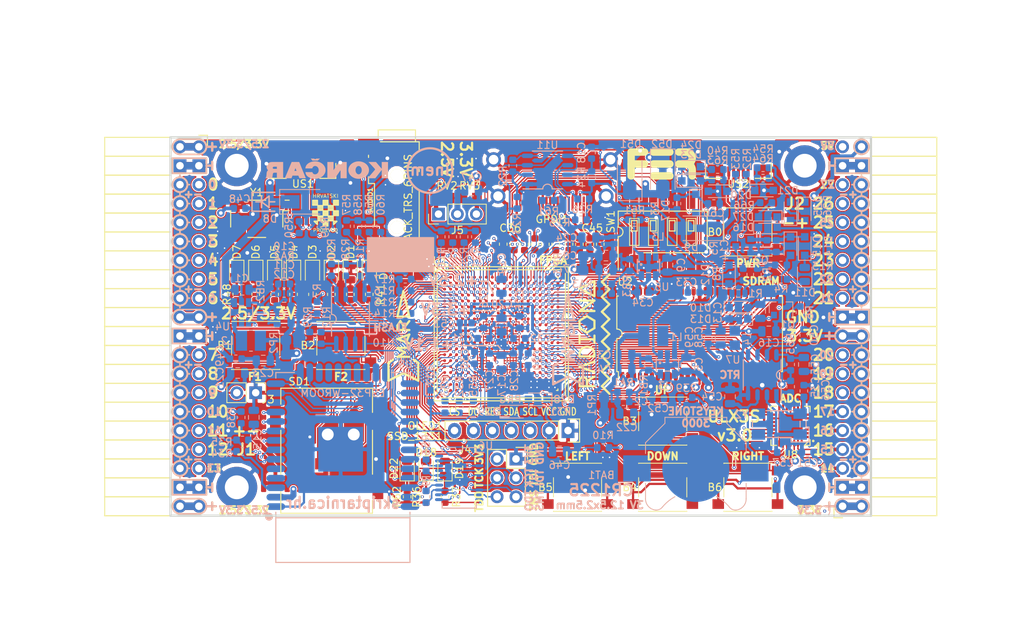
<source format=kicad_pcb>
(kicad_pcb (version 20171130) (host pcbnew 5.0.0+dfsg1-2)
  (layers (0 F.Cu signal) (1 In1.Cu signal) (2 In2.Cu signal) (31 B.Cu signal) (34 B.Paste user) (35 F.Paste user) (36 B.SilkS user) (37 F.SilkS user) (38 B.Mask user) (39 F.Mask user) (44 Edge.Cuts user))
  (net 0 "")
  (net 1 GND)
  (net 2 +5V)
  (net 3 /gpio/IN5V)
  (net 4 /gpio/OUT5V)
  (net 5 +3V3)
  (net 6 BTN_D)
  (net 7 BTN_F1)
  (net 8 BTN_F2)
  (net 9 BTN_L)
  (net 10 BTN_R)
  (net 11 BTN_U)
  (net 12 /power/FB1)
  (net 13 +2V5)
  (net 14 /power/PWREN)
  (net 15 /power/FB3)
  (net 16 /power/FB2)
  (net 17 /power/VBAT)
  (net 18 JTAG_TDI)
  (net 19 JTAG_TCK)
  (net 20 JTAG_TMS)
  (net 21 JTAG_TDO)
  (net 22 /power/WAKEUPn)
  (net 23 /power/WKUP)
  (net 24 /power/SHUT)
  (net 25 /power/WAKE)
  (net 26 /power/HOLD)
  (net 27 /power/WKn)
  (net 28 /power/OSCI_32k)
  (net 29 /power/OSCO_32k)
  (net 30 SHUTDOWN)
  (net 31 GPDI_SDA)
  (net 32 GPDI_SCL)
  (net 33 /gpdi/VREF2)
  (net 34 SD_CMD)
  (net 35 SD_CLK)
  (net 36 SD_D0)
  (net 37 SD_D1)
  (net 38 USB5V)
  (net 39 GPDI_CEC)
  (net 40 nRESET)
  (net 41 FTDI_nDTR)
  (net 42 SDRAM_CKE)
  (net 43 SDRAM_A7)
  (net 44 SDRAM_D15)
  (net 45 SDRAM_BA1)
  (net 46 SDRAM_D7)
  (net 47 SDRAM_A6)
  (net 48 SDRAM_CLK)
  (net 49 SDRAM_D13)
  (net 50 SDRAM_BA0)
  (net 51 SDRAM_D6)
  (net 52 SDRAM_A5)
  (net 53 SDRAM_D14)
  (net 54 SDRAM_A11)
  (net 55 SDRAM_D12)
  (net 56 SDRAM_D5)
  (net 57 SDRAM_A4)
  (net 58 SDRAM_A10)
  (net 59 SDRAM_D11)
  (net 60 SDRAM_A3)
  (net 61 SDRAM_D4)
  (net 62 SDRAM_D10)
  (net 63 SDRAM_D9)
  (net 64 SDRAM_A9)
  (net 65 SDRAM_D3)
  (net 66 SDRAM_D8)
  (net 67 SDRAM_A8)
  (net 68 SDRAM_A2)
  (net 69 SDRAM_A1)
  (net 70 SDRAM_A0)
  (net 71 SDRAM_D2)
  (net 72 SDRAM_D1)
  (net 73 SDRAM_D0)
  (net 74 SDRAM_DQM0)
  (net 75 SDRAM_nCS)
  (net 76 SDRAM_nRAS)
  (net 77 SDRAM_DQM1)
  (net 78 SDRAM_nCAS)
  (net 79 SDRAM_nWE)
  (net 80 /flash/FLASH_nWP)
  (net 81 /flash/FLASH_nHOLD)
  (net 82 /flash/FLASH_MOSI)
  (net 83 /flash/FLASH_MISO)
  (net 84 /flash/FLASH_SCK)
  (net 85 /flash/FLASH_nCS)
  (net 86 /flash/FPGA_PROGRAMN)
  (net 87 /flash/FPGA_DONE)
  (net 88 /flash/FPGA_INITN)
  (net 89 OLED_RES)
  (net 90 OLED_DC)
  (net 91 OLED_CS)
  (net 92 WIFI_EN)
  (net 93 FTDI_nRTS)
  (net 94 FTDI_TXD)
  (net 95 FTDI_RXD)
  (net 96 WIFI_RXD)
  (net 97 WIFI_GPIO0)
  (net 98 WIFI_TXD)
  (net 99 USB_FTDI_D+)
  (net 100 USB_FTDI_D-)
  (net 101 SD_D3)
  (net 102 AUDIO_L3)
  (net 103 AUDIO_L2)
  (net 104 AUDIO_L1)
  (net 105 AUDIO_L0)
  (net 106 AUDIO_R3)
  (net 107 AUDIO_R2)
  (net 108 AUDIO_R1)
  (net 109 AUDIO_R0)
  (net 110 OLED_CLK)
  (net 111 OLED_MOSI)
  (net 112 LED0)
  (net 113 LED1)
  (net 114 LED2)
  (net 115 LED3)
  (net 116 LED4)
  (net 117 LED5)
  (net 118 LED6)
  (net 119 LED7)
  (net 120 BTN_PWRn)
  (net 121 FTDI_nTXLED)
  (net 122 FTDI_nSLEEP)
  (net 123 /blinkey/LED_PWREN)
  (net 124 /blinkey/LED_TXLED)
  (net 125 /sdcard/SD3V3)
  (net 126 SD_D2)
  (net 127 CLK_25MHz)
  (net 128 /blinkey/BTNPUL)
  (net 129 /blinkey/BTNPUR)
  (net 130 USB_FPGA_D+)
  (net 131 /power/FTDI_nSUSPEND)
  (net 132 /blinkey/ALED0)
  (net 133 /blinkey/ALED1)
  (net 134 /blinkey/ALED2)
  (net 135 /blinkey/ALED3)
  (net 136 /blinkey/ALED4)
  (net 137 /blinkey/ALED5)
  (net 138 /blinkey/ALED6)
  (net 139 /blinkey/ALED7)
  (net 140 /usb/FTD-)
  (net 141 /usb/FTD+)
  (net 142 ADC_MISO)
  (net 143 ADC_MOSI)
  (net 144 ADC_CSn)
  (net 145 ADC_SCLK)
  (net 146 SW3)
  (net 147 SW2)
  (net 148 SW1)
  (net 149 USB_FPGA_D-)
  (net 150 /usb/FPD+)
  (net 151 /usb/FPD-)
  (net 152 WIFI_GPIO16)
  (net 153 /usb/ANT_433MHz)
  (net 154 PROG_DONE)
  (net 155 /power/P3V3)
  (net 156 /power/P2V5)
  (net 157 /power/L1)
  (net 158 /power/L3)
  (net 159 /power/L2)
  (net 160 FTDI_TXDEN)
  (net 161 SDRAM_A12)
  (net 162 /analog/AUDIO_V)
  (net 163 AUDIO_V3)
  (net 164 AUDIO_V2)
  (net 165 AUDIO_V1)
  (net 166 AUDIO_V0)
  (net 167 /blinkey/LED_WIFI)
  (net 168 /power/P1V1)
  (net 169 +1V1)
  (net 170 SW4)
  (net 171 /blinkey/SWPU)
  (net 172 /wifi/WIFIEN)
  (net 173 FT2V5)
  (net 174 GN0)
  (net 175 GP0)
  (net 176 GN1)
  (net 177 GP1)
  (net 178 GN2)
  (net 179 GP2)
  (net 180 GN3)
  (net 181 GP3)
  (net 182 GN4)
  (net 183 GP4)
  (net 184 GN5)
  (net 185 GP5)
  (net 186 GN6)
  (net 187 GP6)
  (net 188 GN14)
  (net 189 GP14)
  (net 190 GN15)
  (net 191 GP15)
  (net 192 GN16)
  (net 193 GP16)
  (net 194 GN17)
  (net 195 GP17)
  (net 196 GN18)
  (net 197 GP18)
  (net 198 GN19)
  (net 199 GP19)
  (net 200 GN20)
  (net 201 GP20)
  (net 202 GN21)
  (net 203 GP21)
  (net 204 GN22)
  (net 205 GP22)
  (net 206 GN23)
  (net 207 GP23)
  (net 208 GN24)
  (net 209 GP24)
  (net 210 GN25)
  (net 211 GP25)
  (net 212 GN26)
  (net 213 GP26)
  (net 214 GN27)
  (net 215 GP27)
  (net 216 GN7)
  (net 217 GP7)
  (net 218 GN8)
  (net 219 GP8)
  (net 220 GN9)
  (net 221 GP9)
  (net 222 GN10)
  (net 223 GP10)
  (net 224 GN11)
  (net 225 GP11)
  (net 226 GN12)
  (net 227 GP12)
  (net 228 GN13)
  (net 229 GP13)
  (net 230 WIFI_GPIO5)
  (net 231 WIFI_GPIO17)
  (net 232 USB_FPGA_PULL_D+)
  (net 233 USB_FPGA_PULL_D-)
  (net 234 "Net-(D23-Pad2)")
  (net 235 "Net-(D24-Pad1)")
  (net 236 "Net-(D25-Pad2)")
  (net 237 "Net-(D26-Pad1)")
  (net 238 /gpdi/GPDI_ETH+)
  (net 239 FPDI_ETH+)
  (net 240 /gpdi/GPDI_ETH-)
  (net 241 FPDI_ETH-)
  (net 242 /gpdi/GPDI_D2-)
  (net 243 FPDI_D2-)
  (net 244 /gpdi/GPDI_D1-)
  (net 245 FPDI_D1-)
  (net 246 /gpdi/GPDI_D0-)
  (net 247 FPDI_D0-)
  (net 248 /gpdi/GPDI_CLK-)
  (net 249 FPDI_CLK-)
  (net 250 /gpdi/GPDI_D2+)
  (net 251 FPDI_D2+)
  (net 252 /gpdi/GPDI_D1+)
  (net 253 FPDI_D1+)
  (net 254 /gpdi/GPDI_D0+)
  (net 255 FPDI_D0+)
  (net 256 /gpdi/GPDI_CLK+)
  (net 257 FPDI_CLK+)
  (net 258 FPDI_SDA)
  (net 259 FPDI_SCL)
  (net 260 /gpdi/FPDI_CEC)
  (net 261 2V5_3V3)
  (net 262 /usb/US2VBUS)
  (net 263 /power/SHD)
  (net 264 /power/RTCVDD)
  (net 265 "Net-(D27-Pad2)")
  (net 266 US2_ID)
  (net 267 /analog/AUDIO_L)
  (net 268 /analog/AUDIO_R)
  (net 269 /analog/ADC3V3)
  (net 270 PWRBTn)
  (net 271 USER_PROGRAMN)
  (module TSOP54:TSOP54 (layer F.Cu) (at 165.093 87.8 90)
    (fp_text reference U2 (at 6.98 -9.993 180) (layer F.SilkS))
    (fp_text value MT48LC16M16A2TG hide)
    (pad 28 smd oval (at 5.73 10.4 90) (size 1.2 0.56) (layers F.Cu F.Paste F.Mask) (net 1 GND))
    (pad 1 smd rect (at -5.73 -10.4 90) (size 1.2 0.56) (layers F.Cu F.Paste F.Mask) (net 5 +3V3))
    (pad 2 smd oval (at -5.73 -9.6 90) (size 1.2 0.56) (layers F.Cu F.Paste F.Mask) (net 73 SDRAM_D0))
    (pad 3 smd oval (at -5.73 -8.8 90) (size 1.2 0.56) (layers F.Cu F.Paste F.Mask) (net 5 +3V3))
    (pad 4 smd oval (at -5.73 -8 90) (size 1.2 0.56) (layers F.Cu F.Paste F.Mask) (net 72 SDRAM_D1))
    (pad 5 smd oval (at -5.73 -7.2 90) (size 1.2 0.56) (layers F.Cu F.Paste F.Mask) (net 71 SDRAM_D2))
    (pad 6 smd oval (at -5.73 -6.4 90) (size 1.2 0.56) (layers F.Cu F.Paste F.Mask) (net 1 GND))
    (pad 7 smd oval (at -5.73 -5.6 90) (size 1.2 0.56) (layers F.Cu F.Paste F.Mask) (net 65 SDRAM_D3))
    (pad 8 smd oval (at -5.73 -4.8 90) (size 1.2 0.56) (layers F.Cu F.Paste F.Mask) (net 61 SDRAM_D4))
    (pad 9 smd oval (at -5.73 -4 90) (size 1.2 0.56) (layers F.Cu F.Paste F.Mask) (net 5 +3V3))
    (pad 10 smd oval (at -5.73 -3.2 90) (size 1.2 0.56) (layers F.Cu F.Paste F.Mask) (net 56 SDRAM_D5))
    (pad 11 smd oval (at -5.73 -2.4 90) (size 1.2 0.56) (layers F.Cu F.Paste F.Mask) (net 51 SDRAM_D6))
    (pad 12 smd oval (at -5.73 -1.6 90) (size 1.2 0.56) (layers F.Cu F.Paste F.Mask) (net 1 GND))
    (pad 13 smd oval (at -5.73 -0.8 90) (size 1.2 0.56) (layers F.Cu F.Paste F.Mask) (net 46 SDRAM_D7))
    (pad 14 smd oval (at -5.73 0 90) (size 1.2 0.56) (layers F.Cu F.Paste F.Mask) (net 5 +3V3))
    (pad 15 smd oval (at -5.73 0.8 90) (size 1.2 0.56) (layers F.Cu F.Paste F.Mask) (net 74 SDRAM_DQM0))
    (pad 16 smd oval (at -5.73 1.6 90) (size 1.2 0.56) (layers F.Cu F.Paste F.Mask) (net 79 SDRAM_nWE))
    (pad 17 smd oval (at -5.73 2.4 90) (size 1.2 0.56) (layers F.Cu F.Paste F.Mask) (net 78 SDRAM_nCAS))
    (pad 18 smd oval (at -5.73 3.2 90) (size 1.2 0.56) (layers F.Cu F.Paste F.Mask) (net 76 SDRAM_nRAS))
    (pad 19 smd oval (at -5.73 4 90) (size 1.2 0.56) (layers F.Cu F.Paste F.Mask) (net 75 SDRAM_nCS))
    (pad 20 smd oval (at -5.73 4.8 90) (size 1.2 0.56) (layers F.Cu F.Paste F.Mask) (net 50 SDRAM_BA0))
    (pad 21 smd oval (at -5.73 5.6 90) (size 1.2 0.56) (layers F.Cu F.Paste F.Mask) (net 45 SDRAM_BA1))
    (pad 22 smd oval (at -5.73 6.4 90) (size 1.2 0.56) (layers F.Cu F.Paste F.Mask) (net 58 SDRAM_A10))
    (pad 23 smd oval (at -5.73 7.2 90) (size 1.2 0.56) (layers F.Cu F.Paste F.Mask) (net 70 SDRAM_A0))
    (pad 24 smd oval (at -5.73 8 90) (size 1.2 0.56) (layers F.Cu F.Paste F.Mask) (net 69 SDRAM_A1))
    (pad 25 smd oval (at -5.73 8.8 90) (size 1.2 0.56) (layers F.Cu F.Paste F.Mask) (net 68 SDRAM_A2))
    (pad 26 smd oval (at -5.73 9.6 90) (size 1.2 0.56) (layers F.Cu F.Paste F.Mask) (net 60 SDRAM_A3))
    (pad 27 smd oval (at -5.73 10.4 90) (size 1.2 0.56) (layers F.Cu F.Paste F.Mask) (net 5 +3V3))
    (pad 29 smd oval (at 5.73 9.6 90) (size 1.2 0.56) (layers F.Cu F.Paste F.Mask) (net 57 SDRAM_A4))
    (pad 30 smd oval (at 5.73 8.8 90) (size 1.2 0.56) (layers F.Cu F.Paste F.Mask) (net 52 SDRAM_A5))
    (pad 31 smd oval (at 5.73 8 90) (size 1.2 0.56) (layers F.Cu F.Paste F.Mask) (net 47 SDRAM_A6))
    (pad 32 smd oval (at 5.73 7.2 90) (size 1.2 0.56) (layers F.Cu F.Paste F.Mask) (net 43 SDRAM_A7))
    (pad 33 smd oval (at 5.73 6.4 90) (size 1.2 0.56) (layers F.Cu F.Paste F.Mask) (net 67 SDRAM_A8))
    (pad 34 smd oval (at 5.73 5.6 90) (size 1.2 0.56) (layers F.Cu F.Paste F.Mask) (net 64 SDRAM_A9))
    (pad 35 smd oval (at 5.73 4.8 90) (size 1.2 0.56) (layers F.Cu F.Paste F.Mask) (net 54 SDRAM_A11))
    (pad 36 smd oval (at 5.73 4 90) (size 1.2 0.56) (layers F.Cu F.Paste F.Mask) (net 161 SDRAM_A12))
    (pad 37 smd oval (at 5.73 3.2 90) (size 1.2 0.56) (layers F.Cu F.Paste F.Mask) (net 42 SDRAM_CKE))
    (pad 38 smd oval (at 5.73 2.4 90) (size 1.2 0.56) (layers F.Cu F.Paste F.Mask) (net 48 SDRAM_CLK))
    (pad 39 smd oval (at 5.73 1.6 90) (size 1.2 0.56) (layers F.Cu F.Paste F.Mask) (net 77 SDRAM_DQM1))
    (pad 40 smd oval (at 5.73 0.8 90) (size 1.2 0.56) (layers F.Cu F.Paste F.Mask))
    (pad 41 smd oval (at 5.73 0 90) (size 1.2 0.56) (layers F.Cu F.Paste F.Mask) (net 1 GND))
    (pad 42 smd oval (at 5.73 -0.8 90) (size 1.2 0.56) (layers F.Cu F.Paste F.Mask) (net 66 SDRAM_D8))
    (pad 43 smd oval (at 5.73 -1.6 90) (size 1.2 0.56) (layers F.Cu F.Paste F.Mask) (net 5 +3V3))
    (pad 44 smd oval (at 5.73 -2.4 90) (size 1.2 0.56) (layers F.Cu F.Paste F.Mask) (net 63 SDRAM_D9))
    (pad 45 smd oval (at 5.73 -3.2 90) (size 1.2 0.56) (layers F.Cu F.Paste F.Mask) (net 62 SDRAM_D10))
    (pad 46 smd oval (at 5.73 -4 90) (size 1.2 0.56) (layers F.Cu F.Paste F.Mask) (net 1 GND))
    (pad 47 smd oval (at 5.73 -4.8 90) (size 1.2 0.56) (layers F.Cu F.Paste F.Mask) (net 59 SDRAM_D11))
    (pad 48 smd oval (at 5.73 -5.6 90) (size 1.2 0.56) (layers F.Cu F.Paste F.Mask) (net 55 SDRAM_D12))
    (pad 49 smd oval (at 5.73 -6.4 90) (size 1.2 0.56) (layers F.Cu F.Paste F.Mask) (net 5 +3V3))
    (pad 50 smd oval (at 5.73 -7.2 90) (size 1.2 0.56) (layers F.Cu F.Paste F.Mask) (net 49 SDRAM_D13))
    (pad 51 smd oval (at 5.73 -8 90) (size 1.2 0.56) (layers F.Cu F.Paste F.Mask) (net 53 SDRAM_D14))
    (pad 52 smd oval (at 5.73 -8.8 90) (size 1.2 0.56) (layers F.Cu F.Paste F.Mask) (net 1 GND))
    (pad 53 smd oval (at 5.73 -9.6 90) (size 1.2 0.56) (layers F.Cu F.Paste F.Mask) (net 44 SDRAM_D15))
    (pad 54 smd oval (at 5.73 -10.4 90) (size 1.2 0.56) (layers F.Cu F.Paste F.Mask) (net 1 GND))
  )
  (module jumper:R_0805_2012Metric_Pad1.29x1.40mm_HandSolder_Jumper_NC (layer B.Cu) (at 109.609 89.632 270)
    (fp_text reference RP2 (at -0.635 1.651 270) (layer B.SilkS) (effects (justify mirror)))
    (fp_text value 0 hide)
    (fp_line (start -1 0) (end 1 0) (layer B.Cu) (width 1))
    (pad 2 smd roundrect (at 0.9675 0 270) (size 1.295 1.4) (layers B.Cu B.Mask) (net 13 +2V5))
    (pad 1 smd roundrect (at -0.9675 0 270) (size 1.295 1.4) (layers B.Cu B.Mask) (net 156 /power/P2V5))
  )
  (module jumper:R_0805_2012Metric_Pad1.29x1.40mm_HandSolder_Jumper_NC (layer B.Cu) (at 149.472 78.311 270)
    (fp_text reference RP3 (at 0 3.414 270) (layer B.SilkS) (effects (justify mirror)))
    (fp_text value 0 hide)
    (fp_line (start -1 0) (end 1 0) (layer B.Cu) (width 1))
    (pad 2 smd roundrect (at 0.9675 0 270) (size 1.295 1.4) (layers B.Cu B.Mask) (net 5 +3V3))
    (pad 1 smd roundrect (at -0.9675 0 270) (size 1.295 1.4) (layers B.Cu B.Mask) (net 155 /power/P3V3))
  )
  (module jumper:R_0805_2012Metric_Pad1.29x1.40mm_HandSolder_Jumper_NC (layer B.Cu) (at 152.281 97.361 270)
    (fp_text reference RP1 (at 0 1.65 270) (layer B.SilkS) (effects (justify mirror)))
    (fp_text value 0 hide)
    (fp_line (start -1 0) (end 1 0) (layer B.Cu) (width 1))
    (pad 2 smd roundrect (at 0.9675 0 270) (size 1.295 1.4) (layers B.Cu B.Mask) (net 169 +1V1))
    (pad 1 smd roundrect (at -0.9675 0 270) (size 1.295 1.4) (layers B.Cu B.Mask) (net 168 /power/P1V1))
  )
  (module jumper:D_SMA_Jumper_NC (layer B.Cu) (at 160.155 66.391 270)
    (fp_text reference D52 (at -4.064 0.127) (layer B.SilkS) (effects (justify mirror)))
    (fp_text value 0 hide)
    (fp_line (start -2 0) (end 2 0) (layer B.Cu) (width 1))
    (pad 2 smd roundrect (at 2 0 270) (size 2.5 1.8) (layers B.Cu B.Mask) (net 2 +5V))
    (pad 1 smd roundrect (at -2 0 270) (size 2.5 1.8) (layers B.Cu B.Mask) (net 4 /gpio/OUT5V))
  )
  (module jumper:D_SMA_Jumper_NC (layer B.Cu) (at 155.71 66.518 90)
    (fp_text reference D51 (at 4.191 0.127 180) (layer B.SilkS) (effects (justify mirror)))
    (fp_text value 0 hide)
    (fp_line (start -2 0) (end 2 0) (layer B.Cu) (width 1))
    (pad 2 smd roundrect (at 2 0 90) (size 2.5 1.8) (layers B.Cu B.Mask) (net 3 /gpio/IN5V))
    (pad 1 smd roundrect (at -2 0 90) (size 2.5 1.8) (layers B.Cu B.Mask) (net 2 +5V))
  )
  (module jumper:D_SMA_Jumper_NC (layer B.Cu) (at 164.854 73.63 180)
    (fp_text reference D9 (at 0.889 -2.54 180) (layer B.SilkS) (effects (justify mirror)))
    (fp_text value 0 hide)
    (fp_line (start -2 0) (end 2 0) (layer B.Cu) (width 1))
    (pad 2 smd roundrect (at 2 0 180) (size 2.5 1.8) (layers B.Cu B.Mask) (net 2 +5V))
    (pad 1 smd roundrect (at -2 0 180) (size 2.5 1.8) (layers B.Cu B.Mask) (net 262 /usb/US2VBUS))
  )
  (module lfe5bg381:BGA-381_pitch0.8mm_dia0.4mm (layer F.Cu) (at 138.48 87.8)
    (fp_text reference U1 (at -8.2 -9.8) (layer F.SilkS))
    (fp_text value LFE5U-85F-6BG381C hide)
    (pad Y19 smd circle (at 6.8 7.6) (size 0.4 0.4) (layers F.Cu F.Paste F.Mask) (net 1 GND))
    (pad Y17 smd circle (at 5.2 7.6) (size 0.4 0.4) (layers F.Cu F.Paste F.Mask) (net 1 GND))
    (pad Y16 smd circle (at 4.4 7.6) (size 0.4 0.4) (layers F.Cu F.Paste F.Mask) (net 1 GND))
    (pad Y15 smd circle (at 3.6 7.6) (size 0.4 0.4) (layers F.Cu F.Paste F.Mask) (net 1 GND))
    (pad Y14 smd circle (at 2.8 7.6) (size 0.4 0.4) (layers F.Cu F.Paste F.Mask) (net 1 GND))
    (pad Y12 smd circle (at 1.2 7.6) (size 0.4 0.4) (layers F.Cu F.Paste F.Mask) (net 1 GND))
    (pad Y11 smd circle (at 0.4 7.6) (size 0.4 0.4) (layers F.Cu F.Paste F.Mask) (net 1 GND))
    (pad Y8 smd circle (at -2 7.6) (size 0.4 0.4) (layers F.Cu F.Paste F.Mask) (net 1 GND))
    (pad Y7 smd circle (at -2.8 7.6) (size 0.4 0.4) (layers F.Cu F.Paste F.Mask) (net 1 GND))
    (pad Y6 smd circle (at -3.6 7.6) (size 0.4 0.4) (layers F.Cu F.Paste F.Mask) (net 1 GND))
    (pad Y5 smd circle (at -4.4 7.6) (size 0.4 0.4) (layers F.Cu F.Paste F.Mask) (net 1 GND))
    (pad Y3 smd circle (at -6 7.6) (size 0.4 0.4) (layers F.Cu F.Paste F.Mask) (net 87 /flash/FPGA_DONE))
    (pad Y2 smd circle (at -6.8 7.6) (size 0.4 0.4) (layers F.Cu F.Paste F.Mask) (net 80 /flash/FLASH_nWP))
    (pad W20 smd circle (at 7.6 6.8) (size 0.4 0.4) (layers F.Cu F.Paste F.Mask) (net 1 GND))
    (pad W19 smd circle (at 6.8 6.8) (size 0.4 0.4) (layers F.Cu F.Paste F.Mask) (net 1 GND))
    (pad W18 smd circle (at 6 6.8) (size 0.4 0.4) (layers F.Cu F.Paste F.Mask))
    (pad W17 smd circle (at 5.2 6.8) (size 0.4 0.4) (layers F.Cu F.Paste F.Mask))
    (pad W16 smd circle (at 4.4 6.8) (size 0.4 0.4) (layers F.Cu F.Paste F.Mask) (net 1 GND))
    (pad W15 smd circle (at 3.6 6.8) (size 0.4 0.4) (layers F.Cu F.Paste F.Mask) (net 1 GND))
    (pad W14 smd circle (at 2.8 6.8) (size 0.4 0.4) (layers F.Cu F.Paste F.Mask))
    (pad W13 smd circle (at 2 6.8) (size 0.4 0.4) (layers F.Cu F.Paste F.Mask))
    (pad W12 smd circle (at 1.2 6.8) (size 0.4 0.4) (layers F.Cu F.Paste F.Mask) (net 1 GND))
    (pad W11 smd circle (at 0.4 6.8) (size 0.4 0.4) (layers F.Cu F.Paste F.Mask))
    (pad W10 smd circle (at -0.4 6.8) (size 0.4 0.4) (layers F.Cu F.Paste F.Mask))
    (pad W9 smd circle (at -1.2 6.8) (size 0.4 0.4) (layers F.Cu F.Paste F.Mask))
    (pad W8 smd circle (at -2 6.8) (size 0.4 0.4) (layers F.Cu F.Paste F.Mask))
    (pad W7 smd circle (at -2.8 6.8) (size 0.4 0.4) (layers F.Cu F.Paste F.Mask) (net 1 GND))
    (pad W6 smd circle (at -3.6 6.8) (size 0.4 0.4) (layers F.Cu F.Paste F.Mask) (net 1 GND))
    (pad W5 smd circle (at -4.4 6.8) (size 0.4 0.4) (layers F.Cu F.Paste F.Mask))
    (pad W4 smd circle (at -5.2 6.8) (size 0.4 0.4) (layers F.Cu F.Paste F.Mask))
    (pad W3 smd circle (at -6 6.8) (size 0.4 0.4) (layers F.Cu F.Paste F.Mask) (net 86 /flash/FPGA_PROGRAMN))
    (pad W2 smd circle (at -6.8 6.8) (size 0.4 0.4) (layers F.Cu F.Paste F.Mask) (net 82 /flash/FLASH_MOSI))
    (pad W1 smd circle (at -7.6 6.8) (size 0.4 0.4) (layers F.Cu F.Paste F.Mask) (net 81 /flash/FLASH_nHOLD))
    (pad V20 smd circle (at 7.6 6) (size 0.4 0.4) (layers F.Cu F.Paste F.Mask) (net 1 GND))
    (pad V19 smd circle (at 6.8 6) (size 0.4 0.4) (layers F.Cu F.Paste F.Mask) (net 1 GND))
    (pad V18 smd circle (at 6 6) (size 0.4 0.4) (layers F.Cu F.Paste F.Mask) (net 1 GND))
    (pad V17 smd circle (at 5.2 6) (size 0.4 0.4) (layers F.Cu F.Paste F.Mask) (net 1 GND))
    (pad V16 smd circle (at 4.4 6) (size 0.4 0.4) (layers F.Cu F.Paste F.Mask) (net 1 GND))
    (pad V15 smd circle (at 3.6 6) (size 0.4 0.4) (layers F.Cu F.Paste F.Mask) (net 1 GND))
    (pad V14 smd circle (at 2.8 6) (size 0.4 0.4) (layers F.Cu F.Paste F.Mask) (net 1 GND))
    (pad V13 smd circle (at 2 6) (size 0.4 0.4) (layers F.Cu F.Paste F.Mask) (net 1 GND))
    (pad V12 smd circle (at 1.2 6) (size 0.4 0.4) (layers F.Cu F.Paste F.Mask) (net 1 GND))
    (pad V11 smd circle (at 0.4 6) (size 0.4 0.4) (layers F.Cu F.Paste F.Mask) (net 1 GND))
    (pad V10 smd circle (at -0.4 6) (size 0.4 0.4) (layers F.Cu F.Paste F.Mask) (net 1 GND))
    (pad V9 smd circle (at -1.2 6) (size 0.4 0.4) (layers F.Cu F.Paste F.Mask) (net 1 GND))
    (pad V8 smd circle (at -2 6) (size 0.4 0.4) (layers F.Cu F.Paste F.Mask) (net 1 GND))
    (pad V7 smd circle (at -2.8 6) (size 0.4 0.4) (layers F.Cu F.Paste F.Mask) (net 1 GND))
    (pad V6 smd circle (at -3.6 6) (size 0.4 0.4) (layers F.Cu F.Paste F.Mask) (net 1 GND))
    (pad V5 smd circle (at -4.4 6) (size 0.4 0.4) (layers F.Cu F.Paste F.Mask) (net 1 GND))
    (pad V4 smd circle (at -5.2 6) (size 0.4 0.4) (layers F.Cu F.Paste F.Mask) (net 21 JTAG_TDO))
    (pad V3 smd circle (at -6 6) (size 0.4 0.4) (layers F.Cu F.Paste F.Mask) (net 88 /flash/FPGA_INITN))
    (pad V2 smd circle (at -6.8 6) (size 0.4 0.4) (layers F.Cu F.Paste F.Mask) (net 83 /flash/FLASH_MISO))
    (pad V1 smd circle (at -7.6 6) (size 0.4 0.4) (layers F.Cu F.Paste F.Mask) (net 6 BTN_D))
    (pad U20 smd circle (at 7.6 5.2) (size 0.4 0.4) (layers F.Cu F.Paste F.Mask) (net 46 SDRAM_D7))
    (pad U19 smd circle (at 6.8 5.2) (size 0.4 0.4) (layers F.Cu F.Paste F.Mask) (net 74 SDRAM_DQM0))
    (pad U18 smd circle (at 6 5.2) (size 0.4 0.4) (layers F.Cu F.Paste F.Mask) (net 189 GP14))
    (pad U17 smd circle (at 5.2 5.2) (size 0.4 0.4) (layers F.Cu F.Paste F.Mask) (net 188 GN14))
    (pad U16 smd circle (at 4.4 5.2) (size 0.4 0.4) (layers F.Cu F.Paste F.Mask) (net 142 ADC_MISO))
    (pad U15 smd circle (at 3.6 5.2) (size 0.4 0.4) (layers F.Cu F.Paste F.Mask) (net 1 GND))
    (pad U14 smd circle (at 2.8 5.2) (size 0.4 0.4) (layers F.Cu F.Paste F.Mask) (net 1 GND))
    (pad U13 smd circle (at 2 5.2) (size 0.4 0.4) (layers F.Cu F.Paste F.Mask) (net 1 GND))
    (pad U12 smd circle (at 1.2 5.2) (size 0.4 0.4) (layers F.Cu F.Paste F.Mask) (net 1 GND))
    (pad U11 smd circle (at 0.4 5.2) (size 0.4 0.4) (layers F.Cu F.Paste F.Mask) (net 1 GND))
    (pad U10 smd circle (at -0.4 5.2) (size 0.4 0.4) (layers F.Cu F.Paste F.Mask) (net 1 GND))
    (pad U9 smd circle (at -1.2 5.2) (size 0.4 0.4) (layers F.Cu F.Paste F.Mask) (net 1 GND))
    (pad U8 smd circle (at -2 5.2) (size 0.4 0.4) (layers F.Cu F.Paste F.Mask) (net 1 GND))
    (pad U7 smd circle (at -2.8 5.2) (size 0.4 0.4) (layers F.Cu F.Paste F.Mask) (net 1 GND))
    (pad U6 smd circle (at -3.6 5.2) (size 0.4 0.4) (layers F.Cu F.Paste F.Mask) (net 1 GND))
    (pad U5 smd circle (at -4.4 5.2) (size 0.4 0.4) (layers F.Cu F.Paste F.Mask) (net 20 JTAG_TMS))
    (pad U4 smd circle (at -5.2 5.2) (size 0.4 0.4) (layers F.Cu F.Paste F.Mask) (net 1 GND))
    (pad U3 smd circle (at -6 5.2) (size 0.4 0.4) (layers F.Cu F.Paste F.Mask) (net 84 /flash/FLASH_SCK))
    (pad U2 smd circle (at -6.8 5.2) (size 0.4 0.4) (layers F.Cu F.Paste F.Mask) (net 5 +3V3))
    (pad U1 smd circle (at -7.6 5.2) (size 0.4 0.4) (layers F.Cu F.Paste F.Mask) (net 9 BTN_L))
    (pad T20 smd circle (at 7.6 4.4) (size 0.4 0.4) (layers F.Cu F.Paste F.Mask) (net 79 SDRAM_nWE))
    (pad T19 smd circle (at 6.8 4.4) (size 0.4 0.4) (layers F.Cu F.Paste F.Mask) (net 78 SDRAM_nCAS))
    (pad T18 smd circle (at 6 4.4) (size 0.4 0.4) (layers F.Cu F.Paste F.Mask) (net 56 SDRAM_D5))
    (pad T17 smd circle (at 5.2 4.4) (size 0.4 0.4) (layers F.Cu F.Paste F.Mask) (net 51 SDRAM_D6))
    (pad T16 smd circle (at 4.4 4.4) (size 0.4 0.4) (layers F.Cu F.Paste F.Mask))
    (pad T15 smd circle (at 3.6 4.4) (size 0.4 0.4) (layers F.Cu F.Paste F.Mask) (net 1 GND))
    (pad T14 smd circle (at 2.8 4.4) (size 0.4 0.4) (layers F.Cu F.Paste F.Mask) (net 1 GND))
    (pad T13 smd circle (at 2 4.4) (size 0.4 0.4) (layers F.Cu F.Paste F.Mask) (net 1 GND))
    (pad T12 smd circle (at 1.2 4.4) (size 0.4 0.4) (layers F.Cu F.Paste F.Mask) (net 1 GND))
    (pad T11 smd circle (at 0.4 4.4) (size 0.4 0.4) (layers F.Cu F.Paste F.Mask) (net 1 GND))
    (pad T10 smd circle (at -0.4 4.4) (size 0.4 0.4) (layers F.Cu F.Paste F.Mask) (net 1 GND))
    (pad T9 smd circle (at -1.2 4.4) (size 0.4 0.4) (layers F.Cu F.Paste F.Mask) (net 1 GND))
    (pad T8 smd circle (at -2 4.4) (size 0.4 0.4) (layers F.Cu F.Paste F.Mask) (net 1 GND))
    (pad T7 smd circle (at -2.8 4.4) (size 0.4 0.4) (layers F.Cu F.Paste F.Mask) (net 1 GND))
    (pad T6 smd circle (at -3.6 4.4) (size 0.4 0.4) (layers F.Cu F.Paste F.Mask) (net 1 GND))
    (pad T5 smd circle (at -4.4 4.4) (size 0.4 0.4) (layers F.Cu F.Paste F.Mask) (net 19 JTAG_TCK))
    (pad T4 smd circle (at -5.2 4.4) (size 0.4 0.4) (layers F.Cu F.Paste F.Mask) (net 5 +3V3))
    (pad T3 smd circle (at -6 4.4) (size 0.4 0.4) (layers F.Cu F.Paste F.Mask) (net 5 +3V3))
    (pad T2 smd circle (at -6.8 4.4) (size 0.4 0.4) (layers F.Cu F.Paste F.Mask) (net 5 +3V3))
    (pad T1 smd circle (at -7.6 4.4) (size 0.4 0.4) (layers F.Cu F.Paste F.Mask) (net 8 BTN_F2))
    (pad R20 smd circle (at 7.6 3.6) (size 0.4 0.4) (layers F.Cu F.Paste F.Mask) (net 76 SDRAM_nRAS))
    (pad R19 smd circle (at 6.8 3.6) (size 0.4 0.4) (layers F.Cu F.Paste F.Mask) (net 1 GND))
    (pad R18 smd circle (at 6 3.6) (size 0.4 0.4) (layers F.Cu F.Paste F.Mask) (net 11 BTN_U))
    (pad R17 smd circle (at 5.2 3.6) (size 0.4 0.4) (layers F.Cu F.Paste F.Mask) (net 144 ADC_CSn))
    (pad R16 smd circle (at 4.4 3.6) (size 0.4 0.4) (layers F.Cu F.Paste F.Mask) (net 143 ADC_MOSI))
    (pad R5 smd circle (at -4.4 3.6) (size 0.4 0.4) (layers F.Cu F.Paste F.Mask) (net 18 JTAG_TDI))
    (pad R4 smd circle (at -5.2 3.6) (size 0.4 0.4) (layers F.Cu F.Paste F.Mask) (net 1 GND))
    (pad R3 smd circle (at -6 3.6) (size 0.4 0.4) (layers F.Cu F.Paste F.Mask))
    (pad R2 smd circle (at -6.8 3.6) (size 0.4 0.4) (layers F.Cu F.Paste F.Mask) (net 85 /flash/FLASH_nCS))
    (pad R1 smd circle (at -7.6 3.6) (size 0.4 0.4) (layers F.Cu F.Paste F.Mask) (net 7 BTN_F1))
    (pad P20 smd circle (at 7.6 2.8) (size 0.4 0.4) (layers F.Cu F.Paste F.Mask) (net 75 SDRAM_nCS))
    (pad P19 smd circle (at 6.8 2.8) (size 0.4 0.4) (layers F.Cu F.Paste F.Mask) (net 50 SDRAM_BA0))
    (pad P18 smd circle (at 6 2.8) (size 0.4 0.4) (layers F.Cu F.Paste F.Mask) (net 61 SDRAM_D4))
    (pad P17 smd circle (at 5.2 2.8) (size 0.4 0.4) (layers F.Cu F.Paste F.Mask) (net 145 ADC_SCLK))
    (pad P16 smd circle (at 4.4 2.8) (size 0.4 0.4) (layers F.Cu F.Paste F.Mask) (net 190 GN15))
    (pad P15 smd circle (at 3.6 2.8) (size 0.4 0.4) (layers F.Cu F.Paste F.Mask) (net 13 +2V5))
    (pad P14 smd circle (at 2.8 2.8) (size 0.4 0.4) (layers F.Cu F.Paste F.Mask) (net 1 GND))
    (pad P13 smd circle (at 2 2.8) (size 0.4 0.4) (layers F.Cu F.Paste F.Mask) (net 1 GND))
    (pad P12 smd circle (at 1.2 2.8) (size 0.4 0.4) (layers F.Cu F.Paste F.Mask) (net 1 GND))
    (pad P11 smd circle (at 0.4 2.8) (size 0.4 0.4) (layers F.Cu F.Paste F.Mask) (net 1 GND))
    (pad P10 smd circle (at -0.4 2.8) (size 0.4 0.4) (layers F.Cu F.Paste F.Mask) (net 5 +3V3))
    (pad P9 smd circle (at -1.2 2.8) (size 0.4 0.4) (layers F.Cu F.Paste F.Mask) (net 5 +3V3))
    (pad P8 smd circle (at -2 2.8) (size 0.4 0.4) (layers F.Cu F.Paste F.Mask) (net 1 GND))
    (pad P7 smd circle (at -2.8 2.8) (size 0.4 0.4) (layers F.Cu F.Paste F.Mask) (net 1 GND))
    (pad P6 smd circle (at -3.6 2.8) (size 0.4 0.4) (layers F.Cu F.Paste F.Mask) (net 13 +2V5))
    (pad P5 smd circle (at -4.4 2.8) (size 0.4 0.4) (layers F.Cu F.Paste F.Mask))
    (pad P4 smd circle (at -5.2 2.8) (size 0.4 0.4) (layers F.Cu F.Paste F.Mask) (net 110 OLED_CLK))
    (pad P3 smd circle (at -6 2.8) (size 0.4 0.4) (layers F.Cu F.Paste F.Mask) (net 111 OLED_MOSI))
    (pad P2 smd circle (at -6.8 2.8) (size 0.4 0.4) (layers F.Cu F.Paste F.Mask) (net 89 OLED_RES))
    (pad P1 smd circle (at -7.6 2.8) (size 0.4 0.4) (layers F.Cu F.Paste F.Mask) (net 90 OLED_DC))
    (pad N20 smd circle (at 7.6 2) (size 0.4 0.4) (layers F.Cu F.Paste F.Mask) (net 45 SDRAM_BA1))
    (pad N19 smd circle (at 6.8 2) (size 0.4 0.4) (layers F.Cu F.Paste F.Mask) (net 58 SDRAM_A10))
    (pad N18 smd circle (at 6 2) (size 0.4 0.4) (layers F.Cu F.Paste F.Mask) (net 65 SDRAM_D3))
    (pad N17 smd circle (at 5.2 2) (size 0.4 0.4) (layers F.Cu F.Paste F.Mask) (net 191 GP15))
    (pad N16 smd circle (at 4.4 2) (size 0.4 0.4) (layers F.Cu F.Paste F.Mask) (net 193 GP16))
    (pad N15 smd circle (at 3.6 2) (size 0.4 0.4) (layers F.Cu F.Paste F.Mask) (net 1 GND))
    (pad N14 smd circle (at 2.8 2) (size 0.4 0.4) (layers F.Cu F.Paste F.Mask) (net 1 GND))
    (pad N13 smd circle (at 2 2) (size 0.4 0.4) (layers F.Cu F.Paste F.Mask) (net 169 +1V1))
    (pad N12 smd circle (at 1.2 2) (size 0.4 0.4) (layers F.Cu F.Paste F.Mask) (net 169 +1V1))
    (pad N11 smd circle (at 0.4 2) (size 0.4 0.4) (layers F.Cu F.Paste F.Mask) (net 169 +1V1))
    (pad N10 smd circle (at -0.4 2) (size 0.4 0.4) (layers F.Cu F.Paste F.Mask) (net 169 +1V1))
    (pad N9 smd circle (at -1.2 2) (size 0.4 0.4) (layers F.Cu F.Paste F.Mask) (net 169 +1V1))
    (pad N8 smd circle (at -2 2) (size 0.4 0.4) (layers F.Cu F.Paste F.Mask) (net 169 +1V1))
    (pad N7 smd circle (at -2.8 2) (size 0.4 0.4) (layers F.Cu F.Paste F.Mask) (net 1 GND))
    (pad N6 smd circle (at -3.6 2) (size 0.4 0.4) (layers F.Cu F.Paste F.Mask) (net 1 GND))
    (pad N5 smd circle (at -4.4 2) (size 0.4 0.4) (layers F.Cu F.Paste F.Mask))
    (pad N4 smd circle (at -5.2 2) (size 0.4 0.4) (layers F.Cu F.Paste F.Mask) (net 230 WIFI_GPIO5))
    (pad N3 smd circle (at -6 2) (size 0.4 0.4) (layers F.Cu F.Paste F.Mask) (net 231 WIFI_GPIO17))
    (pad N2 smd circle (at -6.8 2) (size 0.4 0.4) (layers F.Cu F.Paste F.Mask) (net 91 OLED_CS))
    (pad N1 smd circle (at -7.6 2) (size 0.4 0.4) (layers F.Cu F.Paste F.Mask) (net 41 FTDI_nDTR))
    (pad M20 smd circle (at 7.6 1.2) (size 0.4 0.4) (layers F.Cu F.Paste F.Mask) (net 70 SDRAM_A0))
    (pad M19 smd circle (at 6.8 1.2) (size 0.4 0.4) (layers F.Cu F.Paste F.Mask) (net 69 SDRAM_A1))
    (pad M18 smd circle (at 6 1.2) (size 0.4 0.4) (layers F.Cu F.Paste F.Mask) (net 71 SDRAM_D2))
    (pad M17 smd circle (at 5.2 1.2) (size 0.4 0.4) (layers F.Cu F.Paste F.Mask) (net 192 GN16))
    (pad M16 smd circle (at 4.4 1.2) (size 0.4 0.4) (layers F.Cu F.Paste F.Mask) (net 1 GND))
    (pad M15 smd circle (at 3.6 1.2) (size 0.4 0.4) (layers F.Cu F.Paste F.Mask) (net 5 +3V3))
    (pad M14 smd circle (at 2.8 1.2) (size 0.4 0.4) (layers F.Cu F.Paste F.Mask) (net 1 GND))
    (pad M13 smd circle (at 2 1.2) (size 0.4 0.4) (layers F.Cu F.Paste F.Mask) (net 169 +1V1))
    (pad M12 smd circle (at 1.2 1.2) (size 0.4 0.4) (layers F.Cu F.Paste F.Mask) (net 1 GND))
    (pad M11 smd circle (at 0.4 1.2) (size 0.4 0.4) (layers F.Cu F.Paste F.Mask) (net 1 GND))
    (pad M10 smd circle (at -0.4 1.2) (size 0.4 0.4) (layers F.Cu F.Paste F.Mask) (net 1 GND))
    (pad M9 smd circle (at -1.2 1.2) (size 0.4 0.4) (layers F.Cu F.Paste F.Mask) (net 1 GND))
    (pad M8 smd circle (at -2 1.2) (size 0.4 0.4) (layers F.Cu F.Paste F.Mask) (net 169 +1V1))
    (pad M7 smd circle (at -2.8 1.2) (size 0.4 0.4) (layers F.Cu F.Paste F.Mask) (net 1 GND))
    (pad M6 smd circle (at -3.6 1.2) (size 0.4 0.4) (layers F.Cu F.Paste F.Mask) (net 5 +3V3))
    (pad M5 smd circle (at -4.4 1.2) (size 0.4 0.4) (layers F.Cu F.Paste F.Mask))
    (pad M4 smd circle (at -5.2 1.2) (size 0.4 0.4) (layers F.Cu F.Paste F.Mask) (net 271 USER_PROGRAMN))
    (pad M3 smd circle (at -6 1.2) (size 0.4 0.4) (layers F.Cu F.Paste F.Mask) (net 93 FTDI_nRTS))
    (pad M2 smd circle (at -6.8 1.2) (size 0.4 0.4) (layers F.Cu F.Paste F.Mask) (net 1 GND))
    (pad M1 smd circle (at -7.6 1.2) (size 0.4 0.4) (layers F.Cu F.Paste F.Mask) (net 94 FTDI_TXD))
    (pad L20 smd circle (at 7.6 0.4) (size 0.4 0.4) (layers F.Cu F.Paste F.Mask) (net 68 SDRAM_A2))
    (pad L19 smd circle (at 6.8 0.4) (size 0.4 0.4) (layers F.Cu F.Paste F.Mask) (net 60 SDRAM_A3))
    (pad L18 smd circle (at 6 0.4) (size 0.4 0.4) (layers F.Cu F.Paste F.Mask) (net 72 SDRAM_D1))
    (pad L17 smd circle (at 5.2 0.4) (size 0.4 0.4) (layers F.Cu F.Paste F.Mask) (net 194 GN17))
    (pad L16 smd circle (at 4.4 0.4) (size 0.4 0.4) (layers F.Cu F.Paste F.Mask) (net 195 GP17))
    (pad L15 smd circle (at 3.6 0.4) (size 0.4 0.4) (layers F.Cu F.Paste F.Mask) (net 5 +3V3))
    (pad L14 smd circle (at 2.8 0.4) (size 0.4 0.4) (layers F.Cu F.Paste F.Mask) (net 5 +3V3))
    (pad L13 smd circle (at 2 0.4) (size 0.4 0.4) (layers F.Cu F.Paste F.Mask) (net 169 +1V1))
    (pad L12 smd circle (at 1.2 0.4) (size 0.4 0.4) (layers F.Cu F.Paste F.Mask) (net 1 GND))
    (pad L11 smd circle (at 0.4 0.4) (size 0.4 0.4) (layers F.Cu F.Paste F.Mask) (net 1 GND))
    (pad L10 smd circle (at -0.4 0.4) (size 0.4 0.4) (layers F.Cu F.Paste F.Mask) (net 1 GND))
    (pad L9 smd circle (at -1.2 0.4) (size 0.4 0.4) (layers F.Cu F.Paste F.Mask) (net 1 GND))
    (pad L8 smd circle (at -2 0.4) (size 0.4 0.4) (layers F.Cu F.Paste F.Mask) (net 169 +1V1))
    (pad L7 smd circle (at -2.8 0.4) (size 0.4 0.4) (layers F.Cu F.Paste F.Mask) (net 5 +3V3))
    (pad L6 smd circle (at -3.6 0.4) (size 0.4 0.4) (layers F.Cu F.Paste F.Mask) (net 5 +3V3))
    (pad L5 smd circle (at -4.4 0.4) (size 0.4 0.4) (layers F.Cu F.Paste F.Mask))
    (pad L4 smd circle (at -5.2 0.4) (size 0.4 0.4) (layers F.Cu F.Paste F.Mask) (net 95 FTDI_RXD))
    (pad L3 smd circle (at -6 0.4) (size 0.4 0.4) (layers F.Cu F.Paste F.Mask) (net 160 FTDI_TXDEN))
    (pad L2 smd circle (at -6.8 0.4) (size 0.4 0.4) (layers F.Cu F.Paste F.Mask) (net 97 WIFI_GPIO0))
    (pad L1 smd circle (at -7.6 0.4) (size 0.4 0.4) (layers F.Cu F.Paste F.Mask) (net 152 WIFI_GPIO16))
    (pad K20 smd circle (at 7.6 -0.4) (size 0.4 0.4) (layers F.Cu F.Paste F.Mask) (net 57 SDRAM_A4))
    (pad K19 smd circle (at 6.8 -0.4) (size 0.4 0.4) (layers F.Cu F.Paste F.Mask) (net 52 SDRAM_A5))
    (pad K18 smd circle (at 6 -0.4) (size 0.4 0.4) (layers F.Cu F.Paste F.Mask) (net 47 SDRAM_A6))
    (pad K17 smd circle (at 5.2 -0.4) (size 0.4 0.4) (layers F.Cu F.Paste F.Mask))
    (pad K16 smd circle (at 4.4 -0.4) (size 0.4 0.4) (layers F.Cu F.Paste F.Mask))
    (pad K15 smd circle (at 3.6 -0.4) (size 0.4 0.4) (layers F.Cu F.Paste F.Mask) (net 1 GND))
    (pad K14 smd circle (at 2.8 -0.4) (size 0.4 0.4) (layers F.Cu F.Paste F.Mask) (net 1 GND))
    (pad K13 smd circle (at 2 -0.4) (size 0.4 0.4) (layers F.Cu F.Paste F.Mask) (net 169 +1V1))
    (pad K12 smd circle (at 1.2 -0.4) (size 0.4 0.4) (layers F.Cu F.Paste F.Mask) (net 1 GND))
    (pad K11 smd circle (at 0.4 -0.4) (size 0.4 0.4) (layers F.Cu F.Paste F.Mask) (net 1 GND))
    (pad K10 smd circle (at -0.4 -0.4) (size 0.4 0.4) (layers F.Cu F.Paste F.Mask) (net 1 GND))
    (pad K9 smd circle (at -1.2 -0.4) (size 0.4 0.4) (layers F.Cu F.Paste F.Mask) (net 1 GND))
    (pad K8 smd circle (at -2 -0.4) (size 0.4 0.4) (layers F.Cu F.Paste F.Mask) (net 169 +1V1))
    (pad K7 smd circle (at -2.8 -0.4) (size 0.4 0.4) (layers F.Cu F.Paste F.Mask) (net 1 GND))
    (pad K6 smd circle (at -3.6 -0.4) (size 0.4 0.4) (layers F.Cu F.Paste F.Mask) (net 1 GND))
    (pad K5 smd circle (at -4.4 -0.4) (size 0.4 0.4) (layers F.Cu F.Paste F.Mask))
    (pad K4 smd circle (at -5.2 -0.4) (size 0.4 0.4) (layers F.Cu F.Paste F.Mask) (net 98 WIFI_TXD))
    (pad K3 smd circle (at -6 -0.4) (size 0.4 0.4) (layers F.Cu F.Paste F.Mask) (net 96 WIFI_RXD))
    (pad K2 smd circle (at -6.8 -0.4) (size 0.4 0.4) (layers F.Cu F.Paste F.Mask) (net 101 SD_D3))
    (pad K1 smd circle (at -7.6 -0.4) (size 0.4 0.4) (layers F.Cu F.Paste F.Mask) (net 126 SD_D2))
    (pad J20 smd circle (at 7.6 -1.2) (size 0.4 0.4) (layers F.Cu F.Paste F.Mask) (net 43 SDRAM_A7))
    (pad J19 smd circle (at 6.8 -1.2) (size 0.4 0.4) (layers F.Cu F.Paste F.Mask) (net 67 SDRAM_A8))
    (pad J18 smd circle (at 6 -1.2) (size 0.4 0.4) (layers F.Cu F.Paste F.Mask) (net 53 SDRAM_D14))
    (pad J17 smd circle (at 5.2 -1.2) (size 0.4 0.4) (layers F.Cu F.Paste F.Mask) (net 44 SDRAM_D15))
    (pad J16 smd circle (at 4.4 -1.2) (size 0.4 0.4) (layers F.Cu F.Paste F.Mask) (net 73 SDRAM_D0))
    (pad J15 smd circle (at 3.6 -1.2) (size 0.4 0.4) (layers F.Cu F.Paste F.Mask) (net 5 +3V3))
    (pad J14 smd circle (at 2.8 -1.2) (size 0.4 0.4) (layers F.Cu F.Paste F.Mask) (net 1 GND))
    (pad J13 smd circle (at 2 -1.2) (size 0.4 0.4) (layers F.Cu F.Paste F.Mask) (net 169 +1V1))
    (pad J12 smd circle (at 1.2 -1.2) (size 0.4 0.4) (layers F.Cu F.Paste F.Mask) (net 1 GND))
    (pad J11 smd circle (at 0.4 -1.2) (size 0.4 0.4) (layers F.Cu F.Paste F.Mask) (net 1 GND))
    (pad J10 smd circle (at -0.4 -1.2) (size 0.4 0.4) (layers F.Cu F.Paste F.Mask) (net 1 GND))
    (pad J9 smd circle (at -1.2 -1.2) (size 0.4 0.4) (layers F.Cu F.Paste F.Mask) (net 1 GND))
    (pad J8 smd circle (at -2 -1.2) (size 0.4 0.4) (layers F.Cu F.Paste F.Mask) (net 169 +1V1))
    (pad J7 smd circle (at -2.8 -1.2) (size 0.4 0.4) (layers F.Cu F.Paste F.Mask) (net 1 GND))
    (pad J6 smd circle (at -3.6 -1.2) (size 0.4 0.4) (layers F.Cu F.Paste F.Mask) (net 261 2V5_3V3))
    (pad J5 smd circle (at -4.4 -1.2) (size 0.4 0.4) (layers F.Cu F.Paste F.Mask))
    (pad J4 smd circle (at -5.2 -1.2) (size 0.4 0.4) (layers F.Cu F.Paste F.Mask))
    (pad J3 smd circle (at -6 -1.2) (size 0.4 0.4) (layers F.Cu F.Paste F.Mask) (net 36 SD_D0))
    (pad J2 smd circle (at -6.8 -1.2) (size 0.4 0.4) (layers F.Cu F.Paste F.Mask) (net 1 GND))
    (pad J1 smd circle (at -7.6 -1.2) (size 0.4 0.4) (layers F.Cu F.Paste F.Mask) (net 34 SD_CMD))
    (pad H20 smd circle (at 7.6 -2) (size 0.4 0.4) (layers F.Cu F.Paste F.Mask) (net 64 SDRAM_A9))
    (pad H19 smd circle (at 6.8 -2) (size 0.4 0.4) (layers F.Cu F.Paste F.Mask) (net 1 GND))
    (pad H18 smd circle (at 6 -2) (size 0.4 0.4) (layers F.Cu F.Paste F.Mask) (net 197 GP18))
    (pad H17 smd circle (at 5.2 -2) (size 0.4 0.4) (layers F.Cu F.Paste F.Mask) (net 196 GN18))
    (pad H16 smd circle (at 4.4 -2) (size 0.4 0.4) (layers F.Cu F.Paste F.Mask) (net 10 BTN_R))
    (pad H15 smd circle (at 3.6 -2) (size 0.4 0.4) (layers F.Cu F.Paste F.Mask) (net 5 +3V3))
    (pad H14 smd circle (at 2.8 -2) (size 0.4 0.4) (layers F.Cu F.Paste F.Mask) (net 5 +3V3))
    (pad H13 smd circle (at 2 -2) (size 0.4 0.4) (layers F.Cu F.Paste F.Mask) (net 169 +1V1))
    (pad H12 smd circle (at 1.2 -2) (size 0.4 0.4) (layers F.Cu F.Paste F.Mask) (net 169 +1V1))
    (pad H11 smd circle (at 0.4 -2) (size 0.4 0.4) (layers F.Cu F.Paste F.Mask) (net 169 +1V1))
    (pad H10 smd circle (at -0.4 -2) (size 0.4 0.4) (layers F.Cu F.Paste F.Mask) (net 169 +1V1))
    (pad H9 smd circle (at -1.2 -2) (size 0.4 0.4) (layers F.Cu F.Paste F.Mask) (net 169 +1V1))
    (pad H8 smd circle (at -2 -2) (size 0.4 0.4) (layers F.Cu F.Paste F.Mask) (net 169 +1V1))
    (pad H7 smd circle (at -2.8 -2) (size 0.4 0.4) (layers F.Cu F.Paste F.Mask) (net 261 2V5_3V3))
    (pad H6 smd circle (at -3.6 -2) (size 0.4 0.4) (layers F.Cu F.Paste F.Mask) (net 261 2V5_3V3))
    (pad H5 smd circle (at -4.4 -2) (size 0.4 0.4) (layers F.Cu F.Paste F.Mask) (net 166 AUDIO_V0))
    (pad H4 smd circle (at -5.2 -2) (size 0.4 0.4) (layers F.Cu F.Paste F.Mask) (net 229 GP13))
    (pad H3 smd circle (at -6 -2) (size 0.4 0.4) (layers F.Cu F.Paste F.Mask) (net 119 LED7))
    (pad H2 smd circle (at -6.8 -2) (size 0.4 0.4) (layers F.Cu F.Paste F.Mask) (net 35 SD_CLK))
    (pad H1 smd circle (at -7.6 -2) (size 0.4 0.4) (layers F.Cu F.Paste F.Mask) (net 37 SD_D1))
    (pad G20 smd circle (at 7.6 -2.8) (size 0.4 0.4) (layers F.Cu F.Paste F.Mask) (net 54 SDRAM_A11))
    (pad G19 smd circle (at 6.8 -2.8) (size 0.4 0.4) (layers F.Cu F.Paste F.Mask) (net 161 SDRAM_A12))
    (pad G18 smd circle (at 6 -2.8) (size 0.4 0.4) (layers F.Cu F.Paste F.Mask) (net 198 GN19))
    (pad G17 smd circle (at 5.2 -2.8) (size 0.4 0.4) (layers F.Cu F.Paste F.Mask) (net 1 GND))
    (pad G16 smd circle (at 4.4 -2.8) (size 0.4 0.4) (layers F.Cu F.Paste F.Mask) (net 30 SHUTDOWN))
    (pad G15 smd circle (at 3.6 -2.8) (size 0.4 0.4) (layers F.Cu F.Paste F.Mask) (net 1 GND))
    (pad G14 smd circle (at 2.8 -2.8) (size 0.4 0.4) (layers F.Cu F.Paste F.Mask) (net 1 GND))
    (pad G13 smd circle (at 2 -2.8) (size 0.4 0.4) (layers F.Cu F.Paste F.Mask) (net 1 GND))
    (pad G12 smd circle (at 1.2 -2.8) (size 0.4 0.4) (layers F.Cu F.Paste F.Mask) (net 1 GND))
    (pad G11 smd circle (at 0.4 -2.8) (size 0.4 0.4) (layers F.Cu F.Paste F.Mask) (net 1 GND))
    (pad G10 smd circle (at -0.4 -2.8) (size 0.4 0.4) (layers F.Cu F.Paste F.Mask) (net 1 GND))
    (pad G9 smd circle (at -1.2 -2.8) (size 0.4 0.4) (layers F.Cu F.Paste F.Mask) (net 1 GND))
    (pad G8 smd circle (at -2 -2.8) (size 0.4 0.4) (layers F.Cu F.Paste F.Mask) (net 1 GND))
    (pad G7 smd circle (at -2.8 -2.8) (size 0.4 0.4) (layers F.Cu F.Paste F.Mask) (net 1 GND))
    (pad G6 smd circle (at -3.6 -2.8) (size 0.4 0.4) (layers F.Cu F.Paste F.Mask) (net 1 GND))
    (pad G5 smd circle (at -4.4 -2.8) (size 0.4 0.4) (layers F.Cu F.Paste F.Mask) (net 228 GN13))
    (pad G4 smd circle (at -5.2 -2.8) (size 0.4 0.4) (layers F.Cu F.Paste F.Mask) (net 1 GND))
    (pad G3 smd circle (at -6 -2.8) (size 0.4 0.4) (layers F.Cu F.Paste F.Mask) (net 227 GP12))
    (pad G2 smd circle (at -6.8 -2.8) (size 0.4 0.4) (layers F.Cu F.Paste F.Mask) (net 127 CLK_25MHz))
    (pad G1 smd circle (at -7.6 -2.8) (size 0.4 0.4) (layers F.Cu F.Paste F.Mask) (net 153 /usb/ANT_433MHz))
    (pad F20 smd circle (at 7.6 -3.6) (size 0.4 0.4) (layers F.Cu F.Paste F.Mask) (net 42 SDRAM_CKE))
    (pad F19 smd circle (at 6.8 -3.6) (size 0.4 0.4) (layers F.Cu F.Paste F.Mask) (net 48 SDRAM_CLK))
    (pad F18 smd circle (at 6 -3.6) (size 0.4 0.4) (layers F.Cu F.Paste F.Mask) (net 49 SDRAM_D13))
    (pad F17 smd circle (at 5.2 -3.6) (size 0.4 0.4) (layers F.Cu F.Paste F.Mask) (net 199 GP19))
    (pad F16 smd circle (at 4.4 -3.6) (size 0.4 0.4) (layers F.Cu F.Paste F.Mask) (net 149 USB_FPGA_D-))
    (pad F15 smd circle (at 3.6 -3.6) (size 0.4 0.4) (layers F.Cu F.Paste F.Mask) (net 13 +2V5))
    (pad F14 smd circle (at 2.8 -3.6) (size 0.4 0.4) (layers F.Cu F.Paste F.Mask) (net 1 GND))
    (pad F13 smd circle (at 2 -3.6) (size 0.4 0.4) (layers F.Cu F.Paste F.Mask) (net 1 GND))
    (pad F12 smd circle (at 1.2 -3.6) (size 0.4 0.4) (layers F.Cu F.Paste F.Mask) (net 5 +3V3))
    (pad F11 smd circle (at 0.4 -3.6) (size 0.4 0.4) (layers F.Cu F.Paste F.Mask) (net 5 +3V3))
    (pad F10 smd circle (at -0.4 -3.6) (size 0.4 0.4) (layers F.Cu F.Paste F.Mask) (net 261 2V5_3V3))
    (pad F9 smd circle (at -1.2 -3.6) (size 0.4 0.4) (layers F.Cu F.Paste F.Mask) (net 261 2V5_3V3))
    (pad F8 smd circle (at -2 -3.6) (size 0.4 0.4) (layers F.Cu F.Paste F.Mask) (net 1 GND))
    (pad F7 smd circle (at -2.8 -3.6) (size 0.4 0.4) (layers F.Cu F.Paste F.Mask) (net 1 GND))
    (pad F6 smd circle (at -3.6 -3.6) (size 0.4 0.4) (layers F.Cu F.Paste F.Mask) (net 13 +2V5))
    (pad F5 smd circle (at -4.4 -3.6) (size 0.4 0.4) (layers F.Cu F.Paste F.Mask) (net 164 AUDIO_V2))
    (pad F4 smd circle (at -5.2 -3.6) (size 0.4 0.4) (layers F.Cu F.Paste F.Mask) (net 225 GP11))
    (pad F3 smd circle (at -6 -3.6) (size 0.4 0.4) (layers F.Cu F.Paste F.Mask) (net 226 GN12))
    (pad F2 smd circle (at -6.8 -3.6) (size 0.4 0.4) (layers F.Cu F.Paste F.Mask) (net 165 AUDIO_V1))
    (pad F1 smd circle (at -7.6 -3.6) (size 0.4 0.4) (layers F.Cu F.Paste F.Mask) (net 92 WIFI_EN))
    (pad E20 smd circle (at 7.6 -4.4) (size 0.4 0.4) (layers F.Cu F.Paste F.Mask) (net 77 SDRAM_DQM1))
    (pad E19 smd circle (at 6.8 -4.4) (size 0.4 0.4) (layers F.Cu F.Paste F.Mask) (net 66 SDRAM_D8))
    (pad E18 smd circle (at 6 -4.4) (size 0.4 0.4) (layers F.Cu F.Paste F.Mask) (net 55 SDRAM_D12))
    (pad E17 smd circle (at 5.2 -4.4) (size 0.4 0.4) (layers F.Cu F.Paste F.Mask) (net 200 GN20))
    (pad E16 smd circle (at 4.4 -4.4) (size 0.4 0.4) (layers F.Cu F.Paste F.Mask) (net 130 USB_FPGA_D+))
    (pad E15 smd circle (at 3.6 -4.4) (size 0.4 0.4) (layers F.Cu F.Paste F.Mask) (net 149 USB_FPGA_D-))
    (pad E14 smd circle (at 2.8 -4.4) (size 0.4 0.4) (layers F.Cu F.Paste F.Mask) (net 210 GN25))
    (pad E13 smd circle (at 2 -4.4) (size 0.4 0.4) (layers F.Cu F.Paste F.Mask) (net 214 GN27))
    (pad E12 smd circle (at 1.2 -4.4) (size 0.4 0.4) (layers F.Cu F.Paste F.Mask) (net 259 FPDI_SCL))
    (pad E11 smd circle (at 0.4 -4.4) (size 0.4 0.4) (layers F.Cu F.Paste F.Mask))
    (pad E10 smd circle (at -0.4 -4.4) (size 0.4 0.4) (layers F.Cu F.Paste F.Mask))
    (pad E9 smd circle (at -1.2 -4.4) (size 0.4 0.4) (layers F.Cu F.Paste F.Mask))
    (pad E8 smd circle (at -2 -4.4) (size 0.4 0.4) (layers F.Cu F.Paste F.Mask) (net 148 SW1))
    (pad E7 smd circle (at -2.8 -4.4) (size 0.4 0.4) (layers F.Cu F.Paste F.Mask) (net 170 SW4))
    (pad E6 smd circle (at -3.6 -4.4) (size 0.4 0.4) (layers F.Cu F.Paste F.Mask))
    (pad E5 smd circle (at -4.4 -4.4) (size 0.4 0.4) (layers F.Cu F.Paste F.Mask) (net 163 AUDIO_V3))
    (pad E4 smd circle (at -5.2 -4.4) (size 0.4 0.4) (layers F.Cu F.Paste F.Mask) (net 105 AUDIO_L0))
    (pad E3 smd circle (at -6 -4.4) (size 0.4 0.4) (layers F.Cu F.Paste F.Mask) (net 224 GN11))
    (pad E2 smd circle (at -6.8 -4.4) (size 0.4 0.4) (layers F.Cu F.Paste F.Mask) (net 117 LED5))
    (pad E1 smd circle (at -7.6 -4.4) (size 0.4 0.4) (layers F.Cu F.Paste F.Mask) (net 118 LED6))
    (pad D20 smd circle (at 7.6 -5.2) (size 0.4 0.4) (layers F.Cu F.Paste F.Mask) (net 63 SDRAM_D9))
    (pad D19 smd circle (at 6.8 -5.2) (size 0.4 0.4) (layers F.Cu F.Paste F.Mask) (net 62 SDRAM_D10))
    (pad D18 smd circle (at 6 -5.2) (size 0.4 0.4) (layers F.Cu F.Paste F.Mask) (net 201 GP20))
    (pad D17 smd circle (at 5.2 -5.2) (size 0.4 0.4) (layers F.Cu F.Paste F.Mask) (net 202 GN21))
    (pad D16 smd circle (at 4.4 -5.2) (size 0.4 0.4) (layers F.Cu F.Paste F.Mask) (net 208 GN24))
    (pad D15 smd circle (at 3.6 -5.2) (size 0.4 0.4) (layers F.Cu F.Paste F.Mask) (net 130 USB_FPGA_D+))
    (pad D14 smd circle (at 2.8 -5.2) (size 0.4 0.4) (layers F.Cu F.Paste F.Mask) (net 211 GP25))
    (pad D13 smd circle (at 2 -5.2) (size 0.4 0.4) (layers F.Cu F.Paste F.Mask) (net 215 GP27))
    (pad D12 smd circle (at 1.2 -5.2) (size 0.4 0.4) (layers F.Cu F.Paste F.Mask))
    (pad D11 smd circle (at 0.4 -5.2) (size 0.4 0.4) (layers F.Cu F.Paste F.Mask))
    (pad D10 smd circle (at -0.4 -5.2) (size 0.4 0.4) (layers F.Cu F.Paste F.Mask))
    (pad D9 smd circle (at -1.2 -5.2) (size 0.4 0.4) (layers F.Cu F.Paste F.Mask))
    (pad D8 smd circle (at -2 -5.2) (size 0.4 0.4) (layers F.Cu F.Paste F.Mask) (net 147 SW2))
    (pad D7 smd circle (at -2.8 -5.2) (size 0.4 0.4) (layers F.Cu F.Paste F.Mask) (net 146 SW3))
    (pad D6 smd circle (at -3.6 -5.2) (size 0.4 0.4) (layers F.Cu F.Paste F.Mask) (net 120 BTN_PWRn))
    (pad D5 smd circle (at -4.4 -5.2) (size 0.4 0.4) (layers F.Cu F.Paste F.Mask) (net 107 AUDIO_R2))
    (pad D4 smd circle (at -5.2 -5.2) (size 0.4 0.4) (layers F.Cu F.Paste F.Mask) (net 1 GND))
    (pad D3 smd circle (at -6 -5.2) (size 0.4 0.4) (layers F.Cu F.Paste F.Mask) (net 104 AUDIO_L1))
    (pad D2 smd circle (at -6.8 -5.2) (size 0.4 0.4) (layers F.Cu F.Paste F.Mask) (net 115 LED3))
    (pad D1 smd circle (at -7.6 -5.2) (size 0.4 0.4) (layers F.Cu F.Paste F.Mask) (net 116 LED4))
    (pad C20 smd circle (at 7.6 -6) (size 0.4 0.4) (layers F.Cu F.Paste F.Mask) (net 59 SDRAM_D11))
    (pad C19 smd circle (at 6.8 -6) (size 0.4 0.4) (layers F.Cu F.Paste F.Mask) (net 1 GND))
    (pad C18 smd circle (at 6 -6) (size 0.4 0.4) (layers F.Cu F.Paste F.Mask) (net 203 GP21))
    (pad C17 smd circle (at 5.2 -6) (size 0.4 0.4) (layers F.Cu F.Paste F.Mask) (net 206 GN23))
    (pad C16 smd circle (at 4.4 -6) (size 0.4 0.4) (layers F.Cu F.Paste F.Mask) (net 209 GP24))
    (pad C15 smd circle (at 3.6 -6) (size 0.4 0.4) (layers F.Cu F.Paste F.Mask) (net 204 GN22))
    (pad C14 smd circle (at 2.8 -6) (size 0.4 0.4) (layers F.Cu F.Paste F.Mask) (net 245 FPDI_D1-))
    (pad C13 smd circle (at 2 -6) (size 0.4 0.4) (layers F.Cu F.Paste F.Mask) (net 212 GN26))
    (pad C12 smd circle (at 1.2 -6) (size 0.4 0.4) (layers F.Cu F.Paste F.Mask) (net 233 USB_FPGA_PULL_D-))
    (pad C11 smd circle (at 0.4 -6) (size 0.4 0.4) (layers F.Cu F.Paste F.Mask) (net 174 GN0))
    (pad C10 smd circle (at -0.4 -6) (size 0.4 0.4) (layers F.Cu F.Paste F.Mask) (net 180 GN3))
    (pad C9 smd circle (at -1.2 -6) (size 0.4 0.4) (layers F.Cu F.Paste F.Mask))
    (pad C8 smd circle (at -2 -6) (size 0.4 0.4) (layers F.Cu F.Paste F.Mask) (net 185 GP5))
    (pad C7 smd circle (at -2.8 -6) (size 0.4 0.4) (layers F.Cu F.Paste F.Mask) (net 186 GN6))
    (pad C6 smd circle (at -3.6 -6) (size 0.4 0.4) (layers F.Cu F.Paste F.Mask) (net 187 GP6))
    (pad C5 smd circle (at -4.4 -6) (size 0.4 0.4) (layers F.Cu F.Paste F.Mask) (net 106 AUDIO_R3))
    (pad C4 smd circle (at -5.2 -6) (size 0.4 0.4) (layers F.Cu F.Paste F.Mask) (net 223 GP10))
    (pad C3 smd circle (at -6 -6) (size 0.4 0.4) (layers F.Cu F.Paste F.Mask) (net 103 AUDIO_L2))
    (pad C2 smd circle (at -6.8 -6) (size 0.4 0.4) (layers F.Cu F.Paste F.Mask) (net 113 LED1))
    (pad C1 smd circle (at -7.6 -6) (size 0.4 0.4) (layers F.Cu F.Paste F.Mask) (net 114 LED2))
    (pad B20 smd circle (at 7.6 -6.8) (size 0.4 0.4) (layers F.Cu F.Paste F.Mask) (net 241 FPDI_ETH-))
    (pad B19 smd circle (at 6.8 -6.8) (size 0.4 0.4) (layers F.Cu F.Paste F.Mask) (net 258 FPDI_SDA))
    (pad B18 smd circle (at 6 -6.8) (size 0.4 0.4) (layers F.Cu F.Paste F.Mask) (net 249 FPDI_CLK-))
    (pad B17 smd circle (at 5.2 -6.8) (size 0.4 0.4) (layers F.Cu F.Paste F.Mask) (net 207 GP23))
    (pad B16 smd circle (at 4.4 -6.8) (size 0.4 0.4) (layers F.Cu F.Paste F.Mask) (net 247 FPDI_D0-))
    (pad B15 smd circle (at 3.6 -6.8) (size 0.4 0.4) (layers F.Cu F.Paste F.Mask) (net 205 GP22))
    (pad B14 smd circle (at 2.8 -6.8) (size 0.4 0.4) (layers F.Cu F.Paste F.Mask) (net 1 GND))
    (pad B13 smd circle (at 2 -6.8) (size 0.4 0.4) (layers F.Cu F.Paste F.Mask) (net 213 GP26))
    (pad B12 smd circle (at 1.2 -6.8) (size 0.4 0.4) (layers F.Cu F.Paste F.Mask) (net 232 USB_FPGA_PULL_D+))
    (pad B11 smd circle (at 0.4 -6.8) (size 0.4 0.4) (layers F.Cu F.Paste F.Mask) (net 175 GP0))
    (pad B10 smd circle (at -0.4 -6.8) (size 0.4 0.4) (layers F.Cu F.Paste F.Mask) (net 178 GN2))
    (pad B9 smd circle (at -1.2 -6.8) (size 0.4 0.4) (layers F.Cu F.Paste F.Mask) (net 181 GP3))
    (pad B8 smd circle (at -2 -6.8) (size 0.4 0.4) (layers F.Cu F.Paste F.Mask) (net 184 GN5))
    (pad B7 smd circle (at -2.8 -6.8) (size 0.4 0.4) (layers F.Cu F.Paste F.Mask) (net 1 GND))
    (pad B6 smd circle (at -3.6 -6.8) (size 0.4 0.4) (layers F.Cu F.Paste F.Mask) (net 216 GN7))
    (pad B5 smd circle (at -4.4 -6.8) (size 0.4 0.4) (layers F.Cu F.Paste F.Mask) (net 108 AUDIO_R1))
    (pad B4 smd circle (at -5.2 -6.8) (size 0.4 0.4) (layers F.Cu F.Paste F.Mask) (net 222 GN10))
    (pad B3 smd circle (at -6 -6.8) (size 0.4 0.4) (layers F.Cu F.Paste F.Mask) (net 102 AUDIO_L3))
    (pad B2 smd circle (at -6.8 -6.8) (size 0.4 0.4) (layers F.Cu F.Paste F.Mask) (net 112 LED0))
    (pad B1 smd circle (at -7.6 -6.8) (size 0.4 0.4) (layers F.Cu F.Paste F.Mask) (net 220 GN9))
    (pad A19 smd circle (at 6.8 -7.6) (size 0.4 0.4) (layers F.Cu F.Paste F.Mask) (net 239 FPDI_ETH+))
    (pad A18 smd circle (at 6 -7.6) (size 0.4 0.4) (layers F.Cu F.Paste F.Mask) (net 260 /gpdi/FPDI_CEC))
    (pad A17 smd circle (at 5.2 -7.6) (size 0.4 0.4) (layers F.Cu F.Paste F.Mask) (net 257 FPDI_CLK+))
    (pad A16 smd circle (at 4.4 -7.6) (size 0.4 0.4) (layers F.Cu F.Paste F.Mask) (net 255 FPDI_D0+))
    (pad A15 smd circle (at 3.6 -7.6) (size 0.4 0.4) (layers F.Cu F.Paste F.Mask))
    (pad A14 smd circle (at 2.8 -7.6) (size 0.4 0.4) (layers F.Cu F.Paste F.Mask) (net 253 FPDI_D1+))
    (pad A13 smd circle (at 2 -7.6) (size 0.4 0.4) (layers F.Cu F.Paste F.Mask) (net 243 FPDI_D2-))
    (pad A12 smd circle (at 1.2 -7.6) (size 0.4 0.4) (layers F.Cu F.Paste F.Mask) (net 251 FPDI_D2+))
    (pad A11 smd circle (at 0.4 -7.6) (size 0.4 0.4) (layers F.Cu F.Paste F.Mask) (net 176 GN1))
    (pad A10 smd circle (at -0.4 -7.6) (size 0.4 0.4) (layers F.Cu F.Paste F.Mask) (net 177 GP1))
    (pad A9 smd circle (at -1.2 -7.6) (size 0.4 0.4) (layers F.Cu F.Paste F.Mask) (net 179 GP2))
    (pad A8 smd circle (at -2 -7.6) (size 0.4 0.4) (layers F.Cu F.Paste F.Mask) (net 182 GN4))
    (pad A7 smd circle (at -2.8 -7.6) (size 0.4 0.4) (layers F.Cu F.Paste F.Mask) (net 183 GP4))
    (pad A6 smd circle (at -3.6 -7.6) (size 0.4 0.4) (layers F.Cu F.Paste F.Mask) (net 217 GP7))
    (pad A5 smd circle (at -4.4 -7.6) (size 0.4 0.4) (layers F.Cu F.Paste F.Mask) (net 218 GN8))
    (pad A4 smd circle (at -5.2 -7.6) (size 0.4 0.4) (layers F.Cu F.Paste F.Mask) (net 219 GP8))
    (pad A3 smd circle (at -6 -7.6) (size 0.4 0.4) (layers F.Cu F.Paste F.Mask) (net 109 AUDIO_R0))
    (pad A2 smd circle (at -6.8 -7.6) (size 0.4 0.4) (layers F.Cu F.Paste F.Mask) (net 221 GP9))
    (pad X smd oval (at 8.5 -8.5) (size 0.127 0.508) (layers F.Cu F.Mask))
    (pad X smd oval (at 8.5 -8.5) (size 0.508 0.127) (layers F.Cu F.Mask))
    (pad X smd oval (at -8.5 8.5) (size 0.127 0.508) (layers F.Cu F.Mask))
    (pad X smd oval (at -8.5 8.5) (size 0.508 0.127) (layers F.Cu F.Mask))
    (pad X smd oval (at 8.5 8.5) (size 0.508 0.127) (layers F.Cu F.Mask))
    (pad X smd oval (at 8.5 8.5) (size 0.127 0.508) (layers F.Cu F.Mask))
  )
  (module max1112x-tqfn28:MAX1112x-TQFN-28-1EP_5x5mm_Pitch0.5mm (layer F.Cu) (at 177.285 100.155 180)
    (fp_text reference U8 (at 0 -3.875 180) (layer F.SilkS))
    (fp_text value MAX11125 hide)
    (pad 29 smd rect (at -0.8125 -0.8125 180) (size 1.625 1.625) (layers F.Cu F.Paste F.Mask) (net 1 GND))
    (pad 29 smd rect (at -0.8125 0.8125 180) (size 1.625 1.625) (layers F.Cu F.Paste F.Mask) (net 1 GND))
    (pad 29 smd rect (at 0.8125 -0.8125 180) (size 1.625 1.625) (layers F.Cu F.Paste F.Mask) (net 1 GND))
    (pad 29 smd rect (at 0.8125 0.8125 180) (size 1.625 1.625) (layers F.Cu F.Paste F.Mask) (net 1 GND))
    (pad 28 smd oval (at -1.5 -2.34 270) (size 0.95 0.3) (layers F.Cu F.Paste F.Mask) (net 190 GN15))
    (pad 27 smd oval (at -1 -2.34 270) (size 0.95 0.3) (layers F.Cu F.Paste F.Mask) (net 189 GP14))
    (pad 26 smd oval (at -0.5 -2.34 270) (size 0.95 0.3) (layers F.Cu F.Paste F.Mask) (net 188 GN14))
    (pad 25 smd oval (at 0 -2.34 270) (size 0.95 0.3) (layers F.Cu F.Paste F.Mask))
    (pad 24 smd oval (at 0.5 -2.34 270) (size 0.95 0.3) (layers F.Cu F.Paste F.Mask) (net 142 ADC_MISO))
    (pad 23 smd oval (at 1 -2.34 270) (size 0.95 0.3) (layers F.Cu F.Paste F.Mask) (net 269 /analog/ADC3V3))
    (pad 22 smd oval (at 1.5 -2.34 270) (size 0.95 0.3) (layers F.Cu F.Paste F.Mask) (net 1 GND))
    (pad 21 smd oval (at 2.34 -1.5 180) (size 0.95 0.3) (layers F.Cu F.Paste F.Mask) (net 143 ADC_MOSI))
    (pad 20 smd oval (at 2.34 -1 180) (size 0.95 0.3) (layers F.Cu F.Paste F.Mask) (net 144 ADC_CSn))
    (pad 19 smd oval (at 2.34 -0.5 180) (size 0.95 0.3) (layers F.Cu F.Paste F.Mask) (net 145 ADC_SCLK))
    (pad 18 smd oval (at 2.34 0 180) (size 0.95 0.3) (layers F.Cu F.Paste F.Mask) (net 269 /analog/ADC3V3))
    (pad 17 smd oval (at 2.34 0.5 180) (size 0.95 0.3) (layers F.Cu F.Paste F.Mask) (net 269 /analog/ADC3V3))
    (pad 16 smd oval (at 2.34 1 180) (size 0.95 0.3) (layers F.Cu F.Paste F.Mask) (net 1 GND))
    (pad 15 smd oval (at 2.34 1.5 180) (size 0.95 0.3) (layers F.Cu F.Paste F.Mask) (net 269 /analog/ADC3V3))
    (pad 14 smd oval (at 1.5 2.34 270) (size 0.95 0.3) (layers F.Cu F.Paste F.Mask) (net 1 GND))
    (pad 13 smd oval (at 1 2.34 270) (size 0.95 0.3) (layers F.Cu F.Paste F.Mask) (net 1 GND))
    (pad 12 smd oval (at 0.5 2.34 270) (size 0.95 0.3) (layers F.Cu F.Paste F.Mask))
    (pad 11 smd oval (at 0 2.34 270) (size 0.95 0.3) (layers F.Cu F.Paste F.Mask) (net 1 GND))
    (pad 10 smd oval (at -0.5 2.34 270) (size 0.95 0.3) (layers F.Cu F.Paste F.Mask) (net 1 GND))
    (pad 9 smd oval (at -1 2.34 270) (size 0.95 0.3) (layers F.Cu F.Paste F.Mask) (net 1 GND))
    (pad 8 smd oval (at -1.5 2.34 270) (size 0.95 0.3) (layers F.Cu F.Paste F.Mask) (net 1 GND))
    (pad 7 smd oval (at -2.34 1.5 180) (size 0.95 0.3) (layers F.Cu F.Paste F.Mask) (net 1 GND))
    (pad 6 smd oval (at -2.34 1 180) (size 0.95 0.3) (layers F.Cu F.Paste F.Mask) (net 1 GND))
    (pad 5 smd oval (at -2.34 0.5 180) (size 0.95 0.3) (layers F.Cu F.Paste F.Mask) (net 195 GP17))
    (pad 4 smd oval (at -2.34 0 180) (size 0.95 0.3) (layers F.Cu F.Paste F.Mask) (net 194 GN17))
    (pad 3 smd oval (at -2.34 -0.5 180) (size 0.95 0.3) (layers F.Cu F.Paste F.Mask) (net 193 GP16))
    (pad 2 smd oval (at -2.34 -1 180) (size 0.95 0.3) (layers F.Cu F.Paste F.Mask) (net 192 GN16))
    (pad 1 smd rect (at -2.34 -1.5 180) (size 0.95 0.3) (layers F.Cu F.Paste F.Mask) (net 191 GP15))
  )
  (module ft231x:FT231X-SSOP-20_4.4x6.5mm_Pitch0.65mm (layer B.Cu) (at 132.835 107.14 180)
    (fp_text reference U6 (at -3.556 4.318 180) (layer B.SilkS) (effects (justify mirror)))
    (fp_text value FT231XS hide)
    (pad 20 smd oval (at 2.7 2.925 180) (size 1.1 0.4) (layers B.Cu B.Paste B.Mask) (net 94 FTDI_TXD))
    (pad 19 smd oval (at 2.7 2.275 180) (size 1.1 0.4) (layers B.Cu B.Paste B.Mask) (net 122 FTDI_nSLEEP))
    (pad 18 smd oval (at 2.7 1.625 180) (size 1.1 0.4) (layers B.Cu B.Paste B.Mask) (net 160 FTDI_TXDEN))
    (pad 17 smd oval (at 2.7 0.975 180) (size 1.1 0.4) (layers B.Cu B.Paste B.Mask))
    (pad 16 smd oval (at 2.7 0.325 180) (size 1.1 0.4) (layers B.Cu B.Paste B.Mask) (net 1 GND))
    (pad 15 smd oval (at 2.7 -0.325 180) (size 1.1 0.4) (layers B.Cu B.Paste B.Mask) (net 38 USB5V))
    (pad 14 smd oval (at 2.7 -0.975 180) (size 1.1 0.4) (layers B.Cu B.Paste B.Mask) (net 40 nRESET))
    (pad 13 smd oval (at 2.7 -1.625 180) (size 1.1 0.4) (layers B.Cu B.Paste B.Mask) (net 173 FT2V5))
    (pad 12 smd oval (at 2.7 -2.275 180) (size 1.1 0.4) (layers B.Cu B.Paste B.Mask) (net 100 USB_FTDI_D-))
    (pad 11 smd oval (at 2.7 -2.925 180) (size 1.1 0.4) (layers B.Cu B.Paste B.Mask) (net 99 USB_FTDI_D+))
    (pad 10 smd oval (at -2.7 -2.925 180) (size 1.1 0.4) (layers B.Cu B.Paste B.Mask) (net 121 FTDI_nTXLED))
    (pad 9 smd oval (at -2.7 -2.275 180) (size 1.1 0.4) (layers B.Cu B.Paste B.Mask) (net 21 JTAG_TDO))
    (pad 8 smd oval (at -2.7 -1.625 180) (size 1.1 0.4) (layers B.Cu B.Paste B.Mask) (net 20 JTAG_TMS))
    (pad 7 smd oval (at -2.7 -0.975 180) (size 1.1 0.4) (layers B.Cu B.Paste B.Mask) (net 19 JTAG_TCK))
    (pad 6 smd oval (at -2.7 -0.325 180) (size 1.1 0.4) (layers B.Cu B.Paste B.Mask) (net 1 GND))
    (pad 5 smd oval (at -2.7 0.325 180) (size 1.1 0.4) (layers B.Cu B.Paste B.Mask) (net 18 JTAG_TDI))
    (pad 4 smd oval (at -2.7 0.975 180) (size 1.1 0.4) (layers B.Cu B.Paste B.Mask) (net 95 FTDI_RXD))
    (pad 3 smd oval (at -2.7 1.625 180) (size 1.1 0.4) (layers B.Cu B.Paste B.Mask) (net 173 FT2V5))
    (pad 2 smd oval (at -2.7 2.275 180) (size 1.1 0.4) (layers B.Cu B.Paste B.Mask) (net 93 FTDI_nRTS))
    (pad 1 smd rect (at -2.7 2.925 180) (size 1.1 0.4) (layers B.Cu B.Paste B.Mask) (net 41 FTDI_nDTR))
  )
  (module Capacitor_SMD:C_0603_1608Metric (layer F.Cu) (at 151.758 75.771 90)
    (fp_text reference C37 hide)
    (fp_text value 220nF hide)
    (pad 2 smd roundrect (at 0.7875 0 90) (size 0.875 0.95) (layers F.Cu F.Paste F.Mask) (net 240 /gpdi/GPDI_ETH-))
    (pad 1 smd roundrect (at -0.7875 0 90) (size 0.875 0.95) (layers F.Cu F.Paste F.Mask) (net 241 FPDI_ETH-))
  )
  (module Capacitor_SMD:C_0603_1608Metric (layer F.Cu) (at 150.361 75.771 90)
    (fp_text reference C36 (at 2.171 -10.681 180) (layer F.SilkS))
    (fp_text value 220nF hide)
    (pad 2 smd roundrect (at 0.7875 0 90) (size 0.875 0.95) (layers F.Cu F.Paste F.Mask) (net 238 /gpdi/GPDI_ETH+))
    (pad 1 smd roundrect (at -0.7875 0 90) (size 0.875 0.95) (layers F.Cu F.Paste F.Mask) (net 239 FPDI_ETH+))
  )
  (module Capacitor_SMD:C_0603_1608Metric (layer F.Cu) (at 148.964 75.771 90)
    (fp_text reference C41 hide)
    (fp_text value 220nF hide)
    (pad 2 smd roundrect (at 0.7875 0 90) (size 0.875 0.95) (layers F.Cu F.Paste F.Mask) (net 248 /gpdi/GPDI_CLK-))
    (pad 1 smd roundrect (at -0.7875 0 90) (size 0.875 0.95) (layers F.Cu F.Paste F.Mask) (net 249 FPDI_CLK-))
  )
  (module Capacitor_SMD:C_0603_1608Metric (layer F.Cu) (at 147.567 75.759 90)
    (fp_text reference C45 (at 2.159 3.113 180) (layer F.SilkS))
    (fp_text value 220nF hide)
    (pad 2 smd roundrect (at 0.7875 0 90) (size 0.875 0.95) (layers F.Cu F.Paste F.Mask) (net 256 /gpdi/GPDI_CLK+))
    (pad 1 smd roundrect (at -0.7875 0 90) (size 0.875 0.95) (layers F.Cu F.Paste F.Mask) (net 257 FPDI_CLK+))
  )
  (module Capacitor_SMD:C_0603_1608Metric (layer F.Cu) (at 145.789 75.771 90)
    (fp_text reference C40 hide)
    (fp_text value 220nF hide)
    (pad 2 smd roundrect (at 0.7875 0 90) (size 0.875 0.95) (layers F.Cu F.Paste F.Mask) (net 246 /gpdi/GPDI_D0-))
    (pad 1 smd roundrect (at -0.7875 0 90) (size 0.875 0.95) (layers F.Cu F.Paste F.Mask) (net 247 FPDI_D0-))
  )
  (module Capacitor_SMD:C_0603_1608Metric (layer F.Cu) (at 144.392 75.771 90)
    (fp_text reference C44 hide)
    (fp_text value 220nF hide)
    (pad 2 smd roundrect (at 0.7875 0 90) (size 0.875 0.95) (layers F.Cu F.Paste F.Mask) (net 254 /gpdi/GPDI_D0+))
    (pad 1 smd roundrect (at -0.7875 0 90) (size 0.875 0.95) (layers F.Cu F.Paste F.Mask) (net 255 FPDI_D0+))
  )
  (module Capacitor_SMD:C_0603_1608Metric (layer F.Cu) (at 142.995 75.771 90)
    (fp_text reference C39 hide)
    (fp_text value 220nF hide)
    (pad 2 smd roundrect (at 0.7875 0 90) (size 0.875 0.95) (layers F.Cu F.Paste F.Mask) (net 244 /gpdi/GPDI_D1-))
    (pad 1 smd roundrect (at -0.7875 0 90) (size 0.875 0.95) (layers F.Cu F.Paste F.Mask) (net 245 FPDI_D1-))
  )
  (module Capacitor_SMD:C_0603_1608Metric (layer F.Cu) (at 141.598 75.771 90)
    (fp_text reference C43 hide)
    (fp_text value 220nF hide)
    (pad 2 smd roundrect (at 0.7875 0 90) (size 0.875 0.95) (layers F.Cu F.Paste F.Mask) (net 252 /gpdi/GPDI_D1+))
    (pad 1 smd roundrect (at -0.7875 0 90) (size 0.875 0.95) (layers F.Cu F.Paste F.Mask) (net 253 FPDI_D1+))
  )
  (module Capacitor_SMD:C_0603_1608Metric (layer F.Cu) (at 140.201 75.771 90)
    (fp_text reference C38 hide)
    (fp_text value 220nF hide)
    (pad 2 smd roundrect (at 0.7875 0 90) (size 0.875 0.95) (layers F.Cu F.Paste F.Mask) (net 242 /gpdi/GPDI_D2-))
    (pad 1 smd roundrect (at -0.7875 0 90) (size 0.875 0.95) (layers F.Cu F.Paste F.Mask) (net 243 FPDI_D2-))
  )
  (module Capacitor_SMD:C_0603_1608Metric (layer F.Cu) (at 138.7428 75.7636 90)
    (fp_text reference C42 hide)
    (fp_text value 220nF hide)
    (pad 2 smd roundrect (at 0.7875 0 90) (size 0.875 0.95) (layers F.Cu F.Paste F.Mask) (net 250 /gpdi/GPDI_D2+))
    (pad 1 smd roundrect (at -0.7875 0 90) (size 0.875 0.95) (layers F.Cu F.Paste F.Mask) (net 251 FPDI_D2+))
  )
  (module Resistor_SMD:R_0603_1608Metric (layer F.Cu) (at 130.93 109.68 90)
    (fp_text reference R37 (at 0 1.539 90) (layer F.SilkS))
    (fp_text value 680 hide)
    (pad 2 smd roundrect (at 0.7875 0 90) (size 0.875 0.95) (layers F.Cu F.Paste F.Mask) (net 124 /blinkey/LED_TXLED))
    (pad 1 smd roundrect (at -0.7875 0 90) (size 0.875 0.95) (layers F.Cu F.Paste F.Mask) (net 121 FTDI_nTXLED))
  )
  (module Resistor_SMD:R_0603_1608Metric (layer F.Cu) (at 128.39 109.68 270)
    (fp_text reference R36 (at 0.018 1.255 90) (layer F.SilkS))
    (fp_text value 680 hide)
    (pad 2 smd roundrect (at 0.7875 0 270) (size 0.875 0.95) (layers F.Cu F.Paste F.Mask) (net 1 GND))
    (pad 1 smd roundrect (at -0.7875 0 270) (size 0.875 0.95) (layers F.Cu F.Paste F.Mask) (net 123 /blinkey/LED_PWREN))
  )
  (module Resistor_SMD:R_0603_1608Metric (layer F.Cu) (at 125.85 109.68 270)
    (fp_text reference R62 (at 0.018 1.382 270) (layer F.SilkS))
    (fp_text value 680 hide)
    (pad 2 smd roundrect (at 0.7875 0 270) (size 0.875 0.95) (layers F.Cu F.Paste F.Mask) (net 1 GND))
    (pad 1 smd roundrect (at -0.7875 0 270) (size 0.875 0.95) (layers F.Cu F.Paste F.Mask) (net 167 /blinkey/LED_WIFI))
  )
  (module LED_SMD:LED_0805_2012Metric (layer F.Cu) (at 130.93 105.87 90)
    (fp_text reference D19 (at 0 1.92 90) (layer F.SilkS))
    (fp_text value RED hide)
    (pad 2 smd roundrect (at 0.9375 0 90) (size 0.975 1.4) (layers F.Cu F.Paste F.Mask) (net 173 FT2V5))
    (pad 1 smd roundrect (at -0.9375 0 90) (size 0.975 1.4) (layers F.Cu F.Paste F.Mask) (net 124 /blinkey/LED_TXLED))
  )
  (module LED_SMD:LED_0805_2012Metric (layer F.Cu) (at 128.39 105.87 90)
    (fp_text reference D18 (at 2.141 0.015 180) (layer F.SilkS))
    (fp_text value GREEN hide)
    (pad 2 smd roundrect (at 0.9375 0 90) (size 0.975 1.4) (layers F.Cu F.Paste F.Mask) (net 122 FTDI_nSLEEP))
    (pad 1 smd roundrect (at -0.9375 0 90) (size 0.975 1.4) (layers F.Cu F.Paste F.Mask) (net 123 /blinkey/LED_PWREN))
  )
  (module LED_SMD:LED_0805_2012Metric (layer F.Cu) (at 125.85 105.87 90)
    (fp_text reference D22 (at -0.018 -1.763 90) (layer F.SilkS))
    (fp_text value BLUE hide)
    (pad 2 smd roundrect (at 0.9375 0 90) (size 0.975 1.4) (layers F.Cu F.Paste F.Mask) (net 230 WIFI_GPIO5))
    (pad 1 smd roundrect (at -0.9375 0 90) (size 0.975 1.4) (layers F.Cu F.Paste F.Mask) (net 167 /blinkey/LED_WIFI))
  )
  (module Resistor_SMD:R_0603_1608Metric (layer F.Cu) (at 120.77 82.502 90)
    (fp_text reference R41 (at 0 1.539 90) (layer F.SilkS))
    (fp_text value 680 hide)
    (pad 2 smd roundrect (at 0.7875 0 90) (size 0.875 0.95) (layers F.Cu F.Paste F.Mask) (net 132 /blinkey/ALED0))
    (pad 1 smd roundrect (at -0.7875 0 90) (size 0.875 0.95) (layers F.Cu F.Paste F.Mask) (net 112 LED0))
  )
  (module LED_SMD:LED_0805_2012Metric (layer F.Cu) (at 120.77 79.599 270)
    (fp_text reference D0 (at 0 -1.92 270) (layer F.SilkS))
    (fp_text value RED hide)
    (pad 2 smd roundrect (at 0.9375 0 270) (size 0.975 1.4) (layers F.Cu F.Paste F.Mask) (net 132 /blinkey/ALED0))
    (pad 1 smd roundrect (at -0.9375 0 270) (size 0.975 1.4) (layers F.Cu F.Paste F.Mask) (net 1 GND))
  )
  (module Resistor_SMD:R_0603_1608Metric (layer F.Cu) (at 118.23 82.502 90)
    (fp_text reference R42 hide)
    (fp_text value 680 hide)
    (pad 2 smd roundrect (at 0.7875 0 90) (size 0.875 0.95) (layers F.Cu F.Paste F.Mask) (net 133 /blinkey/ALED1))
    (pad 1 smd roundrect (at -0.7875 0 90) (size 0.875 0.95) (layers F.Cu F.Paste F.Mask) (net 113 LED1))
  )
  (module LED_SMD:LED_0805_2012Metric (layer F.Cu) (at 118.23 79.599 270)
    (fp_text reference D1 (at -2.794 -0.015 270) (layer F.SilkS))
    (fp_text value ORANGE hide)
    (pad 2 smd roundrect (at 0.9375 0 270) (size 0.975 1.4) (layers F.Cu F.Paste F.Mask) (net 133 /blinkey/ALED1))
    (pad 1 smd roundrect (at -0.9375 0 270) (size 0.975 1.4) (layers F.Cu F.Paste F.Mask) (net 1 GND))
  )
  (module Resistor_SMD:R_0603_1608Metric (layer F.Cu) (at 115.69 82.502 90)
    (fp_text reference R43 hide)
    (fp_text value 680 hide)
    (pad 2 smd roundrect (at 0.7875 0 90) (size 0.875 0.95) (layers F.Cu F.Paste F.Mask) (net 134 /blinkey/ALED2))
    (pad 1 smd roundrect (at -0.7875 0 90) (size 0.875 0.95) (layers F.Cu F.Paste F.Mask) (net 114 LED2))
  )
  (module LED_SMD:LED_0805_2012Metric (layer F.Cu) (at 115.69 79.599 270)
    (fp_text reference D2 (at -2.794 -0.015 270) (layer F.SilkS))
    (fp_text value GREEN hide)
    (pad 2 smd roundrect (at 0.9375 0 270) (size 0.975 1.4) (layers F.Cu F.Paste F.Mask) (net 134 /blinkey/ALED2))
    (pad 1 smd roundrect (at -0.9375 0 270) (size 0.975 1.4) (layers F.Cu F.Paste F.Mask) (net 1 GND))
  )
  (module Resistor_SMD:R_0603_1608Metric (layer F.Cu) (at 113.15 82.502 90)
    (fp_text reference R44 hide)
    (fp_text value 680 hide)
    (pad 2 smd roundrect (at 0.7875 0 90) (size 0.875 0.95) (layers F.Cu F.Paste F.Mask) (net 135 /blinkey/ALED3))
    (pad 1 smd roundrect (at -0.7875 0 90) (size 0.875 0.95) (layers F.Cu F.Paste F.Mask) (net 115 LED3))
  )
  (module LED_SMD:LED_0805_2012Metric (layer F.Cu) (at 113.15 79.599 270)
    (fp_text reference D3 (at -2.794 -0.015 270) (layer F.SilkS))
    (fp_text value BLUE hide)
    (pad 2 smd roundrect (at 0.9375 0 270) (size 0.975 1.4) (layers F.Cu F.Paste F.Mask) (net 135 /blinkey/ALED3))
    (pad 1 smd roundrect (at -0.9375 0 270) (size 0.975 1.4) (layers F.Cu F.Paste F.Mask) (net 1 GND))
  )
  (module Resistor_SMD:R_0603_1608Metric (layer F.Cu) (at 110.61 82.502 90)
    (fp_text reference R45 hide)
    (fp_text value 680 hide)
    (pad 2 smd roundrect (at 0.7875 0 90) (size 0.875 0.95) (layers F.Cu F.Paste F.Mask) (net 136 /blinkey/ALED4))
    (pad 1 smd roundrect (at -0.7875 0 90) (size 0.875 0.95) (layers F.Cu F.Paste F.Mask) (net 116 LED4))
  )
  (module LED_SMD:LED_0805_2012Metric (layer F.Cu) (at 110.61 79.599 270)
    (fp_text reference D4 (at -2.794 -0.015 270) (layer F.SilkS))
    (fp_text value RED hide)
    (pad 2 smd roundrect (at 0.9375 0 270) (size 0.975 1.4) (layers F.Cu F.Paste F.Mask) (net 136 /blinkey/ALED4))
    (pad 1 smd roundrect (at -0.9375 0 270) (size 0.975 1.4) (layers F.Cu F.Paste F.Mask) (net 1 GND))
  )
  (module Resistor_SMD:R_0603_1608Metric (layer F.Cu) (at 108.07 82.502 90)
    (fp_text reference R46 hide)
    (fp_text value 680 hide)
    (pad 2 smd roundrect (at 0.7875 0 90) (size 0.875 0.95) (layers F.Cu F.Paste F.Mask) (net 137 /blinkey/ALED5))
    (pad 1 smd roundrect (at -0.7875 0 90) (size 0.875 0.95) (layers F.Cu F.Paste F.Mask) (net 117 LED5))
  )
  (module LED_SMD:LED_0805_2012Metric (layer F.Cu) (at 108.07 79.599 270)
    (fp_text reference D5 (at -2.794 -0.015 270) (layer F.SilkS))
    (fp_text value ORANGE hide)
    (pad 2 smd roundrect (at 0.9375 0 270) (size 0.975 1.4) (layers F.Cu F.Paste F.Mask) (net 137 /blinkey/ALED5))
    (pad 1 smd roundrect (at -0.9375 0 270) (size 0.975 1.4) (layers F.Cu F.Paste F.Mask) (net 1 GND))
  )
  (module Resistor_SMD:R_0603_1608Metric (layer F.Cu) (at 105.53 82.502 90)
    (fp_text reference R47 hide)
    (fp_text value 680 hide)
    (pad 2 smd roundrect (at 0.7875 0 90) (size 0.875 0.95) (layers F.Cu F.Paste F.Mask) (net 138 /blinkey/ALED6))
    (pad 1 smd roundrect (at -0.7875 0 90) (size 0.875 0.95) (layers F.Cu F.Paste F.Mask) (net 118 LED6))
  )
  (module LED_SMD:LED_0805_2012Metric (layer F.Cu) (at 105.545 79.599 270)
    (fp_text reference D6 (at -2.794 0 270) (layer F.SilkS))
    (fp_text value GREEN hide)
    (pad 2 smd roundrect (at 0.9375 0 270) (size 0.975 1.4) (layers F.Cu F.Paste F.Mask) (net 138 /blinkey/ALED6))
    (pad 1 smd roundrect (at -0.9375 0 270) (size 0.975 1.4) (layers F.Cu F.Paste F.Mask) (net 1 GND))
  )
  (module Resistor_SMD:R_0603_1608Metric (layer F.Cu) (at 102.99 82.502 90)
    (fp_text reference R48 (at 0 -1.31 90) (layer F.SilkS))
    (fp_text value 680 hide)
    (pad 2 smd roundrect (at 0.7875 0 90) (size 0.875 0.95) (layers F.Cu F.Paste F.Mask) (net 139 /blinkey/ALED7))
    (pad 1 smd roundrect (at -0.7875 0 90) (size 0.875 0.95) (layers F.Cu F.Paste F.Mask) (net 119 LED7))
  )
  (module LED_SMD:LED_0805_2012Metric (layer F.Cu) (at 102.99 79.599 270)
    (fp_text reference D7 (at -2.794 -0.015 270) (layer F.SilkS))
    (fp_text value BLUE hide)
    (pad 2 smd roundrect (at 0.9375 0 270) (size 0.975 1.4) (layers F.Cu F.Paste F.Mask) (net 139 /blinkey/ALED7))
    (pad 1 smd roundrect (at -0.9375 0 270) (size 0.975 1.4) (layers F.Cu F.Paste F.Mask) (net 1 GND))
  )
  (module Capacitor_SMD:C_0805_2012Metric (layer B.Cu) (at 103.7035 81.885)
    (fp_text reference C1 (at -0.0635 -1.524) (layer B.SilkS) (effects (justify mirror)))
    (fp_text value 22uF hide)
    (pad 2 smd roundrect (at 0.9375 0) (size 0.975 1.4) (layers B.Cu B.Paste B.Mask) (net 1 GND))
    (pad 1 smd roundrect (at -0.9375 0) (size 0.975 1.4) (layers B.Cu B.Paste B.Mask) (net 2 +5V))
  )
  (module Resistor_SMD:R_0603_1608Metric (layer B.Cu) (at 128.39 109.68 270)
    (fp_text reference R9 (at -2.141 -0.015 90) (layer B.SilkS) (effects (font (size 1 0.75)) (justify mirror)))
    (fp_text value 15k hide)
    (pad 2 smd roundrect (at 0.7875 0 270) (size 0.875 0.95) (layers B.Cu B.Paste B.Mask) (net 173 FT2V5))
    (pad 1 smd roundrect (at -0.7875 0 270) (size 0.875 0.95) (layers B.Cu B.Paste B.Mask) (net 40 nRESET))
  )
  (module Resistor_SMD:R_0603_1608Metric (layer B.Cu) (at 128.39 105.446 90)
    (fp_text reference R56 (at 2.733 0.015 90) (layer B.SilkS) (effects (justify mirror)))
    (fp_text value 0 hide)
    (pad 2 smd roundrect (at 0.7875 0 90) (size 0.875 0.95) (layers B.Cu B.Paste B.Mask) (net 160 FTDI_TXDEN))
    (pad 1 smd roundrect (at -0.7875 0 90) (size 0.875 0.95) (layers B.Cu B.Paste B.Mask) (net 1 GND))
  )
  (module Resistor_SMD:R_0603_1608Metric (layer B.Cu) (at 134.74 97.615 270)
    (fp_text reference R55 (at -2.794 0 270) (layer B.SilkS) (effects (justify mirror)))
    (fp_text value 15k hide)
    (pad 2 smd roundrect (at 0.7875 0 270) (size 0.875 0.95) (layers B.Cu B.Paste B.Mask) (net 154 PROG_DONE))
    (pad 1 smd roundrect (at -0.7875 0 270) (size 0.875 0.95) (layers B.Cu B.Paste B.Mask) (net 87 /flash/FPGA_DONE))
  )
  (module Resistor_SMD:R_0603_1608Metric (layer B.Cu) (at 132.835 97.615 90)
    (fp_text reference R32 (at 2.776 0.015 90) (layer B.SilkS) (effects (justify mirror)))
    (fp_text value 15k hide)
    (pad 2 smd roundrect (at 0.7875 0 90) (size 0.875 0.95) (layers B.Cu B.Paste B.Mask) (net 87 /flash/FPGA_DONE))
    (pad 1 smd roundrect (at -0.7875 0 90) (size 0.875 0.95) (layers B.Cu B.Paste B.Mask) (net 5 +3V3))
  )
  (module Resistor_SMD:R_0603_1608Metric (layer B.Cu) (at 130.93 97.615 90)
    (fp_text reference R33 (at 2.776 0.015 90) (layer B.SilkS) (effects (justify mirror)))
    (fp_text value 15k hide)
    (pad 2 smd roundrect (at 0.7875 0 90) (size 0.875 0.95) (layers B.Cu B.Paste B.Mask) (net 88 /flash/FPGA_INITN))
    (pad 1 smd roundrect (at -0.7875 0 90) (size 0.875 0.95) (layers B.Cu B.Paste B.Mask) (net 5 +3V3))
  )
  (module Resistor_SMD:R_0603_1608Metric (layer B.Cu) (at 129.025 96.175 90)
    (fp_text reference R27 (at 2.86 0.015 90) (layer B.SilkS) (effects (justify mirror)))
    (fp_text value 15k hide)
    (pad 2 smd roundrect (at 0.7875 0 90) (size 0.875 0.95) (layers B.Cu B.Paste B.Mask) (net 82 /flash/FLASH_MOSI))
    (pad 1 smd roundrect (at -0.7875 0 90) (size 0.875 0.95) (layers B.Cu B.Paste B.Mask) (net 5 +3V3))
  )
  (module Resistor_SMD:R_0603_1608Metric (layer B.Cu) (at 167.506 65.738)
    (fp_text reference R40 (at 0.015 -2.522) (layer B.SilkS) (effects (justify mirror)))
    (fp_text value 1.2k hide)
    (pad 2 smd roundrect (at 0.7875 0) (size 0.875 0.95) (layers B.Cu B.Paste B.Mask) (net 130 USB_FPGA_D+))
    (pad 1 smd roundrect (at -0.7875 0) (size 0.875 0.95) (layers B.Cu B.Paste B.Mask) (net 235 "Net-(D24-Pad1)"))
  )
  (module Resistor_SMD:R_0603_1608Metric (layer B.Cu) (at 103.752 103.6)
    (fp_text reference R34 (at -2.779 0.256) (layer B.SilkS) (effects (justify mirror)))
    (fp_text value 15k hide)
    (pad 2 smd roundrect (at 0.7875 0) (size 0.875 0.95) (layers B.Cu B.Paste B.Mask) (net 92 WIFI_EN))
    (pad 1 smd roundrect (at -0.7875 0) (size 0.875 0.95) (layers B.Cu B.Paste B.Mask) (net 5 +3V3))
  )
  (module Resistor_SMD:R_0603_1608Metric (layer B.Cu) (at 103.752 102.06 180)
    (fp_text reference R35 (at 2.779 -0.272 180) (layer B.SilkS) (effects (justify mirror)))
    (fp_text value 680 hide)
    (pad 2 smd roundrect (at 0.7875 0 180) (size 0.875 0.95) (layers B.Cu B.Paste B.Mask) (net 172 /wifi/WIFIEN))
    (pad 1 smd roundrect (at -0.7875 0 180) (size 0.875 0.95) (layers B.Cu B.Paste B.Mask) (net 92 WIFI_EN))
  )
  (module Capacitor_SMD:C_0805_2012Metric (layer B.Cu) (at 105.276 99.012 90)
    (fp_text reference C15 (at -2.921 0.508 90) (layer B.SilkS) (effects (justify mirror)))
    (fp_text value 22uF hide)
    (pad 2 smd roundrect (at 0.9375 0 90) (size 0.975 1.4) (layers B.Cu B.Paste B.Mask) (net 1 GND))
    (pad 1 smd roundrect (at -0.9375 0 90) (size 0.975 1.4) (layers B.Cu B.Paste B.Mask) (net 125 /sdcard/SD3V3))
  )
  (module Resistor_SMD:R_0603_1608Metric (layer B.Cu) (at 103.5765 99.03 90)
    (fp_text reference R38 (at 0 -1.3335 90) (layer B.SilkS) (effects (justify mirror)))
    (fp_text value 0.47 hide)
    (pad 2 smd roundrect (at 0.7875 0 90) (size 0.875 0.95) (layers B.Cu B.Paste B.Mask) (net 5 +3V3))
    (pad 1 smd roundrect (at -0.7875 0 90) (size 0.875 0.95) (layers B.Cu B.Paste B.Mask) (net 125 /sdcard/SD3V3))
  )
  (module Capacitor_SMD:C_0805_2012Metric (layer B.Cu) (at 103.117 93.061)
    (fp_text reference C21 (at -2.413 0.635 90) (layer B.SilkS) (effects (justify mirror)))
    (fp_text value 22uF hide)
    (pad 2 smd roundrect (at 0.9375 0) (size 0.975 1.4) (layers B.Cu B.Paste B.Mask) (net 1 GND))
    (pad 1 smd roundrect (at -0.9375 0) (size 0.975 1.4) (layers B.Cu B.Paste B.Mask) (net 5 +3V3))
  )
  (module Capacitor_SMD:C_0603_1608Metric (layer B.Cu) (at 102.863 91.156)
    (fp_text reference C49 (at -2.159 -0.399 90) (layer B.SilkS) (effects (justify mirror)))
    (fp_text value 22nF hide)
    (pad 2 smd roundrect (at 0.7875 0) (size 0.875 0.95) (layers B.Cu B.Paste B.Mask) (net 1 GND))
    (pad 1 smd roundrect (at -0.7875 0) (size 0.875 0.95) (layers B.Cu B.Paste B.Mask) (net 261 2V5_3V3))
  )
  (module Capacitor_SMD:C_0805_2012Metric (layer B.Cu) (at 106.546 91.392 180)
    (fp_text reference C23 (at 0 -1.669 180) (layer B.SilkS) (effects (justify mirror)))
    (fp_text value 2.2uF hide)
    (pad 2 smd roundrect (at 0.9375 0 180) (size 0.975 1.4) (layers B.Cu B.Paste B.Mask) (net 1 GND))
    (pad 1 smd roundrect (at -0.9375 0 180) (size 0.975 1.4) (layers B.Cu B.Paste B.Mask) (net 156 /power/P2V5))
  )
  (module Resistor_SMD:R_0603_1608Metric (layer B.Cu) (at 106.165 84.915 90)
    (fp_text reference RB2 (at 2.903 0.015 90) (layer B.SilkS) (effects (justify mirror)))
    (fp_text value 4.7k hide)
    (pad 2 smd roundrect (at 0.7875 0 90) (size 0.875 0.95) (layers B.Cu B.Paste B.Mask) (net 16 /power/FB2))
    (pad 1 smd roundrect (at -0.7875 0 90) (size 0.875 0.95) (layers B.Cu B.Paste B.Mask) (net 1 GND))
  )
  (module Capacitor_SMD:C_0805_2012Metric (layer B.Cu) (at 109.34 86.185 180)
    (fp_text reference C12 (at -0.015 6.332 180) (layer B.SilkS) (effects (justify mirror)))
    (fp_text value 22uF hide)
    (pad 2 smd roundrect (at 0.9375 0 180) (size 0.975 1.4) (layers B.Cu B.Paste B.Mask) (net 1 GND))
    (pad 1 smd roundrect (at -0.9375 0 180) (size 0.975 1.4) (layers B.Cu B.Paste B.Mask) (net 156 /power/P2V5))
  )
  (module Capacitor_SMD:C_0805_2012Metric (layer B.Cu) (at 109.34 84.28 180)
    (fp_text reference C11 (at -0.015 5.697 180) (layer B.SilkS) (effects (justify mirror)))
    (fp_text value 22uF hide)
    (pad 2 smd roundrect (at 0.9375 0 180) (size 0.975 1.4) (layers B.Cu B.Paste B.Mask) (net 1 GND))
    (pad 1 smd roundrect (at -0.9375 0 180) (size 0.975 1.4) (layers B.Cu B.Paste B.Mask) (net 156 /power/P2V5))
  )
  (module Resistor_SMD:R_0603_1608Metric (layer B.Cu) (at 109.34 82.375 180)
    (fp_text reference RA2 (at -0.015 5.062 180) (layer B.SilkS) (effects (justify mirror)))
    (fp_text value 15k hide)
    (pad 2 smd roundrect (at 0.7875 0 180) (size 0.875 0.95) (layers B.Cu B.Paste B.Mask) (net 16 /power/FB2))
    (pad 1 smd roundrect (at -0.7875 0 180) (size 0.875 0.95) (layers B.Cu B.Paste B.Mask) (net 156 /power/P2V5))
  )
  (module Capacitor_SMD:C_0603_1608Metric (layer B.Cu) (at 109.34 81.105 180)
    (fp_text reference C10 (at -0.015 5.062 180) (layer B.SilkS) (effects (justify mirror)))
    (fp_text value 470pF hide)
    (pad 2 smd roundrect (at 0.7875 0 180) (size 0.875 0.95) (layers B.Cu B.Paste B.Mask) (net 16 /power/FB2))
    (pad 1 smd roundrect (at -0.7875 0 180) (size 0.875 0.95) (layers B.Cu B.Paste B.Mask) (net 156 /power/P2V5))
  )
  (module Resistor_SMD:R_0603_1608Metric (layer B.Cu) (at 112.784 88.344 90)
    (fp_text reference R29 (at 2.794 -0.269 90) (layer B.SilkS) (effects (justify mirror)))
    (fp_text value 1.2k hide)
    (pad 2 smd roundrect (at 0.7875 0 90) (size 0.875 0.95) (layers B.Cu B.Paste B.Mask) (net 84 /flash/FLASH_SCK))
    (pad 1 smd roundrect (at -0.7875 0 90) (size 0.875 0.95) (layers B.Cu B.Paste B.Mask) (net 5 +3V3))
  )
  (module Resistor_SMD:R_0603_1608Metric (layer B.Cu) (at 114.308 88.344 90)
    (fp_text reference R12 (at 2.794 0.747 90) (layer B.SilkS) (effects (justify mirror)))
    (fp_text value 15k hide)
    (pad 2 smd roundrect (at 0.7875 0 90) (size 0.875 0.95) (layers B.Cu B.Paste B.Mask) (net 81 /flash/FLASH_nHOLD))
    (pad 1 smd roundrect (at -0.7875 0 90) (size 0.875 0.95) (layers B.Cu B.Paste B.Mask) (net 5 +3V3))
  )
  (module Resistor_SMD:R_0603_1608Metric (layer B.Cu) (at 113.785 84.28 270)
    (fp_text reference R7 (at -2.286 0 270) (layer B.SilkS) (effects (justify mirror)))
    (fp_text value 150 hide)
    (pad 2 smd roundrect (at 0.7875 0 270) (size 0.875 0.95) (layers B.Cu B.Paste B.Mask) (net 128 /blinkey/BTNPUL))
    (pad 1 smd roundrect (at -0.7875 0 270) (size 0.875 0.95) (layers B.Cu B.Paste B.Mask) (net 5 +3V3))
  )
  (module Resistor_SMD:R_0603_1608Metric (layer B.Cu) (at 115.69 79.218 270)
    (fp_text reference R30 (at -2.776 -0.015 270) (layer B.SilkS) (effects (justify mirror)))
    (fp_text value 4.7k hide)
    (pad 2 smd roundrect (at 0.7875 0 270) (size 0.875 0.95) (layers B.Cu B.Paste B.Mask) (net 85 /flash/FLASH_nCS))
    (pad 1 smd roundrect (at -0.7875 0 270) (size 0.875 0.95) (layers B.Cu B.Paste B.Mask) (net 5 +3V3))
  )
  (module Resistor_SMD:R_0603_1608Metric (layer B.Cu) (at 117.595 79.218 270)
    (fp_text reference R28 (at -2.776 -0.015 270) (layer B.SilkS) (effects (justify mirror)))
    (fp_text value 15k hide)
    (pad 2 smd roundrect (at 0.7875 0 270) (size 0.875 0.95) (layers B.Cu B.Paste B.Mask) (net 83 /flash/FLASH_MISO))
    (pad 1 smd roundrect (at -0.7875 0 270) (size 0.875 0.95) (layers B.Cu B.Paste B.Mask) (net 5 +3V3))
  )
  (module Resistor_SMD:R_0603_1608Metric (layer B.Cu) (at 119.515 79.218 270)
    (fp_text reference R11 (at -2.776 -0.015 270) (layer B.SilkS) (effects (justify mirror)))
    (fp_text value 15k hide)
    (pad 2 smd roundrect (at 0.7875 0 270) (size 0.875 0.95) (layers B.Cu B.Paste B.Mask) (net 80 /flash/FLASH_nWP))
    (pad 1 smd roundrect (at -0.7875 0 270) (size 0.875 0.95) (layers B.Cu B.Paste B.Mask) (net 5 +3V3))
  )
  (module Resistor_SMD:R_0603_1608Metric (layer B.Cu) (at 125.596 80.47 180)
    (fp_text reference R17 (at 2.779 -0.018 180) (layer B.SilkS) (effects (justify mirror)))
    (fp_text value 150 hide)
    (pad 2 smd roundrect (at 0.7875 0 180) (size 0.875 0.95) (layers B.Cu B.Paste B.Mask) (net 267 /analog/AUDIO_L))
    (pad 1 smd roundrect (at -0.7875 0 180) (size 0.875 0.95) (layers B.Cu B.Paste B.Mask) (net 102 AUDIO_L3))
  )
  (module Resistor_SMD:R_0603_1608Metric (layer B.Cu) (at 125.596 82.012 180)
    (fp_text reference R16 (at 2.779 0 180) (layer B.SilkS) (effects (justify mirror)))
    (fp_text value 330 hide)
    (pad 2 smd roundrect (at 0.7875 0 180) (size 0.875 0.95) (layers B.Cu B.Paste B.Mask) (net 267 /analog/AUDIO_L))
    (pad 1 smd roundrect (at -0.7875 0 180) (size 0.875 0.95) (layers B.Cu B.Paste B.Mask) (net 103 AUDIO_L2))
  )
  (module Resistor_SMD:R_0603_1608Metric (layer B.Cu) (at 125.596 83.536 180)
    (fp_text reference R15 (at 2.779 0 180) (layer B.SilkS) (effects (justify mirror)))
    (fp_text value 680 hide)
    (pad 2 smd roundrect (at 0.7875 0 180) (size 0.875 0.95) (layers B.Cu B.Paste B.Mask) (net 267 /analog/AUDIO_L))
    (pad 1 smd roundrect (at -0.7875 0 180) (size 0.875 0.95) (layers B.Cu B.Paste B.Mask) (net 104 AUDIO_L1))
  )
  (module Resistor_SMD:R_0603_1608Metric (layer B.Cu) (at 125.596 85.06 180)
    (fp_text reference R14 (at 2.779 0 180) (layer B.SilkS) (effects (justify mirror)))
    (fp_text value 1.2k hide)
    (pad 2 smd roundrect (at 0.7875 0 180) (size 0.875 0.95) (layers B.Cu B.Paste B.Mask) (net 267 /analog/AUDIO_L))
    (pad 1 smd roundrect (at -0.7875 0 180) (size 0.875 0.95) (layers B.Cu B.Paste B.Mask) (net 105 AUDIO_L0))
  )
  (module Capacitor_SMD:C_0603_1608Metric (layer B.Cu) (at 103.371 70.963)
    (fp_text reference C48 (at 0.012 -1.27) (layer B.SilkS) (effects (justify mirror)))
    (fp_text value 22nF hide)
    (pad 2 smd roundrect (at 0.7875 0) (size 0.875 0.95) (layers B.Cu B.Paste B.Mask) (net 1 GND))
    (pad 1 smd roundrect (at -0.7875 0) (size 0.875 0.95) (layers B.Cu B.Paste B.Mask) (net 261 2V5_3V3))
  )
  (module Resistor_SMD:R_0603_1608Metric (layer B.Cu) (at 111.372 73.485 90)
    (fp_text reference R50 (at -0.018 -1.382 90) (layer B.SilkS) (effects (justify mirror)))
    (fp_text value 27 hide)
    (pad 2 smd roundrect (at 0.7875 0 90) (size 0.875 0.95) (layers B.Cu B.Paste B.Mask) (net 141 /usb/FTD+))
    (pad 1 smd roundrect (at -0.7875 0 90) (size 0.875 0.95) (layers B.Cu B.Paste B.Mask) (net 99 USB_FTDI_D+))
  )
  (module Resistor_SMD:R_0603_1608Metric (layer B.Cu) (at 113.277 73.485 90)
    (fp_text reference R49 (at -0.018 1.539 90) (layer B.SilkS) (effects (justify mirror)))
    (fp_text value 27 hide)
    (pad 2 smd roundrect (at 0.7875 0 90) (size 0.875 0.95) (layers B.Cu B.Paste B.Mask) (net 140 /usb/FTD-))
    (pad 1 smd roundrect (at -0.7875 0 90) (size 0.875 0.95) (layers B.Cu B.Paste B.Mask) (net 100 USB_FTDI_D-))
  )
  (module Resistor_SMD:R_0603_1608Metric (layer B.Cu) (at 117.722 73.358 90)
    (fp_text reference R57 (at 2.903 0.015 90) (layer B.SilkS) (effects (justify mirror)))
    (fp_text value 1.2k hide)
    (pad 2 smd roundrect (at 0.7875 0 90) (size 0.875 0.95) (layers B.Cu B.Paste B.Mask) (net 162 /analog/AUDIO_V))
    (pad 1 smd roundrect (at -0.7875 0 90) (size 0.875 0.95) (layers B.Cu B.Paste B.Mask) (net 166 AUDIO_V0))
  )
  (module Resistor_SMD:R_0603_1608Metric (layer B.Cu) (at 119.246 73.358 90)
    (fp_text reference R58 (at 2.903 0.015 90) (layer B.SilkS) (effects (justify mirror)))
    (fp_text value 680 hide)
    (pad 2 smd roundrect (at 0.7875 0 90) (size 0.875 0.95) (layers B.Cu B.Paste B.Mask) (net 162 /analog/AUDIO_V))
    (pad 1 smd roundrect (at -0.7875 0 90) (size 0.875 0.95) (layers B.Cu B.Paste B.Mask) (net 165 AUDIO_V1))
  )
  (module Resistor_SMD:R_0603_1608Metric (layer B.Cu) (at 120.77 73.358 90)
    (fp_text reference R59 (at 2.903 0.015 90) (layer B.SilkS) (effects (justify mirror)))
    (fp_text value 330 hide)
    (pad 2 smd roundrect (at 0.7875 0 90) (size 0.875 0.95) (layers B.Cu B.Paste B.Mask) (net 162 /analog/AUDIO_V))
    (pad 1 smd roundrect (at -0.7875 0 90) (size 0.875 0.95) (layers B.Cu B.Paste B.Mask) (net 164 AUDIO_V2))
  )
  (module Resistor_SMD:R_0603_1608Metric (layer B.Cu) (at 122.294 73.358 90)
    (fp_text reference R60 (at 2.903 0.015 90) (layer B.SilkS) (effects (justify mirror)))
    (fp_text value 150 hide)
    (pad 2 smd roundrect (at 0.7875 0 90) (size 0.875 0.95) (layers B.Cu B.Paste B.Mask) (net 162 /analog/AUDIO_V))
    (pad 1 smd roundrect (at -0.7875 0 90) (size 0.875 0.95) (layers B.Cu B.Paste B.Mask) (net 163 AUDIO_V3))
  )
  (module Resistor_SMD:R_0603_1608Metric (layer B.Cu) (at 130.422 74.773 90)
    (fp_text reference R18 (at -2.794 0.015 90) (layer B.SilkS) (effects (justify mirror)))
    (fp_text value 1.2k hide)
    (pad 2 smd roundrect (at 0.7875 0 90) (size 0.875 0.95) (layers B.Cu B.Paste B.Mask) (net 268 /analog/AUDIO_R))
    (pad 1 smd roundrect (at -0.7875 0 90) (size 0.875 0.95) (layers B.Cu B.Paste B.Mask) (net 109 AUDIO_R0))
  )
  (module Resistor_SMD:R_0603_1608Metric (layer B.Cu) (at 131.961 74.773 90)
    (fp_text reference R19 (at -2.794 0 90) (layer B.SilkS) (effects (justify mirror)))
    (fp_text value 680 hide)
    (pad 2 smd roundrect (at 0.7875 0 90) (size 0.875 0.95) (layers B.Cu B.Paste B.Mask) (net 268 /analog/AUDIO_R))
    (pad 1 smd roundrect (at -0.7875 0 90) (size 0.875 0.95) (layers B.Cu B.Paste B.Mask) (net 108 AUDIO_R1))
  )
  (module Resistor_SMD:R_0603_1608Metric (layer B.Cu) (at 133.485 74.773 90)
    (fp_text reference R20 (at -2.794 0 90) (layer B.SilkS) (effects (justify mirror)))
    (fp_text value 330 hide)
    (pad 2 smd roundrect (at 0.7875 0 90) (size 0.875 0.95) (layers B.Cu B.Paste B.Mask) (net 268 /analog/AUDIO_R))
    (pad 1 smd roundrect (at -0.7875 0 90) (size 0.875 0.95) (layers B.Cu B.Paste B.Mask) (net 107 AUDIO_R2))
  )
  (module Resistor_SMD:R_0603_1608Metric (layer B.Cu) (at 135.009 74.773 90)
    (fp_text reference R21 (at -2.794 0.127 90) (layer B.SilkS) (effects (justify mirror)))
    (fp_text value 150 hide)
    (pad 2 smd roundrect (at 0.7875 0 90) (size 0.875 0.95) (layers B.Cu B.Paste B.Mask) (net 268 /analog/AUDIO_R))
    (pad 1 smd roundrect (at -0.7875 0 90) (size 0.875 0.95) (layers B.Cu B.Paste B.Mask) (net 106 AUDIO_R3))
  )
  (module Capacitor_SMD:C_0805_2012Metric (layer B.Cu) (at 134.501 68.55)
    (fp_text reference C47 (at 0 -1.778) (layer B.SilkS) (effects (justify mirror)))
    (fp_text value 2.2uF hide)
    (pad 2 smd roundrect (at 0.9375 0) (size 0.975 1.4) (layers B.Cu B.Paste B.Mask) (net 1 GND))
    (pad 1 smd roundrect (at -0.9375 0) (size 0.975 1.4) (layers B.Cu B.Paste B.Mask) (net 261 2V5_3V3))
  )
  (module Capacitor_SMD:C_0603_1608Metric (layer B.Cu) (at 150.5896 63.484 90)
    (fp_text reference C18 (at 0.014 -1.3566 90) (layer B.SilkS) (effects (justify mirror)))
    (fp_text value 470pF hide)
    (pad 2 smd roundrect (at 0.7875 0 90) (size 0.875 0.95) (layers B.Cu B.Paste B.Mask) (net 1 GND))
    (pad 1 smd roundrect (at -0.7875 0 90) (size 0.875 0.95) (layers B.Cu B.Paste B.Mask) (net 33 /gpdi/VREF2))
  )
  (module Resistor_SMD:R_0603_1608Metric (layer B.Cu) (at 150.615 66.772 90)
    (fp_text reference R24 (at 0 -1.382 90) (layer B.SilkS) (effects (justify mirror)))
    (fp_text value 100k hide)
    (pad 2 smd roundrect (at 0.7875 0 90) (size 0.875 0.95) (layers B.Cu B.Paste B.Mask) (net 33 /gpdi/VREF2))
    (pad 1 smd roundrect (at -0.7875 0 90) (size 0.875 0.95) (layers B.Cu B.Paste B.Mask) (net 2 +5V))
  )
  (module Resistor_SMD:R_0603_1608Metric (layer B.Cu) (at 140.0255 65.23 90)
    (fp_text reference R22 (at -1.415 -1.3335 90) (layer B.SilkS) (effects (justify mirror)))
    (fp_text value 3.3k hide)
    (pad 2 smd roundrect (at 0.7875 0 90) (size 0.875 0.95) (layers B.Cu B.Paste B.Mask) (net 258 FPDI_SDA))
    (pad 1 smd roundrect (at -0.7875 0 90) (size 0.875 0.95) (layers B.Cu B.Paste B.Mask) (net 13 +2V5))
  )
  (module Resistor_SMD:R_0603_1608Metric (layer B.Cu) (at 140.597 70.201 270)
    (fp_text reference R23 (at 2.794 0 270) (layer B.SilkS) (effects (justify mirror)))
    (fp_text value 3.3k hide)
    (pad 2 smd roundrect (at 0.7875 0 270) (size 0.875 0.95) (layers B.Cu B.Paste B.Mask) (net 259 FPDI_SCL))
    (pad 1 smd roundrect (at -0.7875 0 270) (size 0.875 0.95) (layers B.Cu B.Paste B.Mask) (net 13 +2V5))
  )
  (module Resistor_SMD:R_0603_1608Metric (layer B.Cu) (at 144.78 69.9 180)
    (fp_text reference R61 (at -0.008 -1.444 180) (layer B.SilkS) (effects (justify mirror)))
    (fp_text value 680 hide)
    (pad 2 smd roundrect (at 0.7875 0 180) (size 0.875 0.95) (layers B.Cu B.Paste B.Mask) (net 260 /gpdi/FPDI_CEC))
    (pad 1 smd roundrect (at -0.7875 0 180) (size 0.875 0.95) (layers B.Cu B.Paste B.Mask) (net 39 GPDI_CEC))
  )
  (module Resistor_SMD:R_0603_1608Metric (layer B.Cu) (at 149.487 69.693 180)
    (fp_text reference R26 (at 0.127 -1.397 180) (layer B.SilkS) (effects (justify mirror)))
    (fp_text value 4.7k hide)
    (pad 2 smd roundrect (at 0.7875 0 180) (size 0.875 0.95) (layers B.Cu B.Paste B.Mask) (net 31 GPDI_SDA))
    (pad 1 smd roundrect (at -0.7875 0 180) (size 0.875 0.95) (layers B.Cu B.Paste B.Mask) (net 2 +5V))
  )
  (module Resistor_SMD:R_0603_1608Metric (layer B.Cu) (at 149.175 72.487 180)
    (fp_text reference R25 (at 2.863 -0.381 180) (layer B.SilkS) (effects (justify mirror)))
    (fp_text value 4.7k hide)
    (pad 2 smd roundrect (at 0.7875 0 180) (size 0.875 0.95) (layers B.Cu B.Paste B.Mask) (net 32 GPDI_SCL))
    (pad 1 smd roundrect (at -0.7875 0 180) (size 0.875 0.95) (layers B.Cu B.Paste B.Mask) (net 2 +5V))
  )
  (module Resistor_SMD:R_0603_1608Metric (layer B.Cu) (at 156.33 72.487 180)
    (fp_text reference R51 (at -0.015 1.27 180) (layer B.SilkS) (effects (justify mirror)))
    (fp_text value 150 hide)
    (pad 2 smd roundrect (at 0.7875 0 180) (size 0.875 0.95) (layers B.Cu B.Paste B.Mask) (net 171 /blinkey/SWPU))
    (pad 1 smd roundrect (at -0.7875 0 180) (size 0.875 0.95) (layers B.Cu B.Paste B.Mask) (net 261 2V5_3V3))
  )
  (module Capacitor_SMD:C_0805_2012Metric (layer B.Cu) (at 150.234 74.882 180)
    (fp_text reference C24 (at 2.9822 -0.018 180) (layer B.SilkS) (effects (justify mirror)))
    (fp_text value 2.2uF hide)
    (pad 2 smd roundrect (at 0.9375 0 180) (size 0.975 1.4) (layers B.Cu B.Paste B.Mask) (net 1 GND))
    (pad 1 smd roundrect (at -0.9375 0 180) (size 0.975 1.4) (layers B.Cu B.Paste B.Mask) (net 155 /power/P3V3))
  )
  (module Capacitor_SMD:C_0805_2012Metric (layer B.Cu) (at 160.775 78.565 90)
    (fp_text reference C9 (at 0 1.85 90) (layer B.SilkS) (effects (justify mirror)))
    (fp_text value 22uF hide)
    (pad 2 smd roundrect (at 0.9375 0 90) (size 0.975 1.4) (layers B.Cu B.Paste B.Mask) (net 1 GND))
    (pad 1 smd roundrect (at -0.9375 0 90) (size 0.975 1.4) (layers B.Cu B.Paste B.Mask) (net 2 +5V))
  )
  (module Capacitor_SMD:C_0603_1608Metric (layer B.Cu) (at 157.5 82.22 180)
    (fp_text reference C34 (at 0.02 -1.38 180) (layer B.SilkS) (effects (justify mirror)))
    (fp_text value 22nF hide)
    (pad 2 smd roundrect (at 0.7875 0 180) (size 0.875 0.95) (layers B.Cu B.Paste B.Mask) (net 1 GND))
    (pad 1 smd roundrect (at -0.7875 0 180) (size 0.875 0.95) (layers B.Cu B.Paste B.Mask) (net 5 +3V3))
  )
  (module Capacitor_SMD:C_0603_1608Metric (layer B.Cu) (at 164.3 82.22)
    (fp_text reference C33 (at -0.97 -1.351) (layer B.SilkS) (effects (justify mirror)))
    (fp_text value 22nF hide)
    (pad 2 smd roundrect (at 0.7875 0) (size 0.875 0.95) (layers B.Cu B.Paste B.Mask) (net 1 GND))
    (pad 1 smd roundrect (at -0.7875 0) (size 0.875 0.95) (layers B.Cu B.Paste B.Mask) (net 5 +3V3))
  )
  (module Resistor_SMD:R_0603_1608Metric (layer B.Cu) (at 143.63 98.25 180)
    (fp_text reference R31 (at -2.794 0 180) (layer B.SilkS) (effects (justify mirror)))
    (fp_text value 15k hide)
    (pad 2 smd roundrect (at 0.7875 0 180) (size 0.875 0.95) (layers B.Cu B.Paste B.Mask) (net 86 /flash/FPGA_PROGRAMN))
    (pad 1 smd roundrect (at -0.7875 0 180) (size 0.875 0.95) (layers B.Cu B.Paste B.Mask) (net 5 +3V3))
  )
  (module Capacitor_SMD:C_0805_2012Metric (layer B.Cu) (at 146.297 103.584)
    (fp_text reference C46 (at 0 1.85) (layer B.SilkS) (effects (justify mirror)))
    (fp_text value 2.2uF hide)
    (pad 2 smd roundrect (at 0.9375 0) (size 0.975 1.4) (layers B.Cu B.Paste B.Mask) (net 1 GND))
    (pad 1 smd roundrect (at -0.9375 0) (size 0.975 1.4) (layers B.Cu B.Paste B.Mask) (net 5 +3V3))
  )
  (module Resistor_SMD:R_0603_1608Metric (layer B.Cu) (at 152.139 103.076 180)
    (fp_text reference R10 (at 0 1.65 180) (layer B.SilkS) (effects (justify mirror)))
    (fp_text value 150 hide)
    (pad 2 smd roundrect (at 0.7875 0 180) (size 0.875 0.95) (layers B.Cu B.Paste B.Mask) (net 122 FTDI_nSLEEP))
    (pad 1 smd roundrect (at -0.7875 0 180) (size 0.875 0.95) (layers B.Cu B.Paste B.Mask) (net 131 /power/FTDI_nSUSPEND))
  )
  (module Capacitor_SMD:C_0805_2012Metric (layer B.Cu) (at 155.314 98.504)
    (fp_text reference C22 (at 0 1.85) (layer B.SilkS) (effects (justify mirror)))
    (fp_text value 2.2uF hide)
    (pad 2 smd roundrect (at 0.9375 0) (size 0.975 1.4) (layers B.Cu B.Paste B.Mask) (net 1 GND))
    (pad 1 smd roundrect (at -0.9375 0) (size 0.975 1.4) (layers B.Cu B.Paste B.Mask) (net 168 /power/P1V1))
  )
  (module Capacitor_SMD:C_0603_1608Metric (layer B.Cu) (at 154.86 96.91)
    (fp_text reference C2 (at 2.374 -0.039) (layer B.SilkS) (effects (justify mirror)))
    (fp_text value 470pF hide)
    (pad 2 smd roundrect (at 0.7875 0) (size 0.875 0.95) (layers B.Cu B.Paste B.Mask) (net 12 /power/FB1))
    (pad 1 smd roundrect (at -0.7875 0) (size 0.875 0.95) (layers B.Cu B.Paste B.Mask) (net 168 /power/P1V1))
  )
  (module Resistor_SMD:R_0603_1608Metric (layer B.Cu) (at 154.86 95.64)
    (fp_text reference RA1 (at 0 -1.309) (layer B.SilkS) (effects (justify mirror)))
    (fp_text value 15k hide)
    (pad 2 smd roundrect (at 0.7875 0) (size 0.875 0.95) (layers B.Cu B.Paste B.Mask) (net 12 /power/FB1))
    (pad 1 smd roundrect (at -0.7875 0) (size 0.875 0.95) (layers B.Cu B.Paste B.Mask) (net 168 /power/P1V1))
  )
  (module Capacitor_SMD:C_0805_2012Metric (layer B.Cu) (at 155.06 90.63)
    (fp_text reference C3 (at -2.78 0.018) (layer B.SilkS) (effects (justify mirror)))
    (fp_text value 22uF hide)
    (pad 2 smd roundrect (at 0.9375 0) (size 0.975 1.4) (layers B.Cu B.Paste B.Mask) (net 1 GND))
    (pad 1 smd roundrect (at -0.9375 0) (size 0.975 1.4) (layers B.Cu B.Paste B.Mask) (net 168 /power/P1V1))
  )
  (module Capacitor_SMD:C_0805_2012Metric (layer B.Cu) (at 155.06 92.535)
    (fp_text reference C4 (at -2.78 0.065) (layer B.SilkS) (effects (justify mirror)))
    (fp_text value 22uF hide)
    (pad 2 smd roundrect (at 0.9375 0) (size 0.975 1.4) (layers B.Cu B.Paste B.Mask) (net 1 GND))
    (pad 1 smd roundrect (at -0.9375 0) (size 0.975 1.4) (layers B.Cu B.Paste B.Mask) (net 168 /power/P1V1))
  )
  (module Resistor_SMD:R_0603_1608Metric (layer B.Cu) (at 158.235 91.9 270)
    (fp_text reference RB1 (at 2.812 0.62 270) (layer B.SilkS) (effects (justify mirror)))
    (fp_text value 18k hide)
    (pad 2 smd roundrect (at 0.7875 0 270) (size 0.875 0.95) (layers B.Cu B.Paste B.Mask) (net 12 /power/FB1))
    (pad 1 smd roundrect (at -0.7875 0 270) (size 0.875 0.95) (layers B.Cu B.Paste B.Mask) (net 1 GND))
  )
  (module Capacitor_SMD:C_0603_1608Metric (layer B.Cu) (at 159.52 96.49 180)
    (fp_text reference C52 (at 0 -1.31 180) (layer B.SilkS) (effects (justify mirror)))
    (fp_text value 22nF hide)
    (pad 2 smd roundrect (at 0.7875 0 180) (size 0.875 0.95) (layers B.Cu B.Paste B.Mask) (net 1 GND))
    (pad 1 smd roundrect (at -0.7875 0 180) (size 0.875 0.95) (layers B.Cu B.Paste B.Mask) (net 5 +3V3))
  )
  (module Resistor_SMD:R_0603_1608Metric (layer B.Cu) (at 163.315 96.345 180)
    (fp_text reference R39 (at -0.015 1.252 180) (layer B.SilkS) (effects (justify mirror)))
    (fp_text value 150 hide)
    (pad 2 smd roundrect (at 0.7875 0 180) (size 0.875 0.95) (layers B.Cu B.Paste B.Mask) (net 129 /blinkey/BTNPUR))
    (pad 1 smd roundrect (at -0.7875 0 180) (size 0.875 0.95) (layers B.Cu B.Paste B.Mask) (net 5 +3V3))
  )
  (module Capacitor_SMD:C_0805_2012Metric (layer B.Cu) (at 163.315 91.9 90)
    (fp_text reference C5 (at 0 1.666 90) (layer B.SilkS) (effects (justify mirror)))
    (fp_text value 22uF hide)
    (pad 2 smd roundrect (at 0.9375 0 90) (size 0.975 1.4) (layers B.Cu B.Paste B.Mask) (net 1 GND))
    (pad 1 smd roundrect (at -0.9375 0 90) (size 0.975 1.4) (layers B.Cu B.Paste B.Mask) (net 2 +5V))
  )
  (module Capacitor_SMD:C_0603_1608Metric (layer B.Cu) (at 166.251 88.362 90)
    (fp_text reference C59 (at 0.127 -2.54 90) (layer B.SilkS) (effects (justify mirror)))
    (fp_text value 220nF hide)
    (pad 2 smd roundrect (at 0.7875 0 90) (size 0.875 0.95) (layers B.Cu B.Paste B.Mask) (net 1 GND))
    (pad 1 smd roundrect (at -0.7875 0 90) (size 0.875 0.95) (layers B.Cu B.Paste B.Mask) (net 269 /analog/ADC3V3))
  )
  (module Capacitor_SMD:C_0805_2012Metric (layer B.Cu) (at 167.902 88.362 90)
    (fp_text reference C58 (at 0.127 -2.921 90) (layer B.SilkS) (effects (justify mirror)))
    (fp_text value 22uF hide)
    (pad 2 smd roundrect (at 0.9375 0 90) (size 0.975 1.4) (layers B.Cu B.Paste B.Mask) (net 1 GND))
    (pad 1 smd roundrect (at -0.9375 0 90) (size 0.975 1.4) (layers B.Cu B.Paste B.Mask) (net 269 /analog/ADC3V3))
  )
  (module Capacitor_SMD:C_0805_2012Metric (layer B.Cu) (at 169.172 96.236 90)
    (fp_text reference C54 (at 0 -2.413) (layer B.SilkS) (effects (justify mirror)))
    (fp_text value 22uF hide)
    (pad 2 smd roundrect (at 0.9375 0 90) (size 0.975 1.4) (layers B.Cu B.Paste B.Mask) (net 1 GND))
    (pad 1 smd roundrect (at -0.9375 0 90) (size 0.975 1.4) (layers B.Cu B.Paste B.Mask) (net 17 /power/VBAT))
  )
  (module Capacitor_SMD:C_0603_1608Metric (layer B.Cu) (at 176.284 103.711 180)
    (fp_text reference C57 (at 0 -1.397 180) (layer B.SilkS) (effects (justify mirror)))
    (fp_text value 3.3pF hide)
    (pad 2 smd roundrect (at 0.7875 0 180) (size 0.875 0.95) (layers B.Cu B.Paste B.Mask) (net 29 /power/OSCO_32k))
    (pad 1 smd roundrect (at -0.7875 0 180) (size 0.875 0.95) (layers B.Cu B.Paste B.Mask) (net 1 GND))
  )
  (module Capacitor_SMD:C_0603_1608Metric (layer B.Cu) (at 179.598 103.711 180)
    (fp_text reference C51 (at 0.012 -1.397 180) (layer B.SilkS) (effects (justify mirror)))
    (fp_text value 22nF hide)
    (pad 2 smd roundrect (at 0.7875 0 180) (size 0.875 0.95) (layers B.Cu B.Paste B.Mask) (net 1 GND))
    (pad 1 smd roundrect (at -0.7875 0 180) (size 0.875 0.95) (layers B.Cu B.Paste B.Mask) (net 5 +3V3))
  )
  (module Capacitor_SMD:C_0603_1608Metric (layer B.Cu) (at 177.3 94.9 270)
    (fp_text reference C35 (at 0.066 -3.302 270) (layer B.SilkS) (effects (justify mirror)))
    (fp_text value 22nF hide)
    (pad 2 smd roundrect (at 0.7875 0 270) (size 0.875 0.95) (layers B.Cu B.Paste B.Mask) (net 1 GND))
    (pad 1 smd roundrect (at -0.7875 0 270) (size 0.875 0.95) (layers B.Cu B.Paste B.Mask) (net 5 +3V3))
  )
  (module Capacitor_SMD:C_0603_1608Metric (layer B.Cu) (at 179.078 95.474 270)
    (fp_text reference C56 (at -0.127 -2.921 270) (layer B.SilkS) (effects (justify mirror)))
    (fp_text value 3.3pF hide)
    (pad 2 smd roundrect (at 0.7875 0 270) (size 0.875 0.95) (layers B.Cu B.Paste B.Mask) (net 28 /power/OSCI_32k))
    (pad 1 smd roundrect (at -0.7875 0 270) (size 0.875 0.95) (layers B.Cu B.Paste B.Mask) (net 1 GND))
  )
  (module Resistor_SMD:R_0603_1608Metric (layer B.Cu) (at 177.3 91.918 90)
    (fp_text reference R65 (at 2.794 0 90) (layer B.SilkS) (effects (justify mirror)))
    (fp_text value 680 hide)
    (pad 2 smd roundrect (at 0.7875 0 90) (size 0.875 0.95) (layers B.Cu B.Paste B.Mask) (net 264 /power/RTCVDD))
    (pad 1 smd roundrect (at -0.7875 0 90) (size 0.875 0.95) (layers B.Cu B.Paste B.Mask) (net 5 +3V3))
  )
  (module Capacitor_SMD:C_0805_2012Metric (layer B.Cu) (at 179.078 91.918 270)
    (fp_text reference C55 (at 0 -1.524 270) (layer B.SilkS) (effects (justify mirror)))
    (fp_text value 22uF hide)
    (pad 2 smd roundrect (at 0.9375 0 270) (size 0.975 1.4) (layers B.Cu B.Paste B.Mask) (net 1 GND))
    (pad 1 smd roundrect (at -0.9375 0 270) (size 0.975 1.4) (layers B.Cu B.Paste B.Mask) (net 264 /power/RTCVDD))
  )
  (module Capacitor_SMD:C_0603_1608Metric (layer B.Cu) (at 179.063 87.981 90)
    (fp_text reference C50 (at 0 1.397 90) (layer B.SilkS) (effects (justify mirror)))
    (fp_text value 22nF hide)
    (pad 2 smd roundrect (at 0.7875 0 90) (size 0.875 0.95) (layers B.Cu B.Paste B.Mask) (net 1 GND))
    (pad 1 smd roundrect (at -0.7875 0 90) (size 0.875 0.95) (layers B.Cu B.Paste B.Mask) (net 5 +3V3))
  )
  (module Capacitor_SMD:C_0805_2012Metric (layer B.Cu) (at 174.379 87.473)
    (fp_text reference C16 (at 0 1.524 180) (layer B.SilkS) (effects (justify mirror)))
    (fp_text value 2.2uF hide)
    (pad 2 smd roundrect (at 0.9375 0) (size 0.975 1.4) (layers B.Cu B.Paste B.Mask) (net 1 GND))
    (pad 1 smd roundrect (at -0.9375 0) (size 0.975 1.4) (layers B.Cu B.Paste B.Mask) (net 5 +3V3))
  )
  (module Capacitor_SMD:C_0805_2012Metric (layer B.Cu) (at 173.221 84.788 90)
    (fp_text reference C13 (at -0.145 -5.7 270) (layer B.SilkS) (effects (justify mirror)))
    (fp_text value 2.2uF hide)
    (pad 2 smd roundrect (at 0.9375 0 90) (size 0.975 1.4) (layers B.Cu B.Paste B.Mask) (net 23 /power/WKUP))
    (pad 1 smd roundrect (at -0.9375 0 90) (size 0.975 1.4) (layers B.Cu B.Paste B.Mask) (net 2 +5V))
  )
  (module Resistor_SMD:R_0603_1608Metric (layer B.Cu) (at 178.555 84.915 270)
    (fp_text reference R6 (at 0.018 -1.285 270) (layer B.SilkS) (effects (justify mirror)))
    (fp_text value 1.2k hide)
    (pad 2 smd roundrect (at 0.7875 0 270) (size 0.875 0.95) (layers B.Cu B.Paste B.Mask) (net 22 /power/WAKEUPn))
    (pad 1 smd roundrect (at -0.7875 0 270) (size 0.875 0.95) (layers B.Cu B.Paste B.Mask) (net 27 /power/WKn))
  )
  (module Resistor_SMD:R_0603_1608Metric (layer B.Cu) (at 170.935 79.835 90)
    (fp_text reference R8 (at 0.109 -3.541 90) (layer B.SilkS) (effects (justify mirror)))
    (fp_text value 1.2k hide)
    (pad 2 smd roundrect (at 0.7875 0 90) (size 0.875 0.95) (layers B.Cu B.Paste B.Mask) (net 263 /power/SHD))
    (pad 1 smd roundrect (at -0.7875 0 90) (size 0.875 0.95) (layers B.Cu B.Paste B.Mask) (net 14 /power/PWREN))
  )
  (module Resistor_SMD:R_0603_1608Metric (layer B.Cu) (at 172.84 79.835 90)
    (fp_text reference R2 (at 0 1.285 90) (layer B.SilkS) (effects (justify mirror)))
    (fp_text value 18k hide)
    (pad 2 smd roundrect (at 0.7875 0 90) (size 0.875 0.95) (layers B.Cu B.Paste B.Mask) (net 1 GND))
    (pad 1 smd roundrect (at -0.7875 0 90) (size 0.875 0.95) (layers B.Cu B.Paste B.Mask) (net 14 /power/PWREN))
  )
  (module Resistor_SMD:R_0603_1608Metric (layer B.Cu) (at 176.015 80.47 180)
    (fp_text reference R4 (at -0.015 -1.288 180) (layer B.SilkS) (effects (justify mirror)))
    (fp_text value 4.7k hide)
    (pad 2 smd roundrect (at 0.7875 0 180) (size 0.875 0.95) (layers B.Cu B.Paste B.Mask) (net 14 /power/PWREN))
    (pad 1 smd roundrect (at -0.7875 0 180) (size 0.875 0.95) (layers B.Cu B.Paste B.Mask) (net 26 /power/HOLD))
  )
  (module Resistor_SMD:R_0603_1608Metric (layer B.Cu) (at 176.015 78.565 180)
    (fp_text reference R13 (at -5.603 -0.145 180) (layer B.SilkS) (effects (justify mirror)))
    (fp_text value 15k hide)
    (pad 2 smd roundrect (at 0.7875 0 180) (size 0.875 0.95) (layers B.Cu B.Paste B.Mask) (net 1 GND))
    (pad 1 smd roundrect (at -0.7875 0 180) (size 0.875 0.95) (layers B.Cu B.Paste B.Mask) (net 30 SHUTDOWN))
  )
  (module LED_SMD:LED_0805_2012Metric (layer B.Cu) (at 179.19 79.835 90)
    (fp_text reference D11 (at -2.431 0.015 180) (layer B.SilkS) (effects (justify mirror)))
    (fp_text value RED hide)
    (pad 2 smd roundrect (at 0.9375 0 90) (size 0.975 1.4) (layers B.Cu B.Paste B.Mask) (net 5 +3V3))
    (pad 1 smd roundrect (at -0.9375 0 90) (size 0.975 1.4) (layers B.Cu B.Paste B.Mask) (net 26 /power/HOLD))
  )
  (module Package_TO_SOT_SMD:SOT-23 (layer B.Cu) (at 170.935 76.025 180)
    (fp_text reference Q2 (at -2.428 -1.923 180) (layer B.SilkS) (effects (justify mirror)))
    (fp_text value 2N7002 hide)
    (pad 3 smd rect (at 1 0 180) (size 0.9 0.8) (layers B.Cu B.Paste B.Mask) (net 263 /power/SHD))
    (pad 2 smd rect (at -1 -0.95 180) (size 0.9 0.8) (layers B.Cu B.Paste B.Mask) (net 1 GND))
    (pad 1 smd rect (at -1 0.95 180) (size 0.9 0.8) (layers B.Cu B.Paste B.Mask) (net 24 /power/SHUT))
  )
  (module Resistor_SMD:R_0603_1608Metric (layer B.Cu) (at 174.11 76.025 270)
    (fp_text reference R5 (at 0.272 7.097 270) (layer B.SilkS) (effects (justify mirror)))
    (fp_text value 2.2M hide)
    (pad 2 smd roundrect (at 0.7875 0 270) (size 0.875 0.95) (layers B.Cu B.Paste B.Mask) (net 1 GND))
    (pad 1 smd roundrect (at -0.7875 0 270) (size 0.875 0.95) (layers B.Cu B.Paste B.Mask) (net 24 /power/SHUT))
  )
  (module Capacitor_SMD:C_0603_1608Metric (layer B.Cu) (at 175.38 76.025 270)
    (fp_text reference C14 (at 0.526 6.97 270) (layer B.SilkS) (effects (justify mirror)))
    (fp_text value 220nF hide)
    (pad 2 smd roundrect (at 0.7875 0 270) (size 0.875 0.95) (layers B.Cu B.Paste B.Mask) (net 1 GND))
    (pad 1 smd roundrect (at -0.7875 0 270) (size 0.875 0.95) (layers B.Cu B.Paste B.Mask) (net 24 /power/SHUT))
  )
  (module Resistor_SMD:R_0603_1608Metric (layer B.Cu) (at 173.998 70.201)
    (fp_text reference R66 (at -2.936 0.363) (layer B.SilkS) (effects (justify mirror)))
    (fp_text value 1.2k hide)
    (pad 2 smd roundrect (at 0.7875 0) (size 0.875 0.95) (layers B.Cu B.Paste B.Mask) (net 265 "Net-(D27-Pad2)"))
    (pad 1 smd roundrect (at -0.7875 0) (size 0.875 0.95) (layers B.Cu B.Paste B.Mask) (net 266 US2_ID))
  )
  (module Resistor_SMD:R_0603_1608Metric (layer B.Cu) (at 173.6 66.899 180)
    (fp_text reference R64 (at 0 2.634 180) (layer B.SilkS) (effects (justify mirror)))
    (fp_text value 15k hide)
    (pad 2 smd roundrect (at 0.7875 0 180) (size 0.875 0.95) (layers B.Cu B.Paste B.Mask) (net 149 USB_FPGA_D-))
    (pad 1 smd roundrect (at -0.7875 0 180) (size 0.875 0.95) (layers B.Cu B.Paste B.Mask) (net 236 "Net-(D25-Pad2)"))
  )
  (module Resistor_SMD:R_0603_1608Metric (layer B.Cu) (at 173.602 65.502)
    (fp_text reference R54 (at 0 -2.522) (layer B.SilkS) (effects (justify mirror)))
    (fp_text value 1.2k hide)
    (pad 2 smd roundrect (at 0.7875 0) (size 0.875 0.95) (layers B.Cu B.Paste B.Mask) (net 237 "Net-(D26-Pad1)"))
    (pad 1 smd roundrect (at -0.7875 0) (size 0.875 0.95) (layers B.Cu B.Paste B.Mask) (net 149 USB_FPGA_D-))
  )
  (module Resistor_SMD:R_0603_1608Metric (layer B.Cu) (at 169.919 67.153 90)
    (fp_text reference R53 (at 2.86 0.015 90) (layer B.SilkS) (effects (justify mirror)))
    (fp_text value 27 hide)
    (pad 2 smd roundrect (at 0.7875 0 90) (size 0.875 0.95) (layers B.Cu B.Paste B.Mask) (net 150 /usb/FPD+))
    (pad 1 smd roundrect (at -0.7875 0 90) (size 0.875 0.95) (layers B.Cu B.Paste B.Mask) (net 130 USB_FPGA_D+))
  )
  (module Resistor_SMD:R_0603_1608Metric (layer B.Cu) (at 171.331 67.153 90)
    (fp_text reference R52 (at 2.86 0.142 90) (layer B.SilkS) (effects (justify mirror)))
    (fp_text value 27 hide)
    (pad 2 smd roundrect (at 0.7875 0 90) (size 0.875 0.95) (layers B.Cu B.Paste B.Mask) (net 151 /usb/FPD-))
    (pad 1 smd roundrect (at -0.7875 0 90) (size 0.875 0.95) (layers B.Cu B.Paste B.Mask) (net 149 USB_FPGA_D-))
  )
  (module Diode_SMD:D_SOD-323_HandSoldering (layer B.Cu) (at 163.95 65.357 180)
    (fp_text reference D24 (at 0 2.903 180) (layer B.SilkS) (effects (justify mirror)))
    (fp_text value 1N914 hide)
    (pad 2 smd rect (at 1.25 0 180) (size 1 1) (layers B.Cu B.Paste B.Mask) (net 232 USB_FPGA_PULL_D+))
    (pad 1 smd rect (at -1.25 0 180) (size 1 1) (layers B.Cu B.Paste B.Mask) (net 235 "Net-(D24-Pad1)"))
  )
  (module Resistor_SMD:R_0603_1608Metric (layer B.Cu) (at 167.506 67.135)
    (fp_text reference R63 (at 0.015 -2.649) (layer B.SilkS) (effects (justify mirror)))
    (fp_text value 15k hide)
    (pad 2 smd roundrect (at 0.7875 0) (size 0.875 0.95) (layers B.Cu B.Paste B.Mask) (net 130 USB_FPGA_D+))
    (pad 1 smd roundrect (at -0.7875 0) (size 0.875 0.95) (layers B.Cu B.Paste B.Mask) (net 234 "Net-(D23-Pad2)"))
  )
  (module Diode_SMD:D_SOD-323_HandSoldering (layer B.Cu) (at 167.506 68.659 180)
    (fp_text reference D20 (at -3.175 -0.508) (layer B.SilkS) (effects (justify mirror)))
    (fp_text value 3.6V hide)
    (pad 2 smd rect (at 1.25 0 180) (size 1 1) (layers B.Cu B.Paste B.Mask) (net 1 GND))
    (pad 1 smd rect (at -1.25 0 180) (size 1 1) (layers B.Cu B.Paste B.Mask) (net 130 USB_FPGA_D+))
  )
  (module Resistor_SMD:R_0603_1608Metric (layer B.Cu) (at 162.045 70.31 90)
    (fp_text reference R3 (at -0.653 -2.906 90) (layer B.SilkS) (effects (justify mirror)))
    (fp_text value 4.7k hide)
    (pad 2 smd roundrect (at 0.7875 0 90) (size 0.875 0.95) (layers B.Cu B.Paste B.Mask) (net 270 PWRBTn))
    (pad 1 smd roundrect (at -0.7875 0 90) (size 0.875 0.95) (layers B.Cu B.Paste B.Mask) (net 2 +5V))
  )
  (module Diode_SMD:D_SOD-323_HandSoldering (layer B.Cu) (at 164.585 70.31 270)
    (fp_text reference D17 (at 0.907 4.049 270) (layer B.SilkS) (effects (justify mirror)))
    (fp_text value 1N914 hide)
    (pad 2 smd rect (at 1.25 0 270) (size 1 1) (layers B.Cu B.Paste B.Mask) (net 120 BTN_PWRn))
    (pad 1 smd rect (at -1.25 0 270) (size 1 1) (layers B.Cu B.Paste B.Mask) (net 270 PWRBTn))
  )
  (module TSOT-25:TSOT-25 (layer B.Cu) (at 158.235 78.692)
    (fp_text reference U5 (at 1.793 2.812) (layer B.SilkS) (effects (justify mirror)))
    (fp_text value TLV62569DBV hide)
    (pad 1 smd rect (at -0.95 -1.3) (size 0.7 1.2) (layers B.Cu B.Paste B.Mask) (net 14 /power/PWREN))
    (pad 2 smd rect (at 0 -1.3) (size 0.7 1.2) (layers B.Cu B.Paste B.Mask) (net 1 GND))
    (pad 3 smd rect (at 0.95 -1.3) (size 0.7 1.2) (layers B.Cu B.Paste B.Mask) (net 158 /power/L3))
    (pad 4 smd rect (at 0.95 1.3) (size 0.7 1.2) (layers B.Cu B.Paste B.Mask) (net 2 +5V))
    (pad 5 smd rect (at -0.95 1.3) (size 0.7 1.2) (layers B.Cu B.Paste B.Mask) (net 15 /power/FB3))
  )
  (module Resistor_SMD:R_0603_1608Metric (layer B.Cu) (at 155.695 78.565 270)
    (fp_text reference RB3 (at 2.812 0.366 270) (layer B.SilkS) (effects (justify mirror)))
    (fp_text value 3.3k hide)
    (pad 2 smd roundrect (at 0.7875 0 270) (size 0.875 0.95) (layers B.Cu B.Paste B.Mask) (net 15 /power/FB3))
    (pad 1 smd roundrect (at -0.7875 0 270) (size 0.875 0.95) (layers B.Cu B.Paste B.Mask) (net 1 GND))
  )
  (module Capacitor_SMD:C_0805_2012Metric (layer B.Cu) (at 152.52 77.295)
    (fp_text reference C8 (at -4.811 0.018) (layer B.SilkS) (effects (justify mirror)))
    (fp_text value 22uF hide)
    (pad 2 smd roundrect (at 0.9375 0) (size 0.975 1.4) (layers B.Cu B.Paste B.Mask) (net 1 GND))
    (pad 1 smd roundrect (at -0.9375 0) (size 0.975 1.4) (layers B.Cu B.Paste B.Mask) (net 155 /power/P3V3))
  )
  (module Capacitor_SMD:C_0805_2012Metric (layer B.Cu) (at 152.52 79.2)
    (fp_text reference C7 (at -4.811 -0.109) (layer B.SilkS) (effects (justify mirror)))
    (fp_text value 22uF hide)
    (pad 2 smd roundrect (at 0.9375 0) (size 0.975 1.4) (layers B.Cu B.Paste B.Mask) (net 1 GND))
    (pad 1 smd roundrect (at -0.9375 0) (size 0.975 1.4) (layers B.Cu B.Paste B.Mask) (net 155 /power/P3V3))
  )
  (module Resistor_SMD:R_0603_1608Metric (layer B.Cu) (at 152.52 81.105)
    (fp_text reference RA3 (at -3.16 0.018) (layer B.SilkS) (effects (justify mirror)))
    (fp_text value 15k hide)
    (pad 2 smd roundrect (at 0.7875 0) (size 0.875 0.95) (layers B.Cu B.Paste B.Mask) (net 15 /power/FB3))
    (pad 1 smd roundrect (at -0.7875 0) (size 0.875 0.95) (layers B.Cu B.Paste B.Mask) (net 155 /power/P3V3))
  )
  (module Capacitor_SMD:C_0603_1608Metric (layer B.Cu) (at 152.52 82.375)
    (fp_text reference C6 (at -2.779 0.018) (layer B.SilkS) (effects (justify mirror)))
    (fp_text value 470pF hide)
    (pad 2 smd roundrect (at 0.7875 0) (size 0.875 0.95) (layers B.Cu B.Paste B.Mask) (net 15 /power/FB3))
    (pad 1 smd roundrect (at -0.7875 0) (size 0.875 0.95) (layers B.Cu B.Paste B.Mask) (net 155 /power/P3V3))
  )
  (module Capacitor_SMD:C_0805_2012Metric (layer B.Cu) (at 138.5 81.42 90)
    (fp_text reference C19 (at 3.091 0.065 90) (layer B.SilkS) (effects (justify mirror)))
    (fp_text value 2.2uF hide)
    (pad 2 smd roundrect (at 0.9375 0 90) (size 0.975 1.4) (layers B.Cu B.Paste B.Mask) (net 1 GND))
    (pad 1 smd roundrect (at -0.9375 0 90) (size 0.975 1.4) (layers B.Cu B.Paste B.Mask) (net 13 +2V5))
  )
  (module Capacitor_SMD:C_0603_1608Metric (layer B.Cu) (at 133.7022 86.33 180)
    (fp_text reference C53 (at 2.8842 -0.127 180) (layer B.SilkS) (effects (justify mirror)))
    (fp_text value 22nF hide)
    (pad 2 smd roundrect (at 0.7875 0 180) (size 0.875 0.95) (layers B.Cu B.Paste B.Mask) (net 1 GND))
    (pad 1 smd roundrect (at -0.7875 0 180) (size 0.875 0.95) (layers B.Cu B.Paste B.Mask) (net 261 2V5_3V3))
  )
  (module Capacitor_SMD:C_0603_1608Metric (layer B.Cu) (at 136.1 86.22 270)
    (fp_text reference C26 (at -3.319 -0.052 270) (layer B.SilkS) (effects (justify mirror)))
    (fp_text value 22nF hide)
    (pad 2 smd roundrect (at 0.7875 0 270) (size 0.875 0.95) (layers B.Cu B.Paste B.Mask) (net 1 GND))
    (pad 1 smd roundrect (at -0.7875 0 270) (size 0.875 0.95) (layers B.Cu B.Paste B.Mask) (net 261 2V5_3V3))
  )
  (module Capacitor_SMD:C_0603_1608Metric (layer B.Cu) (at 140.9 86.22 270)
    (fp_text reference C25 (at -2.938 -0.078 270) (layer B.SilkS) (effects (justify mirror)))
    (fp_text value 22nF hide)
    (pad 2 smd roundrect (at 0.7875 0 270) (size 0.875 0.95) (layers B.Cu B.Paste B.Mask) (net 1 GND))
    (pad 1 smd roundrect (at -0.7875 0 270) (size 0.875 0.95) (layers B.Cu B.Paste B.Mask) (net 5 +3V3))
  )
  (module Capacitor_SMD:C_0805_2012Metric (layer B.Cu) (at 138.5 86.62 270)
    (fp_text reference C20 (at -2.83 -0.065) (layer B.SilkS) (effects (justify mirror)))
    (fp_text value 2.2uF hide)
    (pad 2 smd roundrect (at 0.9375 0 270) (size 0.975 1.4) (layers B.Cu B.Paste B.Mask) (net 1 GND))
    (pad 1 smd roundrect (at -0.9375 0 270) (size 0.975 1.4) (layers B.Cu B.Paste B.Mask) (net 5 +3V3))
  )
  (module Capacitor_SMD:C_0603_1608Metric (layer B.Cu) (at 134.9 91.02 270)
    (fp_text reference C30 (at 0.136 1.288 270) (layer B.SilkS) (effects (justify mirror)))
    (fp_text value 22nF hide)
    (pad 2 smd roundrect (at 0.7875 0 270) (size 0.875 0.95) (layers B.Cu B.Paste B.Mask) (net 1 GND))
    (pad 1 smd roundrect (at -0.7875 0 270) (size 0.875 0.95) (layers B.Cu B.Paste B.Mask) (net 13 +2V5))
  )
  (module Capacitor_SMD:C_0603_1608Metric (layer B.Cu) (at 136.9 91.22 270)
    (fp_text reference C27 (at 2.857 -0.014 270) (layer B.SilkS) (effects (justify mirror)))
    (fp_text value 22nF hide)
    (pad 2 smd roundrect (at 0.7875 0 270) (size 0.875 0.95) (layers B.Cu B.Paste B.Mask) (net 1 GND))
    (pad 1 smd roundrect (at -0.7875 0 270) (size 0.875 0.95) (layers B.Cu B.Paste B.Mask) (net 169 +1V1))
  )
  (module Capacitor_SMD:C_0805_2012Metric (layer B.Cu) (at 138.5 91.62 270)
    (fp_text reference C17 (at 3.074 -0.05 270) (layer B.SilkS) (effects (justify mirror)))
    (fp_text value 2.2uF hide)
    (pad 2 smd roundrect (at 0.9375 0 270) (size 0.975 1.4) (layers B.Cu B.Paste B.Mask) (net 1 GND))
    (pad 1 smd roundrect (at -0.9375 0 270) (size 0.975 1.4) (layers B.Cu B.Paste B.Mask) (net 169 +1V1))
  )
  (module Capacitor_SMD:C_0603_1608Metric (layer B.Cu) (at 140.1 91.22 270)
    (fp_text reference C28 (at 2.857 -0.116 270) (layer B.SilkS) (effects (justify mirror)))
    (fp_text value 22nF hide)
    (pad 2 smd roundrect (at 0.7875 0 270) (size 0.875 0.95) (layers B.Cu B.Paste B.Mask) (net 1 GND))
    (pad 1 smd roundrect (at -0.7875 0 270) (size 0.875 0.95) (layers B.Cu B.Paste B.Mask) (net 169 +1V1))
  )
  (module Capacitor_SMD:C_0603_1608Metric (layer B.Cu) (at 142.1 91.22 270)
    (fp_text reference C29 (at 0.063 -1.291 270) (layer B.SilkS) (effects (justify mirror)))
    (fp_text value 22nF hide)
    (pad 2 smd roundrect (at 0.7875 0 270) (size 0.875 0.95) (layers B.Cu B.Paste B.Mask) (net 1 GND))
    (pad 1 smd roundrect (at -0.7875 0 270) (size 0.875 0.95) (layers B.Cu B.Paste B.Mask) (net 13 +2V5))
  )
  (module Capacitor_SMD:C_0603_1608Metric (layer B.Cu) (at 140.9 88.42 180)
    (fp_text reference C32 (at -2.857 0.0125 180) (layer B.SilkS) (effects (justify mirror)))
    (fp_text value 22nF hide)
    (pad 2 smd roundrect (at 0.7875 0 180) (size 0.875 0.95) (layers B.Cu B.Paste B.Mask) (net 1 GND))
    (pad 1 smd roundrect (at -0.7875 0 180) (size 0.875 0.95) (layers B.Cu B.Paste B.Mask) (net 5 +3V3))
  )
  (module Capacitor_SMD:C_0603_1608Metric (layer B.Cu) (at 136.1 88.42)
    (fp_text reference C31 (at -2.869 -0.058) (layer B.SilkS) (effects (justify mirror)))
    (fp_text value 22nF hide)
    (pad 2 smd roundrect (at 0.7875 0) (size 0.875 0.95) (layers B.Cu B.Paste B.Mask) (net 1 GND))
    (pad 1 smd roundrect (at -0.7875 0) (size 0.875 0.95) (layers B.Cu B.Paste B.Mask) (net 5 +3V3))
  )
  (module dipswitch:SW_DIP_x4_W8.61mm_Slide_LowProfile (layer F.Cu) (at 160.14 74.12 90)
    (fp_text reference SW1 (at 1.379 -6.97 90) (layer F.SilkS))
    (fp_text value SW_DIP_x04 hide)
    (pad 8 smd rect (at 4.305 -3.81 90) (size 2.44 1.12) (layers F.Cu F.Paste F.Mask) (net 148 SW1))
    (pad 4 smd rect (at -4.305 3.81 90) (size 2.44 1.12) (layers F.Cu F.Paste F.Mask) (net 171 /blinkey/SWPU))
    (pad 7 smd rect (at 4.305 -1.27 90) (size 2.44 1.12) (layers F.Cu F.Paste F.Mask) (net 147 SW2))
    (pad 3 smd rect (at -4.305 1.27 90) (size 2.44 1.12) (layers F.Cu F.Paste F.Mask) (net 171 /blinkey/SWPU))
    (pad 6 smd rect (at 4.305 1.27 90) (size 2.44 1.12) (layers F.Cu F.Paste F.Mask) (net 146 SW3))
    (pad 2 smd rect (at -4.305 -1.27 90) (size 2.44 1.12) (layers F.Cu F.Paste F.Mask) (net 171 /blinkey/SWPU))
    (pad 5 smd rect (at 4.305 3.81 90) (size 2.44 1.12) (layers F.Cu F.Paste F.Mask) (net 170 SW4))
    (pad 1 smd rect (at -4.305 -3.81 90) (size 2.44 1.12) (layers F.Cu F.Paste F.Mask) (net 171 /blinkey/SWPU))
  )
  (module usb_otg:USB-MICRO-B-FCI-10118192-0001LF (layer F.Cu) (at 111.88 63.325 180)
    (fp_text reference US1 (at 0 -4.336 180) (layer F.SilkS))
    (fp_text value MICRO_USB hide)
    (pad 6 smd rect (at 3.8 0 180) (size 1.8 1.9) (layers F.Cu F.Paste F.Mask) (net 1 GND))
    (pad 6 smd rect (at -3.8 0 180) (size 1.8 1.9) (layers F.Cu F.Paste F.Mask) (net 1 GND))
    (pad 5 smd rect (at 1.3 -2.675 180) (size 0.4 1.35) (layers F.Cu F.Paste F.Mask) (net 1 GND))
    (pad 4 smd rect (at 0.65 -2.675 180) (size 0.4 1.35) (layers F.Cu F.Paste F.Mask))
    (pad 3 smd rect (at 0 -2.675 180) (size 0.4 1.35) (layers F.Cu F.Paste F.Mask) (net 141 /usb/FTD+))
    (pad 2 smd rect (at -0.65 -2.675 180) (size 0.4 1.35) (layers F.Cu F.Paste F.Mask) (net 140 /usb/FTD-))
    (pad 1 smd rect (at -1.3 -2.675 180) (size 0.4 1.35) (layers F.Cu F.Paste F.Mask) (net 38 USB5V))
    (pad 6 smd rect (at 1.2 0 180) (size 1.9 1.9) (layers F.Cu F.Paste F.Mask) (net 1 GND))
    (pad 6 smd rect (at -1.2 0 180) (size 1.9 1.9) (layers F.Cu F.Paste F.Mask) (net 1 GND))
    (pad 6 smd rect (at 3.1 -2.55 180) (size 2.1 1.6) (layers F.Cu F.Paste F.Mask) (net 1 GND))
    (pad 6 smd rect (at -3.1 -2.55 180) (size 2.1 1.6) (layers F.Cu F.Paste F.Mask) (net 1 GND))
  )
  (module audio-jack:CUI_SJ-43516-SMT (layer F.Cu) (at 124.468 69.518)
    (fp_text reference AUDIO1 (at -3.560502 0.28335 270) (layer F.SilkS) (effects (font (size 0.6096 0.6096) (thickness 0.1524))))
    (fp_text value JACK_TRS_6PINS (at 1.519498 0.28335 270) (layer F.SilkS))
    (pad 1 smd rect (at -3.8 -6.9 270) (size 2 2.8) (layers F.Cu F.Paste F.Mask) (net 1 GND))
    (pad 4 smd rect (at -3.8 -4.1 270) (size 2.2 2.8) (layers F.Cu F.Paste F.Mask) (net 162 /analog/AUDIO_V))
    (pad 2 smd rect (at -3.8 5.3 270) (size 2.8 2.8) (layers F.Cu F.Paste F.Mask) (net 267 /analog/AUDIO_L))
    (pad 5 smd rect (at 0.75 9.4 270) (size 2.8 2.8) (layers F.Cu F.Paste F.Mask))
    (pad 3 smd rect (at 3.8 -2.2 270) (size 2.2 2.8) (layers F.Cu F.Paste F.Mask) (net 268 /analog/AUDIO_R))
    (pad 6 smd rect (at 3.8 -5 270) (size 2 2.8) (layers F.Cu F.Paste F.Mask))
    (pad "" np_thru_hole circle (at 0 -3 270) (size 1.7 1.7) (drill 1.7) (layers *.Cu *.Mask F.SilkS) (clearance 0.4))
    (pad "" np_thru_hole circle (at 0 4 270) (size 1.7 1.7) (drill 1.7) (layers *.Cu *.Mask F.SilkS) (clearance 0.4))
  )
  (module conn-fci:CONN-10029449-111RLF (layer F.Cu) (at 145.296 69.312 180)
    (fp_text reference GPDI1 (at 0 -3.1115 180) (layer F.SilkS))
    (fp_text value GPDI-D hide)
    (pad 19 smd rect (at -4.25 -1 180) (size 0.3 1.9) (layers F.Cu F.Paste F.Mask) (net 240 /gpdi/GPDI_ETH-))
    (pad 18 smd rect (at -3.75 -1 180) (size 0.3 1.9) (layers F.Cu F.Paste F.Mask) (net 2 +5V))
    (pad 17 smd rect (at -3.25 -1 180) (size 0.3 1.9) (layers F.Cu F.Paste F.Mask) (net 1 GND))
    (pad 16 smd rect (at -2.75 -1 180) (size 0.3 1.9) (layers F.Cu F.Paste F.Mask) (net 31 GPDI_SDA))
    (pad 15 smd rect (at -2.25 -1 180) (size 0.3 1.9) (layers F.Cu F.Paste F.Mask) (net 32 GPDI_SCL))
    (pad 14 smd rect (at -1.75 -1 180) (size 0.3 1.9) (layers F.Cu F.Paste F.Mask) (net 238 /gpdi/GPDI_ETH+))
    (pad 13 smd rect (at -1.25 -1 180) (size 0.3 1.9) (layers F.Cu F.Paste F.Mask) (net 39 GPDI_CEC))
    (pad 12 smd rect (at -0.75 -1 180) (size 0.3 1.9) (layers F.Cu F.Paste F.Mask) (net 248 /gpdi/GPDI_CLK-))
    (pad 11 smd rect (at -0.25 -1 180) (size 0.3 1.9) (layers F.Cu F.Paste F.Mask) (net 1 GND))
    (pad 10 smd rect (at 0.25 -1 180) (size 0.3 1.9) (layers F.Cu F.Paste F.Mask) (net 256 /gpdi/GPDI_CLK+))
    (pad 9 smd rect (at 0.75 -1 180) (size 0.3 1.9) (layers F.Cu F.Paste F.Mask) (net 246 /gpdi/GPDI_D0-))
    (pad 8 smd rect (at 1.25 -1 180) (size 0.3 1.9) (layers F.Cu F.Paste F.Mask) (net 1 GND))
    (pad 7 smd rect (at 1.75 -1 180) (size 0.3 1.9) (layers F.Cu F.Paste F.Mask) (net 254 /gpdi/GPDI_D0+))
    (pad 6 smd rect (at 2.25 -1 180) (size 0.3 1.9) (layers F.Cu F.Paste F.Mask) (net 244 /gpdi/GPDI_D1-))
    (pad 5 smd rect (at 2.75 -1 180) (size 0.3 1.9) (layers F.Cu F.Paste F.Mask) (net 1 GND))
    (pad 4 smd rect (at 3.25 -1 180) (size 0.3 1.9) (layers F.Cu F.Paste F.Mask) (net 252 /gpdi/GPDI_D1+))
    (pad 3 smd rect (at 3.75 -1 180) (size 0.3 1.9) (layers F.Cu F.Paste F.Mask) (net 242 /gpdi/GPDI_D2-))
    (pad 2 smd rect (at 4.25 -1 180) (size 0.3 1.9) (layers F.Cu F.Paste F.Mask) (net 1 GND))
    (pad 1 smd rect (at 4.75 -1 180) (size 0.3 1.9) (layers F.Cu F.Paste F.Mask) (net 250 /gpdi/GPDI_D2+))
    (pad 0 thru_hole circle (at -7.25 0 180) (size 2 2) (drill 1.3) (layers *.Cu *.Mask F.Paste) (net 1 GND))
    (pad 0 thru_hole circle (at 7.25 0 180) (size 2 2) (drill 1.3) (layers *.Cu *.Mask F.Paste) (net 1 GND))
    (pad 0 thru_hole circle (at -7.85 4.9 180) (size 2 2) (drill 1.3) (layers *.Cu *.Mask F.Paste) (net 1 GND))
    (pad 0 thru_hole circle (at 7.85 4.9 180) (size 2 2) (drill 1.3) (layers *.Cu *.Mask F.Paste) (net 1 GND))
  )
  (module Keystone_3000_1x12mm-CoinCell:Keystone_3000_1x12mm-CoinCell (layer B.Cu) (at 164.585 105.87 90)
    (fp_text reference BAT1 (at -0.907 -12.685 180) (layer B.SilkS) (effects (justify mirror)))
    (fp_text value CR1225 hide)
    (pad 1 smd rect (at 0 7.9 180) (size 3.7 3.5) (layers B.Cu B.Paste B.Mask) (net 17 /power/VBAT) (clearance 0.7))
    (pad 1 smd rect (at 0 -7.9 180) (size 3.7 3.5) (layers B.Cu B.Paste B.Mask) (net 17 /power/VBAT) (clearance 0.7))
    (pad 2 smd circle (at 0 0 180) (size 9 9) (layers B.Cu B.Mask) (net 1 GND))
  )
  (module abs25:Crystal_SMD_ABS25 (layer B.Cu) (at 175.776 99.922 180)
    (fp_text reference Y2 (at 5.08 1.273 180) (layer B.SilkS) (effects (justify mirror)))
    (fp_text value 32768Hz hide)
    (pad 4 smd rect (at -2.8 1.4 180) (size 1.8 1.4) (layers B.Cu B.Paste B.Mask) (net 28 /power/OSCI_32k))
    (pad 3 smd rect (at 2.8 1.4 180) (size 1.8 1.4) (layers B.Cu B.Paste B.Mask))
    (pad 2 smd rect (at 2.8 -1.4 180) (size 1.8 1.4) (layers B.Cu B.Paste B.Mask))
    (pad 1 smd rect (at -2.8 -1.4 180) (size 1.8 1.4) (layers B.Cu B.Paste B.Mask) (net 29 /power/OSCO_32k))
  )
  (module micro-sd-schd3a0100:SCHD3A100 (layer F.Cu) (at 115.05 103.5 270)
    (fp_text reference SD1 (at -9.296 3.663 180) (layer F.SilkS))
    (fp_text value SCHD3A0100 hide)
    (pad 1 smd rect (at 1.75 -3.2) (size 0.7 1.5) (layers F.Cu F.Paste F.Mask) (net 126 SD_D2))
    (pad 2 smd rect (at 1.75 -2.1) (size 0.7 1.5) (layers F.Cu F.Paste F.Mask) (net 101 SD_D3))
    (pad 3 smd rect (at 1.75 -1) (size 0.7 1.5) (layers F.Cu F.Paste F.Mask) (net 34 SD_CMD))
    (pad 4 smd rect (at 1.75 0.1) (size 0.7 1.5) (layers F.Cu F.Paste F.Mask) (net 125 /sdcard/SD3V3))
    (pad 5 smd rect (at 1.75 1.2) (size 0.7 1.5) (layers F.Cu F.Paste F.Mask) (net 35 SD_CLK))
    (pad 6 smd rect (at 1.75 2.3) (size 0.7 1.5) (layers F.Cu F.Paste F.Mask) (net 1 GND))
    (pad 7 smd rect (at 1.75 3.4) (size 0.7 1.5) (layers F.Cu F.Paste F.Mask) (net 36 SD_D0))
    (pad 8 smd rect (at 1.75 4.5) (size 0.7 1.5) (layers F.Cu F.Paste F.Mask) (net 37 SD_D1))
    (pad 10 smd rect (at 6.05 -6.875) (size 1.45 0.9) (layers F.Cu F.Paste F.Mask) (net 1 GND))
    (pad 11 smd rect (at -5.65 6.875 90) (size 0.9 1.45) (layers F.Cu F.Paste F.Mask) (net 1 GND))
    (pad 9 smd rect (at 4.35 6.875) (size 1.45 2) (layers F.Cu F.Paste F.Mask) (net 1 GND))
    (pad 9 smd rect (at 4.35 -6.875) (size 1.45 2) (layers F.Cu F.Paste F.Mask) (net 1 GND))
    (pad 9 smd rect (at -3.95 -6.875) (size 1.45 2) (layers F.Cu F.Paste F.Mask) (net 1 GND))
    (pad 9 smd rect (at -3.95 6.875) (size 1.45 2) (layers F.Cu F.Paste F.Mask) (net 1 GND))
  )
  (module oscxo:Crystal_SMD_7050_4Pads (layer F.Cu) (at 105.672 72.36 180)
    (fp_text reference Y1 (at 0 3.556 180) (layer F.SilkS))
    (fp_text value FNETHE025 hide)
    (pad 1 smd rect (at -2.54 2.2 180) (size 2.2 1.8) (layers F.Cu F.Paste F.Mask) (net 5 +3V3))
    (pad 2 smd rect (at 2.54 2.2 180) (size 2.2 1.8) (layers F.Cu F.Paste F.Mask) (net 1 GND))
    (pad 3 smd rect (at 2.54 -2.2 180) (size 2.2 1.8) (layers F.Cu F.Paste F.Mask) (net 127 CLK_25MHz))
    (pad 4 smd rect (at -2.54 -2.2 180) (size 2.2 1.8) (layers F.Cu F.Paste F.Mask) (net 5 +3V3))
  )
  (module oled:oled_13xx (layer F.Cu) (at 139.82 100.79 180)
    (fp_text reference OLED1 (at 11.557 0.635 180) (layer F.SilkS))
    (fp_text value SSD_1331 (at 12.954 -0.762 180) (layer F.SilkS))
    (fp_text user CS (at 7.62 2.54 180) (layer F.SilkS) (effects (font (size 1 0.75))))
    (fp_text user DC (at 5.08 2.54 180) (layer F.SilkS) (effects (font (size 1 0.75))))
    (fp_text user RES (at 2.54 2.54 180) (layer F.SilkS) (effects (font (size 1 0.75))))
    (fp_text user SDA (at 0 2.54 180) (layer F.SilkS) (effects (font (size 1 0.75))))
    (fp_text user SCL (at -2.54 2.54 180) (layer F.SilkS) (effects (font (size 1 0.75))))
    (fp_text user VCC (at -5.08 2.54 180) (layer F.SilkS) (effects (font (size 1 0.75))))
    (fp_text user GND (at -7.62 2.54 180) (layer F.SilkS) (effects (font (size 1 0.75))))
    (pad 1 thru_hole rect (at -7.62 0 180) (size 1.7272 2.032) (drill 1.016) (layers *.Cu *.Mask) (net 1 GND))
    (pad 2 thru_hole oval (at -5.08 0 180) (size 1.7272 2.032) (drill 1.016) (layers *.Cu *.Mask) (net 5 +3V3))
    (pad 3 thru_hole oval (at -2.54 0 180) (size 1.7272 2.032) (drill 1.016) (layers *.Cu *.Mask) (net 110 OLED_CLK))
    (pad 4 thru_hole oval (at 0 0 180) (size 1.7272 2.032) (drill 1.016) (layers *.Cu *.Mask) (net 111 OLED_MOSI))
    (pad 5 thru_hole oval (at 2.54 0 180) (size 1.7272 2.032) (drill 1.016) (layers *.Cu *.Mask) (net 89 OLED_RES))
    (pad 6 thru_hole oval (at 5.08 0 180) (size 1.7272 2.032) (drill 1.016) (layers *.Cu *.Mask) (net 90 OLED_DC))
    (pad 7 thru_hole oval (at 7.62 0 180) (size 1.7272 2.032) (drill 1.016) (layers *.Cu *.Mask) (net 91 OLED_CS))
  )
  (module TSOT-25:TSOT-25 (layer B.Cu) (at 160.775 91.9)
    (fp_text reference U3 (at -0.295 2.9) (layer B.SilkS) (effects (justify mirror)))
    (fp_text value TLV62569DBV hide)
    (pad 1 smd rect (at -0.95 -1.3) (size 0.7 1.2) (layers B.Cu B.Paste B.Mask) (net 14 /power/PWREN))
    (pad 2 smd rect (at 0 -1.3) (size 0.7 1.2) (layers B.Cu B.Paste B.Mask) (net 1 GND))
    (pad 3 smd rect (at 0.95 -1.3) (size 0.7 1.2) (layers B.Cu B.Paste B.Mask) (net 157 /power/L1))
    (pad 4 smd rect (at 0.95 1.3) (size 0.7 1.2) (layers B.Cu B.Paste B.Mask) (net 2 +5V))
    (pad 5 smd rect (at -0.95 1.3) (size 0.7 1.2) (layers B.Cu B.Paste B.Mask) (net 12 /power/FB1))
  )
  (module TSOT-25:TSOT-25 (layer B.Cu) (at 103.625 84.915 180)
    (fp_text reference U4 (at 2.54 -1.905 180) (layer B.SilkS) (effects (justify mirror)))
    (fp_text value TLV62569DBV hide)
    (pad 1 smd rect (at -0.95 -1.3 180) (size 0.7 1.2) (layers B.Cu B.Paste B.Mask) (net 14 /power/PWREN))
    (pad 2 smd rect (at 0 -1.3 180) (size 0.7 1.2) (layers B.Cu B.Paste B.Mask) (net 1 GND))
    (pad 3 smd rect (at 0.95 -1.3 180) (size 0.7 1.2) (layers B.Cu B.Paste B.Mask) (net 159 /power/L2))
    (pad 4 smd rect (at 0.95 1.3 180) (size 0.7 1.2) (layers B.Cu B.Paste B.Mask) (net 2 +5V))
    (pad 5 smd rect (at -0.95 1.3 180) (size 0.7 1.2) (layers B.Cu B.Paste B.Mask) (net 16 /power/FB2))
  )
  (module SOT96-1:SOT96-1 (layer B.Cu) (at 173.49 93.315 90)
    (fp_text reference U7 (at 2.032 -3.937 180) (layer B.SilkS) (effects (justify mirror)))
    (fp_text value MCP7940NT hide)
    (pad 1 smd rect (at -2.7 1.905 90) (size 1.55 0.6) (layers B.Cu B.Paste B.Mask) (net 28 /power/OSCI_32k))
    (pad 2 smd oval (at -2.7 0.635 90) (size 1.55 0.6) (layers B.Cu B.Paste B.Mask) (net 29 /power/OSCO_32k))
    (pad 3 smd oval (at -2.7 -0.635 90) (size 1.55 0.6) (layers B.Cu B.Paste B.Mask) (net 17 /power/VBAT))
    (pad 4 smd oval (at -2.7 -1.905 90) (size 1.55 0.6) (layers B.Cu B.Paste B.Mask) (net 1 GND))
    (pad 5 smd oval (at 2.7 -1.905 90) (size 1.55 0.6) (layers B.Cu B.Paste B.Mask) (net 258 FPDI_SDA))
    (pad 6 smd oval (at 2.7 -0.635 90) (size 1.55 0.6) (layers B.Cu B.Paste B.Mask) (net 259 FPDI_SCL))
    (pad 7 smd oval (at 2.7 0.635 90) (size 1.55 0.6) (layers B.Cu B.Paste B.Mask) (net 22 /power/WAKEUPn))
    (pad 8 smd oval (at 2.7 1.905 90) (size 1.55 0.6) (layers B.Cu B.Paste B.Mask) (net 264 /power/RTCVDD))
  )
  (module SM8:SM8 (layer B.Cu) (at 144.68 65.8015 90)
    (fp_text reference U11 (at 3.3475 -0.019 -180) (layer B.SilkS) (effects (justify mirror)))
    (fp_text value PCA9306D hide)
    (pad 1 smd rect (at -1.905 -2.7) (size 1.55 0.6) (layers B.Cu B.Paste B.Mask) (net 1 GND))
    (pad 2 smd oval (at -0.635 -2.7) (size 1.55 0.6) (layers B.Cu B.Paste B.Mask) (net 13 +2V5))
    (pad 3 smd oval (at 0.635 -2.7) (size 1.55 0.6) (layers B.Cu B.Paste B.Mask) (net 259 FPDI_SCL))
    (pad 4 smd oval (at 1.905 -2.7) (size 1.55 0.6) (layers B.Cu B.Paste B.Mask) (net 258 FPDI_SDA))
    (pad 5 smd oval (at 1.905 2.7) (size 1.55 0.6) (layers B.Cu B.Paste B.Mask) (net 31 GPDI_SDA))
    (pad 6 smd oval (at 0.635 2.7) (size 1.55 0.6) (layers B.Cu B.Paste B.Mask) (net 32 GPDI_SCL))
    (pad 7 smd oval (at -0.635 2.7) (size 1.55 0.6) (layers B.Cu B.Paste B.Mask) (net 33 /gpdi/VREF2))
    (pad 8 smd oval (at -1.905 2.7) (size 1.55 0.6) (layers B.Cu B.Paste B.Mask) (net 5 +3V3))
  )
  (module SOA008-150mil:SOA008-150-208mil (layer B.Cu) (at 118.245 85.822 270)
    (fp_text reference U10 (at 3.175 -4.445) (layer B.SilkS) (effects (justify mirror)))
    (fp_text value IS25LP128F-JBLE hide)
    (pad 1 smd rect (at -3.302 1.905 270) (size 2.1 0.6) (layers B.Cu B.Paste B.Mask) (net 85 /flash/FLASH_nCS))
    (pad 2 smd oval (at -3.302 0.635 270) (size 2.1 0.6) (layers B.Cu B.Paste B.Mask) (net 83 /flash/FLASH_MISO))
    (pad 3 smd oval (at -3.302 -0.635 270) (size 2.1 0.6) (layers B.Cu B.Paste B.Mask) (net 80 /flash/FLASH_nWP))
    (pad 4 smd oval (at -3.302 -1.905 270) (size 2.1 0.6) (layers B.Cu B.Paste B.Mask) (net 1 GND))
    (pad 5 smd oval (at 3.302 -1.905 270) (size 2.1 0.6) (layers B.Cu B.Paste B.Mask) (net 82 /flash/FLASH_MOSI))
    (pad 6 smd oval (at 3.302 -0.635 270) (size 2.1 0.6) (layers B.Cu B.Paste B.Mask) (net 84 /flash/FLASH_SCK))
    (pad 7 smd oval (at 3.302 0.635 270) (size 2.1 0.6) (layers B.Cu B.Paste B.Mask) (net 81 /flash/FLASH_nHOLD))
    (pad 8 smd oval (at 3.302 1.905 270) (size 2.1 0.6) (layers B.Cu B.Paste B.Mask) (net 5 +3V3))
  )
  (module ESP32:ESP32-WROOM (layer B.Cu) (at 117.23 105.75 180)
    (fp_text reference U9 (at -8.366 13.85 180) (layer B.SilkS) (effects (justify mirror)))
    (fp_text value ESP-WROOM32 hide)
    (fp_text user ESP32-WROOM (at 0 10 180) (layer B.SilkS) (effects (justify mirror)))
    (pad 38 smd oval (at -9 -5.25 180) (size 2.5 0.9) (layers B.Cu B.Mask) (net 1 GND))
    (pad 37 smd oval (at -9 -3.98 180) (size 2.5 0.9) (layers B.Cu B.Mask) (net 18 JTAG_TDI))
    (pad 36 smd oval (at -9 -2.71 180) (size 2.5 0.9) (layers B.Cu B.Mask) (net 154 PROG_DONE))
    (pad 35 smd oval (at -9 -1.44 180) (size 2.5 0.9) (layers B.Cu B.Mask) (net 98 WIFI_TXD))
    (pad 34 smd oval (at -9 -0.17 180) (size 2.5 0.9) (layers B.Cu B.Mask) (net 96 WIFI_RXD))
    (pad 33 smd oval (at -9 1.1 180) (size 2.5 0.9) (layers B.Cu B.Mask) (net 20 JTAG_TMS))
    (pad 32 smd oval (at -9 2.37 180) (size 2.5 0.9) (layers B.Cu B.Mask))
    (pad 31 smd oval (at -9 3.64 180) (size 2.5 0.9) (layers B.Cu B.Mask) (net 21 JTAG_TDO))
    (pad 30 smd oval (at -9 4.91 180) (size 2.5 0.9) (layers B.Cu B.Mask) (net 19 JTAG_TCK))
    (pad 29 smd oval (at -9 6.18 180) (size 2.5 0.9) (layers B.Cu B.Mask) (net 230 WIFI_GPIO5))
    (pad 28 smd oval (at -9 7.45 180) (size 2.5 0.9) (layers B.Cu B.Mask) (net 231 WIFI_GPIO17))
    (pad 27 smd oval (at -9 8.72 180) (size 2.5 0.9) (layers B.Cu B.Mask) (net 152 WIFI_GPIO16))
    (pad 26 smd oval (at -9 9.99 180) (size 2.5 0.9) (layers B.Cu B.Mask) (net 37 SD_D1))
    (pad 25 smd oval (at -9 11.26 180) (size 2.5 0.9) (layers B.Cu B.Mask) (net 97 WIFI_GPIO0))
    (pad 24 smd oval (at -5.715 12.75 180) (size 0.9 2.5) (layers B.Cu B.Mask) (net 36 SD_D0))
    (pad 23 smd oval (at -4.445 12.75 180) (size 0.9 2.5) (layers B.Cu B.Mask) (net 34 SD_CMD))
    (pad 22 smd oval (at -3.175 12.75 180) (size 0.9 2.5) (layers B.Cu B.Mask))
    (pad 21 smd oval (at -1.905 12.75 180) (size 0.9 2.5) (layers B.Cu B.Mask))
    (pad 20 smd oval (at -0.635 12.75 180) (size 0.9 2.5) (layers B.Cu B.Mask))
    (pad 19 smd oval (at 0.635 12.75 180) (size 0.9 2.5) (layers B.Cu B.Mask))
    (pad 18 smd oval (at 1.905 12.75 180) (size 0.9 2.5) (layers B.Cu B.Mask))
    (pad 17 smd oval (at 3.175 12.75 180) (size 0.9 2.5) (layers B.Cu B.Mask))
    (pad 16 smd oval (at 4.445 12.75 180) (size 0.9 2.5) (layers B.Cu B.Mask) (net 101 SD_D3))
    (pad 15 smd oval (at 5.715 12.75 180) (size 0.9 2.5) (layers B.Cu B.Mask) (net 1 GND))
    (pad 14 smd oval (at 9 11.26 180) (size 2.5 0.9) (layers B.Cu B.Mask) (net 126 SD_D2))
    (pad 13 smd oval (at 9 9.99 180) (size 2.5 0.9) (layers B.Cu B.Mask) (net 35 SD_CLK))
    (pad 12 smd oval (at 9 8.72 180) (size 2.5 0.9) (layers B.Cu B.Mask))
    (pad 11 smd oval (at 9 7.45 180) (size 2.5 0.9) (layers B.Cu B.Mask) (net 225 GP11))
    (pad 10 smd oval (at 9 6.18 180) (size 2.5 0.9) (layers B.Cu B.Mask) (net 224 GN11))
    (pad 9 smd oval (at 9 4.91 180) (size 2.5 0.9) (layers B.Cu B.Mask) (net 227 GP12))
    (pad 8 smd oval (at 9 3.64 180) (size 2.5 0.9) (layers B.Cu B.Mask) (net 226 GN12))
    (pad 7 smd oval (at 9 2.37 180) (size 2.5 0.9) (layers B.Cu B.Mask) (net 229 GP13))
    (pad 6 smd oval (at 9 1.1 180) (size 2.5 0.9) (layers B.Cu B.Mask) (net 228 GN13))
    (pad 5 smd oval (at 9 -0.17 180) (size 2.5 0.9) (layers B.Cu B.Mask))
    (pad 4 smd oval (at 9 -1.44 180) (size 2.5 0.9) (layers B.Cu B.Mask))
    (pad 3 smd oval (at 9 -2.71 180) (size 2.5 0.9) (layers B.Cu B.Mask) (net 172 /wifi/WIFIEN))
    (pad 2 smd oval (at 9 -3.98 180) (size 2.5 0.9) (layers B.Cu B.Mask) (net 5 +3V3))
    (pad 1 smd oval (at 9 -5.25 180) (size 2.5 0.9) (layers B.Cu B.Mask) (net 1 GND))
    (pad 39 smd rect (at 0.3 2.45 180) (size 6 6) (layers B.Cu B.Mask) (net 1 GND))
  )
  (module inem:inem (layer B.Cu) (at 128.913 65.883)
    (fp_text reference REF** hide)
    (fp_text value inem hide)
    (fp_text user inem (at 0 -0.1) (layer B.SilkS) (effects (font (size 1.5 1.5) (thickness 0.3)) (justify mirror)))
  )
  (module fer:fer4mm6 (layer F.Cu) (at 159.901 64.994)
    (fp_text reference fer hide)
    (fp_text value fer hide)
  )
  (module Socket_Strips:Socket_Strip_Angled_2x20 (layer F.Cu) (at 97.91 62.69 270)
    (fp_text reference J1 (at 40.64 -6.35) (layer F.SilkS) (effects (font (size 1.5 1.5) (thickness 0.3))))
    (fp_text value CONN_02X20 hide)
    (pad 1 thru_hole oval (at 0 0 270) (size 1.7272 1.7272) (drill 1.016) (layers *.Cu *.Mask) (net 261 2V5_3V3))
    (pad 2 thru_hole oval (at 0 2.54 270) (size 1.7272 1.7272) (drill 1.016) (layers *.Cu *.Mask) (net 261 2V5_3V3))
    (pad 3 thru_hole rect (at 2.54 0 270) (size 1.7272 1.7272) (drill 1.016) (layers *.Cu *.Mask) (net 1 GND))
    (pad 4 thru_hole rect (at 2.54 2.54 270) (size 1.7272 1.7272) (drill 1.016) (layers *.Cu *.Mask) (net 1 GND))
    (pad 5 thru_hole oval (at 5.08 0 270) (size 1.7272 1.7272) (drill 1.016) (layers *.Cu *.Mask) (net 174 GN0))
    (pad 6 thru_hole oval (at 5.08 2.54 270) (size 1.7272 1.7272) (drill 1.016) (layers *.Cu *.Mask) (net 175 GP0))
    (pad 7 thru_hole oval (at 7.62 0 270) (size 1.7272 1.7272) (drill 1.016) (layers *.Cu *.Mask) (net 176 GN1))
    (pad 8 thru_hole oval (at 7.62 2.54 270) (size 1.7272 1.7272) (drill 1.016) (layers *.Cu *.Mask) (net 177 GP1))
    (pad 9 thru_hole oval (at 10.16 0 270) (size 1.7272 1.7272) (drill 1.016) (layers *.Cu *.Mask) (net 178 GN2))
    (pad 10 thru_hole oval (at 10.16 2.54 270) (size 1.7272 1.7272) (drill 1.016) (layers *.Cu *.Mask) (net 179 GP2))
    (pad 11 thru_hole oval (at 12.7 0 270) (size 1.7272 1.7272) (drill 1.016) (layers *.Cu *.Mask) (net 180 GN3))
    (pad 12 thru_hole oval (at 12.7 2.54 270) (size 1.7272 1.7272) (drill 1.016) (layers *.Cu *.Mask) (net 181 GP3))
    (pad 13 thru_hole oval (at 15.24 0 270) (size 1.7272 1.7272) (drill 1.016) (layers *.Cu *.Mask) (net 182 GN4))
    (pad 14 thru_hole oval (at 15.24 2.54 270) (size 1.7272 1.7272) (drill 1.016) (layers *.Cu *.Mask) (net 183 GP4))
    (pad 15 thru_hole oval (at 17.78 0 270) (size 1.7272 1.7272) (drill 1.016) (layers *.Cu *.Mask) (net 184 GN5))
    (pad 16 thru_hole oval (at 17.78 2.54 270) (size 1.7272 1.7272) (drill 1.016) (layers *.Cu *.Mask) (net 185 GP5))
    (pad 17 thru_hole oval (at 20.32 0 270) (size 1.7272 1.7272) (drill 1.016) (layers *.Cu *.Mask) (net 186 GN6))
    (pad 18 thru_hole oval (at 20.32 2.54 270) (size 1.7272 1.7272) (drill 1.016) (layers *.Cu *.Mask) (net 187 GP6))
    (pad 19 thru_hole oval (at 22.86 0 270) (size 1.7272 1.7272) (drill 1.016) (layers *.Cu *.Mask) (net 261 2V5_3V3))
    (pad 20 thru_hole oval (at 22.86 2.54 270) (size 1.7272 1.7272) (drill 1.016) (layers *.Cu *.Mask) (net 261 2V5_3V3))
    (pad 21 thru_hole rect (at 25.4 0 270) (size 1.7272 1.7272) (drill 1.016) (layers *.Cu *.Mask) (net 1 GND))
    (pad 22 thru_hole rect (at 25.4 2.54 270) (size 1.7272 1.7272) (drill 1.016) (layers *.Cu *.Mask) (net 1 GND))
    (pad 23 thru_hole oval (at 27.94 0 270) (size 1.7272 1.7272) (drill 1.016) (layers *.Cu *.Mask) (net 216 GN7))
    (pad 24 thru_hole oval (at 27.94 2.54 270) (size 1.7272 1.7272) (drill 1.016) (layers *.Cu *.Mask) (net 217 GP7))
    (pad 25 thru_hole oval (at 30.48 0 270) (size 1.7272 1.7272) (drill 1.016) (layers *.Cu *.Mask) (net 218 GN8))
    (pad 26 thru_hole oval (at 30.48 2.54 270) (size 1.7272 1.7272) (drill 1.016) (layers *.Cu *.Mask) (net 219 GP8))
    (pad 27 thru_hole oval (at 33.02 0 270) (size 1.7272 1.7272) (drill 1.016) (layers *.Cu *.Mask) (net 220 GN9))
    (pad 28 thru_hole oval (at 33.02 2.54 270) (size 1.7272 1.7272) (drill 1.016) (layers *.Cu *.Mask) (net 221 GP9))
    (pad 29 thru_hole oval (at 35.56 0 270) (size 1.7272 1.7272) (drill 1.016) (layers *.Cu *.Mask) (net 222 GN10))
    (pad 30 thru_hole oval (at 35.56 2.54 270) (size 1.7272 1.7272) (drill 1.016) (layers *.Cu *.Mask) (net 223 GP10))
    (pad 31 thru_hole oval (at 38.1 0 270) (size 1.7272 1.7272) (drill 1.016) (layers *.Cu *.Mask) (net 224 GN11))
    (pad 32 thru_hole oval (at 38.1 2.54 270) (size 1.7272 1.7272) (drill 1.016) (layers *.Cu *.Mask) (net 225 GP11))
    (pad 33 thru_hole oval (at 40.64 0 270) (size 1.7272 1.7272) (drill 1.016) (layers *.Cu *.Mask) (net 226 GN12))
    (pad 34 thru_hole oval (at 40.64 2.54 270) (size 1.7272 1.7272) (drill 1.016) (layers *.Cu *.Mask) (net 227 GP12))
    (pad 35 thru_hole oval (at 43.18 0 270) (size 1.7272 1.7272) (drill 1.016) (layers *.Cu *.Mask) (net 228 GN13))
    (pad 36 thru_hole oval (at 43.18 2.54 270) (size 1.7272 1.7272) (drill 1.016) (layers *.Cu *.Mask) (net 229 GP13))
    (pad 37 thru_hole rect (at 45.72 0 270) (size 1.7272 1.7272) (drill 1.016) (layers *.Cu *.Mask) (net 1 GND))
    (pad 38 thru_hole rect (at 45.72 2.54 270) (size 1.7272 1.7272) (drill 1.016) (layers *.Cu *.Mask) (net 1 GND))
    (pad 39 thru_hole oval (at 48.26 0 270) (size 1.7272 1.7272) (drill 1.016) (layers *.Cu *.Mask) (net 261 2V5_3V3))
    (pad 40 thru_hole oval (at 48.26 2.54 270) (size 1.7272 1.7272) (drill 1.016) (layers *.Cu *.Mask) (net 261 2V5_3V3))
  )
  (module Socket_Strips:Socket_Strip_Angled_2x20 (layer F.Cu) (at 184.27 110.95 90)
    (fp_text reference J2 (at 40.64 -6.35 180) (layer F.SilkS) (effects (font (size 1.5 1.5) (thickness 0.3))))
    (fp_text value CONN_02X20 hide)
    (pad 1 thru_hole oval (at 0 0 90) (size 1.7272 1.7272) (drill 1.016) (layers *.Cu *.Mask) (net 5 +3V3))
    (pad 2 thru_hole oval (at 0 2.54 90) (size 1.7272 1.7272) (drill 1.016) (layers *.Cu *.Mask) (net 5 +3V3))
    (pad 3 thru_hole rect (at 2.54 0 90) (size 1.7272 1.7272) (drill 1.016) (layers *.Cu *.Mask) (net 1 GND))
    (pad 4 thru_hole rect (at 2.54 2.54 90) (size 1.7272 1.7272) (drill 1.016) (layers *.Cu *.Mask) (net 1 GND))
    (pad 5 thru_hole oval (at 5.08 0 90) (size 1.7272 1.7272) (drill 1.016) (layers *.Cu *.Mask) (net 188 GN14))
    (pad 6 thru_hole oval (at 5.08 2.54 90) (size 1.7272 1.7272) (drill 1.016) (layers *.Cu *.Mask) (net 189 GP14))
    (pad 7 thru_hole oval (at 7.62 0 90) (size 1.7272 1.7272) (drill 1.016) (layers *.Cu *.Mask) (net 190 GN15))
    (pad 8 thru_hole oval (at 7.62 2.54 90) (size 1.7272 1.7272) (drill 1.016) (layers *.Cu *.Mask) (net 191 GP15))
    (pad 9 thru_hole oval (at 10.16 0 90) (size 1.7272 1.7272) (drill 1.016) (layers *.Cu *.Mask) (net 192 GN16))
    (pad 10 thru_hole oval (at 10.16 2.54 90) (size 1.7272 1.7272) (drill 1.016) (layers *.Cu *.Mask) (net 193 GP16))
    (pad 11 thru_hole oval (at 12.7 0 90) (size 1.7272 1.7272) (drill 1.016) (layers *.Cu *.Mask) (net 194 GN17))
    (pad 12 thru_hole oval (at 12.7 2.54 90) (size 1.7272 1.7272) (drill 1.016) (layers *.Cu *.Mask) (net 195 GP17))
    (pad 13 thru_hole oval (at 15.24 0 90) (size 1.7272 1.7272) (drill 1.016) (layers *.Cu *.Mask) (net 196 GN18))
    (pad 14 thru_hole oval (at 15.24 2.54 90) (size 1.7272 1.7272) (drill 1.016) (layers *.Cu *.Mask) (net 197 GP18))
    (pad 15 thru_hole oval (at 17.78 0 90) (size 1.7272 1.7272) (drill 1.016) (layers *.Cu *.Mask) (net 198 GN19))
    (pad 16 thru_hole oval (at 17.78 2.54 90) (size 1.7272 1.7272) (drill 1.016) (layers *.Cu *.Mask) (net 199 GP19))
    (pad 17 thru_hole oval (at 20.32 0 90) (size 1.7272 1.7272) (drill 1.016) (layers *.Cu *.Mask) (net 200 GN20))
    (pad 18 thru_hole oval (at 20.32 2.54 90) (size 1.7272 1.7272) (drill 1.016) (layers *.Cu *.Mask) (net 201 GP20))
    (pad 19 thru_hole oval (at 22.86 0 90) (size 1.7272 1.7272) (drill 1.016) (layers *.Cu *.Mask) (net 5 +3V3))
    (pad 20 thru_hole oval (at 22.86 2.54 90) (size 1.7272 1.7272) (drill 1.016) (layers *.Cu *.Mask) (net 5 +3V3))
    (pad 21 thru_hole rect (at 25.4 0 90) (size 1.7272 1.7272) (drill 1.016) (layers *.Cu *.Mask) (net 1 GND))
    (pad 22 thru_hole rect (at 25.4 2.54 90) (size 1.7272 1.7272) (drill 1.016) (layers *.Cu *.Mask) (net 1 GND))
    (pad 23 thru_hole oval (at 27.94 0 90) (size 1.7272 1.7272) (drill 1.016) (layers *.Cu *.Mask) (net 202 GN21))
    (pad 24 thru_hole oval (at 27.94 2.54 90) (size 1.7272 1.7272) (drill 1.016) (layers *.Cu *.Mask) (net 203 GP21))
    (pad 25 thru_hole oval (at 30.48 0 90) (size 1.7272 1.7272) (drill 1.016) (layers *.Cu *.Mask) (net 204 GN22))
    (pad 26 thru_hole oval (at 30.48 2.54 90) (size 1.7272 1.7272) (drill 1.016) (layers *.Cu *.Mask) (net 205 GP22))
    (pad 27 thru_hole oval (at 33.02 0 90) (size 1.7272 1.7272) (drill 1.016) (layers *.Cu *.Mask) (net 206 GN23))
    (pad 28 thru_hole oval (at 33.02 2.54 90) (size 1.7272 1.7272) (drill 1.016) (layers *.Cu *.Mask) (net 207 GP23))
    (pad 29 thru_hole oval (at 35.56 0 90) (size 1.7272 1.7272) (drill 1.016) (layers *.Cu *.Mask) (net 208 GN24))
    (pad 30 thru_hole oval (at 35.56 2.54 90) (size 1.7272 1.7272) (drill 1.016) (layers *.Cu *.Mask) (net 209 GP24))
    (pad 31 thru_hole oval (at 38.1 0 90) (size 1.7272 1.7272) (drill 1.016) (layers *.Cu *.Mask) (net 210 GN25))
    (pad 32 thru_hole oval (at 38.1 2.54 90) (size 1.7272 1.7272) (drill 1.016) (layers *.Cu *.Mask) (net 211 GP25))
    (pad 33 thru_hole oval (at 40.64 0 90) (size 1.7272 1.7272) (drill 1.016) (layers *.Cu *.Mask) (net 212 GN26))
    (pad 34 thru_hole oval (at 40.64 2.54 90) (size 1.7272 1.7272) (drill 1.016) (layers *.Cu *.Mask) (net 213 GP26))
    (pad 35 thru_hole oval (at 43.18 0 90) (size 1.7272 1.7272) (drill 1.016) (layers *.Cu *.Mask) (net 214 GN27))
    (pad 36 thru_hole oval (at 43.18 2.54 90) (size 1.7272 1.7272) (drill 1.016) (layers *.Cu *.Mask) (net 215 GP27))
    (pad 37 thru_hole rect (at 45.72 0 90) (size 1.7272 1.7272) (drill 1.016) (layers *.Cu *.Mask) (net 1 GND))
    (pad 38 thru_hole rect (at 45.72 2.54 90) (size 1.7272 1.7272) (drill 1.016) (layers *.Cu *.Mask) (net 1 GND))
    (pad 39 thru_hole oval (at 48.26 0 90) (size 1.7272 1.7272) (drill 1.016) (layers *.Cu *.Mask) (net 3 /gpio/IN5V))
    (pad 40 thru_hole oval (at 48.26 2.54 90) (size 1.7272 1.7272) (drill 1.016) (layers *.Cu *.Mask) (net 4 /gpio/OUT5V))
  )
  (module Mounting_Holes:MountingHole_3.2mm_M3_ISO14580_Pad (layer F.Cu) (at 102.99 108.41)
    (fp_text reference H1 hide)
    (fp_text value HOLE hide)
    (pad 1 thru_hole circle (at 0 0) (size 5.5 5.5) (drill 3.2) (layers *.Cu *.Mask) (net 1 GND))
  )
  (module Mounting_Holes:MountingHole_3.2mm_M3_ISO14580_Pad (layer F.Cu) (at 179.19 108.41)
    (fp_text reference H2 hide)
    (fp_text value HOLE hide)
    (pad 1 thru_hole circle (at 0 0) (size 5.5 5.5) (drill 3.2) (layers *.Cu *.Mask) (net 1 GND))
  )
  (module Mounting_Holes:MountingHole_3.2mm_M3_ISO14580_Pad (layer F.Cu) (at 179.19 65.23)
    (fp_text reference H3 hide)
    (fp_text value HOLE hide)
    (pad 1 thru_hole circle (at 0 0) (size 5.5 5.5) (drill 3.2) (layers *.Cu *.Mask) (net 1 GND))
  )
  (module Mounting_Holes:MountingHole_3.2mm_M3_ISO14580_Pad (layer F.Cu) (at 102.99 65.23)
    (fp_text reference H4 hide)
    (fp_text value HOLE hide)
    (pad 1 thru_hole circle (at 0 0) (size 5.5 5.5) (drill 3.2) (layers *.Cu *.Mask) (net 1 GND))
  )
  (module Socket_Strips:Socket_Strip_Straight_2x03 (layer F.Cu) (at 140.455 104.6 270)
    (fp_text reference J4 (at -1.252 6.843) (layer F.SilkS))
    (fp_text value CONN_02X03 hide)
    (pad 1 thru_hole rect (at 0 0 270) (size 1.7272 1.7272) (drill 1.016) (layers *.Cu *.Mask) (net 1 GND))
    (pad 2 thru_hole oval (at 0 2.54 270) (size 1.7272 1.7272) (drill 1.016) (layers *.Cu *.Mask) (net 5 +3V3))
    (pad 3 thru_hole oval (at 2.54 0 270) (size 1.7272 1.7272) (drill 1.016) (layers *.Cu *.Mask) (net 18 JTAG_TDI))
    (pad 4 thru_hole oval (at 2.54 2.54 270) (size 1.7272 1.7272) (drill 1.016) (layers *.Cu *.Mask) (net 19 JTAG_TCK))
    (pad 5 thru_hole oval (at 5.08 0 270) (size 1.7272 1.7272) (drill 1.016) (layers *.Cu *.Mask) (net 20 JTAG_TMS))
    (pad 6 thru_hole oval (at 5.08 2.54 270) (size 1.7272 1.7272) (drill 1.016) (layers *.Cu *.Mask) (net 21 JTAG_TDO))
  )
  (module radiona:radiona (layer F.Cu) (at 149.98 87.836 90)
    (fp_text reference radiona hide)
    (fp_text value radiona hide)
  )
  (module emard:emard12mm (layer B.Cu) (at 147.44 88.979 90)
    (fp_text reference REF** hide)
    (fp_text value emard12mm hide)
  )
  (module emard:emard12mm (layer F.Cu) (at 125.342 88.489 90)
    (fp_text reference REF** hide)
    (fp_text value emard12mm hide)
  )
  (module hrvatski_proizvod_veci:hrvatski (layer F.Cu) (at 114.9 71.598)
    (fp_text reference HR hide)
    (fp_text value HR hide)
    (fp_text user PROIZVOD (at 0 2.3) (layer F.SilkS) (effects (font (size 0.45 0.45) (thickness 0.075))))
    (fp_text user HRVATSKI (at 0 -2.3) (layer F.SilkS) (effects (font (size 0.5 0.5) (thickness 0.075))))
  )
  (module Diode_SMD:D_SOD-323_HandSoldering (layer B.Cu) (at 170.3 84.28)
    (fp_text reference D10 (at -5.065 0.018) (layer B.SilkS) (effects (justify mirror)))
    (fp_text value 1N914 hide)
    (pad 1 smd rect (at -1.25 0) (size 1 1) (layers B.Cu B.Paste B.Mask) (net 25 /power/WAKE))
    (pad 2 smd rect (at 1.25 0) (size 1 1) (layers B.Cu B.Paste B.Mask) (net 23 /power/WKUP))
  )
  (module Diode_SMD:D_SOD-323_HandSoldering (layer B.Cu) (at 169.03 79.835 90)
    (fp_text reference D12 (at -0.018 -3.16 90) (layer B.SilkS) (effects (justify mirror)))
    (fp_text value BAT54W hide)
    (pad 2 smd rect (at 1.25 0 90) (size 1 1) (layers B.Cu B.Paste B.Mask) (net 131 /power/FTDI_nSUSPEND))
    (pad 1 smd rect (at -1.25 0 90) (size 1 1) (layers B.Cu B.Paste B.Mask) (net 14 /power/PWREN))
  )
  (module Diode_SMD:D_SOD-323_HandSoldering (layer B.Cu) (at 170.3 85.804 180)
    (fp_text reference D13 (at 5.065 -0.018 180) (layer B.SilkS) (effects (justify mirror)))
    (fp_text value 1N914 hide)
    (pad 1 smd rect (at -1.25 0 180) (size 1 1) (layers B.Cu B.Paste B.Mask) (net 23 /power/WKUP))
    (pad 2 smd rect (at 1.25 0 180) (size 1 1) (layers B.Cu B.Paste B.Mask) (net 1 GND))
  )
  (module Diode_SMD:D_SOD-323_HandSoldering (layer B.Cu) (at 179.19 76.025 90)
    (fp_text reference D14 (at -0.018 3.19 270) (layer B.SilkS) (effects (justify mirror)))
    (fp_text value 1N914 hide)
    (pad 2 smd rect (at 1.25 0 90) (size 1 1) (layers B.Cu B.Paste B.Mask) (net 24 /power/SHUT))
    (pad 1 smd rect (at -1.25 0 90) (size 1 1) (layers B.Cu B.Paste B.Mask) (net 5 +3V3))
  )
  (module Diode_SMD:D_SOD-323_HandSoldering (layer B.Cu) (at 177.285 76.025 270)
    (fp_text reference D15 (at 0.018 -3.571 90) (layer B.SilkS) (effects (justify mirror)))
    (fp_text value BAT54W hide)
    (pad 2 smd rect (at 1.25 0 270) (size 1 1) (layers B.Cu B.Paste B.Mask) (net 30 SHUTDOWN))
    (pad 1 smd rect (at -1.25 0 270) (size 1 1) (layers B.Cu B.Paste B.Mask) (net 24 /power/SHUT))
  )
  (module Diode_SMD:D_SOD-323_HandSoldering (layer B.Cu) (at 174.237 73.503)
    (fp_text reference D16 (at -3.287 0) (layer B.SilkS) (effects (justify mirror)))
    (fp_text value 1N914 hide)
    (pad 1 smd rect (at -1.25 0) (size 1 1) (layers B.Cu B.Paste B.Mask) (net 270 PWRBTn))
    (pad 2 smd rect (at 1.25 0) (size 1 1) (layers B.Cu B.Paste B.Mask) (net 22 /power/WAKEUPn))
  )
  (module Diode_SMD:D_SOD-323_HandSoldering (layer B.Cu) (at 173.729 68.55)
    (fp_text reference D21 (at 3.19 0 180) (layer B.SilkS) (effects (justify mirror)))
    (fp_text value 3.6V hide)
    (pad 2 smd rect (at 1.25 0) (size 1 1) (layers B.Cu B.Paste B.Mask) (net 1 GND))
    (pad 1 smd rect (at -1.25 0) (size 1 1) (layers B.Cu B.Paste B.Mask) (net 149 USB_FPGA_D-))
  )
  (module Diode_SMD:D_SOD-323_HandSoldering (layer B.Cu) (at 163.95 67.262)
    (fp_text reference D23 (at 0 -3.538) (layer B.SilkS) (effects (justify mirror)))
    (fp_text value 1N914 hide)
    (pad 2 smd rect (at 1.25 0) (size 1 1) (layers B.Cu B.Paste B.Mask) (net 234 "Net-(D23-Pad2)"))
    (pad 1 smd rect (at -1.25 0) (size 1 1) (layers B.Cu B.Paste B.Mask) (net 232 USB_FPGA_PULL_D+))
  )
  (module Diode_SMD:D_SOD-323_HandSoldering (layer B.Cu) (at 177.285 71.344 90)
    (fp_text reference D25 (at 0.744 3.698 270) (layer B.SilkS) (effects (justify mirror)))
    (fp_text value 1N914 hide)
    (pad 1 smd rect (at -1.25 0 90) (size 1 1) (layers B.Cu B.Paste B.Mask) (net 233 USB_FPGA_PULL_D-))
    (pad 2 smd rect (at 1.25 0 90) (size 1 1) (layers B.Cu B.Paste B.Mask) (net 236 "Net-(D25-Pad2)"))
  )
  (module Diode_SMD:D_SOD-323_HandSoldering (layer B.Cu) (at 179.19 71.344 270)
    (fp_text reference D26 (at -0.744 -3.063 90) (layer B.SilkS) (effects (justify mirror)))
    (fp_text value 1N914 hide)
    (pad 1 smd rect (at -1.25 0 270) (size 1 1) (layers B.Cu B.Paste B.Mask) (net 237 "Net-(D26-Pad1)"))
    (pad 2 smd rect (at 1.25 0 270) (size 1 1) (layers B.Cu B.Paste B.Mask) (net 233 USB_FPGA_PULL_D-))
  )
  (module TestPoint:TestPoint_Pad_D1.0mm (layer B.Cu) (at 181.872 111.603)
    (fp_text reference AE1 hide)
    (fp_text value 433MHz hide)
    (pad 1 smd circle (at 0 0) (size 0.3 0.3) (layers B.Cu B.Mask) (net 153 /usb/ANT_433MHz))
  )
  (module Connector_PinHeader_2.54mm:PinHeader_1x02_P2.54mm_Vertical (layer F.Cu) (at 105.53 95.71 270)
    (fp_text reference J3 (at 0.907 -1.666) (layer F.SilkS))
    (fp_text value WIFI_OFF hide)
    (pad 1 thru_hole rect (at 0 0 270) (size 1.7 1.7) (drill 1) (layers *.Cu *.Mask) (net 1 GND))
    (pad 2 thru_hole oval (at 0 2.54 270) (size 1.7 1.7) (drill 1) (layers *.Cu *.Mask) (net 172 /wifi/WIFIEN))
  )
  (module Connector_PinHeader_2.54mm:PinHeader_1x03_P2.54mm_Vertical (layer F.Cu) (at 130.056 71.725 90)
    (fp_text reference J5 (at -2.159 2.54 180) (layer F.SilkS))
    (fp_text value VJ1 hide)
    (pad 1 thru_hole rect (at 0 0 90) (size 1.7 1.7) (drill 1) (layers *.Cu *.Mask) (net 13 +2V5))
    (pad 2 thru_hole oval (at 0 2.54 90) (size 1.7 1.7) (drill 1) (layers *.Cu *.Mask) (net 261 2V5_3V3))
    (pad 3 thru_hole oval (at 0 5.08 90) (size 1.7 1.7) (drill 1) (layers *.Cu *.Mask) (net 5 +3V3))
  )
  (module L_1008_1210:L_1008_1210 (layer B.Cu) (at 158.87 88.09 180)
    (fp_text reference L1 (at -3.063 -0.145 180) (layer B.SilkS) (effects (justify mirror)))
    (fp_text value 2.2uH hide)
    (pad 1 smd rect (at -1.27 0 180) (size 1.5 2.7) (layers B.Cu B.Paste B.Mask) (net 157 /power/L1))
    (pad 2 smd rect (at 1.27 0 180) (size 1.5 2.7) (layers B.Cu B.Paste B.Mask) (net 168 /power/P1V1))
  )
  (module L_1008_1210:L_1008_1210 (layer B.Cu) (at 104.895 88.725)
    (fp_text reference L2 (at -3.16 0.018) (layer B.SilkS) (effects (justify mirror)))
    (fp_text value 2.2uH hide)
    (pad 1 smd rect (at -1.27 0) (size 1.5 2.7) (layers B.Cu B.Paste B.Mask) (net 159 /power/L2))
    (pad 2 smd rect (at 1.27 0) (size 1.5 2.7) (layers B.Cu B.Paste B.Mask) (net 156 /power/P2V5))
  )
  (module L_1008_1210:L_1008_1210 (layer B.Cu) (at 156.33 74.755 180)
    (fp_text reference L3 (at -3.19 -0.018 180) (layer B.SilkS) (effects (justify mirror)))
    (fp_text value 2.2uH hide)
    (pad 2 smd rect (at 1.27 0 180) (size 1.5 2.7) (layers B.Cu B.Paste B.Mask) (net 155 /power/P3V3))
    (pad 1 smd rect (at -1.27 0 180) (size 1.5 2.7) (layers B.Cu B.Paste B.Mask) (net 158 /power/L3))
  )
  (module Resistor_SMD:R_0603_1608Metric (layer B.Cu) (at 170.3 82.375)
    (fp_text reference R1 (at 2.301 0.018) (layer B.SilkS) (effects (justify mirror)))
    (fp_text value 4.7k hide)
    (pad 2 smd rect (at 0.875 0) (size 0.67 1) (layers B.Cu B.Paste B.Mask) (net 14 /power/PWREN))
    (pad 1 smd rect (at -0.875 0) (size 0.67 1) (layers B.Cu B.Paste B.Mask) (net 25 /power/WAKE))
  )
  (module Resistor_SMD:R_0805_2012Metric_Pad1.29x1.40mm_HandSolder (layer F.Cu) (at 130.564 69.566)
    (fp_text reference RV2 (at 0.635 -1.651) (layer F.SilkS))
    (fp_text value 0 hide)
    (pad 2 smd rect (at 0.9675 0) (size 1.295 1.4) (layers F.Cu F.Paste F.Mask) (net 261 2V5_3V3))
    (pad 1 smd rect (at -0.9675 0) (size 1.295 1.4) (layers F.Cu F.Paste F.Mask) (net 13 +2V5))
  )
  (module Resistor_SMD:R_0805_2012Metric_Pad1.29x1.40mm_HandSolder (layer F.Cu) (at 134.247 69.566)
    (fp_text reference RV3 (at 0 -1.65) (layer F.SilkS))
    (fp_text value 0 hide)
    (pad 1 smd rect (at -0.9675 0) (size 1.295 1.4) (layers F.Cu F.Paste F.Mask) (net 261 2V5_3V3))
    (pad 2 smd rect (at 0.9675 0) (size 1.295 1.4) (layers F.Cu F.Paste F.Mask) (net 5 +3V3))
  )
  (module Diode_SMD:D_SMA (layer B.Cu) (at 112.149 70.074)
    (fp_text reference D8 (at -4.699 2.286) (layer B.SilkS) (effects (justify mirror)))
    (fp_text value STPS2L30AF hide)
    (pad 1 smd rect (at -2 0) (size 2.5 1.8) (layers B.Cu B.Paste B.Mask) (net 2 +5V))
    (pad 2 smd rect (at 2 0) (size 2.5 1.8) (layers B.Cu B.Paste B.Mask) (net 38 USB5V))
  )
  (module Package_TO_SOT_SMD:SOT-23 (layer B.Cu) (at 176.015 84.28 90)
    (fp_text reference Q1 (at -2.304 0.889 180) (layer B.SilkS) (effects (justify mirror)))
    (fp_text value BC857 hide)
    (pad 3 smd rect (at 1 0 90) (size 0.9 0.8) (layers B.Cu B.Paste B.Mask) (net 23 /power/WKUP))
    (pad 2 smd rect (at -1 -0.95 90) (size 0.9 0.8) (layers B.Cu B.Paste B.Mask) (net 2 +5V))
    (pad 1 smd rect (at -1 0.95 90) (size 0.9 0.8) (layers B.Cu B.Paste B.Mask) (net 27 /power/WKn))
  )
  (module usb_otg:USB-MICRO-B-FCI-10118192-0001LF (layer F.Cu) (at 170.3 63.325 180)
    (fp_text reference US2 (at 0 -4.336 180) (layer F.SilkS))
    (fp_text value MICRO_USB hide)
    (pad 6 smd rect (at -3.1 -2.55 180) (size 2.1 1.6) (layers F.Cu F.Paste F.Mask) (net 1 GND))
    (pad 6 smd rect (at 3.1 -2.55 180) (size 2.1 1.6) (layers F.Cu F.Paste F.Mask) (net 1 GND))
    (pad 6 smd rect (at -1.2 0 180) (size 1.9 1.9) (layers F.Cu F.Paste F.Mask) (net 1 GND))
    (pad 6 smd rect (at 1.2 0 180) (size 1.9 1.9) (layers F.Cu F.Paste F.Mask) (net 1 GND))
    (pad 1 smd rect (at -1.3 -2.675 180) (size 0.4 1.35) (layers F.Cu F.Paste F.Mask) (net 262 /usb/US2VBUS))
    (pad 2 smd rect (at -0.65 -2.675 180) (size 0.4 1.35) (layers F.Cu F.Paste F.Mask) (net 151 /usb/FPD-))
    (pad 3 smd rect (at 0 -2.675 180) (size 0.4 1.35) (layers F.Cu F.Paste F.Mask) (net 150 /usb/FPD+))
    (pad 4 smd rect (at 0.65 -2.675 180) (size 0.4 1.35) (layers F.Cu F.Paste F.Mask) (net 266 US2_ID))
    (pad 5 smd rect (at 1.3 -2.675 180) (size 0.4 1.35) (layers F.Cu F.Paste F.Mask) (net 1 GND))
    (pad 6 smd rect (at -3.8 0 180) (size 1.8 1.9) (layers F.Cu F.Paste F.Mask) (net 1 GND))
    (pad 6 smd rect (at 3.8 0 180) (size 1.8 1.9) (layers F.Cu F.Paste F.Mask) (net 1 GND))
  )
  (module koncar:koncar (layer B.Cu) (at 115.07 65.629 180)
    (fp_text reference svg2mod hide)
    (fp_text value G*** hide)
  )
  (module Diode_SMD:D_SOD-323_HandSoldering (layer B.Cu) (at 174.252 72.106 180)
    (fp_text reference D27 (at 3.302 0 180) (layer B.SilkS) (effects (justify mirror)))
    (fp_text value 1N914 hide)
    (pad 1 smd rect (at -1.25 0 180) (size 1 1) (layers B.Cu B.Paste B.Mask) (net 22 /power/WAKEUPn))
    (pad 2 smd rect (at 1.25 0 180) (size 1 1) (layers B.Cu B.Paste B.Mask) (net 265 "Net-(D27-Pad2)"))
  )
  (module Inductor_SMD:L_0805_2012Metric_Pad1.29x1.40mm_HandSolder (layer B.Cu) (at 169.807 88.362 270)
    (fp_text reference L4 (at 0.127 -1.651 270) (layer B.SilkS) (effects (justify mirror)))
    (fp_text value 33uH hide)
    (pad 1 smd rect (at -0.9675 0 270) (size 1.295 1.4) (layers B.Cu B.Paste B.Mask) (net 5 +3V3))
    (pad 2 smd rect (at 0.9675 0 270) (size 1.295 1.4) (layers B.Cu B.Paste B.Mask) (net 269 /analog/ADC3V3))
  )
  (module Button_Switch_SMD:SW_SPST_PTS645 (layer F.Cu) (at 171.57 74.12 180)
    (fp_text reference B0 (at 4.43 -0.018 180) (layer F.SilkS))
    (fp_text value PTS645 hide)
    (pad 2 smd rect (at -3.98 2.25 180) (size 1.55 1.3) (layers F.Cu F.Paste F.Mask) (net 1 GND))
    (pad 1 smd rect (at -3.98 -2.25 180) (size 1.55 1.3) (layers F.Cu F.Paste F.Mask) (net 270 PWRBTn))
    (pad 1 smd rect (at 3.98 -2.25 180) (size 1.55 1.3) (layers F.Cu F.Paste F.Mask) (net 270 PWRBTn))
    (pad 2 smd rect (at 3.98 2.25 180) (size 1.55 1.3) (layers F.Cu F.Paste F.Mask) (net 1 GND))
  )
  (module Button_Switch_SMD:SW_SPST_PTS645 (layer F.Cu) (at 105.53 89.36)
    (fp_text reference B1 (at -4.176 0) (layer F.SilkS))
    (fp_text value PTS645 hide)
    (pad 2 smd rect (at 3.98 2.25) (size 1.55 1.3) (layers F.Cu F.Paste F.Mask) (net 7 BTN_F1))
    (pad 1 smd rect (at 3.98 -2.25) (size 1.55 1.3) (layers F.Cu F.Paste F.Mask) (net 128 /blinkey/BTNPUL))
    (pad 1 smd rect (at -3.98 -2.25) (size 1.55 1.3) (layers F.Cu F.Paste F.Mask) (net 128 /blinkey/BTNPUL))
    (pad 2 smd rect (at -3.98 2.25) (size 1.55 1.3) (layers F.Cu F.Paste F.Mask) (net 7 BTN_F1))
  )
  (module Button_Switch_SMD:SW_SPST_PTS645 (layer F.Cu) (at 116.96 89.36)
    (fp_text reference B2 (at -4.43 0) (layer F.SilkS))
    (fp_text value PTS645 hide)
    (pad 2 smd rect (at -3.98 2.25) (size 1.55 1.3) (layers F.Cu F.Paste F.Mask) (net 8 BTN_F2))
    (pad 1 smd rect (at -3.98 -2.25) (size 1.55 1.3) (layers F.Cu F.Paste F.Mask) (net 128 /blinkey/BTNPUL))
    (pad 1 smd rect (at 3.98 -2.25) (size 1.55 1.3) (layers F.Cu F.Paste F.Mask) (net 128 /blinkey/BTNPUL))
    (pad 2 smd rect (at 3.98 2.25) (size 1.55 1.3) (layers F.Cu F.Paste F.Mask) (net 8 BTN_F2))
  )
  (module Button_Switch_SMD:SW_SPST_PTS645 (layer F.Cu) (at 160.14 99.52)
    (fp_text reference B3 (at -4.43 0) (layer F.SilkS))
    (fp_text value PTS645 hide)
    (pad 2 smd rect (at 3.98 2.25) (size 1.55 1.3) (layers F.Cu F.Paste F.Mask) (net 11 BTN_U))
    (pad 1 smd rect (at 3.98 -2.25) (size 1.55 1.3) (layers F.Cu F.Paste F.Mask) (net 129 /blinkey/BTNPUR))
    (pad 1 smd rect (at -3.98 -2.25) (size 1.55 1.3) (layers F.Cu F.Paste F.Mask) (net 129 /blinkey/BTNPUR))
    (pad 2 smd rect (at -3.98 2.25) (size 1.55 1.3) (layers F.Cu F.Paste F.Mask) (net 11 BTN_U))
  )
  (module Button_Switch_SMD:SW_SPST_PTS645 (layer F.Cu) (at 160.14 108.41 180)
    (fp_text reference B4 (at 4.43 0 180) (layer F.SilkS))
    (fp_text value PTS645 hide)
    (pad 2 smd rect (at -3.98 2.25 180) (size 1.55 1.3) (layers F.Cu F.Paste F.Mask) (net 6 BTN_D))
    (pad 1 smd rect (at -3.98 -2.25 180) (size 1.55 1.3) (layers F.Cu F.Paste F.Mask) (net 129 /blinkey/BTNPUR))
    (pad 1 smd rect (at 3.98 -2.25 180) (size 1.55 1.3) (layers F.Cu F.Paste F.Mask) (net 129 /blinkey/BTNPUR))
    (pad 2 smd rect (at 3.98 2.25 180) (size 1.55 1.3) (layers F.Cu F.Paste F.Mask) (net 6 BTN_D))
  )
  (module Button_Switch_SMD:SW_SPST_PTS645 (layer F.Cu) (at 148.71 108.41 180)
    (fp_text reference B5 (at 4.303 0 180) (layer F.SilkS))
    (fp_text value PTS645 hide)
    (pad 2 smd rect (at 3.98 2.25 180) (size 1.55 1.3) (layers F.Cu F.Paste F.Mask) (net 9 BTN_L))
    (pad 1 smd rect (at 3.98 -2.25 180) (size 1.55 1.3) (layers F.Cu F.Paste F.Mask) (net 129 /blinkey/BTNPUR))
    (pad 1 smd rect (at -3.98 -2.25 180) (size 1.55 1.3) (layers F.Cu F.Paste F.Mask) (net 129 /blinkey/BTNPUR))
    (pad 2 smd rect (at -3.98 2.25 180) (size 1.55 1.3) (layers F.Cu F.Paste F.Mask) (net 9 BTN_L))
  )
  (module Button_Switch_SMD:SW_SPST_PTS645 (layer F.Cu) (at 171.57 108.41 180)
    (fp_text reference B6 (at 4.43 0 180) (layer F.SilkS))
    (fp_text value PTS645 hide)
    (pad 2 smd rect (at -3.98 2.25 180) (size 1.55 1.3) (layers F.Cu F.Paste F.Mask) (net 10 BTN_R))
    (pad 1 smd rect (at -3.98 -2.25 180) (size 1.55 1.3) (layers F.Cu F.Paste F.Mask) (net 129 /blinkey/BTNPUR))
    (pad 1 smd rect (at 3.98 -2.25 180) (size 1.55 1.3) (layers F.Cu F.Paste F.Mask) (net 129 /blinkey/BTNPUR))
    (pad 2 smd rect (at 3.98 2.25 180) (size 1.55 1.3) (layers F.Cu F.Paste F.Mask) (net 10 BTN_R))
  )
  (module Diode_SMD:D_SOD-323_HandSoldering (layer B.Cu) (at 143.376 96.599 180)
    (fp_text reference D28 (at -3.556 0 180) (layer B.SilkS) (effects (justify mirror)))
    (fp_text value 1N914 hide)
    (pad 1 smd rect (at -1.25 0 180) (size 1 1) (layers B.Cu B.Paste B.Mask) (net 270 PWRBTn))
    (pad 2 smd rect (at 1.25 0 180) (size 1 1) (layers B.Cu B.Paste B.Mask) (net 86 /flash/FPGA_PROGRAMN))
  )
  (module Diode_SMD:D_SOD-323_HandSoldering (layer B.Cu) (at 140.201 98.25)
    (fp_text reference D29 (at -3.409 0) (layer B.SilkS) (effects (justify mirror)))
    (fp_text value 1N914 hide)
    (pad 1 smd rect (at -1.25 0) (size 1 1) (layers B.Cu B.Paste B.Mask) (net 271 USER_PROGRAMN))
    (pad 2 smd rect (at 1.25 0) (size 1 1) (layers B.Cu B.Paste B.Mask) (net 86 /flash/FPGA_PROGRAMN))
  )
  (module Capacitor_SMD:C_0603_1608Metric (layer B.Cu) (at 166.998 70.31)
    (fp_text reference C60 (at 0 1.27) (layer B.SilkS) (effects (justify mirror)))
    (fp_text value 220nF hide)
    (pad 1 smd roundrect (at -0.7875 0) (size 0.875 0.95) (layers B.Cu B.Paste B.Mask) (net 270 PWRBTn))
    (pad 2 smd roundrect (at 0.7875 0) (size 0.875 0.95) (layers B.Cu B.Paste B.Mask) (net 1 GND))
  )
  (gr_text skriptarnica.hr (at 117.23 110.5) (layer B.SilkS) (effects (font (size 1.5 1.4) (thickness 0.3)) (justify mirror)))
  (gr_poly (pts (xy 129.406 74.882) (xy 120.516 74.882) (xy 120.516 79.454) (xy 129.406 79.454)) (layer B.SilkS) (width 0.15))
  (gr_line (start 185.54 72.85) (end 185.794 72.85) (layer B.SilkS) (width 0.2))
  (gr_text PRG (at 139.693 96.599) (layer B.SilkS) (effects (font (size 1 1)) (justify mirror)))
  (gr_text F2 (at 116.975 93.569) (layer F.SilkS) (effects (font (size 1 1) (thickness 0.25))))
  (gr_text F1 (at 105.418 93.569) (layer F.SilkS) (effects (font (size 1 1) (thickness 0.25))))
  (gr_text RIGHT (at 171.57 104.237) (layer F.SilkS) (effects (font (size 1 1) (thickness 0.25))))
  (gr_text UP (at 160.14 95.347) (layer F.SilkS) (effects (font (size 1 1) (thickness 0.25))))
  (gr_text DOWN (at 160.14 104.237) (layer F.SilkS) (effects (font (size 1 1) (thickness 0.25))))
  (gr_text LEFT (at 148.71 104.237) (layer F.SilkS) (effects (font (size 1 1) (thickness 0.25))))
  (gr_text PWR (at 171.585 78.329) (layer F.SilkS) (effects (font (size 1 1) (thickness 0.25))))
  (gr_line (start 136.66 80.742) (end 135.644 80.742) (layer B.SilkS) (width 0.2))
  (gr_line (start 137.422 82.393) (end 136.66 80.742) (layer B.SilkS) (width 0.2))
  (gr_line (start 138.057 84.679) (end 134.628 84.679) (layer B.SilkS) (width 0.2))
  (gr_line (start 138.311 84.933) (end 138.057 84.679) (layer B.SilkS) (width 0.2))
  (gr_line (start 138.057 89.378) (end 138.438 89.886) (layer B.SilkS) (width 0.2))
  (gr_line (start 132.342 89.378) (end 138.057 89.378) (layer B.SilkS) (width 0.2))
  (gr_text 9 (at 99.703 95.728) (layer B.SilkS) (effects (font (size 1 1) (thickness 0.25)) (justify mirror)))
  (gr_text 11 (at 99.957 100.808) (layer B.SilkS) (effects (font (size 1 1) (thickness 0.25)) (justify mirror)))
  (gr_line (start 105.037 68.804) (end 108.085 68.804) (layer B.SilkS) (width 0.2))
  (gr_line (start 105.037 71.344) (end 105.037 68.804) (layer B.SilkS) (width 0.2))
  (gr_line (start 108.085 71.344) (end 105.037 71.344) (layer B.SilkS) (width 0.2))
  (gr_line (start 107.323 70.074) (end 108.085 70.074) (layer B.SilkS) (width 0.2))
  (gr_line (start 106.307 70.074) (end 105.545 70.074) (layer B.SilkS) (width 0.2))
  (gr_line (start 106.307 70.836) (end 106.307 70.074) (layer B.SilkS) (width 0.2))
  (gr_line (start 106.307 69.312) (end 106.307 70.836) (layer B.SilkS) (width 0.2))
  (gr_line (start 107.323 69.312) (end 107.323 70.836) (layer B.SilkS) (width 0.2))
  (gr_line (start 106.307 70.074) (end 107.323 69.312) (layer B.SilkS) (width 0.2))
  (gr_line (start 107.323 70.836) (end 106.307 70.074) (layer B.SilkS) (width 0.2))
  (gr_text 25 (at 182.126 72.868) (layer B.SilkS) (effects (font (size 1 1) (thickness 0.25)) (justify mirror)))
  (gr_text 22 (at 182.126 80.488) (layer B.SilkS) (effects (font (size 1 1) (thickness 0.25)) (justify mirror)))
  (gr_text 21 (at 182.126 83.028) (layer B.SilkS) (effects (font (size 1 1) (thickness 0.25)) (justify mirror)))
  (gr_text 20 (at 182.126 90.648) (layer B.SilkS) (effects (font (size 1 1) (thickness 0.25)) (justify mirror)))
  (gr_text 19 (at 182.126 93.188) (layer B.SilkS) (effects (font (size 1 1) (thickness 0.25)) (justify mirror)))
  (gr_text FLASH (at 123.579 86.965) (layer B.SilkS) (effects (font (size 1 1) (thickness 0.25)) (justify mirror)))
  (gr_text "3V 12.5x2.5mm" (at 151.68 110.8) (layer B.SilkS) (effects (font (size 1 1) (thickness 0.25)) (justify mirror)))
  (gr_text 3.3V (at 133.739 64.359 270) (layer F.SilkS) (effects (font (size 1.5 1.5) (thickness 0.3))))
  (gr_text 2.5V (at 131.199 64.359 270) (layer F.SilkS) (effects (font (size 1.5 1.5) (thickness 0.3))))
  (gr_text +- (at 104.26 100.79) (layer F.SilkS) (effects (font (size 1.5 1.5) (thickness 0.3))))
  (gr_text v3.0 (at 169.807 101.443) (layer F.SilkS) (effects (font (size 1.5 1.5) (thickness 0.3))))
  (gr_text "KEYSTONE\n3000" (at 164.585 99) (layer B.SilkS) (effects (font (size 1 1) (thickness 0.25)) (justify mirror)))
  (gr_line (start 182.492 87.582) (end 182.492 88.598) (layer F.SilkS) (width 0.3))
  (gr_line (start 181.984 88.09) (end 183.254 88.09) (layer F.SilkS) (width 0.3))
  (gr_line (start 182.492 87.582) (end 182.492 88.598) (layer B.SilkS) (width 0.3))
  (gr_line (start 183.254 88.09) (end 181.984 88.09) (layer B.SilkS) (width 0.3))
  (gr_line (start 182.492 110.442) (end 182.492 111.458) (layer B.SilkS) (width 0.3))
  (gr_line (start 183.254 110.95) (end 181.984 110.95) (layer B.SilkS) (width 0.3))
  (gr_line (start 182.492 110.442) (end 182.492 111.458) (layer F.SilkS) (width 0.3))
  (gr_line (start 183.254 110.95) (end 181.984 110.95) (layer F.SilkS) (width 0.3))
  (gr_line (start 99.688 110.442) (end 99.688 111.458) (layer F.SilkS) (width 0.3))
  (gr_line (start 98.926 110.95) (end 100.196 110.95) (layer F.SilkS) (width 0.3))
  (gr_line (start 99.688 62.182) (end 99.688 63.198) (layer B.SilkS) (width 0.3))
  (gr_line (start 98.926 62.69) (end 100.196 62.69) (layer B.SilkS) (width 0.3))
  (gr_line (start 99.688 110.442) (end 99.688 111.458) (layer B.SilkS) (width 0.3))
  (gr_line (start 98.926 110.95) (end 100.196 110.95) (layer B.SilkS) (width 0.3))
  (gr_line (start 99.688 85.042) (end 99.688 86.058) (layer B.SilkS) (width 0.3))
  (gr_line (start 98.926 85.55) (end 100.196 85.55) (layer B.SilkS) (width 0.3))
  (gr_line (start 99.688 62.182) (end 99.688 63.198) (layer F.SilkS) (width 0.3))
  (gr_line (start 98.926 62.69) (end 100.196 62.69) (layer F.SilkS) (width 0.3))
  (gr_line (start 99.688 85.042) (end 99.688 86.058) (layer F.SilkS) (width 0.3))
  (gr_line (start 98.926 85.55) (end 100.196 85.55) (layer F.SilkS) (width 0.3))
  (gr_arc (start 97.91 62.69) (end 97.91 61.674) (angle 180) (layer F.SilkS) (width 0.2))
  (gr_circle (center 186.81 62.69) (end 186.81 63.706) (layer B.SilkS) (width 0.2))
  (gr_line (start 184.27 87.074) (end 186.81 87.074) (layer B.SilkS) (width 0.2))
  (gr_line (start 184.27 89.106) (end 186.81 89.106) (layer B.SilkS) (width 0.2))
  (gr_arc (start 184.27 88.09) (end 184.27 89.106) (angle 180) (layer B.SilkS) (width 0.2))
  (gr_arc (start 186.81 88.09) (end 186.81 87.074) (angle 180) (layer B.SilkS) (width 0.2))
  (gr_arc (start 184.27 110.95) (end 184.27 111.966) (angle 180) (layer F.SilkS) (width 0.2))
  (gr_line (start 184.27 111.966) (end 186.81 111.966) (layer B.SilkS) (width 0.2))
  (gr_line (start 184.27 109.934) (end 186.81 109.934) (layer B.SilkS) (width 0.2))
  (gr_arc (start 184.27 110.95) (end 184.27 111.966) (angle 180) (layer B.SilkS) (width 0.2))
  (gr_arc (start 186.81 110.95) (end 186.81 109.934) (angle 180) (layer B.SilkS) (width 0.2))
  (gr_arc (start 97.91 62.69) (end 97.91 61.674) (angle 180) (layer B.SilkS) (width 0.2))
  (gr_line (start 95.37 61.674) (end 97.91 61.674) (layer B.SilkS) (width 0.2))
  (gr_line (start 95.37 63.706) (end 97.91 63.706) (layer B.SilkS) (width 0.2))
  (gr_arc (start 95.37 62.69) (end 95.37 63.706) (angle 180) (layer B.SilkS) (width 0.2))
  (gr_line (start 95.37 86.566) (end 97.91 86.566) (layer B.SilkS) (width 0.2))
  (gr_line (start 95.37 84.534) (end 97.91 84.534) (layer B.SilkS) (width 0.2))
  (gr_arc (start 95.37 85.55) (end 95.37 86.566) (angle 180) (layer B.SilkS) (width 0.2))
  (gr_arc (start 97.91 85.55) (end 97.91 84.534) (angle 180) (layer B.SilkS) (width 0.2))
  (gr_line (start 95.37 111.966) (end 97.91 111.966) (layer B.SilkS) (width 0.2))
  (gr_line (start 95.37 109.934) (end 97.91 109.934) (layer B.SilkS) (width 0.2))
  (gr_arc (start 95.37 110.95) (end 95.37 111.966) (angle 180) (layer B.SilkS) (width 0.2))
  (gr_arc (start 97.91 110.95) (end 97.91 109.934) (angle 180) (layer B.SilkS) (width 0.2))
  (gr_line (start 95.37 111.966) (end 97.91 111.966) (layer F.SilkS) (width 0.2))
  (gr_line (start 95.37 109.934) (end 97.91 109.934) (layer F.SilkS) (width 0.2))
  (gr_arc (start 97.91 110.95) (end 97.91 109.934) (angle 180) (layer F.SilkS) (width 0.2))
  (gr_arc (start 95.37 110.95) (end 95.37 111.966) (angle 180) (layer F.SilkS) (width 0.2))
  (gr_line (start 95.37 61.674) (end 97.91 61.674) (layer F.SilkS) (width 0.2))
  (gr_line (start 95.37 63.706) (end 97.91 63.706) (layer F.SilkS) (width 0.2))
  (gr_arc (start 95.37 62.69) (end 95.37 63.706) (angle 180) (layer F.SilkS) (width 0.2))
  (gr_line (start 95.37 84.534) (end 97.91 84.534) (layer F.SilkS) (width 0.2))
  (gr_line (start 95.37 86.566) (end 97.91 86.566) (layer F.SilkS) (width 0.2))
  (gr_arc (start 95.37 85.55) (end 95.37 86.566) (angle 180) (layer F.SilkS) (width 0.2))
  (gr_arc (start 97.91 85.55) (end 97.91 84.534) (angle 180) (layer F.SilkS) (width 0.2))
  (gr_circle (center 186.81 62.69) (end 187.826 62.69) (layer F.SilkS) (width 0.2))
  (gr_line (start 184.27 89.106) (end 186.81 89.106) (layer F.SilkS) (width 0.2))
  (gr_line (start 184.27 87.074) (end 186.81 87.074) (layer F.SilkS) (width 0.2))
  (gr_arc (start 184.27 88.09) (end 184.27 89.106) (angle 180) (layer F.SilkS) (width 0.2))
  (gr_arc (start 186.81 88.09) (end 186.81 87.074) (angle 180) (layer F.SilkS) (width 0.2))
  (gr_line (start 186.81 111.966) (end 184.27 111.966) (layer F.SilkS) (width 0.2))
  (gr_line (start 186.81 109.934) (end 184.27 109.934) (layer F.SilkS) (width 0.2))
  (gr_arc (start 186.81 110.95) (end 186.81 109.934) (angle 180) (layer F.SilkS) (width 0.2))
  (gr_line (start 98.926 107.394) (end 94.354 107.394) (layer B.SilkS) (width 0.2))
  (gr_line (start 98.926 109.426) (end 98.926 107.394) (layer B.SilkS) (width 0.2))
  (gr_line (start 94.354 109.426) (end 98.926 109.426) (layer B.SilkS) (width 0.2))
  (gr_line (start 94.354 107.394) (end 94.354 109.426) (layer B.SilkS) (width 0.2))
  (gr_line (start 187.826 107.394) (end 183.254 107.394) (layer B.SilkS) (width 0.2))
  (gr_line (start 187.826 109.426) (end 187.826 107.394) (layer B.SilkS) (width 0.2))
  (gr_line (start 183.254 109.426) (end 187.826 109.426) (layer B.SilkS) (width 0.2))
  (gr_line (start 183.254 107.394) (end 183.254 109.426) (layer B.SilkS) (width 0.2))
  (gr_line (start 187.826 84.534) (end 183.254 84.534) (layer B.SilkS) (width 0.2))
  (gr_line (start 187.826 86.566) (end 187.826 84.534) (layer B.SilkS) (width 0.2))
  (gr_line (start 183.254 86.566) (end 187.826 86.566) (layer B.SilkS) (width 0.2))
  (gr_line (start 183.254 84.534) (end 183.254 86.566) (layer B.SilkS) (width 0.2))
  (gr_line (start 187.826 64.214) (end 183.254 64.214) (layer B.SilkS) (width 0.2))
  (gr_line (start 187.826 66.246) (end 187.826 64.214) (layer B.SilkS) (width 0.2))
  (gr_line (start 183.254 66.246) (end 187.826 66.246) (layer B.SilkS) (width 0.2))
  (gr_line (start 183.254 64.214) (end 183.254 66.246) (layer B.SilkS) (width 0.2))
  (gr_line (start 98.926 64.214) (end 94.354 64.214) (layer B.SilkS) (width 0.2))
  (gr_line (start 98.926 66.246) (end 98.926 64.214) (layer B.SilkS) (width 0.2))
  (gr_line (start 94.354 66.246) (end 98.926 66.246) (layer B.SilkS) (width 0.2))
  (gr_line (start 94.354 64.214) (end 94.354 66.246) (layer B.SilkS) (width 0.2))
  (gr_line (start 98.926 87.074) (end 94.354 87.074) (layer B.SilkS) (width 0.2))
  (gr_line (start 98.926 89.106) (end 98.926 87.074) (layer B.SilkS) (width 0.2))
  (gr_line (start 94.354 89.106) (end 98.926 89.106) (layer B.SilkS) (width 0.2))
  (gr_line (start 94.354 87.074) (end 94.354 89.106) (layer B.SilkS) (width 0.2))
  (gr_line (start 94.354 66.246) (end 94.354 64.214) (layer F.SilkS) (width 0.2))
  (gr_line (start 98.926 66.246) (end 94.354 66.246) (layer F.SilkS) (width 0.2))
  (gr_line (start 98.926 64.214) (end 98.926 66.246) (layer F.SilkS) (width 0.2))
  (gr_line (start 94.354 64.214) (end 98.926 64.214) (layer F.SilkS) (width 0.2))
  (gr_line (start 94.354 87.074) (end 98.926 87.074) (layer F.SilkS) (width 0.2))
  (gr_line (start 94.354 89.106) (end 94.354 87.074) (layer F.SilkS) (width 0.2))
  (gr_line (start 98.926 89.106) (end 94.354 89.106) (layer F.SilkS) (width 0.2))
  (gr_line (start 98.926 87.074) (end 98.926 89.106) (layer F.SilkS) (width 0.2))
  (gr_line (start 94.354 109.426) (end 98.926 109.426) (layer F.SilkS) (width 0.2))
  (gr_line (start 94.354 107.394) (end 94.354 109.426) (layer F.SilkS) (width 0.2))
  (gr_line (start 98.926 107.394) (end 94.354 107.394) (layer F.SilkS) (width 0.2))
  (gr_line (start 98.926 109.426) (end 98.926 107.394) (layer F.SilkS) (width 0.2))
  (gr_line (start 183.254 109.426) (end 187.826 109.426) (layer F.SilkS) (width 0.2))
  (gr_line (start 183.254 107.394) (end 183.254 109.426) (layer F.SilkS) (width 0.2))
  (gr_line (start 187.826 107.394) (end 187.826 109.426) (layer F.SilkS) (width 0.2))
  (gr_line (start 183.254 107.394) (end 187.826 107.394) (layer F.SilkS) (width 0.2))
  (gr_line (start 183.254 66.246) (end 187.826 66.246) (layer F.SilkS) (width 0.2))
  (gr_line (start 183.254 64.214) (end 183.254 66.246) (layer F.SilkS) (width 0.2))
  (gr_line (start 187.826 64.214) (end 183.254 64.214) (layer F.SilkS) (width 0.2))
  (gr_line (start 187.826 66.246) (end 187.826 64.214) (layer F.SilkS) (width 0.2))
  (gr_line (start 183.254 84.534) (end 187.826 84.534) (layer F.SilkS) (width 0.2))
  (gr_line (start 183.254 86.566) (end 183.254 84.534) (layer F.SilkS) (width 0.2))
  (gr_line (start 187.826 86.566) (end 183.254 86.566) (layer F.SilkS) (width 0.2))
  (gr_line (start 187.826 84.534) (end 187.826 86.566) (layer F.SilkS) (width 0.2))
  (gr_text +- (at 185.032 91.9) (layer B.SilkS) (effects (font (size 1 1) (thickness 0.25)) (justify mirror)))
  (gr_text +- (at 185.032 69.04) (layer B.SilkS) (effects (font (size 1 1) (thickness 0.25)) (justify mirror)))
  (gr_text +- (at 185.032 81.74) (layer B.SilkS) (effects (font (size 1 1) (thickness 0.25)) (justify mirror)))
  (gr_text +- (at 185.032 104.6) (layer B.SilkS) (effects (font (size 1 1) (thickness 0.25)) (justify mirror)))
  (gr_text -+ (at 97.148 104.6) (layer B.SilkS) (effects (font (size 1 1) (thickness 0.25)) (justify mirror)))
  (gr_text -+ (at 97.148 91.9) (layer B.SilkS) (effects (font (size 1 1) (thickness 0.25)) (justify mirror)))
  (gr_text -+ (at 97.148 81.74) (layer B.SilkS) (effects (font (size 1 1) (thickness 0.25)) (justify mirror)))
  (gr_text -+ (at 97.148 69.04) (layer B.SilkS) (effects (font (size 1 1) (thickness 0.25)) (justify mirror)))
  (gr_text +- (at 97.148 69.04) (layer F.SilkS) (effects (font (size 1 1) (thickness 0.25))))
  (gr_text +- (at 97.148 81.74) (layer F.SilkS) (effects (font (size 1 1) (thickness 0.25))))
  (gr_text +- (at 97.148 91.9) (layer F.SilkS) (effects (font (size 1 1) (thickness 0.25))))
  (gr_text +- (at 97.148 104.6) (layer F.SilkS) (effects (font (size 1 1) (thickness 0.25))))
  (gr_text -+ (at 185.032 104.6) (layer F.SilkS) (effects (font (size 1 1) (thickness 0.25))))
  (gr_text -+ (at 185.032 91.9) (layer F.SilkS) (effects (font (size 1 1) (thickness 0.25))))
  (gr_text -+ (at 185.032 81.74) (layer F.SilkS) (effects (font (size 1 1) (thickness 0.25))))
  (gr_text -+ (at 185.032 69.04) (layer F.SilkS) (effects (font (size 1 1) (thickness 0.25))))
  (gr_line (start 182.492 107.902) (end 182.492 108.918) (layer B.SilkS) (width 0.3))
  (gr_line (start 183.254 108.41) (end 182.492 108.41) (layer B.SilkS) (width 0.3))
  (gr_line (start 95.37 96.726) (end 95.37 97.234) (layer B.SilkS) (width 0.2))
  (gr_line (start 96.386 95.71) (end 96.64 95.71) (layer B.SilkS) (width 0.2))
  (gr_line (start 94.354 95.71) (end 94.1 95.71) (layer B.SilkS) (width 0.2))
  (gr_line (start 187.826 98.25) (end 188.08 98.25) (layer B.SilkS) (width 0.2))
  (gr_line (start 187.826 83.01) (end 188.08 83.01) (layer B.SilkS) (width 0.2))
  (gr_text -+ (at 177.92 72.85) (layer F.SilkS) (effects (font (size 1.5 1.5) (thickness 0.3))))
  (gr_line (start 95.37 107.14) (end 95.37 106.886) (layer B.SilkS) (width 0.2))
  (gr_line (start 96.386 105.87) (end 96.64 105.87) (layer B.SilkS) (width 0.2))
  (gr_line (start 94.354 105.87) (end 94.1 105.87) (layer B.SilkS) (width 0.2))
  (gr_line (start 94.354 103.33) (end 94.1 103.33) (layer B.SilkS) (width 0.2))
  (gr_line (start 95.37 104.346) (end 95.37 104.854) (layer B.SilkS) (width 0.2))
  (gr_line (start 96.386 103.33) (end 96.64 103.33) (layer B.SilkS) (width 0.2))
  (gr_line (start 94.354 100.79) (end 94.1 100.79) (layer B.SilkS) (width 0.2))
  (gr_line (start 95.37 102.314) (end 95.37 101.806) (layer B.SilkS) (width 0.2))
  (gr_line (start 96.386 100.79) (end 96.64 100.79) (layer B.SilkS) (width 0.2))
  (gr_line (start 95.37 99.266) (end 95.37 99.774) (layer B.SilkS) (width 0.2))
  (gr_line (start 94.354 98.25) (end 94.1 98.25) (layer B.SilkS) (width 0.2))
  (gr_line (start 96.386 98.25) (end 96.64 98.25) (layer B.SilkS) (width 0.2))
  (gr_line (start 95.37 94.186) (end 95.37 94.694) (layer B.SilkS) (width 0.2))
  (gr_line (start 96.386 93.17) (end 96.64 93.17) (layer B.SilkS) (width 0.2))
  (gr_line (start 94.354 93.17) (end 94.1 93.17) (layer B.SilkS) (width 0.2))
  (gr_line (start 94.354 90.63) (end 94.1 90.63) (layer B.SilkS) (width 0.2))
  (gr_line (start 95.37 91.646) (end 95.37 92.154) (layer B.SilkS) (width 0.2))
  (gr_line (start 96.64 90.63) (end 96.386 90.63) (layer B.SilkS) (width 0.2))
  (gr_line (start 95.37 89.36) (end 95.37 89.614) (layer B.SilkS) (width 0.2))
  (gr_line (start 94.354 83.01) (end 94.1 83.01) (layer B.SilkS) (width 0.2))
  (gr_line (start 95.37 84.28) (end 95.37 84.026) (layer B.SilkS) (width 0.2))
  (gr_line (start 96.386 83.01) (end 96.64 83.01) (layer B.SilkS) (width 0.2))
  (gr_line (start 95.37 81.486) (end 95.37 81.994) (layer B.SilkS) (width 0.2))
  (gr_line (start 94.354 80.47) (end 94.1 80.47) (layer B.SilkS) (width 0.2))
  (gr_line (start 96.64 80.47) (end 96.386 80.47) (layer B.SilkS) (width 0.2))
  (gr_line (start 95.37 78.946) (end 95.37 79.454) (layer B.SilkS) (width 0.2))
  (gr_line (start 96.386 77.93) (end 96.64 77.93) (layer B.SilkS) (width 0.2))
  (gr_line (start 94.354 77.93) (end 94.1 77.93) (layer B.SilkS) (width 0.2))
  (gr_line (start 95.37 76.406) (end 95.37 76.914) (layer B.SilkS) (width 0.2))
  (gr_line (start 94.354 75.39) (end 94.1 75.39) (layer B.SilkS) (width 0.2))
  (gr_line (start 96.386 75.39) (end 96.64 75.39) (layer B.SilkS) (width 0.2))
  (gr_line (start 95.37 73.866) (end 95.37 74.374) (layer B.SilkS) (width 0.2))
  (gr_line (start 96.386 72.85) (end 96.64 72.85) (layer B.SilkS) (width 0.2))
  (gr_line (start 94.1 72.85) (end 94.354 72.85) (layer B.SilkS) (width 0.2))
  (gr_line (start 94.354 70.31) (end 94.1 70.31) (layer B.SilkS) (width 0.2))
  (gr_line (start 96.64 70.31) (end 96.386 70.31) (layer B.SilkS) (width 0.2))
  (gr_line (start 95.37 71.326) (end 95.37 71.834) (layer B.SilkS) (width 0.2))
  (gr_line (start 95.37 68.786) (end 95.37 69.294) (layer B.SilkS) (width 0.2))
  (gr_line (start 96.386 67.77) (end 96.64 67.77) (layer B.SilkS) (width 0.2))
  (gr_line (start 94.354 67.77) (end 94.1 67.77) (layer B.SilkS) (width 0.2))
  (gr_line (start 95.37 66.5) (end 95.37 66.754) (layer B.SilkS) (width 0.2))
  (gr_line (start 187.826 105.87) (end 188.08 105.87) (layer B.SilkS) (width 0.2))
  (gr_line (start 186.81 107.14) (end 186.81 106.886) (layer B.SilkS) (width 0.2))
  (gr_line (start 185.54 105.87) (end 185.794 105.87) (layer B.SilkS) (width 0.2))
  (gr_line (start 186.81 104.346) (end 186.81 104.854) (layer B.SilkS) (width 0.2))
  (gr_line (start 187.826 103.33) (end 188.08 103.33) (layer B.SilkS) (width 0.2))
  (gr_line (start 185.54 103.33) (end 185.794 103.33) (layer B.SilkS) (width 0.2))
  (gr_line (start 186.81 101.806) (end 186.81 102.314) (layer B.SilkS) (width 0.2))
  (gr_line (start 187.826 100.79) (end 188.08 100.79) (layer B.SilkS) (width 0.2))
  (gr_line (start 185.54 100.79) (end 185.794 100.79) (layer B.SilkS) (width 0.2))
  (gr_line (start 186.81 99.266) (end 186.81 99.774) (layer B.SilkS) (width 0.2))
  (gr_line (start 185.54 98.25) (end 185.794 98.25) (layer B.SilkS) (width 0.2))
  (gr_line (start 186.81 97.234) (end 186.81 96.726) (layer B.SilkS) (width 0.2))
  (gr_line (start 187.826 95.71) (end 188.08 95.71) (layer B.SilkS) (width 0.2))
  (gr_line (start 185.54 95.71) (end 185.794 95.71) (layer B.SilkS) (width 0.2))
  (gr_line (start 186.81 94.694) (end 186.81 94.186) (layer B.SilkS) (width 0.2))
  (gr_line (start 187.826 93.17) (end 188.08 93.17) (layer B.SilkS) (width 0.2))
  (gr_line (start 185.54 93.17) (end 185.794 93.17) (layer B.SilkS) (width 0.2))
  (gr_line (start 186.81 92.154) (end 186.81 91.646) (layer B.SilkS) (width 0.2))
  (gr_line (start 187.826 90.63) (end 188.08 90.63) (layer B.SilkS) (width 0.2))
  (gr_line (start 185.54 90.63) (end 185.794 90.63) (layer B.SilkS) (width 0.2))
  (gr_line (start 186.81 89.36) (end 186.81 89.614) (layer B.SilkS) (width 0.2))
  (gr_line (start 186.81 84.28) (end 186.81 84.026) (layer B.SilkS) (width 0.2))
  (gr_line (start 185.54 83.01) (end 185.794 83.01) (layer B.SilkS) (width 0.2))
  (gr_line (start 186.81 81.994) (end 186.81 81.486) (layer B.SilkS) (width 0.2))
  (gr_line (start 185.794 80.47) (end 185.54 80.47) (layer B.SilkS) (width 0.2))
  (gr_line (start 187.826 80.47) (end 188.08 80.47) (layer B.SilkS) (width 0.2))
  (gr_line (start 186.81 78.946) (end 186.81 79.454) (layer B.SilkS) (width 0.2))
  (gr_line (start 185.794 77.93) (end 185.54 77.93) (layer B.SilkS) (width 0.2))
  (gr_line (start 187.826 77.93) (end 188.08 77.93) (layer B.SilkS) (width 0.2))
  (gr_line (start 186.81 76.406) (end 186.81 76.914) (layer B.SilkS) (width 0.2))
  (gr_line (start 186.81 73.866) (end 186.81 74.374) (layer B.SilkS) (width 0.2))
  (gr_line (start 185.794 75.39) (end 185.54 75.39) (layer B.SilkS) (width 0.2))
  (gr_line (start 187.826 75.39) (end 188.08 75.39) (layer B.SilkS) (width 0.2))
  (gr_line (start 187.826 72.85) (end 188.08 72.85) (layer B.SilkS) (width 0.2))
  (gr_line (start 186.81 71.834) (end 186.81 71.326) (layer B.SilkS) (width 0.2))
  (gr_line (start 187.826 70.31) (end 188.08 70.31) (layer B.SilkS) (width 0.2))
  (gr_line (start 185.54 70.31) (end 185.794 70.31) (layer B.SilkS) (width 0.2))
  (gr_line (start 187.826 67.77) (end 188.08 67.77) (layer B.SilkS) (width 0.2))
  (gr_line (start 186.81 68.786) (end 186.81 69.294) (layer B.SilkS) (width 0.2))
  (gr_line (start 185.54 67.77) (end 185.794 67.77) (layer B.SilkS) (width 0.2))
  (gr_line (start 186.81 66.5) (end 186.81 66.754) (layer B.SilkS) (width 0.2))
  (gr_circle (center 186.81 67.77) (end 187.826 67.77) (layer B.SilkS) (width 0.2))
  (gr_circle (center 186.81 70.31) (end 187.826 70.31) (layer B.SilkS) (width 0.2))
  (gr_circle (center 186.81 72.85) (end 187.826 72.85) (layer B.SilkS) (width 0.2))
  (gr_circle (center 186.81 75.39) (end 187.826 75.39) (layer B.SilkS) (width 0.2))
  (gr_circle (center 186.81 77.93) (end 187.826 77.93) (layer B.SilkS) (width 0.2))
  (gr_circle (center 186.81 80.47) (end 187.826 80.47) (layer B.SilkS) (width 0.2))
  (gr_circle (center 186.81 83.01) (end 187.826 83.01) (layer B.SilkS) (width 0.2))
  (gr_circle (center 186.81 90.63) (end 187.826 90.63) (layer B.SilkS) (width 0.2))
  (gr_circle (center 186.81 93.17) (end 187.826 93.17) (layer B.SilkS) (width 0.2))
  (gr_circle (center 186.81 95.71) (end 187.826 95.71) (layer B.SilkS) (width 0.2))
  (gr_circle (center 186.81 98.25) (end 187.826 98.25) (layer B.SilkS) (width 0.2))
  (gr_circle (center 186.81 100.79) (end 187.826 100.79) (layer B.SilkS) (width 0.2))
  (gr_circle (center 186.81 103.33) (end 187.826 103.33) (layer B.SilkS) (width 0.2))
  (gr_circle (center 186.81 105.87) (end 187.826 105.87) (layer B.SilkS) (width 0.2))
  (gr_circle (center 186.81 67.77) (end 187.826 67.77) (layer F.SilkS) (width 0.2))
  (gr_circle (center 186.81 70.31) (end 187.826 70.31) (layer F.SilkS) (width 0.2))
  (gr_circle (center 186.81 72.85) (end 187.826 72.85) (layer F.SilkS) (width 0.2))
  (gr_circle (center 186.81 75.39) (end 187.826 75.39) (layer F.SilkS) (width 0.2))
  (gr_circle (center 186.81 77.93) (end 187.826 77.93) (layer F.SilkS) (width 0.2))
  (gr_circle (center 186.81 80.47) (end 187.826 80.47) (layer F.SilkS) (width 0.2))
  (gr_circle (center 186.81 83.01) (end 187.826 83.01) (layer F.SilkS) (width 0.2))
  (gr_circle (center 186.81 90.63) (end 187.826 90.63) (layer F.SilkS) (width 0.2))
  (gr_circle (center 186.81 93.17) (end 187.826 93.17) (layer F.SilkS) (width 0.2))
  (gr_circle (center 186.81 95.71) (end 187.826 95.71) (layer F.SilkS) (width 0.2))
  (gr_circle (center 186.81 98.25) (end 187.826 98.25) (layer F.SilkS) (width 0.2))
  (gr_circle (center 186.81 100.79) (end 187.826 100.79) (layer F.SilkS) (width 0.2))
  (gr_circle (center 186.81 103.33) (end 187.826 103.33) (layer F.SilkS) (width 0.2))
  (gr_circle (center 186.81 105.87) (end 187.826 105.87) (layer F.SilkS) (width 0.2))
  (gr_circle (center 95.37 105.87) (end 96.386 105.87) (layer F.SilkS) (width 0.2))
  (gr_circle (center 95.37 103.33) (end 96.386 103.33) (layer F.SilkS) (width 0.2))
  (gr_circle (center 95.37 100.79) (end 96.386 100.79) (layer F.SilkS) (width 0.2))
  (gr_circle (center 95.37 98.25) (end 96.386 98.25) (layer F.SilkS) (width 0.2))
  (gr_circle (center 95.37 95.71) (end 96.386 95.71) (layer F.SilkS) (width 0.2))
  (gr_circle (center 95.37 93.17) (end 96.386 93.17) (layer F.SilkS) (width 0.2))
  (gr_circle (center 95.37 90.63) (end 96.386 90.63) (layer F.SilkS) (width 0.2))
  (gr_circle (center 95.37 83.01) (end 96.386 83.01) (layer F.SilkS) (width 0.2))
  (gr_circle (center 95.37 80.47) (end 96.386 80.47) (layer F.SilkS) (width 0.2))
  (gr_circle (center 95.37 77.93) (end 96.386 77.93) (layer F.SilkS) (width 0.2))
  (gr_circle (center 95.37 75.39) (end 96.386 75.39) (layer F.SilkS) (width 0.2))
  (gr_circle (center 95.37 72.85) (end 96.386 72.85) (layer F.SilkS) (width 0.2))
  (gr_circle (center 95.37 70.31) (end 96.386 70.31) (layer F.SilkS) (width 0.2))
  (gr_circle (center 95.37 67.77) (end 96.386 67.77) (layer F.SilkS) (width 0.2))
  (gr_circle (center 95.37 105.87) (end 96.386 105.87) (layer B.SilkS) (width 0.2))
  (gr_circle (center 95.37 103.33) (end 96.386 103.33) (layer B.SilkS) (width 0.2))
  (gr_circle (center 95.37 100.79) (end 96.386 100.79) (layer B.SilkS) (width 0.2))
  (gr_circle (center 95.37 98.25) (end 96.386 98.25) (layer B.SilkS) (width 0.2))
  (gr_circle (center 95.37 95.71) (end 96.386 95.71) (layer B.SilkS) (width 0.2))
  (gr_circle (center 95.37 93.17) (end 96.386 93.17) (layer B.SilkS) (width 0.2))
  (gr_circle (center 95.37 90.63) (end 96.386 90.63) (layer B.SilkS) (width 0.2))
  (gr_circle (center 95.37 83.01) (end 96.386 83.01) (layer B.SilkS) (width 0.2))
  (gr_circle (center 95.37 80.47) (end 96.386 80.47) (layer B.SilkS) (width 0.2))
  (gr_circle (center 95.37 77.93) (end 96.386 77.93) (layer B.SilkS) (width 0.2))
  (gr_circle (center 95.37 75.39) (end 96.386 75.39) (layer B.SilkS) (width 0.2))
  (gr_circle (center 95.37 72.85) (end 96.386 72.85) (layer B.SilkS) (width 0.2))
  (gr_circle (center 95.37 70.31) (end 96.386 70.31) (layer B.SilkS) (width 0.2))
  (gr_circle (center 95.37 67.77) (end 96.386 67.77) (layer B.SilkS) (width 0.2))
  (gr_text 5V (at 182.238 62.563) (layer B.SilkS) (effects (font (size 1 1) (thickness 0.25)) (justify mirror)))
  (gr_line (start 182.492 64.722) (end 182.492 65.738) (layer B.SilkS) (width 0.3))
  (gr_line (start 183.254 65.23) (end 182.492 65.23) (layer B.SilkS) (width 0.3))
  (gr_text 27 (at 182.238 67.77) (layer B.SilkS) (effects (font (size 1 1) (thickness 0.25)) (justify mirror)))
  (gr_line (start 182.492 85.042) (end 182.492 86.058) (layer B.SilkS) (width 0.3))
  (gr_line (start 183.254 85.55) (end 182.492 85.55) (layer B.SilkS) (width 0.3))
  (gr_text 17 (at 182.238 98.25) (layer B.SilkS) (effects (font (size 1 1) (thickness 0.25)) (justify mirror)))
  (gr_text 16 (at 182.238 100.79) (layer B.SilkS) (effects (font (size 1 1) (thickness 0.25)) (justify mirror)))
  (gr_text 15 (at 182.238 103.33) (layer B.SilkS) (effects (font (size 1 1) (thickness 0.25)) (justify mirror)))
  (gr_text 14 (at 182.238 105.87) (layer B.SilkS) (effects (font (size 1 1) (thickness 0.25)) (justify mirror)))
  (gr_text 3.3V (at 181.618 111.476) (layer B.SilkS) (effects (font (size 1 1) (thickness 0.25)) (justify left mirror)))
  (gr_line (start 99.688 108.918) (end 99.688 107.902) (layer B.SilkS) (width 0.3))
  (gr_line (start 98.926 108.41) (end 99.688 108.41) (layer B.SilkS) (width 0.3))
  (gr_line (start 99.688 88.598) (end 99.688 87.582) (layer B.SilkS) (width 0.3))
  (gr_line (start 98.926 88.09) (end 99.688 88.09) (layer B.SilkS) (width 0.3))
  (gr_line (start 99.688 64.722) (end 99.688 65.738) (layer B.SilkS) (width 0.3))
  (gr_line (start 98.926 65.23) (end 99.688 65.23) (layer B.SilkS) (width 0.3))
  (gr_text 2.5/3.3V (at 100.465 111.476) (layer B.SilkS) (effects (font (size 1 1) (thickness 0.25)) (justify right mirror)))
  (gr_text 13 (at 99.942 105.87) (layer B.SilkS) (effects (font (size 1 1) (thickness 0.25)) (justify mirror)))
  (gr_text 10 (at 99.957 98.268) (layer B.SilkS) (effects (font (size 1 1) (thickness 0.25)) (justify mirror)))
  (gr_text 6 (at 99.703 83.01) (layer B.SilkS) (effects (font (size 1 1) (thickness 0.25)) (justify mirror)))
  (gr_text 5 (at 99.703 80.47) (layer B.SilkS) (effects (font (size 1 1) (thickness 0.25)) (justify mirror)))
  (gr_text 4 (at 99.703 77.93) (layer B.SilkS) (effects (font (size 1 1) (thickness 0.25)) (justify mirror)))
  (gr_text 3 (at 99.688 75.39) (layer B.SilkS) (effects (font (size 1 1) (thickness 0.25)) (justify mirror)))
  (gr_text 2 (at 99.688 72.85) (layer B.SilkS) (effects (font (size 1 1) (thickness 0.25)) (justify mirror)))
  (gr_text 1 (at 99.688 70.31) (layer B.SilkS) (effects (font (size 1 1) (thickness 0.25)) (justify mirror)))
  (gr_text 0 (at 99.703 67.77) (layer B.SilkS) (effects (font (size 1 1) (thickness 0.25)) (justify mirror)))
  (gr_text 2.5/3.3V (at 100.465 62.327) (layer B.SilkS) (effects (font (size 1 1) (thickness 0.25)) (justify right mirror)))
  (gr_text GND (at 178.936 85.55) (layer F.SilkS) (effects (font (size 1.5 1.5) (thickness 0.3))))
  (gr_line (start 182.492 86.058) (end 182.492 85.042) (layer F.SilkS) (width 0.3))
  (gr_line (start 183.254 85.55) (end 182.492 85.55) (layer F.SilkS) (width 0.3))
  (gr_line (start 182.492 107.902) (end 182.492 108.918) (layer F.SilkS) (width 0.3))
  (gr_line (start 182.492 108.41) (end 183.254 108.41) (layer F.SilkS) (width 0.3))
  (gr_text 14 (at 182.238 105.87) (layer F.SilkS) (effects (font (size 1 1) (thickness 0.25))))
  (gr_text 27 (at 182.238 67.77) (layer F.SilkS) (effects (font (size 1 1) (thickness 0.25))))
  (gr_line (start 182.492 64.722) (end 182.492 65.738) (layer F.SilkS) (width 0.3))
  (gr_line (start 182.492 65.23) (end 183.254 65.23) (layer F.SilkS) (width 0.3))
  (gr_line (start 99.688 107.902) (end 99.688 108.918) (layer F.SilkS) (width 0.3))
  (gr_line (start 98.926 108.41) (end 99.688 108.41) (layer F.SilkS) (width 0.3))
  (gr_text 3 (at 99.815 75.39) (layer F.SilkS) (effects (font (size 1.5 1.5) (thickness 0.3))))
  (gr_text 4 (at 99.815 77.93) (layer F.SilkS) (effects (font (size 1.5 1.5) (thickness 0.3))))
  (gr_text 5 (at 99.815 80.47) (layer F.SilkS) (effects (font (size 1.5 1.5) (thickness 0.3))))
  (gr_text 13 (at 99.942 105.87) (layer F.SilkS) (effects (font (size 1 1) (thickness 0.25))))
  (gr_text 7 (at 99.815 90.63) (layer F.SilkS) (effects (font (size 1.5 1.5) (thickness 0.3))))
  (gr_line (start 99.688 87.582) (end 99.688 88.598) (layer F.SilkS) (width 0.3))
  (gr_line (start 98.926 88.09) (end 99.688 88.09) (layer F.SilkS) (width 0.3))
  (gr_line (start 99.688 64.722) (end 99.688 65.738) (layer F.SilkS) (width 0.3))
  (gr_line (start 98.926 65.23) (end 99.688 65.23) (layer F.SilkS) (width 0.3))
  (gr_text 2.5/3.3V (at 100.465 62.327) (layer F.SilkS) (effects (font (size 1 1) (thickness 0.25)) (justify left)))
  (gr_text 3.3V (at 181.618 111.458) (layer F.SilkS) (effects (font (size 1 1) (thickness 0.25)) (justify right)))
  (gr_text 2.5/3.3V (at 100.719 85.06) (layer F.SilkS) (effects (font (size 1.5 1.5) (thickness 0.3)) (justify left)))
  (gr_text 2.5/3.3V (at 100.465 111.476) (layer F.SilkS) (effects (font (size 1 1) (thickness 0.25)) (justify left)))
  (gr_text 5V (at 182.238 62.563) (layer F.SilkS) (effects (font (size 1 1) (thickness 0.25))))
  (gr_text 26 (at 181.73 70.31) (layer F.SilkS) (effects (font (size 1.5 1.5) (thickness 0.3))))
  (gr_text 25 (at 181.73 72.85) (layer F.SilkS) (effects (font (size 1.5 1.5) (thickness 0.3))))
  (gr_text 24 (at 181.73 75.39) (layer F.SilkS) (effects (font (size 1.5 1.5) (thickness 0.3))))
  (gr_text 23 (at 181.73 77.93) (layer F.SilkS) (effects (font (size 1.5 1.5) (thickness 0.3))))
  (gr_text 22 (at 181.73 80.47) (layer F.SilkS) (effects (font (size 1.5 1.5) (thickness 0.3))))
  (gr_text 21 (at 181.73 83.01) (layer F.SilkS) (effects (font (size 1.5 1.5) (thickness 0.3))))
  (gr_text 3.3V (at 179.19 88.09) (layer F.SilkS) (effects (font (size 1.5 1.5) (thickness 0.3))))
  (gr_text 20 (at 181.73 90.63) (layer F.SilkS) (effects (font (size 1.5 1.5) (thickness 0.3))))
  (gr_text 19 (at 181.73 93.17) (layer F.SilkS) (effects (font (size 1.5 1.5) (thickness 0.3))))
  (gr_text 18 (at 181.73 95.71) (layer F.SilkS) (effects (font (size 1.5 1.5) (thickness 0.3))))
  (gr_text 17 (at 181.73 98.25) (layer F.SilkS) (effects (font (size 1.5 1.5) (thickness 0.3))))
  (gr_text 16 (at 181.73 100.79) (layer F.SilkS) (effects (font (size 1.5 1.5) (thickness 0.3))))
  (gr_text 15 (at 181.73 103.33) (layer F.SilkS) (effects (font (size 1.5 1.5) (thickness 0.3))))
  (gr_line (start 186.81 66.5) (end 186.81 66.754) (layer F.SilkS) (width 0.2))
  (gr_line (start 187.826 67.77) (end 188.08 67.77) (layer F.SilkS) (width 0.2))
  (gr_line (start 185.54 67.77) (end 185.794 67.77) (layer F.SilkS) (width 0.2))
  (gr_line (start 186.81 69.294) (end 186.81 68.786) (layer F.SilkS) (width 0.2))
  (gr_line (start 187.826 70.31) (end 188.08 70.31) (layer F.SilkS) (width 0.2))
  (gr_line (start 185.54 70.31) (end 185.794 70.31) (layer F.SilkS) (width 0.2))
  (gr_line (start 186.81 71.326) (end 186.81 71.834) (layer F.SilkS) (width 0.2))
  (gr_line (start 187.826 72.85) (end 188.08 72.85) (layer F.SilkS) (width 0.2))
  (gr_line (start 185.54 72.85) (end 185.794 72.85) (layer F.SilkS) (width 0.2))
  (gr_line (start 186.81 73.866) (end 186.81 74.374) (layer F.SilkS) (width 0.2))
  (gr_line (start 187.826 75.39) (end 188.08 75.39) (layer F.SilkS) (width 0.2))
  (gr_line (start 185.54 75.39) (end 185.794 75.39) (layer F.SilkS) (width 0.2))
  (gr_line (start 186.81 76.406) (end 186.81 76.914) (layer F.SilkS) (width 0.2))
  (gr_line (start 187.826 77.93) (end 188.08 77.93) (layer F.SilkS) (width 0.2))
  (gr_line (start 185.54 77.93) (end 185.794 77.93) (layer F.SilkS) (width 0.2))
  (gr_line (start 186.81 79.454) (end 186.81 78.946) (layer F.SilkS) (width 0.2))
  (gr_line (start 187.826 80.47) (end 188.08 80.47) (layer F.SilkS) (width 0.2))
  (gr_line (start 185.54 80.47) (end 185.794 80.47) (layer F.SilkS) (width 0.2))
  (gr_line (start 186.81 81.994) (end 186.81 81.486) (layer F.SilkS) (width 0.2))
  (gr_line (start 187.826 83.01) (end 188.08 83.01) (layer F.SilkS) (width 0.2))
  (gr_line (start 185.54 83.01) (end 185.794 83.01) (layer F.SilkS) (width 0.2))
  (gr_line (start 186.81 84.026) (end 186.81 84.28) (layer F.SilkS) (width 0.2))
  (gr_line (start 186.81 89.36) (end 186.81 89.614) (layer F.SilkS) (width 0.2))
  (gr_line (start 187.826 90.63) (end 188.08 90.63) (layer F.SilkS) (width 0.2))
  (gr_line (start 185.54 90.63) (end 185.794 90.63) (layer F.SilkS) (width 0.2))
  (gr_line (start 186.81 91.646) (end 186.81 92.154) (layer F.SilkS) (width 0.2))
  (gr_line (start 187.826 93.17) (end 188.08 93.17) (layer F.SilkS) (width 0.2))
  (gr_line (start 185.54 93.17) (end 185.794 93.17) (layer F.SilkS) (width 0.2))
  (gr_line (start 186.81 94.186) (end 186.81 94.694) (layer F.SilkS) (width 0.2))
  (gr_line (start 187.826 95.71) (end 188.08 95.71) (layer F.SilkS) (width 0.2))
  (gr_line (start 185.54 95.71) (end 185.794 95.71) (layer F.SilkS) (width 0.2))
  (gr_line (start 186.81 97.234) (end 186.81 96.726) (layer F.SilkS) (width 0.2))
  (gr_line (start 187.826 98.25) (end 188.08 98.25) (layer F.SilkS) (width 0.2))
  (gr_line (start 185.54 98.25) (end 185.794 98.25) (layer F.SilkS) (width 0.2))
  (gr_line (start 187.826 100.79) (end 188.08 100.79) (layer F.SilkS) (width 0.2))
  (gr_line (start 185.54 100.79) (end 185.794 100.79) (layer F.SilkS) (width 0.2))
  (gr_line (start 186.81 99.266) (end 186.81 99.774) (layer F.SilkS) (width 0.2))
  (gr_line (start 186.81 102.314) (end 186.81 101.806) (layer F.SilkS) (width 0.2))
  (gr_line (start 187.826 103.33) (end 188.08 103.33) (layer F.SilkS) (width 0.2))
  (gr_line (start 185.54 103.33) (end 185.794 103.33) (layer F.SilkS) (width 0.2))
  (gr_line (start 186.81 104.346) (end 186.81 104.854) (layer F.SilkS) (width 0.2))
  (gr_line (start 185.54 105.87) (end 185.794 105.87) (layer F.SilkS) (width 0.2))
  (gr_line (start 187.826 105.87) (end 188.08 105.87) (layer F.SilkS) (width 0.2))
  (gr_line (start 186.81 106.886) (end 186.81 107.14) (layer F.SilkS) (width 0.2))
  (gr_line (start 95.37 66.754) (end 95.37 66.5) (layer F.SilkS) (width 0.2))
  (gr_line (start 96.386 67.77) (end 96.64 67.77) (layer F.SilkS) (width 0.2))
  (gr_line (start 94.1 67.77) (end 94.354 67.77) (layer F.SilkS) (width 0.2))
  (gr_line (start 95.37 68.786) (end 95.37 69.294) (layer F.SilkS) (width 0.2))
  (gr_line (start 96.386 70.31) (end 96.64 70.31) (layer F.SilkS) (width 0.2))
  (gr_line (start 94.1 70.31) (end 94.354 70.31) (layer F.SilkS) (width 0.2))
  (gr_line (start 95.37 71.326) (end 95.37 71.834) (layer F.SilkS) (width 0.2))
  (gr_line (start 96.386 72.85) (end 96.64 72.85) (layer F.SilkS) (width 0.2))
  (gr_line (start 94.1 72.85) (end 94.354 72.85) (layer F.SilkS) (width 0.2))
  (gr_line (start 95.37 73.866) (end 95.37 74.374) (layer F.SilkS) (width 0.2))
  (gr_line (start 96.386 75.39) (end 96.64 75.39) (layer F.SilkS) (width 0.2))
  (gr_line (start 95.37 76.406) (end 95.37 76.914) (layer F.SilkS) (width 0.2))
  (gr_line (start 96.386 77.93) (end 96.64 77.93) (layer F.SilkS) (width 0.2))
  (gr_line (start 94.1 77.93) (end 94.354 77.93) (layer F.SilkS) (width 0.2))
  (gr_line (start 95.37 79.454) (end 95.37 78.946) (layer F.SilkS) (width 0.2))
  (gr_line (start 96.386 80.47) (end 96.64 80.47) (layer F.SilkS) (width 0.2))
  (gr_line (start 94.1 80.47) (end 94.354 80.47) (layer F.SilkS) (width 0.2))
  (gr_line (start 95.37 81.486) (end 95.37 81.994) (layer F.SilkS) (width 0.2))
  (gr_line (start 96.386 83.01) (end 96.64 83.01) (layer F.SilkS) (width 0.2))
  (gr_line (start 95.37 84.026) (end 95.37 84.28) (layer F.SilkS) (width 0.2))
  (gr_line (start 94.1 83.01) (end 94.354 83.01) (layer F.SilkS) (width 0.2))
  (gr_line (start 95.37 106.886) (end 95.37 107.14) (layer F.SilkS) (width 0.2))
  (gr_line (start 95.37 89.36) (end 95.37 89.614) (layer F.SilkS) (width 0.2))
  (gr_line (start 96.386 93.17) (end 96.64 93.17) (layer F.SilkS) (width 0.2))
  (gr_line (start 94.1 93.17) (end 94.354 93.17) (layer F.SilkS) (width 0.2))
  (gr_line (start 95.37 94.186) (end 95.37 94.694) (layer F.SilkS) (width 0.2))
  (gr_line (start 94.1 90.63) (end 94.354 90.63) (layer F.SilkS) (width 0.2))
  (gr_line (start 96.386 90.63) (end 96.64 90.63) (layer F.SilkS) (width 0.2))
  (gr_line (start 95.37 92.154) (end 95.37 91.646) (layer F.SilkS) (width 0.2))
  (gr_line (start 96.386 95.71) (end 96.64 95.71) (layer F.SilkS) (width 0.2))
  (gr_line (start 94.1 95.71) (end 94.354 95.71) (layer F.SilkS) (width 0.2))
  (gr_line (start 96.386 98.25) (end 96.64 98.25) (layer F.SilkS) (width 0.2))
  (gr_line (start 94.354 98.25) (end 94.1 98.25) (layer F.SilkS) (width 0.2))
  (gr_line (start 95.37 96.726) (end 95.37 97.234) (layer F.SilkS) (width 0.2))
  (gr_line (start 95.37 99.266) (end 95.37 99.774) (layer F.SilkS) (width 0.2))
  (gr_line (start 94.1 100.79) (end 94.354 100.79) (layer F.SilkS) (width 0.2))
  (gr_line (start 96.386 100.79) (end 96.64 100.79) (layer F.SilkS) (width 0.2))
  (gr_line (start 94.1 103.33) (end 94.354 103.33) (layer F.SilkS) (width 0.2))
  (gr_line (start 96.386 103.33) (end 96.64 103.33) (layer F.SilkS) (width 0.2))
  (gr_line (start 95.37 101.806) (end 95.37 102.314) (layer F.SilkS) (width 0.2))
  (gr_line (start 95.37 104.346) (end 95.37 104.854) (layer F.SilkS) (width 0.2))
  (gr_line (start 96.386 105.87) (end 96.64 105.87) (layer F.SilkS) (width 0.2))
  (gr_line (start 94.1 105.87) (end 94.354 105.87) (layer F.SilkS) (width 0.2))
  (gr_text 12 (at 100.45 103.33) (layer F.SilkS) (effects (font (size 1.5 1.5) (thickness 0.3))))
  (gr_text 11 (at 100.45 100.79) (layer F.SilkS) (effects (font (size 1.5 1.5) (thickness 0.3))))
  (gr_text 10 (at 100.45 98.25) (layer F.SilkS) (effects (font (size 1.5 1.5) (thickness 0.3))))
  (gr_text 9 (at 99.815 95.71) (layer F.SilkS) (effects (font (size 1.5 1.5) (thickness 0.3))))
  (gr_text 8 (at 99.815 93.17) (layer F.SilkS) (effects (font (size 1.5 1.5) (thickness 0.3))))
  (gr_text 6 (at 99.815 83.01) (layer F.SilkS) (effects (font (size 1.5 1.5) (thickness 0.3))))
  (gr_text 2 (at 99.815 72.85) (layer F.SilkS) (effects (font (size 1.5 1.5) (thickness 0.3))))
  (gr_text 1 (at 99.815 70.31) (layer F.SilkS) (effects (font (size 1.5 1.5) (thickness 0.3))))
  (gr_text 0 (at 99.815 67.77) (layer F.SilkS) (effects (font (size 1.5 1.5) (thickness 0.3))))
  (gr_text CR1225 (at 151.885 108.8) (layer B.SilkS) (effects (font (size 1.5 1.5) (thickness 0.3)) (justify mirror)))
  (gr_text +2.5V (at 132.088 80.615) (layer B.SilkS) (effects (font (size 1.5 1.5) (thickness 0.3)) (justify mirror)))
  (gr_text +3.3V (at 131.072 84.552) (layer B.SilkS) (effects (font (size 1.5 1.5) (thickness 0.3)) (justify mirror)))
  (gr_text +1.1V (at 128.786 89.251) (layer B.SilkS) (effects (font (size 1.5 1.5) (thickness 0.3)) (justify mirror)))
  (gr_text TCK (at 142.233 107.14 90) (layer B.SilkS) (effects (font (size 1 1) (thickness 0.25)) (justify mirror)))
  (gr_text 3V3 (at 142.233 103.965 90) (layer B.SilkS) (effects (font (size 1 1) (thickness 0.25)) (justify mirror)))
  (gr_text TDO (at 142.233 110.188 90) (layer B.SilkS) (effects (font (size 1 1) (thickness 0.25)) (justify mirror)))
  (gr_text GND (at 143.63 103.838 90) (layer B.SilkS) (effects (font (size 1 1) (thickness 0.25)) (justify mirror)))
  (gr_text TDI (at 143.63 107.14 90) (layer B.SilkS) (effects (font (size 1 1) (thickness 0.25)) (justify mirror)))
  (gr_text TMS (at 143.63 110.188 90) (layer B.SilkS) (effects (font (size 1 1) (thickness 0.25)) (justify mirror)))
  (gr_text RTC (at 169.172 93.315) (layer B.SilkS) (effects (font (size 1 1) (thickness 0.25)) (justify mirror)))
  (gr_text ULX3S (at 169.68 98.903) (layer F.SilkS) (effects (font (size 1.5 1.5) (thickness 0.3))))
  (gr_text FPGA (at 145.423 77.948) (layer F.SilkS) (effects (font (size 1 1) (thickness 0.25))))
  (gr_text SDRAM (at 173.348 80.724) (layer F.SilkS) (effects (font (size 1 1) (thickness 0.25))))
  (gr_text ADC (at 177.3 96.49) (layer F.SilkS) (effects (font (size 1 1) (thickness 0.25))))
  (gr_text TMS (at 142.883 110.188 90) (layer F.SilkS) (effects (font (size 1 1) (thickness 0.25))))
  (gr_text TDI (at 142.883 107.14 90) (layer F.SilkS) (effects (font (size 1 1) (thickness 0.25))))
  (gr_text GND (at 142.883 103.965 90) (layer F.SilkS) (effects (font (size 1 1) (thickness 0.25))))
  (gr_text TDO (at 135.517 110.315 90) (layer F.SilkS) (effects (font (size 1 1) (thickness 0.25))))
  (gr_text TCK (at 135.517 107.14 90) (layer F.SilkS) (effects (font (size 1 1) (thickness 0.25))))
  (gr_text 3V3 (at 135.517 103.965 90) (layer F.SilkS) (effects (font (size 1 1) (thickness 0.25))))
  (gr_line (start 94.1 61.42) (end 94.1 112.22) (layer Edge.Cuts) (width 0.3))
  (gr_line (start 188.08 61.42) (end 94.1 61.42) (layer Edge.Cuts) (width 0.3))
  (gr_line (start 188.08 112.22) (end 188.08 61.42) (layer Edge.Cuts) (width 0.3))
  (gr_line (start 94.1 112.22) (end 188.08 112.22) (layer Edge.Cuts) (width 0.3))
  (via (at 118.6895 101.316) (size 2) (drill 1.6) (layers F.Cu B.Cu) (net 1))
  (segment (start 153.146 64.412) (end 151.466 64.412) (width 0.3) (layer F.Cu) (net 1))
  (segment (start 151.466 64.412) (end 151.392 64.486) (width 0.3) (layer F.Cu) (net 1))
  (segment (start 118.23 78.644) (end 120.77 78.644) (width 0.3) (layer F.Cu) (net 1))
  (segment (start 115.69 78.644) (end 118.23 78.644) (width 0.3) (layer F.Cu) (net 1))
  (segment (start 113.15 78.644) (end 115.69 78.644) (width 0.3) (layer F.Cu) (net 1))
  (segment (start 110.61 78.644) (end 113.15 78.644) (width 0.3) (layer F.Cu) (net 1))
  (segment (start 108.07 78.644) (end 110.61 78.644) (width 0.3) (layer F.Cu) (net 1))
  (segment (start 105.545 78.644) (end 108.07 78.644) (width 0.3) (layer F.Cu) (net 1))
  (segment (start 102.99 78.644) (end 105.545 78.644) (width 0.3) (layer F.Cu) (net 1))
  (via (at 152.408 72.1695) (size 0.419) (drill 0.2) (layers F.Cu B.Cu) (net 1))
  (segment (start 148.4075 68.3595) (end 148.598 68.55) (width 0.3) (layer F.Cu) (net 1))
  (segment (start 144.046 70.312) (end 144.046 68.951) (width 0.3) (layer F.Cu) (net 1))
  (segment (start 145.546 70.312) (end 145.546 69.062) (width 0.3) (layer F.Cu) (net 1))
  (segment (start 145.546 69.062) (end 145.55 69.058) (width 0.3) (layer F.Cu) (net 1))
  (segment (start 142.5655 69.3755) (end 142.5655 69.058) (width 0.3) (layer F.Cu) (net 1))
  (segment (start 142.546 70.312) (end 142.546 69.395) (width 0.3) (layer F.Cu) (net 1))
  (segment (start 142.546 69.395) (end 142.5655 69.3755) (width 0.3) (layer F.Cu) (net 1))
  (segment (start 140.08 92.2) (end 140.08 92.6) (width 0.127) (layer F.Cu) (net 1))
  (segment (start 135.28 87) (end 136.07 87) (width 0.3) (layer B.Cu) (net 1))
  (segment (start 136.07 87) (end 136.1 86.97) (width 0.3) (layer B.Cu) (net 1))
  (via (at 135.28 87) (size 0.419) (drill 0.2) (layers F.Cu B.Cu) (net 1))
  (segment (start 133.68 91) (end 132.88 91.8) (width 0.3) (layer B.Cu) (net 1))
  (segment (start 134.45 91.77) (end 133.68 91) (width 0.3) (layer B.Cu) (net 1))
  (segment (start 134.9 91.77) (end 134.45 91.77) (width 0.3) (layer B.Cu) (net 1))
  (segment (start 177.3 95.85) (end 177.3 96.766645) (width 0.3) (layer B.Cu) (net 1))
  (segment (start 177.3 96.766645) (end 177.287984 96.778661) (width 0.3) (layer B.Cu) (net 1))
  (segment (start 177.285 96.781645) (end 177.287984 96.778661) (width 0.3) (layer F.Cu) (net 1))
  (via (at 177.287984 96.778661) (size 0.419) (drill 0.2) (layers F.Cu B.Cu) (net 1))
  (segment (start 184.23 85.55) (end 182.920003 84.240003) (width 0.5) (layer F.Cu) (net 1))
  (segment (start 182.920003 84.240003) (end 182.920003 84.225534) (width 0.5) (layer F.Cu) (net 1))
  (segment (start 184.27 85.55) (end 184.23 85.55) (width 0.3) (layer F.Cu) (net 1))
  (segment (start 184.27 85.61) (end 182.952738 86.927262) (width 0.5) (layer F.Cu) (net 1))
  (segment (start 182.952738 86.927262) (end 182.916738 86.927262) (width 0.5) (layer F.Cu) (net 1))
  (segment (start 184.27 85.55) (end 184.27 85.61) (width 0.3) (layer F.Cu) (net 1))
  (segment (start 97.91 88.09) (end 99.203955 86.796045) (width 0.5) (layer F.Cu) (net 1))
  (segment (start 99.203955 86.796045) (end 99.203955 86.791266) (width 0.5) (layer F.Cu) (net 1))
  (segment (start 139.16386 75.537864) (end 137.472985 77.228739) (width 0.3) (layer B.Cu) (net 1))
  (segment (start 139.16386 73.73386) (end 139.16386 75.537864) (width 0.3) (layer B.Cu) (net 1))
  (segment (start 137.472985 77.228739) (end 137.472985 78.092985) (width 0.3) (layer B.Cu) (net 1))
  (segment (start 137.68 71.55) (end 137.68 72.25) (width 0.3) (layer B.Cu) (net 1))
  (segment (start 137.68 72.25) (end 139.16386 73.73386) (width 0.3) (layer B.Cu) (net 1))
  (segment (start 138.5 79.12) (end 138.5 80.17) (width 0.3) (layer B.Cu) (net 1))
  (segment (start 137.472985 78.092985) (end 138.5 79.12) (width 0.3) (layer B.Cu) (net 1))
  (segment (start 105.276 97.762) (end 105.276 95.964) (width 0.4) (layer B.Cu) (net 1))
  (segment (start 105.276 95.964) (end 105.53 95.71) (width 0.4) (layer B.Cu) (net 1))
  (segment (start 139.28 88.6) (end 139.23 88.6) (width 0.3) (layer B.Cu) (net 1))
  (segment (start 147.547 100.897) (end 147.44 100.79) (width 0.3) (layer B.Cu) (net 1))
  (segment (start 136.11099 86.995403) (end 136.11099 87.288031) (width 0.3) (layer B.Cu) (net 1))
  (via (at 177.658444 82.281349) (size 1) (drill 0.5) (layers F.Cu B.Cu) (net 1))
  (segment (start 121.925 107.45) (end 121.925 109.15) (width 0.3) (layer F.Cu) (net 1))
  (via (at 163.203 94.966) (size 1) (drill 0.5) (layers F.Cu B.Cu) (net 1))
  (via (at 158.539988 94.868772) (size 1) (drill 0.5) (layers F.Cu B.Cu) (net 1))
  (via (at 123.437 108.972) (size 0.6) (drill 0.3) (layers F.Cu B.Cu) (net 1))
  (segment (start 184.27 108.41) (end 186.81 108.41) (width 1) (layer B.Cu) (net 1))
  (segment (start 184.27 85.55) (end 186.81 85.55) (width 1) (layer B.Cu) (net 1))
  (segment (start 184.27 65.23) (end 186.81 65.23) (width 1) (layer B.Cu) (net 1))
  (segment (start 95.37 65.23) (end 97.91 65.23) (width 1) (layer B.Cu) (net 1))
  (segment (start 95.37 88.09) (end 97.91 88.09) (width 1) (layer B.Cu) (net 1))
  (segment (start 95.37 108.41) (end 97.91 108.41) (width 1) (layer B.Cu) (net 1))
  (segment (start 184.27 65.23) (end 186.81 65.23) (width 1) (layer F.Cu) (net 1))
  (segment (start 184.27 85.55) (end 186.81 85.55) (width 1) (layer F.Cu) (net 1))
  (segment (start 184.27 108.41) (end 186.81 108.41) (width 1) (layer F.Cu) (net 1))
  (segment (start 95.37 108.41) (end 97.91 108.41) (width 1) (layer F.Cu) (net 1))
  (segment (start 97.91 88.09) (end 99.01359 89.19359) (width 0.5) (layer F.Cu) (net 1))
  (segment (start 99.01359 89.19359) (end 99.060056 89.19359) (width 0.3) (layer F.Cu) (net 1))
  (segment (start 95.37 88.09) (end 97.91 88.09) (width 1) (layer F.Cu) (net 1))
  (segment (start 95.37 65.23) (end 97.91 65.23) (width 1) (layer F.Cu) (net 1))
  (via (at 170.309539 85.441529) (size 0.419) (drill 0.2) (layers F.Cu B.Cu) (net 1))
  (via (at 137.68 88.6) (size 0.419) (drill 0.2) (layers F.Cu B.Cu) (net 1))
  (via (at 142.48 95) (size 0.419) (drill 0.2) (layers F.Cu B.Cu) (net 1))
  (segment (start 142.48 94.6) (end 142.48 95) (width 0.127) (layer F.Cu) (net 1))
  (segment (start 141.68 92.2) (end 141.68 92.6) (width 0.127) (layer F.Cu) (net 1))
  (segment (start 143.590561 93.8) (end 143.68 93.8) (width 0.3) (layer F.Cu) (net 1))
  (segment (start 138.55 92.769) (end 138.649 92.769) (width 0.3) (layer B.Cu) (net 1))
  (segment (start 138.55 92.769) (end 138.311 92.769) (width 0.3) (layer B.Cu) (net 1))
  (via (at 116.880503 64.80294) (size 1) (drill 0.5) (layers F.Cu B.Cu) (net 1))
  (via (at 106.974809 64.953974) (size 1) (drill 0.5) (layers F.Cu B.Cu) (net 1))
  (segment (start 175.495631 72.230631) (end 175.495631 71.740274) (width 0.3) (layer F.Cu) (net 1))
  (segment (start 175.535 72.27) (end 175.495631 72.230631) (width 0.3) (layer F.Cu) (net 1))
  (segment (start 178.785 97.705) (end 178.785 98.655) (width 0.19) (layer F.Cu) (net 1))
  (segment (start 175.785 102.605) (end 175.785 101.655) (width 0.19) (layer F.Cu) (net 1))
  (segment (start 175.785 101.655) (end 176.4475 100.9925) (width 0.19) (layer F.Cu) (net 1))
  (segment (start 178.1225 99.3175) (end 178.1225 100.9925) (width 0.3) (layer F.Cu) (net 1))
  (segment (start 176.4475 99.3175) (end 178.1225 99.3175) (width 0.3) (layer F.Cu) (net 1))
  (segment (start 176.4475 100.9925) (end 178.1225 100.9925) (width 0.3) (layer F.Cu) (net 1))
  (segment (start 178.285 99.155) (end 179.735 99.155) (width 0.19) (layer F.Cu) (net 1))
  (segment (start 175.785 97.705) (end 175.785 98.655) (width 0.19) (layer F.Cu) (net 1))
  (segment (start 175.785 98.655) (end 176.4475 99.3175) (width 0.19) (layer F.Cu) (net 1))
  (segment (start 174.835 99.155) (end 176.285 99.155) (width 0.19) (layer F.Cu) (net 1))
  (segment (start 103.625 86.215) (end 103.625 84.915) (width 0.3) (layer B.Cu) (net 1))
  (segment (start 175.23 77.125) (end 175.38 76.975) (width 0.3) (layer B.Cu) (net 1))
  (segment (start 173.96 76.975) (end 174.11 77.125) (width 0.3) (layer B.Cu) (net 1))
  (via (at 142.48 94.2) (size 0.419) (drill 0.2) (layers F.Cu B.Cu) (net 1))
  (segment (start 142.48 93.8) (end 142.48 94.2) (width 0.127) (layer F.Cu) (net 1))
  (via (at 140.88 93.4) (size 0.419) (drill 0.2) (layers F.Cu B.Cu) (net 1))
  (segment (start 140.88 93) (end 140.88 93.4) (width 0.127) (layer F.Cu) (net 1))
  (via (at 139.28 93.4) (size 0.419) (drill 0.2) (layers F.Cu B.Cu) (net 1))
  (segment (start 139.28 93) (end 139.28 93.4) (width 0.127) (layer F.Cu) (net 1))
  (via (at 137.68 93.4) (size 0.419) (drill 0.2) (layers F.Cu B.Cu) (net 1))
  (segment (start 137.68 93) (end 137.68 93.4) (width 0.127) (layer F.Cu) (net 1))
  (via (at 135.28 92.6) (size 0.419) (drill 0.2) (layers F.Cu B.Cu) (net 1))
  (segment (start 133.28 91.4) (end 132.88 91.8) (width 0.127) (layer F.Cu) (net 1))
  (via (at 132.88 91.8) (size 0.419) (drill 0.2) (layers F.Cu B.Cu) (net 1))
  (via (at 132.88 93.4) (size 0.419) (drill 0.2) (layers F.Cu B.Cu) (net 1))
  (segment (start 133.28 93) (end 132.88 93.4) (width 0.127) (layer F.Cu) (net 1))
  (segment (start 158.235 77.235) (end 158.235 78.365) (width 0.3) (layer B.Cu) (net 1))
  (segment (start 163.315 90.65) (end 163.315 90.834602) (width 0.3) (layer B.Cu) (net 1))
  (segment (start 163.315 90.834602) (end 162.249602 91.9) (width 0.3) (layer B.Cu) (net 1))
  (segment (start 162.249602 91.9) (end 160.775 91.9) (width 0.3) (layer B.Cu) (net 1))
  (segment (start 106.165 85.944374) (end 106.165 86.015) (width 0.3) (layer B.Cu) (net 1))
  (segment (start 160.775 90.6) (end 160.775 91.9) (width 0.3) (layer B.Cu) (net 1))
  (segment (start 108.07 84.26) (end 108.09 84.28) (width 0.3) (layer B.Cu) (net 1))
  (via (at 136.08 84.6) (size 0.419) (drill 0.2) (layers F.Cu B.Cu) (net 1))
  (via (at 139.28 88.6) (size 0.419) (drill 0.2) (layers F.Cu B.Cu) (net 1))
  (segment (start 109.555 66) (end 109.28 65.725) (width 0.3) (layer F.Cu) (net 1))
  (segment (start 167.975 66) (end 167.7 65.725) (width 0.3) (layer F.Cu) (net 1))
  (segment (start 172.84 78.96) (end 172.84 77.087) (width 0.3) (layer B.Cu) (net 1))
  (via (at 175.776 63.343) (size 1) (drill 0.5) (layers F.Cu B.Cu) (net 1))
  (segment (start 175.068894 63.343) (end 164.854 63.343) (width 0.3) (layer B.Cu) (net 1))
  (segment (start 175.776 63.343) (end 175.068894 63.343) (width 0.3) (layer B.Cu) (net 1))
  (via (at 164.854 63.343) (size 1) (drill 0.5) (layers F.Cu B.Cu) (net 1))
  (segment (start 158.645 96.49) (end 158.645 98.635) (width 0.3) (layer B.Cu) (net 1))
  (via (at 158.645 98.635) (size 1) (drill 0.5) (layers F.Cu B.Cu) (net 1))
  (via (at 104.402 76.932) (size 1) (drill 0.5) (layers F.Cu B.Cu) (net 1))
  (via (at 123.198 64.232) (size 1) (drill 0.5) (layers F.Cu B.Cu) (net 1))
  (via (at 170.061 103.094) (size 0.419) (drill 0.2) (layers F.Cu B.Cu) (net 1))
  (via (at 173.109 103.094) (size 0.419) (drill 0.2) (layers F.Cu B.Cu) (net 1))
  (via (at 166.632 96.363) (size 1) (drill 0.5) (layers F.Cu B.Cu) (net 1))
  (via (at 173.49 94.694) (size 1) (drill 0.6) (layers F.Cu B.Cu) (net 1))
  (via (at 122.944 67.788) (size 0.419) (drill 0.2) (layers F.Cu B.Cu) (net 1))
  (via (at 118.245 67.534) (size 1) (drill 0.5) (layers F.Cu B.Cu) (net 1))
  (via (at 114.181 76.678) (size 0.419) (drill 0.2) (layers F.Cu B.Cu) (net 1))
  (via (at 111.006 76.551) (size 0.419) (drill 0.2) (layers F.Cu B.Cu) (net 1))
  (via (at 107.435 76.787) (size 0.419) (drill 0.2) (layers F.Cu B.Cu) (net 1))
  (via (at 101.354 76.297) (size 0.419) (drill 0.2) (layers F.Cu B.Cu) (net 1))
  (via (at 121.674 104.618) (size 1) (drill 0.5) (layers F.Cu B.Cu) (net 1))
  (via (at 108.339 71.852) (size 1) (drill 0.5) (layers F.Cu B.Cu) (net 1))
  (via (at 147.455 107.031) (size 1) (drill 0.5) (layers F.Cu B.Cu) (net 1))
  (via (at 149.741 108.809) (size 1) (drill 0.5) (layers F.Cu B.Cu) (net 1))
  (via (at 152.408 92.9975) (size 0.6) (drill 0.3) (layers F.Cu B.Cu) (net 1))
  (via (at 180.221 94.712) (size 1) (drill 0.4) (layers F.Cu B.Cu) (net 1))
  (segment (start 161.08 82.27) (end 161.044 82.234) (width 0.3) (layer F.Cu) (net 1))
  (via (at 115.197 101.316) (size 2) (drill 1.6) (layers F.Cu B.Cu) (net 1))
  (segment (start 153.117 64.412) (end 153.146 64.412) (width 0.3) (layer F.Cu) (net 1))
  (segment (start 153.146 64.412) (end 152.99 64.412) (width 0.3) (layer F.Cu) (net 1))
  (segment (start 152.99 64.412) (end 152.154 65.248) (width 0.3) (layer F.Cu) (net 1))
  (segment (start 152.154 65.248) (end 152.027 65.375) (width 0.3) (layer F.Cu) (net 1))
  (segment (start 152.027 65.375) (end 151.519 65.375) (width 0.3) (layer F.Cu) (net 1))
  (via (at 180.46 74.374) (size 0.419) (drill 0.2) (layers F.Cu B.Cu) (net 1))
  (via (at 116.452 74.247) (size 0.419) (drill 0.2) (layers F.Cu B.Cu) (net 1))
  (via (at 100.45 103.838) (size 0.419) (drill 0.2) (layers F.Cu B.Cu) (net 1))
  (segment (start 105.355 91.156) (end 105.591 91.392) (width 0.6) (layer B.Cu) (net 1))
  (segment (start 131.28 89.4) (end 131.68 89) (width 0.127) (layer F.Cu) (net 1))
  (via (at 131.28 89.4) (size 0.419) (drill 0.2) (layers F.Cu B.Cu) (net 1))
  (segment (start 131.28 86.2) (end 131.68 86.6) (width 0.127) (layer F.Cu) (net 1))
  (via (at 131.28 86.2) (size 0.419) (drill 0.2) (layers F.Cu B.Cu) (net 1))
  (segment (start 132.88 82.2) (end 133.28 82.6) (width 0.127) (layer F.Cu) (net 1))
  (via (at 132.88 82.2) (size 0.419) (drill 0.2) (layers F.Cu B.Cu) (net 1))
  (segment (start 135.28 80.6) (end 135.68 81) (width 0.127) (layer F.Cu) (net 1))
  (via (at 135.28 80.6) (size 0.419) (drill 0.2) (layers F.Cu B.Cu) (net 1))
  (segment (start 132.88 84.6) (end 133.28 85) (width 0.127) (layer F.Cu) (net 1))
  (via (at 132.88 84.6) (size 0.419) (drill 0.2) (layers F.Cu B.Cu) (net 1))
  (via (at 134.48 94.2) (size 0.419) (drill 0.2) (layers F.Cu B.Cu) (net 1))
  (via (at 135.28 94.2) (size 0.419) (drill 0.2) (layers F.Cu B.Cu) (net 1))
  (segment (start 135.28 94.2) (end 135.288625 94.191375) (width 0.3) (layer F.Cu) (net 1))
  (via (at 135.28 95) (size 0.419) (drill 0.2) (layers F.Cu B.Cu) (net 1))
  (segment (start 135.28 95) (end 135.284627 95.004627) (width 0.3) (layer F.Cu) (net 1))
  (via (at 136.08 93.4) (size 0.419) (drill 0.2) (layers F.Cu B.Cu) (net 1))
  (segment (start 136.08 93.4) (end 136.095958 93.384042) (width 0.3) (layer F.Cu) (net 1))
  (via (at 145.68 94.2) (size 0.419) (drill 0.2) (layers F.Cu B.Cu) (net 1))
  (segment (start 145.68 94.2) (end 145.691238 94.188762) (width 0.3) (layer F.Cu) (net 1))
  (segment (start 145.68 85.4) (end 145.28 85.8) (width 0.127) (layer F.Cu) (net 1))
  (via (at 145.68 85.4) (size 0.419) (drill 0.2) (layers F.Cu B.Cu) (net 1))
  (segment (start 145.68 81.4) (end 145.28 81.8) (width 0.127) (layer F.Cu) (net 1))
  (via (at 145.68 81.4) (size 0.419) (drill 0.2) (layers F.Cu B.Cu) (net 1))
  (segment (start 144.08 84.6) (end 143.68 85) (width 0.127) (layer F.Cu) (net 1))
  (via (at 144.08 84.6) (size 0.419) (drill 0.2) (layers F.Cu B.Cu) (net 1))
  (via (at 140.88 81.4) (size 0.419) (drill 0.2) (layers F.Cu B.Cu) (net 1))
  (segment (start 140.88 81.4) (end 141.28 81) (width 0.127) (layer F.Cu) (net 1))
  (segment (start 145.68 91) (end 145.28 91.4) (width 0.127) (layer F.Cu) (net 1))
  (via (at 145.68 91) (size 0.419) (drill 0.2) (layers F.Cu B.Cu) (net 1))
  (via (at 140.88 84.6) (size 0.419) (drill 0.2) (layers F.Cu B.Cu) (net 1))
  (segment (start 139.28 91.8) (end 139.264636 91.784636) (width 0.3) (layer F.Cu) (net 1))
  (segment (start 139.28 91.8) (end 139.264636 91.815364) (width 0.3) (layer B.Cu) (net 1))
  (via (at 139.28 91.8) (size 0.419) (drill 0.2) (layers F.Cu B.Cu) (net 1))
  (segment (start 139.93 91.8) (end 140.1 91.97) (width 0.3) (layer B.Cu) (net 1))
  (segment (start 140.48 90.6) (end 140.48 91) (width 0.127) (layer F.Cu) (net 1))
  (segment (start 139.68 91) (end 139.28 91) (width 0.127) (layer F.Cu) (net 1))
  (segment (start 139.68 90.6) (end 139.68 91) (width 0.127) (layer F.Cu) (net 1))
  (segment (start 140.88 91.4) (end 140.48 91.4) (width 0.127) (layer F.Cu) (net 1))
  (via (at 140.88 91.4) (size 0.419) (drill 0.2) (layers F.Cu B.Cu) (net 1))
  (via (at 141.48 68.8) (size 0.419) (drill 0.2) (layers F.Cu B.Cu) (net 1))
  (segment (start 141.28 68.828) (end 141.046 69.062) (width 0.3) (layer F.Cu) (net 1))
  (segment (start 141.046 69.062) (end 141.046 70.312) (width 0.3) (layer F.Cu) (net 1))
  (segment (start 141.48 68.8) (end 141.28 68.8) (width 0.3) (layer F.Cu) (net 1))
  (segment (start 141.28 68.8) (end 141.28 68.828) (width 0.3) (layer F.Cu) (net 1))
  (segment (start 145.546 69.062) (end 145.546 68.534) (width 0.3) (layer F.Cu) (net 1))
  (segment (start 145.546 68.534) (end 145.966502 68.113498) (width 0.3) (layer F.Cu) (net 1))
  (segment (start 148.161498 68.113498) (end 148.4075 68.3595) (width 0.3) (layer F.Cu) (net 1))
  (segment (start 145.966502 68.113498) (end 148.161498 68.113498) (width 0.3) (layer F.Cu) (net 1))
  (segment (start 148.546 69.062) (end 148.546 70.312) (width 0.3) (layer F.Cu) (net 1))
  (segment (start 148.546 68.602) (end 148.546 69.062) (width 0.3) (layer F.Cu) (net 1))
  (segment (start 148.598 68.55) (end 148.546 68.602) (width 0.3) (layer F.Cu) (net 1))
  (segment (start 148.948 68.2) (end 148.598 68.55) (width 0.3) (layer F.Cu) (net 1))
  (segment (start 152.546 69.312) (end 151.434 68.2) (width 0.3) (layer F.Cu) (net 1))
  (segment (start 151.434 68.2) (end 148.948 68.2) (width 0.3) (layer F.Cu) (net 1))
  (via (at 174.313117 71.127457) (size 0.419) (drill 0.2) (layers F.Cu B.Cu) (net 1))
  (segment (start 175.55 71.87) (end 174.475 71.87) (width 0.3) (layer F.Cu) (net 1))
  (segment (start 174.313117 71.423734) (end 174.313117 71.127457) (width 0.3) (layer F.Cu) (net 1))
  (segment (start 174.475 71.87) (end 174.313117 71.708117) (width 0.3) (layer F.Cu) (net 1))
  (segment (start 174.313117 71.708117) (end 174.313117 71.423734) (width 0.3) (layer F.Cu) (net 1))
  (via (at 180.435 70.61) (size 0.6) (drill 0.3) (layers F.Cu B.Cu) (net 1))
  (segment (start 169.947068 85.804) (end 170.309539 85.441529) (width 0.3) (layer B.Cu) (net 1))
  (segment (start 169.05 85.804) (end 169.947068 85.804) (width 0.3) (layer B.Cu) (net 1))
  (via (at 105.149 71.72701) (size 1) (drill 0.5) (layers F.Cu B.Cu) (net 1))
  (via (at 180.714 91.9) (size 1) (drill 0.5) (layers F.Cu B.Cu) (net 1))
  (via (at 154.567 79.178521) (size 0.6) (drill 0.3) (layers F.Cu B.Cu) (net 1))
  (via (at 101.847 100.79) (size 1) (drill 0.5) (layers F.Cu B.Cu) (net 1))
  (via (at 181.705 85.596) (size 1) (drill 0.5) (layers F.Cu B.Cu) (net 1))
  (via (at 159.266 72.205935) (size 1) (drill 0.5) (layers F.Cu B.Cu) (net 1))
  (segment (start 160.775 75.52) (end 159.266 74.011) (width 0.3) (layer B.Cu) (net 1))
  (segment (start 159.266 72.913041) (end 159.266 72.205935) (width 0.3) (layer B.Cu) (net 1))
  (segment (start 160.775 77.61) (end 160.775 75.52) (width 0.3) (layer B.Cu) (net 1))
  (segment (start 159.266 74.011) (end 159.266 72.913041) (width 0.3) (layer B.Cu) (net 1))
  (via (at 173.0305 77.212479) (size 0.8) (drill 0.4) (layers F.Cu B.Cu) (net 1))
  (via (at 112.794578 101.644078) (size 0.8) (drill 0.4) (layers F.Cu B.Cu) (net 1))
  (segment (start 112.75 101.688656) (end 112.794578 101.644078) (width 0.7) (layer F.Cu) (net 1))
  (segment (start 112.75 105.25) (end 112.75 101.688656) (width 0.7) (layer F.Cu) (net 1))
  (via (at 101.974 88.7885) (size 0.419) (drill 0.2) (layers F.Cu B.Cu) (net 1))
  (via (at 100.0055 79.962) (size 0.419) (drill 0.2) (layers F.Cu B.Cu) (net 1))
  (segment (start 142.48 95) (end 142.88 95) (width 0.127) (layer F.Cu) (net 1))
  (segment (start 142.88 95.4) (end 142.88 95) (width 0.127) (layer F.Cu) (net 1))
  (segment (start 142.48 95) (end 142.08 95) (width 0.127) (layer F.Cu) (net 1))
  (segment (start 142.08 95.4) (end 142.08 95) (width 0.127) (layer F.Cu) (net 1))
  (segment (start 142.48 94.2) (end 142.88 94.2) (width 0.127) (layer F.Cu) (net 1))
  (segment (start 142.88 94.2) (end 142.88 93.8) (width 0.127) (layer F.Cu) (net 1))
  (segment (start 142.48 94.2) (end 142.08 94.2) (width 0.127) (layer F.Cu) (net 1))
  (segment (start 142.48 94.2) (end 142.48 94.6) (width 0.127) (layer F.Cu) (net 1))
  (segment (start 135.28 92.6) (end 135.28 92.2) (width 0.127) (layer F.Cu) (net 1))
  (segment (start 136.88 92.6) (end 136.88 92.2) (width 0.127) (layer F.Cu) (net 1))
  (segment (start 136.88 92.6) (end 137.28 92.6) (width 0.127) (layer F.Cu) (net 1))
  (segment (start 138.48 92.6) (end 138.48 93) (width 0.127) (layer F.Cu) (net 1))
  (segment (start 138.48 92.6) (end 138.88 92.6) (width 0.127) (layer F.Cu) (net 1))
  (segment (start 138.88 92.6) (end 138.88 93) (width 0.127) (layer F.Cu) (net 1))
  (segment (start 138.48 92.6) (end 138.08 92.6) (width 0.127) (layer F.Cu) (net 1))
  (segment (start 138.08 92.2) (end 138.08 92.6) (width 0.127) (layer F.Cu) (net 1))
  (segment (start 138.08 92.6) (end 138.08 93) (width 0.127) (layer F.Cu) (net 1))
  (segment (start 139.28 91.8) (end 139.28 92.2) (width 0.127) (layer F.Cu) (net 1))
  (segment (start 139.28 91.8) (end 139.68 91.8) (width 0.127) (layer F.Cu) (net 1))
  (segment (start 139.68 91.8) (end 139.68 92.2) (width 0.127) (layer F.Cu) (net 1))
  (segment (start 140.08 92.6) (end 140.48 92.6) (width 0.127) (layer F.Cu) (net 1))
  (segment (start 140.48 93) (end 140.48 92.6) (width 0.127) (layer F.Cu) (net 1))
  (segment (start 140.08 92.6) (end 139.68 92.6) (width 0.127) (layer F.Cu) (net 1))
  (segment (start 139.68 92.6) (end 139.68 93) (width 0.127) (layer F.Cu) (net 1))
  (segment (start 140.88 93.4) (end 140.48 93.4) (width 0.127) (layer F.Cu) (net 1))
  (segment (start 140.88 93.4) (end 141.28 93.4) (width 0.127) (layer F.Cu) (net 1))
  (segment (start 141.28 93.4) (end 141.28 93.8) (width 0.127) (layer F.Cu) (net 1))
  (segment (start 140.88 93.4) (end 140.88 93.8) (width 0.127) (layer F.Cu) (net 1))
  (segment (start 141.28 93) (end 141.28 92.6) (width 0.127) (layer F.Cu) (net 1))
  (segment (start 141.68 92.6) (end 141.28 92.6) (width 0.127) (layer F.Cu) (net 1))
  (segment (start 140.48 85) (end 140.48 84.6) (width 0.127) (layer F.Cu) (net 1))
  (segment (start 140.88 84.6) (end 140.48 84.6) (width 0.127) (layer F.Cu) (net 1))
  (segment (start 140.48 84.6) (end 140.48 84.2) (width 0.127) (layer F.Cu) (net 1))
  (segment (start 140.88 84.6) (end 140.88 85) (width 0.127) (layer F.Cu) (net 1))
  (segment (start 135.68 84.2) (end 135.68 85) (width 0.127) (layer F.Cu) (net 1))
  (segment (start 136.08 84.6) (end 136.08 85) (width 0.127) (layer F.Cu) (net 1))
  (segment (start 136.08 84.6) (end 136.48 84.6) (width 0.127) (layer F.Cu) (net 1))
  (segment (start 136.48 84.2) (end 136.48 84.6) (width 0.127) (layer F.Cu) (net 1))
  (segment (start 136.08 84.6) (end 135.68 84.6) (width 0.127) (layer F.Cu) (net 1))
  (segment (start 141.28 86.6) (end 141.28 87) (width 0.127) (layer F.Cu) (net 1))
  (segment (start 141.28 87) (end 141.28 87.4) (width 0.127) (layer F.Cu) (net 1))
  (via (at 135.28 89.4) (size 0.419) (drill 0.2) (layers F.Cu B.Cu) (net 1))
  (segment (start 135.28 89.4) (end 135.28 89.8) (width 0.127) (layer F.Cu) (net 1))
  (segment (start 135.28 89.4) (end 135.68 89.4) (width 0.127) (layer F.Cu) (net 1))
  (segment (start 135.68 89) (end 135.68 89.4) (width 0.127) (layer F.Cu) (net 1))
  (segment (start 135.68 89.4) (end 135.68 89.8) (width 0.127) (layer F.Cu) (net 1))
  (segment (start 135.68 87.4) (end 135.68 87) (width 0.127) (layer F.Cu) (net 1))
  (segment (start 135.68 87) (end 135.68 86.6) (width 0.127) (layer F.Cu) (net 1))
  (segment (start 137.68 87) (end 138.08 87) (width 0.127) (layer F.Cu) (net 1))
  (segment (start 138.08 87) (end 138.08 86.6) (width 0.127) (layer F.Cu) (net 1))
  (segment (start 138.88 86.6) (end 138.88 87) (width 0.127) (layer F.Cu) (net 1))
  (segment (start 138.48 87) (end 138.88 87) (width 0.127) (layer F.Cu) (net 1))
  (segment (start 138.08 87) (end 138.48 87) (width 0.127) (layer F.Cu) (net 1))
  (segment (start 138.48 87) (end 138.48 87.4) (width 0.127) (layer F.Cu) (net 1))
  (segment (start 139.28 87) (end 138.88 87) (width 0.127) (layer F.Cu) (net 1))
  (segment (start 139.28 87) (end 139.28 87.4) (width 0.127) (layer F.Cu) (net 1))
  (segment (start 139.28 87.4) (end 139.68 87.4) (width 0.127) (layer F.Cu) (net 1))
  (segment (start 137.28 87.4) (end 137.68 87.4) (width 0.127) (layer F.Cu) (net 1))
  (segment (start 137.68 87.8) (end 138.08 87.8) (width 0.127) (layer F.Cu) (net 1))
  (segment (start 138.48 87.4) (end 138.48 87.8) (width 0.127) (layer F.Cu) (net 1))
  (segment (start 138.08 87.8) (end 138.48 87.8) (width 0.127) (layer F.Cu) (net 1))
  (segment (start 138.48 87.8) (end 138.88 87.8) (width 0.127) (layer F.Cu) (net 1))
  (segment (start 138.48 87.8) (end 138.48 88.2) (width 0.127) (layer F.Cu) (net 1))
  (segment (start 139.28 87.4) (end 139.28 87.8) (width 0.127) (layer F.Cu) (net 1))
  (segment (start 139.28 87.8) (end 139.28 88.2) (width 0.127) (layer F.Cu) (net 1))
  (segment (start 137.68 88.6) (end 137.68 88.2) (width 0.127) (layer F.Cu) (net 1))
  (segment (start 137.68 88.6) (end 138.08 88.6) (width 0.127) (layer F.Cu) (net 1))
  (segment (start 138.08 89) (end 138.08 88.6) (width 0.127) (layer F.Cu) (net 1))
  (segment (start 138.08 88.6) (end 138.48 88.6) (width 0.127) (layer F.Cu) (net 1))
  (segment (start 138.88 88.6) (end 138.88 89) (width 0.127) (layer F.Cu) (net 1))
  (segment (start 138.48 88.2) (end 138.48 88.6) (width 0.127) (layer F.Cu) (net 1))
  (segment (start 139.28 88.6) (end 139.28 88.2) (width 0.127) (layer F.Cu) (net 1))
  (segment (start 139.28 88.6) (end 138.88 88.6) (width 0.127) (layer F.Cu) (net 1))
  (segment (start 145.68 94.2) (end 145.68 94.6) (width 0.127) (layer F.Cu) (net 1))
  (segment (start 145.28 94.2) (end 145.68 94.2) (width 0.127) (layer F.Cu) (net 1))
  (segment (start 145.28 93.8) (end 145.28 94.2) (width 0.127) (layer F.Cu) (net 1))
  (segment (start 142.88 95) (end 143.28 95) (width 0.127) (layer F.Cu) (net 1))
  (segment (start 141.68 95) (end 142.08 95) (width 0.127) (layer F.Cu) (net 1))
  (segment (start 140.88 95) (end 140.88 95.4) (width 0.127) (layer F.Cu) (net 1))
  (segment (start 140.08 95) (end 140.08 95.4) (width 0.127) (layer F.Cu) (net 1))
  (segment (start 139.68 95) (end 140.08 95) (width 0.127) (layer F.Cu) (net 1))
  (segment (start 139.68 94.2) (end 140.08 94.2) (width 0.127) (layer F.Cu) (net 1))
  (segment (start 140.08 95) (end 140.08 94.2) (width 0.127) (layer F.Cu) (net 1))
  (segment (start 139.68 94.2) (end 139.68 94.6) (width 0.127) (layer F.Cu) (net 1))
  (segment (start 134.48 94.2) (end 134.88 94.2) (width 0.127) (layer F.Cu) (net 1))
  (segment (start 135.28 94.2) (end 135.28 94.6) (width 0.127) (layer F.Cu) (net 1))
  (segment (start 135.28 94.2) (end 134.88 94.2) (width 0.127) (layer F.Cu) (net 1))
  (segment (start 135.28 94.2) (end 135.68 94.2) (width 0.127) (layer F.Cu) (net 1))
  (segment (start 135.28 94.6) (end 135.28 95) (width 0.127) (layer F.Cu) (net 1))
  (segment (start 135.28 95) (end 134.88 95) (width 0.127) (layer F.Cu) (net 1))
  (segment (start 134.88 95) (end 134.88 95.4) (width 0.127) (layer F.Cu) (net 1))
  (segment (start 135.28 95) (end 135.68 95) (width 0.127) (layer F.Cu) (net 1))
  (segment (start 135.68 95.4) (end 135.68 95) (width 0.127) (layer F.Cu) (net 1))
  (segment (start 134.48 95) (end 134.88 95) (width 0.127) (layer F.Cu) (net 1))
  (segment (start 135.28 84.6) (end 135.68 84.6) (width 0.127) (layer F.Cu) (net 1))
  (segment (start 136.48 84.6) (end 136.88 84.6) (width 0.127) (layer F.Cu) (net 1))
  (segment (start 140.08 84.6) (end 140.48 84.6) (width 0.127) (layer F.Cu) (net 1))
  (segment (start 137.68 95) (end 137.68 95.4) (width 0.127) (layer F.Cu) (net 1))
  (segment (start 135.68 95) (end 136.08 95) (width 0.127) (layer F.Cu) (net 1))
  (segment (start 139.28 95) (end 139.68 95) (width 0.127) (layer F.Cu) (net 1))
  (segment (start 137.28 95) (end 137.28 95.4) (width 0.127) (layer F.Cu) (net 1))
  (segment (start 136.88 95.4) (end 137.28 95.4) (width 0.127) (layer F.Cu) (net 1))
  (segment (start 137.28 95.4) (end 137.68 95.4) (width 0.127) (layer F.Cu) (net 1))
  (segment (start 137.28 95) (end 137.68 95) (width 0.127) (layer F.Cu) (net 1))
  (segment (start 136.88 95) (end 137.28 95) (width 0.127) (layer F.Cu) (net 1))
  (segment (start 138.08 95) (end 138.08 95.4) (width 0.127) (layer F.Cu) (net 1))
  (segment (start 137.68 95.4) (end 138.08 95.4) (width 0.127) (layer F.Cu) (net 1))
  (segment (start 138.08 95) (end 138.48 95) (width 0.127) (layer F.Cu) (net 1))
  (segment (start 138.08 95.4) (end 138.48 95.4) (width 0.127) (layer F.Cu) (net 1))
  (segment (start 137.68 95) (end 138.08 95) (width 0.127) (layer F.Cu) (net 1))
  (segment (start 140.48 95) (end 140.48 95.4) (width 0.127) (layer F.Cu) (net 1))
  (segment (start 140.48 95.4) (end 140.88 95.4) (width 0.127) (layer F.Cu) (net 1))
  (segment (start 140.08 95.4) (end 140.48 95.4) (width 0.127) (layer F.Cu) (net 1))
  (segment (start 140.48 95) (end 140.88 95) (width 0.127) (layer F.Cu) (net 1))
  (segment (start 140.08 95) (end 140.48 95) (width 0.127) (layer F.Cu) (net 1))
  (segment (start 140.48 91) (end 140.88 91) (width 0.127) (layer F.Cu) (net 1))
  (segment (start 140.48 91) (end 140.48 91.4) (width 0.127) (layer F.Cu) (net 1))
  (segment (start 139.68 91.62047) (end 139.68 91.8) (width 0.127) (layer F.Cu) (net 1))
  (segment (start 140.08 91) (end 140.48 91) (width 0.127) (layer F.Cu) (net 1))
  (segment (start 139.68 91) (end 140.08 91) (width 0.127) (layer F.Cu) (net 1))
  (segment (start 140.88 84.6) (end 141.25953 84.6) (width 0.127) (layer F.Cu) (net 1))
  (segment (start 141.28 84.57953) (end 141.28 84.2) (width 0.127) (layer F.Cu) (net 1))
  (segment (start 141.25953 84.6) (end 141.28 84.57953) (width 0.127) (layer F.Cu) (net 1))
  (segment (start 141.28 84.62047) (end 141.28 85) (width 0.127) (layer F.Cu) (net 1))
  (segment (start 141.25953 84.6) (end 141.28 84.62047) (width 0.127) (layer F.Cu) (net 1))
  (segment (start 141.25953 84.6) (end 141.68 84.6) (width 0.127) (layer F.Cu) (net 1))
  (segment (start 136.08 93.4) (end 136.08 93.8) (width 0.127) (layer F.Cu) (net 1))
  (segment (start 136.45953 93.4) (end 136.48 93.42047) (width 0.127) (layer F.Cu) (net 1))
  (segment (start 136.08 93.4) (end 136.45953 93.4) (width 0.127) (layer F.Cu) (net 1))
  (segment (start 136.48 93.42047) (end 136.48 93.8) (width 0.127) (layer F.Cu) (net 1))
  (segment (start 137.68 93.4) (end 137.68 93.8) (width 0.127) (layer F.Cu) (net 1))
  (segment (start 137.68 93.4) (end 137.28 93.4) (width 0.127) (layer F.Cu) (net 1))
  (segment (start 137.28 93.8) (end 137.28 93.4) (width 0.127) (layer F.Cu) (net 1))
  (segment (start 138.08 93.8) (end 138.08 93.4) (width 0.127) (layer F.Cu) (net 1))
  (segment (start 137.68 93.4) (end 138.08 93.4) (width 0.127) (layer F.Cu) (net 1))
  (segment (start 139.28 93.4) (end 138.88 93.4) (width 0.127) (layer F.Cu) (net 1))
  (segment (start 138.88 93.4) (end 138.88 93.8) (width 0.127) (layer F.Cu) (net 1))
  (segment (start 139.28 93.4) (end 139.28 93.8) (width 0.127) (layer F.Cu) (net 1))
  (segment (start 139.28 93.4) (end 139.68 93.4) (width 0.127) (layer F.Cu) (net 1))
  (segment (start 139.68 93.8) (end 139.68 93.4) (width 0.127) (layer F.Cu) (net 1))
  (segment (start 135.28 87) (end 135.68 87) (width 0.127) (layer F.Cu) (net 1))
  (segment (start 140.88 91.4) (end 140.88 91) (width 0.127) (layer F.Cu) (net 1))
  (segment (start 138.48 88.6) (end 138.88 88.6) (width 0.127) (layer F.Cu) (net 1))
  (via (at 138.48 88.6) (size 0.419) (drill 0.2) (layers F.Cu B.Cu) (net 1))
  (via (at 169.2205 79.6445) (size 0.6) (drill 0.3) (layers F.Cu B.Cu) (net 1))
  (via (at 174.11 79.581) (size 0.8) (drill 0.4) (layers F.Cu B.Cu) (net 1))
  (via (at 135.28 84.6) (size 0.419) (drill 0.2) (layers F.Cu B.Cu) (net 1))
  (via (at 136.88 84.6) (size 0.419) (drill 0.2) (layers F.Cu B.Cu) (net 1))
  (via (at 140.08 84.6) (size 0.419) (drill 0.2) (layers F.Cu B.Cu) (net 1))
  (via (at 141.68 84.6) (size 0.419) (drill 0.2) (layers F.Cu B.Cu) (net 1))
  (via (at 141.68 89.4) (size 0.419) (drill 0.2) (layers F.Cu B.Cu) (net 1))
  (via (at 134.48 95) (size 0.419) (drill 0.2) (layers F.Cu B.Cu) (net 1))
  (via (at 136.88 95) (size 0.419) (drill 0.2) (layers F.Cu B.Cu) (net 1))
  (segment (start 138.48 95) (end 138.526247 95) (width 0.127) (layer F.Cu) (net 1))
  (via (at 137.68 95) (size 0.419) (drill 0.2) (layers F.Cu B.Cu) (net 1))
  (via (at 138.48 95) (size 0.419) (drill 0.2) (layers F.Cu B.Cu) (net 1))
  (segment (start 138.48 95) (end 138.48 95.4) (width 0.127) (layer F.Cu) (net 1))
  (via (at 139.28 95) (size 0.419) (drill 0.2) (layers F.Cu B.Cu) (net 1))
  (via (at 140.08 95) (size 0.419) (drill 0.2) (layers F.Cu B.Cu) (net 1))
  (via (at 143.28 95) (size 0.419) (drill 0.2) (layers F.Cu B.Cu) (net 1))
  (segment (start 145.68 94.6) (end 145.68 95) (width 0.127) (layer F.Cu) (net 1))
  (via (at 145.68 95) (size 0.419) (drill 0.2) (layers F.Cu B.Cu) (net 1))
  (segment (start 145.68 95) (end 145.28 95) (width 0.127) (layer F.Cu) (net 1))
  (segment (start 145.28 95) (end 145.28 95.4) (width 0.127) (layer F.Cu) (net 1))
  (segment (start 134.48 94.2) (end 134.48 94.6) (width 0.127) (layer F.Cu) (net 1))
  (segment (start 134.48 94.6) (end 134.48 95) (width 0.127) (layer F.Cu) (net 1))
  (segment (start 142.88 94.2) (end 143.28 94.2) (width 0.127) (layer F.Cu) (net 1))
  (segment (start 144.88 94.2) (end 145.28 94.2) (width 0.127) (layer F.Cu) (net 1))
  (via (at 144.88 94.2) (size 0.419) (drill 0.2) (layers F.Cu B.Cu) (net 1))
  (segment (start 144.88 94.2) (end 144.88 94.6) (width 0.127) (layer F.Cu) (net 1))
  (via (at 144.88 95) (size 0.419) (drill 0.2) (layers F.Cu B.Cu) (net 1))
  (segment (start 144.88 94.6) (end 144.88 95) (width 0.127) (layer F.Cu) (net 1))
  (segment (start 145.28 95) (end 144.88 95) (width 0.127) (layer F.Cu) (net 1))
  (segment (start 147.44 100.6376) (end 147.44 100.79) (width 0.127) (layer B.Cu) (net 1))
  (via (at 143.28 94.2) (size 0.419) (drill 0.2) (layers F.Cu B.Cu) (net 1))
  (segment (start 144.08 94.2) (end 144.08 95) (width 0.127) (layer F.Cu) (net 1))
  (segment (start 144.08 95) (end 144.08 95.4) (width 0.127) (layer F.Cu) (net 1))
  (segment (start 144.88 95) (end 144.88 95.4) (width 0.127) (layer F.Cu) (net 1))
  (segment (start 136.88 84.6) (end 136.88 85) (width 0.127) (layer F.Cu) (net 1))
  (segment (start 138.48 92.6) (end 138.48 92.6) (width 0.19) (layer F.Cu) (net 1))
  (segment (start 135.68 94.2) (end 136.08 94.2) (width 0.127) (layer F.Cu) (net 1))
  (segment (start 136.88 95) (end 136.88 94.2) (width 0.127) (layer F.Cu) (net 1))
  (segment (start 137.68 95) (end 137.68 94.2) (width 0.127) (layer F.Cu) (net 1))
  (segment (start 137.68 94.2) (end 137.68 93.8) (width 0.127) (layer F.Cu) (net 1))
  (segment (start 138.48 95) (end 138.48 94.2) (width 0.127) (layer F.Cu) (net 1))
  (segment (start 139.28 95) (end 139.28 94.2) (width 0.127) (layer F.Cu) (net 1))
  (segment (start 139.28 94.2) (end 139.28 93.8) (width 0.127) (layer F.Cu) (net 1))
  (segment (start 139.28 94.2) (end 139.68 94.2) (width 0.127) (layer F.Cu) (net 1))
  (segment (start 140.88 95) (end 140.88 94.2) (width 0.127) (layer F.Cu) (net 1))
  (segment (start 140.88 94.2) (end 140.88 93.8) (width 0.127) (layer F.Cu) (net 1))
  (segment (start 141.68 94.2) (end 141.68 95) (width 0.127) (layer F.Cu) (net 1))
  (segment (start 141.68 94.2) (end 142.08 94.2) (width 0.127) (layer F.Cu) (net 1))
  (segment (start 136.08 94.2) (end 136.48 94.2) (width 0.127) (layer F.Cu) (net 1))
  (segment (start 136.48 94.2) (end 136.88 94.2) (width 0.127) (layer F.Cu) (net 1))
  (segment (start 136.88 94.2) (end 137.28 94.2) (width 0.127) (layer F.Cu) (net 1))
  (segment (start 137.28 94.2) (end 137.68 94.2) (width 0.127) (layer F.Cu) (net 1))
  (segment (start 137.68 94.2) (end 138.08 94.2) (width 0.127) (layer F.Cu) (net 1))
  (segment (start 138.08 94.2) (end 138.48 94.2) (width 0.127) (layer F.Cu) (net 1))
  (segment (start 138.48 94.2) (end 138.88 94.2) (width 0.127) (layer F.Cu) (net 1))
  (segment (start 138.88 94.2) (end 139.28 94.2) (width 0.127) (layer F.Cu) (net 1))
  (segment (start 140.08 94.2) (end 140.48 94.2) (width 0.127) (layer F.Cu) (net 1))
  (segment (start 140.48 94.2) (end 140.88 94.2) (width 0.127) (layer F.Cu) (net 1))
  (segment (start 140.88 94.2) (end 141.28 94.2) (width 0.127) (layer F.Cu) (net 1))
  (segment (start 141.28 94.2) (end 141.68 94.2) (width 0.127) (layer F.Cu) (net 1))
  (segment (start 136.08 95) (end 136.48 95) (width 0.127) (layer F.Cu) (net 1))
  (segment (start 136.48 95) (end 136.88 95) (width 0.127) (layer F.Cu) (net 1))
  (segment (start 138.48 95) (end 138.88 95) (width 0.127) (layer F.Cu) (net 1))
  (segment (start 138.88 95) (end 139.28 95) (width 0.127) (layer F.Cu) (net 1))
  (segment (start 140.88 95) (end 141.28 95) (width 0.127) (layer F.Cu) (net 1))
  (segment (start 141.28 95) (end 141.68 95) (width 0.127) (layer F.Cu) (net 1))
  (segment (start 143.68 95.4) (end 143.68 95) (width 0.127) (layer F.Cu) (net 1))
  (segment (start 143.28 95) (end 143.68 95) (width 0.127) (layer F.Cu) (net 1))
  (segment (start 143.68 95) (end 144.08 95) (width 0.127) (layer F.Cu) (net 1))
  (segment (start 143.68 93.8) (end 143.68 94.2) (width 0.127) (layer F.Cu) (net 1))
  (segment (start 143.28 94.2) (end 143.68 94.2) (width 0.127) (layer F.Cu) (net 1))
  (segment (start 144.48 93.8) (end 144.48 94.2) (width 0.127) (layer F.Cu) (net 1))
  (segment (start 143.68 94.2) (end 144.48 94.2) (width 0.127) (layer F.Cu) (net 1))
  (segment (start 144.48 94.2) (end 144.88 94.2) (width 0.127) (layer F.Cu) (net 1))
  (segment (start 144.08 95.4) (end 144.48 95.4) (width 0.127) (layer F.Cu) (net 1))
  (segment (start 144.48 95) (end 144.88 95) (width 0.127) (layer F.Cu) (net 1))
  (segment (start 144.48 95) (end 144.48 95.4) (width 0.127) (layer F.Cu) (net 1))
  (segment (start 144.48 95.4) (end 144.88 95.4) (width 0.127) (layer F.Cu) (net 1))
  (segment (start 144.08 95) (end 144.48 95) (width 0.127) (layer F.Cu) (net 1))
  (segment (start 136.08 95) (end 136.08 94.6) (width 0.127) (layer F.Cu) (net 1))
  (segment (start 136.08 94.6) (end 136.08 93.8) (width 0.127) (layer F.Cu) (net 1))
  (segment (start 139.28 87.8) (end 138.88 87.8) (width 0.127) (layer F.Cu) (net 1))
  (segment (start 137.68 87.8) (end 137.68 87.4) (width 0.127) (layer F.Cu) (net 1))
  (segment (start 137.68 87.8) (end 137.68 88.2) (width 0.127) (layer F.Cu) (net 1))
  (segment (start 135.28 89.8) (end 135.28 90.2) (width 0.127) (layer F.Cu) (net 1))
  (segment (start 140.778941 87) (end 141.383723 87) (width 0.3) (layer B.Cu) (net 1))
  (segment (start 140.773938 86.994997) (end 140.778941 87) (width 0.3) (layer B.Cu) (net 1))
  (via (at 141.68 87) (size 0.419) (drill 0.2) (layers F.Cu B.Cu) (net 1))
  (segment (start 141.675979 87.004021) (end 141.68 87) (width 0.3) (layer F.Cu) (net 1))
  (segment (start 141.383723 87) (end 141.68 87) (width 0.3) (layer B.Cu) (net 1))
  (segment (start 143.28 94.2) (end 143.28 94.6) (width 0.127) (layer F.Cu) (net 1))
  (segment (start 143.28 94.6) (end 143.28 95) (width 0.127) (layer F.Cu) (net 1))
  (segment (start 135.68 91) (end 136.08 91) (width 0.127) (layer F.Cu) (net 1))
  (segment (start 136.08 91) (end 136.08 90.6) (width 0.127) (layer F.Cu) (net 1))
  (segment (start 135.68 91) (end 135.68 91.4) (width 0.127) (layer F.Cu) (net 1))
  (segment (start 136.08 91) (end 136.48 91) (width 0.127) (layer F.Cu) (net 1))
  (segment (start 135.68 91.8) (end 136.08 91.8) (width 0.127) (layer F.Cu) (net 1))
  (segment (start 135.68 91.8) (end 135.68 92.2) (width 0.127) (layer F.Cu) (net 1))
  (segment (start 135.68 91.4) (end 135.68 91.8) (width 0.127) (layer F.Cu) (net 1))
  (segment (start 136.08 91.8) (end 136.48 91.8) (width 0.127) (layer F.Cu) (net 1))
  (segment (start 136.48 91.4) (end 136.48 91.8) (width 0.127) (layer F.Cu) (net 1))
  (segment (start 136.48 91.8) (end 136.48 92.2) (width 0.127) (layer F.Cu) (net 1))
  (segment (start 139.68 91.4) (end 139.68 91.62047) (width 0.127) (layer F.Cu) (net 1))
  (segment (start 139.68 91.4) (end 140.08 91.4) (width 0.127) (layer F.Cu) (net 1))
  (segment (start 140.08 91) (end 140.08 91.4) (width 0.127) (layer F.Cu) (net 1))
  (segment (start 139.68 91) (end 139.68 91.4) (width 0.127) (layer F.Cu) (net 1))
  (segment (start 140.08 91.4) (end 140.48 91.4) (width 0.127) (layer F.Cu) (net 1))
  (segment (start 139.68 91.8) (end 140.08 91.8) (width 0.127) (layer F.Cu) (net 1))
  (segment (start 140.08 91.8) (end 140.08 92.2) (width 0.127) (layer F.Cu) (net 1))
  (segment (start 140.08 91.8) (end 140.48 91.8) (width 0.127) (layer F.Cu) (net 1))
  (segment (start 140.48 91.8) (end 140.48 92.2) (width 0.127) (layer F.Cu) (net 1))
  (segment (start 136.48 91) (end 136.48 91.4) (width 0.127) (layer F.Cu) (net 1))
  (segment (start 140.48 91.4) (end 140.48 91.8) (width 0.127) (layer F.Cu) (net 1))
  (segment (start 138.88 90.6) (end 138.88 91) (width 0.127) (layer F.Cu) (net 1))
  (segment (start 138.88 91) (end 139.28 91) (width 0.127) (layer F.Cu) (net 1))
  (segment (start 135.28 90.2) (end 135.28 90.6) (width 0.127) (layer F.Cu) (net 1))
  (segment (start 138.519 92.8) (end 138.55 92.769) (width 0.3) (layer B.Cu) (net 1))
  (segment (start 137.08 88.315) (end 136.975 88.42) (width 0.127) (layer B.Cu) (net 1))
  (segment (start 136.11099 86.995403) (end 137.08 86.995403) (width 0.3) (layer B.Cu) (net 1))
  (segment (start 139.88 88.275) (end 140.025 88.42) (width 0.127) (layer B.Cu) (net 1))
  (segment (start 139.88 87) (end 141.68 87) (width 0.3) (layer B.Cu) (net 1))
  (segment (start 139.88 87.8) (end 139.88 88.275) (width 0.3) (layer B.Cu) (net 1))
  (segment (start 132.88 93.4) (end 133.68 94.2) (width 0.127) (layer B.Cu) (net 1))
  (segment (start 132.88 93.4) (end 132.48 93) (width 0.127) (layer B.Cu) (net 1))
  (segment (start 132.48 93) (end 132.48 92.2) (width 0.127) (layer B.Cu) (net 1))
  (segment (start 132.48 92.2) (end 132.88 91.8) (width 0.127) (layer B.Cu) (net 1))
  (segment (start 132.88 93.4) (end 133.28 93) (width 0.127) (layer B.Cu) (net 1))
  (segment (start 133.28 93) (end 133.28 92.2) (width 0.127) (layer B.Cu) (net 1))
  (segment (start 133.28 92.2) (end 132.88 91.8) (width 0.127) (layer B.Cu) (net 1))
  (segment (start 108.385 84.015) (end 109.3 83.1) (width 0.3) (layer B.Cu) (net 1))
  (segment (start 108.385 84.28) (end 108.385 84.015) (width 0.3) (layer B.Cu) (net 1))
  (segment (start 135.28 91.8) (end 135.28 92.2) (width 0.127) (layer F.Cu) (net 1))
  (segment (start 135.28 91.8) (end 135.68 91.8) (width 0.127) (layer F.Cu) (net 1))
  (segment (start 135.28 91.4) (end 135.28 91.8) (width 0.127) (layer F.Cu) (net 1))
  (segment (start 135.28 91.4) (end 135.68 91.4) (width 0.127) (layer F.Cu) (net 1))
  (segment (start 135.68 91) (end 135.28 91) (width 0.127) (layer F.Cu) (net 1))
  (segment (start 135.28 90.6) (end 135.28 91) (width 0.127) (layer F.Cu) (net 1))
  (segment (start 135.28 91) (end 135.28 91.4) (width 0.127) (layer F.Cu) (net 1))
  (segment (start 136.88 92.2) (end 136.88 91.8) (width 0.127) (layer F.Cu) (net 1))
  (segment (start 136.88 91.8) (end 136.48 91.8) (width 0.127) (layer F.Cu) (net 1))
  (segment (start 136.48 91.4) (end 136.88 91.4) (width 0.127) (layer F.Cu) (net 1))
  (segment (start 136.88 91.4) (end 136.88 91.8) (width 0.127) (layer F.Cu) (net 1))
  (segment (start 136.88 91.8) (end 137.28 91.8) (width 0.127) (layer F.Cu) (net 1))
  (segment (start 137.28 91.8) (end 137.28 92.2) (width 0.127) (layer F.Cu) (net 1))
  (segment (start 138.88 91.8) (end 139.28 91.8) (width 0.127) (layer F.Cu) (net 1))
  (segment (start 139.28 91.8) (end 139.28 91.4) (width 0.127) (layer F.Cu) (net 1))
  (segment (start 139.28 91.4) (end 139.68 91.4) (width 0.127) (layer F.Cu) (net 1))
  (segment (start 139.28 91.4) (end 139.28 91) (width 0.127) (layer F.Cu) (net 1))
  (segment (start 139.28 91.4) (end 138.88 91.4) (width 0.127) (layer F.Cu) (net 1))
  (segment (start 138.88 91.8) (end 138.88 91.4) (width 0.127) (layer F.Cu) (net 1))
  (segment (start 138.88 91.4) (end 138.88 91) (width 0.127) (layer F.Cu) (net 1))
  (segment (start 140.48 91.8) (end 140.88 91.8) (width 0.127) (layer F.Cu) (net 1))
  (segment (start 140.88 91.4) (end 140.88 91.8) (width 0.127) (layer F.Cu) (net 1))
  (segment (start 140.88 91.8) (end 140.88 92.2) (width 0.127) (layer F.Cu) (net 1))
  (segment (start 140.88 91.8) (end 141.28 91.8) (width 0.127) (layer F.Cu) (net 1))
  (segment (start 141.28 91.8) (end 141.28 92.2) (width 0.127) (layer F.Cu) (net 1))
  (segment (start 141.68 92.2) (end 141.68 91.8) (width 0.127) (layer F.Cu) (net 1))
  (segment (start 141.28 91.8) (end 141.68 91.8) (width 0.127) (layer F.Cu) (net 1))
  (via (at 179.8 83.183) (size 0.419) (drill 0.2) (layers F.Cu B.Cu) (net 1))
  (via (at 135.096 64.26) (size 0.419) (drill 0.2) (layers F.Cu B.Cu) (net 1))
  (via (at 132.556 64.26) (size 0.419) (drill 0.2) (layers F.Cu B.Cu) (net 1))
  (via (at 132.683 66.673) (size 0.419) (drill 0.2) (layers F.Cu B.Cu) (net 1))
  (via (at 117.57 71.245) (size 0.419) (drill 0.2) (layers F.Cu B.Cu) (net 1))
  (via (at 100.425 74.039) (size 0.419) (drill 0.2) (layers F.Cu B.Cu) (net 1))
  (via (at 100.425 76.96) (size 0.419) (drill 0.2) (layers F.Cu B.Cu) (net 1))
  (via (at 100.171 87.628) (size 0.419) (drill 0.2) (layers F.Cu B.Cu) (net 1))
  (via (at 99.79 86.866) (size 0.419) (drill 0.2) (layers F.Cu B.Cu) (net 1))
  (via (at 152.114 104.392) (size 0.419) (drill 0.2) (layers F.Cu B.Cu) (net 1))
  (via (at 153.003 104.392) (size 0.419) (drill 0.2) (layers F.Cu B.Cu) (net 1))
  (via (at 178.022 89.66) (size 0.419) (drill 0.2) (layers F.Cu B.Cu) (net 1))
  (via (at 153.13 101.09) (size 0.419) (drill 0.2) (layers F.Cu B.Cu) (net 1))
  (via (at 111.474 94.994) (size 0.419) (drill 0.2) (layers F.Cu B.Cu) (net 1))
  (segment (start 164.585 105.87) (end 164.585 105.743) (width 0.127) (layer B.Cu) (net 1))
  (segment (start 164.585 105.743) (end 168.268 102.06) (width 0.127) (layer B.Cu) (net 1))
  (segment (start 169.027 102.06) (end 170.061 103.094) (width 0.127) (layer B.Cu) (net 1))
  (segment (start 168.268 102.06) (end 169.027 102.06) (width 0.127) (layer B.Cu) (net 1))
  (segment (start 158.435 78.565) (end 158.235 78.365) (width 0.3) (layer B.Cu) (net 1))
  (segment (start 159.65 78.565) (end 158.435 78.565) (width 0.3) (layer B.Cu) (net 1))
  (segment (start 160.775 77.315) (end 160.775 77.44) (width 0.3) (layer B.Cu) (net 1))
  (segment (start 160.775 77.44) (end 159.65 78.565) (width 0.3) (layer B.Cu) (net 1))
  (segment (start 134.9685 91.9635) (end 134.9 91.895) (width 0.3) (layer B.Cu) (net 1))
  (segment (start 136.88 95) (end 136.88 95.4) (width 0.127) (layer F.Cu) (net 1))
  (segment (start 134.9 93.78) (end 134.88 93.8) (width 0.127) (layer F.Cu) (net 1))
  (segment (start 134.9 93.4) (end 134.9 93.78) (width 0.127) (layer F.Cu) (net 1))
  (segment (start 134.9 93.4) (end 134.48 93.4) (width 0.127) (layer F.Cu) (net 1))
  (segment (start 135.68 93.42) (end 135.7 93.4) (width 0.127) (layer F.Cu) (net 1))
  (segment (start 135.68 93.8) (end 135.68 93.42) (width 0.127) (layer F.Cu) (net 1))
  (segment (start 136.08 93.4) (end 135.7 93.4) (width 0.127) (layer F.Cu) (net 1))
  (segment (start 135.28 93.42) (end 135.3 93.4) (width 0.127) (layer F.Cu) (net 1))
  (segment (start 135.28 94.2) (end 135.28 93.42) (width 0.127) (layer F.Cu) (net 1))
  (segment (start 135.7 93.4) (end 135.3 93.4) (width 0.127) (layer F.Cu) (net 1))
  (segment (start 135.3 93.4) (end 134.9 93.4) (width 0.127) (layer F.Cu) (net 1))
  (segment (start 136.50047 93.4) (end 136.48 93.42047) (width 0.127) (layer F.Cu) (net 1))
  (segment (start 136.9 93.4) (end 136.50047 93.4) (width 0.127) (layer F.Cu) (net 1))
  (segment (start 137.28 93.4) (end 136.9 93.4) (width 0.127) (layer F.Cu) (net 1))
  (segment (start 136.88 93.42) (end 136.9 93.4) (width 0.127) (layer F.Cu) (net 1))
  (segment (start 136.88 94.2) (end 136.88 93.42) (width 0.127) (layer F.Cu) (net 1))
  (segment (start 138.48 94.2) (end 138.48 93.42) (width 0.127) (layer F.Cu) (net 1))
  (segment (start 138.88 93.4) (end 138.5 93.4) (width 0.127) (layer F.Cu) (net 1))
  (segment (start 138.48 93.42) (end 138.5 93.4) (width 0.127) (layer F.Cu) (net 1))
  (segment (start 138.5 93.4) (end 138.08 93.4) (width 0.127) (layer F.Cu) (net 1))
  (segment (start 138.48 93.42) (end 138.48 93) (width 0.127) (layer F.Cu) (net 1))
  (segment (start 142.08 93.42) (end 142.1 93.4) (width 0.127) (layer F.Cu) (net 1))
  (segment (start 142.08 93.8) (end 142.08 93.42) (width 0.127) (layer F.Cu) (net 1))
  (segment (start 142.1 93.4) (end 142.48 93.4) (width 0.127) (layer F.Cu) (net 1))
  (segment (start 139.68 93.4) (end 140.1 93.4) (width 0.127) (layer F.Cu) (net 1))
  (segment (start 140.08 93.42) (end 140.1 93.4) (width 0.127) (layer F.Cu) (net 1))
  (segment (start 140.08 94.2) (end 140.08 93.42) (width 0.127) (layer F.Cu) (net 1))
  (segment (start 140.1 93.4) (end 140.48 93.4) (width 0.127) (layer F.Cu) (net 1))
  (segment (start 140.48 93.4) (end 140.48 93.8) (width 0.127) (layer F.Cu) (net 1))
  (segment (start 141.68 94.2) (end 141.68 93.42) (width 0.127) (layer F.Cu) (net 1))
  (segment (start 141.28 93.4) (end 141.7 93.4) (width 0.127) (layer F.Cu) (net 1))
  (segment (start 141.68 93.42) (end 141.7 93.4) (width 0.127) (layer F.Cu) (net 1))
  (segment (start 141.7 93.4) (end 142.1 93.4) (width 0.127) (layer F.Cu) (net 1))
  (segment (start 142.48 93.8) (end 142.48 93.4) (width 0.127) (layer F.Cu) (net 1))
  (segment (start 137.28 93) (end 137.28 92.6) (width 0.127) (layer F.Cu) (net 1))
  (segment (start 137.7 92.6) (end 138.08 92.6) (width 0.127) (layer F.Cu) (net 1))
  (segment (start 137.28 92.6) (end 137.7 92.6) (width 0.127) (layer F.Cu) (net 1))
  (segment (start 139.28 93) (end 139.28 92.64) (width 0.127) (layer F.Cu) (net 1))
  (segment (start 139.28 92.64) (end 139.3 92.62) (width 0.127) (layer F.Cu) (net 1))
  (segment (start 139.28 92.6) (end 139.28 92.2) (width 0.127) (layer F.Cu) (net 1))
  (segment (start 139.28 92.6) (end 139.3 92.62) (width 0.127) (layer F.Cu) (net 1))
  (segment (start 138.88 92.6) (end 139.28 92.6) (width 0.127) (layer F.Cu) (net 1))
  (segment (start 139.28 92.6) (end 139.68 92.6) (width 0.127) (layer F.Cu) (net 1))
  (segment (start 140.48 92.6) (end 140.88 92.6) (width 0.127) (layer F.Cu) (net 1))
  (segment (start 141.28 92.6) (end 140.88 92.6) (width 0.127) (layer F.Cu) (net 1))
  (segment (start 140.88 92.6) (end 140.88 93) (width 0.127) (layer F.Cu) (net 1))
  (segment (start 140.88 92.6) (end 140.88 92.2) (width 0.127) (layer F.Cu) (net 1))
  (segment (start 138.88 92.6) (end 138.88 92.2) (width 0.127) (layer F.Cu) (net 1))
  (segment (start 141.3 89.02) (end 141.28 89) (width 0.127) (layer F.Cu) (net 1))
  (segment (start 137.68 85.4) (end 138.08 85.4) (width 0.127) (layer F.Cu) (net 1))
  (segment (start 137.28 85.4) (end 137.68 85.4) (width 0.127) (layer F.Cu) (net 1))
  (segment (start 136.48 85.4) (end 136.88 85.4) (width 0.127) (layer F.Cu) (net 1))
  (segment (start 136.88 85) (end 136.88 85.4) (width 0.127) (layer F.Cu) (net 1))
  (segment (start 136.88 85.4) (end 137.28 85.4) (width 0.127) (layer F.Cu) (net 1))
  (segment (start 138.48 85.4) (end 138.88 85.4) (width 0.127) (layer F.Cu) (net 1))
  (segment (start 138.08 85.4) (end 138.48 85.4) (width 0.127) (layer F.Cu) (net 1))
  (segment (start 138.88 85.4) (end 139.68 85.4) (width 0.127) (layer F.Cu) (net 1))
  (segment (start 140.48 85.4) (end 140.88 85.4) (width 0.127) (layer F.Cu) (net 1))
  (segment (start 140.88 85.4) (end 140.88 85) (width 0.127) (layer F.Cu) (net 1))
  (segment (start 136.48 85.4) (end 136.08 85.4) (width 0.127) (layer F.Cu) (net 1))
  (segment (start 136.08 85) (end 136.08 85.4) (width 0.127) (layer F.Cu) (net 1))
  (segment (start 139.28 88.2) (end 139.68 88.2) (width 0.127) (layer F.Cu) (net 1))
  (segment (start 134.08 93.8) (end 134.48 93.8) (width 0.127) (layer F.Cu) (net 1))
  (segment (start 134.48 94.2) (end 134.48 93.8) (width 0.127) (layer F.Cu) (net 1))
  (segment (start 134.48 93.8) (end 134.48 93.4) (width 0.127) (layer F.Cu) (net 1))
  (segment (start 146.08 94.6) (end 145.68 94.6) (width 0.127) (layer F.Cu) (net 1))
  (segment (start 145.28 94.6) (end 144.88 94.6) (width 0.127) (layer F.Cu) (net 1))
  (segment (start 142.88 94.6) (end 143.28 94.6) (width 0.127) (layer F.Cu) (net 1))
  (segment (start 142.08 94.6) (end 142.48 94.6) (width 0.127) (layer F.Cu) (net 1))
  (segment (start 134.88 94.6) (end 135.28 94.6) (width 0.127) (layer F.Cu) (net 1))
  (segment (start 135.68 94.6) (end 136.08 94.6) (width 0.127) (layer F.Cu) (net 1))
  (segment (start 136.48 95.4) (end 136.88 95.4) (width 0.127) (layer F.Cu) (net 1))
  (segment (start 138.48 95.4) (end 138.88 95.4) (width 0.127) (layer F.Cu) (net 1))
  (segment (start 137.68 92.62) (end 137.68 93) (width 0.127) (layer F.Cu) (net 1))
  (segment (start 137.7 92.6) (end 137.68 92.62) (width 0.127) (layer F.Cu) (net 1))
  (segment (start 135.68 90.6) (end 135.68 91) (width 0.127) (layer F.Cu) (net 1))
  (segment (start 136.48 90.6) (end 136.48 91) (width 0.127) (layer F.Cu) (net 1))
  (segment (start 136.08 90.6) (end 136.08 90.2) (width 0.127) (layer F.Cu) (net 1))
  (segment (start 136.08 90.2) (end 135.68 90.2) (width 0.127) (layer F.Cu) (net 1))
  (segment (start 135.68 90.2) (end 135.28 90.2) (width 0.127) (layer F.Cu) (net 1))
  (segment (start 137.68 88.6) (end 137.28 89) (width 0.127) (layer F.Cu) (net 1))
  (segment (start 139.28 88.6) (end 139.68 89) (width 0.127) (layer F.Cu) (net 1))
  (segment (start 139.28 87) (end 139.68 86.6) (width 0.127) (layer F.Cu) (net 1))
  (segment (start 137.68 87) (end 137.28 86.6) (width 0.127) (layer F.Cu) (net 1))
  (segment (start 137.28 88.2) (end 137.68 88.2) (width 0.127) (layer F.Cu) (net 1))
  (segment (start 138.279999 88.000001) (end 138.48 87.8) (width 0.127) (layer F.Cu) (net 1))
  (segment (start 138.08 88.2) (end 138.279999 88.000001) (width 0.127) (layer F.Cu) (net 1))
  (segment (start 138.48 87.8) (end 138.08 87.4) (width 0.127) (layer F.Cu) (net 1))
  (segment (start 138.48 87.8) (end 138.88 87.4) (width 0.127) (layer F.Cu) (net 1))
  (segment (start 138.48 87.8) (end 138.88 88.2) (width 0.127) (layer F.Cu) (net 1))
  (segment (start 139.68 85.4) (end 140.08 85.4) (width 0.127) (layer F.Cu) (net 1))
  (segment (start 140.08 85.4) (end 140.48 85.4) (width 0.127) (layer F.Cu) (net 1))
  (segment (start 134.08 95.4) (end 134.48 95) (width 0.127) (layer F.Cu) (net 1))
  (segment (start 145.68 94.2) (end 146.08 93.8) (width 0.127) (layer F.Cu) (net 1))
  (segment (start 135.3 93.4) (end 135.28 93.38) (width 0.127) (layer F.Cu) (net 1))
  (segment (start 136.88 93.42) (end 136.88 92.6) (width 0.127) (layer F.Cu) (net 1))
  (segment (start 140.08 93.38) (end 140.1 93.4) (width 0.127) (layer F.Cu) (net 1))
  (segment (start 140.08 92.6) (end 140.08 93.38) (width 0.127) (layer F.Cu) (net 1))
  (segment (start 141.68 93.38) (end 141.7 93.4) (width 0.127) (layer F.Cu) (net 1))
  (segment (start 134.88 89.8) (end 135.28 89.8) (width 0.127) (layer F.Cu) (net 1))
  (segment (start 135.28 87) (end 134.88 87.4) (width 0.127) (layer F.Cu) (net 1))
  (segment (start 135.28 84.6) (end 134.88 85) (width 0.127) (layer F.Cu) (net 1))
  (segment (start 141.68 84.6) (end 142.08 85) (width 0.127) (layer F.Cu) (net 1))
  (segment (start 141.68 87) (end 142.08 87.4) (width 0.127) (layer F.Cu) (net 1))
  (segment (start 141.68 89.4) (end 141.28 89) (width 0.127) (layer F.Cu) (net 1))
  (segment (start 141.28 89.8) (end 141.68 89.8) (width 0.127) (layer F.Cu) (net 1))
  (segment (start 141.68 89.4) (end 141.68 89.8) (width 0.127) (layer F.Cu) (net 1))
  (segment (start 141.68 89.8) (end 142.08 89.8) (width 0.127) (layer F.Cu) (net 1))
  (segment (start 135.28 93.38) (end 135.28 93) (width 0.127) (layer F.Cu) (net 1))
  (segment (start 134.88 93) (end 135.28 93) (width 0.127) (layer F.Cu) (net 1))
  (segment (start 135.28 93) (end 135.28 92.6) (width 0.127) (layer F.Cu) (net 1))
  (segment (start 142.08 93) (end 141.68 93) (width 0.127) (layer F.Cu) (net 1))
  (segment (start 141.68 92.6) (end 141.68 93) (width 0.127) (layer F.Cu) (net 1))
  (segment (start 141.68 93) (end 141.68 93.38) (width 0.127) (layer F.Cu) (net 1))
  (segment (start 134.88 92.2) (end 135.28 92.2) (width 0.127) (layer F.Cu) (net 1))
  (segment (start 142.08 92.2) (end 141.68 92.2) (width 0.127) (layer F.Cu) (net 1))
  (segment (start 136.08 84.6) (end 136.08 83.8) (width 0.127) (layer F.Cu) (net 1))
  (segment (start 136.08 83.8) (end 136.88 83.8) (width 0.127) (layer F.Cu) (net 1))
  (segment (start 136.88 83.8) (end 136.88 84.6) (width 0.127) (layer F.Cu) (net 1))
  (segment (start 136.88 83.8) (end 138.48 83.8) (width 0.127) (layer F.Cu) (net 1))
  (segment (start 138.48 83.8) (end 138.48 85.4) (width 0.127) (layer F.Cu) (net 1))
  (segment (start 138.48 83.8) (end 140.08 83.8) (width 0.127) (layer F.Cu) (net 1))
  (segment (start 140.08 83.8) (end 140.08 84.6) (width 0.127) (layer F.Cu) (net 1))
  (segment (start 140.08 83.8) (end 140.88 83.8) (width 0.127) (layer F.Cu) (net 1))
  (segment (start 140.88 83.8) (end 140.88 84.6) (width 0.127) (layer F.Cu) (net 1))
  (segment (start 136.48 84.6) (end 136.48 85) (width 0.127) (layer F.Cu) (net 1))
  (segment (start 137.28 85) (end 136.88 85) (width 0.127) (layer F.Cu) (net 1))
  (segment (start 139.68 85) (end 140.08 85) (width 0.127) (layer F.Cu) (net 1))
  (segment (start 140.08 84.6) (end 140.08 85) (width 0.127) (layer F.Cu) (net 1))
  (segment (start 140.08 85) (end 140.08 85.4) (width 0.127) (layer F.Cu) (net 1))
  (segment (start 138.08 85) (end 138.48 85) (width 0.127) (layer F.Cu) (net 1))
  (segment (start 138.48 85) (end 138.88 85) (width 0.127) (layer F.Cu) (net 1))
  (segment (start 178.785 96.829) (end 178.785 97.705) (width 0.19) (layer F.Cu) (net 1))
  (segment (start 178.734661 96.778661) (end 178.785 96.829) (width 0.19) (layer F.Cu) (net 1))
  (segment (start 178.285 96.794661) (end 178.301 96.778661) (width 0.127) (layer F.Cu) (net 1))
  (segment (start 178.285 97.705) (end 178.285 96.794661) (width 0.19) (layer F.Cu) (net 1))
  (segment (start 178.301 96.778661) (end 178.734661 96.778661) (width 0.19) (layer F.Cu) (net 1))
  (segment (start 177.287984 96.778661) (end 177.793 96.778661) (width 0.19) (layer F.Cu) (net 1))
  (segment (start 177.785 96.786661) (end 177.793 96.778661) (width 0.127) (layer F.Cu) (net 1))
  (segment (start 177.785 97.705) (end 177.785 96.786661) (width 0.19) (layer F.Cu) (net 1))
  (segment (start 177.793 96.778661) (end 178.301 96.778661) (width 0.19) (layer F.Cu) (net 1))
  (segment (start 178.785 98.655) (end 178.1225 99.3175) (width 0.19) (layer F.Cu) (net 1))
  (segment (start 179.735 98.655) (end 178.785 98.655) (width 0.19) (layer F.Cu) (net 1))
  (segment (start 176.285 99.155) (end 176.4475 99.3175) (width 0.19) (layer F.Cu) (net 1))
  (segment (start 176.285 97.705) (end 176.285 99.155) (width 0.19) (layer F.Cu) (net 1))
  (segment (start 136.08 92.6) (end 136.08 93.4) (width 0.127) (layer F.Cu) (net 1))
  (segment (start 136.08 92.6) (end 136.48 92.6) (width 0.127) (layer F.Cu) (net 1))
  (segment (start 136.48 92.6) (end 136.88 92.6) (width 0.127) (layer F.Cu) (net 1))
  (segment (start 136.08 92.6) (end 136.08 91.8) (width 0.127) (layer F.Cu) (net 1))
  (segment (start 135.28 92.6) (end 135.68 92.6) (width 0.127) (layer F.Cu) (net 1))
  (segment (start 135.68 93) (end 135.68 92.6) (width 0.127) (layer F.Cu) (net 1))
  (segment (start 135.68 92.6) (end 136.08 92.6) (width 0.127) (layer F.Cu) (net 1))
  (segment (start 136.48 93) (end 136.48 92.6) (width 0.127) (layer F.Cu) (net 1))
  (segment (start 140.08 91.4) (end 140.08 91.8) (width 0.127) (layer F.Cu) (net 1))
  (segment (start 137.68 87.4) (end 137.68 87) (width 0.127) (layer F.Cu) (net 1))
  (segment (start 139.68 95.4) (end 139.68 95) (width 0.127) (layer F.Cu) (net 1))
  (segment (start 141.28 95.4) (end 141.28 95) (width 0.127) (layer F.Cu) (net 1))
  (segment (start 135.68 91.4) (end 136.08 91.4) (width 0.127) (layer F.Cu) (net 1))
  (segment (start 136.08 91.8) (end 136.08 91.4) (width 0.127) (layer F.Cu) (net 1))
  (segment (start 136.08 91.4) (end 136.08 91) (width 0.127) (layer F.Cu) (net 1))
  (segment (start 136.08 91.4) (end 136.48 91.4) (width 0.127) (layer F.Cu) (net 1))
  (segment (start 178.285 99.155) (end 178.1225 99.3175) (width 0.19) (layer F.Cu) (net 1))
  (segment (start 178.285 97.705) (end 178.285 99.155) (width 0.19) (layer F.Cu) (net 1))
  (segment (start 175.785 97.705) (end 175.785 96.829) (width 0.19) (layer F.Cu) (net 1))
  (segment (start 175.785 96.829) (end 175.835339 96.778661) (width 0.19) (layer F.Cu) (net 1))
  (segment (start 175.835339 96.778661) (end 176.396 96.778661) (width 0.19) (layer F.Cu) (net 1))
  (segment (start 176.396 96.778661) (end 177.287984 96.778661) (width 0.19) (layer F.Cu) (net 1))
  (segment (start 177.785 98.98) (end 178.1225 99.3175) (width 0.19) (layer F.Cu) (net 1))
  (segment (start 177.785 97.705) (end 177.785 98.98) (width 0.19) (layer F.Cu) (net 1))
  (segment (start 110.58 66) (end 110.58 67.232) (width 0.3) (layer F.Cu) (net 1))
  (segment (start 169 66) (end 169 67.546) (width 0.3) (layer F.Cu) (net 1))
  (segment (start 176.285 96.837) (end 176.3325 96.7895) (width 0.19) (layer F.Cu) (net 1))
  (segment (start 176.285 97.705) (end 176.285 96.837) (width 0.19) (layer F.Cu) (net 1))
  (segment (start 180.2535 99.155) (end 179.735 99.155) (width 0.19) (layer F.Cu) (net 1))
  (segment (start 179.735 98.655) (end 180.7535 98.655) (width 0.19) (layer F.Cu) (net 1))
  (segment (start 180.7535 98.655) (end 180.2535 99.155) (width 0.19) (layer F.Cu) (net 1))
  (segment (start 142.48 89.4) (end 142.88 89) (width 0.127) (layer F.Cu) (net 1))
  (segment (start 141.68 89.4) (end 142.48 89.4) (width 0.127) (layer F.Cu) (net 1))
  (segment (start 141.68 87) (end 141.28 87) (width 0.127) (layer F.Cu) (net 1))
  (segment (start 177.7215 99.3175) (end 178.1225 99.3175) (width 0.19) (layer F.Cu) (net 1))
  (segment (start 177.285 96.781645) (end 177.285 98.881) (width 0.19) (layer F.Cu) (net 1))
  (segment (start 177.285 98.881) (end 177.7215 99.3175) (width 0.19) (layer F.Cu) (net 1))
  (segment (start 129.081 106.815) (end 129.935 106.815) (width 0.19) (layer B.Cu) (net 1))
  (segment (start 128.39 106.321) (end 128.587 106.321) (width 0.19) (layer B.Cu) (net 1))
  (segment (start 128.587 106.321) (end 129.081 106.815) (width 0.19) (layer B.Cu) (net 1))
  (via (at 155.949 81.249578) (size 0.419) (drill 0.2) (layers F.Cu B.Cu) (net 1))
  (segment (start 156.158499 81.459077) (end 155.949 81.249578) (width 0.3) (layer F.Cu) (net 1))
  (segment (start 155.958522 81.240056) (end 155.949 81.249578) (width 0.3) (layer B.Cu) (net 1))
  (segment (start 156.28 82.27) (end 156.28 81.580578) (width 0.3) (layer F.Cu) (net 1))
  (segment (start 156.28 81.580578) (end 156.158499 81.459077) (width 0.3) (layer F.Cu) (net 1))
  (segment (start 155.952645 81.5495) (end 155.957056 81.5495) (width 0.127) (layer B.Cu) (net 1))
  (segment (start 155.949 81.545855) (end 155.952645 81.5495) (width 0.127) (layer B.Cu) (net 1))
  (segment (start 155.949 81.249578) (end 155.949 81.545855) (width 0.3) (layer B.Cu) (net 1))
  (via (at 161.3465 81.105) (size 0.5) (drill 0.25) (layers F.Cu B.Cu) (net 1))
  (segment (start 140.88 91.4) (end 141.1535 91.1265) (width 0.3) (layer B.Cu) (net 1))
  (segment (start 141.1535 89.9265) (end 141.68 89.4) (width 0.3) (layer B.Cu) (net 1))
  (segment (start 141.1535 91.1265) (end 141.1535 89.9265) (width 0.3) (layer B.Cu) (net 1))
  (segment (start 135.883 92.0905) (end 135.8875 92.095) (width 0.127) (layer B.Cu) (net 1))
  (segment (start 135.883 89.5505) (end 135.883 92.0905) (width 0.3) (layer B.Cu) (net 1))
  (segment (start 135.28 89.4) (end 135.7325 89.4) (width 0.3) (layer B.Cu) (net 1))
  (segment (start 135.7325 89.4) (end 135.883 89.5505) (width 0.3) (layer B.Cu) (net 1))
  (segment (start 109.3 83.1) (end 109.34 83.06) (width 0.127) (layer B.Cu) (net 1))
  (segment (start 158.235 90.8) (end 158.235 91.0745) (width 0.3) (layer B.Cu) (net 1))
  (segment (start 159.0605 91.9) (end 160.775 91.9) (width 0.3) (layer B.Cu) (net 1))
  (segment (start 158.235 91.0745) (end 159.0605 91.9) (width 0.3) (layer B.Cu) (net 1))
  (segment (start 156.457 78.565) (end 155.695 77.803) (width 0.3) (layer B.Cu) (net 1))
  (segment (start 158.235 78.365) (end 158.035 78.565) (width 0.3) (layer B.Cu) (net 1))
  (segment (start 158.035 78.565) (end 156.457 78.565) (width 0.3) (layer B.Cu) (net 1))
  (segment (start 107.689 84.28) (end 108.4025 84.28) (width 0.3) (layer B.Cu) (net 1))
  (segment (start 103.625 84.915) (end 107.054 84.915) (width 0.3) (layer B.Cu) (net 1))
  (segment (start 107.054 84.915) (end 107.689 84.28) (width 0.3) (layer B.Cu) (net 1))
  (via (at 132.912468 107.435302) (size 0.419) (drill 0.2) (layers F.Cu B.Cu) (net 1))
  (segment (start 135.735 107.465) (end 135.705302 107.435302) (width 0.19) (layer B.Cu) (net 1))
  (segment (start 132.292166 106.815) (end 132.912468 107.435302) (width 0.19) (layer B.Cu) (net 1))
  (segment (start 130.135 106.815) (end 132.292166 106.815) (width 0.19) (layer B.Cu) (net 1))
  (segment (start 132.942166 107.465) (end 132.912468 107.435302) (width 0.19) (layer B.Cu) (net 1))
  (segment (start 135.535 107.465) (end 132.942166 107.465) (width 0.19) (layer B.Cu) (net 1))
  (segment (start 108.23 111) (end 111.449 111) (width 0.3) (layer B.Cu) (net 1))
  (segment (start 111.449 111) (end 112.007 110.442) (width 0.3) (layer B.Cu) (net 1))
  (segment (start 112.007 110.442) (end 112.007 108.283) (width 0.3) (layer B.Cu) (net 1))
  (segment (start 123.437 109.007) (end 123.437 108.972) (width 0.127) (layer B.Cu) (net 1))
  (segment (start 123.437 110.061) (end 123.437 109.007) (width 0.3) (layer B.Cu) (net 1))
  (segment (start 126.23 111) (end 124.376 111) (width 0.3) (layer B.Cu) (net 1))
  (segment (start 124.376 111) (end 123.437 110.061) (width 0.3) (layer B.Cu) (net 1))
  (segment (start 124.907 110.442) (end 123.437 108.972) (width 0.3) (layer F.Cu) (net 1))
  (segment (start 128.112 110.442) (end 124.907 110.442) (width 0.3) (layer F.Cu) (net 1))
  (segment (start 128.39 110.555) (end 128.225 110.555) (width 0.3) (layer F.Cu) (net 1))
  (segment (start 128.225 110.555) (end 128.112 110.442) (width 0.3) (layer F.Cu) (net 1))
  (segment (start 123.437 108.547736) (end 123.437 108.972) (width 0.3) (layer F.Cu) (net 1))
  (segment (start 123.437 108.156) (end 123.437 108.547736) (width 0.3) (layer F.Cu) (net 1))
  (segment (start 121.925 107.85) (end 123.131 107.85) (width 0.3) (layer F.Cu) (net 1))
  (segment (start 123.131 107.85) (end 123.437 108.156) (width 0.3) (layer F.Cu) (net 1))
  (segment (start 137.68 88.6) (end 138.48 88.6) (width 0.3) (layer B.Cu) (net 1))
  (segment (start 138.48 88.6) (end 139.28 88.6) (width 0.3) (layer B.Cu) (net 1))
  (segment (start 133.68 91) (end 133.28 90.6) (width 0.127) (layer B.Cu) (net 1))
  (segment (start 132.9147 87.8347) (end 132.9147 86.33) (width 0.127) (layer B.Cu) (net 1))
  (segment (start 133.28 88.2) (end 132.9147 87.8347) (width 0.127) (layer B.Cu) (net 1))
  (segment (start 133.28 90.6) (end 133.28 88.2) (width 0.127) (layer B.Cu) (net 1))
  (via (at 140.88 92.6) (size 0.419) (drill 0.2) (layers F.Cu B.Cu) (net 1))
  (segment (start 141.065 93.153) (end 141.089499 93.177499) (width 0.127) (layer B.Cu) (net 1))
  (segment (start 140.88 91.444) (end 141.065 91.629) (width 0.3) (layer B.Cu) (net 1))
  (segment (start 141.089499 93.190501) (end 140.88 93.4) (width 0.3) (layer B.Cu) (net 1))
  (segment (start 141.089499 93.177499) (end 141.089499 93.190501) (width 0.127) (layer B.Cu) (net 1))
  (segment (start 140.88 91.4) (end 140.88 91.444) (width 0.127) (layer B.Cu) (net 1))
  (segment (start 141.02 92.6) (end 141.065 92.645) (width 0.3) (layer B.Cu) (net 1))
  (segment (start 140.88 92.6) (end 141.02 92.6) (width 0.3) (layer B.Cu) (net 1))
  (segment (start 141.065 91.629) (end 141.065 92.645) (width 0.3) (layer B.Cu) (net 1))
  (segment (start 141.065 92.645) (end 141.065 93.153) (width 0.3) (layer B.Cu) (net 1))
  (segment (start 140.88 90.2) (end 141.28 89.8) (width 0.127) (layer F.Cu) (net 1))
  (segment (start 140.893 90.6) (end 141.28 90.6) (width 0.127) (layer F.Cu) (net 1))
  (segment (start 140.88 90.613) (end 140.893 90.6) (width 0.127) (layer F.Cu) (net 1))
  (segment (start 140.88 90.613) (end 140.88 90.2) (width 0.127) (layer F.Cu) (net 1))
  (segment (start 140.88 91) (end 140.88 90.613) (width 0.127) (layer F.Cu) (net 1))
  (segment (start 135.883 92.906723) (end 135.883 92.0905) (width 0.3) (layer B.Cu) (net 1))
  (segment (start 136.08 93.103723) (end 135.883 92.906723) (width 0.3) (layer B.Cu) (net 1))
  (segment (start 136.08 93.4) (end 136.08 93.103723) (width 0.3) (layer B.Cu) (net 1))
  (segment (start 137.08 86.995403) (end 137.08 86.978) (width 0.127) (layer B.Cu) (net 1))
  (segment (start 137.08 86.978) (end 137.382 86.676) (width 0.3) (layer B.Cu) (net 1))
  (segment (start 139.556 86.676) (end 139.88 87) (width 0.3) (layer B.Cu) (net 1))
  (segment (start 137.382 86.676) (end 138.525 86.676) (width 0.3) (layer B.Cu) (net 1))
  (segment (start 138.525 86.676) (end 139.556 86.676) (width 0.3) (layer B.Cu) (net 1))
  (segment (start 138.525 87.565) (end 138.525 86.676) (width 0.3) (layer B.Cu) (net 1))
  (segment (start 138.5 87.5575) (end 138.5175 87.5575) (width 0.3) (layer B.Cu) (net 1))
  (segment (start 138.5175 87.5575) (end 138.525 87.565) (width 0.3) (layer B.Cu) (net 1))
  (segment (start 138.48 87.5775) (end 138.5 87.5575) (width 0.3) (layer B.Cu) (net 1))
  (segment (start 138.48 88.6) (end 138.48 87.5775) (width 0.3) (layer B.Cu) (net 1))
  (segment (start 137.68 88.165) (end 137.08 87.565) (width 0.127) (layer B.Cu) (net 1))
  (segment (start 137.68 88.6) (end 137.68 88.165) (width 0.127) (layer B.Cu) (net 1))
  (segment (start 137.08 86.995403) (end 137.08 87.565) (width 0.3) (layer B.Cu) (net 1))
  (segment (start 137.08 87.565) (end 137.08 88.315) (width 0.3) (layer B.Cu) (net 1))
  (segment (start 139.88 87) (end 139.88 87.565) (width 0.3) (layer B.Cu) (net 1))
  (segment (start 139.88 87.565) (end 139.88 87.8) (width 0.3) (layer B.Cu) (net 1))
  (segment (start 139.414 88.031) (end 139.88 87.565) (width 0.127) (layer B.Cu) (net 1))
  (segment (start 139.28 88.6) (end 139.414 88.466) (width 0.127) (layer B.Cu) (net 1))
  (segment (start 139.414 88.466) (end 139.414 88.031) (width 0.127) (layer B.Cu) (net 1))
  (via (at 137.68 89.4) (size 0.419) (drill 0.2) (layers F.Cu B.Cu) (net 1))
  (via (at 139.28 89.4) (size 0.419) (drill 0.2) (layers F.Cu B.Cu) (net 1))
  (via (at 138.48 89.4) (size 0.419) (drill 0.2) (layers F.Cu B.Cu) (net 1))
  (segment (start 138.48 88.6) (end 138.48 89.4) (width 0.127) (layer F.Cu) (net 1))
  (segment (start 137.68 89.4) (end 137.68 88.6) (width 0.127) (layer F.Cu) (net 1))
  (segment (start 139.28 89.4) (end 139.28 88.6) (width 0.127) (layer F.Cu) (net 1))
  (via (at 176.396 87.201) (size 0.8) (drill 0.4) (layers F.Cu B.Cu) (net 1))
  (via (at 154.044 81.74) (size 0.5) (drill 0.25) (layers F.Cu B.Cu) (net 1))
  (segment (start 154.693 82.77) (end 154.693 82.07) (width 0.3) (layer F.Cu) (net 1))
  (segment (start 156.293 82.07) (end 156.293 82.793) (width 0.3) (layer F.Cu) (net 1))
  (segment (start 154.933 83.01) (end 154.693 82.77) (width 0.3) (layer F.Cu) (net 1))
  (segment (start 156.076 83.01) (end 154.933 83.01) (width 0.3) (layer F.Cu) (net 1))
  (segment (start 156.293 82.793) (end 156.076 83.01) (width 0.3) (layer F.Cu) (net 1))
  (segment (start 103.77 91.156) (end 105.355 91.156) (width 0.5) (layer B.Cu) (net 1))
  (segment (start 103.752 91.138) (end 103.77 91.156) (width 0.5) (layer B.Cu) (net 1))
  (segment (start 175.38 76.8125) (end 176.1165 76.8125) (width 0.3) (layer B.Cu) (net 1))
  (segment (start 176.1165 76.8125) (end 176.7425 76.1865) (width 0.3) (layer B.Cu) (net 1))
  (segment (start 109.34 83.06) (end 109.34 81.74) (width 0.3) (layer B.Cu) (net 1))
  (segment (start 109.34 80.2795) (end 109.34 81.74) (width 0.3) (layer B.Cu) (net 1))
  (via (at 109.34 81.74) (size 0.419) (drill 0.2) (layers F.Cu B.Cu) (net 1))
  (segment (start 111.515 92.2) (end 111.499 92.184) (width 0.127) (layer B.Cu) (net 1))
  (segment (start 111.515 93) (end 111.515 92.2) (width 0.127) (layer B.Cu) (net 1))
  (segment (start 111.499 91.265) (end 111.753 91.011) (width 0.3) (layer B.Cu) (net 1))
  (segment (start 110.229 92.027) (end 110.991 91.265) (width 0.3) (layer B.Cu) (net 1))
  (segment (start 110.991 91.265) (end 111.499 91.265) (width 0.3) (layer B.Cu) (net 1))
  (segment (start 111.515 93) (end 110.567 93) (width 0.3) (layer B.Cu) (net 1))
  (segment (start 110.567 93) (end 110.229 92.662) (width 0.3) (layer B.Cu) (net 1))
  (segment (start 110.229 92.662) (end 110.229 92.027) (width 0.3) (layer B.Cu) (net 1))
  (via (at 173.729 68.532) (size 1) (drill 0.5) (layers F.Cu B.Cu) (net 1))
  (segment (start 167.473 68.692) (end 167.506 68.659) (width 0.3) (layer B.Cu) (net 1))
  (via (at 167.506 68.659) (size 0.8) (drill 0.4) (layers F.Cu B.Cu) (net 1))
  (segment (start 135.059 92.6) (end 135.28 92.6) (width 0.3) (layer B.Cu) (net 1))
  (segment (start 134.9 91.8075) (end 134.9 92.441) (width 0.3) (layer B.Cu) (net 1))
  (segment (start 134.9 92.441) (end 135.059 92.6) (width 0.3) (layer B.Cu) (net 1))
  (segment (start 104.6585 81.885) (end 104.6585 81.6305) (width 0.3) (layer B.Cu) (net 1))
  (segment (start 103.625 80.597) (end 103.625 84.915) (width 0.3) (layer B.Cu) (net 1))
  (segment (start 153.4575 79.2) (end 152.52 80.1375) (width 0.3) (layer B.Cu) (net 1))
  (segment (start 152.52 80.1375) (end 152.52 83.264) (width 0.3) (layer B.Cu) (net 1))
  (via (at 157.6 78.946) (size 0.5) (drill 0.25) (layers F.Cu B.Cu) (net 1))
  (segment (start 160.742 79.52) (end 160.536 79.726) (width 0.3) (layer B.Cu) (net 2))
  (segment (start 160.775 79.52) (end 160.742 79.52) (width 0.3) (layer B.Cu) (net 2))
  (segment (start 150.615 67.647) (end 152.770962 67.647) (width 0.3) (layer B.Cu) (net 2))
  (segment (start 152.770962 67.647) (end 154.123962 69) (width 0.3) (layer B.Cu) (net 2))
  (segment (start 150.362 68.8815) (end 150.615 68.6285) (width 0.3) (layer B.Cu) (net 2))
  (segment (start 150.615 68.6285) (end 150.615 67.647) (width 0.3) (layer B.Cu) (net 2))
  (segment (start 154.123962 69) (end 155.695 69) (width 0.3) (layer B.Cu) (net 2))
  (segment (start 155.695 69) (end 157.8 69) (width 1) (layer B.Cu) (net 2))
  (segment (start 157.8 69) (end 160.14 69) (width 1) (layer B.Cu) (net 2))
  (segment (start 157.807568 68.376375) (end 157.8 68.383943) (width 0.3) (layer B.Cu) (net 2))
  (segment (start 157.807568 67.669269) (end 157.807568 68.376375) (width 1) (layer B.Cu) (net 2))
  (segment (start 157.8 68.383943) (end 157.8 69) (width 1) (layer B.Cu) (net 2))
  (via (at 157.807568 67.669269) (size 1) (drill 0.5) (layers F.Cu B.Cu) (net 2))
  (via (at 166.284693 95.025145) (size 1) (drill 0.5) (layers F.Cu B.Cu) (net 2))
  (segment (start 101.684316 83.665) (end 101.913492 83.435824) (width 0.3) (layer B.Cu) (net 2))
  (segment (start 160.79 79.8) (end 160.775 79.815) (width 0.3) (layer B.Cu) (net 2))
  (segment (start 160.755 79.835) (end 160.775 79.815) (width 0.3) (layer B.Cu) (net 2))
  (segment (start 163.265 93.2) (end 163.315 93.15) (width 0.3) (layer B.Cu) (net 2))
  (segment (start 102.625 83.665) (end 102.675 83.615) (width 0.3) (layer B.Cu) (net 2))
  (segment (start 102.025 83.615) (end 102.675 83.615) (width 0.7) (layer B.Cu) (net 2))
  (segment (start 101.913492 83.503492) (end 102.025 83.615) (width 0.3) (layer B.Cu) (net 2))
  (segment (start 101.913492 83.435824) (end 101.913492 83.503492) (width 0.3) (layer B.Cu) (net 2))
  (segment (start 160.155 68.985) (end 160.14 69) (width 0.3) (layer B.Cu) (net 2))
  (segment (start 160.155 67.3585) (end 160.155 68.985) (width 1) (layer B.Cu) (net 2))
  (segment (start 155.71 68.985) (end 155.695 69) (width 0.3) (layer B.Cu) (net 2))
  (segment (start 155.71 67.4855) (end 155.71 68.985) (width 1) (layer B.Cu) (net 2))
  (segment (start 174.602 85.743) (end 175.065 85.28) (width 0.3) (layer B.Cu) (net 2))
  (segment (start 174.379 85.743) (end 174.602 85.743) (width 0.3) (layer B.Cu) (net 2))
  (via (at 174.379 85.743) (size 0.419) (drill 0.2) (layers F.Cu B.Cu) (net 2))
  (segment (start 173.221 85.743) (end 174.379 85.743) (width 0.3) (layer B.Cu) (net 2))
  (segment (start 166.284693 94.494693) (end 166.284693 95.025145) (width 0.8) (layer B.Cu) (net 2))
  (segment (start 163.3785 92.8525) (end 164.6425 92.8525) (width 0.6) (layer B.Cu) (net 2))
  (segment (start 164.6425 92.8525) (end 166.284693 94.494693) (width 0.8) (layer B.Cu) (net 2))
  (via (at 149.08 68.8) (size 0.419) (drill 0.2) (layers F.Cu B.Cu) (net 2))
  (segment (start 149.046 68.834) (end 149.08 68.8) (width 0.3) (layer F.Cu) (net 2))
  (segment (start 149.046 70.312) (end 149.046 68.834) (width 0.3) (layer F.Cu) (net 2))
  (segment (start 150.362 68.8815) (end 150.2805 68.8) (width 0.3) (layer B.Cu) (net 2))
  (segment (start 150.2805 68.8) (end 149.362842 68.8) (width 0.3) (layer B.Cu) (net 2))
  (segment (start 149.362842 68.8) (end 149.08 68.8) (width 0.3) (layer B.Cu) (net 2))
  (segment (start 166.316527 79.52) (end 166.363006 79.473521) (width 1) (layer B.Cu) (net 2))
  (via (at 166.363006 79.473521) (size 1) (drill 0.5) (layers F.Cu B.Cu) (net 2))
  (segment (start 160.775 79.52) (end 166.316527 79.52) (width 0.6) (layer B.Cu) (net 2))
  (via (at 165.982 76.801043) (size 1) (drill 0.5) (layers F.Cu B.Cu) (net 2))
  (segment (start 101.466 82.502) (end 101.811871 82.502) (width 0.3) (layer B.Cu) (net 2))
  (via (at 101.466 82.502) (size 1) (drill 0.5) (layers F.Cu B.Cu) (net 2))
  (segment (start 101.466 82.9465) (end 101.466 82.502) (width 1) (layer B.Cu) (net 2))
  (segment (start 101.913492 83.435824) (end 101.913492 83.393992) (width 1) (layer B.Cu) (net 2))
  (segment (start 101.913492 83.393992) (end 101.466 82.9465) (width 1) (layer B.Cu) (net 2))
  (segment (start 101.611 81.885) (end 102.7485 81.885) (width 0.5) (layer B.Cu) (net 2))
  (segment (start 101.593 81.867) (end 101.611 81.885) (width 1) (layer B.Cu) (net 2))
  (segment (start 149.98 71.2625) (end 149.98 72.469) (width 0.3) (layer B.Cu) (net 2))
  (segment (start 150.249 70.9935) (end 149.98 71.2625) (width 0.3) (layer B.Cu) (net 2))
  (segment (start 150.362 68.8815) (end 150.362 69.693) (width 0.3) (layer B.Cu) (net 2))
  (segment (start 150.249 69.806) (end 150.249 70.9935) (width 0.3) (layer B.Cu) (net 2))
  (segment (start 150.362 69.693) (end 150.249 69.806) (width 0.3) (layer B.Cu) (net 2))
  (segment (start 165.482001 76.301044) (end 165.982 76.801043) (width 1) (layer B.Cu) (net 2))
  (segment (start 163.981044 76.301044) (end 165.482001 76.301044) (width 1) (layer B.Cu) (net 2))
  (segment (start 160.8005 71.0975) (end 160.14 70.437) (width 0.6) (layer B.Cu) (net 2))
  (segment (start 162.045 71.0975) (end 160.8005 71.0975) (width 0.3) (layer B.Cu) (net 2))
  (segment (start 160.155 70.422) (end 160.155 68.391) (width 0.6) (layer B.Cu) (net 2))
  (segment (start 160.14 70.437) (end 160.155 70.422) (width 0.3) (layer B.Cu) (net 2))
  (segment (start 101.48 77.760786) (end 106.8 72.440786) (width 1) (layer B.Cu) (net 2))
  (segment (start 101.48 81.488185) (end 101.48 77.760786) (width 1) (layer B.Cu) (net 2))
  (segment (start 101.466 82.502) (end 101.466 81.502185) (width 1) (layer B.Cu) (net 2))
  (segment (start 101.466 81.502185) (end 101.48 81.488185) (width 1) (layer B.Cu) (net 2))
  (segment (start 110.149 70.074) (end 107.199 70.074) (width 1) (layer B.Cu) (net 2))
  (via (at 107.435 67.516) (size 1) (drill 0.5) (layers F.Cu B.Cu) (net 2))
  (segment (start 107.435 68.223106) (end 107.435 67.516) (width 1) (layer B.Cu) (net 2))
  (segment (start 107.435 69.04) (end 107.435 68.223106) (width 1) (layer B.Cu) (net 2))
  (segment (start 107.435 69.838) (end 107.199 70.074) (width 1) (layer B.Cu) (net 2))
  (segment (start 107.435 69.04) (end 107.435 69.838) (width 1) (layer B.Cu) (net 2))
  (segment (start 106.8 70.473) (end 107.199 70.074) (width 1) (layer B.Cu) (net 2))
  (segment (start 106.8 72.440786) (end 106.8 70.473) (width 1) (layer B.Cu) (net 2))
  (segment (start 162.426 92.8525) (end 162.807 92.8525) (width 0.6) (layer B.Cu) (net 2))
  (segment (start 161.918 93.17) (end 162.1085 93.17) (width 0.6) (layer B.Cu) (net 2))
  (segment (start 162.1085 93.17) (end 162.426 92.8525) (width 0.6) (layer B.Cu) (net 2))
  (segment (start 160.7115 79.5175) (end 159.886 79.5175) (width 0.5) (layer B.Cu) (net 2))
  (segment (start 159.4415 79.962) (end 159.3145 79.962) (width 0.5) (layer B.Cu) (net 2))
  (segment (start 159.886 79.5175) (end 159.4415 79.962) (width 0.5) (layer B.Cu) (net 2))
  (segment (start 163.981044 76.301044) (end 163.972044 76.301044) (width 0.3) (layer B.Cu) (net 2))
  (segment (start 162.854 75.183) (end 162.854 73.63) (width 0.6) (layer B.Cu) (net 2))
  (segment (start 163.972044 76.301044) (end 162.854 75.183) (width 0.6) (layer B.Cu) (net 2))
  (segment (start 162.045 71.834) (end 162.045 71.41) (width 0.3) (layer B.Cu) (net 2))
  (segment (start 162.854 73.63) (end 162.854 72.63) (width 0.6) (layer B.Cu) (net 2))
  (segment (start 162.058 71.834) (end 162.854 72.63) (width 0.3) (layer B.Cu) (net 2))
  (segment (start 162.045 71.834) (end 162.058 71.834) (width 0.3) (layer B.Cu) (net 2))
  (via (at 157.107 63.216) (size 1) (drill 0.5) (layers F.Cu B.Cu) (net 3))
  (segment (start 155.71 65.5505) (end 155.71 64.613) (width 1) (layer B.Cu) (net 3))
  (segment (start 155.71 64.613) (end 156.607001 63.715999) (width 1) (layer B.Cu) (net 3))
  (segment (start 156.607001 63.715999) (end 157.107 63.216) (width 1) (layer B.Cu) (net 3))
  (segment (start 185.54 63.96) (end 186.81 62.69) (width 0.5) (layer B.Cu) (net 4))
  (segment (start 183 63.96) (end 185.54 63.96) (width 0.5) (layer B.Cu) (net 4))
  (segment (start 186.81 62.877865) (end 186.81 62.69) (width 0.3) (layer F.Cu) (net 4))
  (segment (start 183 63.96) (end 182.906 63.96) (width 0.3) (layer B.Cu) (net 4))
  (via (at 158.376998 64.105) (size 1) (drill 0.5) (layers F.Cu B.Cu) (net 4))
  (segment (start 160.155 64.476) (end 159.784 64.105) (width 0.3) (layer B.Cu) (net 4))
  (segment (start 159.869 64.105) (end 160.155 64.391) (width 1) (layer B.Cu) (net 4))
  (segment (start 158.376998 64.105) (end 159.869 64.105) (width 1) (layer B.Cu) (net 4))
  (via (at 180.444709 69.29244) (size 1) (drill 0.5) (layers F.Cu B.Cu) (net 4))
  (segment (start 180.944708 68.792441) (end 180.444709 69.29244) (width 0.5) (layer B.Cu) (net 4))
  (segment (start 182.906 63.96) (end 182.906 66.831149) (width 0.5) (layer B.Cu) (net 4))
  (segment (start 182.906 66.831149) (end 180.944708 68.792441) (width 0.5) (layer B.Cu) (net 4))
  (segment (start 156.28 93.33) (end 156.28 94.396) (width 0.3) (layer F.Cu) (net 5))
  (segment (start 156.28 94.396) (end 156.091 94.585) (width 0.3) (layer F.Cu) (net 5))
  (segment (start 154.693 94.457) (end 154.694 94.458) (width 0.3) (layer F.Cu) (net 5))
  (segment (start 154.693 93.33) (end 154.693 94.457) (width 0.3) (layer F.Cu) (net 5))
  (segment (start 154.694 94.458) (end 154.593901 94.558099) (width 0.3) (layer F.Cu) (net 5))
  (segment (start 154.593901 94.558099) (end 154.593901 94.607945) (width 0.3) (layer F.Cu) (net 5))
  (segment (start 144.9 99.523) (end 144.505 99.128) (width 0.3) (layer B.Cu) (net 5))
  (segment (start 144.9 100.79) (end 144.9 99.523) (width 0.3) (layer B.Cu) (net 5))
  (segment (start 144.505 99.128) (end 144.505 98.25) (width 0.3) (layer B.Cu) (net 5))
  (segment (start 144.73 100.62) (end 144.9 100.79) (width 0.3) (layer B.Cu) (net 5))
  (segment (start 129.025 98.522) (end 129.025 98.8) (width 0.3) (layer B.Cu) (net 5))
  (segment (start 129.025 97.275) (end 129.025 98.522) (width 0.3) (layer B.Cu) (net 5))
  (segment (start 130.93 98.49) (end 129.057 98.49) (width 0.3) (layer B.Cu) (net 5))
  (segment (start 129.057 98.49) (end 129.025 98.522) (width 0.3) (layer B.Cu) (net 5))
  (segment (start 132.835 98.49) (end 130.93 98.49) (width 0.3) (layer B.Cu) (net 5))
  (via (at 119.692151 77.49412) (size 0.419) (drill 0.2) (layers F.Cu B.Cu) (net 5))
  (via (at 156.091 94.585) (size 0.6) (drill 0.3) (layers F.Cu B.Cu) (net 5))
  (segment (start 135.0317 71.6207) (end 135.136 71.725) (width 0.3) (layer F.Cu) (net 5))
  (segment (start 142.08 85.8) (end 142.08 86.2) (width 0.127) (layer F.Cu) (net 5))
  (segment (start 142.08 86.2) (end 142.08 86.6) (width 0.127) (layer F.Cu) (net 5))
  (segment (start 141.68 86.2) (end 142.08 86.2) (width 0.127) (layer F.Cu) (net 5))
  (via (at 181.155918 104.980708) (size 0.6) (drill 0.3) (layers F.Cu B.Cu) (net 5))
  (via (at 135.105588 66.616618) (size 1) (drill 0.5) (layers F.Cu B.Cu) (net 5))
  (segment (start 135.105588 66.805157) (end 135.105588 66.616618) (width 0.3) (layer F.Cu) (net 5))
  (segment (start 135.037757 66.872988) (end 135.105588 66.805157) (width 0.3) (layer F.Cu) (net 5))
  (segment (start 135.105588 71.694588) (end 135.136 71.725) (width 0.3) (layer F.Cu) (net 5))
  (segment (start 149.080093 79.019093) (end 149.472 79.411) (width 0.3) (layer B.Cu) (net 5))
  (segment (start 141.68 85.4) (end 140.9 85.4) (width 0.4) (layer B.Cu) (net 5))
  (segment (start 140.5 85.47) (end 140.83 85.47) (width 0.3) (layer B.Cu) (net 5))
  (segment (start 140.83 85.47) (end 140.9 85.4) (width 0.3) (layer B.Cu) (net 5))
  (segment (start 138.43 85.44) (end 138.5 85.37) (width 0.3) (layer B.Cu) (net 5))
  (segment (start 138.53 85.4) (end 138.5 85.37) (width 0.3) (layer B.Cu) (net 5))
  (segment (start 113.785 83.138366) (end 114.313936 82.60943) (width 0.3) (layer B.Cu) (net 5))
  (segment (start 113.785 83.18) (end 113.785 83.138366) (width 0.3) (layer B.Cu) (net 5))
  (segment (start 114.313936 82.60943) (end 114.513935 82.409431) (width 0.3) (layer B.Cu) (net 5))
  (via (at 114.513935 82.409431) (size 0.419) (drill 0.2) (layers F.Cu B.Cu) (net 5))
  (segment (start 179.19 78.735) (end 179.19 77.275) (width 0.3) (layer B.Cu) (net 5))
  (via (at 165.803369 97.344883) (size 0.419) (drill 0.2) (layers F.Cu B.Cu) (net 5))
  (via (at 154.593901 94.607945) (size 0.6) (drill 0.3) (layers F.Cu B.Cu) (net 5))
  (segment (start 165.08 93.33) (end 165.125729 93.375729) (width 0.3) (layer F.Cu) (net 5))
  (via (at 164.62573 94.982471) (size 1) (drill 0.5) (layers F.Cu B.Cu) (net 5))
  (segment (start 110.593913 109.202143) (end 110.593913 108.636458) (width 0.8) (layer B.Cu) (net 5))
  (segment (start 110.593913 109.476859) (end 110.593913 109.202143) (width 0.8) (layer B.Cu) (net 5))
  (segment (start 110.310434 109.760338) (end 110.593913 109.476859) (width 0.8) (layer B.Cu) (net 5))
  (segment (start 108.260434 109.760338) (end 110.310434 109.760338) (width 0.8) (layer B.Cu) (net 5))
  (via (at 110.593913 108.636458) (size 0.8) (drill 0.4) (layers F.Cu B.Cu) (net 5))
  (segment (start 184.27 110.95) (end 186.81 110.95) (width 1) (layer B.Cu) (net 5))
  (segment (start 184.27 88.09) (end 186.81 88.09) (width 1) (layer B.Cu) (net 5))
  (segment (start 184.27 88.09) (end 186.81 88.09) (width 1) (layer F.Cu) (net 5))
  (segment (start 184.27 110.95) (end 186.81 110.95) (width 1) (layer F.Cu) (net 5))
  (segment (start 129.025 98.8) (end 129.025 100.155) (width 0.3) (layer B.Cu) (net 5))
  (segment (start 129.025 100.155) (end 129.005202 100.174798) (width 0.3) (layer B.Cu) (net 5))
  (via (at 129.005202 100.174798) (size 0.419) (drill 0.2) (layers F.Cu B.Cu) (net 5))
  (segment (start 129.025 97.275) (end 129.025 98.175) (width 0.3) (layer B.Cu) (net 5))
  (segment (start 142.08 88.6) (end 142.08 89) (width 0.127) (layer F.Cu) (net 5))
  (segment (start 142.08 88.2) (end 142.08 88.6) (width 0.127) (layer F.Cu) (net 5))
  (via (at 141.68 86.2) (size 0.419) (drill 0.2) (layers F.Cu B.Cu) (net 5))
  (segment (start 141.68 85.8) (end 141.68 86.2) (width 0.127) (layer F.Cu) (net 5))
  (via (at 132.88 92.6) (size 0.419) (drill 0.2) (layers F.Cu B.Cu) (net 5))
  (via (at 141.68 85.4) (size 0.419) (drill 0.2) (layers F.Cu B.Cu) (net 5))
  (segment (start 141.68 85.8) (end 141.68 85.4) (width 0.127) (layer F.Cu) (net 5))
  (segment (start 103.5765 98.155) (end 103.5625 98.141) (width 0.7) (layer B.Cu) (net 5))
  (segment (start 119.515 77.671271) (end 119.692151 77.49412) (width 0.3) (layer B.Cu) (net 5))
  (segment (start 119.515 78.343) (end 119.515 77.671271) (width 0.3) (layer B.Cu) (net 5))
  (segment (start 119.515 78.343) (end 117.595 78.343) (width 0.3) (layer B.Cu) (net 5))
  (segment (start 117.595 78.343) (end 115.69 78.343) (width 0.3) (layer B.Cu) (net 5))
  (segment (start 109.612 70.16) (end 110.117 70.665) (width 0.3) (layer F.Cu) (net 5))
  (segment (start 108.212 70.16) (end 109.612 70.16) (width 0.3) (layer F.Cu) (net 5))
  (segment (start 109.612 74.56) (end 110.117 74.055) (width 0.3) (layer F.Cu) (net 5))
  (segment (start 108.212 74.56) (end 109.612 74.56) (width 0.3) (layer F.Cu) (net 5))
  (via (at 110.117 71.852) (size 0.419) (drill 0.2) (layers F.Cu B.Cu) (net 5))
  (segment (start 110.117 74.055) (end 110.117 71.852) (width 0.3) (layer F.Cu) (net 5))
  (segment (start 110.117 71.852) (end 110.117 70.665) (width 0.3) (layer F.Cu) (net 5))
  (segment (start 169.7585 87.473) (end 169.68 87.3945) (width 0.3) (layer B.Cu) (net 5))
  (segment (start 114.784 89.124) (end 114.689 89.219) (width 0.3) (layer B.Cu) (net 5))
  (segment (start 116.34 89.124) (end 114.784 89.124) (width 0.3) (layer B.Cu) (net 5))
  (segment (start 113.926996 89.218996) (end 113.927 89.219) (width 0.3) (layer B.Cu) (net 5))
  (segment (start 114.689 89.219) (end 113.927 89.219) (width 0.3) (layer B.Cu) (net 5))
  (segment (start 113.546 89.219) (end 113.165 89.219) (width 0.3) (layer B.Cu) (net 5))
  (segment (start 113.927 89.219) (end 113.546 89.219) (width 0.3) (layer B.Cu) (net 5))
  (segment (start 184.27 88.09) (end 181.353 88.09) (width 0.5) (layer B.Cu) (net 5))
  (segment (start 180.46 104.28479) (end 181.155918 104.980708) (width 0.6) (layer B.Cu) (net 5))
  (segment (start 180.46 103.711) (end 180.46 104.28479) (width 0.6) (layer B.Cu) (net 5))
  (via (at 102.101 103.838) (size 0.419) (drill 0.2) (layers F.Cu B.Cu) (net 5))
  (segment (start 102.877 103.6) (end 102.242 103.6) (width 0.3) (layer B.Cu) (net 5))
  (segment (start 102.101 103.741) (end 102.101 103.838) (width 0.3) (layer B.Cu) (net 5))
  (segment (start 102.242 103.6) (end 102.101 103.741) (width 0.3) (layer B.Cu) (net 5))
  (segment (start 165.60337 97.13477) (end 164.8136 96.345) (width 0.3) (layer B.Cu) (net 5))
  (segment (start 165.60337 97.144884) (end 165.60337 97.13477) (width 0.3) (layer B.Cu) (net 5))
  (segment (start 165.803369 97.344883) (end 165.60337 97.144884) (width 0.3) (layer B.Cu) (net 5))
  (segment (start 164.415 96.345) (end 164.8136 96.345) (width 0.3) (layer B.Cu) (net 5))
  (via (at 132.08 92.6) (size 0.419) (drill 0.2) (layers F.Cu B.Cu) (net 5))
  (segment (start 132.08 92.6) (end 132.110753 92.569247) (width 0.3) (layer F.Cu) (net 5))
  (segment (start 135.263 88.333) (end 135.35 88.42) (width 0.3) (layer B.Cu) (net 5))
  (segment (start 139.28 84.6) (end 139.272517 84.592517) (width 0.3) (layer F.Cu) (net 5))
  (segment (start 138.851 85.314) (end 138.5 85.665) (width 0.3) (layer B.Cu) (net 5))
  (via (at 139.28 84.6) (size 0.419) (drill 0.2) (layers F.Cu B.Cu) (net 5))
  (segment (start 147.38 67.7065) (end 148.573506 67.7065) (width 0.3) (layer B.Cu) (net 5))
  (segment (start 148.573506 67.7065) (end 148.680006 67.6) (width 0.3) (layer B.Cu) (net 5))
  (via (at 148.680006 67.6) (size 0.419) (drill 0.2) (layers F.Cu B.Cu) (net 5))
  (segment (start 102.101 93.678) (end 101.394499 94.384501) (width 0.8) (layer B.Cu) (net 5))
  (segment (start 101.394499 94.384501) (end 100.8945 94.8845) (width 0.8) (layer B.Cu) (net 5))
  (via (at 100.8945 94.8845) (size 1) (drill 0.5) (layers F.Cu B.Cu) (net 5))
  (segment (start 102.101 93.043) (end 102.101 93.678) (width 0.8) (layer B.Cu) (net 5))
  (segment (start 113.546 89.219) (end 113.546 88.559731) (width 0.3) (layer B.Cu) (net 5))
  (via (at 113.546 88.559731) (size 0.419) (drill 0.2) (layers F.Cu B.Cu) (net 5))
  (via (at 180.255508 77.402208) (size 0.419) (drill 0.2) (layers F.Cu B.Cu) (net 5))
  (segment (start 179.19 77.075) (end 179.517208 77.402208) (width 0.3) (layer B.Cu) (net 5))
  (segment (start 179.517208 77.402208) (end 179.959231 77.402208) (width 0.3) (layer B.Cu) (net 5))
  (segment (start 179.959231 77.402208) (end 180.255508 77.402208) (width 0.3) (layer B.Cu) (net 5))
  (segment (start 149.472 79.2735) (end 149.354521 79.156021) (width 1) (layer B.Cu) (net 5))
  (segment (start 149.354521 79.156021) (end 148.975493 79.156021) (width 1) (layer B.Cu) (net 5))
  (segment (start 148.975493 79.156021) (end 148.268387 79.156021) (width 1) (layer B.Cu) (net 5))
  (via (at 148.268387 79.156021) (size 1) (drill 0.5) (layers F.Cu B.Cu) (net 5))
  (segment (start 141.68 88.6) (end 142.08 88.6) (width 0.127) (layer F.Cu) (net 5))
  (segment (start 141.68 88.6) (end 141.68 88.2) (width 0.127) (layer F.Cu) (net 5))
  (segment (start 132.110753 92.569247) (end 132.08 92.538494) (width 0.127) (layer F.Cu) (net 5))
  (segment (start 135.246 88.2) (end 135.28 88.2) (width 0.127) (layer F.Cu) (net 5))
  (segment (start 135.28 88.6) (end 135.28 88.2) (width 0.127) (layer F.Cu) (net 5))
  (segment (start 132.08 92.6) (end 132.48 92.6) (width 0.127) (layer F.Cu) (net 5))
  (segment (start 132.48 92.6) (end 132.88 92.6) (width 0.127) (layer F.Cu) (net 5))
  (segment (start 137.88 91.6) (end 137.68 91.4) (width 0.3) (layer F.Cu) (net 5))
  (via (at 137.88 91.6) (size 0.419) (drill 0.2) (layers F.Cu B.Cu) (net 5))
  (segment (start 137.68 91.4) (end 137.68 91) (width 0.3) (layer F.Cu) (net 5))
  (via (at 160.900006 95.02) (size 1) (drill 0.5) (layers F.Cu B.Cu) (net 5))
  (segment (start 160.395 96.49) (end 160.395 95.525006) (width 0.3) (layer B.Cu) (net 5))
  (segment (start 160.400007 95.519999) (end 160.900006 95.02) (width 0.3) (layer B.Cu) (net 5))
  (segment (start 160.395 95.525006) (end 160.400007 95.519999) (width 0.3) (layer B.Cu) (net 5))
  (segment (start 132.48 92.2) (end 132.48 92.6) (width 0.127) (layer F.Cu) (net 5))
  (segment (start 131.68 92.2) (end 132.08 92.6) (width 0.127) (layer F.Cu) (net 5))
  (segment (start 131.68 93) (end 132.08 92.6) (width 0.127) (layer F.Cu) (net 5))
  (segment (start 132.88 92.6) (end 133.28 92.2) (width 0.127) (layer F.Cu) (net 5))
  (segment (start 135.28 88.6) (end 134.88 89) (width 0.127) (layer F.Cu) (net 5))
  (segment (start 139.28 84.6) (end 138.88 84.2) (width 0.127) (layer F.Cu) (net 5))
  (segment (start 139.28 84.6) (end 139.68 84.2) (width 0.127) (layer F.Cu) (net 5))
  (segment (start 141.28 85.8) (end 141.68 85.8) (width 0.127) (layer F.Cu) (net 5))
  (segment (start 137.28 90.6) (end 137.68 91) (width 0.127) (layer F.Cu) (net 5))
  (segment (start 138.08 90.6) (end 137.68 91) (width 0.127) (layer F.Cu) (net 5))
  (segment (start 141.28 88.2) (end 141.68 88.2) (width 0.127) (layer F.Cu) (net 5))
  (segment (start 134.88 88.2) (end 135.28 88.2) (width 0.127) (layer F.Cu) (net 5))
  (segment (start 135.28 88.2) (end 135.68 88.2) (width 0.127) (layer F.Cu) (net 5))
  (segment (start 158.6795 81.592764) (end 158.6795 81.1685) (width 0.3) (layer F.Cu) (net 5))
  (segment (start 158.68 82.27) (end 158.6795 82.2695) (width 0.3) (layer F.Cu) (net 5))
  (segment (start 158.6795 82.2695) (end 158.6795 81.592764) (width 0.3) (layer F.Cu) (net 5))
  (via (at 158.6795 81.1685) (size 0.5) (drill 0.25) (layers F.Cu B.Cu) (net 5))
  (segment (start 163.35 82.22) (end 163.5055 82.0645) (width 0.3) (layer B.Cu) (net 5))
  (segment (start 163.5055 81.592764) (end 163.5055 81.1685) (width 0.3) (layer F.Cu) (net 5))
  (segment (start 163.5055 82.2445) (end 163.5055 81.592764) (width 0.3) (layer F.Cu) (net 5))
  (segment (start 163.48 82.27) (end 163.5055 82.2445) (width 0.3) (layer F.Cu) (net 5))
  (segment (start 163.5055 82.0645) (end 163.5055 81.592764) (width 0.5) (layer B.Cu) (net 5))
  (via (at 163.5055 81.1685) (size 0.5) (drill 0.25) (layers F.Cu B.Cu) (net 5))
  (segment (start 163.5055 81.592764) (end 163.5055 81.1685) (width 0.5) (layer B.Cu) (net 5))
  (segment (start 160.900006 94.441994) (end 160.900006 95.02) (width 0.3) (layer F.Cu) (net 5))
  (segment (start 161.08 93.636243) (end 161.08 94.262) (width 0.3) (layer F.Cu) (net 5))
  (segment (start 161.08 94.262) (end 160.900006 94.441994) (width 0.3) (layer F.Cu) (net 5))
  (via (at 176.142 94.567) (size 1) (drill 0.5) (layers F.Cu B.Cu) (net 5))
  (segment (start 175.522 93.947) (end 175.642001 94.067001) (width 0.3) (layer F.Cu) (net 5))
  (segment (start 175.642001 94.067001) (end 176.142 94.567) (width 0.3) (layer F.Cu) (net 5))
  (segment (start 175.522 93.442) (end 175.522 93.947) (width 0.3) (layer F.Cu) (net 5))
  (segment (start 165.093 94.515201) (end 164.62573 94.982471) (width 0.3) (layer F.Cu) (net 5))
  (segment (start 165.093 93.53) (end 165.093 94.515201) (width 0.3) (layer F.Cu) (net 5))
  (via (at 134.480008 87.8) (size 0.419) (drill 0.2) (layers F.Cu B.Cu) (net 5))
  (segment (start 134.480008 87.800008) (end 134.480008 87.8) (width 0.127) (layer F.Cu) (net 5))
  (segment (start 134.88 88.2) (end 134.480008 87.800008) (width 0.127) (layer F.Cu) (net 5))
  (segment (start 142.08 88.2) (end 142.48 87.8) (width 0.127) (layer F.Cu) (net 5))
  (via (at 142.48 87.8) (size 0.419) (drill 0.2) (layers F.Cu B.Cu) (net 5))
  (segment (start 141.86 88.42) (end 142.48 87.8) (width 0.3) (layer B.Cu) (net 5))
  (segment (start 141.6875 88.42) (end 141.86 88.42) (width 0.3) (layer B.Cu) (net 5))
  (segment (start 138.5 85.6825) (end 138.5 84.796) (width 0.5) (layer B.Cu) (net 5))
  (segment (start 138.696 84.6) (end 139.28 84.6) (width 0.3) (layer B.Cu) (net 5))
  (segment (start 138.5 84.796) (end 138.696 84.6) (width 0.3) (layer B.Cu) (net 5))
  (segment (start 140.1125 85.4325) (end 140.9 85.4325) (width 0.3) (layer B.Cu) (net 5))
  (segment (start 139.28 84.6) (end 140.1125 85.4325) (width 0.3) (layer B.Cu) (net 5))
  (segment (start 144.9 102.06) (end 144.9 100.79) (width 0.6) (layer B.Cu) (net 5))
  (segment (start 145.3595 103.584) (end 145.3595 102.5195) (width 0.6) (layer B.Cu) (net 5))
  (segment (start 145.3595 102.5195) (end 144.9 102.06) (width 0.6) (layer B.Cu) (net 5))
  (segment (start 177.3 93.424) (end 177.3 94.025) (width 0.3) (layer B.Cu) (net 5))
  (segment (start 177.3 92.793) (end 177.3 93.424) (width 0.3) (layer B.Cu) (net 5))
  (segment (start 135.2145 71.6465) (end 135.136 71.725) (width 0.6) (layer F.Cu) (net 5))
  (segment (start 135.2145 69.566) (end 135.2145 71.6465) (width 0.6) (layer F.Cu) (net 5))
  (segment (start 135.2145 66.72553) (end 135.105588 66.616618) (width 0.6) (layer F.Cu) (net 5))
  (segment (start 135.2145 69.566) (end 135.2145 66.72553) (width 0.6) (layer F.Cu) (net 5))
  (segment (start 173.406 87.455) (end 172.262685 87.455) (width 0.6) (layer B.Cu) (net 5))
  (segment (start 173.424 87.473) (end 173.406 87.455) (width 0.3) (layer B.Cu) (net 5))
  (segment (start 172.262685 87.455) (end 171.697 87.455) (width 0.6) (layer B.Cu) (net 5))
  (via (at 171.697 87.455) (size 0.8) (drill 0.4) (layers F.Cu B.Cu) (net 5))
  (segment (start 171.6365 87.3945) (end 171.697 87.455) (width 0.3) (layer B.Cu) (net 5))
  (segment (start 169.807 87.3945) (end 171.6365 87.3945) (width 0.3) (layer B.Cu) (net 5))
  (segment (start 180.6745 88.7685) (end 181.353 88.09) (width 0.5) (layer B.Cu) (net 5))
  (segment (start 179.063 88.7685) (end 180.6745 88.7685) (width 0.5) (layer B.Cu) (net 5))
  (segment (start 103.5765 98.2425) (end 102.4895 98.2425) (width 0.4) (layer B.Cu) (net 5))
  (via (at 102.482 98.25) (size 0.7) (drill 0.35) (layers F.Cu B.Cu) (net 5))
  (segment (start 102.4895 98.2425) (end 102.482 98.25) (width 0.6) (layer B.Cu) (net 5))
  (segment (start 176.142 93.043) (end 176.142 93.551) (width 0.3) (layer B.Cu) (net 5))
  (segment (start 177.3 92.7055) (end 176.4795 92.7055) (width 0.3) (layer B.Cu) (net 5))
  (segment (start 176.142 93.551) (end 176.142 94.567) (width 0.3) (layer B.Cu) (net 5))
  (segment (start 176.4795 92.7055) (end 176.142 93.043) (width 0.3) (layer B.Cu) (net 5))
  (segment (start 176.5965 94.1125) (end 176.142 94.567) (width 0.3) (layer B.Cu) (net 5))
  (segment (start 177.3 94.1125) (end 176.5965 94.1125) (width 0.3) (layer B.Cu) (net 5))
  (segment (start 159.3145 82.0575) (end 159.3145 81.8035) (width 0.5) (layer B.Cu) (net 5))
  (segment (start 159.3145 81.8035) (end 158.6795 81.1685) (width 0.5) (layer B.Cu) (net 5))
  (segment (start 158.2875 82.22) (end 159.152 82.22) (width 0.5) (layer B.Cu) (net 5))
  (segment (start 159.152 82.22) (end 159.3145 82.0575) (width 0.5) (layer B.Cu) (net 5))
  (segment (start 158.2875 82.22) (end 158.2875 81.5605) (width 0.5) (layer B.Cu) (net 5))
  (segment (start 158.2875 81.5605) (end 158.6795 81.1685) (width 0.5) (layer B.Cu) (net 5))
  (via (at 177.92 104.854) (size 1) (drill 0.5) (layers F.Cu B.Cu) (net 5))
  (segment (start 135.100008 88.42) (end 134.480008 87.8) (width 0.3) (layer B.Cu) (net 5))
  (segment (start 135.3125 88.42) (end 135.100008 88.42) (width 0.3) (layer B.Cu) (net 5))
  (segment (start 156.16 106.16) (end 156.16 105.210986) (width 0.19) (layer F.Cu) (net 6))
  (segment (start 156.16 105.210986) (end 156.218 105.152986) (width 0.19) (layer F.Cu) (net 6))
  (segment (start 157.996 106.16) (end 164.12 106.16) (width 0.19) (layer F.Cu) (net 6))
  (segment (start 156.69 106.56) (end 156.355014 106.56) (width 0.19) (layer F.Cu) (net 6))
  (segment (start 157.219 106.033) (end 157.346 106.16) (width 0.19) (layer F.Cu) (net 6))
  (segment (start 157.219 105.152986) (end 157.219 106.033) (width 0.19) (layer F.Cu) (net 6))
  (segment (start 157.346 106.16) (end 157.996 106.16) (width 0.19) (layer F.Cu) (net 6))
  (segment (start 156.16 106.16) (end 157.346 106.16) (width 0.19) (layer F.Cu) (net 6))
  (segment (start 156.218 105.152986) (end 157.219 105.152986) (width 0.19) (layer F.Cu) (net 6))
  (segment (start 131.48 97.2) (end 129.730953 95.450953) (width 0.19) (layer F.Cu) (net 6))
  (segment (start 135.22928 96.85072) (end 134.88 97.2) (width 0.19) (layer F.Cu) (net 6))
  (segment (start 136.009197 96.85072) (end 135.22928 96.85072) (width 0.19) (layer F.Cu) (net 6))
  (segment (start 154.948 105.152986) (end 148.153982 98.358968) (width 0.19) (layer F.Cu) (net 6))
  (segment (start 134.88 97.2) (end 131.48 97.2) (width 0.19) (layer F.Cu) (net 6))
  (segment (start 156.218 105.152986) (end 154.948 105.152986) (width 0.19) (layer F.Cu) (net 6))
  (segment (start 148.153982 98.358968) (end 145.980952 98.358968) (width 0.19) (layer F.Cu) (net 6))
  (segment (start 145.980952 98.358968) (end 144.481958 96.859974) (width 0.19) (layer F.Cu) (net 6))
  (segment (start 144.481958 96.859974) (end 136.018451 96.859974) (width 0.19) (layer F.Cu) (net 6))
  (segment (start 136.018451 96.859974) (end 136.009197 96.85072) (width 0.19) (layer F.Cu) (net 6))
  (segment (start 130.680001 93.999999) (end 130.88 93.8) (width 0.127) (layer F.Cu) (net 6))
  (segment (start 130.680001 94.240452) (end 130.680001 93.999999) (width 0.127) (layer F.Cu) (net 6))
  (segment (start 129.730953 95.450953) (end 129.730953 95.1895) (width 0.19) (layer F.Cu) (net 6))
  (segment (start 129.730953 95.1895) (end 130.680001 94.240452) (width 0.127) (layer F.Cu) (net 6))
  (segment (start 109.51 91.61) (end 108.085 91.61) (width 0.19) (layer F.Cu) (net 7))
  (segment (start 108.085 91.61) (end 101.55 91.61) (width 0.19) (layer F.Cu) (net 7))
  (segment (start 110.641664 91.626664) (end 110.625 91.61) (width 0.127) (layer F.Cu) (net 7))
  (segment (start 109.51 91.61) (end 110.625 91.61) (width 0.19) (layer F.Cu) (net 7))
  (segment (start 130.301999 91.533001) (end 130.0925 91.7425) (width 0.127) (layer F.Cu) (net 7))
  (segment (start 130.88 91.4) (end 130.489025 91.4) (width 0.127) (layer F.Cu) (net 7))
  (via (at 130.0925 91.7425) (size 0.419) (drill 0.2) (layers F.Cu B.Cu) (net 7))
  (segment (start 130.356024 91.533001) (end 130.301999 91.533001) (width 0.127) (layer F.Cu) (net 7))
  (segment (start 130.489025 91.4) (end 130.356024 91.533001) (width 0.127) (layer F.Cu) (net 7))
  (via (at 122.520963 90.982169) (size 0.419) (drill 0.2) (layers F.Cu B.Cu) (net 7))
  (segment (start 121.787794 90.249) (end 122.311464 90.77267) (width 0.19) (layer F.Cu) (net 7))
  (segment (start 110.625 91.61) (end 111.06 91.61) (width 0.19) (layer F.Cu) (net 7))
  (segment (start 122.311464 90.77267) (end 122.520963 90.982169) (width 0.19) (layer F.Cu) (net 7))
  (segment (start 112.421 90.249) (end 121.787794 90.249) (width 0.19) (layer F.Cu) (net 7))
  (segment (start 111.06 91.61) (end 112.421 90.249) (width 0.19) (layer F.Cu) (net 7))
  (segment (start 110.641664 92.536336) (end 110.641664 91.626664) (width 0.19) (layer F.Cu) (net 7))
  (segment (start 108.339 92.553) (end 108.367 92.581) (width 0.19) (layer F.Cu) (net 7))
  (segment (start 110.597 92.581) (end 110.641664 92.536336) (width 0.19) (layer F.Cu) (net 7))
  (segment (start 108.085 91.61) (end 108.339 91.61) (width 0.19) (layer F.Cu) (net 7))
  (segment (start 108.367 92.581) (end 110.597 92.581) (width 0.19) (layer F.Cu) (net 7))
  (segment (start 108.339 91.61) (end 108.339 92.553) (width 0.19) (layer F.Cu) (net 7))
  (segment (start 119.642 90.648) (end 119.657 90.663) (width 0.19) (layer F.Cu) (net 8))
  (via (at 130.283002 92.694998) (size 0.419) (drill 0.2) (layers F.Cu B.Cu) (net 8))
  (segment (start 130.88 92.2) (end 130.385002 92.694998) (width 0.127) (layer F.Cu) (net 8))
  (segment (start 130.385002 92.694998) (end 130.283002 92.694998) (width 0.19) (layer F.Cu) (net 8))
  (via (at 122.116566 91.386566) (size 0.419) (drill 0.2) (layers F.Cu B.Cu) (net 8))
  (segment (start 119.729 90.735) (end 119.642 90.648) (width 0.19) (layer F.Cu) (net 8))
  (segment (start 120.94 91.61) (end 119.729 91.61) (width 0.19) (layer F.Cu) (net 8))
  (segment (start 119.729 91.61) (end 119.729 90.735) (width 0.19) (layer F.Cu) (net 8))
  (segment (start 119.624 90.63) (end 119.642 90.648) (width 0.19) (layer F.Cu) (net 8))
  (segment (start 112.98 91.61) (end 112.98 90.77) (width 0.19) (layer F.Cu) (net 8))
  (segment (start 113.12 90.63) (end 119.624 90.63) (width 0.19) (layer F.Cu) (net 8))
  (segment (start 112.98 90.77) (end 113.12 90.63) (width 0.19) (layer F.Cu) (net 8))
  (segment (start 120.94 91.61) (end 120.94 90.7775) (width 0.19) (layer F.Cu) (net 8))
  (segment (start 120.94 90.673) (end 120.897 90.63) (width 0.19) (layer F.Cu) (net 8))
  (segment (start 120.94 90.7775) (end 120.94 90.673) (width 0.19) (layer F.Cu) (net 8))
  (segment (start 119.624 90.63) (end 120.897 90.63) (width 0.19) (layer F.Cu) (net 8))
  (segment (start 121.9765 91.2465) (end 122.116566 91.386566) (width 0.19) (layer F.Cu) (net 8))
  (segment (start 121.9765 90.9475) (end 121.9765 91.2465) (width 0.19) (layer F.Cu) (net 8))
  (segment (start 120.897 90.63) (end 121.659 90.63) (width 0.19) (layer F.Cu) (net 8))
  (segment (start 121.659 90.63) (end 121.9765 90.9475) (width 0.19) (layer F.Cu) (net 8))
  (segment (start 151.170694 104.872) (end 151.170694 106.127306) (width 0.19) (layer F.Cu) (net 9))
  (segment (start 144.73 106.16) (end 151.138 106.16) (width 0.19) (layer F.Cu) (net 9))
  (segment (start 151.138 106.16) (end 152.69 106.16) (width 0.19) (layer F.Cu) (net 9))
  (segment (start 151.170694 106.127306) (end 151.138 106.16) (width 0.19) (layer F.Cu) (net 9))
  (segment (start 130.88 93) (end 130.6765 93) (width 0.127) (layer F.Cu) (net 9))
  (segment (start 129.749856 93.926644) (end 129.749856 94.073465) (width 0.127) (layer F.Cu) (net 9))
  (segment (start 130.6765 93) (end 129.749856 93.926644) (width 0.127) (layer F.Cu) (net 9))
  (segment (start 152.69 105.154) (end 152.69 106.16) (width 0.19) (layer F.Cu) (net 9))
  (segment (start 151.225 105.154) (end 152.69 105.154) (width 0.19) (layer F.Cu) (net 9))
  (segment (start 151.170694 104.872) (end 151.170694 105.099694) (width 0.19) (layer F.Cu) (net 9))
  (segment (start 151.170694 105.099694) (end 151.225 105.154) (width 0.19) (layer F.Cu) (net 9))
  (segment (start 129.958679 97.6) (end 135.040496 97.6) (width 0.19) (layer F.Cu) (net 9))
  (segment (start 129.749856 94.073465) (end 129.152489 94.670832) (width 0.19) (layer F.Cu) (net 9))
  (segment (start 135.040496 97.6) (end 135.463511 97.176985) (width 0.19) (layer F.Cu) (net 9))
  (segment (start 135.463511 97.176985) (end 144.350648 97.176985) (width 0.19) (layer F.Cu) (net 9))
  (segment (start 129.152489 94.670832) (end 129.152489 96.79381) (width 0.19) (layer F.Cu) (net 9))
  (segment (start 145.849642 98.675979) (end 148.022673 98.675979) (width 0.19) (layer F.Cu) (net 9))
  (segment (start 144.350648 97.176985) (end 145.849642 98.675979) (width 0.19) (layer F.Cu) (net 9))
  (segment (start 151.170694 101.824) (end 151.170694 104.872) (width 0.19) (layer F.Cu) (net 9))
  (segment (start 129.152489 96.79381) (end 129.958679 97.6) (width 0.19) (layer F.Cu) (net 9))
  (segment (start 148.022673 98.675979) (end 151.170694 101.824) (width 0.19) (layer F.Cu) (net 9))
  (via (at 143.28 86.2) (size 0.419) (drill 0.2) (layers F.Cu B.Cu) (net 10))
  (segment (start 142.88 85.8) (end 143.28 86.2) (width 0.127) (layer F.Cu) (net 10))
  (via (at 146.48 85.4) (size 0.419) (drill 0.2) (layers F.Cu B.Cu) (net 10))
  (via (at 181.68 93.2) (size 0.419) (drill 0.2) (layers F.Cu B.Cu) (net 10))
  (segment (start 174.455 106.16) (end 174.28 106.16) (width 0.127) (layer F.Cu) (net 10))
  (via (at 175.507 105.108) (size 0.419) (drill 0.2) (layers F.Cu B.Cu) (net 10))
  (segment (start 175.55 105.151) (end 175.55 106.16) (width 0.19) (layer F.Cu) (net 10))
  (segment (start 174.28 106.16) (end 174.618 106.16) (width 0.19) (layer F.Cu) (net 10))
  (segment (start 174.618 106.16) (end 175.55 106.16) (width 0.19) (layer F.Cu) (net 10))
  (segment (start 175.507 105.108) (end 175.55 105.151) (width 0.19) (layer F.Cu) (net 10))
  (segment (start 174.491 105.108) (end 174.491 106.124) (width 0.19) (layer F.Cu) (net 10))
  (segment (start 175.507 105.108) (end 174.491 105.108) (width 0.19) (layer F.Cu) (net 10))
  (segment (start 173.8715 106.5685) (end 174.28 106.16) (width 0.19) (layer F.Cu) (net 10))
  (segment (start 169.03 106.5685) (end 173.8715 106.5685) (width 0.19) (layer F.Cu) (net 10))
  (segment (start 167.59 106.16) (end 168.6215 106.16) (width 0.19) (layer F.Cu) (net 10))
  (segment (start 168.6215 106.16) (end 169.03 106.5685) (width 0.19) (layer F.Cu) (net 10))
  (segment (start 157.488 101.77) (end 156.16 101.77) (width 0.19) (layer F.Cu) (net 11))
  (segment (start 157.742 101.77) (end 157.488 101.77) (width 0.19) (layer F.Cu) (net 11))
  (segment (start 154.821 101.77) (end 156.16 101.77) (width 0.19) (layer F.Cu) (net 11))
  (segment (start 164.12 101.77) (end 157.742 101.77) (width 0.19) (layer F.Cu) (net 11))
  (via (at 144.88 91.8) (size 0.419) (drill 0.2) (layers F.Cu B.Cu) (net 11))
  (segment (start 144.88 91.8) (end 144.48 91.4) (width 0.127) (layer F.Cu) (net 11))
  (via (at 147.047006 97.267) (size 0.419) (drill 0.2) (layers F.Cu B.Cu) (net 11))
  (segment (start 150.318 97.267) (end 147.343283 97.267) (width 0.19) (layer F.Cu) (net 11))
  (segment (start 147.343283 97.267) (end 147.047006 97.267) (width 0.19) (layer F.Cu) (net 11))
  (segment (start 154.821 101.77) (end 150.318 97.267) (width 0.19) (layer F.Cu) (net 11))
  (via (at 147.7 93.76849) (size 0.419) (drill 0.2) (layers F.Cu B.Cu) (net 11))
  (segment (start 147.490501 93.977989) (end 147.7 93.76849) (width 0.127) (layer B.Cu) (net 11))
  (segment (start 146.88 94.58849) (end 147.490501 93.977989) (width 0.127) (layer B.Cu) (net 11))
  (segment (start 147.047006 97.267) (end 146.88 97.099994) (width 0.127) (layer B.Cu) (net 11))
  (segment (start 146.88 97.099994) (end 146.88 94.58849) (width 0.127) (layer B.Cu) (net 11))
  (segment (start 157.366 101.77) (end 157.488 101.77) (width 0.19) (layer F.Cu) (net 11))
  (segment (start 154.821 101.77) (end 154.866 101.725) (width 0.19) (layer F.Cu) (net 11))
  (segment (start 155.035 101.725) (end 155.035 100.709) (width 0.19) (layer F.Cu) (net 11))
  (segment (start 155.035 100.709) (end 157.321 100.709) (width 0.19) (layer F.Cu) (net 11))
  (segment (start 157.321 100.709) (end 157.321 101.725) (width 0.19) (layer F.Cu) (net 11))
  (segment (start 154.866 101.725) (end 155.035 101.725) (width 0.19) (layer F.Cu) (net 11))
  (segment (start 157.321 101.725) (end 157.366 101.77) (width 0.19) (layer F.Cu) (net 11))
  (segment (start 159.625 93) (end 159.825 93.2) (width 0.3) (layer B.Cu) (net 12))
  (segment (start 157.92 93) (end 158.235 93) (width 0.3) (layer B.Cu) (net 12))
  (segment (start 155.735 95.64) (end 156.687 95.64) (width 0.3) (layer B.Cu) (net 12))
  (segment (start 155.6475 96.91) (end 155.6475 95.64) (width 0.3) (layer B.Cu) (net 12))
  (segment (start 155.6475 96.91) (end 156.5905 96.91) (width 0.3) (layer B.Cu) (net 12))
  (segment (start 156.687 96.8135) (end 156.687 95.64) (width 0.3) (layer B.Cu) (net 12))
  (segment (start 156.5905 96.91) (end 156.687 96.8135) (width 0.3) (layer B.Cu) (net 12))
  (segment (start 159.281 93.2) (end 159.825 93.2) (width 0.3) (layer B.Cu) (net 12))
  (segment (start 159.281 93.2) (end 159.221 93.2) (width 0.3) (layer B.Cu) (net 12))
  (segment (start 159.221 93.0985) (end 159.221 93.2) (width 0.3) (layer B.Cu) (net 12))
  (segment (start 158.81 92.6875) (end 159.221 93.0985) (width 0.3) (layer B.Cu) (net 12))
  (segment (start 158.235 92.6875) (end 158.81 92.6875) (width 0.3) (layer B.Cu) (net 12))
  (segment (start 157.145126 92.862874) (end 157.145126 95.181874) (width 0.3) (layer B.Cu) (net 12))
  (segment (start 157.145126 95.181874) (end 156.687 95.64) (width 0.3) (layer B.Cu) (net 12))
  (segment (start 158.235 92.6875) (end 157.3205 92.6875) (width 0.3) (layer B.Cu) (net 12))
  (segment (start 157.3205 92.6875) (end 157.145126 92.862874) (width 0.3) (layer B.Cu) (net 12))
  (segment (start 141.98 66.435) (end 141.612 66.435) (width 0.3) (layer B.Cu) (net 13))
  (segment (start 142.521001 89.778999) (end 142.48 89.82) (width 0.4) (layer B.Cu) (net 13))
  (segment (start 142.679999 89.620001) (end 142.521001 89.778999) (width 0.4) (layer B.Cu) (net 13))
  (segment (start 138.5 82.375) (end 138.5 83.75) (width 0.5) (layer B.Cu) (net 13))
  (segment (start 138.5 83.75) (end 138.55 83.8) (width 0.3) (layer B.Cu) (net 13))
  (segment (start 134.48 83.8) (end 134.48 85.1445) (width 0.4) (layer B.Cu) (net 13))
  (segment (start 134.48 85.1445) (end 134.3105 85.314) (width 0.4) (layer B.Cu) (net 13))
  (segment (start 142.48 89.82) (end 142.280331 90.019669) (width 0.4) (layer B.Cu) (net 13))
  (segment (start 142.65 89.42) (end 142.65 89.65) (width 0.3) (layer B.Cu) (net 13))
  (segment (start 142.65 89.65) (end 142.48 89.82) (width 0.3) (layer B.Cu) (net 13))
  (segment (start 138.55 83.8) (end 142.48 83.8) (width 0.4) (layer B.Cu) (net 13))
  (segment (start 142.254999 84.025001) (end 142.48 83.8) (width 0.127) (layer F.Cu) (net 13))
  (via (at 142.48 83.8) (size 0.419) (drill 0.2) (layers F.Cu B.Cu) (net 13))
  (segment (start 142.08 84.2) (end 142.254999 84.025001) (width 0.127) (layer F.Cu) (net 13))
  (via (at 134.48 83.8) (size 0.419) (drill 0.2) (layers F.Cu B.Cu) (net 13))
  (segment (start 134.88 84.2) (end 134.48 83.8) (width 0.127) (layer F.Cu) (net 13))
  (via (at 134.48 91) (size 0.419) (drill 0.2) (layers F.Cu B.Cu) (net 13))
  (segment (start 134.88 90.6) (end 134.48 91) (width 0.127) (layer F.Cu) (net 13))
  (segment (start 140.0255 66.33) (end 140.026862 66.518) (width 0.3) (layer B.Cu) (net 13))
  (via (at 139.2 66.137) (size 0.419) (drill 0.2) (layers F.Cu B.Cu) (net 13))
  (segment (start 140.0255 66.105) (end 139.232 66.105) (width 0.3) (layer B.Cu) (net 13))
  (segment (start 139.232 66.105) (end 139.2 66.137) (width 0.3) (layer B.Cu) (net 13))
  (segment (start 129.7235 71.3925) (end 130.056 71.725) (width 0.8) (layer F.Cu) (net 13))
  (segment (start 129.7235 69.566) (end 129.7235 71.3925) (width 0.6) (layer F.Cu) (net 13))
  (segment (start 136.406 66.137) (end 139.2 66.137) (width 0.3) (layer F.Cu) (net 13))
  (segment (start 135.771 65.502) (end 136.406 66.137) (width 0.3) (layer F.Cu) (net 13))
  (segment (start 134.628 65.502) (end 135.771 65.502) (width 0.3) (layer F.Cu) (net 13))
  (segment (start 129.5965 69.5135) (end 130.941 68.169) (width 0.3) (layer F.Cu) (net 13))
  (segment (start 133.231 68.169) (end 133.993 67.407) (width 0.3) (layer F.Cu) (net 13))
  (segment (start 129.5965 69.566) (end 129.5965 69.5135) (width 0.3) (layer F.Cu) (net 13))
  (segment (start 133.993 67.407) (end 133.993 66.137) (width 0.3) (layer F.Cu) (net 13))
  (segment (start 130.941 68.169) (end 133.231 68.169) (width 0.3) (layer F.Cu) (net 13))
  (segment (start 133.993 66.137) (end 134.628 65.502) (width 0.3) (layer F.Cu) (net 13))
  (via (at 111.0251 90.4131) (size 1) (drill 0.5) (layers F.Cu B.Cu) (net 13))
  (segment (start 140.03243 67.28693) (end 140.026862 66.518) (width 0.3) (layer B.Cu) (net 13))
  (segment (start 140.597 69.326) (end 140.597 67.915) (width 0.3) (layer B.Cu) (net 13))
  (segment (start 140.03243 67.35043) (end 140.03243 67.28693) (width 0.3) (layer B.Cu) (net 13))
  (segment (start 140.597 67.915) (end 140.03243 67.35043) (width 0.3) (layer B.Cu) (net 13))
  (segment (start 140.0369 66.0936) (end 140.0255 66.105) (width 0.3) (layer B.Cu) (net 13))
  (segment (start 141.98 66.4365) (end 141.0265 66.4365) (width 0.3) (layer B.Cu) (net 13))
  (segment (start 140.6836 66.0936) (end 140.0369 66.0936) (width 0.3) (layer B.Cu) (net 13))
  (segment (start 141.0265 66.4365) (end 140.6836 66.0936) (width 0.3) (layer B.Cu) (net 13))
  (segment (start 134.48 83.8) (end 138.55 83.8) (width 0.4) (layer B.Cu) (net 13))
  (segment (start 134.296398 85.383602) (end 134.296398 85.314) (width 0.127) (layer B.Cu) (net 13))
  (segment (start 134.9 90.145) (end 134.825 90.145) (width 0.127) (layer B.Cu) (net 13))
  (segment (start 134.825 90.145) (end 134.08 89.4) (width 0.4) (layer B.Cu) (net 13))
  (via (at 133.68 90.2) (size 0.419) (drill 0.2) (layers F.Cu B.Cu) (net 13))
  (segment (start 134.08 89.8) (end 134.08 89.4) (width 0.4) (layer B.Cu) (net 13))
  (segment (start 133.68 90.2) (end 134.08 89.8) (width 0.4) (layer B.Cu) (net 13))
  (segment (start 133.7185 86) (end 133.68 86) (width 0.19) (layer B.Cu) (net 13))
  (segment (start 134.296398 85.383602) (end 134.296398 85.422102) (width 0.19) (layer B.Cu) (net 13))
  (segment (start 134.296398 85.422102) (end 133.7185 86) (width 0.19) (layer B.Cu) (net 13))
  (segment (start 133.68 87) (end 133.68 86) (width 0.4) (layer B.Cu) (net 13))
  (segment (start 134.08 89.4) (end 133.68 89) (width 0.4) (layer B.Cu) (net 13))
  (segment (start 133.68 89) (end 133.68 87) (width 0.4) (layer B.Cu) (net 13))
  (segment (start 142.679999 88.4) (end 142.68 88.4) (width 0.127) (layer B.Cu) (net 13))
  (segment (start 142.679999 88.4) (end 142.679999 89.620001) (width 0.4) (layer B.Cu) (net 13))
  (segment (start 142.679999 83.999999) (end 142.48 83.8) (width 0.4) (layer B.Cu) (net 13))
  (segment (start 142.679999 87.199999) (end 142.679999 83.999999) (width 0.4) (layer B.Cu) (net 13))
  (segment (start 142.68 88.4) (end 143.28 87.8) (width 0.4) (layer B.Cu) (net 13))
  (segment (start 143.28 87.8) (end 142.679999 87.199999) (width 0.4) (layer B.Cu) (net 13))
  (via (at 141.64 91.107) (size 0.419) (drill 0.2) (layers F.Cu B.Cu) (net 13))
  (segment (start 141.573 91.107) (end 141.64 91.107) (width 0.127) (layer F.Cu) (net 13))
  (segment (start 142.08 90.6) (end 141.64 91.107) (width 0.127) (layer F.Cu) (net 13))
  (segment (start 142.1 90.97) (end 142.1 90.4325) (width 0.19) (layer B.Cu) (net 13))
  (segment (start 109.7954 90.4131) (end 110.317994 90.4131) (width 1) (layer B.Cu) (net 13))
  (segment (start 109.609 90.5995) (end 109.7954 90.4131) (width 1) (layer B.Cu) (net 13))
  (segment (start 110.317994 90.4131) (end 111.0251 90.4131) (width 1) (layer B.Cu) (net 13))
  (segment (start 134.751 91) (end 134.48 91) (width 0.3) (layer B.Cu) (net 13))
  (segment (start 134.9 90.2325) (end 134.9 90.851) (width 0.3) (layer B.Cu) (net 13))
  (segment (start 134.9 90.851) (end 134.751 91) (width 0.3) (layer B.Cu) (net 13))
  (segment (start 141.963 91.107) (end 141.64 91.107) (width 0.19) (layer B.Cu) (net 13))
  (segment (start 142.1 90.97) (end 141.963 91.107) (width 0.19) (layer B.Cu) (net 13))
  (segment (start 157.156 77.235) (end 156.319773 76.398773) (width 0.3) (layer B.Cu) (net 14))
  (segment (start 157.285 77.235) (end 157.156 77.235) (width 0.3) (layer B.Cu) (net 14))
  (segment (start 156.319773 71.574763) (end 156.33 71.564536) (width 0.3) (layer B.Cu) (net 14))
  (segment (start 171.175 81.602) (end 171.175 82.375) (width 0.3) (layer B.Cu) (net 14))
  (segment (start 174.157 80.71) (end 174.397 80.47) (width 0.3) (layer B.Cu) (net 14))
  (segment (start 174.397 80.47) (end 175.14 80.47) (width 0.3) (layer B.Cu) (net 14))
  (segment (start 172.84 80.71) (end 174.157 80.71) (width 0.5) (layer B.Cu) (net 14))
  (segment (start 169.718 81.085) (end 170.093 80.71) (width 0.3) (layer B.Cu) (net 14))
  (segment (start 169.03 81.085) (end 169.718 81.085) (width 0.3) (layer B.Cu) (net 14))
  (segment (start 170.093 80.71) (end 170.935 80.71) (width 0.3) (layer B.Cu) (net 14))
  (segment (start 154.313 69.785342) (end 154.313 69.5025) (width 0.3) (layer B.Cu) (net 14))
  (via (at 154.313 69.5025) (size 0.419) (drill 0.2) (layers F.Cu B.Cu) (net 14))
  (via (at 122.926177 66.532317) (size 0.419) (drill 0.2) (layers F.Cu B.Cu) (net 14))
  (segment (start 154.855658 70.328) (end 154.313 69.785342) (width 0.3) (layer B.Cu) (net 14))
  (segment (start 156.319773 70.353227) (end 156.345 70.328) (width 0.3) (layer B.Cu) (net 14))
  (segment (start 156.345 70.328) (end 154.855658 70.328) (width 0.3) (layer B.Cu) (net 14))
  (segment (start 156.319773 71.725) (end 156.319773 71.574763) (width 0.3) (layer B.Cu) (net 14))
  (segment (start 156.319773 71.725) (end 156.319773 70.353227) (width 0.3) (layer B.Cu) (net 14))
  (segment (start 156.319773 76.398773) (end 156.319773 71.725) (width 0.3) (layer B.Cu) (net 14))
  (segment (start 104.575 86.215) (end 105.225 86.215) (width 0.3) (layer B.Cu) (net 14))
  (segment (start 105.4545 86.4445) (end 105.4545 86.599) (width 0.3) (layer B.Cu) (net 14))
  (via (at 105.4545 86.599) (size 0.419) (drill 0.2) (layers F.Cu B.Cu) (net 14))
  (segment (start 105.225 86.215) (end 105.4545 86.4445) (width 0.3) (layer B.Cu) (net 14))
  (segment (start 120.664983 71.140233) (end 120.664983 71.43651) (width 0.3) (layer B.Cu) (net 14))
  (segment (start 122.926177 66.532317) (end 120.664983 68.793511) (width 0.3) (layer B.Cu) (net 14))
  (via (at 120.664983 71.43651) (size 0.419) (drill 0.2) (layers F.Cu B.Cu) (net 14))
  (segment (start 120.664983 68.793511) (end 120.664983 71.140233) (width 0.3) (layer B.Cu) (net 14))
  (segment (start 166.66774 78.396548) (end 167.18355 78.912358) (width 0.3) (layer B.Cu) (net 14))
  (segment (start 160.79 74.519) (end 164.667548 78.396548) (width 0.3) (layer B.Cu) (net 14))
  (segment (start 156.345 70.328) (end 158.758 70.328) (width 0.3) (layer B.Cu) (net 14))
  (segment (start 158.758 70.328) (end 160.79 72.36) (width 0.3) (layer B.Cu) (net 14))
  (segment (start 160.79 72.36) (end 160.79 74.519) (width 0.3) (layer B.Cu) (net 14))
  (segment (start 167.18355 78.912358) (end 167.18355 81.105) (width 0.3) (layer B.Cu) (net 14))
  (segment (start 164.667548 78.396548) (end 166.66774 78.396548) (width 0.3) (layer B.Cu) (net 14))
  (segment (start 159.348 90.6) (end 159.825 90.6) (width 0.3) (layer B.Cu) (net 14))
  (segment (start 167.18355 81.105) (end 167.18355 82.68145) (width 0.3) (layer B.Cu) (net 14))
  (segment (start 167.18355 82.68145) (end 166.265 83.6) (width 0.3) (layer B.Cu) (net 14))
  (segment (start 166.265 83.6) (end 161.08 83.6) (width 0.3) (layer B.Cu) (net 14))
  (segment (start 161.08 83.6) (end 158.88 85.8) (width 0.3) (layer B.Cu) (net 14))
  (segment (start 158.88 90.132) (end 159.348 90.6) (width 0.3) (layer B.Cu) (net 14))
  (segment (start 158.88 85.8) (end 158.88 90.132) (width 0.3) (layer B.Cu) (net 14))
  (segment (start 171.824 80.71) (end 171.824 80.953) (width 0.3) (layer B.Cu) (net 14))
  (segment (start 171.824 80.953) (end 171.175 81.602) (width 0.3) (layer B.Cu) (net 14))
  (segment (start 171.824 80.71) (end 172.84 80.71) (width 0.5) (layer B.Cu) (net 14))
  (segment (start 170.935 80.71) (end 171.824 80.71) (width 0.3) (layer B.Cu) (net 14))
  (segment (start 167.20355 81.085) (end 167.18355 81.105) (width 0.3) (layer B.Cu) (net 14))
  (segment (start 169.03 81.085) (end 167.20355 81.085) (width 0.3) (layer B.Cu) (net 14))
  (segment (start 157.115 79.665) (end 157.285 79.835) (width 0.3) (layer B.Cu) (net 15))
  (segment (start 153.409 82.314) (end 153.47 82.375) (width 0.3) (layer B.Cu) (net 15))
  (segment (start 153.62 81.105) (end 153.409 81.316) (width 0.3) (layer B.Cu) (net 15))
  (segment (start 153.409 81.316) (end 153.409 82.314) (width 0.3) (layer B.Cu) (net 15))
  (segment (start 154.0695 80.343) (end 153.3075 81.105) (width 0.3) (layer B.Cu) (net 15))
  (segment (start 155.695 79.3525) (end 155.2885 79.3525) (width 0.3) (layer B.Cu) (net 15))
  (segment (start 154.298 80.343) (end 154.0695 80.343) (width 0.3) (layer B.Cu) (net 15))
  (segment (start 155.2885 79.3525) (end 154.298 80.343) (width 0.3) (layer B.Cu) (net 15))
  (segment (start 156.741 79.992) (end 157.285 79.992) (width 0.3) (layer B.Cu) (net 15))
  (segment (start 155.695 79.3525) (end 156.1015 79.3525) (width 0.3) (layer B.Cu) (net 15))
  (segment (start 156.1015 79.3525) (end 156.741 79.992) (width 0.3) (layer B.Cu) (net 15))
  (segment (start 108.465 82.375) (end 108.465 81.105) (width 0.3) (layer B.Cu) (net 16))
  (segment (start 107.83 82.375) (end 108.465 82.375) (width 0.3) (layer B.Cu) (net 16))
  (segment (start 104.575 83.615) (end 105.74 83.615) (width 0.3) (layer B.Cu) (net 16))
  (segment (start 105.74 83.615) (end 106.165 84.04) (width 0.3) (layer B.Cu) (net 16))
  (segment (start 107.83 82.375) (end 106.165 84.04) (width 0.3) (layer B.Cu) (net 16))
  (segment (start 104.775 83.815) (end 104.575 83.615) (width 0.3) (layer B.Cu) (net 16))
  (segment (start 169.172 97.2785) (end 170.222 97.2785) (width 0.5) (layer B.Cu) (net 17))
  (segment (start 170.222 97.2785) (end 170.619505 97.676005) (width 0.5) (layer B.Cu) (net 17))
  (segment (start 170.619505 97.676005) (end 171.566133 97.676005) (width 0.3) (layer B.Cu) (net 17))
  (segment (start 172.855 96.015) (end 172.855 97.011291) (width 0.3) (layer B.Cu) (net 17))
  (segment (start 172.855 97.011291) (end 172.567532 97.298759) (width 0.3) (layer B.Cu) (net 17))
  (segment (start 172.567532 97.298759) (end 171.943379 97.298759) (width 0.3) (layer B.Cu) (net 17))
  (segment (start 171.943379 97.298759) (end 171.566133 97.676005) (width 0.3) (layer B.Cu) (net 17))
  (segment (start 171.566133 97.676005) (end 171.566133 103.001133) (width 0.3) (layer B.Cu) (net 17))
  (segment (start 172.485 103.92) (end 172.485 105.87) (width 0.3) (layer B.Cu) (net 17))
  (segment (start 171.566133 103.001133) (end 172.485 103.92) (width 0.3) (layer B.Cu) (net 17))
  (segment (start 172.585 105.87) (end 172.485 105.87) (width 0.3) (layer B.Cu) (net 17))
  (via (at 156.725998 108.301) (size 0.419) (drill 0.2) (layers F.Cu B.Cu) (net 17))
  (segment (start 156.685 108.260002) (end 156.725998 108.301) (width 0.3) (layer B.Cu) (net 17))
  (segment (start 156.685 105.87) (end 156.685 108.260002) (width 0.3) (layer B.Cu) (net 17))
  (via (at 170.426996 107.8385) (size 0.419) (drill 0.2) (layers F.Cu B.Cu) (net 17))
  (segment (start 170.000496 107.412) (end 170.217497 107.629001) (width 0.3) (layer F.Cu) (net 17))
  (segment (start 170.217497 107.629001) (end 170.426996 107.8385) (width 0.3) (layer F.Cu) (net 17))
  (segment (start 157.614998 107.412) (end 170.000496 107.412) (width 0.3) (layer F.Cu) (net 17))
  (segment (start 156.725998 108.301) (end 157.614998 107.412) (width 0.3) (layer F.Cu) (net 17))
  (segment (start 172.395496 105.87) (end 170.636495 107.629001) (width 0.3) (layer B.Cu) (net 17))
  (segment (start 172.485 105.87) (end 172.395496 105.87) (width 0.3) (layer B.Cu) (net 17))
  (segment (start 170.636495 107.629001) (end 170.426996 107.8385) (width 0.3) (layer B.Cu) (net 17))
  (via (at 132.708 109.68) (size 0.419) (drill 0.2) (layers F.Cu B.Cu) (net 18))
  (segment (start 137.254415 105.873269) (end 139.188269 105.873269) (width 0.19) (layer B.Cu) (net 18))
  (segment (start 139.188269 105.873269) (end 140.455 107.14) (width 0.19) (layer B.Cu) (net 18))
  (via (at 133.68 91.8) (size 0.419) (drill 0.2) (layers F.Cu B.Cu) (net 18))
  (segment (start 134.08 91.4) (end 133.68 91.8) (width 0.127) (layer F.Cu) (net 18))
  (via (at 136.28 98.2) (size 0.419) (drill 0.2) (layers F.Cu B.Cu) (net 18))
  (segment (start 133.879999 91.999999) (end 133.68 91.8) (width 0.127) (layer B.Cu) (net 18))
  (segment (start 135.059378 93.301878) (end 133.879999 92.122499) (width 0.127) (layer B.Cu) (net 18))
  (segment (start 133.879999 92.122499) (end 133.879999 91.999999) (width 0.127) (layer B.Cu) (net 18))
  (segment (start 135.181878 93.301878) (end 135.059378 93.301878) (width 0.127) (layer B.Cu) (net 18))
  (segment (start 136.28 98.2) (end 136.28 94.4) (width 0.127) (layer B.Cu) (net 18))
  (segment (start 136.28 94.4) (end 135.181878 93.301878) (width 0.127) (layer B.Cu) (net 18))
  (segment (start 137.254415 105.873269) (end 137.206731 105.873269) (width 0.127) (layer B.Cu) (net 18))
  (via (at 127.882014 109.68) (size 0.419) (drill 0.2) (layers F.Cu B.Cu) (net 18))
  (segment (start 127.107096 109.807) (end 127.234096 109.68) (width 0.19) (layer B.Cu) (net 18))
  (segment (start 127.585737 109.68) (end 127.882014 109.68) (width 0.19) (layer B.Cu) (net 18))
  (segment (start 127.234096 109.68) (end 127.585737 109.68) (width 0.19) (layer B.Cu) (net 18))
  (via (at 134.359 106.759) (size 0.419) (drill 0.2) (layers F.Cu B.Cu) (net 18))
  (segment (start 137.206731 105.873269) (end 136.321 106.759) (width 0.19) (layer B.Cu) (net 18))
  (segment (start 134.415 106.815) (end 134.359 106.759) (width 0.19) (layer B.Cu) (net 18))
  (segment (start 135.535 106.815) (end 134.415 106.815) (width 0.19) (layer B.Cu) (net 18))
  (segment (start 136.265 106.815) (end 136.321 106.759) (width 0.19) (layer B.Cu) (net 18))
  (segment (start 135.535 106.815) (end 136.265 106.815) (width 0.19) (layer B.Cu) (net 18))
  (segment (start 134.149501 106.968499) (end 134.359 106.759) (width 0.19) (layer F.Cu) (net 18))
  (segment (start 132.708 109.383723) (end 132.911499 109.180224) (width 0.19) (layer F.Cu) (net 18))
  (segment (start 132.911499 108.206501) (end 134.149501 106.968499) (width 0.19) (layer F.Cu) (net 18))
  (segment (start 132.911499 109.180224) (end 132.911499 108.206501) (width 0.19) (layer F.Cu) (net 18))
  (segment (start 132.708 109.68) (end 132.708 109.383723) (width 0.19) (layer F.Cu) (net 18))
  (segment (start 133.449289 102.232615) (end 131.722624 102.232615) (width 0.19) (layer B.Cu) (net 19))
  (segment (start 127.700434 100.870338) (end 126.260434 100.870338) (width 0.19) (layer B.Cu) (net 19))
  (segment (start 131.722624 102.232615) (end 130.360347 100.870338) (width 0.19) (layer B.Cu) (net 19))
  (segment (start 130.360347 100.870338) (end 127.700434 100.870338) (width 0.19) (layer B.Cu) (net 19))
  (via (at 133.449289 102.232615) (size 0.454) (drill 0.254) (layers F.Cu B.Cu) (net 19))
  (via (at 133.68 92.6) (size 0.419) (drill 0.2) (layers F.Cu B.Cu) (net 19))
  (segment (start 134.08 92.2) (end 133.68 92.6) (width 0.127) (layer F.Cu) (net 19))
  (segment (start 134.88 93.8) (end 133.68 92.6) (width 0.127) (layer B.Cu) (net 19))
  (segment (start 134.88 94.4) (end 134.88 93.8) (width 0.127) (layer B.Cu) (net 19))
  (segment (start 135.08 94.6) (end 134.88 94.4) (width 0.127) (layer B.Cu) (net 19))
  (segment (start 135.516999 94.6) (end 135.08 94.6) (width 0.127) (layer B.Cu) (net 19))
  (segment (start 135.716999 94.8) (end 135.516999 94.6) (width 0.127) (layer B.Cu) (net 19))
  (via (at 135.68 97.8) (size 0.419) (drill 0.2) (layers F.Cu B.Cu) (net 19))
  (segment (start 135.68 97.8) (end 135.716999 97.763001) (width 0.127) (layer B.Cu) (net 19))
  (segment (start 135.716999 97.763001) (end 135.716999 94.8) (width 0.127) (layer B.Cu) (net 19))
  (segment (start 137.051401 108.003599) (end 137.915 107.14) (width 0.19) (layer B.Cu) (net 19))
  (segment (start 136.94 108.115) (end 137.051401 108.003599) (width 0.19) (layer B.Cu) (net 19))
  (segment (start 135.535 108.115) (end 136.94 108.115) (width 0.19) (layer B.Cu) (net 19))
  (via (at 134.420353 108.024504) (size 0.419) (drill 0.2) (layers F.Cu B.Cu) (net 19))
  (segment (start 134.510849 108.115) (end 134.420353 108.024504) (width 0.19) (layer B.Cu) (net 19))
  (segment (start 135.535 108.115) (end 134.510849 108.115) (width 0.19) (layer B.Cu) (net 19))
  (segment (start 126.816481 104.680338) (end 127.219092 104.277727) (width 0.19) (layer B.Cu) (net 20))
  (segment (start 127.219092 104.277727) (end 127.419091 104.077728) (width 0.19) (layer B.Cu) (net 20))
  (segment (start 126.260434 104.680338) (end 126.816481 104.680338) (width 0.19) (layer B.Cu) (net 20))
  (via (at 127.419091 104.077728) (size 0.419) (drill 0.2) (layers F.Cu B.Cu) (net 20))
  (segment (start 133.68 93.4) (end 134.08 93) (width 0.127) (layer F.Cu) (net 20))
  (via (at 133.68 93.4) (size 0.419) (drill 0.2) (layers F.Cu B.Cu) (net 20))
  (segment (start 132.665508 103.6805) (end 132.615997 103.630989) (width 0.19) (layer F.Cu) (net 20))
  (segment (start 132.95 103.6805) (end 132.665508 103.6805) (width 0.19) (layer F.Cu) (net 20))
  (via (at 132.95 103.6805) (size 0.419) (drill 0.2) (layers F.Cu B.Cu) (net 20))
  (segment (start 127.86583 103.630989) (end 127.419091 104.077728) (width 0.19) (layer F.Cu) (net 20))
  (segment (start 132.615997 103.630989) (end 127.86583 103.630989) (width 0.19) (layer F.Cu) (net 20))
  (segment (start 139.207011 108.432011) (end 140.455 109.68) (width 0.19) (layer B.Cu) (net 20))
  (segment (start 137.130989 108.432011) (end 139.207011 108.432011) (width 0.19) (layer B.Cu) (net 20))
  (segment (start 135.535 108.765) (end 136.798 108.765) (width 0.19) (layer B.Cu) (net 20))
  (segment (start 136.798 108.765) (end 137.130989 108.432011) (width 0.19) (layer B.Cu) (net 20))
  (via (at 134.232 108.537) (size 0.419) (drill 0.2) (layers F.Cu B.Cu) (net 20))
  (segment (start 134.46 108.765) (end 134.441499 108.746499) (width 0.19) (layer B.Cu) (net 20))
  (segment (start 134.441499 108.746499) (end 134.232 108.537) (width 0.19) (layer B.Cu) (net 20))
  (segment (start 135.535 108.765) (end 134.46 108.765) (width 0.19) (layer B.Cu) (net 20))
  (segment (start 126.260434 102.140338) (end 130.99241 102.140338) (width 0.19) (layer B.Cu) (net 21))
  (segment (start 130.99241 102.140338) (end 131.039072 102.187) (width 0.19) (layer B.Cu) (net 21))
  (via (at 131.039072 102.187) (size 0.419) (drill 0.2) (layers F.Cu B.Cu) (net 21))
  (segment (start 132.88 94.2) (end 133.28 93.8) (width 0.127) (layer F.Cu) (net 21))
  (via (at 132.88 94.2) (size 0.419) (drill 0.2) (layers F.Cu B.Cu) (net 21))
  (via (at 131.9975 96.505) (size 0.419) (drill 0.2) (layers F.Cu B.Cu) (net 21))
  (segment (start 131.9975 96.0395) (end 131.9975 96.208723) (width 0.19) (layer B.Cu) (net 21))
  (segment (start 132.88 94.2) (end 132.88 95.157) (width 0.19) (layer B.Cu) (net 21))
  (segment (start 131.9975 96.208723) (end 131.9975 96.505) (width 0.19) (layer B.Cu) (net 21))
  (segment (start 132.88 95.157) (end 131.9975 96.0395) (width 0.19) (layer B.Cu) (net 21))
  (via (at 133.343 108.664) (size 0.419) (drill 0.2) (layers F.Cu B.Cu) (net 21))
  (segment (start 133.552499 108.873499) (end 133.343 108.664) (width 0.19) (layer B.Cu) (net 21))
  (segment (start 137.915 109.68) (end 136.693686 109.68) (width 0.19) (layer B.Cu) (net 21))
  (segment (start 133.901501 109.222501) (end 133.552499 108.873499) (width 0.19) (layer B.Cu) (net 21))
  (segment (start 136.477 109.68) (end 136.693686 109.68) (width 0.19) (layer B.Cu) (net 21))
  (segment (start 136.212 109.415) (end 136.477 109.68) (width 0.19) (layer B.Cu) (net 21))
  (segment (start 135.535 109.415) (end 136.212 109.415) (width 0.19) (layer B.Cu) (net 21))
  (segment (start 135.535 109.415) (end 134.094 109.415) (width 0.19) (layer B.Cu) (net 21))
  (segment (start 134.094 109.415) (end 133.901501 109.222501) (width 0.19) (layer B.Cu) (net 21))
  (segment (start 175.502 73.488) (end 175.487 73.503) (width 0.3) (layer B.Cu) (net 22))
  (segment (start 175.502 72.106) (end 175.502 73.488) (width 0.3) (layer B.Cu) (net 22))
  (segment (start 178.555 85.79) (end 178.555 85.804) (width 0.3) (layer B.Cu) (net 22))
  (segment (start 181.7 74.42) (end 181.7 82.72) (width 0.3) (layer B.Cu) (net 22))
  (segment (start 180.91 73.63) (end 181.7 74.42) (width 0.3) (layer B.Cu) (net 22))
  (segment (start 175.487 73.503) (end 175.614 73.63) (width 0.3) (layer B.Cu) (net 22))
  (segment (start 181.7 82.72) (end 178.555 85.865) (width 0.3) (layer B.Cu) (net 22))
  (segment (start 175.614 73.63) (end 180.91 73.63) (width 0.3) (layer B.Cu) (net 22))
  (segment (start 177.781 86.4765) (end 178.555 85.7025) (width 0.3) (layer B.Cu) (net 22))
  (segment (start 177.781 89.012) (end 177.781 86.4765) (width 0.3) (layer B.Cu) (net 22))
  (segment (start 177.368623 89.424377) (end 177.781 89.012) (width 0.3) (layer B.Cu) (net 22))
  (segment (start 174.840623 89.424377) (end 177.368623 89.424377) (width 0.3) (layer B.Cu) (net 22))
  (segment (start 174.125 90.615) (end 174.125 90.14) (width 0.3) (layer B.Cu) (net 22))
  (segment (start 174.125 90.14) (end 174.840623 89.424377) (width 0.3) (layer B.Cu) (net 22))
  (segment (start 171.984 84.28) (end 172.431 83.833) (width 0.3) (layer B.Cu) (net 23))
  (segment (start 171.55 84.28) (end 171.984 84.28) (width 0.3) (layer B.Cu) (net 23))
  (segment (start 172.431 83.833) (end 173.221 83.833) (width 0.3) (layer B.Cu) (net 23))
  (segment (start 171.55 84.28) (end 171.55 85.804) (width 0.3) (layer B.Cu) (net 23))
  (segment (start 173.774 83.28) (end 173.221 83.833) (width 0.3) (layer B.Cu) (net 23))
  (segment (start 176.015 83.28) (end 173.774 83.28) (width 0.3) (layer B.Cu) (net 23))
  (segment (start 177.285 74.775) (end 179.19 74.775) (width 0.3) (layer B.Cu) (net 24))
  (segment (start 174.11 75.15) (end 175.38 75.15) (width 0.5) (layer B.Cu) (net 24))
  (segment (start 174.035 75.075) (end 174.11 75.15) (width 0.3) (layer B.Cu) (net 24))
  (segment (start 172.01 75.15) (end 171.935 75.075) (width 0.3) (layer B.Cu) (net 24))
  (segment (start 174.11 75.15) (end 172.01 75.15) (width 0.5) (layer B.Cu) (net 24))
  (segment (start 176.5665 74.775) (end 177.285 74.775) (width 0.3) (layer B.Cu) (net 24))
  (segment (start 175.38 75.15) (end 176.1915 75.15) (width 0.5) (layer B.Cu) (net 24))
  (segment (start 176.1915 75.15) (end 176.5665 74.775) (width 0.3) (layer B.Cu) (net 24))
  (segment (start 169.05 83.404) (end 169.425 83.029) (width 0.3) (layer B.Cu) (net 25))
  (segment (start 169.05 84.28) (end 169.05 83.404) (width 0.3) (layer B.Cu) (net 25))
  (segment (start 169.425 83.029) (end 169.425 82.375) (width 0.3) (layer B.Cu) (net 25))
  (segment (start 177.9685 80.7725) (end 179.19 80.7725) (width 0.3) (layer B.Cu) (net 26))
  (segment (start 176.8025 80.47) (end 177.666 80.47) (width 0.3) (layer B.Cu) (net 26))
  (segment (start 177.666 80.47) (end 177.9685 80.7725) (width 0.3) (layer B.Cu) (net 26))
  (segment (start 178.169 84.026) (end 178.5296 84.026) (width 0.3) (layer B.Cu) (net 27))
  (segment (start 176.965 85.23) (end 178.169 84.026) (width 0.3) (layer B.Cu) (net 27))
  (segment (start 179.332 98.87) (end 179.344 98.882) (width 0.3) (layer B.Cu) (net 28))
  (segment (start 179.078 98.02) (end 178.576 98.522) (width 0.3) (layer B.Cu) (net 28))
  (segment (start 179.078 96.274) (end 179.078 98.02) (width 0.5) (layer B.Cu) (net 28))
  (segment (start 176.967958 98.522) (end 178.576 98.522) (width 0.3) (layer B.Cu) (net 28))
  (segment (start 175.395 96.015) (end 175.395 96.949042) (width 0.3) (layer B.Cu) (net 28))
  (segment (start 175.395 96.949042) (end 176.967958 98.522) (width 0.3) (layer B.Cu) (net 28))
  (segment (start 178.576 101.322) (end 175.363 101.322) (width 0.5) (layer B.Cu) (net 29))
  (segment (start 175.363 101.322) (end 175.357 101.316) (width 0.3) (layer B.Cu) (net 29))
  (segment (start 174.125 96.995) (end 174.125 96.015) (width 0.3) (layer B.Cu) (net 29))
  (segment (start 175.357 101.316) (end 175.357 98.227) (width 0.3) (layer B.Cu) (net 29))
  (segment (start 175.357 98.227) (end 174.125 96.995) (width 0.3) (layer B.Cu) (net 29))
  (segment (start 175.357 103.6626) (end 175.357 101.316) (width 0.5) (layer B.Cu) (net 29))
  (segment (start 175.38 103.6856) (end 175.357 103.6626) (width 0.3) (layer B.Cu) (net 29))
  (via (at 143.26 84.62) (size 0.419) (drill 0.2) (layers F.Cu B.Cu) (net 30))
  (segment (start 142.88 85) (end 143.26 84.62) (width 0.127) (layer F.Cu) (net 30))
  (via (at 175.761 84.28) (size 0.419) (drill 0.2) (layers F.Cu B.Cu) (net 30))
  (segment (start 176.523 81.486) (end 176.1 81.063) (width 0.19) (layer B.Cu) (net 30))
  (via (at 176.523 81.486) (size 0.419) (drill 0.2) (layers F.Cu B.Cu) (net 30))
  (segment (start 176.8025 79.14) (end 176.3615 79.581) (width 0.3) (layer B.Cu) (net 30))
  (segment (start 176.8025 78.565) (end 176.8025 79.14) (width 0.3) (layer B.Cu) (net 30))
  (segment (start 176.8025 77.7575) (end 177.285 77.275) (width 0.3) (layer B.Cu) (net 30))
  (segment (start 176.8025 78.565) (end 176.8025 77.7575) (width 0.3) (layer B.Cu) (net 30))
  (segment (start 176.1075 79.835) (end 176.3615 79.581) (width 0.19) (layer B.Cu) (net 30))
  (segment (start 176.1 79.835) (end 176.1075 79.835) (width 0.127) (layer B.Cu) (net 30))
  (segment (start 176.1 81.063) (end 176.1 79.835) (width 0.19) (layer B.Cu) (net 30))
  (segment (start 148.3975 69.566) (end 148.5245 69.693) (width 0.19) (layer B.Cu) (net 31))
  (via (at 148.05949 68.8) (size 0.419) (drill 0.2) (layers F.Cu B.Cu) (net 31))
  (segment (start 148.046 70.312) (end 148.046 68.81349) (width 0.19) (layer F.Cu) (net 31))
  (segment (start 148.05949 68.97549) (end 148.05949 68.8) (width 0.3) (layer B.Cu) (net 31))
  (segment (start 148.612 69.693) (end 148.612 69.528) (width 0.19) (layer B.Cu) (net 31))
  (segment (start 148.046 68.81349) (end 148.05949 68.8) (width 0.19) (layer F.Cu) (net 31))
  (segment (start 148.612 69.528) (end 148.05949 68.97549) (width 0.3) (layer B.Cu) (net 31))
  (segment (start 147.2 68.8) (end 147.763213 68.8) (width 0.19) (layer B.Cu) (net 31))
  (segment (start 146.058 66.264) (end 146.058 67.658) (width 0.19) (layer B.Cu) (net 31))
  (segment (start 146.566 65.756) (end 146.058 66.264) (width 0.19) (layer B.Cu) (net 31))
  (segment (start 148.324189 65.756) (end 146.566 65.756) (width 0.19) (layer B.Cu) (net 31))
  (segment (start 148.01 63.895) (end 148.608485 64.493485) (width 0.19) (layer B.Cu) (net 31))
  (segment (start 147.38 63.895) (end 148.01 63.895) (width 0.19) (layer B.Cu) (net 31))
  (segment (start 147.763213 68.8) (end 148.05949 68.8) (width 0.19) (layer B.Cu) (net 31))
  (segment (start 148.608485 65.471704) (end 148.324189 65.756) (width 0.19) (layer B.Cu) (net 31))
  (segment (start 146.058 67.658) (end 147.2 68.8) (width 0.19) (layer B.Cu) (net 31))
  (segment (start 148.608485 64.493485) (end 148.608485 65.471704) (width 0.19) (layer B.Cu) (net 31))
  (segment (start 147.546 70.312) (end 147.546 71.498498) (width 0.19) (layer F.Cu) (net 32))
  (segment (start 147.546 71.498498) (end 147.582 71.534498) (width 0.19) (layer F.Cu) (net 32))
  (via (at 147.582 71.534498) (size 0.419) (drill 0.2) (layers F.Cu B.Cu) (net 32))
  (segment (start 148.219998 71.534498) (end 147.582 71.534498) (width 0.3) (layer B.Cu) (net 32))
  (segment (start 148.3875 72.487) (end 148.3875 71.702) (width 0.3) (layer B.Cu) (net 32))
  (segment (start 148.3875 71.702) (end 148.219998 71.534498) (width 0.3) (layer B.Cu) (net 32))
  (segment (start 145.740989 67.78931) (end 147.582 69.630321) (width 0.19) (layer B.Cu) (net 32))
  (segment (start 147.582 69.630321) (end 147.582 71.238221) (width 0.19) (layer B.Cu) (net 32))
  (segment (start 145.740989 66.13269) (end 145.740989 67.78931) (width 0.19) (layer B.Cu) (net 32))
  (segment (start 146.708679 65.165) (end 145.740989 66.13269) (width 0.19) (layer B.Cu) (net 32))
  (segment (start 147.38 65.165) (end 146.708679 65.165) (width 0.19) (layer B.Cu) (net 32))
  (segment (start 147.582 71.238221) (end 147.582 71.534498) (width 0.19) (layer B.Cu) (net 32))
  (segment (start 150.615 65.672) (end 150.615 64.3844) (width 0.3) (layer B.Cu) (net 33))
  (segment (start 150.615 64.3844) (end 150.5896 64.359) (width 0.3) (layer B.Cu) (net 33))
  (segment (start 147.38 66.4365) (end 149.8505 66.4365) (width 0.3) (layer B.Cu) (net 33))
  (segment (start 149.8505 66.4365) (end 150.615 65.672) (width 0.3) (layer B.Cu) (net 33))
  (segment (start 121.728001 95.655001) (end 121.928 95.855) (width 0.19) (layer B.Cu) (net 34))
  (via (at 121.928 95.855) (size 0.419) (drill 0.2) (layers F.Cu B.Cu) (net 34))
  (segment (start 121.675 95.602) (end 121.728001 95.655001) (width 0.127) (layer B.Cu) (net 34))
  (segment (start 121.675 93) (end 121.675 95.602) (width 0.19) (layer B.Cu) (net 34))
  (segment (start 127.305616 88.00166) (end 126.567266 88.00166) (width 0.127) (layer F.Cu) (net 34))
  (segment (start 122.224277 95.855) (end 121.928 95.855) (width 0.127) (layer F.Cu) (net 34))
  (segment (start 126.567266 88.00166) (end 125.951891 88.617035) (width 0.127) (layer F.Cu) (net 34))
  (segment (start 123.182956 92.342718) (end 123.182956 95.078142) (width 0.127) (layer F.Cu) (net 34))
  (segment (start 123.182956 95.078142) (end 122.406098 95.855) (width 0.127) (layer F.Cu) (net 34))
  (segment (start 127.564081 88.260126) (end 127.305616 88.00166) (width 0.127) (layer F.Cu) (net 34))
  (segment (start 125.09074 88.617035) (end 123.682997 90.024778) (width 0.127) (layer F.Cu) (net 34))
  (segment (start 122.406098 95.855) (end 122.224277 95.855) (width 0.127) (layer F.Cu) (net 34))
  (segment (start 128.257179 87.960534) (end 127.957587 88.260126) (width 0.127) (layer F.Cu) (net 34))
  (segment (start 130.88 86.6) (end 130.393051 86.6) (width 0.127) (layer F.Cu) (net 34))
  (segment (start 123.682997 91.842678) (end 123.182956 92.342718) (width 0.127) (layer F.Cu) (net 34))
  (segment (start 129.032517 87.960534) (end 128.257179 87.960534) (width 0.127) (layer F.Cu) (net 34))
  (segment (start 127.957587 88.260126) (end 127.564081 88.260126) (width 0.127) (layer F.Cu) (net 34))
  (segment (start 130.393051 86.6) (end 129.032517 87.960534) (width 0.127) (layer F.Cu) (net 34))
  (segment (start 125.951891 88.617035) (end 125.09074 88.617035) (width 0.127) (layer F.Cu) (net 34))
  (segment (start 123.682997 90.024778) (end 123.682997 91.842678) (width 0.127) (layer F.Cu) (net 34))
  (segment (start 121.631723 95.855) (end 121.928 95.855) (width 0.19) (layer F.Cu) (net 34))
  (segment (start 118.614 95.855) (end 121.631723 95.855) (width 0.19) (layer F.Cu) (net 34))
  (segment (start 116.05 102.622) (end 116.832989 101.839011) (width 0.19) (layer F.Cu) (net 34))
  (segment (start 116.05 105.25) (end 116.05 102.622) (width 0.19) (layer F.Cu) (net 34))
  (segment (start 116.832989 101.839011) (end 116.832989 98.621157) (width 0.19) (layer F.Cu) (net 34))
  (segment (start 118.2935 96.1755) (end 118.614 95.855) (width 0.19) (layer F.Cu) (net 34))
  (segment (start 116.832989 98.621157) (end 118.2935 97.160646) (width 0.19) (layer F.Cu) (net 34))
  (segment (start 118.2935 97.160646) (end 118.2935 96.1755) (width 0.19) (layer F.Cu) (net 34))
  (segment (start 108.260434 95.790338) (end 107.460434 95.790338) (width 0.127) (layer B.Cu) (net 35))
  (segment (start 108.23 95.76) (end 110.279 95.76) (width 0.19) (layer B.Cu) (net 35))
  (segment (start 112.896 98.377) (end 114.949223 98.377) (width 0.19) (layer B.Cu) (net 35))
  (segment (start 115.2455 98.080723) (end 115.2455 98.377) (width 0.19) (layer F.Cu) (net 35))
  (via (at 115.2455 98.377) (size 0.419) (drill 0.2) (layers F.Cu B.Cu) (net 35))
  (segment (start 114.949223 98.377) (end 115.2455 98.377) (width 0.19) (layer B.Cu) (net 35))
  (segment (start 110.279 95.76) (end 112.896 98.377) (width 0.19) (layer B.Cu) (net 35))
  (segment (start 115.2455 97.244753) (end 115.2455 98.080723) (width 0.19) (layer F.Cu) (net 35))
  (segment (start 120.837557 94.340844) (end 118.149409 94.340844) (width 0.19) (layer F.Cu) (net 35))
  (segment (start 118.149409 94.340844) (end 115.2455 97.244753) (width 0.19) (layer F.Cu) (net 35))
  (segment (start 116.438522 99.025478) (end 116.438522 98.673277) (width 0.19) (layer F.Cu) (net 35))
  (segment (start 115.957479 99.506521) (end 116.438522 99.025478) (width 0.19) (layer F.Cu) (net 35))
  (segment (start 113.85 100.471) (end 114.814479 99.506521) (width 0.19) (layer F.Cu) (net 35))
  (segment (start 113.85 105.25) (end 113.85 100.471) (width 0.19) (layer F.Cu) (net 35))
  (segment (start 115.2455 98.377) (end 116.438522 98.377) (width 0.19) (layer B.Cu) (net 35))
  (via (at 116.438522 98.377) (size 0.419) (drill 0.2) (layers F.Cu B.Cu) (net 35))
  (segment (start 116.438522 98.673277) (end 116.438522 98.377) (width 0.19) (layer F.Cu) (net 35))
  (segment (start 114.814479 99.506521) (end 115.957479 99.506521) (width 0.19) (layer F.Cu) (net 35))
  (segment (start 120.837557 94.340844) (end 121.250156 94.340844) (width 0.19) (layer F.Cu) (net 35))
  (segment (start 122.920966 89.709135) (end 124.775098 87.855003) (width 0.127) (layer F.Cu) (net 35))
  (segment (start 131.480001 85.600001) (end 131.68 85.8) (width 0.127) (layer F.Cu) (net 35))
  (segment (start 122.920965 91.527036) (end 122.920966 89.709135) (width 0.127) (layer F.Cu) (net 35))
  (segment (start 126.285148 87.206105) (end 128.888176 87.206105) (width 0.127) (layer F.Cu) (net 35))
  (segment (start 128.888176 87.206105) (end 130.69428 85.4) (width 0.127) (layer F.Cu) (net 35))
  (segment (start 130.69428 85.4) (end 131.28 85.4) (width 0.127) (layer F.Cu) (net 35))
  (segment (start 125.636249 87.855003) (end 126.285148 87.206105) (width 0.127) (layer F.Cu) (net 35))
  (segment (start 121.250156 94.340844) (end 121.250156 93.197844) (width 0.127) (layer F.Cu) (net 35))
  (segment (start 131.28 85.4) (end 131.480001 85.600001) (width 0.127) (layer F.Cu) (net 35))
  (segment (start 121.250156 93.197844) (end 122.920965 91.527036) (width 0.127) (layer F.Cu) (net 35))
  (segment (start 124.775098 87.855003) (end 125.636249 87.855003) (width 0.127) (layer F.Cu) (net 35))
  (segment (start 122.945 94.711) (end 122.309 95.347) (width 0.19) (layer B.Cu) (net 36))
  (segment (start 122.945 93) (end 122.945 94.711) (width 0.19) (layer B.Cu) (net 36))
  (via (at 122.309 95.347) (size 0.419) (drill 0.2) (layers F.Cu B.Cu) (net 36))
  (segment (start 132.08 86.2) (end 132.48 86.6) (width 0.127) (layer F.Cu) (net 36))
  (via (at 132.08 86.2) (size 0.419) (drill 0.2) (layers F.Cu B.Cu) (net 36))
  (segment (start 118.466 95.347) (end 122.012723 95.347) (width 0.19) (layer F.Cu) (net 36))
  (segment (start 116.00701 97.80599) (end 118.466 95.347) (width 0.19) (layer F.Cu) (net 36))
  (segment (start 115.63949 99.18951) (end 116.00701 98.82199) (width 0.19) (layer F.Cu) (net 36))
  (segment (start 113.79799 99.18951) (end 115.63949 99.18951) (width 0.19) (layer F.Cu) (net 36))
  (segment (start 122.012723 95.347) (end 122.309 95.347) (width 0.19) (layer F.Cu) (net 36))
  (segment (start 111.65 105.25) (end 111.65 101.3375) (width 0.19) (layer F.Cu) (net 36))
  (segment (start 111.65 101.3375) (end 113.79799 99.18951) (width 0.19) (layer F.Cu) (net 36))
  (segment (start 116.00701 98.82199) (end 116.00701 97.80599) (width 0.19) (layer F.Cu) (net 36))
  (via (at 127.747678 87.860116) (size 0.419) (drill 0.2) (layers F.Cu B.Cu) (net 36))
  (segment (start 128.043955 87.860116) (end 127.747678 87.860116) (width 0.127) (layer B.Cu) (net 36))
  (segment (start 130.419884 87.860116) (end 128.043955 87.860116) (width 0.127) (layer B.Cu) (net 36))
  (segment (start 132.08 86.2) (end 130.419884 87.860116) (width 0.127) (layer B.Cu) (net 36))
  (segment (start 122.928945 92.237504) (end 123.428986 91.737464) (width 0.127) (layer F.Cu) (net 36))
  (segment (start 124.985526 88.363024) (end 125.846678 88.363024) (width 0.127) (layer F.Cu) (net 36))
  (segment (start 122.309 95.347) (end 122.928945 94.727055) (width 0.127) (layer F.Cu) (net 36))
  (segment (start 123.428986 89.919564) (end 124.985526 88.363024) (width 0.127) (layer F.Cu) (net 36))
  (segment (start 123.428986 91.737464) (end 123.428986 89.919564) (width 0.127) (layer F.Cu) (net 36))
  (segment (start 122.928945 94.727055) (end 122.928945 92.237504) (width 0.127) (layer F.Cu) (net 36))
  (segment (start 126.462052 87.747649) (end 127.635211 87.747649) (width 0.127) (layer F.Cu) (net 36))
  (segment (start 127.635211 87.747649) (end 127.747678 87.860116) (width 0.127) (layer F.Cu) (net 36))
  (segment (start 125.846678 88.363024) (end 126.462052 87.747649) (width 0.127) (layer F.Cu) (net 36))
  (via (at 122.203636 94.585375) (size 0.419) (drill 0.2) (layers F.Cu B.Cu) (net 37))
  (segment (start 110.55 105.25) (end 110.55 101.989179) (width 0.19) (layer F.Cu) (net 37))
  (segment (start 110.55 101.989179) (end 113.666678 98.872501) (width 0.19) (layer F.Cu) (net 37))
  (segment (start 115.69 97.488) (end 118.383126 94.794874) (width 0.19) (layer F.Cu) (net 37))
  (segment (start 115.69 98.588002) (end 115.69 97.488) (width 0.19) (layer F.Cu) (net 37))
  (segment (start 115.405501 98.872501) (end 115.69 98.588002) (width 0.19) (layer F.Cu) (net 37))
  (segment (start 118.383126 94.794874) (end 121.994137 94.794874) (width 0.19) (layer F.Cu) (net 37))
  (segment (start 121.994137 94.794874) (end 122.203636 94.585375) (width 0.19) (layer F.Cu) (net 37))
  (segment (start 113.666678 98.872501) (end 115.405501 98.872501) (width 0.19) (layer F.Cu) (net 37))
  (segment (start 126.23 95.76) (end 124.757 95.76) (width 0.127) (layer B.Cu) (net 37))
  (segment (start 124.757 95.76) (end 124.707 95.71) (width 0.127) (layer B.Cu) (net 37))
  (via (at 124.707 95.71) (size 0.419) (drill 0.2) (layers F.Cu B.Cu) (net 37))
  (segment (start 124.880312 88.109013) (end 125.741463 88.109013) (width 0.127) (layer F.Cu) (net 37))
  (segment (start 126.390362 87.460115) (end 128.99339 87.460115) (width 0.127) (layer F.Cu) (net 37))
  (segment (start 123.174975 89.81435) (end 124.880312 88.109013) (width 0.127) (layer F.Cu) (net 37))
  (segment (start 123.174975 91.63225) (end 123.174975 89.81435) (width 0.127) (layer F.Cu) (net 37))
  (segment (start 122.203636 94.585375) (end 122.203636 92.603589) (width 0.127) (layer F.Cu) (net 37))
  (segment (start 122.203636 92.603589) (end 123.174975 91.63225) (width 0.127) (layer F.Cu) (net 37))
  (segment (start 130.453506 85.999999) (end 130.680001 85.999999) (width 0.127) (layer F.Cu) (net 37))
  (segment (start 128.99339 87.460115) (end 130.453506 85.999999) (width 0.127) (layer F.Cu) (net 37))
  (segment (start 125.741463 88.109013) (end 126.390362 87.460115) (width 0.127) (layer F.Cu) (net 37))
  (segment (start 130.680001 85.999999) (end 130.88 85.8) (width 0.127) (layer F.Cu) (net 37))
  (segment (start 113.15725 69.68225) (end 113.15725 67.626471) (width 0.3) (layer B.Cu) (net 38))
  (segment (start 113.277 69.802) (end 113.15725 69.68225) (width 0.3) (layer B.Cu) (net 38))
  (via (at 113.15725 67.343629) (size 0.419) (drill 0.2) (layers F.Cu B.Cu) (net 38))
  (segment (start 113.15725 67.060787) (end 113.15725 67.343629) (width 0.3) (layer F.Cu) (net 38))
  (segment (start 113.15725 66.65775) (end 113.15725 67.060787) (width 0.3) (layer F.Cu) (net 38))
  (segment (start 113.18 66.635) (end 113.15725 66.65775) (width 0.3) (layer F.Cu) (net 38))
  (segment (start 113.15725 67.626471) (end 113.15725 67.343629) (width 0.3) (layer B.Cu) (net 38))
  (segment (start 127.786602 107.675045) (end 127.586603 107.875044) (width 0.19) (layer B.Cu) (net 38))
  (segment (start 129.935 107.465) (end 127.996647 107.465) (width 0.19) (layer B.Cu) (net 38))
  (segment (start 127.996647 107.465) (end 127.786602 107.675045) (width 0.19) (layer B.Cu) (net 38))
  (via (at 127.586603 107.875044) (size 0.419) (drill 0.2) (layers F.Cu B.Cu) (net 38))
  (segment (start 115.88 73.503723) (end 115.88 73.8) (width 0.3) (layer B.Cu) (net 38))
  (segment (start 115.88 70.921) (end 115.88 73.503723) (width 0.3) (layer B.Cu) (net 38))
  (segment (start 114.761 69.802) (end 115.88 70.921) (width 0.3) (layer B.Cu) (net 38))
  (via (at 115.88 73.8) (size 0.419) (drill 0.2) (layers F.Cu B.Cu) (net 38))
  (segment (start 145.655 69.9) (end 145.655 69.21) (width 0.19) (layer B.Cu) (net 39))
  (segment (start 146.174 68.8) (end 146.08 68.8) (width 0.19) (layer F.Cu) (net 39))
  (segment (start 146.546 70.312) (end 146.546 69.172) (width 0.19) (layer F.Cu) (net 39))
  (segment (start 146.546 69.172) (end 146.174 68.8) (width 0.19) (layer F.Cu) (net 39))
  (segment (start 145.655 69.21) (end 146.065 68.8) (width 0.19) (layer B.Cu) (net 39))
  (via (at 146.08 68.8) (size 0.419) (drill 0.2) (layers F.Cu B.Cu) (net 39))
  (segment (start 146.065 68.8) (end 146.08 68.8) (width 0.19) (layer B.Cu) (net 39))
  (segment (start 128.670831 108.637169) (end 128.373228 108.637169) (width 0.19) (layer B.Cu) (net 40))
  (segment (start 129.935 108.115) (end 129.193 108.115) (width 0.19) (layer B.Cu) (net 40))
  (segment (start 129.193 108.115) (end 128.670831 108.637169) (width 0.19) (layer B.Cu) (net 40))
  (via (at 131.299 103.1725) (size 0.419) (drill 0.2) (layers F.Cu B.Cu) (net 41))
  (segment (start 130.212653 89.8) (end 130.597158 89.8) (width 0.127) (layer F.Cu) (net 41))
  (segment (start 129.652708 90.359945) (end 130.212653 89.8) (width 0.127) (layer F.Cu) (net 41))
  (segment (start 127.28 92.162996) (end 129.083051 90.359945) (width 0.127) (layer F.Cu) (net 41))
  (segment (start 130.597158 89.8) (end 130.88 89.8) (width 0.127) (layer F.Cu) (net 41))
  (segment (start 127.28 93.285978) (end 127.28 92.162996) (width 0.127) (layer F.Cu) (net 41))
  (segment (start 127.194489 93.371489) (end 127.28 93.285978) (width 0.127) (layer F.Cu) (net 41))
  (segment (start 129.083051 90.359945) (end 129.652708 90.359945) (width 0.127) (layer F.Cu) (net 41))
  (segment (start 127.12 93.445978) (end 127.194489 93.371489) (width 0.19) (layer F.Cu) (net 41))
  (segment (start 127.12 98.9935) (end 127.12 93.445978) (width 0.19) (layer F.Cu) (net 41))
  (segment (start 131.299 103.1725) (end 127.12 98.9935) (width 0.19) (layer F.Cu) (net 41))
  (segment (start 131.463208 103.008292) (end 131.299 103.1725) (width 0.19) (layer B.Cu) (net 41))
  (segment (start 133.402292 103.008292) (end 131.463208 103.008292) (width 0.19) (layer B.Cu) (net 41))
  (segment (start 135.735 104.215) (end 134.609 104.215) (width 0.19) (layer B.Cu) (net 41))
  (segment (start 134.609 104.215) (end 133.402292 103.008292) (width 0.19) (layer B.Cu) (net 41))
  (segment (start 146.08 84.2) (end 146.9955 84.2) (width 0.127) (layer F.Cu) (net 42))
  (segment (start 146.9955 84.2) (end 147.994812 84.2) (width 0.19) (layer F.Cu) (net 42))
  (segment (start 147.994812 84.2) (end 147.995 84.2) (width 0.127) (layer F.Cu) (net 42))
  (segment (start 148.901543 84.979543) (end 166.679457 84.979543) (width 0.19) (layer F.Cu) (net 42))
  (segment (start 147.995 84.2) (end 148.122 84.2) (width 0.19) (layer F.Cu) (net 42))
  (segment (start 166.679457 84.979543) (end 168.28 83.379) (width 0.19) (layer F.Cu) (net 42))
  (segment (start 148.122 84.2) (end 148.901543 84.979543) (width 0.19) (layer F.Cu) (net 42))
  (segment (start 168.28 83.379) (end 168.28 82.27) (width 0.19) (layer F.Cu) (net 42))
  (segment (start 168.306506 86.566) (end 147.567 86.566) (width 0.19) (layer F.Cu) (net 43))
  (segment (start 172.293 82.847) (end 172.293 82.27) (width 0.19) (layer F.Cu) (net 43))
  (segment (start 168.574 86.566) (end 172.293 82.847) (width 0.19) (layer F.Cu) (net 43))
  (segment (start 168.306506 86.566) (end 168.574 86.566) (width 0.19) (layer F.Cu) (net 43))
  (segment (start 147.533 86.6) (end 147.567 86.566) (width 0.127) (layer F.Cu) (net 43))
  (segment (start 146.08 86.6) (end 147.533 86.6) (width 0.127) (layer F.Cu) (net 43))
  (via (at 144.08 86.2) (size 0.419) (drill 0.2) (layers F.Cu B.Cu) (net 44))
  (segment (start 143.68 86.6) (end 144.08 86.2) (width 0.127) (layer F.Cu) (net 44))
  (segment (start 150.252999 84.017034) (end 150.252999 82.182276) (width 0.127) (layer B.Cu) (net 44))
  (segment (start 148.470033 85.8) (end 150.252999 84.017034) (width 0.127) (layer B.Cu) (net 44))
  (segment (start 144.08 86.2) (end 144.48 85.8) (width 0.127) (layer B.Cu) (net 44))
  (segment (start 144.48 85.8) (end 148.470033 85.8) (width 0.127) (layer B.Cu) (net 44))
  (via (at 150.107 81.74) (size 0.419) (drill 0.2) (layers F.Cu B.Cu) (net 44))
  (segment (start 150.252999 82.182276) (end 150.107 82.036277) (width 0.127) (layer B.Cu) (net 44))
  (segment (start 150.107 82.036277) (end 150.107 81.74) (width 0.127) (layer B.Cu) (net 44))
  (segment (start 150.618622 81.74) (end 150.403277 81.74) (width 0.19) (layer F.Cu) (net 44))
  (segment (start 155.48 81.528622) (end 155.086423 81.135045) (width 0.19) (layer F.Cu) (net 44))
  (segment (start 150.403277 81.74) (end 150.107 81.74) (width 0.19) (layer F.Cu) (net 44))
  (segment (start 155.086423 81.135045) (end 151.223577 81.135045) (width 0.19) (layer F.Cu) (net 44))
  (segment (start 155.48 82.27) (end 155.48 81.528622) (width 0.19) (layer F.Cu) (net 44))
  (segment (start 151.223577 81.135045) (end 150.618622 81.74) (width 0.19) (layer F.Cu) (net 44))
  (segment (start 147.118875 89.8) (end 147.228392 89.690483) (width 0.127) (layer F.Cu) (net 45))
  (segment (start 146.08 89.8) (end 147.118875 89.8) (width 0.127) (layer F.Cu) (net 45))
  (segment (start 147.228392 89.690483) (end 150.614913 89.690483) (width 0.127) (layer F.Cu) (net 45))
  (segment (start 150.614913 89.690483) (end 150.754361 89.551035) (width 0.127) (layer F.Cu) (net 45))
  (segment (start 150.754361 89.551035) (end 168.075035 89.551035) (width 0.19) (layer F.Cu) (net 45))
  (segment (start 170.693 92.169) (end 168.075035 89.551035) (width 0.19) (layer F.Cu) (net 45))
  (segment (start 170.693 93.53) (end 170.693 92.169) (width 0.19) (layer F.Cu) (net 45))
  (segment (start 146.08 93) (end 146.881538 93) (width 0.127) (layer F.Cu) (net 46))
  (segment (start 151.673531 91.770112) (end 150.887353 92.55629) (width 0.19) (layer F.Cu) (net 46))
  (segment (start 150.887353 92.55629) (end 147.32525 92.55629) (width 0.19) (layer F.Cu) (net 46))
  (segment (start 163.375612 91.770112) (end 151.673531 91.770112) (width 0.19) (layer F.Cu) (net 46))
  (segment (start 164.293 93.53) (end 164.293 92.6875) (width 0.19) (layer F.Cu) (net 46))
  (segment (start 147.32525 92.55629) (end 146.881538 93) (width 0.19) (layer F.Cu) (net 46))
  (segment (start 164.293 92.6875) (end 163.375612 91.770112) (width 0.19) (layer F.Cu) (net 46))
  (via (at 144.88 87) (size 0.419) (drill 0.2) (layers F.Cu B.Cu) (net 47))
  (segment (start 144.88 87) (end 144.48 87.4) (width 0.127) (layer F.Cu) (net 47))
  (via (at 149.575498 87.09301) (size 0.419) (drill 0.2) (layers F.Cu B.Cu) (net 47))
  (segment (start 149.365999 86.883511) (end 149.575498 87.09301) (width 0.127) (layer B.Cu) (net 47))
  (segment (start 149.668498 87.00001) (end 149.575498 87.09301) (width 0.127) (layer F.Cu) (net 47))
  (segment (start 144.88 87) (end 145.28 86.6) (width 0.127) (layer B.Cu) (net 47))
  (segment (start 145.28 86.6) (end 149.082488 86.6) (width 0.127) (layer B.Cu) (net 47))
  (segment (start 149.082488 86.6) (end 149.365999 86.883511) (width 0.127) (layer B.Cu) (net 47))
  (segment (start 149.785008 86.8835) (end 149.668498 87.00001) (width 0.19) (layer F.Cu) (net 47))
  (segment (start 169.665 86.8835) (end 149.785008 86.8835) (width 0.19) (layer F.Cu) (net 47))
  (segment (start 173.093 82.27) (end 173.093 83.4555) (width 0.19) (layer F.Cu) (net 47))
  (segment (start 173.093 83.4555) (end 169.665 86.8835) (width 0.19) (layer F.Cu) (net 47))
  (segment (start 145.28 84.2) (end 145.677833 83.802167) (width 0.127) (layer F.Cu) (net 48))
  (segment (start 145.677833 83.802167) (end 146.9955 83.802167) (width 0.127) (layer F.Cu) (net 48))
  (segment (start 167.493 83.285) (end 167.493 82.27) (width 0.19) (layer F.Cu) (net 48))
  (segment (start 166.115468 84.662532) (end 167.493 83.285) (width 0.19) (layer F.Cu) (net 48))
  (segment (start 149.085089 84.662532) (end 166.115468 84.662532) (width 0.19) (layer F.Cu) (net 48))
  (segment (start 146.9955 83.802167) (end 148.224724 83.802167) (width 0.19) (layer F.Cu) (net 48))
  (segment (start 148.224724 83.802167) (end 149.085089 84.662532) (width 0.19) (layer F.Cu) (net 48))
  (segment (start 144.88 83.8) (end 144.48 84.2) (width 0.127) (layer F.Cu) (net 49))
  (via (at 144.88 83.8) (size 0.419) (drill 0.2) (layers F.Cu B.Cu) (net 49))
  (via (at 150.013807 81.172725) (size 0.419) (drill 0.2) (layers F.Cu B.Cu) (net 49))
  (segment (start 149.804308 81.382224) (end 150.013807 81.172725) (width 0.127) (layer B.Cu) (net 49))
  (segment (start 149.364001 81.822531) (end 149.804308 81.382224) (width 0.127) (layer B.Cu) (net 49))
  (segment (start 149.364001 83.646501) (end 149.364001 81.822531) (width 0.127) (layer B.Cu) (net 49))
  (segment (start 149.210502 83.8) (end 149.364001 83.646501) (width 0.127) (layer B.Cu) (net 49))
  (segment (start 144.88 83.8) (end 149.210502 83.8) (width 0.127) (layer B.Cu) (net 49))
  (segment (start 157.893 82.07) (end 157.893 81.33) (width 0.19) (layer F.Cu) (net 49))
  (segment (start 157.893 81.33) (end 157.064023 80.501023) (width 0.19) (layer F.Cu) (net 49))
  (segment (start 157.064023 80.501023) (end 150.389232 80.501023) (width 0.19) (layer F.Cu) (net 49))
  (segment (start 150.389232 80.501023) (end 150.013807 80.876448) (width 0.19) (layer F.Cu) (net 49))
  (segment (start 150.013807 80.876448) (end 150.013807 81.172725) (width 0.19) (layer F.Cu) (net 49))
  (segment (start 147.228392 90.654224) (end 150.099493 90.654224) (width 0.127) (layer F.Cu) (net 50))
  (segment (start 145.678604 90.201396) (end 146.775564 90.201396) (width 0.127) (layer F.Cu) (net 50))
  (segment (start 145.28 90.6) (end 145.678604 90.201396) (width 0.127) (layer F.Cu) (net 50))
  (segment (start 150.099493 90.654224) (end 150.885671 89.868046) (width 0.127) (layer F.Cu) (net 50))
  (segment (start 146.775564 90.201396) (end 147.228392 90.654224) (width 0.127) (layer F.Cu) (net 50))
  (segment (start 167.569546 89.868046) (end 150.885671 89.868046) (width 0.19) (layer F.Cu) (net 50))
  (segment (start 169.893 93.53) (end 169.893 92.1915) (width 0.19) (layer F.Cu) (net 50))
  (segment (start 169.893 92.1915) (end 167.569546 89.868046) (width 0.19) (layer F.Cu) (net 50))
  (segment (start 151.018663 92.873301) (end 147.687716 92.873301) (width 0.19) (layer F.Cu) (net 51))
  (segment (start 151.804841 92.087123) (end 151.018663 92.873301) (width 0.19) (layer F.Cu) (net 51))
  (segment (start 147.687716 92.873301) (end 147.57089 92.990127) (width 0.19) (layer F.Cu) (net 51))
  (segment (start 147.57089 92.990127) (end 147.343891 93.217126) (width 0.19) (layer F.Cu) (net 51))
  (segment (start 162.235543 92.087123) (end 151.804841 92.087123) (width 0.19) (layer F.Cu) (net 51))
  (via (at 147.343891 93.217126) (size 0.419) (drill 0.2) (layers F.Cu B.Cu) (net 51))
  (via (at 144.08 92.6) (size 0.419) (drill 0.2) (layers F.Cu B.Cu) (net 51))
  (segment (start 144.08 92.6) (end 143.68 92.2) (width 0.127) (layer F.Cu) (net 51))
  (segment (start 147.022865 93.217126) (end 147.343891 93.217126) (width 0.127) (layer B.Cu) (net 51))
  (segment (start 146.805739 93) (end 147.022865 93.217126) (width 0.127) (layer B.Cu) (net 51))
  (segment (start 144.08 92.6) (end 144.48 93) (width 0.127) (layer B.Cu) (net 51))
  (segment (start 144.48 93) (end 146.805739 93) (width 0.127) (layer B.Cu) (net 51))
  (segment (start 162.693 92.54458) (end 162.235543 92.087123) (width 0.19) (layer F.Cu) (net 51))
  (segment (start 162.693 93.53) (end 162.693 92.54458) (width 0.19) (layer F.Cu) (net 51))
  (segment (start 149.813991 87.493012) (end 150.106003 87.201) (width 0.127) (layer F.Cu) (net 52))
  (segment (start 145.68 87) (end 147.536772 87) (width 0.127) (layer F.Cu) (net 52))
  (segment (start 145.28 87.4) (end 145.68 87) (width 0.127) (layer F.Cu) (net 52))
  (segment (start 147.536772 87) (end 147.589761 86.947011) (width 0.127) (layer F.Cu) (net 52))
  (segment (start 147.589761 86.947011) (end 148.837495 86.947011) (width 0.127) (layer F.Cu) (net 52))
  (segment (start 150.106003 87.201) (end 150.107 87.201) (width 0.127) (layer F.Cu) (net 52))
  (segment (start 148.837495 86.947011) (end 149.383496 87.493012) (width 0.127) (layer F.Cu) (net 52))
  (segment (start 149.383496 87.493012) (end 149.813991 87.493012) (width 0.127) (layer F.Cu) (net 52))
  (segment (start 173.893 83.354) (end 173.893 82.27) (width 0.19) (layer F.Cu) (net 52))
  (segment (start 150.107 87.201) (end 170.046 87.201) (width 0.19) (layer F.Cu) (net 52))
  (segment (start 170.046 87.201) (end 173.893 83.354) (width 0.19) (layer F.Cu) (net 52))
  (segment (start 144.88 86.2) (end 144.48 86.6) (width 0.127) (layer F.Cu) (net 53))
  (via (at 144.88 86.2) (size 0.419) (drill 0.2) (layers F.Cu B.Cu) (net 53))
  (segment (start 150.559802 84.207423) (end 150.559802 81.464712) (width 0.127) (layer B.Cu) (net 53))
  (segment (start 150.559802 81.464712) (end 150.559802 81.168435) (width 0.127) (layer B.Cu) (net 53))
  (segment (start 144.88 86.2) (end 148.567225 86.2) (width 0.127) (layer B.Cu) (net 53))
  (via (at 150.559802 81.168435) (size 0.419) (drill 0.2) (layers F.Cu B.Cu) (net 53))
  (segment (start 148.567225 86.2) (end 150.559802 84.207423) (width 0.127) (layer B.Cu) (net 53))
  (segment (start 156.581034 80.818034) (end 150.910203 80.818034) (width 0.19) (layer F.Cu) (net 53))
  (segment (start 157.093 81.33) (end 156.581034 80.818034) (width 0.19) (layer F.Cu) (net 53))
  (segment (start 157.093 82.07) (end 157.093 81.33) (width 0.19) (layer F.Cu) (net 53))
  (segment (start 150.910203 80.818034) (end 150.769301 80.958936) (width 0.19) (layer F.Cu) (net 53))
  (segment (start 150.769301 80.958936) (end 150.559802 81.168435) (width 0.19) (layer F.Cu) (net 53))
  (segment (start 148.614509 85.581509) (end 148.6465 85.6135) (width 0.127) (layer F.Cu) (net 54))
  (segment (start 148.591737 85.581509) (end 148.614509 85.581509) (width 0.127) (layer F.Cu) (net 54))
  (segment (start 146.981501 84.865499) (end 147.875727 84.865499) (width 0.127) (layer F.Cu) (net 54))
  (segment (start 147.875727 84.865499) (end 148.591737 85.581509) (width 0.127) (layer F.Cu) (net 54))
  (segment (start 146.847 85) (end 146.981501 84.865499) (width 0.127) (layer F.Cu) (net 54))
  (segment (start 146.08 85) (end 146.847 85) (width 0.127) (layer F.Cu) (net 54))
  (segment (start 148.6465 85.6135) (end 148.646565 85.613565) (width 0.19) (layer F.Cu) (net 54))
  (segment (start 148.646565 85.613565) (end 167.282718 85.613565) (width 0.19) (layer F.Cu) (net 54))
  (segment (start 169.88 83.016283) (end 169.88 82.27) (width 0.19) (layer F.Cu) (net 54))
  (segment (start 167.282718 85.613565) (end 169.88 83.016283) (width 0.19) (layer F.Cu) (net 54))
  (via (at 144.88 83) (size 0.419) (drill 0.2) (layers F.Cu B.Cu) (net 55))
  (segment (start 144.88 83) (end 144.48 83.4) (width 0.127) (layer F.Cu) (net 55))
  (via (at 149.471988 81.105) (size 0.419) (drill 0.2) (layers F.Cu B.Cu) (net 55))
  (segment (start 148.233 83) (end 148.964 82.269) (width 0.127) (layer B.Cu) (net 55))
  (segment (start 144.88 83) (end 148.233 83) (width 0.127) (layer B.Cu) (net 55))
  (segment (start 148.964 82.269) (end 148.964 81.612988) (width 0.127) (layer B.Cu) (net 55))
  (segment (start 149.262489 81.314499) (end 149.471988 81.105) (width 0.127) (layer B.Cu) (net 55))
  (segment (start 148.964 81.612988) (end 149.262489 81.314499) (width 0.127) (layer B.Cu) (net 55))
  (segment (start 159.493 80.835748) (end 158.841264 80.184012) (width 0.19) (layer F.Cu) (net 55))
  (segment (start 158.841264 80.184012) (end 150.096699 80.184012) (width 0.19) (layer F.Cu) (net 55))
  (segment (start 150.096699 80.184012) (end 149.471988 80.808723) (width 0.19) (layer F.Cu) (net 55))
  (segment (start 149.471988 80.808723) (end 149.471988 81.105) (width 0.19) (layer F.Cu) (net 55))
  (segment (start 159.493 82.07) (end 159.493 80.835748) (width 0.19) (layer F.Cu) (net 55))
  (segment (start 148.670036 93.322307) (end 148.34901 93.322307) (width 0.19) (layer F.Cu) (net 56))
  (segment (start 161.88 92.661103) (end 161.623031 92.404134) (width 0.19) (layer F.Cu) (net 56))
  (segment (start 161.88 93.33) (end 161.88 92.661103) (width 0.19) (layer F.Cu) (net 56))
  (segment (start 151.017978 93.322307) (end 148.670036 93.322307) (width 0.19) (layer F.Cu) (net 56))
  (segment (start 151.936151 92.404134) (end 151.017978 93.322307) (width 0.19) (layer F.Cu) (net 56))
  (segment (start 161.623031 92.404134) (end 151.936151 92.404134) (width 0.19) (layer F.Cu) (net 56))
  (via (at 148.34901 93.322307) (size 0.419) (drill 0.2) (layers F.Cu B.Cu) (net 56))
  (segment (start 148.122011 93.095308) (end 148.34901 93.322307) (width 0.127) (layer B.Cu) (net 56))
  (segment (start 144.88 92.6) (end 147.626703 92.6) (width 0.127) (layer B.Cu) (net 56))
  (via (at 144.88 92.6) (size 0.419) (drill 0.2) (layers F.Cu B.Cu) (net 56))
  (segment (start 147.626703 92.6) (end 148.122011 93.095308) (width 0.127) (layer B.Cu) (net 56))
  (segment (start 144.88 92.6) (end 144.48 92.2) (width 0.127) (layer F.Cu) (net 56))
  (segment (start 147.789251 87.201452) (end 148.732711 87.201452) (width 0.127) (layer F.Cu) (net 57))
  (segment (start 147.590703 87.4) (end 147.789251 87.201452) (width 0.127) (layer F.Cu) (net 57))
  (segment (start 149.963752 87.747023) (end 150.061806 87.648969) (width 0.127) (layer F.Cu) (net 57))
  (segment (start 146.08 87.4) (end 147.590703 87.4) (width 0.127) (layer F.Cu) (net 57))
  (segment (start 148.732711 87.201452) (end 149.278282 87.747023) (width 0.127) (layer F.Cu) (net 57))
  (segment (start 149.278282 87.747023) (end 149.963752 87.747023) (width 0.127) (layer F.Cu) (net 57))
  (segment (start 150.061806 87.648969) (end 150.128775 87.582) (width 0.127) (layer F.Cu) (net 57))
  (segment (start 174.693 82.847) (end 174.693 82.27) (width 0.19) (layer F.Cu) (net 57))
  (segment (start 174.693 83.316) (end 174.693 82.847) (width 0.19) (layer F.Cu) (net 57))
  (segment (start 170.4905 87.5185) (end 174.693 83.316) (width 0.19) (layer F.Cu) (net 57))
  (segment (start 150.128775 87.582) (end 150.192275 87.5185) (width 0.127) (layer F.Cu) (net 57))
  (segment (start 150.192275 87.5185) (end 170.4905 87.5185) (width 0.19) (layer F.Cu) (net 57))
  (segment (start 145.28 89.8) (end 145.68 89.4) (width 0.127) (layer F.Cu) (net 58))
  (segment (start 145.68 89.4) (end 147.070554 89.4) (width 0.127) (layer F.Cu) (net 58))
  (segment (start 150.483603 89.373472) (end 147.097082 89.373472) (width 0.19) (layer F.Cu) (net 58))
  (segment (start 150.623051 89.234024) (end 150.483603 89.373472) (width 0.19) (layer F.Cu) (net 58))
  (segment (start 168.520024 89.234024) (end 150.623051 89.234024) (width 0.19) (layer F.Cu) (net 58))
  (segment (start 171.493 93.53) (end 171.493 92.207) (width 0.19) (layer F.Cu) (net 58))
  (segment (start 147.097082 89.373472) (end 147.070554 89.4) (width 0.19) (layer F.Cu) (net 58))
  (segment (start 171.493 92.207) (end 168.520024 89.234024) (width 0.19) (layer F.Cu) (net 58))
  (segment (start 146.08 81.8) (end 148.001978 79.878022) (width 0.127) (layer F.Cu) (net 59))
  (segment (start 160.28 81.63) (end 160.28 82.27) (width 0.19) (layer F.Cu) (net 59))
  (segment (start 159.447001 79.867001) (end 160.28 80.7) (width 0.19) (layer F.Cu) (net 59))
  (segment (start 160.28 80.7) (end 160.28 81.63) (width 0.19) (layer F.Cu) (net 59))
  (segment (start 148.001978 79.878022) (end 148.614948 79.878022) (width 0.19) (layer F.Cu) (net 59))
  (segment (start 148.625969 79.867001) (end 159.447001 79.867001) (width 0.19) (layer F.Cu) (net 59))
  (segment (start 148.614948 79.878022) (end 148.625969 79.867001) (width 0.19) (layer F.Cu) (net 59))
  (segment (start 145.28 88.2) (end 145.68 87.8) (width 0.127) (layer F.Cu) (net 60))
  (segment (start 145.68 87.8) (end 147.28307 87.8) (width 0.127) (layer F.Cu) (net 60))
  (segment (start 147.28307 87.8) (end 147.588498 88.105428) (width 0.127) (layer F.Cu) (net 60))
  (segment (start 147.588498 88.105428) (end 150.002912 88.105428) (width 0.127) (layer F.Cu) (net 60))
  (segment (start 150.14534 87.963) (end 150.002912 88.105428) (width 0.127) (layer F.Cu) (net 60))
  (segment (start 150.4245 87.963) (end 150.14534 87.963) (width 0.127) (layer F.Cu) (net 60))
  (segment (start 174.693 92.1655) (end 174.693 93.53) (width 0.19) (layer F.Cu) (net 60))
  (segment (start 150.4245 87.963) (end 170.4905 87.963) (width 0.19) (layer F.Cu) (net 60))
  (segment (start 170.4905 87.963) (end 174.693 92.1655) (width 0.19) (layer F.Cu) (net 60))
  (segment (start 160.28 93.33) (end 160.28 94.645645) (width 0.19) (layer F.Cu) (net 61))
  (via (at 149.091 95.964) (size 0.419) (drill 0.2) (layers F.Cu B.Cu) (net 61))
  (segment (start 149.524999 96.397999) (end 149.290999 96.163999) (width 0.19) (layer F.Cu) (net 61))
  (segment (start 149.290999 96.163999) (end 149.091 95.964) (width 0.19) (layer F.Cu) (net 61))
  (segment (start 160.28 94.645645) (end 158.527646 96.397999) (width 0.19) (layer F.Cu) (net 61))
  (segment (start 158.527646 96.397999) (end 149.524999 96.397999) (width 0.19) (layer F.Cu) (net 61))
  (segment (start 144.88 91) (end 144.48 90.6) (width 0.127) (layer F.Cu) (net 61))
  (via (at 144.88 91) (size 0.419) (drill 0.2) (layers F.Cu B.Cu) (net 61))
  (segment (start 148.891001 95.764001) (end 149.091 95.964) (width 0.127) (layer B.Cu) (net 61))
  (segment (start 145.298647 91.418647) (end 148.291913 91.418647) (width 0.127) (layer B.Cu) (net 61))
  (segment (start 148.637001 94.147161) (end 148.637001 95.510001) (width 0.127) (layer B.Cu) (net 61))
  (segment (start 148.291913 91.418647) (end 149.115023 92.241757) (width 0.127) (layer B.Cu) (net 61))
  (segment (start 149.115023 92.241757) (end 149.115023 93.669139) (width 0.127) (layer B.Cu) (net 61))
  (segment (start 148.637001 95.510001) (end 148.891001 95.764001) (width 0.127) (layer B.Cu) (net 61))
  (segment (start 144.88 91) (end 145.298647 91.418647) (width 0.127) (layer B.Cu) (net 61))
  (segment (start 149.115023 93.669139) (end 148.637001 94.147161) (width 0.127) (layer B.Cu) (net 61))
  (segment (start 145.28 82.6) (end 145.682999 82.197001) (width 0.127) (layer F.Cu) (net 62))
  (segment (start 151.244978 83.385978) (end 161.669022 83.385978) (width 0.19) (layer F.Cu) (net 62))
  (segment (start 149.928757 82.197001) (end 150.056001 82.197001) (width 0.19) (layer F.Cu) (net 62))
  (segment (start 150.056001 82.197001) (end 151.244978 83.385978) (width 0.19) (layer F.Cu) (net 62))
  (segment (start 161.88 82.816264) (end 161.88 82.27) (width 0.19) (layer F.Cu) (net 62))
  (segment (start 161.88 83.175) (end 161.88 82.816264) (width 0.19) (layer F.Cu) (net 62))
  (segment (start 161.669022 83.385978) (end 161.88 83.175) (width 0.19) (layer F.Cu) (net 62))
  (segment (start 145.682999 82.197001) (end 147.3765 82.197001) (width 0.127) (layer F.Cu) (net 62))
  (segment (start 147.3765 82.197001) (end 149.928757 82.197001) (width 0.19) (layer F.Cu) (net 62))
  (segment (start 162.68 83.139269) (end 162.68 82.27) (width 0.19) (layer F.Cu) (net 63))
  (segment (start 149.927984 82.6) (end 149.972531 82.6) (width 0.19) (layer F.Cu) (net 63))
  (segment (start 149.972531 82.6) (end 151.07552 83.702989) (width 0.19) (layer F.Cu) (net 63))
  (segment (start 151.07552 83.702989) (end 162.11628 83.702989) (width 0.19) (layer F.Cu) (net 63))
  (segment (start 162.11628 83.702989) (end 162.68 83.139269) (width 0.19) (layer F.Cu) (net 63))
  (segment (start 146.08 82.6) (end 147.3765 82.6) (width 0.127) (layer F.Cu) (net 63))
  (segment (start 147.3765 82.6) (end 149.927984 82.6) (width 0.19) (layer F.Cu) (net 63))
  (segment (start 170.693 82.9345) (end 170.693 82.27) (width 0.19) (layer F.Cu) (net 64))
  (segment (start 167.6965 85.931) (end 170.693 82.9345) (width 0.19) (layer F.Cu) (net 64))
  (segment (start 147.6305 85.931) (end 167.6965 85.931) (width 0.19) (layer F.Cu) (net 64))
  (segment (start 147.4995 85.8) (end 147.6305 85.931) (width 0.127) (layer F.Cu) (net 64))
  (segment (start 146.08 85.8) (end 147.4995 85.8) (width 0.127) (layer F.Cu) (net 64))
  (segment (start 144.88 90.2) (end 144.48 89.8) (width 0.127) (layer F.Cu) (net 65))
  (via (at 144.88 90.2) (size 0.419) (drill 0.2) (layers F.Cu B.Cu) (net 65))
  (segment (start 144.88 90.2) (end 144.886085 90.193915) (width 0.19) (layer B.Cu) (net 65))
  (segment (start 158.380626 96.080988) (end 150.686978 96.080988) (width 0.19) (layer F.Cu) (net 65))
  (segment (start 149.977489 95.371499) (end 149.77749 95.1715) (width 0.19) (layer F.Cu) (net 65))
  (segment (start 144.886085 90.193915) (end 146.768083 90.193915) (width 0.127) (layer B.Cu) (net 65))
  (segment (start 149.77749 94.888658) (end 149.77749 95.1715) (width 0.127) (layer B.Cu) (net 65))
  (segment (start 146.768083 90.193915) (end 147.228392 90.654224) (width 0.127) (layer B.Cu) (net 65))
  (segment (start 148.424131 90.654224) (end 149.749045 91.979138) (width 0.127) (layer B.Cu) (net 65))
  (segment (start 149.749045 94.860213) (end 149.77749 94.888658) (width 0.127) (layer B.Cu) (net 65))
  (segment (start 149.749045 91.979138) (end 149.749045 94.860213) (width 0.127) (layer B.Cu) (net 65))
  (segment (start 150.686978 96.080988) (end 149.977489 95.371499) (width 0.19) (layer F.Cu) (net 65))
  (segment (start 147.228392 90.654224) (end 148.424131 90.654224) (width 0.127) (layer B.Cu) (net 65))
  (via (at 149.77749 95.1715) (size 0.419) (drill 0.2) (layers F.Cu B.Cu) (net 65))
  (segment (start 158.380626 96.050076) (end 159.493 94.937702) (width 0.19) (layer F.Cu) (net 65))
  (segment (start 158.380626 96.080988) (end 158.380626 96.050076) (width 0.127) (layer F.Cu) (net 65))
  (segment (start 159.493 93.53) (end 159.493 94.937702) (width 0.19) (layer F.Cu) (net 65))
  (segment (start 164.28 83.169703) (end 164.28 82.27) (width 0.19) (layer F.Cu) (net 66))
  (segment (start 149.88471 82.960499) (end 150.944211 84.02) (width 0.19) (layer F.Cu) (net 66))
  (segment (start 163.429703 84.02) (end 164.28 83.169703) (width 0.19) (layer F.Cu) (net 66))
  (segment (start 150.944211 84.02) (end 163.429703 84.02) (width 0.19) (layer F.Cu) (net 66))
  (segment (start 147.320001 83.002999) (end 147.395501 82.927499) (width 0.127) (layer F.Cu) (net 66))
  (segment (start 145.28 83.4) (end 145.677001 83.002999) (width 0.127) (layer F.Cu) (net 66))
  (segment (start 149.85171 82.927499) (end 149.88471 82.960499) (width 0.127) (layer F.Cu) (net 66))
  (segment (start 147.395501 82.927499) (end 149.85171 82.927499) (width 0.19) (layer F.Cu) (net 66))
  (segment (start 145.677001 83.002999) (end 147.320001 83.002999) (width 0.127) (layer F.Cu) (net 66))
  (segment (start 147.388501 86.197001) (end 147.44 86.2485) (width 0.127) (layer F.Cu) (net 67))
  (segment (start 145.28 86.6) (end 145.682999 86.197001) (width 0.127) (layer F.Cu) (net 67))
  (segment (start 145.682999 86.197001) (end 147.388501 86.197001) (width 0.127) (layer F.Cu) (net 67))
  (segment (start 147.44 86.2485) (end 168.1545 86.2485) (width 0.19) (layer F.Cu) (net 67))
  (segment (start 171.493 82.91) (end 171.493 82.27) (width 0.19) (layer F.Cu) (net 67))
  (segment (start 168.1545 86.2485) (end 171.493 82.91) (width 0.19) (layer F.Cu) (net 67))
  (segment (start 146.327487 88.2) (end 146.08 88.2) (width 0.127) (layer F.Cu) (net 68))
  (segment (start 147.234749 88.2) (end 146.327487 88.2) (width 0.127) (layer F.Cu) (net 68))
  (segment (start 150.231612 88.2805) (end 150.089673 88.422439) (width 0.19) (layer F.Cu) (net 68))
  (segment (start 150.089673 88.422439) (end 147.457188 88.422439) (width 0.19) (layer F.Cu) (net 68))
  (segment (start 169.919 88.2805) (end 150.231612 88.2805) (width 0.19) (layer F.Cu) (net 68))
  (segment (start 147.457188 88.422439) (end 147.234749 88.2) (width 0.19) (layer F.Cu) (net 68))
  (segment (start 173.893 93.53) (end 173.893 92.2545) (width 0.19) (layer F.Cu) (net 68))
  (segment (start 173.893 92.2545) (end 169.919 88.2805) (width 0.19) (layer F.Cu) (net 68))
  (segment (start 145.28 89) (end 145.68 88.6) (width 0.127) (layer F.Cu) (net 69))
  (segment (start 145.68 88.6) (end 147.186428 88.6) (width 0.127) (layer F.Cu) (net 69))
  (segment (start 169.413002 88.600002) (end 173.093 92.28) (width 0.19) (layer F.Cu) (net 69))
  (segment (start 150.360431 88.600002) (end 169.413002 88.600002) (width 0.19) (layer F.Cu) (net 69))
  (segment (start 150.220983 88.73945) (end 150.360431 88.600002) (width 0.19) (layer F.Cu) (net 69))
  (segment (start 173.093 92.28) (end 173.093 93.53) (width 0.19) (layer F.Cu) (net 69))
  (segment (start 147.186428 88.6) (end 147.325878 88.73945) (width 0.19) (layer F.Cu) (net 69))
  (segment (start 147.325878 88.73945) (end 150.220983 88.73945) (width 0.19) (layer F.Cu) (net 69))
  (segment (start 146.08 89) (end 146.327487 89) (width 0.127) (layer F.Cu) (net 70))
  (segment (start 146.88 89) (end 146.936461 89.056461) (width 0.19) (layer F.Cu) (net 70))
  (segment (start 146.327487 89) (end 146.88 89) (width 0.127) (layer F.Cu) (net 70))
  (segment (start 146.936461 89.056461) (end 150.352293 89.056461) (width 0.19) (layer F.Cu) (net 70))
  (segment (start 150.352293 89.056461) (end 150.491741 88.917013) (width 0.19) (layer F.Cu) (net 70))
  (segment (start 150.491741 88.917013) (end 168.965013 88.917013) (width 0.19) (layer F.Cu) (net 70))
  (segment (start 172.293 92.245) (end 168.965013 88.917013) (width 0.19) (layer F.Cu) (net 70))
  (segment (start 172.293 93.53) (end 172.293 92.245) (width 0.19) (layer F.Cu) (net 70))
  (via (at 144.88 89.4) (size 0.419) (drill 0.2) (layers F.Cu B.Cu) (net 71))
  (segment (start 144.88 89.4) (end 144.48 89) (width 0.127) (layer F.Cu) (net 71))
  (segment (start 150.259189 95.040253) (end 150.390436 95.1715) (width 0.19) (layer B.Cu) (net 71))
  (via (at 150.476 95.1715) (size 0.419) (drill 0.2) (layers F.Cu B.Cu) (net 71))
  (segment (start 150.390436 95.1715) (end 150.476 95.1715) (width 0.19) (layer B.Cu) (net 71))
  (segment (start 150.028441 91.810214) (end 150.028441 94.780999) (width 0.127) (layer B.Cu) (net 71))
  (segment (start 150.259189 95.011747) (end 150.259189 95.040253) (width 0.127) (layer B.Cu) (net 71))
  (segment (start 144.88 89.4) (end 147.618227 89.4) (width 0.127) (layer B.Cu) (net 71))
  (segment (start 150.028441 94.780999) (end 150.259189 95.011747) (width 0.127) (layer B.Cu) (net 71))
  (segment (start 147.618227 89.4) (end 150.028441 91.810214) (width 0.127) (layer B.Cu) (net 71))
  (segment (start 150.675999 95.371499) (end 150.476 95.1715) (width 0.19) (layer F.Cu) (net 71))
  (segment (start 151.068477 95.763977) (end 150.675999 95.371499) (width 0.19) (layer F.Cu) (net 71))
  (segment (start 156.466523 95.763977) (end 151.068477 95.763977) (width 0.19) (layer F.Cu) (net 71))
  (segment (start 157.893 94.3375) (end 157.893 93.53) (width 0.19) (layer F.Cu) (net 71))
  (segment (start 156.466523 95.763977) (end 157.893 94.3375) (width 0.19) (layer F.Cu) (net 71))
  (segment (start 144.88 88.6) (end 144.48 88.2) (width 0.127) (layer F.Cu) (net 72))
  (via (at 144.88 88.6) (size 0.419) (drill 0.2) (layers F.Cu B.Cu) (net 72))
  (via (at 150.5395 94.346) (size 0.419) (drill 0.2) (layers F.Cu B.Cu) (net 72))
  (segment (start 147.266548 88.6) (end 150.5395 91.872952) (width 0.127) (layer B.Cu) (net 72))
  (segment (start 150.5395 94.049723) (end 150.5395 94.346) (width 0.127) (layer B.Cu) (net 72))
  (segment (start 150.5395 91.872952) (end 150.5395 94.049723) (width 0.127) (layer B.Cu) (net 72))
  (segment (start 144.88 88.6) (end 147.266548 88.6) (width 0.127) (layer B.Cu) (net 72))
  (segment (start 150.748999 94.819935) (end 150.748999 94.555499) (width 0.19) (layer F.Cu) (net 72))
  (segment (start 150.748999 94.555499) (end 150.5395 94.346) (width 0.19) (layer F.Cu) (net 72))
  (segment (start 156.170669 95.446966) (end 151.37603 95.446966) (width 0.19) (layer F.Cu) (net 72))
  (segment (start 151.37603 95.446966) (end 150.748999 94.819935) (width 0.19) (layer F.Cu) (net 72))
  (segment (start 157.093 94.524635) (end 157.093 93.53) (width 0.19) (layer F.Cu) (net 72))
  (segment (start 156.170669 95.446966) (end 157.093 94.524635) (width 0.19) (layer F.Cu) (net 72))
  (via (at 143.28 87) (size 0.419) (drill 0.2) (layers F.Cu B.Cu) (net 73))
  (segment (start 142.88 86.6) (end 143.28 87) (width 0.127) (layer F.Cu) (net 73))
  (segment (start 151.669268 95.129955) (end 151.399658 94.860345) (width 0.19) (layer F.Cu) (net 73))
  (segment (start 151.399658 94.860345) (end 151.190159 94.650846) (width 0.19) (layer F.Cu) (net 73))
  (via (at 151.190159 94.650846) (size 0.419) (drill 0.2) (layers F.Cu B.Cu) (net 73))
  (segment (start 155.003244 95.129955) (end 151.669268 95.129955) (width 0.19) (layer F.Cu) (net 73))
  (segment (start 151.190159 94.354569) (end 151.190159 94.650846) (width 0.127) (layer B.Cu) (net 73))
  (segment (start 143.68 87.4) (end 146.88 87.4) (width 0.127) (layer B.Cu) (net 73))
  (segment (start 147.335594 86.944406) (end 148.834892 86.944406) (width 0.127) (layer B.Cu) (net 73))
  (segment (start 151.190159 89.299673) (end 151.190159 94.354569) (width 0.127) (layer B.Cu) (net 73))
  (segment (start 143.28 87) (end 143.68 87.4) (width 0.127) (layer B.Cu) (net 73))
  (segment (start 148.834892 86.944406) (end 151.190159 89.299673) (width 0.127) (layer B.Cu) (net 73))
  (segment (start 146.88 87.4) (end 147.335594 86.944406) (width 0.127) (layer B.Cu) (net 73))
  (segment (start 155.493 94.640199) (end 155.493 93.53) (width 0.19) (layer F.Cu) (net 73))
  (segment (start 155.003244 95.129955) (end 155.493 94.640199) (width 0.19) (layer F.Cu) (net 73))
  (segment (start 145.68 92.6) (end 146.833217 92.6) (width 0.127) (layer F.Cu) (net 74))
  (segment (start 145.28 93) (end 145.68 92.6) (width 0.127) (layer F.Cu) (net 74))
  (segment (start 146.833217 92.6) (end 147.19394 92.239279) (width 0.127) (layer F.Cu) (net 74))
  (segment (start 165.88 92.7955) (end 165.88 93.33) (width 0.19) (layer F.Cu) (net 74))
  (segment (start 164.537601 91.453101) (end 165.88 92.7955) (width 0.19) (layer F.Cu) (net 74))
  (segment (start 151.542221 91.453101) (end 164.537601 91.453101) (width 0.19) (layer F.Cu) (net 74))
  (segment (start 147.19394 92.239279) (end 150.756043 92.239279) (width 0.19) (layer F.Cu) (net 74))
  (segment (start 150.756043 92.239279) (end 151.542221 91.453101) (width 0.19) (layer F.Cu) (net 74))
  (segment (start 166.277659 90.185057) (end 169.08 92.987398) (width 0.19) (layer F.Cu) (net 75))
  (segment (start 151.016981 90.185057) (end 166.277659 90.185057) (width 0.19) (layer F.Cu) (net 75))
  (segment (start 146.08 90.6) (end 146.451235 90.971235) (width 0.127) (layer F.Cu) (net 75))
  (segment (start 169.08 92.987398) (end 169.08 93.33) (width 0.19) (layer F.Cu) (net 75))
  (segment (start 146.451235 90.971235) (end 150.230803 90.971235) (width 0.19) (layer F.Cu) (net 75))
  (segment (start 150.230803 90.971235) (end 151.016981 90.185057) (width 0.19) (layer F.Cu) (net 75))
  (segment (start 146.08 91.4) (end 146.327487 91.4) (width 0.127) (layer F.Cu) (net 76))
  (segment (start 146.439241 91.288246) (end 150.362113 91.288246) (width 0.19) (layer F.Cu) (net 76))
  (segment (start 151.148291 90.502068) (end 165.79467 90.502068) (width 0.19) (layer F.Cu) (net 76))
  (segment (start 146.327487 91.4) (end 146.439241 91.288246) (width 0.127) (layer F.Cu) (net 76))
  (segment (start 165.79467 90.502068) (end 168.28 92.987398) (width 0.19) (layer F.Cu) (net 76))
  (segment (start 150.362113 91.288246) (end 151.148291 90.502068) (width 0.19) (layer F.Cu) (net 76))
  (segment (start 168.28 92.987398) (end 168.28 93.33) (width 0.19) (layer F.Cu) (net 76))
  (segment (start 146.08 83.4) (end 146.9955 83.4) (width 0.127) (layer F.Cu) (net 77))
  (segment (start 148.270878 83.4) (end 149.216399 84.345521) (width 0.19) (layer F.Cu) (net 77))
  (segment (start 146.9955 83.4) (end 148.270878 83.4) (width 0.19) (layer F.Cu) (net 77))
  (segment (start 149.216399 84.345521) (end 165.601965 84.345521) (width 0.19) (layer F.Cu) (net 77))
  (segment (start 165.601965 84.345521) (end 166.68 83.267486) (width 0.19) (layer F.Cu) (net 77))
  (segment (start 166.68 83.267486) (end 166.68 82.27) (width 0.19) (layer F.Cu) (net 77))
  (segment (start 146.93132 91.605257) (end 150.493423 91.605257) (width 0.19) (layer F.Cu) (net 78))
  (segment (start 167.48 92.987398) (end 167.48 93.33) (width 0.19) (layer F.Cu) (net 78))
  (segment (start 151.279601 90.819079) (end 165.311681 90.819079) (width 0.19) (layer F.Cu) (net 78))
  (segment (start 150.493423 91.605257) (end 151.279601 90.819079) (width 0.19) (layer F.Cu) (net 78))
  (segment (start 165.311681 90.819079) (end 167.48 92.987398) (width 0.19) (layer F.Cu) (net 78))
  (segment (start 146.736576 91.8) (end 146.93132 91.605257) (width 0.19) (layer F.Cu) (net 78))
  (segment (start 145.68 91.8) (end 146.736576 91.8) (width 0.127) (layer F.Cu) (net 78))
  (segment (start 145.28 92.2) (end 145.68 91.8) (width 0.127) (layer F.Cu) (net 78))
  (segment (start 147.06263 91.922268) (end 150.624733 91.922268) (width 0.19) (layer F.Cu) (net 79))
  (segment (start 166.68 92.987398) (end 166.68 93.33) (width 0.19) (layer F.Cu) (net 79))
  (segment (start 151.410911 91.13609) (end 164.828692 91.13609) (width 0.19) (layer F.Cu) (net 79))
  (segment (start 146.08 92.2) (end 146.784897 92.2) (width 0.127) (layer F.Cu) (net 79))
  (segment (start 146.784897 92.2) (end 147.06263 91.922268) (width 0.19) (layer F.Cu) (net 79))
  (segment (start 164.828692 91.13609) (end 166.68 92.987398) (width 0.19) (layer F.Cu) (net 79))
  (segment (start 150.624733 91.922268) (end 151.410911 91.13609) (width 0.19) (layer F.Cu) (net 79))
  (segment (start 131.68 95.4) (end 131.68 95.42047) (width 0.19) (layer F.Cu) (net 80))
  (segment (start 131.68 95.42047) (end 131.5337 95.56677) (width 0.127) (layer F.Cu) (net 80))
  (segment (start 131.5337 95.56677) (end 131.087306 95.56677) (width 0.127) (layer F.Cu) (net 80))
  (segment (start 131.087306 95.56677) (end 131.084713 95.564177) (width 0.19) (layer F.Cu) (net 80))
  (via (at 131.084713 95.564177) (size 0.419) (drill 0.2) (layers F.Cu B.Cu) (net 80))
  (segment (start 119.515 80.093) (end 119.515 80.615) (width 0.19) (layer B.Cu) (net 80))
  (segment (start 119.515 80.645) (end 119.515 80.615) (width 0.19) (layer B.Cu) (net 80))
  (segment (start 118.88 81.28) (end 119.515 80.645) (width 0.19) (layer B.Cu) (net 80))
  (segment (start 118.88 82.52) (end 118.88 81.28) (width 0.19) (layer B.Cu) (net 80))
  (segment (start 122.551332 85.822) (end 126.866998 90.137666) (width 0.19) (layer B.Cu) (net 80))
  (via (at 129.861888 93.188963) (size 0.419) (drill 0.2) (layers F.Cu B.Cu) (net 80))
  (segment (start 129.495253 92.822328) (end 129.652389 92.979464) (width 0.19) (layer B.Cu) (net 80))
  (segment (start 126.866998 90.137666) (end 126.866998 90.933616) (width 0.19) (layer B.Cu) (net 80))
  (segment (start 129.652389 92.979464) (end 129.861888 93.188963) (width 0.19) (layer B.Cu) (net 80))
  (segment (start 128.75571 92.822328) (end 129.495253 92.822328) (width 0.19) (layer B.Cu) (net 80))
  (segment (start 126.866998 90.933616) (end 128.75571 92.822328) (width 0.19) (layer B.Cu) (net 80))
  (segment (start 121.432 85.822) (end 122.551332 85.822) (width 0.19) (layer B.Cu) (net 80))
  (segment (start 118.88 83.27) (end 121.432 85.822) (width 0.19) (layer B.Cu) (net 80))
  (segment (start 118.88 82.52) (end 118.88 83.27) (width 0.19) (layer B.Cu) (net 80))
  (segment (start 117.61 87.854) (end 117.61 89.124) (width 0.19) (layer B.Cu) (net 81))
  (segment (start 114.689 87.469) (end 117.225 87.469) (width 0.19) (layer B.Cu) (net 81))
  (segment (start 117.225 87.469) (end 117.61 87.854) (width 0.19) (layer B.Cu) (net 81))
  (segment (start 130.88 94.6) (end 130.405479 95.074521) (width 0.127) (layer F.Cu) (net 81))
  (segment (start 130.405479 95.074521) (end 130.405479 95.16803) (width 0.19) (layer F.Cu) (net 81))
  (via (at 130.405479 95.464307) (size 0.419) (drill 0.2) (layers F.Cu B.Cu) (net 81))
  (segment (start 130.405479 95.16803) (end 130.405479 95.464307) (width 0.19) (layer F.Cu) (net 81))
  (segment (start 120.178438 90.884) (end 121.006026 90.056412) (width 0.19) (layer B.Cu) (net 81))
  (segment (start 117.595 88.115) (end 117.595 90.379) (width 0.19) (layer B.Cu) (net 81))
  (segment (start 125.281943 90.794216) (end 125.281943 91.590174) (width 0.19) (layer B.Cu) (net 81))
  (segment (start 125.281943 91.590174) (end 128.136 94.444231) (width 0.19) (layer B.Cu) (net 81))
  (segment (start 118.1 90.884) (end 120.178438 90.884) (width 0.19) (layer B.Cu) (net 81))
  (segment (start 121.006026 90.056412) (end 124.544139 90.056412) (width 0.19) (layer B.Cu) (net 81))
  (segment (start 128.136 94.444231) (end 128.136 95.964) (width 0.19) (layer B.Cu) (net 81))
  (segment (start 130.19598 95.673806) (end 130.405479 95.464307) (width 0.19) (layer B.Cu) (net 81))
  (segment (start 117.595 90.379) (end 118.1 90.884) (width 0.19) (layer B.Cu) (net 81))
  (segment (start 129.651786 96.218) (end 130.19598 95.673806) (width 0.19) (layer B.Cu) (net 81))
  (segment (start 128.136 95.964) (end 128.39 96.218) (width 0.19) (layer B.Cu) (net 81))
  (segment (start 128.39 96.218) (end 129.651786 96.218) (width 0.19) (layer B.Cu) (net 81))
  (segment (start 124.544139 90.056412) (end 125.281943 90.794216) (width 0.19) (layer B.Cu) (net 81))
  (segment (start 131.28 95) (end 131.68 94.6) (width 0.127) (layer F.Cu) (net 82))
  (via (at 131.28 95) (size 0.419) (drill 0.2) (layers F.Cu B.Cu) (net 82))
  (segment (start 120.64 89.124) (end 120.15 89.124) (width 0.19) (layer B.Cu) (net 82))
  (segment (start 124.060048 89.124) (end 120.64 89.124) (width 0.19) (layer B.Cu) (net 82))
  (segment (start 129.025 94.88491) (end 125.598954 91.458864) (width 0.19) (layer B.Cu) (net 82))
  (segment (start 125.598954 91.458864) (end 125.598954 90.662906) (width 0.19) (layer B.Cu) (net 82))
  (segment (start 125.598954 90.662906) (end 124.060048 89.124) (width 0.19) (layer B.Cu) (net 82))
  (segment (start 129.025 94.88491) (end 129.025 95.3) (width 0.19) (layer B.Cu) (net 82))
  (segment (start 129.9255 95) (end 131.28 95) (width 0.19) (layer B.Cu) (net 82))
  (segment (start 129.025 95.3) (end 129.6255 95.3) (width 0.19) (layer B.Cu) (net 82))
  (segment (start 129.6255 95.3) (end 129.9255 95) (width 0.19) (layer B.Cu) (net 82))
  (segment (start 117.595 82.505) (end 117.61 82.52) (width 0.19) (layer B.Cu) (net 83))
  (segment (start 117.595 80.093) (end 117.595 82.505) (width 0.19) (layer B.Cu) (net 83))
  (segment (start 130.38568 93.716267) (end 130.38568 93.942771) (width 0.127) (layer F.Cu) (net 83))
  (via (at 130.176181 94.15227) (size 0.419) (drill 0.2) (layers F.Cu B.Cu) (net 83))
  (segment (start 130.701947 93.4) (end 130.38568 93.716267) (width 0.127) (layer F.Cu) (net 83))
  (segment (start 117.61 82.52) (end 117.61 83.27) (width 0.19) (layer B.Cu) (net 83))
  (segment (start 120.543 86.203) (end 122.484011 86.203) (width 0.19) (layer B.Cu) (net 83))
  (segment (start 122.484011 86.203) (end 126.549987 90.268976) (width 0.19) (layer B.Cu) (net 83))
  (segment (start 130.38568 93.942771) (end 130.176181 94.15227) (width 0.127) (layer F.Cu) (net 83))
  (segment (start 131.28 93.4) (end 130.701947 93.4) (width 0.127) (layer F.Cu) (net 83))
  (segment (start 131.68 93.8) (end 131.28 93.4) (width 0.127) (layer F.Cu) (net 83))
  (segment (start 129.966682 93.942771) (end 130.176181 94.15227) (width 0.19) (layer B.Cu) (net 83))
  (segment (start 129.966682 93.904006) (end 129.966682 93.942771) (width 0.19) (layer B.Cu) (net 83))
  (segment (start 126.549987 90.268976) (end 126.549987 91.064934) (width 0.19) (layer B.Cu) (net 83))
  (segment (start 117.61 83.27) (end 120.543 86.203) (width 0.19) (layer B.Cu) (net 83))
  (segment (start 129.50704 93.444364) (end 129.966682 93.904006) (width 0.19) (layer B.Cu) (net 83))
  (segment (start 128.929417 93.444364) (end 129.50704 93.444364) (width 0.19) (layer B.Cu) (net 83))
  (segment (start 126.549987 91.064934) (end 128.929417 93.444364) (width 0.19) (layer B.Cu) (net 83))
  (segment (start 118.865 88.235) (end 118.865 89.52) (width 0.19) (layer B.Cu) (net 84))
  (segment (start 118.865 89.52) (end 118.865 89.045) (width 0.19) (layer B.Cu) (net 84))
  (segment (start 118.865 87.869) (end 118.865 88.235) (width 0.19) (layer B.Cu) (net 84))
  (segment (start 118.865 86.98) (end 118.88 86.965) (width 0.19) (layer B.Cu) (net 84))
  (segment (start 118.865 88.235) (end 118.865 86.98) (width 0.19) (layer B.Cu) (net 84))
  (via (at 132.08 93.4) (size 0.419) (drill 0.2) (layers F.Cu B.Cu) (net 84))
  (segment (start 132.08 93.4) (end 132.48 93) (width 0.127) (layer F.Cu) (net 84))
  (segment (start 130.8165 94.6635) (end 129.251911 94.6635) (width 0.19) (layer B.Cu) (net 84))
  (segment (start 129.251911 94.6635) (end 125.915965 91.327554) (width 0.19) (layer B.Cu) (net 84))
  (segment (start 125.915965 91.327554) (end 125.915965 90.531596) (width 0.19) (layer B.Cu) (net 84))
  (segment (start 125.915965 90.531596) (end 122.349369 86.965) (width 0.19) (layer B.Cu) (net 84))
  (segment (start 122.349369 86.965) (end 118.88 86.965) (width 0.19) (layer B.Cu) (net 84))
  (segment (start 132.08 93.4) (end 130.8165 94.6635) (width 0.19) (layer B.Cu) (net 84))
  (segment (start 112.784 86.936) (end 112.784 87.469) (width 0.19) (layer B.Cu) (net 84))
  (segment (start 113.1 86.62) (end 112.784 86.936) (width 0.19) (layer B.Cu) (net 84))
  (segment (start 117.646 86.62) (end 113.1 86.62) (width 0.19) (layer B.Cu) (net 84))
  (segment (start 118.88 86.965) (end 117.991 86.965) (width 0.19) (layer B.Cu) (net 84))
  (segment (start 117.991 86.965) (end 117.646 86.62) (width 0.19) (layer B.Cu) (net 84))
  (segment (start 131.68 91.4) (end 131.28 91.8) (width 0.127) (layer F.Cu) (net 85))
  (segment (start 115.69 80.6) (end 115.69 80.093) (width 0.19) (layer B.Cu) (net 85))
  (segment (start 116.34 82.52) (end 116.34 81.25) (width 0.19) (layer B.Cu) (net 85))
  (segment (start 116.34 81.25) (end 115.69 80.6) (width 0.19) (layer B.Cu) (net 85))
  (segment (start 129.711344 92.729259) (end 129.318354 93.122249) (width 0.19) (layer F.Cu) (net 85))
  (segment (start 130.176441 92.174002) (end 129.711344 92.639099) (width 0.19) (layer F.Cu) (net 85))
  (segment (start 129.711344 92.639099) (end 129.711344 92.729259) (width 0.19) (layer F.Cu) (net 85))
  (via (at 129.318354 93.878451) (size 0.419) (drill 0.2) (layers F.Cu B.Cu) (net 85))
  (segment (start 129.022077 93.878451) (end 129.318354 93.878451) (width 0.19) (layer B.Cu) (net 85))
  (segment (start 119.654 86.584) (end 122.41669 86.584) (width 0.19) (layer B.Cu) (net 85))
  (segment (start 126.232976 91.196244) (end 128.915183 93.878451) (width 0.19) (layer B.Cu) (net 85))
  (segment (start 128.915183 93.878451) (end 129.022077 93.878451) (width 0.19) (layer B.Cu) (net 85))
  (segment (start 129.318354 93.122249) (end 129.318354 93.582174) (width 0.19) (layer F.Cu) (net 85))
  (segment (start 126.232976 90.400286) (end 126.232976 91.196244) (width 0.19) (layer B.Cu) (net 85))
  (segment (start 129.318354 93.582174) (end 129.318354 93.878451) (width 0.19) (layer F.Cu) (net 85))
  (segment (start 116.34 83.27) (end 119.654 86.584) (width 0.19) (layer B.Cu) (net 85))
  (segment (start 116.34 82.52) (end 116.34 83.27) (width 0.19) (layer B.Cu) (net 85))
  (segment (start 122.41669 86.584) (end 126.232976 90.400286) (width 0.19) (layer B.Cu) (net 85))
  (segment (start 130.299622 92.174002) (end 130.176441 92.174002) (width 0.19) (layer F.Cu) (net 85))
  (segment (start 130.578266 91.895358) (end 130.299622 92.174002) (width 0.127) (layer F.Cu) (net 85))
  (segment (start 130.584642 91.895358) (end 130.68 91.8) (width 0.127) (layer F.Cu) (net 85))
  (segment (start 130.578266 91.895358) (end 130.584642 91.895358) (width 0.127) (layer F.Cu) (net 85))
  (segment (start 131.28 91.8) (end 130.68 91.8) (width 0.127) (layer F.Cu) (net 85))
  (segment (start 141.872 97.936) (end 141.558 98.25) (width 0.19) (layer B.Cu) (net 86))
  (segment (start 141.872 96.345) (end 142.126 96.599) (width 0.19) (layer B.Cu) (net 86))
  (via (at 139.439 96.345) (size 0.419) (drill 0.2) (layers F.Cu B.Cu) (net 86))
  (segment (start 139.439 96.345) (end 141.872 96.345) (width 0.19) (layer B.Cu) (net 86))
  (via (at 133.88 96) (size 0.419) (drill 0.2) (layers F.Cu B.Cu) (net 86))
  (segment (start 133.88 96) (end 132.48 94.6) (width 0.127) (layer F.Cu) (net 86))
  (segment (start 141.558 98.25) (end 142.1695 98.25) (width 0.19) (layer B.Cu) (net 86))
  (segment (start 142.1695 98.25) (end 142.755 98.25) (width 0.19) (layer B.Cu) (net 86))
  (segment (start 142.1695 97.488) (end 142.1695 98.25) (width 0.19) (layer B.Cu) (net 86))
  (segment (start 142.126 96.599) (end 142.1695 96.6425) (width 0.19) (layer B.Cu) (net 86))
  (segment (start 142.1695 96.6425) (end 142.1695 97.488) (width 0.19) (layer B.Cu) (net 86))
  (segment (start 134.12 96.74) (end 134.74 96.74) (width 0.19) (layer B.Cu) (net 87))
  (segment (start 133.997 96.617) (end 134.12 96.74) (width 0.19) (layer B.Cu) (net 87))
  (via (at 133.68 96.6) (size 0.419) (drill 0.2) (layers F.Cu B.Cu) (net 87))
  (segment (start 133.68 96.6) (end 133.54 96.74) (width 0.19) (layer B.Cu) (net 87))
  (segment (start 133.54 96.74) (end 132.835 96.74) (width 0.19) (layer B.Cu) (net 87))
  (segment (start 133.68 96.6) (end 132.48 95.4) (width 0.127) (layer F.Cu) (net 87))
  (segment (start 133.68 96.6) (end 133.697 96.617) (width 0.19) (layer B.Cu) (net 87))
  (segment (start 133.697 96.617) (end 133.997 96.617) (width 0.19) (layer B.Cu) (net 87))
  (segment (start 132.08 94.2) (end 132.08 95.400986) (width 0.19) (layer B.Cu) (net 88))
  (segment (start 132.08 95.400986) (end 130.965986 96.515) (width 0.19) (layer B.Cu) (net 88))
  (segment (start 130.965986 96.515) (end 130.93 96.515) (width 0.19) (layer B.Cu) (net 88))
  (via (at 132.08 94.2) (size 0.419) (drill 0.2) (layers F.Cu B.Cu) (net 88))
  (segment (start 132.48 93.8) (end 132.08 94.2) (width 0.127) (layer F.Cu) (net 88))
  (segment (start 130.434659 90.997087) (end 131.282913 90.997087) (width 0.127) (layer F.Cu) (net 89))
  (segment (start 131.505001 90.774999) (end 131.68 90.6) (width 0.127) (layer F.Cu) (net 89))
  (segment (start 131.282913 90.997087) (end 131.505001 90.774999) (width 0.127) (layer F.Cu) (net 89))
  (segment (start 137.28 100.6376) (end 136.2264 99.584) (width 0.19) (layer F.Cu) (net 89))
  (segment (start 130.120768 91.310978) (end 130.434659 90.997087) (width 0.19) (layer F.Cu) (net 89))
  (segment (start 129.432434 91.310978) (end 130.120768 91.310978) (width 0.19) (layer F.Cu) (net 89))
  (segment (start 128.199533 97.185817) (end 128.199533 92.543879) (width 0.19) (layer F.Cu) (net 89))
  (segment (start 135.400617 99.584) (end 134.956106 99.139489) (width 0.19) (layer F.Cu) (net 89))
  (segment (start 128.199533 92.543879) (end 129.432434 91.310978) (width 0.19) (layer F.Cu) (net 89))
  (segment (start 134.956106 99.139489) (end 130.153205 99.139489) (width 0.19) (layer F.Cu) (net 89))
  (segment (start 136.2264 99.584) (end 135.400617 99.584) (width 0.19) (layer F.Cu) (net 89))
  (segment (start 137.28 100.79) (end 137.28 100.6376) (width 0.19) (layer F.Cu) (net 89))
  (segment (start 130.153205 99.139489) (end 128.199533 97.185817) (width 0.19) (layer F.Cu) (net 89))
  (segment (start 130.309295 90.6) (end 130.597158 90.6) (width 0.127) (layer F.Cu) (net 90))
  (segment (start 130.597158 90.6) (end 130.88 90.6) (width 0.127) (layer F.Cu) (net 90))
  (segment (start 129.301124 90.993967) (end 129.915328 90.993967) (width 0.19) (layer F.Cu) (net 90))
  (segment (start 129.915328 90.993967) (end 130.101029 90.808266) (width 0.19) (layer F.Cu) (net 90))
  (segment (start 127.882522 92.412569) (end 129.301124 90.993967) (width 0.19) (layer F.Cu) (net 90))
  (segment (start 133.5589 99.4565) (end 130.021895 99.4565) (width 0.19) (layer F.Cu) (net 90))
  (segment (start 134.74 100.79) (end 134.74 100.6376) (width 0.19) (layer F.Cu) (net 90))
  (segment (start 130.021895 99.4565) (end 127.882522 97.317127) (width 0.19) (layer F.Cu) (net 90))
  (segment (start 134.74 100.6376) (end 133.5589 99.4565) (width 0.19) (layer F.Cu) (net 90))
  (segment (start 130.101029 90.808266) (end 130.309295 90.6) (width 0.19) (layer F.Cu) (net 90))
  (segment (start 127.882522 97.317127) (end 127.882522 92.412569) (width 0.19) (layer F.Cu) (net 90))
  (segment (start 131.68 89.8) (end 131.277001 90.202999) (width 0.127) (layer F.Cu) (net 91))
  (segment (start 131.277001 90.202999) (end 130.257975 90.202999) (width 0.127) (layer F.Cu) (net 91))
  (segment (start 131.1464 100.79) (end 132.2 100.79) (width 0.19) (layer F.Cu) (net 91))
  (segment (start 130.907074 100.79) (end 131.1464 100.79) (width 0.19) (layer F.Cu) (net 91))
  (segment (start 127.565511 92.281259) (end 127.565511 97.448437) (width 0.19) (layer F.Cu) (net 91))
  (segment (start 130.257975 90.202999) (end 129.784018 90.676956) (width 0.19) (layer F.Cu) (net 91))
  (segment (start 129.169812 90.676956) (end 127.565511 92.281259) (width 0.19) (layer F.Cu) (net 91))
  (segment (start 127.565511 97.448437) (end 130.907074 100.79) (width 0.19) (layer F.Cu) (net 91))
  (segment (start 129.784018 90.676956) (end 129.169812 90.676956) (width 0.19) (layer F.Cu) (net 91))
  (segment (start 104.627 102.06) (end 104.627 103.6) (width 0.3) (layer B.Cu) (net 92))
  (via (at 105.53 103.584) (size 0.419) (drill 0.2) (layers F.Cu B.Cu) (net 92))
  (segment (start 105.514 103.6) (end 105.53 103.584) (width 0.127) (layer B.Cu) (net 92))
  (segment (start 104.627 103.6) (end 105.514 103.6) (width 0.19) (layer B.Cu) (net 92))
  (segment (start 129.671818 84.724382) (end 128.997417 84.724382) (width 0.127) (layer F.Cu) (net 92))
  (via (at 128.70114 84.724382) (size 0.419) (drill 0.2) (layers F.Cu B.Cu) (net 92))
  (segment (start 128.997417 84.724382) (end 128.70114 84.724382) (width 0.127) (layer F.Cu) (net 92))
  (segment (start 130.142099 84.254101) (end 129.671818 84.724382) (width 0.127) (layer F.Cu) (net 92))
  (segment (start 130.543057 84.254101) (end 130.142099 84.254101) (width 0.127) (layer F.Cu) (net 92))
  (segment (start 130.597158 84.2) (end 130.543057 84.254101) (width 0.127) (layer F.Cu) (net 92))
  (segment (start 130.88 84.2) (end 130.597158 84.2) (width 0.127) (layer F.Cu) (net 92))
  (via (at 129.449238 89.937935) (size 0.419) (drill 0.2) (layers F.Cu B.Cu) (net 93))
  (segment (start 129.73208 89.937935) (end 129.449238 89.937935) (width 0.127) (layer B.Cu) (net 93))
  (segment (start 132.08 89.4) (end 132.48 89) (width 0.127) (layer F.Cu) (net 93))
  (segment (start 131.542065 89.937935) (end 129.73208 89.937935) (width 0.127) (layer B.Cu) (net 93))
  (via (at 132.08 89.4) (size 0.419) (drill 0.2) (layers F.Cu B.Cu) (net 93))
  (segment (start 132.08 89.4) (end 131.542065 89.937935) (width 0.127) (layer B.Cu) (net 93))
  (via (at 130.537 103.109) (size 0.419) (drill 0.2) (layers F.Cu B.Cu) (net 93))
  (segment (start 133.45415 104.865) (end 135.735 104.865) (width 0.19) (layer B.Cu) (net 93))
  (segment (start 132.670562 104.081412) (end 133.45415 104.865) (width 0.19) (layer B.Cu) (net 93))
  (segment (start 130.537 103.109) (end 131.509412 104.081412) (width 0.19) (layer B.Cu) (net 93))
  (segment (start 131.509412 104.081412) (end 132.670562 104.081412) (width 0.19) (layer B.Cu) (net 93))
  (segment (start 127.025989 93.054011) (end 127.025989 92.057782) (width 0.127) (layer F.Cu) (net 93))
  (segment (start 127.025989 92.057782) (end 129.145836 89.937935) (width 0.127) (layer F.Cu) (net 93))
  (segment (start 129.145836 89.937935) (end 129.152961 89.937935) (width 0.127) (layer F.Cu) (net 93))
  (segment (start 126.8025 93.2775) (end 127.025989 93.054011) (width 0.127) (layer F.Cu) (net 93))
  (segment (start 129.152961 89.937935) (end 129.449238 89.937935) (width 0.127) (layer F.Cu) (net 93))
  (segment (start 126.8025 99.3745) (end 126.8025 93.2775) (width 0.19) (layer F.Cu) (net 93))
  (segment (start 130.537 103.109) (end 126.8025 99.3745) (width 0.19) (layer F.Cu) (net 93))
  (segment (start 128.806823 103.386823) (end 128.806823 103.1859) (width 0.19) (layer B.Cu) (net 94))
  (segment (start 129.635 104.215) (end 128.806823 103.386823) (width 0.19) (layer B.Cu) (net 94))
  (segment (start 129.935 104.215) (end 129.635 104.215) (width 0.19) (layer B.Cu) (net 94))
  (via (at 128.806823 103.1859) (size 0.419) (drill 0.2) (layers F.Cu B.Cu) (net 94))
  (segment (start 130.88 89) (end 130.373855 89.506145) (width 0.127) (layer F.Cu) (net 94))
  (segment (start 129.173855 89.506145) (end 128.239641 90.440359) (width 0.127) (layer F.Cu) (net 94))
  (segment (start 130.373855 89.506145) (end 129.173855 89.506145) (width 0.127) (layer F.Cu) (net 94))
  (segment (start 126.484022 100.566822) (end 128.806823 102.889623) (width 0.19) (layer F.Cu) (net 94))
  (segment (start 126.726051 91.953948) (end 126.726051 92.753949) (width 0.19) (layer F.Cu) (net 94))
  (segment (start 128.239641 90.440359) (end 126.726051 91.953948) (width 0.19) (layer F.Cu) (net 94))
  (segment (start 126.484022 92.995978) (end 126.484022 100.566822) (width 0.19) (layer F.Cu) (net 94))
  (segment (start 126.726051 92.753949) (end 126.484022 92.995978) (width 0.19) (layer F.Cu) (net 94))
  (segment (start 128.806823 102.889623) (end 128.806823 103.1859) (width 0.19) (layer F.Cu) (net 94))
  (segment (start 135.798078 106.180319) (end 135.792529 106.185868) (width 0.19) (layer B.Cu) (net 95))
  (via (at 132.162861 106.185868) (size 0.419) (drill 0.2) (layers F.Cu B.Cu) (net 95))
  (via (at 132.88 88.6) (size 0.419) (drill 0.2) (layers F.Cu B.Cu) (net 95))
  (segment (start 133.28 88.2) (end 132.88 88.6) (width 0.127) (layer F.Cu) (net 95))
  (via (at 128.132185 89.930183) (size 0.419) (drill 0.2) (layers F.Cu B.Cu) (net 95))
  (segment (start 132.48 89) (end 129.062368 89) (width 0.127) (layer B.Cu) (net 95))
  (segment (start 128.341684 89.720684) (end 128.132185 89.930183) (width 0.127) (layer B.Cu) (net 95))
  (segment (start 132.88 88.6) (end 132.48 89) (width 0.127) (layer B.Cu) (net 95))
  (segment (start 129.062368 89) (end 128.341684 89.720684) (width 0.127) (layer B.Cu) (net 95))
  (segment (start 127.642765 90.123326) (end 127.835908 89.930183) (width 0.19) (layer F.Cu) (net 95))
  (segment (start 126.941521 102.311342) (end 125.85 101.219821) (width 0.19) (layer F.Cu) (net 95))
  (segment (start 127.374 105.87) (end 126.941521 105.437521) (width 0.19) (layer F.Cu) (net 95))
  (segment (start 126.0459 92.385589) (end 126.0459 91.1704) (width 0.19) (layer F.Cu) (net 95))
  (segment (start 131.846993 105.87) (end 127.374 105.87) (width 0.19) (layer F.Cu) (net 95))
  (segment (start 127.40523 90.123326) (end 127.642765 90.123326) (width 0.19) (layer F.Cu) (net 95))
  (segment (start 127.401056 90.1275) (end 127.40523 90.123326) (width 0.19) (layer F.Cu) (net 95))
  (segment (start 125.85 101.219821) (end 125.85 92.581489) (width 0.19) (layer F.Cu) (net 95))
  (segment (start 132.162861 106.185868) (end 131.846993 105.87) (width 0.19) (layer F.Cu) (net 95))
  (segment (start 126.941521 105.437521) (end 126.941521 102.311342) (width 0.19) (layer F.Cu) (net 95))
  (segment (start 125.85 92.581489) (end 126.0459 92.385589) (width 0.19) (layer F.Cu) (net 95))
  (segment (start 126.0459 91.1704) (end 127.088799 90.127501) (width 0.19) (layer F.Cu) (net 95))
  (segment (start 127.088799 90.127501) (end 127.401056 90.1275) (width 0.19) (layer F.Cu) (net 95))
  (segment (start 127.835908 89.930183) (end 128.132185 89.930183) (width 0.19) (layer F.Cu) (net 95))
  (segment (start 132.183729 106.165) (end 132.162861 106.185868) (width 0.19) (layer B.Cu) (net 95))
  (segment (start 135.535 106.165) (end 132.183729 106.165) (width 0.19) (layer B.Cu) (net 95))
  (via (at 132.08 87) (size 0.419) (drill 0.2) (layers F.Cu B.Cu) (net 96))
  (segment (start 132.48 87.4) (end 132.08 87) (width 0.127) (layer F.Cu) (net 96))
  (segment (start 127.219563 88.929791) (end 126.923286 88.929791) (width 0.127) (layer B.Cu) (net 96))
  (segment (start 128.066678 88.151034) (end 127.287921 88.929791) (width 0.127) (layer B.Cu) (net 96))
  (segment (start 132.08 87) (end 130.928966 88.151034) (width 0.127) (layer B.Cu) (net 96))
  (segment (start 130.928966 88.151034) (end 128.066678 88.151034) (width 0.127) (layer B.Cu) (net 96))
  (via (at 126.923286 88.929791) (size 0.419) (drill 0.2) (layers F.Cu B.Cu) (net 96))
  (segment (start 127.287921 88.929791) (end 127.219563 88.929791) (width 0.127) (layer B.Cu) (net 96))
  (via (at 123.802408 105.9665) (size 0.419) (drill 0.2) (layers F.Cu B.Cu) (net 96))
  (segment (start 123.848908 105.92) (end 123.802408 105.9665) (width 0.19) (layer B.Cu) (net 96))
  (segment (start 126.23 105.92) (end 123.848908 105.92) (width 0.19) (layer B.Cu) (net 96))
  (segment (start 124.99103 90.655572) (end 124.99103 91.637746) (width 0.127) (layer F.Cu) (net 96))
  (segment (start 123.944989 92.683786) (end 123.944989 105.527642) (width 0.127) (layer F.Cu) (net 96))
  (segment (start 123.802408 105.670223) (end 123.802408 105.9665) (width 0.127) (layer F.Cu) (net 96))
  (segment (start 123.944989 105.527642) (end 123.802408 105.670223) (width 0.127) (layer F.Cu) (net 96))
  (segment (start 124.99103 91.637746) (end 123.944989 92.683786) (width 0.127) (layer F.Cu) (net 96))
  (segment (start 126.923286 88.929791) (end 126.71681 88.929791) (width 0.127) (layer F.Cu) (net 96))
  (segment (start 126.71681 88.929791) (end 124.99103 90.655572) (width 0.127) (layer F.Cu) (net 96))
  (segment (start 131.280204 88.599796) (end 130.63486 88.599796) (width 0.127) (layer F.Cu) (net 97))
  (segment (start 125.437489 93.247501) (end 125.29149 93.3935) (width 0.127) (layer F.Cu) (net 97))
  (segment (start 128.483658 89.530181) (end 127.633349 89.530181) (width 0.127) (layer F.Cu) (net 97))
  (segment (start 128.78325 89.230589) (end 128.483658 89.530181) (width 0.127) (layer F.Cu) (net 97))
  (segment (start 131.68 88.2) (end 131.280204 88.599796) (width 0.127) (layer F.Cu) (net 97))
  (segment (start 125.753065 90.971212) (end 125.753065 92.274651) (width 0.127) (layer F.Cu) (net 97))
  (via (at 125.29149 93.3935) (size 0.419) (drill 0.2) (layers F.Cu B.Cu) (net 97))
  (segment (start 130.63486 88.599796) (end 130.004067 89.230589) (width 0.127) (layer F.Cu) (net 97))
  (segment (start 125.753065 92.274651) (end 125.437489 92.590227) (width 0.127) (layer F.Cu) (net 97))
  (segment (start 126.882287 89.84199) (end 125.753065 90.971212) (width 0.127) (layer F.Cu) (net 97))
  (segment (start 130.004067 89.230589) (end 128.78325 89.230589) (width 0.127) (layer F.Cu) (net 97))
  (segment (start 126.260434 94.520338) (end 126.260434 94.362444) (width 0.127) (layer B.Cu) (net 97))
  (segment (start 127.32154 89.84199) (end 126.882287 89.84199) (width 0.127) (layer F.Cu) (net 97))
  (segment (start 127.633349 89.530181) (end 127.32154 89.84199) (width 0.127) (layer F.Cu) (net 97))
  (segment (start 125.437489 92.590227) (end 125.437489 93.247501) (width 0.127) (layer F.Cu) (net 97))
  (segment (start 125.2785 93.40649) (end 125.29149 93.3935) (width 0.19) (layer B.Cu) (net 97))
  (segment (start 125.2785 93.9955) (end 125.2785 93.40649) (width 0.19) (layer B.Cu) (net 97))
  (segment (start 126.260434 94.362444) (end 125.645444 94.362444) (width 0.19) (layer B.Cu) (net 97))
  (segment (start 125.645444 94.362444) (end 125.2785 93.9955) (width 0.19) (layer B.Cu) (net 97))
  (segment (start 126.260434 107.220338) (end 124.215117 107.220338) (width 0.19) (layer B.Cu) (net 98))
  (segment (start 124.215117 107.220338) (end 124.202418 107.207639) (width 0.19) (layer B.Cu) (net 98))
  (via (at 124.202418 107.207639) (size 0.419) (drill 0.2) (layers F.Cu B.Cu) (net 98))
  (segment (start 133.080001 87.599999) (end 133.28 87.4) (width 0.127) (layer F.Cu) (net 98))
  (segment (start 132.88 87.8) (end 133.080001 87.599999) (width 0.127) (layer F.Cu) (net 98))
  (segment (start 129.615447 88.722567) (end 130.538014 87.8) (width 0.127) (layer F.Cu) (net 98))
  (segment (start 128.572821 88.722567) (end 129.615447 88.722567) (width 0.127) (layer F.Cu) (net 98))
  (segment (start 128.273229 89.022159) (end 128.572821 88.722567) (width 0.127) (layer F.Cu) (net 98))
  (segment (start 127.422922 89.022159) (end 128.273229 89.022159) (width 0.127) (layer F.Cu) (net 98))
  (segment (start 126.676034 89.329793) (end 127.115288 89.329793) (width 0.127) (layer F.Cu) (net 98))
  (segment (start 125.245041 91.742959) (end 125.245041 90.760786) (width 0.127) (layer F.Cu) (net 98))
  (segment (start 124.199 92.789) (end 125.245041 91.742959) (width 0.127) (layer F.Cu) (net 98))
  (segment (start 124.199 95.876164) (end 124.199 92.789) (width 0.127) (layer F.Cu) (net 98))
  (segment (start 124.202418 95.879582) (end 124.199 95.876164) (width 0.127) (layer F.Cu) (net 98))
  (segment (start 130.538014 87.8) (end 132.88 87.8) (width 0.127) (layer F.Cu) (net 98))
  (segment (start 125.245041 90.760786) (end 126.676034 89.329793) (width 0.127) (layer F.Cu) (net 98))
  (segment (start 127.115288 89.329793) (end 127.422922 89.022159) (width 0.127) (layer F.Cu) (net 98))
  (segment (start 124.202418 107.207639) (end 124.202418 95.879582) (width 0.127) (layer F.Cu) (net 98))
  (segment (start 111.372 74.585) (end 110.603467 74.585) (width 0.19) (layer B.Cu) (net 99))
  (segment (start 110.603467 74.585) (end 110.599084 74.589383) (width 0.19) (layer B.Cu) (net 99))
  (via (at 110.599084 74.589383) (size 0.419) (drill 0.2) (layers F.Cu B.Cu) (net 99))
  (via (at 131.8825 109.7435) (size 0.419) (drill 0.2) (layers F.Cu B.Cu) (net 99))
  (segment (start 131.682501 109.943499) (end 131.8825 109.7435) (width 0.19) (layer B.Cu) (net 99))
  (segment (start 131.561 110.065) (end 131.682501 109.943499) (width 0.19) (layer B.Cu) (net 99))
  (segment (start 130.135 110.065) (end 131.561 110.065) (width 0.19) (layer B.Cu) (net 99))
  (segment (start 114.076884 74.585) (end 114.10408 74.612196) (width 0.19) (layer B.Cu) (net 100))
  (segment (start 113.277 74.585) (end 114.076884 74.585) (width 0.19) (layer B.Cu) (net 100))
  (via (at 114.10408 74.612196) (size 0.419) (drill 0.2) (layers F.Cu B.Cu) (net 100))
  (via (at 132.275111 109.182963) (size 0.419) (drill 0.2) (layers F.Cu B.Cu) (net 100))
  (segment (start 131.300037 109.182963) (end 131.992269 109.182963) (width 0.19) (layer B.Cu) (net 100))
  (segment (start 131.992269 109.182963) (end 132.275111 109.182963) (width 0.19) (layer B.Cu) (net 100))
  (segment (start 129.935 109.415) (end 131.068 109.415) (width 0.19) (layer B.Cu) (net 100))
  (segment (start 131.068 109.415) (end 131.300037 109.182963) (width 0.19) (layer B.Cu) (net 100))
  (via (at 118.804124 96.541124) (size 0.419) (drill 0.2) (layers F.Cu B.Cu) (net 101))
  (segment (start 117.15 98.752467) (end 118.804124 97.098343) (width 0.19) (layer F.Cu) (net 101))
  (segment (start 118.804124 96.837401) (end 118.804124 96.541124) (width 0.19) (layer F.Cu) (net 101))
  (segment (start 117.15 105.25) (end 117.15 98.752467) (width 0.19) (layer F.Cu) (net 101))
  (segment (start 118.804124 97.098343) (end 118.804124 96.837401) (width 0.19) (layer F.Cu) (net 101))
  (segment (start 114.679624 96.541124) (end 118.507847 96.541124) (width 0.19) (layer B.Cu) (net 101))
  (segment (start 112.785 93) (end 112.785 94.6465) (width 0.19) (layer B.Cu) (net 101))
  (segment (start 118.507847 96.541124) (end 118.804124 96.541124) (width 0.19) (layer B.Cu) (net 101))
  (segment (start 112.785 94.6465) (end 114.679624 96.541124) (width 0.19) (layer B.Cu) (net 101))
  (segment (start 123.436967 95.183356) (end 122.079199 96.541124) (width 0.127) (layer F.Cu) (net 101))
  (segment (start 123.937008 91.973318) (end 123.436967 92.473358) (width 0.127) (layer F.Cu) (net 101))
  (segment (start 127.200402 88.255671) (end 126.67248 88.255671) (width 0.127) (layer F.Cu) (net 101))
  (segment (start 127.458866 88.514136) (end 127.200402 88.255671) (width 0.127) (layer F.Cu) (net 101))
  (segment (start 128.062801 88.514137) (end 127.458866 88.514136) (width 0.127) (layer F.Cu) (net 101))
  (segment (start 128.362393 88.214545) (end 128.062801 88.514137) (width 0.127) (layer F.Cu) (net 101))
  (segment (start 129.137731 88.214545) (end 128.362393 88.214545) (width 0.127) (layer F.Cu) (net 101))
  (segment (start 119.100401 96.541124) (end 118.804124 96.541124) (width 0.19) (layer F.Cu) (net 101))
  (segment (start 131.28 87) (end 130.352276 87) (width 0.127) (layer F.Cu) (net 101))
  (segment (start 123.436967 92.473358) (end 123.436967 95.183356) (width 0.127) (layer F.Cu) (net 101))
  (segment (start 126.67248 88.255671) (end 126.057106 88.871046) (width 0.127) (layer F.Cu) (net 101))
  (segment (start 123.937008 90.129992) (end 123.937008 91.973318) (width 0.127) (layer F.Cu) (net 101))
  (segment (start 126.057106 88.871046) (end 125.195954 88.871046) (width 0.127) (layer F.Cu) (net 101))
  (segment (start 131.68 87.4) (end 131.28 87) (width 0.127) (layer F.Cu) (net 101))
  (segment (start 125.195954 88.871046) (end 123.937008 90.129992) (width 0.127) (layer F.Cu) (net 101))
  (segment (start 130.352276 87) (end 129.137731 88.214545) (width 0.127) (layer F.Cu) (net 101))
  (segment (start 122.079199 96.541124) (end 119.100401 96.541124) (width 0.19) (layer F.Cu) (net 101))
  (segment (start 132.48 81) (end 132.082999 80.602999) (width 0.127) (layer F.Cu) (net 102))
  (via (at 131.297848 79.823446) (size 0.419) (drill 0.2) (layers F.Cu B.Cu) (net 102))
  (segment (start 131.869607 79.774765) (end 131.346529 79.774765) (width 0.127) (layer F.Cu) (net 102))
  (segment (start 132.082999 79.988157) (end 131.869607 79.774765) (width 0.127) (layer F.Cu) (net 102))
  (segment (start 131.346529 79.774765) (end 131.297848 79.823446) (width 0.127) (layer F.Cu) (net 102))
  (segment (start 132.082999 80.602999) (end 132.082999 79.988157) (width 0.127) (layer F.Cu) (net 102))
  (segment (start 131.001571 79.823446) (end 131.297848 79.823446) (width 0.127) (layer B.Cu) (net 102))
  (segment (start 126.696 80.47) (end 127.159502 80.933502) (width 0.127) (layer B.Cu) (net 102))
  (segment (start 127.159502 80.933502) (end 129.63205 80.933502) (width 0.127) (layer B.Cu) (net 102))
  (segment (start 129.63205 80.933502) (end 130.742106 79.823446) (width 0.127) (layer B.Cu) (net 102))
  (segment (start 130.742106 79.823446) (end 131.001571 79.823446) (width 0.127) (layer B.Cu) (net 102))
  (via (at 132.08 81.4) (size 0.419) (drill 0.2) (layers F.Cu B.Cu) (net 103))
  (segment (start 132.48 81.8) (end 132.08 81.4) (width 0.127) (layer F.Cu) (net 103))
  (segment (start 127.630498 81.314502) (end 126.933 82.012) (width 0.127) (layer B.Cu) (net 103))
  (segment (start 126.933 82.012) (end 126.471 82.012) (width 0.127) (layer B.Cu) (net 103))
  (segment (start 130.039498 81.314502) (end 127.630498 81.314502) (width 0.127) (layer B.Cu) (net 103))
  (segment (start 132.08 81.4) (end 130.124996 81.4) (width 0.127) (layer B.Cu) (net 103))
  (segment (start 130.124996 81.4) (end 130.039498 81.314502) (width 0.127) (layer B.Cu) (net 103))
  (segment (start 132.08 82.2) (end 132.48 82.6) (width 0.127) (layer F.Cu) (net 104))
  (via (at 132.08 82.2) (size 0.419) (drill 0.2) (layers F.Cu B.Cu) (net 104))
  (segment (start 132.08 82.2) (end 130.565771 82.2) (width 0.127) (layer B.Cu) (net 104))
  (segment (start 128.216782 81.625218) (end 126.471 83.371) (width 0.127) (layer B.Cu) (net 104))
  (segment (start 126.471 83.371) (end 126.471 83.536) (width 0.127) (layer B.Cu) (net 104))
  (segment (start 130.565771 82.2) (end 129.990989 81.625218) (width 0.127) (layer B.Cu) (net 104))
  (segment (start 129.990989 81.625218) (end 128.216782 81.625218) (width 0.127) (layer B.Cu) (net 104))
  (segment (start 132.88 83) (end 133.28 83.4) (width 0.127) (layer F.Cu) (net 105))
  (via (at 132.88 83) (size 0.419) (drill 0.2) (layers F.Cu B.Cu) (net 105))
  (segment (start 130.490837 82.6) (end 129.770066 81.879229) (width 0.127) (layer B.Cu) (net 105))
  (segment (start 127.100999 83.325999) (end 127.100999 84.265001) (width 0.127) (layer B.Cu) (net 105))
  (segment (start 129.770066 81.879229) (end 128.547769 81.879229) (width 0.127) (layer B.Cu) (net 105))
  (segment (start 128.547769 81.879229) (end 127.100999 83.325999) (width 0.127) (layer B.Cu) (net 105))
  (segment (start 132.48 82.6) (end 130.490837 82.6) (width 0.127) (layer B.Cu) (net 105))
  (segment (start 132.88 83) (end 132.48 82.6) (width 0.127) (layer B.Cu) (net 105))
  (segment (start 126.471 84.895) (end 126.471 85.06) (width 0.127) (layer B.Cu) (net 105))
  (segment (start 127.100999 84.265001) (end 126.471 84.895) (width 0.127) (layer B.Cu) (net 105))
  (segment (start 133.664491 81.384491) (end 133.664491 76.973509) (width 0.127) (layer B.Cu) (net 106))
  (segment (start 133.664491 76.973509) (end 134.99 75.648) (width 0.127) (layer B.Cu) (net 106))
  (segment (start 133.68 81.4) (end 133.664491 81.384491) (width 0.127) (layer B.Cu) (net 106))
  (via (at 133.68 81.4) (size 0.419) (drill 0.2) (layers F.Cu B.Cu) (net 106))
  (segment (start 134.99 75.648) (end 135.009 75.648) (width 0.127) (layer B.Cu) (net 106))
  (segment (start 133.68 81.4) (end 134.08 81.8) (width 0.127) (layer F.Cu) (net 106))
  (segment (start 133.68 82.2) (end 134.08 82.6) (width 0.127) (layer F.Cu) (net 107))
  (via (at 133.68 82.2) (size 0.419) (drill 0.2) (layers F.Cu B.Cu) (net 107))
  (segment (start 133.485 76.137) (end 133.485 75.648) (width 0.127) (layer B.Cu) (net 107))
  (segment (start 133.68 82.2) (end 133.28 81.8) (width 0.127) (layer B.Cu) (net 107))
  (segment (start 133.28 76.342) (end 133.485 76.137) (width 0.127) (layer B.Cu) (net 107))
  (segment (start 133.28 81.8) (end 133.28 76.342) (width 0.127) (layer B.Cu) (net 107))
  (segment (start 131.961 76.65201) (end 131.495154 77.117856) (width 0.127) (layer B.Cu) (net 108))
  (segment (start 133.677001 80.597001) (end 133.677001 79.718701) (width 0.127) (layer F.Cu) (net 108))
  (segment (start 131.495154 77.536854) (end 131.285655 77.327355) (width 0.127) (layer F.Cu) (net 108))
  (segment (start 134.08 81) (end 133.677001 80.597001) (width 0.127) (layer F.Cu) (net 108))
  (segment (start 131.961 75.648) (end 131.961 76.65201) (width 0.127) (layer B.Cu) (net 108))
  (segment (start 131.495154 77.117856) (end 131.285655 77.327355) (width 0.127) (layer B.Cu) (net 108))
  (via (at 131.285655 77.327355) (size 0.419) (drill 0.2) (layers F.Cu B.Cu) (net 108))
  (segment (start 133.677001 79.718701) (end 131.495154 77.536854) (width 0.127) (layer F.Cu) (net 108))
  (segment (start 130.314001 76.217999) (end 130.314001 78.297418) (width 0.127) (layer B.Cu) (net 109))
  (segment (start 130.422 76.11) (end 130.314001 76.217999) (width 0.127) (layer B.Cu) (net 109))
  (segment (start 130.422 75.648) (end 130.422 76.11) (width 0.127) (layer B.Cu) (net 109))
  (segment (start 132.48 79.9695) (end 131.933945 79.423445) (width 0.127) (layer F.Cu) (net 109))
  (segment (start 131.081855 79.423445) (end 130.492552 78.834142) (width 0.127) (layer F.Cu) (net 109))
  (segment (start 130.492552 78.834142) (end 130.283053 78.624643) (width 0.127) (layer F.Cu) (net 109))
  (via (at 130.283053 78.624643) (size 0.419) (drill 0.2) (layers F.Cu B.Cu) (net 109))
  (segment (start 132.48 80.2) (end 132.48 79.9695) (width 0.127) (layer F.Cu) (net 109))
  (segment (start 130.283053 78.328366) (end 130.283053 78.624643) (width 0.127) (layer B.Cu) (net 109))
  (segment (start 130.314001 78.297418) (end 130.283053 78.328366) (width 0.127) (layer B.Cu) (net 109))
  (segment (start 131.933945 79.423445) (end 131.081855 79.423445) (width 0.127) (layer F.Cu) (net 109))
  (segment (start 133.28 90.6) (end 132.88 91) (width 0.127) (layer F.Cu) (net 110))
  (via (at 132.88 91) (size 0.419) (drill 0.2) (layers F.Cu B.Cu) (net 110))
  (segment (start 132.88 91) (end 131.737499 92.142501) (width 0.127) (layer B.Cu) (net 110))
  (segment (start 129.753777 92.1235) (end 129.4575 92.1235) (width 0.127) (layer B.Cu) (net 110))
  (via (at 129.4575 92.1235) (size 0.419) (drill 0.2) (layers F.Cu B.Cu) (net 110))
  (segment (start 129.772778 92.142501) (end 129.753777 92.1235) (width 0.127) (layer B.Cu) (net 110))
  (segment (start 131.737499 92.142501) (end 129.772778 92.142501) (width 0.127) (layer B.Cu) (net 110))
  (segment (start 129.4575 92.419777) (end 129.4575 92.1235) (width 0.19) (layer F.Cu) (net 110))
  (segment (start 129.394333 92.482944) (end 129.4575 92.419777) (width 0.19) (layer F.Cu) (net 110))
  (segment (start 130.415825 98.505467) (end 128.833555 96.923197) (width 0.19) (layer F.Cu) (net 110))
  (segment (start 140.521401 98.799001) (end 135.51226 98.799001) (width 0.19) (layer F.Cu) (net 110))
  (segment (start 128.833555 96.923197) (end 128.833555 93.158727) (width 0.19) (layer F.Cu) (net 110))
  (segment (start 135.218726 98.505467) (end 130.415825 98.505467) (width 0.19) (layer F.Cu) (net 110))
  (segment (start 135.51226 98.799001) (end 135.218726 98.505467) (width 0.19) (layer F.Cu) (net 110))
  (segment (start 142.36 100.79) (end 142.36 100.6376) (width 0.19) (layer F.Cu) (net 110))
  (segment (start 142.36 100.6376) (end 140.521401 98.799001) (width 0.19) (layer F.Cu) (net 110))
  (segment (start 128.833555 93.158727) (end 129.394333 92.597949) (width 0.19) (layer F.Cu) (net 110))
  (segment (start 129.394333 92.597949) (end 129.394333 92.482944) (width 0.19) (layer F.Cu) (net 110))
  (via (at 132.077338 91.00201) (size 0.419) (drill 0.2) (layers F.Cu B.Cu) (net 111))
  (segment (start 132.48 90.6) (end 132.07799 91.00201) (width 0.127) (layer F.Cu) (net 111))
  (segment (start 132.07799 91.00201) (end 132.077338 91.00201) (width 0.19) (layer F.Cu) (net 111))
  (segment (start 139.82 100.79) (end 139.82 100.9424) (width 0.19) (layer F.Cu) (net 111))
  (segment (start 128.962831 92.046894) (end 128.962831 92.09455) (width 0.127) (layer B.Cu) (net 111))
  (segment (start 128.962831 92.09455) (end 128.962831 92.390827) (width 0.127) (layer B.Cu) (net 111))
  (via (at 128.962831 92.390827) (size 0.419) (drill 0.2) (layers F.Cu B.Cu) (net 111))
  (segment (start 130.007715 91.00201) (end 128.962831 92.046894) (width 0.127) (layer B.Cu) (net 111))
  (segment (start 132.077338 91.00201) (end 130.007715 91.00201) (width 0.127) (layer B.Cu) (net 111))
  (segment (start 139.82 100.6376) (end 138.298412 99.116012) (width 0.19) (layer F.Cu) (net 111))
  (segment (start 128.753332 92.600326) (end 128.962831 92.390827) (width 0.19) (layer F.Cu) (net 111))
  (segment (start 128.516544 92.837114) (end 128.753332 92.600326) (width 0.19) (layer F.Cu) (net 111))
  (segment (start 128.516544 97.054507) (end 128.516544 92.837114) (width 0.19) (layer F.Cu) (net 111))
  (segment (start 130.284515 98.822478) (end 128.516544 97.054507) (width 0.19) (layer F.Cu) (net 111))
  (segment (start 135.087416 98.822478) (end 130.284515 98.822478) (width 0.19) (layer F.Cu) (net 111))
  (segment (start 138.298412 99.116012) (end 135.38095 99.116012) (width 0.19) (layer F.Cu) (net 111))
  (segment (start 135.38095 99.116012) (end 135.087416 98.822478) (width 0.19) (layer F.Cu) (net 111))
  (segment (start 139.82 100.79) (end 139.82 100.6376) (width 0.19) (layer F.Cu) (net 111))
  (via (at 131.28 80.623627) (size 0.419) (drill 0.2) (layers F.Cu B.Cu) (net 112))
  (segment (start 131.68 81) (end 131.303627 80.623627) (width 0.127) (layer F.Cu) (net 112))
  (segment (start 131.303627 80.623627) (end 131.28 80.623627) (width 0.19) (layer F.Cu) (net 112))
  (segment (start 130.504499 80.768501) (end 130.295 80.978) (width 0.19) (layer B.Cu) (net 112))
  (segment (start 131.28 80.623627) (end 130.649373 80.623627) (width 0.19) (layer B.Cu) (net 112))
  (segment (start 130.649373 80.623627) (end 130.504499 80.768501) (width 0.19) (layer B.Cu) (net 112))
  (via (at 130.295 80.978) (size 0.419) (drill 0.2) (layers F.Cu B.Cu) (net 112))
  (segment (start 128.362495 80.857375) (end 128.36887 80.851) (width 0.19) (layer F.Cu) (net 112))
  (segment (start 120.77 83.377) (end 124.213 83.377) (width 0.19) (layer F.Cu) (net 112))
  (segment (start 128.36887 80.851) (end 130.168 80.851) (width 0.19) (layer F.Cu) (net 112))
  (segment (start 130.168 80.851) (end 130.295 80.978) (width 0.19) (layer F.Cu) (net 112))
  (segment (start 126.732625 80.857375) (end 128.362495 80.857375) (width 0.19) (layer F.Cu) (net 112))
  (segment (start 124.213 83.377) (end 126.732625 80.857375) (width 0.19) (layer F.Cu) (net 112))
  (segment (start 129.8505 81.1685) (end 130.060001 81.378001) (width 0.127) (layer F.Cu) (net 113))
  (segment (start 130.680059 81.378001) (end 130.692559 81.390501) (width 0.127) (layer F.Cu) (net 113))
  (segment (start 130.692559 81.390501) (end 131.270501 81.390501) (width 0.127) (layer F.Cu) (net 113))
  (segment (start 131.270501 81.390501) (end 131.480001 81.600001) (width 0.127) (layer F.Cu) (net 113))
  (segment (start 130.060001 81.378001) (end 130.680059 81.378001) (width 0.127) (layer F.Cu) (net 113))
  (segment (start 131.480001 81.600001) (end 131.68 81.8) (width 0.127) (layer F.Cu) (net 113))
  (segment (start 119.561922 84.018922) (end 118.92 83.377) (width 0.19) (layer F.Cu) (net 113))
  (segment (start 124.34431 83.694008) (end 124.321388 83.694008) (width 0.19) (layer F.Cu) (net 113))
  (segment (start 126.863933 81.174387) (end 124.34431 83.694008) (width 0.19) (layer F.Cu) (net 113))
  (segment (start 128.493772 81.174387) (end 126.863933 81.174387) (width 0.19) (layer F.Cu) (net 113))
  (segment (start 128.499659 81.1685) (end 128.493772 81.174387) (width 0.19) (layer F.Cu) (net 113))
  (segment (start 129.8505 81.1685) (end 128.499659 81.1685) (width 0.19) (layer F.Cu) (net 113))
  (segment (start 123.989396 84.026) (end 122.818849 84.026) (width 0.19) (layer F.Cu) (net 113))
  (segment (start 118.92 83.377) (end 118.23 83.377) (width 0.19) (layer F.Cu) (net 113))
  (segment (start 122.811771 84.018922) (end 119.561922 84.018922) (width 0.19) (layer F.Cu) (net 113))
  (segment (start 122.818849 84.026) (end 122.811771 84.018922) (width 0.19) (layer F.Cu) (net 113))
  (segment (start 124.321388 83.694008) (end 123.989396 84.026) (width 0.19) (layer F.Cu) (net 113))
  (segment (start 130.742833 81.8) (end 130.88 81.8) (width 0.127) (layer F.Cu) (net 114))
  (segment (start 129.812823 81.632012) (end 130.574845 81.632012) (width 0.127) (layer F.Cu) (net 114))
  (segment (start 130.574845 81.632012) (end 130.742834 81.8) (width 0.127) (layer F.Cu) (net 114))
  (segment (start 129.666811 81.486) (end 129.812823 81.632012) (width 0.127) (layer F.Cu) (net 114))
  (segment (start 130.742834 81.8) (end 130.88 81.8) (width 0.127) (layer F.Cu) (net 114))
  (segment (start 122.680461 84.335933) (end 122.687539 84.343011) (width 0.19) (layer F.Cu) (net 114))
  (segment (start 128.625131 81.491398) (end 128.630529 81.486) (width 0.19) (layer F.Cu) (net 114))
  (segment (start 128.630529 81.486) (end 129.666811 81.486) (width 0.19) (layer F.Cu) (net 114))
  (segment (start 126.995243 81.491398) (end 128.625131 81.491398) (width 0.19) (layer F.Cu) (net 114))
  (segment (start 124.14363 84.343011) (end 126.995243 81.491398) (width 0.19) (layer F.Cu) (net 114))
  (segment (start 122.687539 84.343011) (end 124.14363 84.343011) (width 0.19) (layer F.Cu) (net 114))
  (segment (start 116.648933 84.335933) (end 122.680461 84.335933) (width 0.19) (layer F.Cu) (net 114))
  (segment (start 115.69 83.377) (end 116.648933 84.335933) (width 0.19) (layer F.Cu) (net 114))
  (segment (start 129.556117 81.8035) (end 129.63864 81.886023) (width 0.127) (layer F.Cu) (net 115))
  (segment (start 131.277001 82.197001) (end 131.480001 82.400001) (width 0.127) (layer F.Cu) (net 115))
  (segment (start 130.40064 81.886023) (end 130.711618 82.197001) (width 0.127) (layer F.Cu) (net 115))
  (segment (start 130.711618 82.197001) (end 131.277001 82.197001) (width 0.127) (layer F.Cu) (net 115))
  (segment (start 129.63864 81.886023) (end 130.40064 81.886023) (width 0.127) (layer F.Cu) (net 115))
  (segment (start 131.480001 82.400001) (end 131.68 82.6) (width 0.127) (layer F.Cu) (net 115))
  (segment (start 122.556229 84.660022) (end 122.549151 84.652944) (width 0.19) (layer F.Cu) (net 115))
  (segment (start 127.126553 81.808409) (end 124.27494 84.660022) (width 0.19) (layer F.Cu) (net 115))
  (segment (start 124.27494 84.660022) (end 122.556229 84.660022) (width 0.19) (layer F.Cu) (net 115))
  (segment (start 122.549151 84.652944) (end 115.300944 84.652944) (width 0.19) (layer F.Cu) (net 115))
  (segment (start 115.300944 84.652944) (end 114.025 83.377) (width 0.19) (layer F.Cu) (net 115))
  (segment (start 114.025 83.377) (end 113.84 83.377) (width 0.19) (layer F.Cu) (net 115))
  (segment (start 113.84 83.377) (end 113.15 83.377) (width 0.19) (layer F.Cu) (net 115))
  (segment (start 128.75646 81.808409) (end 127.126553 81.808409) (width 0.19) (layer F.Cu) (net 115))
  (segment (start 129.556117 81.8035) (end 128.761369 81.8035) (width 0.19) (layer F.Cu) (net 115))
  (segment (start 128.761369 81.8035) (end 128.75646 81.808409) (width 0.19) (layer F.Cu) (net 115))
  (segment (start 130.88 82.6) (end 130.672941 82.6) (width 0.127) (layer F.Cu) (net 116))
  (segment (start 130.597158 82.6) (end 130.88 82.6) (width 0.127) (layer F.Cu) (net 116))
  (segment (start 129.247031 82.121) (end 129.266065 82.140034) (width 0.127) (layer F.Cu) (net 116))
  (segment (start 129.266065 82.140034) (end 130.137192 82.140034) (width 0.127) (layer F.Cu) (net 116))
  (segment (start 130.137192 82.140034) (end 130.597158 82.6) (width 0.127) (layer F.Cu) (net 116))
  (segment (start 122.417841 84.969955) (end 115.169634 84.969955) (width 0.19) (layer F.Cu) (net 116))
  (segment (start 111.4495 84.2165) (end 110.61 83.377) (width 0.19) (layer F.Cu) (net 116))
  (segment (start 127.257841 82.125442) (end 124.40625 84.977033) (width 0.19) (layer F.Cu) (net 116))
  (segment (start 124.40625 84.977033) (end 122.424919 84.977033) (width 0.19) (layer F.Cu) (net 116))
  (segment (start 114.416179 84.2165) (end 111.4495 84.2165) (width 0.19) (layer F.Cu) (net 116))
  (segment (start 129.247031 82.121) (end 128.892222 82.121) (width 0.19) (layer F.Cu) (net 116))
  (segment (start 115.169634 84.969955) (end 114.416179 84.2165) (width 0.19) (layer F.Cu) (net 116))
  (segment (start 122.424919 84.977033) (end 122.417841 84.969955) (width 0.19) (layer F.Cu) (net 116))
  (segment (start 128.88778 82.125442) (end 127.257841 82.125442) (width 0.19) (layer F.Cu) (net 116))
  (segment (start 128.892222 82.121) (end 128.88778 82.125442) (width 0.19) (layer F.Cu) (net 116))
  (segment (start 131.277001 82.997001) (end 131.480001 83.200001) (width 0.127) (layer F.Cu) (net 117))
  (segment (start 129.999276 82.4385) (end 130.557777 82.997001) (width 0.127) (layer F.Cu) (net 117))
  (segment (start 129.09678 82.4385) (end 129.999276 82.4385) (width 0.127) (layer F.Cu) (net 117))
  (segment (start 131.480001 83.200001) (end 131.68 83.4) (width 0.127) (layer F.Cu) (net 117))
  (segment (start 130.557777 82.997001) (end 131.277001 82.997001) (width 0.127) (layer F.Cu) (net 117))
  (segment (start 129.092827 82.442453) (end 127.389151 82.442453) (width 0.19) (layer F.Cu) (net 117))
  (segment (start 114.412358 84.661) (end 109.354 84.661) (width 0.19) (layer F.Cu) (net 117))
  (segment (start 109.354 84.661) (end 108.07 83.377) (width 0.19) (layer F.Cu) (net 117))
  (segment (start 124.53756 85.294044) (end 122.293609 85.294044) (width 0.19) (layer F.Cu) (net 117))
  (segment (start 115.038324 85.286966) (end 114.412358 84.661) (width 0.19) (layer F.Cu) (net 117))
  (segment (start 122.293609 85.294044) (end 122.286531 85.286966) (width 0.19) (layer F.Cu) (net 117))
  (segment (start 122.286531 85.286966) (end 115.038324 85.286966) (width 0.19) (layer F.Cu) (net 117))
  (segment (start 127.389151 82.442453) (end 124.53756 85.294044) (width 0.19) (layer F.Cu) (net 117))
  (segment (start 129.09678 82.4385) (end 129.092827 82.442453) (width 0.19) (layer F.Cu) (net 117))
  (segment (start 130.597158 83.4) (end 130.88 83.4) (width 0.127) (layer F.Cu) (net 118))
  (segment (start 128.610002 83.4) (end 128.644 83.4) (width 0.127) (layer F.Cu) (net 118))
  (segment (start 128.644 83.4) (end 130.597158 83.4) (width 0.127) (layer F.Cu) (net 118))
  (segment (start 128.635 83.391) (end 128.644 83.4) (width 0.127) (layer F.Cu) (net 118))
  (segment (start 127.425704 83.3275) (end 127.489204 83.391) (width 0.127) (layer F.Cu) (net 118))
  (segment (start 127.489204 83.391) (end 128.635 83.391) (width 0.127) (layer F.Cu) (net 118))
  (segment (start 122.155221 85.603977) (end 122.162299 85.611055) (width 0.19) (layer F.Cu) (net 118))
  (segment (start 122.162299 85.611055) (end 125.142149 85.611055) (width 0.19) (layer F.Cu) (net 118))
  (segment (start 114.907014 85.603977) (end 122.155221 85.603977) (width 0.19) (layer F.Cu) (net 118))
  (segment (start 114.281537 84.9785) (end 114.907014 85.603977) (width 0.19) (layer F.Cu) (net 118))
  (segment (start 125.142149 85.611055) (end 127.425704 83.3275) (width 0.19) (layer F.Cu) (net 118))
  (segment (start 107.1315 84.9785) (end 114.281537 84.9785) (width 0.19) (layer F.Cu) (net 118))
  (segment (start 105.53 83.377) (end 107.1315 84.9785) (width 0.19) (layer F.Cu) (net 118))
  (via (at 132.08 85.414999) (size 0.419) (drill 0.2) (layers F.Cu B.Cu) (net 119))
  (segment (start 132.094999 85.414999) (end 132.08 85.414999) (width 0.127) (layer F.Cu) (net 119))
  (segment (start 132.48 85.8) (end 132.094999 85.414999) (width 0.127) (layer F.Cu) (net 119))
  (via (at 127.374 86.058) (size 0.419) (drill 0.2) (layers F.Cu B.Cu) (net 119))
  (segment (start 130.049001 85.414999) (end 128.984019 86.479981) (width 0.127) (layer B.Cu) (net 119))
  (segment (start 132.08 85.414999) (end 130.049001 85.414999) (width 0.127) (layer B.Cu) (net 119))
  (segment (start 128.984019 86.479981) (end 127.795981 86.479981) (width 0.127) (layer B.Cu) (net 119))
  (segment (start 127.583499 86.267499) (end 127.374 86.058) (width 0.127) (layer B.Cu) (net 119))
  (segment (start 127.795981 86.479981) (end 127.583499 86.267499) (width 0.127) (layer B.Cu) (net 119))
  (segment (start 102.99 83.377) (end 104.940811 85.327811) (width 0.19) (layer F.Cu) (net 119))
  (segment (start 104.940811 85.327811) (end 114.182527 85.327811) (width 0.19) (layer F.Cu) (net 119))
  (segment (start 114.182527 85.327811) (end 114.775704 85.920988) (width 0.19) (layer F.Cu) (net 119))
  (segment (start 122.023911 85.920988) (end 122.160923 86.058) (width 0.19) (layer F.Cu) (net 119))
  (segment (start 122.160923 86.058) (end 127.077723 86.058) (width 0.19) (layer F.Cu) (net 119))
  (segment (start 127.077723 86.058) (end 127.374 86.058) (width 0.19) (layer F.Cu) (net 119))
  (segment (start 114.775704 85.920988) (end 122.023911 85.920988) (width 0.19) (layer F.Cu) (net 119))
  (segment (start 134.48 82.2) (end 134.88 82.6) (width 0.127) (layer F.Cu) (net 120))
  (via (at 134.48 82.2) (size 0.419) (drill 0.2) (layers F.Cu B.Cu) (net 120))
  (via (at 146.565997 71.97799) (size 0.419) (drill 0.2) (layers F.Cu B.Cu) (net 120))
  (segment (start 134.08 78.424372) (end 134.250196 78.254176) (width 0.127) (layer B.Cu) (net 120))
  (segment (start 134.08 81.8) (end 134.08 78.424372) (width 0.127) (layer B.Cu) (net 120))
  (via (at 134.250196 78.254176) (size 0.419) (drill 0.2) (layers F.Cu B.Cu) (net 120))
  (segment (start 134.48 82.2) (end 134.08 81.8) (width 0.127) (layer B.Cu) (net 120))
  (segment (start 163.987178 71.416935) (end 163.690901 71.416935) (width 0.127) (layer B.Cu) (net 120))
  (segment (start 164.585 71.36) (end 164.528065 71.416935) (width 0.127) (layer B.Cu) (net 120))
  (segment (start 164.528065 71.416935) (end 163.987178 71.416935) (width 0.127) (layer B.Cu) (net 120))
  (via (at 163.690901 71.416935) (size 0.419) (drill 0.2) (layers F.Cu B.Cu) (net 120))
  (segment (start 135.656559 110.32787) (end 135.656559 110.610712) (width 0.19) (layer B.Cu) (net 121))
  (segment (start 135.815 110.065) (end 135.656559 110.223441) (width 0.19) (layer B.Cu) (net 121))
  (segment (start 135.656559 110.223441) (end 135.656559 110.32787) (width 0.19) (layer B.Cu) (net 121))
  (via (at 135.656559 110.610712) (size 0.419) (drill 0.2) (layers F.Cu B.Cu) (net 121))
  (segment (start 135.487847 110.442) (end 135.656559 110.610712) (width 0.19) (layer F.Cu) (net 121))
  (segment (start 130.93 110.442) (end 135.487847 110.442) (width 0.19) (layer F.Cu) (net 121))
  (segment (start 149.822128 103.076) (end 149.77728 103.120848) (width 0.19) (layer B.Cu) (net 122))
  (segment (start 151.039 103.076) (end 149.822128 103.076) (width 0.19) (layer B.Cu) (net 122))
  (segment (start 149.294439 103.320847) (end 149.577281 103.320847) (width 0.3) (layer F.Cu) (net 122))
  (segment (start 135.053034 103.320847) (end 149.294439 103.320847) (width 0.3) (layer F.Cu) (net 122))
  (segment (start 134.805677 103.568204) (end 135.053034 103.320847) (width 0.3) (layer F.Cu) (net 122))
  (segment (start 149.77728 103.120848) (end 149.577281 103.320847) (width 0.19) (layer B.Cu) (net 122))
  (via (at 149.577281 103.320847) (size 0.419) (drill 0.2) (layers F.Cu B.Cu) (net 122))
  (segment (start 132.207264 104.867736) (end 129.931513 104.867736) (width 0.19) (layer B.Cu) (net 122))
  (segment (start 132.442 104.633) (end 132.207264 104.867736) (width 0.19) (layer B.Cu) (net 122))
  (segment (start 133.740881 104.633) (end 134.805677 103.568204) (width 0.19) (layer F.Cu) (net 122))
  (segment (start 132.442 104.633) (end 132.442 104.477412) (width 0.19) (layer F.Cu) (net 122))
  (via (at 132.442 104.633) (size 0.419) (drill 0.2) (layers F.Cu B.Cu) (net 122))
  (segment (start 132.442 104.477412) (end 131.912587 103.947999) (width 0.19) (layer F.Cu) (net 122))
  (segment (start 132.442 104.633) (end 133.740881 104.633) (width 0.19) (layer F.Cu) (net 122))
  (segment (start 131.912587 103.947999) (end 129.262981 103.947999) (width 0.19) (layer F.Cu) (net 122))
  (segment (start 129.262981 103.947999) (end 128.39 104.82098) (width 0.19) (layer F.Cu) (net 122))
  (segment (start 128.39 106.91902) (end 128.39 108.58) (width 0.3) (layer F.Cu) (net 123))
  (segment (start 130.93 108.58) (end 130.93 107.17302) (width 0.3) (layer F.Cu) (net 124))
  (segment (start 104.872 99.858) (end 105.276 100.262) (width 0.3) (layer B.Cu) (net 125))
  (segment (start 114.95 105.25) (end 114.943 102.967) (width 0.7) (layer F.Cu) (net 125))
  (segment (start 105.276 101.792974) (end 105.276 101.538974) (width 0.7) (layer F.Cu) (net 125))
  (segment (start 105.276 101.538974) (end 105.276 101.044) (width 0.7) (layer F.Cu) (net 125))
  (segment (start 114.873 106.777) (end 110.260026 106.777) (width 0.7) (layer F.Cu) (net 125))
  (segment (start 114.95 106.7) (end 114.873 106.777) (width 0.7) (layer F.Cu) (net 125))
  (segment (start 114.95 105.25) (end 114.95 106.7) (width 0.7) (layer F.Cu) (net 125))
  (segment (start 110.260026 106.777) (end 105.276 101.792974) (width 0.7) (layer F.Cu) (net 125))
  (via (at 105.276 101.044) (size 0.7) (drill 0.3) (layers F.Cu B.Cu) (net 125))
  (segment (start 105.276 101.044) (end 105.276 99.9495) (width 0.4) (layer B.Cu) (net 125))
  (segment (start 105.276 101.044) (end 103.752 101.044) (width 0.4) (layer B.Cu) (net 125))
  (segment (start 103.5765 100.8685) (end 103.5765 99.8175) (width 0.4) (layer B.Cu) (net 125))
  (segment (start 103.752 101.044) (end 103.5765 100.8685) (width 0.4) (layer B.Cu) (net 125))
  (segment (start 118.25 105.25) (end 118.25 102.845) (width 0.19) (layer F.Cu) (net 126))
  (segment (start 118.25 102.845) (end 118.372 102.723) (width 0.19) (layer F.Cu) (net 126))
  (segment (start 118.372 102.723) (end 119.886 102.723) (width 0.19) (layer F.Cu) (net 126))
  (segment (start 119.886 102.723) (end 120.277 102.332) (width 0.19) (layer F.Cu) (net 126))
  (segment (start 123.535 96.345) (end 122.755 97.125) (width 0.19) (layer F.Cu) (net 126))
  (segment (start 127.353654 88.768148) (end 127.109069 88.523563) (width 0.127) (layer F.Cu) (net 126))
  (segment (start 128.168015 88.768148) (end 127.353654 88.768148) (width 0.127) (layer F.Cu) (net 126))
  (segment (start 129.242945 88.468556) (end 128.467607 88.468556) (width 0.127) (layer F.Cu) (net 126))
  (segment (start 124.737019 90.550358) (end 124.737019 91.532533) (width 0.127) (layer F.Cu) (net 126))
  (segment (start 127.109069 88.523563) (end 126.763814 88.523563) (width 0.127) (layer F.Cu) (net 126))
  (segment (start 130.311501 87.4) (end 129.242945 88.468556) (width 0.127) (layer F.Cu) (net 126))
  (segment (start 128.467607 88.468556) (end 128.168015 88.768148) (width 0.127) (layer F.Cu) (net 126))
  (segment (start 123.690978 96.189022) (end 123.535 96.345) (width 0.127) (layer F.Cu) (net 126))
  (segment (start 130.88 87.4) (end 130.311501 87.4) (width 0.127) (layer F.Cu) (net 126))
  (segment (start 126.763814 88.523563) (end 124.737019 90.550358) (width 0.127) (layer F.Cu) (net 126))
  (segment (start 124.737019 91.532533) (end 123.690978 92.578572) (width 0.127) (layer F.Cu) (net 126))
  (segment (start 123.690978 92.578572) (end 123.690978 96.189022) (width 0.127) (layer F.Cu) (net 126))
  (segment (start 108.23 94.49) (end 109.898 94.49) (width 0.19) (layer B.Cu) (net 126))
  (via (at 119.5 97.82) (size 0.419) (drill 0.2) (layers F.Cu B.Cu) (net 126))
  (segment (start 113.228 97.82) (end 119.203723 97.82) (width 0.19) (layer B.Cu) (net 126))
  (segment (start 119.203723 97.82) (end 119.5 97.82) (width 0.19) (layer B.Cu) (net 126))
  (segment (start 109.898 94.49) (end 113.228 97.82) (width 0.19) (layer B.Cu) (net 126))
  (segment (start 119.5 97.82) (end 120.277 97.82) (width 0.19) (layer F.Cu) (net 126))
  (segment (start 120.277 102.332) (end 120.277 97.82) (width 0.19) (layer F.Cu) (net 126))
  (segment (start 122.6915 97.1885) (end 122.755 97.125) (width 0.19) (layer F.Cu) (net 126))
  (segment (start 120.277 97.4115) (end 120.5 97.1885) (width 0.19) (layer F.Cu) (net 126))
  (segment (start 120.277 97.42) (end 120.277 97.4115) (width 0.127) (layer F.Cu) (net 126))
  (segment (start 120.5 97.1885) (end 122.6915 97.1885) (width 0.19) (layer F.Cu) (net 126))
  (segment (start 120.277 97.82) (end 120.277 97.42) (width 0.19) (layer F.Cu) (net 126))
  (segment (start 131.282999 84.602999) (end 130.427442 84.602999) (width 0.127) (layer F.Cu) (net 127))
  (segment (start 131.68 85) (end 131.282999 84.602999) (width 0.127) (layer F.Cu) (net 127))
  (segment (start 114.006822 85.644822) (end 103.378892 85.644822) (width 0.19) (layer F.Cu) (net 127))
  (segment (start 121.892601 86.237999) (end 114.599999 86.237999) (width 0.19) (layer F.Cu) (net 127))
  (segment (start 114.599999 86.237999) (end 114.006822 85.644822) (width 0.19) (layer F.Cu) (net 127))
  (segment (start 103.378892 85.644822) (end 100.718726 82.984656) (width 0.19) (layer F.Cu) (net 127))
  (segment (start 100.718726 78.063274) (end 103.132 75.65) (width 0.19) (layer F.Cu) (net 127))
  (segment (start 128.536859 86.493582) (end 122.148184 86.493582) (width 0.19) (layer F.Cu) (net 127))
  (segment (start 100.718726 82.984656) (end 100.718726 78.063274) (width 0.19) (layer F.Cu) (net 127))
  (segment (start 122.148184 86.493582) (end 121.892601 86.237999) (width 0.19) (layer F.Cu) (net 127))
  (segment (start 103.132 75.65) (end 103.132 74.56) (width 0.19) (layer F.Cu) (net 127))
  (segment (start 130.427442 84.602999) (end 128.536859 86.493582) (width 0.19) (layer F.Cu) (net 127))
  (segment (start 107.704 87.11) (end 101.55 87.11) (width 0.3) (layer F.Cu) (net 128))
  (segment (start 109.51 87.11) (end 107.704 87.11) (width 0.3) (layer F.Cu) (net 128))
  (segment (start 114.689 87.11) (end 112.98 87.11) (width 0.3) (layer F.Cu) (net 128))
  (segment (start 120.94 87.11) (end 114.689 87.11) (width 0.3) (layer F.Cu) (net 128))
  (segment (start 111.895217 86.25379) (end 111.133 86.25379) (width 0.3) (layer F.Cu) (net 128))
  (segment (start 111.133 86.25379) (end 110.36621 86.25379) (width 0.3) (layer F.Cu) (net 128))
  (segment (start 111.905 87.11) (end 111.133 87.11) (width 0.3) (layer F.Cu) (net 128))
  (segment (start 111.133 87.11) (end 109.51 87.11) (width 0.3) (layer F.Cu) (net 128))
  (segment (start 111.133 86.25379) (end 111.133 87.11) (width 0.3) (layer F.Cu) (net 128))
  (segment (start 110.36621 86.25379) (end 109.51 87.11) (width 0.3) (layer F.Cu) (net 128))
  (segment (start 111.895217 86.25379) (end 112.12379 86.25379) (width 0.3) (layer F.Cu) (net 128))
  (segment (start 112.12379 86.25379) (end 112.98 87.11) (width 0.3) (layer F.Cu) (net 128))
  (via (at 111.895217 86.25379) (size 0.419) (drill 0.2) (layers F.Cu B.Cu) (net 128))
  (segment (start 112.98 87.11) (end 111.905 87.11) (width 0.3) (layer F.Cu) (net 128))
  (segment (start 101.520779 87.11) (end 101.485717 87.145062) (width 0.3) (layer F.Cu) (net 128))
  (segment (start 112.949007 85.2) (end 112.095216 86.053791) (width 0.3) (layer B.Cu) (net 128))
  (segment (start 112.095216 86.053791) (end 111.895217 86.25379) (width 0.3) (layer B.Cu) (net 128))
  (segment (start 113.605 85.2) (end 112.949007 85.2) (width 0.3) (layer B.Cu) (net 128))
  (segment (start 162.441 97.27) (end 156.16 97.27) (width 0.3) (layer F.Cu) (net 129))
  (segment (start 164.12 97.27) (end 162.441 97.27) (width 0.3) (layer F.Cu) (net 129))
  (segment (start 162.44 97.269) (end 162.441 97.27) (width 0.3) (layer B.Cu) (net 129))
  (segment (start 162.44 96.345) (end 162.44 97.269) (width 0.3) (layer B.Cu) (net 129))
  (via (at 162.441 97.27) (size 0.419) (drill 0.2) (layers F.Cu B.Cu) (net 129))
  (segment (start 162.215 96.345) (end 162.365 96.345) (width 0.3) (layer B.Cu) (net 129))
  (segment (start 167.59 108.063726) (end 167.48 107.953726) (width 0.3) (layer F.Cu) (net 129))
  (segment (start 152.69 110.66) (end 152.69 107.993726) (width 0.3) (layer F.Cu) (net 129))
  (segment (start 152.69 107.993726) (end 152.73 107.953726) (width 0.3) (layer F.Cu) (net 129))
  (segment (start 152.73 107.953726) (end 148.447328 107.953726) (width 0.3) (layer F.Cu) (net 129))
  (segment (start 145.23 107.95) (end 144.73 108.45) (width 0.3) (layer F.Cu) (net 129))
  (segment (start 144.73 108.45) (end 144.73 110.66) (width 0.3) (layer F.Cu) (net 129))
  (segment (start 148.443602 107.95) (end 145.23 107.95) (width 0.3) (layer F.Cu) (net 129))
  (segment (start 148.447328 107.953726) (end 148.443602 107.95) (width 0.3) (layer F.Cu) (net 129))
  (segment (start 167.59 110.66) (end 167.59 108.809) (width 0.3) (layer F.Cu) (net 129))
  (segment (start 167.590002 108.808998) (end 167.59 108.809) (width 0.3) (layer F.Cu) (net 129))
  (segment (start 167.59 108.809) (end 167.59 108.063726) (width 0.3) (layer F.Cu) (net 129))
  (segment (start 152.73 107.953726) (end 156.013998 107.953726) (width 0.3) (layer F.Cu) (net 129))
  (segment (start 156.013998 107.953726) (end 156.16 108.099728) (width 0.3) (layer F.Cu) (net 129))
  (segment (start 156.16 109.063) (end 157.234 109.063) (width 0.3) (layer F.Cu) (net 129))
  (segment (start 156.16 109.063) (end 156.16 108.099728) (width 0.3) (layer F.Cu) (net 129))
  (segment (start 156.16 110.66) (end 156.16 109.063) (width 0.3) (layer F.Cu) (net 129))
  (segment (start 157.234 109.063) (end 158.343274 107.953726) (width 0.3) (layer F.Cu) (net 129))
  (segment (start 164.12 110.66) (end 164.12 107.981726) (width 0.3) (layer F.Cu) (net 129))
  (segment (start 164.12 107.981726) (end 164.092 107.953726) (width 0.3) (layer F.Cu) (net 129))
  (segment (start 158.343274 107.953726) (end 164.092 107.953726) (width 0.3) (layer F.Cu) (net 129))
  (segment (start 164.092 107.953726) (end 167.48 107.953726) (width 0.3) (layer F.Cu) (net 129))
  (segment (start 162.441 97.9325) (end 162.441 98.011) (width 0.3) (layer F.Cu) (net 129))
  (segment (start 162.441 97.9325) (end 162.441 97.27) (width 0.3) (layer F.Cu) (net 129))
  (segment (start 162.934 98.504) (end 164.12 98.504) (width 0.3) (layer F.Cu) (net 129))
  (segment (start 162.441 98.011) (end 162.934 98.504) (width 0.3) (layer F.Cu) (net 129))
  (segment (start 164.12 97.27) (end 164.12 98.504) (width 0.3) (layer F.Cu) (net 129))
  (segment (start 170.191999 108.556001) (end 169.589724 107.953726) (width 0.3) (layer F.Cu) (net 129))
  (segment (start 175.55 110.66) (end 175.55 108.834) (width 0.3) (layer F.Cu) (net 129))
  (segment (start 169.589724 107.953726) (end 167.48 107.953726) (width 0.3) (layer F.Cu) (net 129))
  (segment (start 175.272001 108.556001) (end 170.191999 108.556001) (width 0.3) (layer F.Cu) (net 129))
  (segment (start 175.55 108.834) (end 175.272001 108.556001) (width 0.3) (layer F.Cu) (net 129))
  (via (at 175.244514 107.267) (size 0.419) (drill 0.2) (layers F.Cu B.Cu) (net 129))
  (segment (start 175.244514 108.528514) (end 175.244514 107.563277) (width 0.3) (layer F.Cu) (net 129))
  (segment (start 175.244514 107.563277) (end 175.244514 107.267) (width 0.3) (layer F.Cu) (net 129))
  (segment (start 175.272001 108.556001) (end 175.244514 108.528514) (width 0.3) (layer F.Cu) (net 129))
  (via (at 169.725488 105.743002) (size 0.419) (drill 0.2) (layers F.Cu B.Cu) (net 129))
  (segment (start 169.725488 105.446725) (end 169.725488 105.743002) (width 0.3) (layer F.Cu) (net 129))
  (segment (start 169.725488 104.109488) (end 169.725488 105.446725) (width 0.3) (layer F.Cu) (net 129))
  (segment (start 164.12 98.504) (end 169.725488 104.109488) (width 0.3) (layer F.Cu) (net 129))
  (segment (start 169.919 68.553) (end 169.813 68.659) (width 0.19) (layer B.Cu) (net 130))
  (segment (start 169.813 68.659) (end 168.756 68.659) (width 0.19) (layer B.Cu) (net 130))
  (segment (start 169.919 68.553) (end 169.919 68.028) (width 0.19) (layer B.Cu) (net 130))
  (segment (start 168.381 67.135) (end 168.381 67.915) (width 0.3) (layer B.Cu) (net 130))
  (segment (start 168.381 67.915) (end 168.381 68.284) (width 0.3) (layer B.Cu) (net 130))
  (segment (start 168.381 67.915) (end 168.456 67.84) (width 0.19) (layer B.Cu) (net 130))
  (segment (start 168.456 67.84) (end 169.919 67.84) (width 0.19) (layer B.Cu) (net 130))
  (segment (start 168.381 68.284) (end 168.756 68.659) (width 0.127) (layer B.Cu) (net 130))
  (segment (start 168.381 65.738) (end 168.381 67.135) (width 0.3) (layer B.Cu) (net 130))
  (segment (start 142.48 82.2) (end 142.08 82.6) (width 0.127) (layer F.Cu) (net 130))
  (via (at 142.48 82.2) (size 0.419) (drill 0.2) (layers F.Cu B.Cu) (net 130))
  (via (at 143.28 83) (size 0.419) (drill 0.2) (layers F.Cu B.Cu) (net 130))
  (segment (start 143.28 83) (end 142.88 83.4) (width 0.127) (layer F.Cu) (net 130))
  (via (at 168.903 74.755) (size 0.419) (drill 0.2) (layers F.Cu B.Cu) (net 130))
  (segment (start 170.260999 68.894999) (end 169.919 68.553) (width 0.19) (layer B.Cu) (net 130))
  (segment (start 170.260999 72.635001) (end 170.260999 68.894999) (width 0.19) (layer B.Cu) (net 130))
  (segment (start 168.903 74.755) (end 168.903 73.993) (width 0.19) (layer B.Cu) (net 130))
  (segment (start 168.903 73.993) (end 170.260999 72.635001) (width 0.19) (layer B.Cu) (net 130))
  (segment (start 154.337346 103.076) (end 154.42558 102.987766) (width 0.3) (layer B.Cu) (net 131))
  (segment (start 153.239 103.076) (end 154.337346 103.076) (width 0.3) (layer B.Cu) (net 131))
  (via (at 154.42558 102.987766) (size 0.419) (drill 0.2) (layers F.Cu B.Cu) (net 131))
  (via (at 168.014 79.327) (size 0.419) (drill 0.2) (layers F.Cu B.Cu) (net 131))
  (segment (start 168.488 79.327) (end 168.310277 79.327) (width 0.3) (layer B.Cu) (net 131))
  (segment (start 169.03 78.785) (end 168.488 79.327) (width 0.3) (layer B.Cu) (net 131))
  (segment (start 168.310277 79.327) (end 168.014 79.327) (width 0.3) (layer B.Cu) (net 131))
  (segment (start 120.77 80.935) (end 120.77 81.752) (width 0.3) (layer F.Cu) (net 132))
  (segment (start 118.23 80.935) (end 118.23 81.752) (width 0.3) (layer F.Cu) (net 133))
  (segment (start 115.69 80.935) (end 115.69 81.752) (width 0.3) (layer F.Cu) (net 134))
  (segment (start 113.15 80.935) (end 113.15 81.752) (width 0.3) (layer F.Cu) (net 135))
  (segment (start 110.61 80.935) (end 110.61 81.752) (width 0.3) (layer F.Cu) (net 136))
  (segment (start 108.07 80.935) (end 108.07 81.752) (width 0.3) (layer F.Cu) (net 137))
  (segment (start 105.53 80.935) (end 105.53 81.752) (width 0.3) (layer F.Cu) (net 138))
  (segment (start 102.99 80.935) (end 102.99 81.752) (width 0.3) (layer F.Cu) (net 139))
  (segment (start 112.53 73.076735) (end 112.7055 73.252235) (width 0.3) (layer F.Cu) (net 140))
  (segment (start 112.7055 73.252235) (end 112.7055 73.548512) (width 0.3) (layer F.Cu) (net 140))
  (segment (start 112.53 66.635) (end 112.53 73.076735) (width 0.3) (layer F.Cu) (net 140))
  (via (at 112.7055 73.548512) (size 0.419) (drill 0.2) (layers F.Cu B.Cu) (net 140))
  (segment (start 112.769012 73.485) (end 112.7055 73.548512) (width 0.3) (layer B.Cu) (net 140))
  (segment (start 113.023 73.485) (end 112.769012 73.485) (width 0.3) (layer B.Cu) (net 140))
  (segment (start 113.277 72.6595) (end 113.277 73.231) (width 0.3) (layer B.Cu) (net 140))
  (segment (start 113.277 73.231) (end 113.023 73.485) (width 0.3) (layer B.Cu) (net 140))
  (segment (start 111.88 66.635) (end 111.88 73.548496) (width 0.3) (layer F.Cu) (net 141))
  (via (at 111.88 73.548496) (size 0.419) (drill 0.2) (layers F.Cu B.Cu) (net 141))
  (segment (start 111.88 73.548496) (end 111.689496 73.548496) (width 0.3) (layer B.Cu) (net 141))
  (segment (start 111.372 73.231) (end 111.372 72.6975) (width 0.3) (layer B.Cu) (net 141))
  (segment (start 111.689496 73.548496) (end 111.372 73.231) (width 0.3) (layer B.Cu) (net 141))
  (via (at 143.28 93.4) (size 0.419) (drill 0.2) (layers F.Cu B.Cu) (net 142))
  (segment (start 143.28 93.4) (end 142.88 93) (width 0.127) (layer F.Cu) (net 142))
  (segment (start 176.785 103.957) (end 176.478499 104.263501) (width 0.19) (layer F.Cu) (net 142))
  (segment (start 176.785 102.605) (end 176.785 103.957) (width 0.19) (layer F.Cu) (net 142))
  (segment (start 176.478499 104.263501) (end 176.269 104.473) (width 0.19) (layer F.Cu) (net 142))
  (via (at 176.269 104.473) (size 0.419) (drill 0.2) (layers F.Cu B.Cu) (net 142))
  (segment (start 142.88 91.4) (end 143.28 91.8) (width 0.127) (layer F.Cu) (net 143))
  (via (at 143.28 91.8) (size 0.419) (drill 0.2) (layers F.Cu B.Cu) (net 143))
  (via (at 171.05 101.62849) (size 0.419) (drill 0.2) (layers F.Cu B.Cu) (net 143))
  (segment (start 171.07651 101.655) (end 171.05 101.62849) (width 0.19) (layer F.Cu) (net 143))
  (segment (start 174.835 101.655) (end 171.07651 101.655) (width 0.19) (layer F.Cu) (net 143))
  (segment (start 144.08 91.8) (end 143.68 91.4) (width 0.127) (layer F.Cu) (net 144))
  (via (at 144.08 91.8) (size 0.419) (drill 0.2) (layers F.Cu B.Cu) (net 144))
  (via (at 170.8595 101.077) (size 0.419) (drill 0.2) (layers F.Cu B.Cu) (net 144))
  (segment (start 170.9375 101.155) (end 174.835 101.155) (width 0.19) (layer F.Cu) (net 144))
  (segment (start 170.8595 101.077) (end 170.9375 101.155) (width 0.19) (layer F.Cu) (net 144))
  (segment (start 144.08 91) (end 143.68 90.6) (width 0.127) (layer F.Cu) (net 145))
  (via (at 144.08 91) (size 0.419) (drill 0.2) (layers F.Cu B.Cu) (net 145))
  (segment (start 171.263 100.655) (end 174.835 100.655) (width 0.19) (layer F.Cu) (net 145))
  (via (at 171.05 100.442) (size 0.419) (drill 0.2) (layers F.Cu B.Cu) (net 145))
  (segment (start 171.05 100.442) (end 171.263 100.655) (width 0.19) (layer F.Cu) (net 145))
  (via (at 135.28 82.2) (size 0.419) (drill 0.2) (layers F.Cu B.Cu) (net 146))
  (segment (start 135.28 82.2) (end 135.68 82.6) (width 0.127) (layer F.Cu) (net 146))
  (via (at 135.591505 78.376591) (size 0.419) (drill 0.2) (layers F.Cu B.Cu) (net 146))
  (segment (start 137.485989 67.597011) (end 136.655692 68.427308) (width 0.127) (layer F.Cu) (net 146))
  (segment (start 137.548511 71.27619) (end 137.548511 73.114847) (width 0.127) (layer F.Cu) (net 146))
  (segment (start 136.655692 70.383371) (end 137.548511 71.27619) (width 0.127) (layer F.Cu) (net 146))
  (segment (start 135.591505 78.080314) (end 135.591505 78.376591) (width 0.127) (layer F.Cu) (net 146))
  (segment (start 140.279989 67.597011) (end 137.485989 67.597011) (width 0.127) (layer F.Cu) (net 146))
  (segment (start 135.309997 77.568001) (end 135.591505 77.849509) (width 0.127) (layer F.Cu) (net 146))
  (segment (start 136.655692 68.427308) (end 136.655692 70.383371) (width 0.127) (layer F.Cu) (net 146))
  (segment (start 155.768299 66.264978) (end 141.612022 66.264978) (width 0.127) (layer F.Cu) (net 146))
  (segment (start 134.530498 76.9155) (end 135.182999 77.568001) (width 0.127) (layer F.Cu) (net 146))
  (segment (start 141.612022 66.264978) (end 140.279989 67.597011) (width 0.127) (layer F.Cu) (net 146))
  (segment (start 134.530498 76.13286) (end 134.530498 76.9155) (width 0.127) (layer F.Cu) (net 146))
  (segment (start 135.591505 77.849509) (end 135.591505 78.080314) (width 0.127) (layer F.Cu) (net 146))
  (segment (start 135.182999 77.568001) (end 135.309997 77.568001) (width 0.127) (layer F.Cu) (net 146))
  (segment (start 158.306111 66.732076) (end 156.235397 66.732076) (width 0.127) (layer F.Cu) (net 146))
  (segment (start 161.382213 69.808178) (end 158.306111 66.732076) (width 0.127) (layer F.Cu) (net 146))
  (segment (start 137.548511 73.114847) (end 134.530498 76.13286) (width 0.127) (layer F.Cu) (net 146))
  (segment (start 156.235397 66.732076) (end 155.768299 66.264978) (width 0.127) (layer F.Cu) (net 146))
  (segment (start 136.08 82.2) (end 136.48 82.6) (width 0.127) (layer F.Cu) (net 147))
  (via (at 136.08 82.2) (size 0.419) (drill 0.2) (layers F.Cu B.Cu) (net 147))
  (via (at 134.993992 76.7235) (size 0.419) (drill 0.2) (layers F.Cu B.Cu) (net 147))
  (segment (start 158.87 69.155) (end 158.12 68.405) (width 0.19) (layer F.Cu) (net 147))
  (segment (start 157.46 68.405) (end 155.636989 66.581989) (width 0.19) (layer F.Cu) (net 147))
  (segment (start 141.86269 66.581989) (end 139.644989 68.79969) (width 0.19) (layer F.Cu) (net 147))
  (segment (start 134.993992 76.427223) (end 134.993992 76.7235) (width 0.19) (layer F.Cu) (net 147))
  (segment (start 155.636989 66.581989) (end 141.86269 66.581989) (width 0.19) (layer F.Cu) (net 147))
  (segment (start 134.993992 76.117687) (end 134.993992 76.427223) (width 0.19) (layer F.Cu) (net 147))
  (segment (start 139.644989 71.46669) (end 134.993992 76.117687) (width 0.19) (layer F.Cu) (net 147))
  (segment (start 158.87 69.815) (end 158.87 69.155) (width 0.19) (layer F.Cu) (net 147))
  (segment (start 158.12 68.405) (end 157.46 68.405) (width 0.19) (layer F.Cu) (net 147))
  (segment (start 139.644989 68.79969) (end 139.644989 71.46669) (width 0.19) (layer F.Cu) (net 147))
  (via (at 136.08 83) (size 0.419) (drill 0.2) (layers F.Cu B.Cu) (net 148))
  (segment (start 136.48 83.4) (end 136.08 83) (width 0.19) (layer F.Cu) (net 148))
  (segment (start 156.33 69.815) (end 156.33 69.155) (width 0.19) (layer F.Cu) (net 148))
  (segment (start 135.5655 75.9945) (end 135.5655 76.871723) (width 0.19) (layer F.Cu) (net 148))
  (segment (start 135.5655 76.871723) (end 135.5655 77.168) (width 0.19) (layer F.Cu) (net 148))
  (segment (start 139.962 71.598) (end 135.5655 75.9945) (width 0.19) (layer F.Cu) (net 148))
  (segment (start 139.962 68.931) (end 139.962 71.598) (width 0.19) (layer F.Cu) (net 148))
  (segment (start 141.994 66.899) (end 139.962 68.931) (width 0.19) (layer F.Cu) (net 148))
  (segment (start 154.074 66.899) (end 141.994 66.899) (width 0.19) (layer F.Cu) (net 148))
  (segment (start 135.861777 77.168) (end 135.5655 77.168) (width 0.127) (layer B.Cu) (net 148))
  (segment (start 136.472596 77.470758) (end 136.169838 77.168) (width 0.127) (layer B.Cu) (net 148))
  (segment (start 136.655341 78.267325) (end 136.472596 78.08458) (width 0.127) (layer B.Cu) (net 148))
  (segment (start 156.33 69.155) (end 154.074 66.899) (width 0.19) (layer F.Cu) (net 148))
  (segment (start 136.08 83) (end 136.655341 82.424659) (width 0.127) (layer B.Cu) (net 148))
  (segment (start 136.169838 77.168) (end 135.861777 77.168) (width 0.127) (layer B.Cu) (net 148))
  (segment (start 136.655341 82.424659) (end 136.655341 78.267325) (width 0.127) (layer B.Cu) (net 148))
  (segment (start 136.472596 78.08458) (end 136.472596 77.470758) (width 0.127) (layer B.Cu) (net 148))
  (via (at 135.5655 77.168) (size 0.419) (drill 0.2) (layers F.Cu B.Cu) (net 148))
  (segment (start 171.331 68.677) (end 171.331 68.028) (width 0.19) (layer B.Cu) (net 149))
  (segment (start 172.479 68.659) (end 171.349 68.659) (width 0.19) (layer B.Cu) (net 149))
  (segment (start 171.349 68.659) (end 171.331 68.677) (width 0.127) (layer B.Cu) (net 149))
  (segment (start 172.725 67.915) (end 172.725 68.413) (width 0.3) (layer B.Cu) (net 149))
  (segment (start 172.725 67.12) (end 172.725 67.915) (width 0.3) (layer B.Cu) (net 149))
  (segment (start 171.316 67.84) (end 172.65 67.84) (width 0.19) (layer B.Cu) (net 149))
  (segment (start 172.65 67.84) (end 172.725 67.915) (width 0.127) (layer B.Cu) (net 149))
  (segment (start 172.725 68.413) (end 172.479 68.659) (width 0.19) (layer B.Cu) (net 149))
  (segment (start 172.727 65.738) (end 172.727 67.118) (width 0.3) (layer B.Cu) (net 149))
  (segment (start 172.727 67.118) (end 172.725 67.12) (width 0.127) (layer B.Cu) (net 149))
  (via (at 142.46 83.02) (size 0.419) (drill 0.2) (layers F.Cu B.Cu) (net 149))
  (segment (start 142.08 83.4) (end 142.46 83.02) (width 0.127) (layer F.Cu) (net 149))
  (via (at 143.28 83.8) (size 0.419) (drill 0.2) (layers F.Cu B.Cu) (net 149))
  (segment (start 142.88 84.2) (end 143.28 83.8) (width 0.127) (layer F.Cu) (net 149))
  (segment (start 172.852 67.118) (end 172.85 67.12) (width 0.127) (layer B.Cu) (net 149))
  (segment (start 171.331 73.949) (end 171.331 68.677) (width 0.19) (layer B.Cu) (net 149))
  (segment (start 170.68 74.6) (end 171.331 73.949) (width 0.19) (layer B.Cu) (net 149))
  (via (at 170.68 74.6) (size 0.419) (drill 0.2) (layers F.Cu B.Cu) (net 149))
  (via (at 142.785835 77.336599) (size 0.419) (drill 0.2) (layers F.Cu B.Cu) (net 149))
  (segment (start 170.3 66) (end 170.3 67.008) (width 0.3) (layer F.Cu) (net 150))
  (segment (start 170.3 67.008) (end 170.173 67.135) (width 0.3) (layer F.Cu) (net 150))
  (via (at 170.173 67.135) (size 0.419) (drill 0.2) (layers F.Cu B.Cu) (net 150))
  (segment (start 170.046 67.135) (end 170.173 67.135) (width 0.3) (layer B.Cu) (net 150))
  (segment (start 169.919 66.3655) (end 169.919 67.008) (width 0.3) (layer B.Cu) (net 150))
  (segment (start 169.919 67.008) (end 170.046 67.135) (width 0.3) (layer B.Cu) (net 150))
  (segment (start 170.95 66) (end 170.95 67.12) (width 0.3) (layer F.Cu) (net 151))
  (via (at 170.935 67.135) (size 0.419) (drill 0.2) (layers F.Cu B.Cu) (net 151))
  (segment (start 170.95 67.12) (end 170.935 67.135) (width 0.3) (layer F.Cu) (net 151))
  (segment (start 171.331 66.993) (end 171.331 66.3655) (width 0.3) (layer B.Cu) (net 151))
  (segment (start 170.935 67.135) (end 171.189 67.135) (width 0.3) (layer B.Cu) (net 151))
  (segment (start 171.189 67.135) (end 171.331 66.993) (width 0.3) (layer B.Cu) (net 151))
  (segment (start 130.88 88.2) (end 130.586335 88.2) (width 0.127) (layer F.Cu) (net 152))
  (segment (start 128.678035 88.976578) (end 128.378443 89.27617) (width 0.127) (layer F.Cu) (net 152))
  (segment (start 127.528135 89.27617) (end 127.216326 89.587979) (width 0.127) (layer F.Cu) (net 152))
  (segment (start 130.586335 88.2) (end 129.809757 88.976578) (width 0.127) (layer F.Cu) (net 152))
  (segment (start 128.378443 89.27617) (end 127.528135 89.27617) (width 0.127) (layer F.Cu) (net 152))
  (segment (start 124.963994 92.570853) (end 124.963994 92.660331) (width 0.127) (layer F.Cu) (net 152))
  (segment (start 124.963994 92.660331) (end 124.963994 92.956608) (width 0.127) (layer F.Cu) (net 152))
  (via (at 124.963994 92.956608) (size 0.419) (drill 0.2) (layers F.Cu B.Cu) (net 152))
  (segment (start 127.216326 89.587979) (end 126.777072 89.587979) (width 0.127) (layer F.Cu) (net 152))
  (segment (start 126.777072 89.587979) (end 125.499054 90.865998) (width 0.127) (layer F.Cu) (net 152))
  (segment (start 129.809757 88.976578) (end 128.678035 88.976578) (width 0.127) (layer F.Cu) (net 152))
  (segment (start 125.499054 92.035793) (end 124.963994 92.570853) (width 0.127) (layer F.Cu) (net 152))
  (segment (start 125.499054 90.865998) (end 125.499054 92.035793) (width 0.127) (layer F.Cu) (net 152))
  (segment (start 126.260434 97.060338) (end 125.310214 97.060338) (width 0.127) (layer B.Cu) (net 152))
  (segment (start 124.211998 95.962122) (end 124.211998 95.375878) (width 0.19) (layer B.Cu) (net 152))
  (segment (start 124.2625 93.658102) (end 124.754495 93.166107) (width 0.19) (layer B.Cu) (net 152))
  (segment (start 125.310214 97.060338) (end 124.211998 95.962122) (width 0.19) (layer B.Cu) (net 152))
  (segment (start 124.211998 95.375878) (end 124.2625 95.325376) (width 0.19) (layer B.Cu) (net 152))
  (segment (start 124.754495 93.166107) (end 124.963994 92.956608) (width 0.19) (layer B.Cu) (net 152))
  (segment (start 124.2625 95.325376) (end 124.2625 93.658102) (width 0.19) (layer B.Cu) (net 152))
  (via (at 181.872 111.603) (size 0.419) (drill 0.2) (layers F.Cu B.Cu) (net 153))
  (via (at 125.488374 87.410874) (size 0.419) (drill 0.2) (layers F.Cu B.Cu) (net 153))
  (segment (start 126.033655 86.865593) (end 125.697873 87.201375) (width 0.3) (layer F.Cu) (net 153))
  (segment (start 128.731565 86.865593) (end 126.033655 86.865593) (width 0.3) (layer F.Cu) (net 153))
  (segment (start 130.597158 85) (end 128.731565 86.865593) (width 0.127) (layer F.Cu) (net 153))
  (segment (start 130.88 85) (end 130.597158 85) (width 0.127) (layer F.Cu) (net 153))
  (segment (start 125.697873 87.201375) (end 125.488374 87.410874) (width 0.3) (layer F.Cu) (net 153))
  (via (at 129.66 100.155) (size 0.419) (drill 0.2) (layers F.Cu B.Cu) (net 154))
  (via (at 123.425447 101.564351) (size 0.419) (drill 0.2) (layers F.Cu B.Cu) (net 154))
  (segment (start 124.025338 108.490338) (end 123.215948 107.680948) (width 0.3) (layer B.Cu) (net 154))
  (segment (start 126.260434 108.490338) (end 124.025338 108.490338) (width 0.3) (layer B.Cu) (net 154))
  (segment (start 123.215948 101.77385) (end 123.425447 101.564351) (width 0.3) (layer B.Cu) (net 154))
  (segment (start 123.215948 107.680948) (end 123.215948 101.77385) (width 0.3) (layer B.Cu) (net 154))
  (segment (start 134.575 98.49) (end 134.74 98.49) (width 0.19) (layer B.Cu) (net 154))
  (segment (start 133.7355 99.3295) (end 134.575 98.49) (width 0.19) (layer B.Cu) (net 154))
  (segment (start 129.66 100.155) (end 130.4855 99.3295) (width 0.19) (layer B.Cu) (net 154))
  (segment (start 130.4855 99.3295) (end 133.7355 99.3295) (width 0.19) (layer B.Cu) (net 154))
  (segment (start 151.27 77.295) (end 151.264735 77.289735) (width 0.8) (layer B.Cu) (net 155))
  (segment (start 153.03 74.755) (end 154.33 74.755) (width 0.6) (layer B.Cu) (net 155))
  (segment (start 151.645 82.375) (end 151.645 81.105) (width 0.3) (layer B.Cu) (net 155))
  (segment (start 151.645 79.28) (end 151.565 79.2) (width 0.3) (layer B.Cu) (net 155))
  (segment (start 151.645 81.105) (end 151.645 79.28) (width 0.3) (layer B.Cu) (net 155))
  (segment (start 151.565 79.2) (end 151.565 77.295) (width 0.5) (layer B.Cu) (net 155))
  (segment (start 151.1715 75.9465) (end 151.1715 74.882) (width 0.6) (layer B.Cu) (net 155))
  (segment (start 151.5825 77.295) (end 151.5825 76.3575) (width 0.6) (layer B.Cu) (net 155))
  (segment (start 151.5825 76.3575) (end 151.1715 75.9465) (width 0.6) (layer B.Cu) (net 155))
  (segment (start 152.903 74.882) (end 153.03 74.755) (width 0.6) (layer B.Cu) (net 155))
  (segment (start 151.1715 74.882) (end 152.903 74.882) (width 0.6) (layer B.Cu) (net 155))
  (segment (start 151.5825 79.2) (end 151.5825 78.961) (width 0.3) (layer B.Cu) (net 155))
  (segment (start 150.2825 77.3435) (end 149.472 77.3435) (width 0.3) (layer B.Cu) (net 155))
  (segment (start 150.615 77.211) (end 150.615 78.946) (width 0.3) (layer B.Cu) (net 155))
  (segment (start 150.615 77.211) (end 151.186 77.211) (width 0.6) (layer B.Cu) (net 155))
  (segment (start 149.472 77.211) (end 150.615 77.211) (width 0.6) (layer B.Cu) (net 155))
  (segment (start 150.869 79.2) (end 151.5825 79.2) (width 0.3) (layer B.Cu) (net 155))
  (segment (start 150.615 78.946) (end 150.869 79.2) (width 0.3) (layer B.Cu) (net 155))
  (segment (start 107.53 91.126) (end 107.796 91.392) (width 0.3) (layer B.Cu) (net 156))
  (segment (start 110.07 86.705) (end 110.59 86.185) (width 0.3) (layer B.Cu) (net 156))
  (segment (start 110.215 81.105) (end 110.215 82.375) (width 0.3) (layer B.Cu) (net 156))
  (segment (start 110.215 84.2) (end 110.295 84.28) (width 0.3) (layer B.Cu) (net 156))
  (segment (start 110.215 82.375) (end 110.215 84.2) (width 0.3) (layer B.Cu) (net 156))
  (segment (start 110.295 84.28) (end 110.295 86.185) (width 0.6) (layer B.Cu) (net 156))
  (segment (start 109.609 87.8845) (end 109.609 88.6645) (width 0.6) (layer B.Cu) (net 156))
  (segment (start 110.295 86.185) (end 110.295 87.1985) (width 0.6) (layer B.Cu) (net 156))
  (segment (start 110.295 87.1985) (end 109.609 87.8845) (width 0.6) (layer B.Cu) (net 156))
  (segment (start 107.94 88.6645) (end 109.609 88.6645) (width 0.6) (layer B.Cu) (net 156))
  (segment (start 107.9 88.7045) (end 107.94 88.6645) (width 0.3) (layer B.Cu) (net 156))
  (segment (start 107.937 88.6615) (end 107.94 88.6645) (width 0.6) (layer B.Cu) (net 156))
  (segment (start 106.165 88.725) (end 106.2285 88.6615) (width 0.6) (layer B.Cu) (net 156))
  (segment (start 106.2285 88.6615) (end 107.937 88.6615) (width 0.6) (layer B.Cu) (net 156))
  (segment (start 107.53 90.281) (end 107.53 91.126) (width 0.6) (layer B.Cu) (net 156))
  (segment (start 107.9 88.7045) (end 107.9 89.911) (width 0.6) (layer B.Cu) (net 156))
  (segment (start 107.9 89.911) (end 107.53 90.281) (width 0.6) (layer B.Cu) (net 156))
  (segment (start 161.725 88.532) (end 161.725 90.6) (width 0.6) (layer B.Cu) (net 157))
  (segment (start 160.87 88.09) (end 161.283 88.09) (width 0.6) (layer B.Cu) (net 157))
  (segment (start 161.283 88.09) (end 161.725 88.532) (width 0.6) (layer B.Cu) (net 157))
  (segment (start 158.743 74.755) (end 158.33 74.755) (width 0.5) (layer B.Cu) (net 158))
  (segment (start 159.185 77.235) (end 159.185 75.197) (width 0.5) (layer B.Cu) (net 158))
  (segment (start 159.185 75.197) (end 158.743 74.755) (width 0.5) (layer B.Cu) (net 158))
  (segment (start 103.1 88.295) (end 103.53 88.725) (width 0.5) (layer B.Cu) (net 159))
  (segment (start 103.1 87.692) (end 103.1 88.295) (width 0.5) (layer B.Cu) (net 159))
  (segment (start 102.675 86.215) (end 102.675 87.267) (width 0.5) (layer B.Cu) (net 159))
  (segment (start 102.675 87.267) (end 103.1 87.692) (width 0.5) (layer B.Cu) (net 159))
  (segment (start 132.08 88.6) (end 132.48 88.2) (width 0.127) (layer F.Cu) (net 160))
  (via (at 132.08 88.6) (size 0.419) (drill 0.2) (layers F.Cu B.Cu) (net 160))
  (via (at 128.1875 103.109) (size 0.419) (drill 0.2) (layers F.Cu B.Cu) (net 160))
  (segment (start 128.39 103.3115) (end 128.39 105.136) (width 0.19) (layer B.Cu) (net 160))
  (segment (start 128.1875 103.109) (end 128.39 103.3115) (width 0.19) (layer B.Cu) (net 160))
  (segment (start 128.39 105.136) (end 128.769 105.515) (width 0.19) (layer B.Cu) (net 160))
  (segment (start 128.769 105.515) (end 129.935 105.515) (width 0.19) (layer B.Cu) (net 160))
  (segment (start 128.522988 88.6) (end 127.438343 89.684645) (width 0.19) (layer B.Cu) (net 160))
  (segment (start 127.438343 90.261119) (end 127.438343 90.557396) (width 0.19) (layer B.Cu) (net 160))
  (segment (start 132.08 88.6) (end 128.522988 88.6) (width 0.19) (layer B.Cu) (net 160))
  (segment (start 127.438343 89.684645) (end 127.438343 90.261119) (width 0.19) (layer B.Cu) (net 160))
  (via (at 127.438343 90.557396) (size 0.419) (drill 0.2) (layers F.Cu B.Cu) (net 160))
  (segment (start 126.362911 92.516899) (end 126.362911 91.632828) (width 0.19) (layer F.Cu) (net 160))
  (segment (start 126.362911 91.632828) (end 127.228844 90.766895) (width 0.19) (layer F.Cu) (net 160))
  (segment (start 128.1875 103.109) (end 126.167011 101.088511) (width 0.19) (layer F.Cu) (net 160))
  (segment (start 126.167011 101.088511) (end 126.167011 92.712799) (width 0.19) (layer F.Cu) (net 160))
  (segment (start 126.167011 92.712799) (end 126.362911 92.516899) (width 0.19) (layer F.Cu) (net 160))
  (segment (start 127.228844 90.766895) (end 127.438343 90.557396) (width 0.19) (layer F.Cu) (net 160))
  (segment (start 145.28 85) (end 145.68 84.6) (width 0.127) (layer F.Cu) (net 161))
  (segment (start 145.68 84.6) (end 146.9955 84.6) (width 0.127) (layer F.Cu) (net 161))
  (segment (start 146.9955 84.6) (end 148.014 84.6) (width 0.14) (layer F.Cu) (net 161))
  (segment (start 148.710554 85.296554) (end 166.997446 85.296554) (width 0.19) (layer F.Cu) (net 161))
  (segment (start 169.08 83.214) (end 169.08 82.27) (width 0.19) (layer F.Cu) (net 161))
  (segment (start 166.997446 85.296554) (end 169.08 83.214) (width 0.19) (layer F.Cu) (net 161))
  (segment (start 148.014 84.6) (end 148.710554 85.296554) (width 0.19) (layer F.Cu) (net 161))
  (segment (start 120.023 72.483) (end 120.77 72.483) (width 0.3) (layer B.Cu) (net 162))
  (segment (start 119.246 72.483) (end 120.023 72.483) (width 0.3) (layer B.Cu) (net 162))
  (segment (start 120.008 72.468) (end 120.023 72.483) (width 0.3) (layer B.Cu) (net 162))
  (segment (start 120.008 67.008) (end 120.008 72.468) (width 0.3) (layer B.Cu) (net 162))
  (segment (start 120.77 72.483) (end 122.294 72.483) (width 0.3) (layer B.Cu) (net 162))
  (segment (start 117.722 72.483) (end 119.246 72.483) (width 0.3) (layer B.Cu) (net 162))
  (segment (start 120.008 67.008) (end 120.008 66.312) (width 0.3) (layer F.Cu) (net 162))
  (segment (start 120.008 66.312) (end 120.88 65.44) (width 0.3) (layer F.Cu) (net 162))
  (via (at 120.008 67.008) (size 0.419) (drill 0.2) (layers F.Cu B.Cu) (net 162))
  (via (at 133.68 83) (size 0.419) (drill 0.2) (layers F.Cu B.Cu) (net 163))
  (segment (start 134.08 83.4) (end 133.68 83) (width 0.127) (layer F.Cu) (net 163))
  (via (at 129.947106 80.044312) (size 0.419) (drill 0.2) (layers F.Cu B.Cu) (net 163))
  (segment (start 127.470934 78.082989) (end 128.728433 79.340488) (width 0.19) (layer B.Cu) (net 163))
  (segment (start 129.243282 79.340488) (end 129.737607 79.834813) (width 0.19) (layer B.Cu) (net 163))
  (segment (start 125.918989 78.082989) (end 127.470934 78.082989) (width 0.19) (layer B.Cu) (net 163))
  (segment (start 128.728433 79.340488) (end 129.243282 79.340488) (width 0.19) (layer B.Cu) (net 163))
  (segment (start 129.737607 79.834813) (end 129.947106 80.044312) (width 0.19) (layer B.Cu) (net 163))
  (segment (start 122.294 74.458) (end 125.918989 78.082989) (width 0.19) (layer B.Cu) (net 163))
  (via (at 133.68 83.8) (size 0.419) (drill 0.2) (layers F.Cu B.Cu) (net 164))
  (segment (start 134.08 84.2) (end 133.68 83.8) (width 0.127) (layer F.Cu) (net 164))
  (via (at 129.507513 80.4065) (size 0.419) (drill 0.2) (layers F.Cu B.Cu) (net 164))
  (segment (start 129.054789 79.657499) (end 129.507513 80.110223) (width 0.19) (layer B.Cu) (net 164))
  (segment (start 128.593501 79.657499) (end 129.054789 79.657499) (width 0.19) (layer B.Cu) (net 164))
  (segment (start 120.77 74.458) (end 121.297978 74.985978) (width 0.19) (layer B.Cu) (net 164))
  (segment (start 121.297978 74.985978) (end 122.36262 74.985978) (width 0.19) (layer B.Cu) (net 164))
  (segment (start 125.77664 78.4) (end 127.336002 78.4) (width 0.19) (layer B.Cu) (net 164))
  (segment (start 127.336002 78.4) (end 128.593501 79.657499) (width 0.19) (layer B.Cu) (net 164))
  (segment (start 129.507513 80.110223) (end 129.507513 80.4065) (width 0.19) (layer B.Cu) (net 164))
  (segment (start 122.36262 74.985978) (end 125.77664 78.4) (width 0.19) (layer B.Cu) (net 164))
  (via (at 130.3341 83.8541) (size 0.419) (drill 0.2) (layers F.Cu B.Cu) (net 165))
  (segment (start 130.684477 83.8) (end 130.630377 83.8541) (width 0.127) (layer F.Cu) (net 165))
  (segment (start 131.68 84.2) (end 131.28 83.8) (width 0.127) (layer F.Cu) (net 165))
  (segment (start 130.630377 83.8541) (end 130.3341 83.8541) (width 0.127) (layer F.Cu) (net 165))
  (segment (start 131.28 83.8) (end 130.684477 83.8) (width 0.127) (layer F.Cu) (net 165))
  (via (at 128.8345 80.089) (size 0.419) (drill 0.2) (layers F.Cu B.Cu) (net 165))
  (segment (start 119.246 74.2724) (end 120.276589 75.302989) (width 0.19) (layer B.Cu) (net 165))
  (segment (start 120.276589 75.302989) (end 122.23131 75.302989) (width 0.19) (layer B.Cu) (net 165))
  (segment (start 128.720498 79.974998) (end 128.8345 80.089) (width 0.19) (layer B.Cu) (net 165))
  (segment (start 122.23131 75.302989) (end 125.661788 78.733468) (width 0.19) (layer B.Cu) (net 165))
  (segment (start 127.213468 78.733468) (end 128.454998 79.974998) (width 0.19) (layer B.Cu) (net 165))
  (segment (start 125.661788 78.733468) (end 127.213468 78.733468) (width 0.19) (layer B.Cu) (net 165))
  (segment (start 128.454998 79.974998) (end 128.720498 79.974998) (width 0.19) (layer B.Cu) (net 165))
  (via (at 133.68 85.4) (size 0.419) (drill 0.2) (layers F.Cu B.Cu) (net 166))
  (segment (start 133.68 85.4) (end 134.08 85.8) (width 0.127) (layer F.Cu) (net 166))
  (via (at 128.4535 83.899) (size 0.419) (drill 0.2) (layers F.Cu B.Cu) (net 166))
  (via (at 128.39 80.4065) (size 0.419) (drill 0.2) (layers F.Cu B.Cu) (net 166))
  (segment (start 128.4535 83.899) (end 128.244001 84.108499) (width 0.127) (layer F.Cu) (net 166))
  (via (at 128.340716 86.062072) (size 0.419) (drill 0.2) (layers F.Cu B.Cu) (net 166))
  (segment (start 128.550215 85.852573) (end 128.340716 86.062072) (width 0.127) (layer B.Cu) (net 166))
  (segment (start 128.244001 85.965357) (end 128.340716 86.062072) (width 0.127) (layer F.Cu) (net 166))
  (segment (start 128.244001 84.108499) (end 128.244001 85.965357) (width 0.127) (layer F.Cu) (net 166))
  (segment (start 129.402788 85) (end 128.550215 85.852573) (width 0.127) (layer B.Cu) (net 166))
  (segment (start 133.28 85) (end 129.402788 85) (width 0.127) (layer B.Cu) (net 166))
  (segment (start 133.68 85.4) (end 133.28 85) (width 0.127) (layer B.Cu) (net 166))
  (segment (start 127.2035 79.22) (end 128.180501 80.197001) (width 0.19) (layer B.Cu) (net 166))
  (segment (start 125.7 79.22) (end 127.2035 79.22) (width 0.19) (layer B.Cu) (net 166))
  (segment (start 119.0696 75.62) (end 122.1 75.62) (width 0.19) (layer B.Cu) (net 166))
  (segment (start 128.180501 80.197001) (end 128.39 80.4065) (width 0.19) (layer B.Cu) (net 166))
  (segment (start 122.1 75.62) (end 125.7 79.22) (width 0.19) (layer B.Cu) (net 166))
  (segment (start 117.722 74.2724) (end 119.0696 75.62) (width 0.19) (layer B.Cu) (net 166))
  (segment (start 125.85 106.97) (end 125.85 108.58) (width 0.3) (layer F.Cu) (net 167))
  (segment (start 152.281 95.822) (end 153.620686 94.482314) (width 0.8) (layer B.Cu) (net 168))
  (segment (start 152.281 96.3935) (end 152.281 95.822) (width 0.8) (layer B.Cu) (net 168))
  (segment (start 153.620686 94.482314) (end 153.620686 93.783814) (width 0.6) (layer B.Cu) (net 168))
  (segment (start 154.0725 95.64) (end 154.0725 96.91) (width 0.3) (layer B.Cu) (net 168))
  (segment (start 154.3765 97.757) (end 154.3765 98.504) (width 0.5) (layer B.Cu) (net 168))
  (segment (start 154.0725 96.91) (end 154.0725 97.453) (width 0.5) (layer B.Cu) (net 168))
  (segment (start 154.0725 97.453) (end 154.3765 97.757) (width 0.5) (layer B.Cu) (net 168))
  (segment (start 155.187 88.09) (end 156.87 88.09) (width 0.8) (layer B.Cu) (net 168))
  (segment (start 154.1075 89.1695) (end 155.187 88.09) (width 0.6) (layer B.Cu) (net 168))
  (segment (start 154.1075 89.2965) (end 154.171 89.233) (width 0.6) (layer B.Cu) (net 168))
  (segment (start 153.620686 93.783814) (end 154.1075 93.297) (width 0.6) (layer B.Cu) (net 168))
  (segment (start 154.1075 93.297) (end 154.1075 89.2965) (width 0.6) (layer B.Cu) (net 168))
  (segment (start 152.281 96.076) (end 152.281 96.3935) (width 0.3) (layer B.Cu) (net 168))
  (segment (start 152.717 95.64) (end 152.281 96.076) (width 0.3) (layer B.Cu) (net 168))
  (segment (start 153.282 95.64) (end 153.282 96.853) (width 0.3) (layer B.Cu) (net 168))
  (segment (start 153.282 95.64) (end 152.717 95.64) (width 0.3) (layer B.Cu) (net 168))
  (segment (start 154.0725 95.64) (end 153.282 95.64) (width 0.3) (layer B.Cu) (net 168))
  (segment (start 153.339 96.91) (end 154.0725 96.91) (width 0.3) (layer B.Cu) (net 168))
  (segment (start 153.282 96.853) (end 153.339 96.91) (width 0.3) (layer B.Cu) (net 168))
  (via (at 136.08 87.8) (size 0.419) (drill 0.2) (layers F.Cu B.Cu) (net 169))
  (via (at 140.08 89.4) (size 0.419) (drill 0.2) (layers F.Cu B.Cu) (net 169))
  (via (at 136.88 89.4) (size 0.419) (drill 0.2) (layers F.Cu B.Cu) (net 169))
  (segment (start 138.6 90.47) (end 138.5 90.37) (width 0.3) (layer B.Cu) (net 169))
  (segment (start 138.4 90.47) (end 138.5 90.37) (width 0.3) (layer B.Cu) (net 169))
  (segment (start 152.393 98.392) (end 152.393 99.139) (width 1) (layer B.Cu) (net 169))
  (segment (start 152.393 99.139) (end 151.758 99.774) (width 1) (layer B.Cu) (net 169))
  (via (at 151.758 99.774) (size 1) (drill 0.5) (layers F.Cu B.Cu) (net 169))
  (via (at 136.88 86.2) (size 0.419) (drill 0.2) (layers F.Cu B.Cu) (net 169))
  (via (at 140.08 86.2) (size 0.419) (drill 0.2) (layers F.Cu B.Cu) (net 169))
  (segment (start 140.08 89.4) (end 140.08 89.8) (width 0.127) (layer F.Cu) (net 169))
  (segment (start 140.08 89.8) (end 140.08 90.2) (width 0.127) (layer F.Cu) (net 169))
  (segment (start 136.48 87.8) (end 136.88 87.8) (width 0.127) (layer F.Cu) (net 169))
  (segment (start 136.88 89.8) (end 136.88 90.2) (width 0.127) (layer F.Cu) (net 169))
  (segment (start 136.08 87.8) (end 136.48 87.8) (width 0.127) (layer F.Cu) (net 169))
  (segment (start 140.08 87.8) (end 140.48 87.8) (width 0.127) (layer F.Cu) (net 169))
  (segment (start 136.88 89.4) (end 136.88 89.8) (width 0.127) (layer F.Cu) (net 169))
  (segment (start 136.48 89) (end 136.88 89) (width 0.127) (layer F.Cu) (net 169))
  (segment (start 136.88 89.4) (end 136.88 89) (width 0.127) (layer F.Cu) (net 169))
  (segment (start 136.88 89) (end 136.88 88.6) (width 0.127) (layer F.Cu) (net 169))
  (segment (start 136.88 88.6) (end 136.88 88.2) (width 0.127) (layer F.Cu) (net 169))
  (segment (start 136.88 88.2) (end 136.88 87.8) (width 0.127) (layer F.Cu) (net 169))
  (segment (start 136.88 87.8) (end 136.88 87.4) (width 0.127) (layer F.Cu) (net 169))
  (segment (start 136.88 87.4) (end 136.88 87) (width 0.127) (layer F.Cu) (net 169))
  (segment (start 136.48 86.6) (end 136.88 86.6) (width 0.127) (layer F.Cu) (net 169))
  (segment (start 136.88 87) (end 136.88 86.6) (width 0.127) (layer F.Cu) (net 169))
  (segment (start 136.88 86.6) (end 136.88 86.2) (width 0.127) (layer F.Cu) (net 169))
  (segment (start 136.88 86.2) (end 137.28 86.2) (width 0.127) (layer F.Cu) (net 169))
  (segment (start 137.28 85.8) (end 137.28 86.2) (width 0.127) (layer F.Cu) (net 169))
  (segment (start 137.28 86.2) (end 137.68 86.2) (width 0.127) (layer F.Cu) (net 169))
  (segment (start 137.68 86.2) (end 138.08 86.2) (width 0.127) (layer F.Cu) (net 169))
  (segment (start 138.08 85.8) (end 138.08 86.2) (width 0.127) (layer F.Cu) (net 169))
  (segment (start 138.08 86.2) (end 138.48 86.2) (width 0.127) (layer F.Cu) (net 169))
  (segment (start 138.88 85.8) (end 138.88 86.2) (width 0.127) (layer F.Cu) (net 169))
  (segment (start 138.48 86.2) (end 138.88 86.2) (width 0.127) (layer F.Cu) (net 169))
  (segment (start 138.88 86.2) (end 139.28 86.2) (width 0.127) (layer F.Cu) (net 169))
  (segment (start 139.28 86.2) (end 139.68 86.2) (width 0.127) (layer F.Cu) (net 169))
  (segment (start 139.68 85.8) (end 139.68 86.2) (width 0.127) (layer F.Cu) (net 169))
  (segment (start 139.68 86.2) (end 140.08 86.2) (width 0.127) (layer F.Cu) (net 169))
  (segment (start 140.48 86.6) (end 140.08 86.6) (width 0.127) (layer F.Cu) (net 169))
  (segment (start 140.08 86.2) (end 140.08 86.6) (width 0.127) (layer F.Cu) (net 169))
  (segment (start 140.08 86.6) (end 140.08 87) (width 0.127) (layer F.Cu) (net 169))
  (segment (start 140.08 87) (end 140.08 87.4) (width 0.127) (layer F.Cu) (net 169))
  (segment (start 140.08 87.4) (end 140.08 87.8) (width 0.127) (layer F.Cu) (net 169))
  (segment (start 140.08 87.8) (end 140.08 88.2) (width 0.127) (layer F.Cu) (net 169))
  (segment (start 140.08 88.2) (end 140.08 88.6) (width 0.127) (layer F.Cu) (net 169))
  (segment (start 140.48 89) (end 140.08 89) (width 0.127) (layer F.Cu) (net 169))
  (segment (start 140.08 88.6) (end 140.08 89) (width 0.127) (layer F.Cu) (net 169))
  (segment (start 140.08 89) (end 140.08 89.4) (width 0.127) (layer F.Cu) (net 169))
  (segment (start 140.88 87.8) (end 140.48 87.8) (width 0.127) (layer F.Cu) (net 169))
  (via (at 140.88 87.8) (size 0.419) (drill 0.2) (layers F.Cu B.Cu) (net 169))
  (segment (start 136.08 88.6) (end 136.88 88.6) (width 0.127) (layer F.Cu) (net 169))
  (segment (start 136.08 88.6) (end 136.08 89.4) (width 0.127) (layer F.Cu) (net 169))
  (segment (start 136.08 89.4) (end 136.88 89.4) (width 0.127) (layer F.Cu) (net 169))
  (segment (start 136.08 87) (end 136.88 87) (width 0.127) (layer F.Cu) (net 169))
  (segment (start 136.08 87) (end 136.08 86.2) (width 0.127) (layer F.Cu) (net 169))
  (segment (start 140.88 86.2) (end 140.88 87) (width 0.127) (layer F.Cu) (net 169))
  (segment (start 140.88 87) (end 140.08 87) (width 0.127) (layer F.Cu) (net 169))
  (segment (start 140.88 88.6) (end 140.08 88.6) (width 0.127) (layer F.Cu) (net 169))
  (segment (start 140.88 89.4) (end 140.08 89.4) (width 0.127) (layer F.Cu) (net 169))
  (segment (start 136.48 85.8) (end 136.48 86.2) (width 0.127) (layer F.Cu) (net 169))
  (segment (start 136.08 86.2) (end 136.48 86.2) (width 0.127) (layer F.Cu) (net 169))
  (segment (start 136.48 86.2) (end 136.88 86.2) (width 0.127) (layer F.Cu) (net 169))
  (segment (start 140.48 85.8) (end 140.48 86.2) (width 0.127) (layer F.Cu) (net 169))
  (segment (start 140.08 86.2) (end 140.48 86.2) (width 0.127) (layer F.Cu) (net 169))
  (segment (start 140.48 86.2) (end 140.88 86.2) (width 0.127) (layer F.Cu) (net 169))
  (segment (start 136.48 89.8) (end 136.88 89.8) (width 0.127) (layer F.Cu) (net 169))
  (segment (start 140.48 89.8) (end 140.08 89.8) (width 0.127) (layer F.Cu) (net 169))
  (segment (start 136.48 87.4) (end 136.08 87.4) (width 0.127) (layer F.Cu) (net 169))
  (segment (start 136.08 87.8) (end 136.08 87.4) (width 0.127) (layer F.Cu) (net 169))
  (segment (start 136.08 87.4) (end 136.08 87) (width 0.127) (layer F.Cu) (net 169))
  (segment (start 136.48 88.2) (end 136.08 88.2) (width 0.127) (layer F.Cu) (net 169))
  (segment (start 136.08 87.8) (end 136.08 88.2) (width 0.127) (layer F.Cu) (net 169))
  (segment (start 136.08 88.2) (end 136.08 88.6) (width 0.127) (layer F.Cu) (net 169))
  (segment (start 140.48 88.2) (end 140.88 88.2) (width 0.127) (layer F.Cu) (net 169))
  (segment (start 140.88 87.8) (end 140.88 88.2) (width 0.127) (layer F.Cu) (net 169))
  (segment (start 140.88 88.2) (end 140.88 88.6) (width 0.127) (layer F.Cu) (net 169))
  (segment (start 140.88 88.6) (end 140.88 89) (width 0.127) (layer F.Cu) (net 169))
  (segment (start 140.88 89) (end 140.88 89.4) (width 0.127) (layer F.Cu) (net 169))
  (segment (start 140.88 87) (end 140.88 87.4) (width 0.127) (layer F.Cu) (net 169))
  (segment (start 140.48 87.4) (end 140.88 87.4) (width 0.127) (layer F.Cu) (net 169))
  (segment (start 140.88 87.4) (end 140.88 87.8) (width 0.127) (layer F.Cu) (net 169))
  (segment (start 136.88 90.4125) (end 136.9 90.4325) (width 0.127) (layer B.Cu) (net 169))
  (segment (start 136.88 89.4) (end 136.88 90.4125) (width 0.3) (layer B.Cu) (net 169))
  (segment (start 138.48 90.6625) (end 138.5 90.6825) (width 0.127) (layer B.Cu) (net 169))
  (segment (start 140.08 90.4125) (end 140.1 90.4325) (width 0.127) (layer B.Cu) (net 169))
  (segment (start 140.08 89.4) (end 140.08 90.4125) (width 0.3) (layer B.Cu) (net 169))
  (segment (start 137.68 90.451) (end 137.661 90.47) (width 0.127) (layer B.Cu) (net 169))
  (segment (start 136.9 90.47) (end 137.661 90.47) (width 0.3) (layer B.Cu) (net 169))
  (segment (start 137.661 90.47) (end 138.4 90.47) (width 0.3) (layer B.Cu) (net 169))
  (segment (start 139.28 90.311) (end 139.439 90.47) (width 0.127) (layer B.Cu) (net 169))
  (segment (start 140.1 90.47) (end 139.439 90.47) (width 0.3) (layer B.Cu) (net 169))
  (segment (start 139.439 90.47) (end 138.6 90.47) (width 0.3) (layer B.Cu) (net 169))
  (segment (start 138.48 90.2) (end 139.28 90.2) (width 0.127) (layer F.Cu) (net 169))
  (segment (start 139.28 90.2) (end 140.08 90.2) (width 0.127) (layer F.Cu) (net 169))
  (segment (start 138.08 89.8) (end 138.08 90.2) (width 0.127) (layer F.Cu) (net 169))
  (segment (start 137.68 90.2) (end 138.08 90.2) (width 0.127) (layer F.Cu) (net 169))
  (segment (start 138.08 90.2) (end 138.48 90.2) (width 0.127) (layer F.Cu) (net 169))
  (segment (start 138.88 89.8) (end 138.88 90.2) (width 0.127) (layer F.Cu) (net 169))
  (segment (start 136.88 90.2) (end 137.28 90.2) (width 0.127) (layer F.Cu) (net 169))
  (segment (start 137.28 90.2) (end 137.68 90.2) (width 0.127) (layer F.Cu) (net 169))
  (segment (start 137.28 89.8) (end 136.88 89.8) (width 0.127) (layer F.Cu) (net 169))
  (segment (start 139.68 89.8) (end 140.08 89.8) (width 0.127) (layer F.Cu) (net 169))
  (via (at 135.02132 79.02495) (size 0.419) (drill 0.2) (layers F.Cu B.Cu) (net 170))
  (segment (start 135.28 83) (end 135.68 83.4) (width 0.127) (layer F.Cu) (net 170))
  (via (at 135.28 83) (size 0.419) (drill 0.2) (layers F.Cu B.Cu) (net 170))
  (segment (start 134.821321 79.224949) (end 135.02132 79.02495) (width 0.127) (layer B.Cu) (net 170))
  (segment (start 134.821321 80.733884) (end 134.821321 79.224949) (width 0.127) (layer B.Cu) (net 170))
  (segment (start 135.28 83) (end 134.88 82.6) (width 0.127) (layer B.Cu) (net 170))
  (segment (start 134.88 80.792563) (end 134.821321 80.733884) (width 0.127) (layer B.Cu) (net 170))
  (segment (start 134.88 82.6) (end 134.88 80.792563) (width 0.127) (layer B.Cu) (net 170))
  (segment (start 134.68375 77.47425) (end 134.68375 78.68738) (width 0.127) (layer F.Cu) (net 170))
  (segment (start 141.294033 65.947967) (end 139.962 67.28) (width 0.127) (layer F.Cu) (net 170))
  (segment (start 134.68375 78.68738) (end 134.811821 78.815451) (width 0.127) (layer F.Cu) (net 170))
  (segment (start 134.255328 75.959709) (end 134.255328 77.045828) (width 0.127) (layer F.Cu) (net 170))
  (segment (start 152.428129 65.951012) (end 152.425084 65.947967) (width 0.127) (layer F.Cu) (net 170))
  (segment (start 155.902654 65.951012) (end 152.428129 65.951012) (width 0.127) (layer F.Cu) (net 170))
  (segment (start 163.95 69.155) (end 161.059 66.264) (width 0.127) (layer F.Cu) (net 170))
  (segment (start 137.295 67.28) (end 136.279 68.296) (width 0.127) (layer F.Cu) (net 170))
  (segment (start 139.962 67.28) (end 137.295 67.28) (width 0.127) (layer F.Cu) (net 170))
  (segment (start 163.95 69.815) (end 163.95 69.155) (width 0.127) (layer F.Cu) (net 170))
  (segment (start 134.255328 77.045828) (end 134.68375 77.47425) (width 0.127) (layer F.Cu) (net 170))
  (segment (start 161.059 66.264) (end 156.215642 66.264) (width 0.127) (layer F.Cu) (net 170))
  (segment (start 152.425084 65.947967) (end 141.294033 65.947967) (width 0.127) (layer F.Cu) (net 170))
  (segment (start 136.279 68.296) (end 136.279 70.455) (width 0.127) (layer F.Cu) (net 170))
  (segment (start 136.279 70.455) (end 137.2315 71.4075) (width 0.127) (layer F.Cu) (net 170))
  (segment (start 137.2315 72.983537) (end 134.255328 75.959709) (width 0.127) (layer F.Cu) (net 170))
  (segment (start 137.2315 71.4075) (end 137.2315 72.983537) (width 0.127) (layer F.Cu) (net 170))
  (segment (start 134.811821 78.815451) (end 135.02132 79.02495) (width 0.127) (layer F.Cu) (net 170))
  (segment (start 156.215642 66.264) (end 155.902654 65.951012) (width 0.127) (layer F.Cu) (net 170))
  (segment (start 154.893999 72.686999) (end 154.694 72.487) (width 0.3) (layer F.Cu) (net 171))
  (segment (start 156.33 74.123) (end 154.893999 72.686999) (width 0.3) (layer F.Cu) (net 171))
  (segment (start 155.455 72.487) (end 154.694 72.487) (width 0.3) (layer B.Cu) (net 171))
  (via (at 154.694 72.487) (size 0.419) (drill 0.2) (layers F.Cu B.Cu) (net 171))
  (segment (start 156.33 76.406) (end 156.33 74.123) (width 0.3) (layer F.Cu) (net 171))
  (segment (start 156.33 78.425) (end 156.33 76.406) (width 0.3) (layer F.Cu) (net 171))
  (segment (start 163.95 76.406) (end 163.95 78.425) (width 0.3) (layer F.Cu) (net 171))
  (segment (start 158.87 76.905) (end 158.87 76.406) (width 0.3) (layer F.Cu) (net 171))
  (segment (start 158.87 78.425) (end 158.87 76.905) (width 0.3) (layer F.Cu) (net 171))
  (segment (start 156.33 76.406) (end 158.87 76.406) (width 0.3) (layer F.Cu) (net 171))
  (segment (start 161.41 76.905) (end 161.41 76.406) (width 0.3) (layer F.Cu) (net 171))
  (segment (start 158.87 76.406) (end 161.41 76.406) (width 0.3) (layer F.Cu) (net 171))
  (segment (start 161.41 78.425) (end 161.41 76.905) (width 0.3) (layer F.Cu) (net 171))
  (segment (start 161.41 76.406) (end 163.95 76.406) (width 0.3) (layer F.Cu) (net 171))
  (segment (start 107.460434 108.490338) (end 108.260434 108.490338) (width 0.19) (layer B.Cu) (net 172))
  (segment (start 109.060434 108.490338) (end 108.260434 108.490338) (width 0.19) (layer B.Cu) (net 172))
  (via (at 100.45 101.044) (size 0.419) (drill 0.2) (layers F.Cu B.Cu) (net 172))
  (segment (start 101.372 95.71) (end 102.99 95.71) (width 0.3) (layer F.Cu) (net 172))
  (segment (start 100.45 101.044) (end 100.45 96.632) (width 0.3) (layer F.Cu) (net 172))
  (segment (start 100.45 96.632) (end 101.372 95.71) (width 0.3) (layer F.Cu) (net 172))
  (segment (start 101.466 102.06) (end 100.45 101.044) (width 0.3) (layer B.Cu) (net 172))
  (segment (start 102.877 102.06) (end 101.466 102.06) (width 0.3) (layer B.Cu) (net 172))
  (segment (start 103.752 102.822) (end 102.99 102.06) (width 0.3) (layer B.Cu) (net 172))
  (segment (start 103.752 104.092) (end 103.752 102.822) (width 0.3) (layer B.Cu) (net 172))
  (segment (start 102.99 102.06) (end 102.877 102.06) (width 0.3) (layer B.Cu) (net 172))
  (segment (start 104.874765 104.452765) (end 104.112765 104.452765) (width 0.3) (layer B.Cu) (net 172))
  (segment (start 106.94 108.46) (end 106.380588 107.900588) (width 0.3) (layer B.Cu) (net 172))
  (segment (start 108.23 108.46) (end 106.94 108.46) (width 0.3) (layer B.Cu) (net 172))
  (segment (start 106.380588 107.900588) (end 106.380588 105.958588) (width 0.3) (layer B.Cu) (net 172))
  (segment (start 106.380588 105.958588) (end 104.874765 104.452765) (width 0.3) (layer B.Cu) (net 172))
  (segment (start 104.112765 104.452765) (end 103.752 104.092) (width 0.3) (layer B.Cu) (net 172))
  (segment (start 130.93 104.77) (end 131.83 104.77) (width 0.3) (layer F.Cu) (net 173))
  (segment (start 131.83 104.77) (end 132.612318 105.552318) (width 0.3) (layer F.Cu) (net 173))
  (segment (start 132.612318 105.552318) (end 132.835 105.552318) (width 0.3) (layer F.Cu) (net 173))
  (segment (start 135.728447 105.508447) (end 135.735 105.515) (width 0.3) (layer B.Cu) (net 173))
  (segment (start 129.935 108.765) (end 129.386398 108.765) (width 0.2) (layer B.Cu) (net 173))
  (segment (start 129.386398 108.765) (end 129.14 109.011398) (width 0.2) (layer B.Cu) (net 173))
  (segment (start 129.14 109.011398) (end 129.14 109.88) (width 0.2) (layer B.Cu) (net 173))
  (segment (start 129.14 109.88) (end 128.39 110.63) (width 0.2) (layer B.Cu) (net 173))
  (segment (start 135.798078 105.537513) (end 135.769012 105.508447) (width 0.3) (layer B.Cu) (net 173))
  (via (at 132.442 108.5065) (size 0.419) (drill 0.2) (layers F.Cu B.Cu) (net 173))
  (segment (start 131.713168 108.769832) (end 129.908439 108.769832) (width 0.19) (layer B.Cu) (net 173))
  (segment (start 131.946 108.537) (end 131.713168 108.769832) (width 0.19) (layer B.Cu) (net 173))
  (segment (start 132.442 108.5065) (end 132.4115 108.537) (width 0.3) (layer B.Cu) (net 173))
  (segment (start 132.4115 108.537) (end 131.946 108.537) (width 0.19) (layer B.Cu) (net 173))
  (segment (start 132.835 105.552318) (end 132.898318 105.489) (width 0.3) (layer F.Cu) (net 173))
  (segment (start 135.728447 105.508447) (end 135.709 105.489) (width 0.19) (layer B.Cu) (net 173))
  (via (at 134.232 105.489) (size 0.419) (drill 0.2) (layers F.Cu B.Cu) (net 173))
  (segment (start 133.935723 105.489) (end 134.232 105.489) (width 0.3) (layer F.Cu) (net 173))
  (segment (start 132.898318 105.489) (end 133.935723 105.489) (width 0.3) (layer F.Cu) (net 173))
  (segment (start 132.835 106.792748) (end 132.835 105.552318) (width 0.3) (layer F.Cu) (net 173))
  (segment (start 132.232501 107.395247) (end 132.835 106.792748) (width 0.3) (layer F.Cu) (net 173))
  (segment (start 132.232501 108.297001) (end 132.232501 107.395247) (width 0.3) (layer F.Cu) (net 173))
  (segment (start 132.442 108.5065) (end 132.232501 108.297001) (width 0.3) (layer F.Cu) (net 173))
  (segment (start 134.258 105.515) (end 134.232 105.489) (width 0.19) (layer B.Cu) (net 173))
  (segment (start 135.535 105.515) (end 134.258 105.515) (width 0.19) (layer B.Cu) (net 173))
  (segment (start 139.28 81.4) (end 138.88 81.8) (width 0.127) (layer F.Cu) (net 174))
  (via (at 139.28 81.4) (size 0.419) (drill 0.2) (layers F.Cu B.Cu) (net 174))
  (segment (start 139.277001 79.700499) (end 139.344501 79.632999) (width 0.127) (layer F.Cu) (net 175))
  (via (at 139.554 79.4235) (size 0.419) (drill 0.2) (layers F.Cu B.Cu) (net 175))
  (segment (start 138.88 81) (end 139.277001 80.602999) (width 0.127) (layer F.Cu) (net 175))
  (segment (start 139.277001 80.602999) (end 139.277001 79.700499) (width 0.127) (layer F.Cu) (net 175))
  (segment (start 139.344501 79.632999) (end 139.554 79.4235) (width 0.127) (layer F.Cu) (net 175))
  (segment (start 139.046 78.9155) (end 138.88 79.0815) (width 0.127) (layer F.Cu) (net 176))
  (via (at 139.046 78.9155) (size 0.419) (drill 0.2) (layers F.Cu B.Cu) (net 176))
  (segment (start 138.88 79.0815) (end 138.88 80.2) (width 0.127) (layer F.Cu) (net 176))
  (segment (start 138.7285 78.2805) (end 138.584652 78.424348) (width 0.127) (layer F.Cu) (net 177))
  (segment (start 138.08 79.093524) (end 138.08 80.2) (width 0.127) (layer F.Cu) (net 177))
  (via (at 138.7285 78.2805) (size 0.419) (drill 0.2) (layers F.Cu B.Cu) (net 177))
  (segment (start 138.584652 78.424348) (end 138.584652 78.588872) (width 0.127) (layer F.Cu) (net 177))
  (segment (start 138.584652 78.588872) (end 138.08 79.093524) (width 0.127) (layer F.Cu) (net 177))
  (segment (start 138.267641 77.689817) (end 138.405916 77.551542) (width 0.127) (layer F.Cu) (net 178))
  (segment (start 137.68263 79.042572) (end 138.267641 78.457562) (width 0.127) (layer F.Cu) (net 178))
  (segment (start 138.08 81) (end 137.68263 80.60263) (width 0.127) (layer F.Cu) (net 178))
  (segment (start 138.267641 78.457562) (end 138.267641 77.689817) (width 0.127) (layer F.Cu) (net 178))
  (segment (start 137.68263 80.60263) (end 137.68263 79.042572) (width 0.127) (layer F.Cu) (net 178))
  (via (at 138.405916 77.551542) (size 0.419) (drill 0.2) (layers F.Cu B.Cu) (net 178))
  (segment (start 137.95063 76.1192) (end 137.95063 78.326252) (width 0.127) (layer F.Cu) (net 179))
  (segment (start 137.28 78.996882) (end 137.28 80.2) (width 0.127) (layer F.Cu) (net 179))
  (segment (start 137.95063 78.326252) (end 137.28 78.996882) (width 0.127) (layer F.Cu) (net 179))
  (segment (start 137.95063 76.1192) (end 137.95063 75.47063) (width 0.127) (layer F.Cu) (net 179))
  (via (at 137.48 75) (size 0.419) (drill 0.2) (layers F.Cu B.Cu) (net 179))
  (segment (start 137.95063 75.47063) (end 137.48 75) (width 0.127) (layer F.Cu) (net 179))
  (segment (start 137.68 81.4) (end 138.08 81.8) (width 0.127) (layer F.Cu) (net 180))
  (via (at 137.68 81.4) (size 0.419) (drill 0.2) (layers F.Cu B.Cu) (net 180))
  (via (at 136.742593 75.579407) (size 0.419) (drill 0.2) (layers F.Cu B.Cu) (net 181))
  (segment (start 137.28 81) (end 136.880115 80.600115) (width 0.127) (layer F.Cu) (net 181))
  (segment (start 136.880115 80.600115) (end 136.880115 78.948446) (width 0.127) (layer F.Cu) (net 181))
  (segment (start 137.633619 78.194942) (end 137.633619 76.470433) (width 0.127) (layer F.Cu) (net 181))
  (segment (start 136.942592 75.779406) (end 136.742593 75.579407) (width 0.127) (layer F.Cu) (net 181))
  (segment (start 137.633619 76.470433) (end 136.942592 75.779406) (width 0.127) (layer F.Cu) (net 181))
  (segment (start 136.880115 78.948446) (end 137.633619 78.194942) (width 0.127) (layer F.Cu) (net 181))
  (via (at 137.174375 76.624866) (size 0.419) (drill 0.2) (layers F.Cu B.Cu) (net 182))
  (segment (start 136.48 78.90024) (end 137.316608 78.063632) (width 0.127) (layer F.Cu) (net 182))
  (segment (start 137.316608 77.049941) (end 137.174375 76.907708) (width 0.127) (layer F.Cu) (net 182))
  (segment (start 137.316608 78.063632) (end 137.316608 77.049941) (width 0.127) (layer F.Cu) (net 182))
  (segment (start 137.174375 76.907708) (end 137.174375 76.624866) (width 0.127) (layer F.Cu) (net 182))
  (segment (start 136.48 80.2) (end 136.48 78.90024) (width 0.127) (layer F.Cu) (net 182))
  (via (at 136.8632 77.2876) (size 0.419) (drill 0.2) (layers F.Cu B.Cu) (net 183))
  (segment (start 135.68 78.880098) (end 136.472595 78.087503) (width 0.127) (layer F.Cu) (net 183))
  (segment (start 136.472595 78.087503) (end 136.472595 77.678205) (width 0.127) (layer F.Cu) (net 183))
  (segment (start 136.472595 77.678205) (end 136.653701 77.497099) (width 0.127) (layer F.Cu) (net 183))
  (segment (start 136.653701 77.497099) (end 136.8632 77.2876) (width 0.127) (layer F.Cu) (net 183))
  (segment (start 135.68 80.2) (end 135.68 78.880098) (width 0.127) (layer F.Cu) (net 183))
  (via (at 136.894606 77.86107) (size 0.419) (drill 0.2) (layers F.Cu B.Cu) (net 184))
  (segment (start 136.48 81) (end 136.077561 80.597561) (width 0.127) (layer F.Cu) (net 184))
  (segment (start 136.894606 78.024716) (end 136.894606 77.86107) (width 0.127) (layer F.Cu) (net 184))
  (segment (start 136.077561 78.841761) (end 136.894606 78.024716) (width 0.127) (layer F.Cu) (net 184))
  (segment (start 136.077561 80.597561) (end 136.077561 78.841761) (width 0.127) (layer F.Cu) (net 184))
  (via (at 136.048819 77.645502) (size 0.419) (drill 0.2) (layers F.Cu B.Cu) (net 185))
  (segment (start 136.08 81.4) (end 136.48 81.8) (width 0.127) (layer F.Cu) (net 185))
  (via (at 136.08 81.4) (size 0.419) (drill 0.2) (layers F.Cu B.Cu) (net 185))
  (segment (start 136.048819 77.928344) (end 136.048819 77.645502) (width 0.127) (layer B.Cu) (net 185))
  (segment (start 136.08 81.4) (end 136.08 77.959525) (width 0.127) (layer B.Cu) (net 185))
  (segment (start 136.08 77.959525) (end 136.048819 77.928344) (width 0.127) (layer B.Cu) (net 185))
  (segment (start 135.28 81.4) (end 135.68 81.8) (width 0.127) (layer F.Cu) (net 186))
  (via (at 135.28 81.4) (size 0.419) (drill 0.2) (layers F.Cu B.Cu) (net 186))
  (segment (start 135.1725 78.555892) (end 135.1725 78.322777) (width 0.127) (layer B.Cu) (net 186))
  (segment (start 135.68 81) (end 135.68 79.063392) (width 0.127) (layer B.Cu) (net 186))
  (segment (start 135.1725 78.322777) (end 135.1725 78.0265) (width 0.127) (layer B.Cu) (net 186))
  (segment (start 135.68 79.063392) (end 135.1725 78.555892) (width 0.127) (layer B.Cu) (net 186))
  (segment (start 135.28 81.4) (end 135.68 81) (width 0.127) (layer B.Cu) (net 186))
  (via (at 135.1725 78.0265) (size 0.419) (drill 0.2) (layers F.Cu B.Cu) (net 186))
  (segment (start 134.48 81.4) (end 134.88 81.8) (width 0.127) (layer F.Cu) (net 187))
  (via (at 134.48 81.4) (size 0.419) (drill 0.2) (layers F.Cu B.Cu) (net 187))
  (segment (start 134.672178 78.23672) (end 134.649499 78.214041) (width 0.127) (layer B.Cu) (net 187))
  (segment (start 134.672178 78.456368) (end 134.672178 78.23672) (width 0.127) (layer B.Cu) (net 187))
  (segment (start 134.649499 78.021815) (end 134.421133 77.793449) (width 0.127) (layer B.Cu) (net 187))
  (segment (start 134.48 81.4) (end 134.48 78.648546) (width 0.127) (layer B.Cu) (net 187))
  (segment (start 134.649499 78.214041) (end 134.649499 78.021815) (width 0.127) (layer B.Cu) (net 187))
  (segment (start 134.421133 77.793449) (end 134.211634 77.58395) (width 0.127) (layer B.Cu) (net 187))
  (via (at 134.211634 77.58395) (size 0.419) (drill 0.2) (layers F.Cu B.Cu) (net 187))
  (segment (start 134.48 78.648546) (end 134.672178 78.456368) (width 0.127) (layer B.Cu) (net 187))
  (segment (start 182.873 105.87) (end 184.27 105.87) (width 0.5) (layer F.Cu) (net 188))
  (segment (start 143.68 93) (end 144.08 93.4) (width 0.127) (layer F.Cu) (net 188))
  (via (at 144.08 93.4) (size 0.419) (drill 0.2) (layers F.Cu B.Cu) (net 188))
  (segment (start 181.43625 104.43325) (end 182.873 105.87) (width 0.19) (layer F.Cu) (net 188))
  (segment (start 177.785 102.605) (end 177.785 103.449) (width 0.19) (layer F.Cu) (net 188))
  (segment (start 178.76925 104.43325) (end 181.43625 104.43325) (width 0.19) (layer F.Cu) (net 188))
  (segment (start 177.785 103.449) (end 178.76925 104.43325) (width 0.19) (layer F.Cu) (net 188))
  (via (at 147.7 96.62) (size 0.419) (drill 0.2) (layers F.Cu B.Cu) (net 188))
  (via (at 144.88 93.4) (size 0.419) (drill 0.2) (layers F.Cu B.Cu) (net 189))
  (segment (start 185.946401 105.006401) (end 186.81 105.87) (width 0.5) (layer F.Cu) (net 189))
  (segment (start 182.873 104.6) (end 185.54 104.6) (width 0.5) (layer F.Cu) (net 189))
  (segment (start 185.54 104.6) (end 185.946401 105.006401) (width 0.5) (layer F.Cu) (net 189))
  (segment (start 144.48 93) (end 144.88 93.4) (width 0.127) (layer F.Cu) (net 189))
  (segment (start 182.139239 103.993239) (end 182.746 104.6) (width 0.19) (layer F.Cu) (net 189))
  (segment (start 179.027739 103.993239) (end 182.139239 103.993239) (width 0.19) (layer F.Cu) (net 189))
  (segment (start 178.285 102.605) (end 178.285 103.2505) (width 0.19) (layer F.Cu) (net 189))
  (segment (start 178.285 103.2505) (end 179.027739 103.993239) (width 0.19) (layer F.Cu) (net 189))
  (segment (start 143.28 91) (end 142.88 90.6) (width 0.127) (layer F.Cu) (net 190))
  (via (at 143.28 91) (size 0.419) (drill 0.2) (layers F.Cu B.Cu) (net 190))
  (segment (start 182.873 103.33) (end 184.27 103.33) (width 0.5) (layer F.Cu) (net 190))
  (via (at 147.956791 95.311091) (size 0.419) (drill 0.2) (layers F.Cu B.Cu) (net 190))
  (segment (start 144.28 91.4) (end 144.48 91.6) (width 0.127) (layer B.Cu) (net 190))
  (segment (start 143.68 91.4) (end 144.28 91.4) (width 0.127) (layer B.Cu) (net 190))
  (segment (start 144.48 91.6) (end 144.48 92) (width 0.127) (layer B.Cu) (net 190))
  (segment (start 144.48 92) (end 144.68 92.2) (width 0.127) (layer B.Cu) (net 190))
  (segment (start 148.798012 93.106785) (end 148.798012 93.537829) (width 0.127) (layer B.Cu) (net 190))
  (segment (start 144.68 92.2) (end 147.891227 92.2) (width 0.127) (layer B.Cu) (net 190))
  (segment (start 147.891227 92.2) (end 148.798012 93.106785) (width 0.127) (layer B.Cu) (net 190))
  (segment (start 143.28 91) (end 143.68 91.4) (width 0.127) (layer B.Cu) (net 190))
  (segment (start 147.956791 94.37905) (end 147.956791 95.014814) (width 0.127) (layer B.Cu) (net 190))
  (segment (start 148.798012 93.537829) (end 147.956791 94.37905) (width 0.127) (layer B.Cu) (net 190))
  (segment (start 147.956791 95.014814) (end 147.956791 95.311091) (width 0.127) (layer B.Cu) (net 190))
  (segment (start 178.936 103.33) (end 182.873 103.33) (width 0.19) (layer F.Cu) (net 190))
  (segment (start 178.785 102.605) (end 178.785 103.179) (width 0.19) (layer F.Cu) (net 190))
  (segment (start 178.785 103.179) (end 178.936 103.33) (width 0.19) (layer F.Cu) (net 190))
  (segment (start 144.08 90.2) (end 143.68 89.8) (width 0.127) (layer F.Cu) (net 191))
  (via (at 144.08 90.2) (size 0.419) (drill 0.2) (layers F.Cu B.Cu) (net 191))
  (via (at 149.206 95.362) (size 0.419) (drill 0.2) (layers F.Cu B.Cu) (net 191))
  (segment (start 144.08 90.2) (end 144.48 90.6) (width 0.127) (layer B.Cu) (net 191))
  (segment (start 146.676866 90.6) (end 147.048101 90.971235) (width 0.127) (layer B.Cu) (net 191))
  (segment (start 144.48 90.6) (end 146.676866 90.6) (width 0.127) (layer B.Cu) (net 191))
  (segment (start 149.432034 92.110448) (end 149.432034 93.800449) (width 0.127) (layer B.Cu) (net 191))
  (segment (start 149.432034 93.800449) (end 149.206 94.026483) (width 0.127) (layer B.Cu) (net 191))
  (segment (start 149.206 94.026483) (end 149.206 95.079158) (width 0.127) (layer B.Cu) (net 191))
  (segment (start 149.206 95.079158) (end 149.206 95.362) (width 0.127) (layer B.Cu) (net 191))
  (segment (start 147.048101 90.971235) (end 148.292821 90.971235) (width 0.127) (layer B.Cu) (net 191))
  (segment (start 148.292821 90.971235) (end 149.432034 92.110448) (width 0.127) (layer B.Cu) (net 191))
  (segment (start 185.946401 102.466401) (end 186.81 103.33) (width 0.5) (layer F.Cu) (net 191))
  (segment (start 185.54 102.06) (end 185.946401 102.466401) (width 0.5) (layer F.Cu) (net 191))
  (segment (start 182.873 102.06) (end 185.54 102.06) (width 0.5) (layer F.Cu) (net 191))
  (segment (start 181.857 102.06) (end 182.873 102.06) (width 0.19) (layer F.Cu) (net 191))
  (segment (start 179.735 101.655) (end 181.452 101.655) (width 0.19) (layer F.Cu) (net 191))
  (segment (start 181.452 101.655) (end 181.857 102.06) (width 0.19) (layer F.Cu) (net 191))
  (via (at 144.08 89.4) (size 0.419) (drill 0.2) (layers F.Cu B.Cu) (net 192))
  (segment (start 144.08 89.4) (end 143.68 89) (width 0.127) (layer F.Cu) (net 192))
  (segment (start 182.873 100.79) (end 184.27 100.79) (width 0.5) (layer F.Cu) (net 192))
  (segment (start 181.43349 101.15001) (end 181.7935 100.79) (width 0.19) (layer F.Cu) (net 192))
  (segment (start 181.7935 100.79) (end 182.873 100.79) (width 0.19) (layer F.Cu) (net 192))
  (segment (start 179.735 101.155) (end 179.73999 101.15001) (width 0.19) (layer F.Cu) (net 192))
  (segment (start 179.73999 101.15001) (end 181.43349 101.15001) (width 0.19) (layer F.Cu) (net 192))
  (segment (start 144.48 89.8) (end 146.997932 89.8) (width 0.127) (layer B.Cu) (net 192))
  (segment (start 146.997932 89.8) (end 147.221454 90.023522) (width 0.127) (layer B.Cu) (net 192))
  (via (at 147.430953 90.233021) (size 0.419) (drill 0.2) (layers F.Cu B.Cu) (net 192))
  (segment (start 147.221454 90.023522) (end 147.430953 90.233021) (width 0.127) (layer B.Cu) (net 192))
  (segment (start 144.08 89.4) (end 144.48 89.8) (width 0.127) (layer B.Cu) (net 192))
  (segment (start 143.28 90.2) (end 142.88 89.8) (width 0.19) (layer F.Cu) (net 193))
  (via (at 143.28 90.2) (size 0.419) (drill 0.2) (layers F.Cu B.Cu) (net 193))
  (segment (start 185.946401 99.926401) (end 186.81 100.79) (width 0.5) (layer F.Cu) (net 193))
  (segment (start 182.873 99.52) (end 185.54 99.52) (width 0.5) (layer F.Cu) (net 193))
  (segment (start 185.54 99.52) (end 185.946401 99.926401) (width 0.5) (layer F.Cu) (net 193))
  (segment (start 182.111 99.52) (end 182.873 99.52) (width 0.19) (layer F.Cu) (net 193))
  (segment (start 179.735 100.655) (end 180.976 100.655) (width 0.19) (layer F.Cu) (net 193))
  (segment (start 180.976 100.655) (end 182.111 99.52) (width 0.19) (layer F.Cu) (net 193))
  (via (at 147.910791 87.683418) (size 0.419) (drill 0.2) (layers F.Cu B.Cu) (net 194))
  (segment (start 147.710792 87.883417) (end 147.910791 87.683418) (width 0.127) (layer B.Cu) (net 194))
  (segment (start 144.50201 88.17799) (end 147.416219 88.17799) (width 0.127) (layer B.Cu) (net 194))
  (segment (start 144.08 88.6) (end 144.50201 88.17799) (width 0.127) (layer B.Cu) (net 194))
  (via (at 144.08 88.6) (size 0.419) (drill 0.2) (layers F.Cu B.Cu) (net 194))
  (segment (start 147.416219 88.17799) (end 147.710792 87.883417) (width 0.127) (layer B.Cu) (net 194))
  (segment (start 144.08 88.6) (end 143.68 88.2) (width 0.127) (layer F.Cu) (net 194))
  (segment (start 182.873 98.25) (end 184.27 98.25) (width 0.5) (layer F.Cu) (net 194))
  (segment (start 180.587 100.155) (end 179.735 100.155) (width 0.19) (layer F.Cu) (net 194))
  (segment (start 182.873 98.25) (end 182.492 98.25) (width 0.19) (layer F.Cu) (net 194))
  (segment (start 182.492 98.25) (end 180.587 100.155) (width 0.19) (layer F.Cu) (net 194))
  (via (at 148.483539 87.623462) (size 0.419) (drill 0.2) (layers F.Cu B.Cu) (net 195))
  (segment (start 143.28 88.6) (end 142.88 88.2) (width 0.127) (layer F.Cu) (net 195))
  (via (at 143.28 88.6) (size 0.419) (drill 0.2) (layers F.Cu B.Cu) (net 195))
  (segment (start 148.28354 87.423463) (end 148.483539 87.623462) (width 0.127) (layer B.Cu) (net 195))
  (segment (start 148.121494 87.261417) (end 148.28354 87.423463) (width 0.127) (layer B.Cu) (net 195))
  (segment (start 147.618583 87.261417) (end 148.121494 87.261417) (width 0.127) (layer B.Cu) (net 195))
  (segment (start 147.08 87.8) (end 147.618583 87.261417) (width 0.127) (layer B.Cu) (net 195))
  (segment (start 143.28 88.6) (end 144.08 87.8) (width 0.127) (layer B.Cu) (net 195))
  (segment (start 144.08 87.8) (end 147.08 87.8) (width 0.127) (layer B.Cu) (net 195))
  (segment (start 185.54 96.98) (end 182.873 96.98) (width 0.5) (layer F.Cu) (net 195))
  (segment (start 186.81 98.25) (end 185.54 96.98) (width 0.5) (layer F.Cu) (net 195))
  (segment (start 182.873 97.0435) (end 182.873 96.98) (width 0.19) (layer F.Cu) (net 195))
  (segment (start 180.2695 99.647) (end 182.873 97.0435) (width 0.19) (layer F.Cu) (net 195))
  (segment (start 179.772 99.647) (end 180.2695 99.647) (width 0.19) (layer F.Cu) (net 195))
  (segment (start 179.735 99.655) (end 179.735 99.61) (width 0.19) (layer F.Cu) (net 195))
  (segment (start 179.735 99.61) (end 179.772 99.647) (width 0.19) (layer F.Cu) (net 195))
  (segment (start 144.08 85.4) (end 143.68 85.8) (width 0.127) (layer F.Cu) (net 196))
  (via (at 144.08 85.4) (size 0.419) (drill 0.2) (layers F.Cu B.Cu) (net 196))
  (via (at 144.88 85.4) (size 0.419) (drill 0.2) (layers F.Cu B.Cu) (net 197))
  (segment (start 144.88 85.4) (end 144.48 85.8) (width 0.127) (layer F.Cu) (net 197))
  (segment (start 147.31436 84.974061) (end 147.402655 85.062356) (width 0.127) (layer B.Cu) (net 197))
  (segment (start 144.88 85.4) (end 145.305939 84.974061) (width 0.127) (layer B.Cu) (net 197))
  (segment (start 147.402655 85.062356) (end 147.612154 85.271855) (width 0.127) (layer B.Cu) (net 197))
  (segment (start 145.305939 84.974061) (end 147.31436 84.974061) (width 0.127) (layer B.Cu) (net 197))
  (via (at 147.612154 85.271855) (size 0.419) (drill 0.2) (layers F.Cu B.Cu) (net 197))
  (segment (start 144.88 84.6) (end 144.48 85) (width 0.127) (layer F.Cu) (net 198))
  (via (at 144.88 84.6) (size 0.419) (drill 0.2) (layers F.Cu B.Cu) (net 198))
  (via (at 149.764011 83.91402) (size 0.419) (drill 0.2) (layers F.Cu B.Cu) (net 198))
  (segment (start 149.554512 84.123519) (end 149.764011 83.91402) (width 0.127) (layer B.Cu) (net 198))
  (segment (start 149.078031 84.6) (end 149.554512 84.123519) (width 0.127) (layer B.Cu) (net 198))
  (segment (start 144.88 84.6) (end 149.078031 84.6) (width 0.127) (layer B.Cu) (net 198))
  (via (at 144.08 83.8) (size 0.419) (drill 0.2) (layers F.Cu B.Cu) (net 199))
  (segment (start 144.08 83.8) (end 143.68 84.2) (width 0.127) (layer F.Cu) (net 199))
  (segment (start 148.667723 83.39101) (end 148.964 83.39101) (width 0.127) (layer B.Cu) (net 199))
  (segment (start 144.08 83.8) (end 144.48 83.4) (width 0.127) (layer B.Cu) (net 199))
  (via (at 148.964 83.39101) (size 0.419) (drill 0.2) (layers F.Cu B.Cu) (net 199))
  (segment (start 144.48 83.4) (end 148.658733 83.4) (width 0.127) (layer B.Cu) (net 199))
  (segment (start 148.658733 83.4) (end 148.667723 83.39101) (width 0.127) (layer B.Cu) (net 199))
  (via (at 144.08 83) (size 0.419) (drill 0.2) (layers F.Cu B.Cu) (net 200))
  (segment (start 144.08 83) (end 143.68 83.4) (width 0.127) (layer F.Cu) (net 200))
  (segment (start 148.5195 81.74) (end 147.6595 82.6) (width 0.127) (layer B.Cu) (net 200))
  (segment (start 147.6595 82.6) (end 144.48 82.6) (width 0.127) (layer B.Cu) (net 200))
  (via (at 148.5195 81.74) (size 0.419) (drill 0.2) (layers F.Cu B.Cu) (net 200))
  (segment (start 144.48 82.6) (end 144.08 83) (width 0.127) (layer B.Cu) (net 200))
  (segment (start 144.88 82.2) (end 144.48 82.6) (width 0.127) (layer F.Cu) (net 201))
  (via (at 144.88 82.2) (size 0.419) (drill 0.2) (layers F.Cu B.Cu) (net 201))
  (segment (start 144.08 82.2) (end 143.68 82.6) (width 0.127) (layer F.Cu) (net 202))
  (via (at 144.08 82.2) (size 0.419) (drill 0.2) (layers F.Cu B.Cu) (net 202))
  (via (at 148.202 80.343) (size 0.419) (drill 0.2) (layers F.Cu B.Cu) (net 202))
  (segment (start 147.567 81.74) (end 147.507 81.8) (width 0.127) (layer B.Cu) (net 202))
  (segment (start 147.580927 81.74) (end 147.567 81.74) (width 0.127) (layer B.Cu) (net 202))
  (segment (start 147.507 81.8) (end 144.48 81.8) (width 0.127) (layer B.Cu) (net 202))
  (segment (start 148.202 80.343) (end 148.202 81.118927) (width 0.127) (layer B.Cu) (net 202))
  (segment (start 144.48 81.8) (end 144.08 82.2) (width 0.127) (layer B.Cu) (net 202))
  (segment (start 148.202 81.118927) (end 147.580927 81.74) (width 0.127) (layer B.Cu) (net 202))
  (via (at 144.88 81.4) (size 0.419) (drill 0.2) (layers F.Cu B.Cu) (net 203))
  (segment (start 144.88 81.4) (end 144.48 81.8) (width 0.127) (layer F.Cu) (net 203))
  (segment (start 147.301 81.265) (end 146.8565 80.8205) (width 0.127) (layer B.Cu) (net 203))
  (segment (start 144.88 81.339696) (end 144.88 81.4) (width 0.127) (layer B.Cu) (net 203))
  (via (at 147.301 81.265) (size 0.419) (drill 0.2) (layers F.Cu B.Cu) (net 203))
  (segment (start 146.8565 80.8205) (end 145.399196 80.8205) (width 0.127) (layer B.Cu) (net 203))
  (segment (start 145.399196 80.8205) (end 144.88 81.339696) (width 0.127) (layer B.Cu) (net 203))
  (segment (start 142.48 81.4) (end 142.08 81.8) (width 0.127) (layer F.Cu) (net 204))
  (via (at 142.48 81.4) (size 0.419) (drill 0.2) (layers F.Cu B.Cu) (net 204))
  (via (at 142.773292 78.438) (size 0.419) (drill 0.2) (layers F.Cu B.Cu) (net 204))
  (segment (start 142.48 81.4) (end 142.991011 80.888989) (width 0.127) (layer B.Cu) (net 204))
  (segment (start 142.982791 78.647499) (end 142.773292 78.438) (width 0.127) (layer B.Cu) (net 204))
  (segment (start 142.991011 78.655719) (end 142.982791 78.647499) (width 0.127) (layer B.Cu) (net 204))
  (segment (start 142.991011 80.888989) (end 142.991011 78.655719) (width 0.127) (layer B.Cu) (net 204))
  (segment (start 142.08 81) (end 142.48 80.6) (width 0.127) (layer F.Cu) (net 205))
  (via (at 142.463773 79.031095) (size 0.419) (drill 0.2) (layers F.Cu B.Cu) (net 205))
  (segment (start 142.48 79.014868) (end 142.463773 79.031095) (width 0.127) (layer F.Cu) (net 205))
  (segment (start 142.48 79) (end 142.48 79.014868) (width 0.127) (layer F.Cu) (net 205))
  (segment (start 142.48 80.6) (end 142.463773 79.031095) (width 0.127) (layer F.Cu) (net 205))
  (segment (start 144.08 81.4) (end 143.68 81.8) (width 0.127) (layer F.Cu) (net 206))
  (via (at 144.08 81.4) (size 0.419) (drill 0.2) (layers F.Cu B.Cu) (net 206))
  (segment (start 144.08 81.4) (end 144.08 78.5595) (width 0.127) (layer B.Cu) (net 206))
  (segment (start 144.309501 78.329999) (end 144.519 78.1205) (width 0.127) (layer B.Cu) (net 206))
  (segment (start 144.08 78.5595) (end 144.309501 78.329999) (width 0.127) (layer B.Cu) (net 206))
  (via (at 144.519 78.1205) (size 0.419) (drill 0.2) (layers F.Cu B.Cu) (net 206))
  (segment (start 143.68 81) (end 144.082999 80.597001) (width 0.127) (layer F.Cu) (net 207))
  (segment (start 144.082999 80.597001) (end 144.082999 79.590698) (width 0.127) (layer F.Cu) (net 207))
  (segment (start 145.008001 78.456999) (end 145.008001 78.329999) (width 0.127) (layer F.Cu) (net 207))
  (segment (start 145.008001 78.329999) (end 145.2175 78.1205) (width 0.127) (layer F.Cu) (net 207))
  (via (at 145.2175 78.1205) (size 0.419) (drill 0.2) (layers F.Cu B.Cu) (net 207))
  (segment (start 144.233999 79.231001) (end 145.008001 78.456999) (width 0.127) (layer F.Cu) (net 207))
  (segment (start 144.233999 79.439698) (end 144.233999 79.231001) (width 0.127) (layer F.Cu) (net 207))
  (segment (start 144.082999 79.590698) (end 144.233999 79.439698) (width 0.127) (layer F.Cu) (net 207))
  (via (at 143.28 82.2) (size 0.419) (drill 0.2) (layers F.Cu B.Cu) (net 208))
  (segment (start 143.28 82.2) (end 142.88 82.6) (width 0.127) (layer F.Cu) (net 208))
  (via (at 146.70029 76.35502) (size 0.419) (drill 0.2) (layers F.Cu B.Cu) (net 208))
  (segment (start 143.28 82.2) (end 143.68 81.8) (width 0.127) (layer B.Cu) (net 208))
  (segment (start 145.690324 76.35502) (end 146.404013 76.35502) (width 0.127) (layer B.Cu) (net 208))
  (segment (start 146.404013 76.35502) (end 146.70029 76.35502) (width 0.127) (layer B.Cu) (net 208))
  (segment (start 143.68 81.8) (end 143.68 78.365344) (width 0.127) (layer B.Cu) (net 208))
  (segment (start 143.68 78.365344) (end 145.690324 76.35502) (width 0.127) (layer B.Cu) (net 208))
  (via (at 146.8685 75.7075) (size 0.419) (drill 0.2) (layers F.Cu B.Cu) (net 209))
  (segment (start 145.804394 75.7075) (end 146.572223 75.7075) (width 0.127) (layer B.Cu) (net 209))
  (segment (start 146.572223 75.7075) (end 146.8685 75.7075) (width 0.127) (layer B.Cu) (net 209))
  (segment (start 145.804 75.707894) (end 145.804394 75.7075) (width 0.127) (layer B.Cu) (net 209))
  (segment (start 145.79407 75.7181) (end 145.804 75.7181) (width 0.127) (layer B.Cu) (net 209))
  (segment (start 143.28 78.23217) (end 145.79407 75.7181) (width 0.127) (layer B.Cu) (net 209))
  (segment (start 143.28 81.4) (end 143.28 78.23217) (width 0.127) (layer B.Cu) (net 209))
  (via (at 143.28 81.4) (size 0.419) (drill 0.2) (layers F.Cu B.Cu) (net 209))
  (segment (start 143.28 81.4) (end 142.88 81.8) (width 0.127) (layer F.Cu) (net 209))
  (via (at 143.708879 75.8173) (size 0.419) (drill 0.2) (layers F.Cu B.Cu) (net 210))
  (segment (start 142.363825 77.162354) (end 143.50888 76.017299) (width 0.127) (layer B.Cu) (net 210))
  (segment (start 142.363825 78.248374) (end 142.363825 77.162354) (width 0.127) (layer B.Cu) (net 210))
  (via (at 141.68 83) (size 0.419) (drill 0.2) (layers F.Cu B.Cu) (net 210))
  (segment (start 143.50888 76.017299) (end 143.708879 75.8173) (width 0.19) (layer B.Cu) (net 210))
  (segment (start 141.938136 78.674063) (end 142.363825 78.248374) (width 0.127) (layer B.Cu) (net 210))
  (segment (start 141.68 83) (end 141.28 83.4) (width 0.127) (layer F.Cu) (net 210))
  (segment (start 141.68 83) (end 142.08 82.6) (width 0.127) (layer B.Cu) (net 210))
  (segment (start 142.08 82.6) (end 142.08 81.923365) (width 0.127) (layer B.Cu) (net 210))
  (segment (start 142.08 81.923365) (end 141.938136 81.781501) (width 0.127) (layer B.Cu) (net 210))
  (segment (start 141.938136 81.781501) (end 141.938136 78.674063) (width 0.127) (layer B.Cu) (net 210))
  (via (at 141.68 82.2) (size 0.419) (drill 0.2) (layers F.Cu B.Cu) (net 211))
  (segment (start 141.68 82.2) (end 141.28 82.6) (width 0.127) (layer F.Cu) (net 211))
  (segment (start 140.08 82.2) (end 140.48 81.8) (width 0.127) (layer F.Cu) (net 212))
  (via (at 140.08 82.2) (size 0.419) (drill 0.2) (layers F.Cu B.Cu) (net 212))
  (via (at 141.459 77.962998) (size 0.419) (drill 0.2) (layers F.Cu B.Cu) (net 213))
  (segment (start 140.880009 80.599991) (end 140.880009 78.541989) (width 0.127) (layer F.Cu) (net 213))
  (segment (start 140.48 81) (end 140.880009 80.599991) (width 0.127) (layer F.Cu) (net 213))
  (segment (start 140.880009 78.541989) (end 141.249501 78.172497) (width 0.127) (layer F.Cu) (net 213))
  (segment (start 141.249501 78.172497) (end 141.459 77.962998) (width 0.127) (layer F.Cu) (net 213))
  (via (at 140.88 83) (size 0.419) (drill 0.2) (layers F.Cu B.Cu) (net 214))
  (segment (start 140.88 83) (end 140.48 83.4) (width 0.127) (layer F.Cu) (net 214))
  (segment (start 140.48 82.6) (end 140.88 83) (width 0.127) (layer B.Cu) (net 214))
  (segment (start 142.436989 76.083011) (end 140.48 78.04) (width 0.127) (layer B.Cu) (net 214))
  (segment (start 142.436989 74.356989) (end 142.436989 76.083011) (width 0.127) (layer B.Cu) (net 214))
  (segment (start 142.28 74.2) (end 142.436989 74.356989) (width 0.127) (layer B.Cu) (net 214))
  (via (at 142.28 74.2) (size 0.419) (drill 0.2) (layers F.Cu B.Cu) (net 214))
  (segment (start 140.48 78.04) (end 140.48 82.6) (width 0.127) (layer B.Cu) (net 214))
  (segment (start 140.88 82.2) (end 140.48 82.6) (width 0.127) (layer F.Cu) (net 215))
  (via (at 140.88 82.2) (size 0.419) (drill 0.2) (layers F.Cu B.Cu) (net 215))
  (via (at 143.418626 73.975126) (size 0.419) (drill 0.2) (layers F.Cu B.Cu) (net 215))
  (segment (start 143.191001 74.202751) (end 143.209127 74.184625) (width 0.127) (layer B.Cu) (net 215))
  (segment (start 141.593193 81.486807) (end 141.593193 78.570685) (width 0.127) (layer B.Cu) (net 215))
  (segment (start 142.046814 78.117064) (end 142.046814 77.018013) (width 0.127) (layer B.Cu) (net 215))
  (segment (start 143.209127 74.184625) (end 143.418626 73.975126) (width 0.127) (layer B.Cu) (net 215))
  (segment (start 141.593193 78.570685) (end 142.046814 78.117064) (width 0.127) (layer B.Cu) (net 215))
  (segment (start 143.191001 75.873826) (end 143.191001 74.202751) (width 0.127) (layer B.Cu) (net 215))
  (segment (start 142.046814 77.018013) (end 143.191001 75.873826) (width 0.127) (layer B.Cu) (net 215))
  (segment (start 140.88 82.2) (end 141.593193 81.486807) (width 0.127) (layer B.Cu) (net 215))
  (segment (start 132.580662 77.614191) (end 132.309031 77.34256) (width 0.127) (layer F.Cu) (net 216))
  (segment (start 134.88 81) (end 134.480099 80.600099) (width 0.127) (layer F.Cu) (net 216))
  (segment (start 134.480099 80.600099) (end 134.480099 79.528863) (width 0.127) (layer F.Cu) (net 216))
  (segment (start 134.480099 79.528863) (end 132.580662 77.629426) (width 0.127) (layer F.Cu) (net 216))
  (segment (start 132.580662 77.629426) (end 132.580662 77.614191) (width 0.127) (layer F.Cu) (net 216))
  (via (at 132.309031 77.34256) (size 0.419) (drill 0.2) (layers F.Cu B.Cu) (net 216))
  (segment (start 134.88 79.480444) (end 134.88 80.2) (width 0.127) (layer F.Cu) (net 217))
  (segment (start 132.3785 76.779089) (end 132.922615 77.323204) (width 0.127) (layer F.Cu) (net 217))
  (via (at 132.3785 76.6295) (size 0.419) (drill 0.2) (layers F.Cu B.Cu) (net 217))
  (segment (start 132.3785 76.6295) (end 132.3785 76.779089) (width 0.127) (layer F.Cu) (net 217))
  (segment (start 132.922615 77.323204) (end 132.922615 77.523059) (width 0.127) (layer F.Cu) (net 217))
  (segment (start 132.922615 77.523059) (end 134.88 79.480444) (width 0.127) (layer F.Cu) (net 217))
  (segment (start 128.726499 77.545011) (end 128.517 77.75451) (width 0.127) (layer F.Cu) (net 218))
  (segment (start 131.775461 77.251461) (end 131.311 76.787) (width 0.127) (layer F.Cu) (net 218))
  (segment (start 129.48451 76.787) (end 128.726499 77.545011) (width 0.127) (layer F.Cu) (net 218))
  (segment (start 131.775461 77.405803) (end 131.775461 77.251461) (width 0.127) (layer F.Cu) (net 218))
  (segment (start 134.08 80.2) (end 134.08 79.710341) (width 0.127) (layer F.Cu) (net 218))
  (segment (start 134.08 79.710341) (end 131.775461 77.405803) (width 0.127) (layer F.Cu) (net 218))
  (via (at 128.517 77.75451) (size 0.419) (drill 0.2) (layers F.Cu B.Cu) (net 218))
  (segment (start 131.311 76.787) (end 129.48451 76.787) (width 0.127) (layer F.Cu) (net 218))
  (segment (start 130.956343 77.593501) (end 130.440997 77.593501) (width 0.127) (layer F.Cu) (net 219))
  (segment (start 133.28 79.917158) (end 130.956343 77.593501) (width 0.127) (layer F.Cu) (net 219))
  (segment (start 133.28 80.2) (end 133.28 79.917158) (width 0.127) (layer F.Cu) (net 219))
  (segment (start 130.123499 77.910999) (end 129.914 78.120498) (width 0.127) (layer F.Cu) (net 219))
  (segment (start 130.440997 77.593501) (end 130.123499 77.910999) (width 0.127) (layer F.Cu) (net 219))
  (via (at 129.914 78.120498) (size 0.419) (drill 0.2) (layers F.Cu B.Cu) (net 219))
  (via (at 128.771 78.7555) (size 0.419) (drill 0.2) (layers F.Cu B.Cu) (net 220))
  (segment (start 130.169501 79.561999) (end 130.441001 79.833499) (width 0.127) (layer F.Cu) (net 220))
  (segment (start 130.88 80.504472) (end 130.88 80.717158) (width 0.127) (layer F.Cu) (net 220))
  (segment (start 130.441001 80.065473) (end 130.88 80.504472) (width 0.127) (layer F.Cu) (net 220))
  (segment (start 128.771 78.7555) (end 129.577499 79.561999) (width 0.127) (layer F.Cu) (net 220))
  (segment (start 130.441001 79.833499) (end 130.441001 80.065473) (width 0.127) (layer F.Cu) (net 220))
  (segment (start 130.88 80.717158) (end 130.88 81) (width 0.127) (layer F.Cu) (net 220))
  (segment (start 129.577499 79.561999) (end 130.169501 79.561999) (width 0.127) (layer F.Cu) (net 220))
  (via (at 129.3425 78.438) (size 0.419) (drill 0.2) (layers F.Cu B.Cu) (net 221))
  (segment (start 130.330086 79.184988) (end 130.818012 79.672914) (width 0.127) (layer F.Cu) (net 221))
  (segment (start 130.818012 79.90931) (end 131.132319 80.223617) (width 0.127) (layer F.Cu) (net 221))
  (segment (start 129.3425 78.438) (end 130.089488 79.184988) (width 0.127) (layer F.Cu) (net 221))
  (segment (start 131.656383 80.223617) (end 131.68 80.2) (width 0.127) (layer F.Cu) (net 221))
  (segment (start 130.089488 79.184988) (end 130.330086 79.184988) (width 0.127) (layer F.Cu) (net 221))
  (segment (start 131.132319 80.223617) (end 131.656383 80.223617) (width 0.127) (layer F.Cu) (net 221))
  (segment (start 130.818012 79.672914) (end 130.818012 79.90931) (width 0.127) (layer F.Cu) (net 221))
  (segment (start 133.28 81) (end 132.877001 80.597001) (width 0.127) (layer F.Cu) (net 222))
  (segment (start 132.877001 80.597001) (end 132.877001 80.007277) (width 0.127) (layer F.Cu) (net 222))
  (segment (start 132.877001 80.007277) (end 131.893159 79.023435) (width 0.127) (layer F.Cu) (net 222))
  (segment (start 131.893159 79.023435) (end 131.544455 79.023435) (width 0.127) (layer F.Cu) (net 222))
  (segment (start 131.544455 79.023435) (end 131.248178 79.023435) (width 0.127) (layer F.Cu) (net 222))
  (segment (start 130.93 78.692) (end 130.93 78.705257) (width 0.127) (layer F.Cu) (net 222))
  (segment (start 131.038679 78.813936) (end 131.248178 79.023435) (width 0.127) (layer F.Cu) (net 222))
  (via (at 131.248178 79.023435) (size 0.419) (drill 0.2) (layers F.Cu B.Cu) (net 222))
  (segment (start 130.93 78.705257) (end 131.038679 78.813936) (width 0.127) (layer F.Cu) (net 222))
  (via (at 132.88 81.4) (size 0.419) (drill 0.2) (layers F.Cu B.Cu) (net 223))
  (segment (start 132.88 81.4) (end 133.28 81.8) (width 0.127) (layer F.Cu) (net 223))
  (via (at 130.7395 78.184) (size 0.419) (drill 0.2) (layers F.Cu B.Cu) (net 223))
  (segment (start 131.035777 78.184) (end 130.7395 78.184) (width 0.127) (layer B.Cu) (net 223))
  (segment (start 131.171774 78.184) (end 131.035777 78.184) (width 0.127) (layer B.Cu) (net 223))
  (segment (start 132.88 81.4) (end 132.88 79.892226) (width 0.127) (layer B.Cu) (net 223))
  (segment (start 132.88 79.892226) (end 131.171774 78.184) (width 0.127) (layer B.Cu) (net 223))
  (via (at 132.08 83) (size 0.419) (drill 0.2) (layers F.Cu B.Cu) (net 224))
  (segment (start 132.08 83) (end 132.48 83.4) (width 0.127) (layer F.Cu) (net 224))
  (via (at 106.6095 99.647) (size 0.419) (drill 0.2) (layers F.Cu B.Cu) (net 224))
  (segment (start 106.982777 99.57) (end 108.23 99.57) (width 0.127) (layer B.Cu) (net 224))
  (segment (start 106.905777 99.647) (end 106.982777 99.57) (width 0.127) (layer B.Cu) (net 224))
  (segment (start 106.6095 99.647) (end 106.905777 99.647) (width 0.19) (layer B.Cu) (net 224))
  (via (at 129.7235 82.83851) (size 0.419) (drill 0.2) (layers F.Cu B.Cu) (net 224))
  (segment (start 132.08 83) (end 129.88499 83) (width 0.127) (layer B.Cu) (net 224))
  (segment (start 129.88499 83) (end 129.7235 82.83851) (width 0.127) (layer B.Cu) (net 224))
  (segment (start 132.88 83.8) (end 133.28 84.2) (width 0.127) (layer F.Cu) (net 225))
  (via (at 132.88 83.8) (size 0.419) (drill 0.2) (layers F.Cu B.Cu) (net 225))
  (via (at 106.6095 98.377) (size 0.419) (drill 0.2) (layers F.Cu B.Cu) (net 225))
  (segment (start 108.153 98.377) (end 108.23 98.3) (width 0.127) (layer B.Cu) (net 225))
  (segment (start 106.6095 98.377) (end 108.153 98.377) (width 0.19) (layer B.Cu) (net 225))
  (segment (start 132.48 83.4) (end 132.88 83.8) (width 0.127) (layer B.Cu) (net 225))
  (via (at 128.9615 82.883) (size 0.419) (drill 0.2) (layers F.Cu B.Cu) (net 225))
  (segment (start 128.9615 82.883) (end 129.4785 83.4) (width 0.127) (layer B.Cu) (net 225))
  (segment (start 129.4785 83.4) (end 132.48 83.4) (width 0.127) (layer B.Cu) (net 225))
  (via (at 132.08 83.8) (size 0.419) (drill 0.2) (layers F.Cu B.Cu) (net 226))
  (segment (start 132.08 83.8) (end 132.48 84.2) (width 0.127) (layer F.Cu) (net 226))
  (via (at 106.673 102.18701) (size 0.419) (drill 0.2) (layers F.Cu B.Cu) (net 226))
  (segment (start 108.15299 102.18701) (end 108.23 102.11) (width 0.127) (layer B.Cu) (net 226))
  (segment (start 106.673 102.18701) (end 108.15299 102.18701) (width 0.19) (layer B.Cu) (net 226))
  (segment (start 129.846865 84.254101) (end 129.701285 84.108521) (width 0.127) (layer B.Cu) (net 226))
  (segment (start 129.701285 84.108521) (end 129.405008 84.108521) (width 0.127) (layer B.Cu) (net 226))
  (segment (start 131.625899 84.254101) (end 129.846865 84.254101) (width 0.127) (layer B.Cu) (net 226))
  (via (at 129.405008 84.108521) (size 0.419) (drill 0.2) (layers F.Cu B.Cu) (net 226))
  (segment (start 132.08 83.8) (end 131.625899 84.254101) (width 0.127) (layer B.Cu) (net 226))
  (segment (start 132.08 84.6) (end 132.48 85) (width 0.127) (layer F.Cu) (net 227))
  (via (at 132.08 84.6) (size 0.419) (drill 0.2) (layers F.Cu B.Cu) (net 227))
  (via (at 106.673 100.917) (size 0.419) (drill 0.2) (layers F.Cu B.Cu) (net 227))
  (segment (start 108.153 100.917) (end 108.23 100.84) (width 0.127) (layer B.Cu) (net 227))
  (segment (start 106.673 100.917) (end 108.153 100.917) (width 0.19) (layer B.Cu) (net 227))
  (segment (start 131.7522 84.631523) (end 129.173981 84.631523) (width 0.127) (layer B.Cu) (net 227))
  (segment (start 129.173981 84.631523) (end 128.841459 84.299001) (width 0.127) (layer B.Cu) (net 227))
  (segment (start 128.841459 84.299001) (end 128.133778 84.299001) (width 0.127) (layer B.Cu) (net 227))
  (via (at 127.6915 84.153) (size 0.419) (drill 0.2) (layers F.Cu B.Cu) (net 227))
  (segment (start 127.987777 84.153) (end 127.6915 84.153) (width 0.127) (layer B.Cu) (net 227))
  (segment (start 131.783723 84.6) (end 131.7522 84.631523) (width 0.127) (layer B.Cu) (net 227))
  (segment (start 128.133778 84.299001) (end 127.987777 84.153) (width 0.127) (layer B.Cu) (net 227))
  (segment (start 132.08 84.6) (end 131.783723 84.6) (width 0.127) (layer B.Cu) (net 227))
  (segment (start 133.68 84.6) (end 134.08 85) (width 0.127) (layer F.Cu) (net 228))
  (via (at 133.68 84.6) (size 0.419) (drill 0.2) (layers F.Cu B.Cu) (net 228))
  (via (at 106.673 104.981) (size 0.419) (drill 0.2) (layers F.Cu B.Cu) (net 228))
  (segment (start 106.882499 104.771501) (end 106.673 104.981) (width 0.19) (layer B.Cu) (net 228))
  (segment (start 108.23 104.65) (end 107.004 104.65) (width 0.19) (layer B.Cu) (net 228))
  (segment (start 107.004 104.65) (end 106.882499 104.771501) (width 0.19) (layer B.Cu) (net 228))
  (via (at 106.0597 103.716425) (size 0.419) (drill 0.2) (layers F.Cu B.Cu) (net 228))
  (segment (start 105.657 104.119125) (end 105.657 104.6) (width 0.19) (layer B.Cu) (net 228))
  (segment (start 106.0597 103.716425) (end 105.657 104.119125) (width 0.19) (layer B.Cu) (net 228))
  (segment (start 105.657 104.6) (end 106.038 104.981) (width 0.19) (layer B.Cu) (net 228))
  (segment (start 106.038 104.981) (end 106.673 104.981) (width 0.19) (layer B.Cu) (net 228))
  (segment (start 107.460434 103.410338) (end 108.260434 103.410338) (width 0.127) (layer B.Cu) (net 229))
  (segment (start 132.88 85.4) (end 133.28 85.8) (width 0.127) (layer F.Cu) (net 229))
  (via (at 132.88 85.4) (size 0.419) (drill 0.2) (layers F.Cu B.Cu) (net 229))
  (via (at 106.292 104.346) (size 0.419) (drill 0.2) (layers F.Cu B.Cu) (net 229))
  (segment (start 107.258 103.38) (end 106.292 104.346) (width 0.19) (layer B.Cu) (net 229))
  (segment (start 108.23 103.38) (end 107.258 103.38) (width 0.19) (layer B.Cu) (net 229))
  (segment (start 125.85 104.77) (end 125.677342 104.597342) (width 0.3) (layer F.Cu) (net 230))
  (segment (start 124.79 99.926967) (end 124.790011 99.926978) (width 0.19) (layer B.Cu) (net 230))
  (segment (start 124.796478 99.926978) (end 124.7705 99.901) (width 0.19) (layer B.Cu) (net 230))
  (segment (start 124.7705 100.197277) (end 124.7705 99.901) (width 0.19) (layer F.Cu) (net 230))
  (segment (start 124.878478 99.926978) (end 124.796478 99.926978) (width 0.19) (layer B.Cu) (net 230))
  (segment (start 124.7705 103.6905) (end 124.7705 100.197277) (width 0.19) (layer F.Cu) (net 230))
  (segment (start 125.088 99.7105) (end 125.069001 99.691501) (width 0.19) (layer B.Cu) (net 230))
  (segment (start 125.069001 99.691501) (end 124.979999 99.691501) (width 0.19) (layer B.Cu) (net 230))
  (segment (start 125.85 104.77) (end 124.7705 103.6905) (width 0.19) (layer F.Cu) (net 230))
  (segment (start 124.979999 99.691501) (end 124.7705 99.901) (width 0.19) (layer B.Cu) (net 230))
  (via (at 124.7705 99.901) (size 0.419) (drill 0.2) (layers F.Cu B.Cu) (net 230))
  (segment (start 123.577976 97.717976) (end 123.577976 95.113258) (width 0.19) (layer B.Cu) (net 230))
  (segment (start 123.628478 95.062756) (end 123.628478 91.879531) (width 0.19) (layer B.Cu) (net 230))
  (segment (start 125.43 99.57) (end 123.577976 97.717976) (width 0.19) (layer B.Cu) (net 230))
  (segment (start 123.628478 91.879531) (end 124.12751 91.380499) (width 0.19) (layer B.Cu) (net 230))
  (segment (start 126.23 99.57) (end 125.43 99.57) (width 0.19) (layer B.Cu) (net 230))
  (segment (start 123.577976 95.113258) (end 123.628478 95.062756) (width 0.19) (layer B.Cu) (net 230))
  (segment (start 124.12751 91.380499) (end 124.337009 91.171) (width 0.19) (layer B.Cu) (net 230))
  (via (at 124.337009 91.171) (size 0.419) (drill 0.2) (layers F.Cu B.Cu) (net 230))
  (via (at 132.88 90.2) (size 0.419) (drill 0.2) (layers F.Cu B.Cu) (net 230))
  (segment (start 133.28 89.8) (end 132.88 90.2) (width 0.127) (layer F.Cu) (net 230))
  (segment (start 132.08 90.2) (end 132.48 89.8) (width 0.127) (layer F.Cu) (net 231))
  (via (at 132.08 90.2) (size 0.419) (drill 0.2) (layers F.Cu B.Cu) (net 231))
  (via (at 124.337018 90.487913) (size 0.419) (drill 0.2) (layers F.Cu B.Cu) (net 231))
  (segment (start 124.768522 91.615604) (end 124.768522 90.919417) (width 0.19) (layer B.Cu) (net 231))
  (segment (start 124.546517 90.697412) (end 124.337018 90.487913) (width 0.19) (layer B.Cu) (net 231))
  (segment (start 124.768522 90.919417) (end 124.546517 90.697412) (width 0.19) (layer B.Cu) (net 231))
  (segment (start 123.894987 95.244568) (end 123.945489 95.194066) (width 0.19) (layer B.Cu) (net 231))
  (segment (start 126.23 98.3) (end 125.43 98.3) (width 0.19) (layer B.Cu) (net 231))
  (segment (start 123.945489 92.438637) (end 124.768522 91.615604) (width 0.19) (layer B.Cu) (net 231))
  (segment (start 123.945489 95.194066) (end 123.945489 92.438637) (width 0.19) (layer B.Cu) (net 231))
  (segment (start 123.894987 96.764987) (end 123.894987 95.244568) (width 0.19) (layer B.Cu) (net 231))
  (segment (start 125.43 98.3) (end 123.894987 96.764987) (width 0.19) (layer B.Cu) (net 231))
  (segment (start 162.7 65.357) (end 162.7 66.246) (width 0.19) (layer B.Cu) (net 232))
  (segment (start 162.7 66.246) (end 162.7 67.262) (width 0.19) (layer B.Cu) (net 232))
  (segment (start 162.271466 66.284958) (end 162.661042 66.284958) (width 0.19) (layer B.Cu) (net 232))
  (segment (start 162.661042 66.284958) (end 162.7 66.246) (width 0.19) (layer B.Cu) (net 232))
  (via (at 162.271466 66.284958) (size 0.419) (drill 0.2) (layers F.Cu B.Cu) (net 232))
  (segment (start 140.077001 80.602999) (end 140.077001 79.914737) (width 0.127) (layer F.Cu) (net 232))
  (segment (start 140.208012 79.783726) (end 140.208012 78.079011) (width 0.127) (layer F.Cu) (net 232))
  (segment (start 139.464801 77.3358) (end 139.464801 75.986409) (width 0.127) (layer F.Cu) (net 232))
  (segment (start 139.68 81) (end 140.077001 80.602999) (width 0.127) (layer F.Cu) (net 232))
  (segment (start 140.077001 79.914737) (end 140.208012 79.783726) (width 0.127) (layer F.Cu) (net 232))
  (via (at 139.976487 75.771) (size 0.419) (drill 0.2) (layers F.Cu B.Cu) (net 232))
  (segment (start 140.208012 78.079011) (end 139.464801 77.3358) (width 0.127) (layer F.Cu) (net 232))
  (segment (start 139.68021 75.771) (end 139.976487 75.771) (width 0.127) (layer F.Cu) (net 232))
  (segment (start 139.464801 75.986409) (end 139.68021 75.771) (width 0.127) (layer F.Cu) (net 232))
  (segment (start 140.08 81.4) (end 139.68 81.8) (width 0.127) (layer F.Cu) (net 233))
  (via (at 140.08 81.4) (size 0.419) (drill 0.2) (layers F.Cu B.Cu) (net 233))
  (segment (start 177.006583 71.336956) (end 176.797084 71.127457) (width 0.3) (layer B.Cu) (net 233))
  (via (at 176.797084 71.127457) (size 0.419) (drill 0.2) (layers F.Cu B.Cu) (net 233))
  (segment (start 177.285 71.615373) (end 177.006583 71.336956) (width 0.3) (layer B.Cu) (net 233))
  (segment (start 140.08 76.696277) (end 140.261713 76.514564) (width 0.127) (layer B.Cu) (net 233))
  (segment (start 140.08 76.8) (end 140.08 76.696277) (width 0.127) (layer B.Cu) (net 233))
  (segment (start 140.08 81.4) (end 140.08 76.8) (width 0.127) (layer B.Cu) (net 233))
  (segment (start 140.6455 76.067277) (end 140.6455 75.771) (width 0.19) (layer B.Cu) (net 233))
  (segment (start 140.261713 76.514564) (end 140.6455 76.130777) (width 0.19) (layer B.Cu) (net 233))
  (via (at 140.6455 75.771) (size 0.419) (drill 0.2) (layers F.Cu B.Cu) (net 233))
  (segment (start 140.6455 76.130777) (end 140.6455 76.067277) (width 0.19) (layer B.Cu) (net 233))
  (segment (start 178.2375 72.594) (end 178.2375 71.834) (width 0.3) (layer B.Cu) (net 233))
  (segment (start 178.2375 72.594) (end 177.285 72.594) (width 0.3) (layer B.Cu) (net 233))
  (segment (start 179.19 72.594) (end 178.2375 72.594) (width 0.3) (layer B.Cu) (net 233))
  (segment (start 178.018873 71.615373) (end 177.285 71.615373) (width 0.3) (layer B.Cu) (net 233))
  (segment (start 178.2375 71.834) (end 178.018873 71.615373) (width 0.3) (layer B.Cu) (net 233))
  (segment (start 165.982 67.135) (end 166.756 67.135) (width 0.3) (layer B.Cu) (net 234))
  (segment (start 165.2 67.262) (end 165.855 67.262) (width 0.3) (layer B.Cu) (net 234))
  (segment (start 165.855 67.262) (end 165.982 67.135) (width 0.3) (layer B.Cu) (net 234))
  (segment (start 166.236 65.738) (end 166.631 65.738) (width 0.3) (layer B.Cu) (net 235))
  (segment (start 165.2 65.357) (end 165.855 65.357) (width 0.3) (layer B.Cu) (net 235))
  (segment (start 165.855 65.357) (end 166.236 65.738) (width 0.3) (layer B.Cu) (net 235))
  (segment (start 174.35 67.268) (end 174.35 67.12) (width 0.3) (layer B.Cu) (net 236))
  (segment (start 177.285 70.094) (end 177.285 69.294) (width 0.3) (layer B.Cu) (net 236))
  (segment (start 177.285 69.294) (end 174.872 66.881) (width 0.3) (layer B.Cu) (net 236))
  (segment (start 174.854 66.899) (end 174.475 66.899) (width 0.3) (layer B.Cu) (net 236))
  (segment (start 174.872 66.881) (end 174.854 66.899) (width 0.3) (layer B.Cu) (net 236))
  (segment (start 175.268 65.658) (end 175.112 65.502) (width 0.3) (layer B.Cu) (net 237))
  (segment (start 177.681 68.931) (end 175.268 66.518) (width 0.3) (layer B.Cu) (net 237))
  (segment (start 175.112 65.502) (end 174.477 65.502) (width 0.3) (layer B.Cu) (net 237))
  (segment (start 175.268 66.518) (end 175.268 65.658) (width 0.3) (layer B.Cu) (net 237))
  (segment (start 178.827 68.931) (end 177.681 68.931) (width 0.3) (layer B.Cu) (net 237))
  (segment (start 179.19 69.294) (end 178.827 68.931) (width 0.3) (layer B.Cu) (net 237))
  (segment (start 179.19 70.094) (end 179.19 69.294) (width 0.3) (layer B.Cu) (net 237))
  (segment (start 150.361 75.021) (end 150.329191 75.021) (width 0.3) (layer F.Cu) (net 238))
  (segment (start 150.361 74.5645) (end 150.361 74.896) (width 0.3) (layer F.Cu) (net 238))
  (segment (start 149.706309 73.909809) (end 150.361 74.5645) (width 0.3) (layer F.Cu) (net 238))
  (segment (start 149.218 73.909809) (end 149.706309 73.909809) (width 0.3) (layer F.Cu) (net 238))
  (segment (start 147.046 70.312) (end 147.046 71.737809) (width 0.3) (layer F.Cu) (net 238))
  (segment (start 147.046 71.737809) (end 149.218 73.909809) (width 0.3) (layer F.Cu) (net 238))
  (segment (start 147.796979 77.769449) (end 149.290724 77.769449) (width 0.19) (layer F.Cu) (net 239))
  (segment (start 149.290724 77.769449) (end 150.361 76.699173) (width 0.19) (layer F.Cu) (net 239))
  (segment (start 150.361 76.699173) (end 150.361 76.521) (width 0.19) (layer F.Cu) (net 239))
  (segment (start 147.350551 77.769449) (end 147.796979 77.769449) (width 0.127) (layer F.Cu) (net 239))
  (segment (start 145.28 79.84) (end 147.350551 77.769449) (width 0.127) (layer F.Cu) (net 239))
  (segment (start 145.28 80.2) (end 145.28 79.84) (width 0.127) (layer F.Cu) (net 239))
  (segment (start 151.631 74.501) (end 151.631 75.009) (width 0.3) (layer F.Cu) (net 240))
  (segment (start 151.2015 74.0715) (end 151.631 74.501) (width 0.3) (layer F.Cu) (net 240))
  (segment (start 150.615 72.5325) (end 150.9325 72.5325) (width 0.3) (layer F.Cu) (net 240))
  (segment (start 150.9325 72.5325) (end 151.2015 72.8015) (width 0.3) (layer F.Cu) (net 240))
  (segment (start 149.546 70.312) (end 149.546 73.1145) (width 0.3) (layer F.Cu) (net 240))
  (segment (start 151.2015 72.8015) (end 151.2015 74.0715) (width 0.3) (layer F.Cu) (net 240))
  (segment (start 150.361 73.104) (end 150.361 72.7865) (width 0.3) (layer F.Cu) (net 240))
  (segment (start 149.7895 73.358) (end 150.107 73.358) (width 0.3) (layer F.Cu) (net 240))
  (segment (start 150.107 73.358) (end 150.361 73.104) (width 0.3) (layer F.Cu) (net 240))
  (segment (start 149.546 73.1145) (end 149.7895 73.358) (width 0.3) (layer F.Cu) (net 240))
  (segment (start 150.361 72.7865) (end 150.615 72.5325) (width 0.3) (layer F.Cu) (net 240))
  (segment (start 151.765609 76.56293) (end 151.765609 76.647635) (width 0.19) (layer F.Cu) (net 241))
  (segment (start 151.765609 76.647635) (end 150.229244 78.184) (width 0.19) (layer F.Cu) (net 241))
  (segment (start 150.229244 78.184) (end 147.948 78.184) (width 0.19) (layer F.Cu) (net 241))
  (segment (start 147.536 78.184) (end 147.948 78.184) (width 0.127) (layer F.Cu) (net 241))
  (segment (start 146.5 79.22) (end 147.536 78.184) (width 0.127) (layer F.Cu) (net 241))
  (segment (start 146.08 81) (end 146.5 80.58) (width 0.127) (layer F.Cu) (net 241))
  (segment (start 146.5 80.58) (end 146.5 79.22) (width 0.127) (layer F.Cu) (net 241))
  (segment (start 141.546 73.334) (end 141.546 70.312) (width 0.3) (layer F.Cu) (net 242))
  (segment (start 140.328 75.009) (end 140.328 74.552) (width 0.3) (layer F.Cu) (net 242))
  (segment (start 140.328 74.552) (end 141.546 73.334) (width 0.3) (layer F.Cu) (net 242))
  (segment (start 140.201 76.521) (end 140.201 77.240679) (width 0.127) (layer F.Cu) (net 243))
  (segment (start 140.201 77.240679) (end 140.48 77.519679) (width 0.127) (layer F.Cu) (net 243))
  (segment (start 140.48 77.519679) (end 140.48 79.952513) (width 0.127) (layer F.Cu) (net 243))
  (segment (start 140.48 79.952513) (end 140.48 80.2) (width 0.127) (layer F.Cu) (net 243))
  (segment (start 143.046 73.534) (end 142.913999 73.666001) (width 0.3) (layer F.Cu) (net 244))
  (segment (start 143.046 70.312) (end 143.046 73.534) (width 0.3) (layer F.Cu) (net 244))
  (segment (start 142.913999 73.666001) (end 142.913999 74.939999) (width 0.3) (layer F.Cu) (net 244))
  (segment (start 142.913999 74.939999) (end 142.995 75.021) (width 0.3) (layer F.Cu) (net 244))
  (segment (start 141.28 81.8) (end 141.678144 81.401856) (width 0.127) (layer F.Cu) (net 245))
  (segment (start 142.891978 76.521) (end 142.995 76.521) (width 0.19) (layer F.Cu) (net 245))
  (segment (start 141.678144 81.401856) (end 141.678144 78.934057) (width 0.127) (layer F.Cu) (net 245))
  (segment (start 141.678144 78.934057) (end 142.363826 78.248375) (width 0.127) (layer F.Cu) (net 245))
  (segment (start 142.363826 78.248375) (end 142.363826 77.049152) (width 0.127) (layer F.Cu) (net 245))
  (segment (start 142.363826 77.049152) (end 142.891978 76.521) (width 0.127) (layer F.Cu) (net 245))
  (segment (start 144.546 71.562) (end 144.546 70.312) (width 0.3) (layer F.Cu) (net 246))
  (segment (start 144.546 73.131) (end 144.546 71.562) (width 0.3) (layer F.Cu) (net 246))
  (segment (start 145.789 75.021) (end 145.789 74.374) (width 0.3) (layer F.Cu) (net 246))
  (segment (start 145.789 74.374) (end 144.546 73.131) (width 0.3) (layer F.Cu) (net 246))
  (segment (start 145.789 76.521) (end 145.789 76.546) (width 0.19) (layer F.Cu) (net 247))
  (segment (start 143.550312 79.226) (end 143.28 79.496312) (width 0.127) (layer F.Cu) (net 247))
  (segment (start 145.789 76.546) (end 145.050071 77.284929) (width 0.127) (layer F.Cu) (net 247))
  (segment (start 143.28 80.6) (end 142.88 81) (width 0.127) (layer F.Cu) (net 247))
  (segment (start 143.28 79.496312) (end 143.28 80.6) (width 0.127) (layer F.Cu) (net 247))
  (segment (start 143.550312 78.015996) (end 143.550312 79.226) (width 0.127) (layer F.Cu) (net 247))
  (segment (start 145.050071 77.284929) (end 144.281379 77.284929) (width 0.127) (layer F.Cu) (net 247))
  (segment (start 144.281379 77.284929) (end 143.550312 78.015996) (width 0.127) (layer F.Cu) (net 247))
  (segment (start 149.091 74.8185) (end 149.091 75.021) (width 0.3) (layer F.Cu) (net 248))
  (segment (start 146.551 72.723) (end 146.9955 72.723) (width 0.3) (layer F.Cu) (net 248))
  (segment (start 146.9955 72.723) (end 149.091 74.8185) (width 0.3) (layer F.Cu) (net 248))
  (segment (start 146.046 70.312) (end 146.046 72.218) (width 0.3) (layer F.Cu) (net 248))
  (segment (start 146.046 72.218) (end 146.551 72.723) (width 0.3) (layer F.Cu) (net 248))
  (segment (start 149.091 76.546) (end 149.091 76.521) (width 0.19) (layer F.Cu) (net 249))
  (segment (start 144.882999 80.597001) (end 144.882999 79.877776) (width 0.127) (layer F.Cu) (net 249))
  (segment (start 148.184562 77.452438) (end 149.091 76.546) (width 0.127) (layer F.Cu) (net 249))
  (segment (start 144.48 81) (end 144.882999 80.597001) (width 0.127) (layer F.Cu) (net 249))
  (segment (start 144.882999 79.877776) (end 147.308337 77.452438) (width 0.127) (layer F.Cu) (net 249))
  (segment (start 147.308337 77.452438) (end 148.184562 77.452438) (width 0.127) (layer F.Cu) (net 249))
  (segment (start 140.546 71.562) (end 140.54549 71.56251) (width 0.3) (layer F.Cu) (net 250))
  (segment (start 140.546 70.312) (end 140.546 71.562) (width 0.3) (layer F.Cu) (net 250))
  (segment (start 139.058 74.5848) (end 139.058 75.021) (width 0.3) (layer F.Cu) (net 250))
  (segment (start 140.54549 71.56251) (end 140.54549 73.09731) (width 0.3) (layer F.Cu) (net 250))
  (segment (start 140.54549 73.09731) (end 139.058 74.5848) (width 0.3) (layer F.Cu) (net 250))
  (segment (start 139.68 79.889502) (end 139.954001 79.615501) (width 0.127) (layer F.Cu) (net 251))
  (segment (start 139.68 80.2) (end 139.68 79.889502) (width 0.127) (layer F.Cu) (net 251))
  (segment (start 139.954001 78.600401) (end 139.058 77.7044) (width 0.127) (layer F.Cu) (net 251))
  (segment (start 139.954001 79.615501) (end 139.954001 78.600401) (width 0.127) (layer F.Cu) (net 251))
  (segment (start 139.058 77.7044) (end 139.058 76.521) (width 0.127) (layer F.Cu) (net 251))
  (segment (start 142.046 73.634) (end 142.046 72.434) (width 0.3) (layer F.Cu) (net 252))
  (segment (start 141.973009 73.71912) (end 141.973009 73.706991) (width 0.3) (layer F.Cu) (net 252))
  (segment (start 141.973009 73.706991) (end 142.046 73.634) (width 0.3) (layer F.Cu) (net 252))
  (segment (start 141.598 75.021) (end 141.598 74.094129) (width 0.3) (layer F.Cu) (net 252))
  (segment (start 142.046 72.434) (end 142.046 70.312) (width 0.3) (layer F.Cu) (net 252))
  (segment (start 141.598 74.094129) (end 141.973009 73.71912) (width 0.3) (layer F.Cu) (net 252))
  (segment (start 141.28 79.952513) (end 141.28 78.88388) (width 0.127) (layer F.Cu) (net 253))
  (segment (start 141.28 78.88388) (end 142.046815 78.117065) (width 0.19) (layer F.Cu) (net 253))
  (segment (start 141.598 77.111) (end 141.598 76.521) (width 0.19) (layer F.Cu) (net 253))
  (segment (start 141.598 77.263126) (end 141.598 77.111) (width 0.19) (layer F.Cu) (net 253))
  (segment (start 142.046815 77.711941) (end 141.598 77.263126) (width 0.19) (layer F.Cu) (net 253))
  (segment (start 142.046815 78.117065) (end 142.046815 77.711941) (width 0.19) (layer F.Cu) (net 253))
  (segment (start 141.28 79.952513) (end 141.28 80.2) (width 0.127) (layer F.Cu) (net 253))
  (segment (start 143.546 71.562) (end 143.546 70.312) (width 0.3) (layer F.Cu) (net 254))
  (segment (start 143.546 73.2105) (end 143.546 71.562) (width 0.3) (layer F.Cu) (net 254))
  (segment (start 144.392 74.896) (end 144.392 74.0565) (width 0.3) (layer F.Cu) (net 254))
  (segment (start 144.392 74.0565) (end 143.546 73.2105) (width 0.3) (layer F.Cu) (net 254))
  (segment (start 142.88 79.412689) (end 142.88 79.4) (width 0.127) (layer F.Cu) (net 255))
  (segment (start 142.88 80.2) (end 142.88 79.412689) (width 0.127) (layer F.Cu) (net 255))
  (segment (start 142.88 79.36314) (end 143.173302 79.069838) (width 0.127) (layer F.Cu) (net 255))
  (segment (start 142.88 79.412689) (end 142.88 79.36314) (width 0.127) (layer F.Cu) (net 255))
  (segment (start 143.173302 79.069838) (end 143.173302 77.739698) (width 0.127) (layer F.Cu) (net 255))
  (segment (start 143.173302 77.739698) (end 144.392 76.521) (width 0.127) (layer F.Cu) (net 255))
  (segment (start 147.186876 75.009) (end 147.567 75.009) (width 0.3) (layer F.Cu) (net 256))
  (segment (start 147.567 74.755) (end 147.567 74.884) (width 0.3) (layer F.Cu) (net 256))
  (segment (start 146.297876 74.12) (end 146.932 74.12) (width 0.3) (layer F.Cu) (net 256))
  (segment (start 146.932 74.12) (end 147.567 74.755) (width 0.3) (layer F.Cu) (net 256))
  (segment (start 145.046 70.312) (end 145.046 72.868124) (width 0.3) (layer F.Cu) (net 256))
  (segment (start 145.046 72.868124) (end 146.297876 74.12) (width 0.3) (layer F.Cu) (net 256))
  (segment (start 144.435579 77.57905) (end 146.49695 77.57905) (width 0.127) (layer F.Cu) (net 257))
  (segment (start 143.68 80.2) (end 143.68 79.544633) (width 0.127) (layer F.Cu) (net 257))
  (segment (start 143.867323 78.147306) (end 144.435579 77.57905) (width 0.127) (layer F.Cu) (net 257))
  (segment (start 143.68 79.544633) (end 143.867323 79.35731) (width 0.127) (layer F.Cu) (net 257))
  (segment (start 146.49695 77.57905) (end 147.567 76.509) (width 0.127) (layer F.Cu) (net 257))
  (segment (start 143.867323 79.35731) (end 143.867323 78.147306) (width 0.127) (layer F.Cu) (net 257))
  (segment (start 141.0595 63.8965) (end 140.601 64.355) (width 0.19) (layer B.Cu) (net 258))
  (segment (start 141.98 63.8965) (end 141.0595 63.8965) (width 0.19) (layer B.Cu) (net 258))
  (segment (start 140.601 64.355) (end 140.0255 64.355) (width 0.19) (layer B.Cu) (net 258))
  (via (at 176.605426 88.50716) (size 0.419) (drill 0.2) (layers F.Cu B.Cu) (net 258))
  (via (at 152.497066 79.193467) (size 0.419) (drill 0.2) (layers F.Cu B.Cu) (net 258))
  (via (at 143.650666 63.86252) (size 0.419) (drill 0.2) (layers F.Cu B.Cu) (net 258))
  (segment (start 141.98 63.895) (end 143.618186 63.895) (width 0.19) (layer B.Cu) (net 258))
  (segment (start 143.618186 63.895) (end 143.650666 63.86252) (width 0.19) (layer B.Cu) (net 258))
  (segment (start 171.585 90.14) (end 171.585 90.615) (width 0.19) (layer B.Cu) (net 258))
  (segment (start 176.605426 88.50716) (end 173.21784 88.50716) (width 0.19) (layer B.Cu) (net 258))
  (segment (start 173.21784 88.50716) (end 171.585 90.14) (width 0.19) (layer B.Cu) (net 258))
  (segment (start 143.650666 63.86252) (end 149.60248 63.86252) (width 0.19) (layer F.Cu) (net 258))
  (segment (start 149.60248 63.86252) (end 150.376 63.089) (width 0.19) (layer F.Cu) (net 258))
  (via (at 151.773 63.47) (size 0.419) (drill 0.2) (layers F.Cu B.Cu) (net 258))
  (segment (start 151.773 63.089) (end 151.773 63.47) (width 0.19) (layer F.Cu) (net 258))
  (segment (start 150.376 63.089) (end 151.773 63.089) (width 0.19) (layer F.Cu) (net 258))
  (segment (start 153.88 68.096277) (end 153.68 67.896277) (width 0.19) (layer F.Cu) (net 258))
  (via (at 153.68 67.6) (size 0.419) (drill 0.2) (layers F.Cu B.Cu) (net 258))
  (segment (start 153.68 67.896277) (end 153.68 67.6) (width 0.19) (layer F.Cu) (net 258))
  (segment (start 153.88 77.810533) (end 153.88 68.096277) (width 0.19) (layer F.Cu) (net 258))
  (segment (start 151.773 63.47) (end 151.773 65.693) (width 0.19) (layer B.Cu) (net 258))
  (segment (start 153.470501 67.390501) (end 153.68 67.6) (width 0.19) (layer B.Cu) (net 258))
  (segment (start 151.773 65.693) (end 153.470501 67.390501) (width 0.19) (layer B.Cu) (net 258))
  (segment (start 152.497066 79.193467) (end 153.88 77.810533) (width 0.19) (layer F.Cu) (net 258))
  (segment (start 176.814925 88.297661) (end 176.605426 88.50716) (width 0.19) (layer F.Cu) (net 258))
  (segment (start 178.532293 81.866324) (end 178.532293 86.580293) (width 0.19) (layer F.Cu) (net 258))
  (segment (start 166.329559 78.658559) (end 175.324528 78.658559) (width 0.19) (layer F.Cu) (net 258))
  (segment (start 164.942986 77.271986) (end 166.329559 78.658559) (width 0.19) (layer F.Cu) (net 258))
  (segment (start 178.532293 86.580293) (end 176.814925 88.297661) (width 0.19) (layer F.Cu) (net 258))
  (segment (start 164.942986 68.073285) (end 164.942986 77.271986) (width 0.19) (layer F.Cu) (net 258))
  (segment (start 175.324528 78.658559) (end 178.532293 81.866324) (width 0.19) (layer F.Cu) (net 258))
  (segment (start 151.773 63.089) (end 153.932 63.089) (width 0.19) (layer F.Cu) (net 258))
  (segment (start 162.244701 65.375) (end 164.942986 68.073285) (width 0.19) (layer F.Cu) (net 258))
  (segment (start 153.932 63.089) (end 156.218 65.375) (width 0.19) (layer F.Cu) (net 258))
  (segment (start 156.218 65.375) (end 162.244701 65.375) (width 0.19) (layer F.Cu) (net 258))
  (via (at 146.1 79.82) (size 0.419) (drill 0.2) (layers F.Cu B.Cu) (net 258))
  (segment (start 146.1 80.18) (end 146.1 79.82) (width 0.127) (layer F.Cu) (net 258))
  (segment (start 145.28 81) (end 146.1 80.18) (width 0.127) (layer F.Cu) (net 258))
  (via (at 140.06 83.02) (size 0.419) (drill 0.2) (layers F.Cu B.Cu) (net 259))
  (segment (start 139.68 83.4) (end 140.06 83.02) (width 0.19) (layer F.Cu) (net 259))
  (segment (start 141.98 65.1665) (end 144.062966 65.1665) (width 0.19) (layer B.Cu) (net 259))
  (segment (start 144.062966 65.1665) (end 144.064466 65.165) (width 0.19) (layer B.Cu) (net 259))
  (segment (start 144.064466 65.165) (end 146.054668 63.174798) (width 0.19) (layer B.Cu) (net 259))
  (segment (start 146.054668 63.174798) (end 148.884869 63.174798) (width 0.19) (layer B.Cu) (net 259))
  (segment (start 148.884869 63.174798) (end 148.934123 63.224052) (width 0.19) (layer B.Cu) (net 259))
  (segment (start 148.934123 63.224052) (end 149.134122 63.424051) (width 0.19) (layer B.Cu) (net 259))
  (via (at 149.134122 63.424051) (size 0.419) (drill 0.2) (layers F.Cu B.Cu) (net 259))
  (segment (start 174.030976 88.964024) (end 176.988991 88.964024) (width 0.19) (layer B.Cu) (net 259))
  (segment (start 176.988991 88.964024) (end 177.18899 88.764025) (width 0.19) (layer B.Cu) (net 259))
  (segment (start 172.855 90.14) (end 174.030976 88.964024) (width 0.19) (layer B.Cu) (net 259))
  (via (at 177.18899 88.764025) (size 0.419) (drill 0.2) (layers F.Cu B.Cu) (net 259))
  (segment (start 172.855 90.615) (end 172.855 90.14) (width 0.19) (layer B.Cu) (net 259))
  (segment (start 156.345 64.994) (end 162.510192 64.994) (width 0.19) (layer F.Cu) (net 259))
  (segment (start 165.259997 67.743805) (end 165.259997 77.140677) (width 0.19) (layer F.Cu) (net 259))
  (segment (start 162.510192 64.994) (end 165.259997 67.743805) (width 0.19) (layer F.Cu) (net 259))
  (segment (start 175.455838 78.341548) (end 178.849304 81.735014) (width 0.19) (layer F.Cu) (net 259))
  (segment (start 165.259997 77.140677) (end 166.460868 78.341548) (width 0.19) (layer F.Cu) (net 259))
  (segment (start 178.849304 87.103711) (end 177.398489 88.554526) (width 0.19) (layer F.Cu) (net 259))
  (segment (start 178.849304 81.735014) (end 178.849304 87.103711) (width 0.19) (layer F.Cu) (net 259))
  (segment (start 154.059 62.708) (end 156.345 64.994) (width 0.19) (layer F.Cu) (net 259))
  (segment (start 177.398489 88.554526) (end 177.18899 88.764025) (width 0.19) (layer F.Cu) (net 259))
  (segment (start 149.850173 62.708) (end 154.059 62.708) (width 0.19) (layer F.Cu) (net 259))
  (segment (start 166.460868 78.341548) (end 175.455838 78.341548) (width 0.19) (layer F.Cu) (net 259))
  (segment (start 149.134122 63.424051) (end 149.850173 62.708) (width 0.19) (layer F.Cu) (net 259))
  (segment (start 141.98 65.1665) (end 139.0275 65.1665) (width 0.19) (layer B.Cu) (net 259))
  (segment (start 139.0275 65.1665) (end 138.565 65.629) (width 0.19) (layer B.Cu) (net 259))
  (segment (start 138.565 65.629) (end 138.565 66.899) (width 0.19) (layer B.Cu) (net 259))
  (segment (start 141.134501 75.561501) (end 141.344 75.771) (width 0.19) (layer B.Cu) (net 259))
  (segment (start 138.565 66.899) (end 139.581 67.915) (width 0.19) (layer B.Cu) (net 259))
  (via (at 141.344 75.771) (size 0.419) (drill 0.2) (layers F.Cu B.Cu) (net 259))
  (segment (start 139.581 74.008) (end 141.134501 75.561501) (width 0.19) (layer B.Cu) (net 259))
  (segment (start 140.597 70.9885) (end 139.601 70.9885) (width 0.3) (layer B.Cu) (net 259))
  (segment (start 139.601 70.9885) (end 139.581 71.0085) (width 0.19) (layer B.Cu) (net 259))
  (segment (start 139.581 67.915) (end 139.581 71.0085) (width 0.19) (layer B.Cu) (net 259))
  (segment (start 139.581 71.0085) (end 139.581 74.008) (width 0.19) (layer B.Cu) (net 259))
  (segment (start 144.48 80.2) (end 144.48 79.676787) (width 0.127) (layer F.Cu) (net 260))
  (segment (start 144.843499 79.313288) (end 144.634 79.522787) (width 0.127) (layer B.Cu) (net 260))
  (segment (start 143.905 69.9) (end 143.905 70.065) (width 0.127) (layer B.Cu) (net 260))
  (via (at 144.634 79.522787) (size 0.419) (drill 0.2) (layers F.Cu B.Cu) (net 260))
  (segment (start 144.48 79.676787) (end 144.634 79.522787) (width 0.127) (layer F.Cu) (net 260))
  (segment (start 147.44 76.716787) (end 144.843499 79.313288) (width 0.127) (layer B.Cu) (net 260))
  (segment (start 143.905 70.065) (end 143.905 71.1565) (width 0.19) (layer B.Cu) (net 260))
  (segment (start 147.44 74.6915) (end 147.44 76.716787) (width 0.19) (layer B.Cu) (net 260))
  (segment (start 143.905 71.1565) (end 147.44 74.6915) (width 0.19) (layer B.Cu) (net 260))
  (segment (start 157.205 72.487) (end 157.996 72.487) (width 0.3) (layer B.Cu) (net 261))
  (via (at 157.996 72.487) (size 0.419) (drill 0.2) (layers F.Cu B.Cu) (net 261))
  (segment (start 134.83 86.2) (end 135.28 86.2) (width 0.3) (layer B.Cu) (net 261))
  (segment (start 102.37 70.963) (end 101.467752 70.963) (width 0.5) (layer B.Cu) (net 261))
  (segment (start 101.467752 70.963) (end 100.855891 71.574861) (width 0.5) (layer B.Cu) (net 261))
  (via (at 100.855891 71.574861) (size 1) (drill 0.5) (layers F.Cu B.Cu) (net 261))
  (via (at 135.28 85.4) (size 0.419) (drill 0.2) (layers F.Cu B.Cu) (net 261))
  (segment (start 95.37 62.69) (end 97.91 62.69) (width 1) (layer B.Cu) (net 261))
  (segment (start 95.37 85.55) (end 97.91 85.55) (width 1) (layer B.Cu) (net 261))
  (segment (start 95.37 110.95) (end 97.91 110.95) (width 1) (layer B.Cu) (net 261))
  (segment (start 95.37 110.95) (end 97.91 110.95) (width 1) (layer F.Cu) (net 261))
  (segment (start 95.37 85.55) (end 97.91 85.55) (width 1) (layer F.Cu) (net 261))
  (segment (start 95.37 62.69) (end 97.91 62.69) (width 1) (layer F.Cu) (net 261))
  (segment (start 135.28 86.2) (end 135.37 86.2) (width 0.3) (layer B.Cu) (net 261))
  (segment (start 135.37 86.2) (end 136.1 85.47) (width 0.3) (layer B.Cu) (net 261))
  (segment (start 136.152023 85.438343) (end 136.15368 85.44) (width 0.4) (layer B.Cu) (net 261))
  (via (at 135.28 86.2) (size 0.419) (drill 0.2) (layers F.Cu B.Cu) (net 261))
  (segment (start 102.098971 91.139971) (end 102.115 91.156) (width 0.3) (layer B.Cu) (net 261))
  (segment (start 137.68 84.6) (end 136.935 85.345) (width 0.3) (layer B.Cu) (net 261))
  (segment (start 136.935 85.345) (end 136.1 85.345) (width 0.3) (layer B.Cu) (net 261))
  (via (at 137.68 84.6) (size 0.419) (drill 0.2) (layers F.Cu B.Cu) (net 261))
  (segment (start 137.68 84.6) (end 137.676 84.596) (width 0.3) (layer F.Cu) (net 261))
  (via (at 100.831 89.9315) (size 0.6) (drill 0.3) (layers F.Cu B.Cu) (net 261))
  (segment (start 101.974 91.138) (end 101.974 91.0745) (width 0.6) (layer B.Cu) (net 261))
  (segment (start 101.974 91.0745) (end 101.130999 90.231499) (width 0.6) (layer B.Cu) (net 261))
  (segment (start 101.130999 90.231499) (end 100.831 89.9315) (width 0.6) (layer B.Cu) (net 261))
  (segment (start 135.28 86.2) (end 135.28 85.8) (width 0.127) (layer F.Cu) (net 261))
  (segment (start 135.28 85.8) (end 135.28 85.4) (width 0.127) (layer F.Cu) (net 261))
  (segment (start 134.88 86.6) (end 135.28 86.2) (width 0.127) (layer F.Cu) (net 261))
  (segment (start 137.68 84.6) (end 137.28 84.2) (width 0.127) (layer F.Cu) (net 261))
  (segment (start 137.68 84.6) (end 138.08 84.2) (width 0.127) (layer F.Cu) (net 261))
  (segment (start 134.88 85.8) (end 135.28 85.8) (width 0.127) (layer F.Cu) (net 261))
  (segment (start 135.28 85.8) (end 135.68 85.8) (width 0.127) (layer F.Cu) (net 261))
  (segment (start 132.3905 69.566) (end 132.3905 70.691) (width 0.3) (layer F.Cu) (net 261))
  (segment (start 132.3905 69.566) (end 133.2795 69.566) (width 0.3) (layer F.Cu) (net 261))
  (segment (start 131.5315 69.566) (end 132.3905 69.566) (width 0.3) (layer F.Cu) (net 261))
  (segment (start 132.596 70.8965) (end 132.3905 70.691) (width 0.3) (layer F.Cu) (net 261))
  (segment (start 132.596 71.725) (end 132.596 70.8965) (width 0.3) (layer F.Cu) (net 261))
  (segment (start 132.596 71.725) (end 132.596 68.771) (width 0.8) (layer B.Cu) (net 261))
  (segment (start 132.817 68.55) (end 133.5635 68.55) (width 0.8) (layer B.Cu) (net 261))
  (segment (start 132.596 68.771) (end 132.817 68.55) (width 0.8) (layer B.Cu) (net 261))
  (segment (start 171.6 66.635) (end 171.6 68.007469) (width 0.3) (layer F.Cu) (net 262))
  (segment (start 169.799881 69.686488) (end 169.517039 69.686488) (width 0.6) (layer F.Cu) (net 262))
  (segment (start 171.6 68.007469) (end 169.920981 69.686488) (width 0.6) (layer F.Cu) (net 262))
  (via (at 169.517039 69.686488) (size 0.6) (drill 0.3) (layers F.Cu B.Cu) (net 262))
  (segment (start 169.538 69.707449) (end 169.517039 69.686488) (width 0.3) (layer B.Cu) (net 262))
  (segment (start 169.538 72.248) (end 169.538 69.707449) (width 0.6) (layer B.Cu) (net 262))
  (segment (start 165.8215 73.63) (end 168.156 73.63) (width 0.6) (layer B.Cu) (net 262))
  (segment (start 168.156 73.63) (end 169.538 72.248) (width 0.6) (layer B.Cu) (net 262))
  (segment (start 169.935 76.679) (end 169.935 76.025) (width 0.3) (layer B.Cu) (net 263))
  (segment (start 170.935 78.735) (end 170.935 77.679) (width 0.3) (layer B.Cu) (net 263))
  (segment (start 170.935 77.679) (end 169.935 76.679) (width 0.3) (layer B.Cu) (net 263))
  (segment (start 175.395 90.615) (end 176.872 90.615) (width 0.3) (layer B.Cu) (net 264))
  (segment (start 176.872 90.615) (end 177.3 91.043) (width 0.3) (layer B.Cu) (net 264))
  (segment (start 177.3 91.043) (end 178.998 91.043) (width 0.3) (layer B.Cu) (net 264))
  (segment (start 178.998 91.043) (end 179.078 90.963) (width 0.3) (layer B.Cu) (net 264))
  (segment (start 174.104044 70.640956) (end 174.544 70.201) (width 0.3) (layer B.Cu) (net 265))
  (segment (start 173.002 71.743) (end 174.104044 70.640956) (width 0.3) (layer B.Cu) (net 265))
  (segment (start 173.002 72.106) (end 173.002 71.743) (width 0.3) (layer B.Cu) (net 265))
  (via (at 171.839 71.127457) (size 0.419) (drill 0.2) (layers F.Cu B.Cu) (net 266))
  (segment (start 172.048499 70.917958) (end 171.839 71.127457) (width 0.3) (layer B.Cu) (net 266))
  (segment (start 171.542723 71.127457) (end 171.839 71.127457) (width 0.3) (layer F.Cu) (net 266))
  (segment (start 172.944 70.201) (end 172.765457 70.201) (width 0.3) (layer B.Cu) (net 266))
  (segment (start 169.65 68.072) (end 168.88 68.842) (width 0.3) (layer F.Cu) (net 266))
  (segment (start 169.65 66) (end 169.65 68.072) (width 0.3) (layer F.Cu) (net 266))
  (segment (start 169.971457 71.127457) (end 171.542723 71.127457) (width 0.3) (layer F.Cu) (net 266))
  (segment (start 168.88 70.036) (end 169.971457 71.127457) (width 0.3) (layer F.Cu) (net 266))
  (segment (start 168.88 68.842) (end 168.88 70.036) (width 0.3) (layer F.Cu) (net 266))
  (segment (start 172.765457 70.201) (end 172.048499 70.917958) (width 0.3) (layer B.Cu) (net 266))
  (segment (start 124.721 83.536) (end 124.721 85.06) (width 0.3) (layer B.Cu) (net 267))
  (segment (start 124.721 82.012) (end 124.721 83.536) (width 0.3) (layer B.Cu) (net 267))
  (segment (start 124.721 80.47) (end 124.721 82.012) (width 0.3) (layer B.Cu) (net 267))
  (segment (start 124.346 80.47) (end 124.721 80.47) (width 0.3) (layer B.Cu) (net 267))
  (segment (start 120.739932 76.863932) (end 120.739932 76.694083) (width 0.3) (layer B.Cu) (net 267))
  (segment (start 124.346 80.47) (end 120.739932 76.863932) (width 0.3) (layer B.Cu) (net 267))
  (segment (start 120.833651 76.694083) (end 120.739932 76.694083) (width 0.3) (layer F.Cu) (net 267))
  (segment (start 120.88 76.647734) (end 120.833651 76.694083) (width 0.3) (layer F.Cu) (net 267))
  (segment (start 124.496 80.47) (end 124.346 80.47) (width 0.3) (layer B.Cu) (net 267))
  (via (at 120.739932 76.694083) (size 0.419) (drill 0.2) (layers F.Cu B.Cu) (net 267))
  (segment (start 120.88 76.647734) (end 120.885889 76.653623) (width 0.3) (layer F.Cu) (net 267))
  (segment (start 120.88 74.84) (end 120.88 76.647734) (width 0.3) (layer F.Cu) (net 267))
  (segment (start 120.723849 76.678) (end 120.739932 76.694083) (width 0.3) (layer B.Cu) (net 267))
  (segment (start 133.485 73.898) (end 135.009 73.898) (width 0.3) (layer B.Cu) (net 268))
  (segment (start 131.961 73.898) (end 133.485 73.898) (width 0.3) (layer B.Cu) (net 268))
  (segment (start 130.422 73.898) (end 131.961 73.898) (width 0.3) (layer B.Cu) (net 268))
  (segment (start 128.014 67.318) (end 127.839726 67.492274) (width 0.3) (layer F.Cu) (net 268))
  (segment (start 130.399 67.318) (end 130.437 67.28) (width 0.3) (layer F.Cu) (net 268))
  (segment (start 128.268 67.318) (end 130.399 67.318) (width 0.3) (layer F.Cu) (net 268))
  (via (at 130.437 67.28) (size 0.419) (drill 0.2) (layers F.Cu B.Cu) (net 268))
  (segment (start 128.532 69.185) (end 130.237001 67.479999) (width 0.3) (layer B.Cu) (net 268))
  (segment (start 130.237001 67.479999) (end 130.437 67.28) (width 0.3) (layer B.Cu) (net 268))
  (segment (start 128.532 72.808) (end 128.532 69.185) (width 0.3) (layer B.Cu) (net 268))
  (segment (start 130.422 73.898) (end 129.622 73.898) (width 0.3) (layer B.Cu) (net 268))
  (segment (start 129.622 73.898) (end 128.532 72.808) (width 0.3) (layer B.Cu) (net 268))
  (via (at 167.648 90.902) (size 0.419) (drill 0.2) (layers F.Cu B.Cu) (net 269))
  (segment (start 174.11 98.655) (end 174.835 98.655) (width 0.19) (layer F.Cu) (net 269))
  (segment (start 173.744 98.655) (end 173.744 99.655) (width 0.3) (layer F.Cu) (net 269))
  (segment (start 174.835 99.655) (end 173.744 99.655) (width 0.19) (layer F.Cu) (net 269))
  (segment (start 173.744 98.655) (end 170.442 98.655) (width 0.3) (layer F.Cu) (net 269))
  (segment (start 174.11 98.655) (end 173.744 98.655) (width 0.19) (layer F.Cu) (net 269))
  (segment (start 167.7355 89.3295) (end 167.648 89.242) (width 0.3) (layer B.Cu) (net 269))
  (segment (start 167.648 90.902) (end 167.267 90.902) (width 0.4) (layer B.Cu) (net 269))
  (segment (start 170.288 98.809) (end 170.288 101.924) (width 0.3) (layer F.Cu) (net 269))
  (segment (start 170.288 101.924) (end 170.696 102.332) (width 0.3) (layer F.Cu) (net 269))
  (segment (start 176.285 103.33) (end 176.285 102.605) (width 0.19) (layer F.Cu) (net 269))
  (segment (start 174.76 103.602) (end 176.013 103.602) (width 0.3) (layer F.Cu) (net 269))
  (segment (start 176.013 103.602) (end 176.285 103.33) (width 0.19) (layer F.Cu) (net 269))
  (segment (start 170.696 102.332) (end 173.49 102.332) (width 0.3) (layer F.Cu) (net 269))
  (segment (start 170.442 98.655) (end 170.288 98.809) (width 0.3) (layer F.Cu) (net 269))
  (segment (start 173.49 102.332) (end 174.76 103.602) (width 0.3) (layer F.Cu) (net 269))
  (via (at 167.68 99.6) (size 0.419) (drill 0.2) (layers F.Cu B.Cu) (net 269))
  (segment (start 170.442 98.655) (end 169.497 99.6) (width 0.3) (layer F.Cu) (net 269))
  (segment (start 167.976277 99.6) (end 167.68 99.6) (width 0.3) (layer F.Cu) (net 269))
  (segment (start 169.497 99.6) (end 167.976277 99.6) (width 0.3) (layer F.Cu) (net 269))
  (segment (start 173.744 99.655) (end 173.744 100.14) (width 0.19) (layer F.Cu) (net 269))
  (segment (start 173.759 100.155) (end 174.835 100.155) (width 0.19) (layer F.Cu) (net 269))
  (segment (start 173.744 100.14) (end 173.759 100.155) (width 0.19) (layer F.Cu) (net 269))
  (segment (start 166.998 90.627) (end 166.995 90.63) (width 0.3) (layer B.Cu) (net 269))
  (segment (start 167.267 90.902) (end 166.995 90.63) (width 0.4) (layer B.Cu) (net 269))
  (segment (start 167.902 89.242) (end 167.9895 89.3295) (width 0.3) (layer B.Cu) (net 269))
  (segment (start 167.9895 89.3295) (end 169.807 89.3295) (width 0.3) (layer B.Cu) (net 269))
  (segment (start 166.9375 90.5725) (end 166.995 90.63) (width 0.3) (layer B.Cu) (net 269))
  (segment (start 166.251 89.886) (end 166.9375 90.5725) (width 0.4) (layer B.Cu) (net 269))
  (segment (start 166.251 89.1495) (end 166.251 89.886) (width 0.4) (layer B.Cu) (net 269))
  (segment (start 166.826 89.1495) (end 166.251 89.1495) (width 0.3) (layer B.Cu) (net 269))
  (segment (start 167.902 89.2995) (end 166.976 89.2995) (width 0.3) (layer B.Cu) (net 269))
  (segment (start 166.976 89.2995) (end 166.826 89.1495) (width 0.3) (layer B.Cu) (net 269))
  (segment (start 172.855 76.37) (end 169.045 76.37) (width 0.3) (layer F.Cu) (net 270))
  (segment (start 175.55 76.37) (end 172.855 76.37) (width 0.3) (layer F.Cu) (net 270))
  (segment (start 167.59 76.37) (end 167.524219 76.37) (width 0.3) (layer F.Cu) (net 270))
  (segment (start 167.59 76.37) (end 167.715 76.37) (width 0.3) (layer F.Cu) (net 270))
  (segment (start 172.855 76.37) (end 172.982 76.243) (width 0.3) (layer F.Cu) (net 270))
  (segment (start 172.982 76.243) (end 172.982 74.547842) (width 0.3) (layer F.Cu) (net 270))
  (segment (start 172.982 74.547842) (end 172.982 74.265) (width 0.3) (layer F.Cu) (net 270))
  (via (at 172.982 74.265) (size 0.419) (drill 0.2) (layers F.Cu B.Cu) (net 270))
  (segment (start 172.987 74.26) (end 172.982 74.265) (width 0.3) (layer B.Cu) (net 270))
  (segment (start 172.982 73.508) (end 172.987 73.503) (width 0.3) (layer B.Cu) (net 270))
  (segment (start 172.982 74.265) (end 172.982 73.508) (width 0.3) (layer B.Cu) (net 270))
  (segment (start 163.5236 69.06) (end 164.585 69.06) (width 0.3) (layer B.Cu) (net 270))
  (segment (start 162.045 69.435) (end 163.1486 69.435) (width 0.3) (layer B.Cu) (net 270))
  (segment (start 163.1486 69.435) (end 163.5236 69.06) (width 0.3) (layer B.Cu) (net 270))
  (via (at 164.2851 91.9459) (size 0.419) (drill 0.2) (layers F.Cu B.Cu) (net 270))
  (via (at 153.155 92.916) (size 0.419) (drill 0.2) (layers F.Cu B.Cu) (net 270))
  (segment (start 164.605 69.06) (end 164.585 69.06) (width 0.19) (layer B.Cu) (net 270))
  (segment (start 169.045 76.37) (end 168.903 76.37) (width 0.3) (layer F.Cu) (net 270))
  (segment (start 168.903 76.37) (end 167.59 76.37) (width 0.3) (layer F.Cu) (net 270))
  (segment (start 165.835 70.31) (end 164.585 69.06) (width 0.3) (layer B.Cu) (net 270))
  (segment (start 166.2105 70.31) (end 165.835 70.31) (width 0.3) (layer B.Cu) (net 270))
  (segment (start 166.2105 70.898957) (end 166.191499 70.917958) (width 0.3) (layer B.Cu) (net 270))
  (segment (start 166.191499 70.917958) (end 165.982 71.127457) (width 0.3) (layer B.Cu) (net 270))
  (segment (start 166.2105 70.31) (end 166.2105 70.898957) (width 0.3) (layer B.Cu) (net 270))
  (via (at 165.982 71.127457) (size 0.419) (drill 0.2) (layers F.Cu B.Cu) (net 270))
  (segment (start 165.982 71.453) (end 165.982 71.127457) (width 0.3) (layer F.Cu) (net 270))
  (via (at 168.903 76.972035) (size 0.419) (drill 0.2) (layers F.Cu B.Cu) (net 270))
  (segment (start 168.903 76.37) (end 168.903 76.972035) (width 0.3) (layer F.Cu) (net 270))
  (segment (start 168.522 75.136) (end 168.903 75.517) (width 0.3) (layer F.Cu) (net 270))
  (segment (start 166.363 75.136) (end 168.522 75.136) (width 0.3) (layer F.Cu) (net 270))
  (segment (start 168.903 75.517) (end 168.903 76.37) (width 0.3) (layer F.Cu) (net 270))
  (segment (start 165.982 71.127457) (end 165.982 74.755) (width 0.3) (layer F.Cu) (net 270))
  (segment (start 165.982 74.755) (end 166.363 75.136) (width 0.3) (layer F.Cu) (net 270))
  (via (at 144.079996 95.8) (size 0.419) (drill 0.2) (layers F.Cu B.Cu) (net 270))
  (segment (start 144.376273 95.8) (end 144.079996 95.8) (width 0.19) (layer B.Cu) (net 270))
  (segment (start 144.517 95.8) (end 144.376273 95.8) (width 0.19) (layer B.Cu) (net 270))
  (segment (start 144.626 95.909) (end 144.517 95.8) (width 0.19) (layer B.Cu) (net 270))
  (segment (start 144.626 96.599) (end 144.626 95.909) (width 0.19) (layer B.Cu) (net 270))
  (segment (start 144.499996 96.22) (end 144.079996 95.8) (width 0.3) (layer F.Cu) (net 270))
  (segment (start 146.1 96.22) (end 144.499996 96.22) (width 0.3) (layer F.Cu) (net 270))
  (segment (start 147.7 94.62) (end 146.1 96.22) (width 0.3) (layer F.Cu) (net 270))
  (segment (start 153.155 93.212277) (end 152.511713 93.855564) (width 0.3) (layer F.Cu) (net 270))
  (segment (start 153.155 92.916) (end 153.155 93.212277) (width 0.3) (layer F.Cu) (net 270))
  (segment (start 152.511713 93.855564) (end 148.664436 93.855564) (width 0.3) (layer F.Cu) (net 270))
  (segment (start 148.664436 93.855564) (end 147.9 94.62) (width 0.3) (layer F.Cu) (net 270))
  (segment (start 147.9 94.62) (end 147.7 94.62) (width 0.3) (layer F.Cu) (net 270))
  (via (at 137.914992 98.123) (size 0.419) (drill 0.2) (layers F.Cu B.Cu) (net 271))
  (segment (start 138.931 98.123) (end 138.197834 98.123) (width 0.19) (layer B.Cu) (net 271))
  (segment (start 139.058 98.25) (end 138.931 98.123) (width 0.19) (layer B.Cu) (net 271))
  (segment (start 138.197834 98.123) (end 137.914992 98.123) (width 0.19) (layer B.Cu) (net 271))
  (segment (start 132.88 89.4) (end 133.28 89) (width 0.127) (layer F.Cu) (net 271))
  (via (at 132.88 89.4) (size 0.419) (drill 0.2) (layers F.Cu B.Cu) (net 271))
  (zone (net 1) (net_name GND) (layer B.Cu) (connect_pads (clearance 0.254)) (min_thickness 0.254) (fill yes (arc_segments 16) (thermal_gap 0.508) (thermal_bridge_width 0.508))
    (polygon (pts (xy 94.1 61.42) (xy 188.08 61.42) (xy 188.08 109.172) (xy 174.872 109.172) (xy 174.872 103.584) (xy 154.298 103.584) (xy 154.298 109.172) (xy 94.1 109.172)))
  )
  (zone (net 1) (net_name GND) (layer F.Cu) (connect_pads (clearance 0.127)) (min_thickness 0.254) (fill yes (arc_segments 16) (thermal_gap 0.508) (thermal_bridge_width 0.508))
    (polygon (pts (xy 188.08 109.045) (xy 188.08 61.42) (xy 94.1 61.42) (xy 94.1 109.045)))
  )
  (zone (net 0) (net_name "") (layer F.Cu) (connect_pads (clearance 0.127)) (min_thickness 0.254)
    (keepout (tracks allowed) (vias allowed) (copperpour not_allowed))
    (fill (arc_segments 16) (thermal_gap 0.508) (thermal_bridge_width 0.508))
    (polygon (pts (xy 110.102 104.219) (xy 118.738 104.219) (xy 118.738 102.568) (xy 110.102 102.568)))
  )
  (zone (net 0) (net_name "") (layer F.Cu) (connect_pads (clearance 0.127)) (min_thickness 0.254)
    (keepout (tracks allowed) (vias allowed) (copperpour not_allowed))
    (fill (arc_segments 16) (thermal_gap 0.508) (thermal_bridge_width 0.508))
    (polygon (pts (xy 129.787 96.472) (xy 147.186 96.472) (xy 147.186 79.073) (xy 129.787 79.073)))
  )
  (zone (net 0) (net_name "") (layer F.Cu) (connect_pads (clearance 0.127)) (min_thickness 0.254)
    (keepout (tracks allowed) (vias allowed) (copperpour not_allowed))
    (fill (arc_segments 16) (thermal_gap 0.508) (thermal_bridge_width 0.508))
    (polygon (pts (xy 140.201 69.167) (xy 140.201 71.453) (xy 149.853 71.453) (xy 149.853 69.167)))
  )
  (zone (net 0) (net_name "") (layer F.Cu) (connect_pads (clearance 0.127)) (min_thickness 0.254)
    (keepout (tracks allowed) (vias allowed) (copperpour not_allowed))
    (fill (arc_segments 16) (thermal_gap 0.508) (thermal_bridge_width 0.508))
    (polygon (pts (xy 174.237 97.107) (xy 180.333 97.107) (xy 180.333 103.33) (xy 174.237 103.33)))
  )
  (zone (net 0) (net_name "") (layer F.Cu) (connect_pads (clearance 0.127)) (min_thickness 0.254)
    (keepout (tracks allowed) (vias allowed) (copperpour not_allowed))
    (fill (arc_segments 16) (thermal_gap 0.508) (thermal_bridge_width 0.508))
    (polygon (pts (xy 114.928 67.135) (xy 108.832 67.135) (xy 108.832 64.214) (xy 114.928 64.214)))
  )
  (zone (net 0) (net_name "") (layer F.Cu) (connect_pads (clearance 0.127)) (min_thickness 0.254)
    (keepout (tracks allowed) (vias allowed) (copperpour not_allowed))
    (fill (arc_segments 16) (thermal_gap 0.508) (thermal_bridge_width 0.508))
    (polygon (pts (xy 173.348 67.135) (xy 167.252 67.135) (xy 167.252 64.214) (xy 173.348 64.214)))
  )
  (zone (net 0) (net_name "") (layer B.Cu) (connect_pads (clearance 0.127)) (min_thickness 0.254)
    (keepout (tracks allowed) (vias allowed) (copperpour not_allowed))
    (fill (arc_segments 16) (thermal_gap 0.508) (thermal_bridge_width 0.508))
    (polygon (pts (xy 129.406 103.838) (xy 130.93 103.838) (xy 130.93 110.442) (xy 129.406 110.442)))
  )
  (zone (net 0) (net_name "") (layer B.Cu) (connect_pads (clearance 0.127)) (min_thickness 0.254)
    (keepout (tracks allowed) (vias allowed) (copperpour not_allowed))
    (fill (arc_segments 16) (thermal_gap 0.508) (thermal_bridge_width 0.508))
    (polygon (pts (xy 134.74 103.838) (xy 136.264 103.838) (xy 136.264 110.442) (xy 134.74 110.442)))
  )
  (zone (net 0) (net_name "") (layer B.Cu) (connect_pads (clearance 0.127)) (min_thickness 0.254)
    (keepout (tracks allowed) (vias allowed) (copperpour not_allowed))
    (fill (arc_segments 16) (thermal_gap 0.508) (thermal_bridge_width 0.508))
    (polygon (pts (xy 141.827 91.629) (xy 140.43 91.629) (xy 140.43 92.391) (xy 141.827 92.391)))
  )
  (zone (net 0) (net_name "") (layer B.Cu) (connect_pads (clearance 0.127)) (min_thickness 0.254)
    (keepout (tracks allowed) (vias allowed) (copperpour not_allowed))
    (fill (arc_segments 16) (thermal_gap 0.508) (thermal_bridge_width 0.508))
    (polygon (pts (xy 154.48 65.6) (xy 161.48 65.6) (xy 161.48 67.2) (xy 154.48 67.2)))
  )
  (zone (net 0) (net_name "") (layer B.Cu) (connect_pads (clearance 0.127)) (min_thickness 0.254)
    (keepout (tracks allowed) (vias allowed) (copperpour not_allowed))
    (fill (arc_segments 16) (thermal_gap 0.508) (thermal_bridge_width 0.508))
    (polygon (pts (xy 164.08 72.2) (xy 165.68 72.2) (xy 165.68 75.8) (xy 164.08 75.8)))
  )
  (zone (net 0) (net_name "") (layer B.Cu) (connect_pads (clearance 0.127)) (min_thickness 0.254)
    (keepout (tracks allowed) (vias allowed) (copperpour not_allowed))
    (fill (arc_segments 16) (thermal_gap 0.508) (thermal_bridge_width 0.508))
    (polygon (pts (xy 151.25 96.98) (xy 153.663 96.98) (xy 153.676 97.742) (xy 151.25 97.742)))
  )
  (zone (net 0) (net_name "") (layer B.Cu) (connect_pads (clearance 0.127)) (min_thickness 0.254)
    (keepout (tracks allowed) (vias allowed) (copperpour not_allowed))
    (fill (arc_segments 16) (thermal_gap 0.508) (thermal_bridge_width 0.508))
    (polygon (pts (xy 108.705 89.233) (xy 110.61 89.233) (xy 110.61 89.995) (xy 108.705 89.995)))
  )
  (zone (net 0) (net_name "") (layer B.Cu) (connect_pads (clearance 0.127)) (min_thickness 0.254)
    (keepout (tracks allowed) (vias allowed) (copperpour not_allowed))
    (fill (arc_segments 16) (thermal_gap 0.508) (thermal_bridge_width 0.508))
    (polygon (pts (xy 148.456 77.93) (xy 150.361 77.93) (xy 150.361 78.692) (xy 148.456 78.692)))
  )
  (zone (net 0) (net_name "") (layer F.Cu) (connect_pads (clearance 0.127)) (min_thickness 0.254)
    (keepout (tracks allowed) (vias allowed) (copperpour not_allowed))
    (fill (arc_segments 16) (thermal_gap 0.508) (thermal_bridge_width 0.508))
    (polygon (pts (xy 130.168 68.786) (xy 134.613 68.786) (xy 134.613 72.596) (xy 130.168 72.596)))
  )
  (zone (net 0) (net_name "") (layer B.Cu) (connect_pads (clearance 0.127)) (min_thickness 0.254)
    (keepout (tracks allowed) (vias allowed) (copperpour not_allowed))
    (fill (arc_segments 16) (thermal_gap 0.508) (thermal_bridge_width 0.508))
    (polygon (pts (xy 144.519 84.153) (xy 143.63 84.153) (xy 143.757 85.042) (xy 144.519 85.042)))
  )
  (zone (net 0) (net_name "") (layer B.Cu) (connect_pads (clearance 0.127)) (min_thickness 0.254)
    (keepout (tracks allowed) (vias allowed) (copperpour not_allowed))
    (fill (arc_segments 16) (thermal_gap 0.508) (thermal_bridge_width 0.508))
    (polygon (pts (xy 132.454 84.153) (xy 133.343 84.153) (xy 133.343 85.042) (xy 132.454 85.042)))
  )
  (zone (net 0) (net_name "") (layer B.Cu) (connect_pads (clearance 0.127)) (min_thickness 0.254)
    (keepout (tracks allowed) (vias allowed) (copperpour not_allowed))
    (fill (arc_segments 16) (thermal_gap 0.508) (thermal_bridge_width 0.508))
    (polygon (pts (xy 132.454 81.74) (xy 133.343 81.74) (xy 133.343 82.629) (xy 132.454 82.629)))
  )
  (zone (net 0) (net_name "") (layer B.Cu) (connect_pads (clearance 0.127)) (min_thickness 0.254)
    (keepout (tracks allowed) (vias allowed) (copperpour not_allowed))
    (fill (arc_segments 16) (thermal_gap 0.508) (thermal_bridge_width 0.508))
    (polygon (pts (xy 158.616 88.598) (xy 155.314 88.598) (xy 155.314 90.376) (xy 158.616 90.376)))
  )
  (zone (net 0) (net_name "") (layer B.Cu) (connect_pads (clearance 0.127)) (min_thickness 0.254)
    (keepout (tracks allowed) (vias allowed) (copperpour not_allowed))
    (fill (arc_segments 16) (thermal_gap 0.508) (thermal_bridge_width 0.508))
    (polygon (pts (xy 109.086 86.566) (xy 106.038 86.566) (xy 106.038 88.217) (xy 109.086 88.217)))
  )
  (zone (net 0) (net_name "") (layer B.Cu) (connect_pads (clearance 0.127)) (min_thickness 0.254)
    (keepout (tracks allowed) (vias allowed) (copperpour not_allowed))
    (fill (arc_segments 16) (thermal_gap 0.508) (thermal_bridge_width 0.508))
    (polygon (pts (xy 156.076 75.263) (xy 154.298 75.263) (xy 154.298 76.914) (xy 156.076 76.914)))
  )
  (zone (net 0) (net_name "") (layer B.Cu) (connect_pads (clearance 0.127)) (min_thickness 0.254)
    (keepout (tracks allowed) (vias allowed) (copperpour not_allowed))
    (fill (arc_segments 16) (thermal_gap 0.508) (thermal_bridge_width 0.508))
    (polygon (pts (xy 179.825 93.424) (xy 178.301 93.424) (xy 178.301 94.313) (xy 179.825 94.313)))
  )
  (zone (net 0) (net_name "") (layer B.Cu) (connect_pads (clearance 0.127)) (min_thickness 0.254)
    (keepout (tracks allowed) (vias allowed) (copperpour not_allowed))
    (fill (arc_segments 16) (thermal_gap 0.508) (thermal_bridge_width 0.508))
    (polygon (pts (xy 105.022 80.724) (xy 104.26 80.724) (xy 104.26 81.232) (xy 105.022 81.232)))
  )
  (zone (net 0) (net_name "") (layer B.Cu) (connect_pads (clearance 0.127)) (min_thickness 0.254)
    (keepout (tracks allowed) (vias allowed) (copperpour not_allowed))
    (fill (arc_segments 16) (thermal_gap 0.508) (thermal_bridge_width 0.508))
    (polygon (pts (xy 104.4505 70.5005) (xy 103.879 70.5005) (xy 103.879 70.056) (xy 104.4505 70.056)))
  )
  (zone (net 0) (net_name "") (layer B.Cu) (connect_pads (clearance 0.127)) (min_thickness 0.254)
    (keepout (tracks allowed) (vias allowed) (copperpour not_allowed))
    (fill (arc_segments 16) (thermal_gap 0.508) (thermal_bridge_width 0.508))
    (polygon (pts (xy 104.4505 71.3895) (xy 103.879 71.3895) (xy 103.879 71.8975) (xy 104.4505 71.8975)))
  )
  (zone (net 0) (net_name "") (layer B.Cu) (connect_pads (clearance 0.127)) (min_thickness 0.254)
    (keepout (tracks allowed) (vias allowed) (copperpour not_allowed))
    (fill (arc_segments 16) (thermal_gap 0.508) (thermal_bridge_width 0.508))
    (polygon (pts (xy 149.599 73.739) (xy 148.964 73.739) (xy 148.964 74.1835) (xy 149.599 74.1835)))
  )
  (zone (net 0) (net_name "") (layer B.Cu) (connect_pads (clearance 0.127)) (min_thickness 0.254)
    (keepout (tracks allowed) (vias allowed) (copperpour not_allowed))
    (fill (arc_segments 16) (thermal_gap 0.508) (thermal_bridge_width 0.508))
    (polygon (pts (xy 136.899 79.962) (xy 137.915 79.962) (xy 137.915 80.978) (xy 136.899 80.978)))
  )
)
</source>
